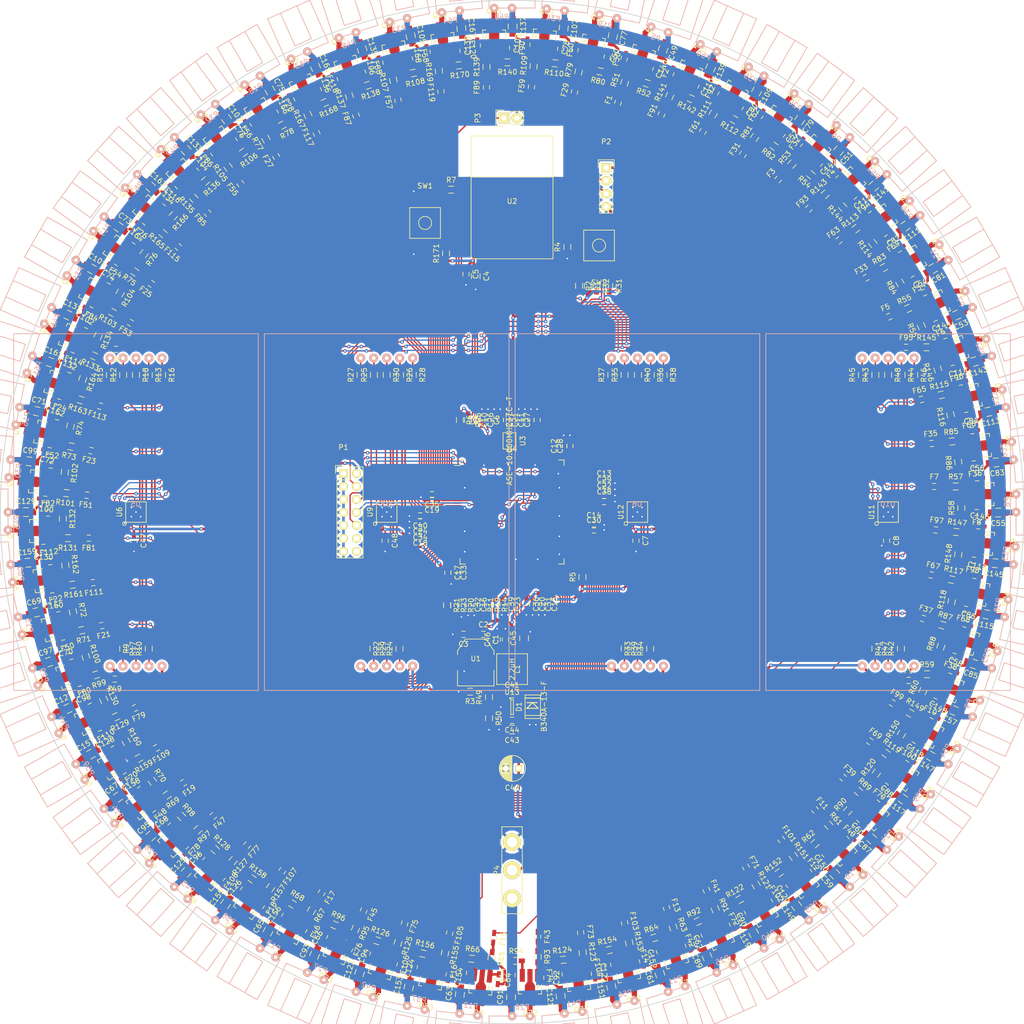
<source format=kicad_pcb>
(kicad_pcb (version 4) (host pcbnew 4.0.2-stable)
  (layers (0 F.Cu signal) (31 B.Cu signal hide) (34 B.Paste user) (35 F.Paste user) (36 B.SilkS user hide) (37 F.SilkS user) (38 B.Mask user) (39 F.Mask user) (44 Edge.Cuts user))
  (net 0 "")
  (net 1 +1V2)
  (net 2 +3V3)
  (net 3 GND)
  (net 4 +12V)
  (net 5 "Net-(R10-Pad1)")
  (net 6 "Net-(R9-Pad1)")
  (net 7 "Net-(R17-Pad2)")
  (net 8 "Net-(R15-Pad2)")
  (net 9 "Net-(R12-Pad2)")
  (net 10 "Net-(R18-Pad1)")
  (net 11 "Net-(R13-Pad1)")
  (net 12 "Net-(R16-Pad1)")
  (net 13 "Net-(R24-Pad1)")
  (net 14 "Net-(R22-Pad1)")
  (net 15 "Net-(R29-Pad2)")
  (net 16 "Net-(R27-Pad2)")
  (net 17 "Net-(R25-Pad2)")
  (net 18 "Net-(R30-Pad1)")
  (net 19 "Net-(R26-Pad1)")
  (net 20 "Net-(R28-Pad1)")
  (net 21 "Net-(R34-Pad1)")
  (net 22 "Net-(R33-Pad1)")
  (net 23 "Net-(R39-Pad2)")
  (net 24 "Net-(R37-Pad2)")
  (net 25 "Net-(R35-Pad2)")
  (net 26 "Net-(R40-Pad1)")
  (net 27 "Net-(R36-Pad1)")
  (net 28 "Net-(R38-Pad1)")
  (net 29 "Net-(R42-Pad1)")
  (net 30 "Net-(R41-Pad1)")
  (net 31 "Net-(R47-Pad2)")
  (net 32 "Net-(R45-Pad2)")
  (net 33 "Net-(R43-Pad2)")
  (net 34 "Net-(R48-Pad1)")
  (net 35 "Net-(R44-Pad1)")
  (net 36 "Net-(R46-Pad1)")
  (net 37 HT)
  (net 38 "Net-(C50-Pad1)")
  (net 39 "Net-(C52-Pad1)")
  (net 40 "Net-(C54-Pad1)")
  (net 41 "Net-(C56-Pad1)")
  (net 42 "Net-(C58-Pad1)")
  (net 43 "Net-(C60-Pad1)")
  (net 44 "Net-(C62-Pad1)")
  (net 45 "Net-(C64-Pad1)")
  (net 46 "Net-(C66-Pad1)")
  (net 47 "Net-(C68-Pad1)")
  (net 48 "Net-(C70-Pad1)")
  (net 49 "Net-(C72-Pad1)")
  (net 50 "Net-(C74-Pad1)")
  (net 51 "Net-(C76-Pad1)")
  (net 52 "Net-(C78-Pad1)")
  (net 53 "Net-(C80-Pad1)")
  (net 54 "Net-(C82-Pad1)")
  (net 55 "Net-(C84-Pad1)")
  (net 56 "Net-(C86-Pad1)")
  (net 57 "Net-(C88-Pad1)")
  (net 58 "Net-(C90-Pad1)")
  (net 59 "Net-(C92-Pad1)")
  (net 60 "Net-(C94-Pad1)")
  (net 61 "Net-(C96-Pad1)")
  (net 62 "Net-(C98-Pad1)")
  (net 63 "Net-(C100-Pad1)")
  (net 64 "Net-(C102-Pad1)")
  (net 65 "Net-(C104-Pad1)")
  (net 66 "Net-(C106-Pad1)")
  (net 67 "Net-(C108-Pad1)")
  (net 68 "Net-(C110-Pad1)")
  (net 69 "Net-(C112-Pad1)")
  (net 70 "Net-(C114-Pad1)")
  (net 71 "Net-(C116-Pad1)")
  (net 72 "Net-(C118-Pad1)")
  (net 73 "Net-(C120-Pad1)")
  (net 74 "Net-(C122-Pad1)")
  (net 75 "Net-(C124-Pad1)")
  (net 76 "Net-(C126-Pad1)")
  (net 77 "Net-(C128-Pad1)")
  (net 78 "Net-(C130-Pad1)")
  (net 79 "Net-(C132-Pad1)")
  (net 80 "Net-(C134-Pad1)")
  (net 81 "Net-(C136-Pad1)")
  (net 82 "Net-(C138-Pad1)")
  (net 83 "Net-(C140-Pad1)")
  (net 84 "Net-(C142-Pad1)")
  (net 85 "Net-(C144-Pad1)")
  (net 86 "Net-(C146-Pad1)")
  (net 87 "Net-(C148-Pad1)")
  (net 88 "Net-(C150-Pad1)")
  (net 89 "Net-(C152-Pad1)")
  (net 90 "Net-(C154-Pad1)")
  (net 91 "Net-(C156-Pad1)")
  (net 92 "Net-(C158-Pad1)")
  (net 93 "Net-(C160-Pad1)")
  (net 94 "Net-(C162-Pad1)")
  (net 95 "Net-(C164-Pad1)")
  (net 96 "Net-(C166-Pad1)")
  (net 97 "Net-(C168-Pad1)")
  (net 98 "Net-(F1-Pad2)")
  (net 99 "Net-(F2-Pad2)")
  (net 100 "Net-(F3-Pad2)")
  (net 101 "Net-(F4-Pad2)")
  (net 102 "Net-(F5-Pad2)")
  (net 103 "Net-(F6-Pad2)")
  (net 104 "Net-(F7-Pad2)")
  (net 105 "Net-(F8-Pad2)")
  (net 106 "Net-(F9-Pad2)")
  (net 107 "Net-(F10-Pad2)")
  (net 108 "Net-(F11-Pad2)")
  (net 109 "Net-(F12-Pad2)")
  (net 110 "Net-(F13-Pad2)")
  (net 111 "Net-(F14-Pad2)")
  (net 112 "Net-(F15-Pad2)")
  (net 113 "Net-(F16-Pad2)")
  (net 114 "Net-(F17-Pad2)")
  (net 115 "Net-(F18-Pad2)")
  (net 116 "Net-(F19-Pad2)")
  (net 117 "Net-(F20-Pad2)")
  (net 118 "Net-(F21-Pad2)")
  (net 119 "Net-(F22-Pad2)")
  (net 120 "Net-(F23-Pad2)")
  (net 121 "Net-(F24-Pad2)")
  (net 122 "Net-(F25-Pad2)")
  (net 123 "Net-(F26-Pad2)")
  (net 124 "Net-(F27-Pad2)")
  (net 125 "Net-(F28-Pad2)")
  (net 126 "Net-(F29-Pad2)")
  (net 127 "Net-(F30-Pad2)")
  (net 128 "Net-(F31-Pad2)")
  (net 129 "Net-(F32-Pad2)")
  (net 130 "Net-(F33-Pad2)")
  (net 131 "Net-(F34-Pad2)")
  (net 132 "Net-(F35-Pad2)")
  (net 133 "Net-(F36-Pad2)")
  (net 134 "Net-(F37-Pad2)")
  (net 135 "Net-(F38-Pad2)")
  (net 136 "Net-(F39-Pad2)")
  (net 137 "Net-(F40-Pad2)")
  (net 138 "Net-(F41-Pad2)")
  (net 139 "Net-(F42-Pad2)")
  (net 140 "Net-(F43-Pad2)")
  (net 141 "Net-(F44-Pad2)")
  (net 142 "Net-(F45-Pad2)")
  (net 143 "Net-(F46-Pad2)")
  (net 144 "Net-(F47-Pad2)")
  (net 145 "Net-(F48-Pad2)")
  (net 146 "Net-(F49-Pad2)")
  (net 147 "Net-(F50-Pad2)")
  (net 148 "Net-(F51-Pad2)")
  (net 149 "Net-(F52-Pad2)")
  (net 150 "Net-(F53-Pad2)")
  (net 151 "Net-(F54-Pad2)")
  (net 152 "Net-(F55-Pad2)")
  (net 153 "Net-(F56-Pad2)")
  (net 154 "Net-(F57-Pad2)")
  (net 155 "Net-(F58-Pad2)")
  (net 156 "Net-(F59-Pad2)")
  (net 157 "Net-(F60-Pad2)")
  (net 158 "Net-(F61-Pad2)")
  (net 159 "Net-(F62-Pad2)")
  (net 160 "Net-(F63-Pad2)")
  (net 161 "Net-(F64-Pad2)")
  (net 162 "Net-(F65-Pad2)")
  (net 163 "Net-(F66-Pad2)")
  (net 164 "Net-(F67-Pad2)")
  (net 165 "Net-(F68-Pad2)")
  (net 166 "Net-(F69-Pad2)")
  (net 167 "Net-(F70-Pad2)")
  (net 168 "Net-(F71-Pad2)")
  (net 169 "Net-(F72-Pad2)")
  (net 170 "Net-(F73-Pad2)")
  (net 171 "Net-(F74-Pad2)")
  (net 172 "Net-(F75-Pad2)")
  (net 173 "Net-(F76-Pad2)")
  (net 174 "Net-(F77-Pad2)")
  (net 175 "Net-(F78-Pad2)")
  (net 176 "Net-(F79-Pad2)")
  (net 177 "Net-(F80-Pad2)")
  (net 178 "Net-(F81-Pad2)")
  (net 179 "Net-(F82-Pad2)")
  (net 180 "Net-(F83-Pad2)")
  (net 181 "Net-(F84-Pad2)")
  (net 182 "Net-(F85-Pad2)")
  (net 183 "Net-(F86-Pad2)")
  (net 184 "Net-(F87-Pad2)")
  (net 185 "Net-(F88-Pad2)")
  (net 186 "Net-(F89-Pad2)")
  (net 187 "Net-(F90-Pad2)")
  (net 188 "Net-(F91-Pad2)")
  (net 189 "Net-(F92-Pad2)")
  (net 190 "Net-(F93-Pad2)")
  (net 191 "Net-(F94-Pad2)")
  (net 192 "Net-(F95-Pad2)")
  (net 193 "Net-(F96-Pad2)")
  (net 194 "Net-(F97-Pad2)")
  (net 195 "Net-(F98-Pad2)")
  (net 196 "Net-(F99-Pad2)")
  (net 197 "Net-(F100-Pad2)")
  (net 198 "Net-(F101-Pad2)")
  (net 199 "Net-(F102-Pad2)")
  (net 200 "Net-(F103-Pad2)")
  (net 201 "Net-(F104-Pad2)")
  (net 202 "Net-(F105-Pad2)")
  (net 203 "Net-(F106-Pad2)")
  (net 204 "Net-(F107-Pad2)")
  (net 205 "Net-(F108-Pad2)")
  (net 206 "Net-(F109-Pad2)")
  (net 207 "Net-(F110-Pad2)")
  (net 208 "Net-(F111-Pad2)")
  (net 209 "Net-(F112-Pad2)")
  (net 210 "Net-(F113-Pad2)")
  (net 211 "Net-(F114-Pad2)")
  (net 212 "Net-(F115-Pad2)")
  (net 213 "Net-(F116-Pad2)")
  (net 214 "Net-(F117-Pad2)")
  (net 215 "Net-(F118-Pad2)")
  (net 216 "Net-(F119-Pad2)")
  (net 217 "Net-(F120-Pad2)")
  (net 218 "Net-(R49-Pad1)")
  (net 219 "Net-(Q1-Pad3)")
  (net 220 "Net-(Q2-Pad3)")
  (net 221 "Net-(Q3-Pad3)")
  (net 222 "Net-(Q4-Pad3)")
  (net 223 "Net-(Q5-Pad3)")
  (net 224 "Net-(Q6-Pad3)")
  (net 225 "Net-(Q7-Pad3)")
  (net 226 "Net-(Q8-Pad3)")
  (net 227 "Net-(Q9-Pad3)")
  (net 228 "Net-(Q10-Pad3)")
  (net 229 "Net-(Q11-Pad3)")
  (net 230 "Net-(Q12-Pad3)")
  (net 231 "Net-(Q13-Pad3)")
  (net 232 "Net-(Q14-Pad3)")
  (net 233 "Net-(Q15-Pad3)")
  (net 234 "Net-(Q16-Pad3)")
  (net 235 "Net-(Q17-Pad3)")
  (net 236 "Net-(Q18-Pad3)")
  (net 237 "Net-(Q19-Pad3)")
  (net 238 "Net-(Q20-Pad3)")
  (net 239 "Net-(Q21-Pad3)")
  (net 240 "Net-(Q22-Pad3)")
  (net 241 "Net-(Q23-Pad3)")
  (net 242 "Net-(Q24-Pad3)")
  (net 243 "Net-(Q25-Pad3)")
  (net 244 "Net-(Q26-Pad3)")
  (net 245 "Net-(Q27-Pad3)")
  (net 246 "Net-(Q28-Pad3)")
  (net 247 "Net-(Q29-Pad3)")
  (net 248 "Net-(Q30-Pad3)")
  (net 249 "Net-(Q31-Pad3)")
  (net 250 "Net-(Q32-Pad3)")
  (net 251 "Net-(Q33-Pad3)")
  (net 252 "Net-(Q34-Pad3)")
  (net 253 "Net-(Q35-Pad3)")
  (net 254 "Net-(Q36-Pad3)")
  (net 255 "Net-(Q37-Pad3)")
  (net 256 "Net-(Q38-Pad3)")
  (net 257 "Net-(Q39-Pad3)")
  (net 258 "Net-(Q40-Pad3)")
  (net 259 "Net-(Q41-Pad3)")
  (net 260 "Net-(Q42-Pad3)")
  (net 261 "Net-(Q43-Pad3)")
  (net 262 "Net-(Q44-Pad3)")
  (net 263 "Net-(Q45-Pad3)")
  (net 264 "Net-(Q46-Pad3)")
  (net 265 "Net-(Q47-Pad3)")
  (net 266 "Net-(Q48-Pad3)")
  (net 267 "Net-(Q49-Pad3)")
  (net 268 "Net-(Q50-Pad3)")
  (net 269 "Net-(Q51-Pad3)")
  (net 270 "Net-(Q52-Pad3)")
  (net 271 "Net-(Q53-Pad3)")
  (net 272 "Net-(Q54-Pad3)")
  (net 273 "Net-(Q55-Pad3)")
  (net 274 "Net-(Q56-Pad3)")
  (net 275 "Net-(Q57-Pad3)")
  (net 276 "Net-(Q58-Pad3)")
  (net 277 "Net-(Q59-Pad3)")
  (net 278 "Net-(Q60-Pad3)")
  (net 279 "Net-(P5-Pad2)")
  (net 280 "Net-(P6-Pad2)")
  (net 281 "Net-(P7-Pad2)")
  (net 282 "Net-(P8-Pad2)")
  (net 283 "Net-(P9-Pad2)")
  (net 284 "Net-(P10-Pad2)")
  (net 285 "Net-(P11-Pad2)")
  (net 286 "Net-(P12-Pad2)")
  (net 287 "Net-(P13-Pad2)")
  (net 288 "Net-(P14-Pad2)")
  (net 289 "Net-(P15-Pad2)")
  (net 290 "Net-(P16-Pad2)")
  (net 291 "Net-(P17-Pad2)")
  (net 292 "Net-(P18-Pad2)")
  (net 293 "Net-(P19-Pad2)")
  (net 294 "Net-(P20-Pad2)")
  (net 295 "Net-(P21-Pad2)")
  (net 296 "Net-(P22-Pad2)")
  (net 297 "Net-(P23-Pad2)")
  (net 298 "Net-(P24-Pad2)")
  (net 299 "Net-(P25-Pad2)")
  (net 300 "Net-(P26-Pad2)")
  (net 301 "Net-(P27-Pad2)")
  (net 302 "Net-(P28-Pad2)")
  (net 303 "Net-(P29-Pad2)")
  (net 304 "Net-(P30-Pad2)")
  (net 305 "Net-(P31-Pad2)")
  (net 306 "Net-(P32-Pad2)")
  (net 307 "Net-(P33-Pad2)")
  (net 308 "Net-(P34-Pad2)")
  (net 309 "Net-(P35-Pad2)")
  (net 310 "Net-(P36-Pad2)")
  (net 311 "Net-(P37-Pad2)")
  (net 312 "Net-(P38-Pad2)")
  (net 313 "Net-(P39-Pad2)")
  (net 314 "Net-(P40-Pad2)")
  (net 315 "Net-(P41-Pad2)")
  (net 316 "Net-(P42-Pad2)")
  (net 317 "Net-(P43-Pad2)")
  (net 318 "Net-(P44-Pad2)")
  (net 319 "Net-(P45-Pad2)")
  (net 320 "Net-(P46-Pad2)")
  (net 321 "Net-(P47-Pad2)")
  (net 322 "Net-(P48-Pad2)")
  (net 323 "Net-(P49-Pad2)")
  (net 324 "Net-(P50-Pad2)")
  (net 325 "Net-(P51-Pad2)")
  (net 326 "Net-(P52-Pad2)")
  (net 327 "Net-(P53-Pad2)")
  (net 328 "Net-(P54-Pad2)")
  (net 329 "Net-(P55-Pad2)")
  (net 330 "Net-(P56-Pad2)")
  (net 331 "Net-(P57-Pad2)")
  (net 332 "Net-(P58-Pad2)")
  (net 333 "Net-(P59-Pad2)")
  (net 334 "Net-(P60-Pad2)")
  (net 335 "Net-(P61-Pad2)")
  (net 336 "Net-(P62-Pad2)")
  (net 337 "Net-(P63-Pad2)")
  (net 338 "Net-(P64-Pad2)")
  (net 339 /LED_nOE)
  (net 340 /LED1_D)
  (net 341 /LED1_E)
  (net 342 /LED1_A)
  (net 343 /LED1_F)
  (net 344 /LED1_B)
  (net 345 /LED1_G)
  (net 346 /LED1_C)
  (net 347 /LED1_DP)
  (net 348 /LED2_D)
  (net 349 /LED2_E)
  (net 350 /LED2_A)
  (net 351 /LED2_F)
  (net 352 /LED2_B)
  (net 353 /LED2_G)
  (net 354 /LED2_C)
  (net 355 /LED2_DP)
  (net 356 /LED_SDA)
  (net 357 /LED_SCL)
  (net 358 /LED3_D)
  (net 359 /LED3_E)
  (net 360 /LED3_A)
  (net 361 /LED3_F)
  (net 362 /LED3_B)
  (net 363 /LED3_G)
  (net 364 /LED3_C)
  (net 365 /LED3_DP)
  (net 366 /LED4_D)
  (net 367 /LED4_E)
  (net 368 /LED4_A)
  (net 369 /LED4_F)
  (net 370 /LED4_B)
  (net 371 /LED4_G)
  (net 372 /LED4_C)
  (net 373 /LED4_DP)
  (net 374 "Net-(C41-Pad1)")
  (net 375 "Net-(C41-Pad2)")
  (net 376 "Net-(R1-Pad1)")
  (net 377 /nCS)
  (net 378 /FPGA_DONE)
  (net 379 "Net-(R6-Pad2)")
  (net 380 /ESP_ADC)
  (net 381 "Net-(R8-Pad2)")
  (net 382 "Net-(R11-Pad1)")
  (net 383 "Net-(R14-Pad1)")
  (net 384 "Net-(R19-Pad1)")
  (net 385 "Net-(R20-Pad1)")
  (net 386 "Net-(R21-Pad1)")
  (net 387 "Net-(R23-Pad1)")
  (net 388 "Net-(P1-Pad4)")
  (net 389 "Net-(P1-Pad10)")
  (net 390 "Net-(P1-Pad8)")
  (net 391 "Net-(P1-Pad6)")
  (net 392 /ESP_TX)
  (net 393 /ESP_RX)
  (net 394 "/Nixie Driver 4/NIXIE_PWM")
  (net 395 "/Nixie Driver 8/NIXIE_PWM")
  (net 396 "/Nixie Driver 12/NIXIE_PWM")
  (net 397 "/Nixie Driver 16/NIXIE_PWM")
  (net 398 "/Nixie Driver 20/NIXIE_PWM")
  (net 399 "/Nixie Driver 24/NIXIE_PWM")
  (net 400 "/Nixie Driver 28/NIXIE_PWM")
  (net 401 "/Nixie Driver 32/NIXIE_PWM")
  (net 402 "/Nixie Driver 36/NIXIE_PWM")
  (net 403 "/Nixie Driver 40/NIXIE_PWM")
  (net 404 "/Nixie Driver 44/NIXIE_PWM")
  (net 405 "/Nixie Driver 48/NIXIE_PWM")
  (net 406 "/Nixie Driver 52/NIXIE_PWM")
  (net 407 "/Nixie Driver 56/NIXIE_PWM")
  (net 408 "/Nixie Driver 3/NIXIE_PWM")
  (net 409 "/Nixie Driver 7/NIXIE_PWM")
  (net 410 "/Nixie Driver 11/NIXIE_PWM")
  (net 411 "/Nixie Driver 15/NIXIE_PWM")
  (net 412 "/Nixie Driver 19/NIXIE_PWM")
  (net 413 "/Nixie Driver 23/NIXIE_PWM")
  (net 414 "/Nixie Driver 27/NIXIE_PWM")
  (net 415 "/Nixie Driver 31/NIXIE_PWM")
  (net 416 "/Nixie Driver 35/NIXIE_PWM")
  (net 417 "/Nixie Driver 39/NIXIE_PWM")
  (net 418 "/Nixie Driver 43/NIXIE_PWM")
  (net 419 "/Nixie Driver 47/NIXIE_PWM")
  (net 420 "/Nixie Driver 51/NIXIE_PWM")
  (net 421 "/Nixie Driver 55/NIXIE_PWM")
  (net 422 "/Nixie Driver 59/NIXIE_PWM")
  (net 423 "/Nixie Driver 2/NIXIE_PWM")
  (net 424 "/Nixie Driver 6/NIXIE_PWM")
  (net 425 "/Nixie Driver 10/NIXIE_PWM")
  (net 426 "/Nixie Driver 14/NIXIE_PWM")
  (net 427 "/Nixie Driver 18/NIXIE_PWM")
  (net 428 "/Nixie Driver 22/NIXIE_PWM")
  (net 429 "/Nixie Driver 26/NIXIE_PWM")
  (net 430 "/Nixie Driver 30/NIXIE_PWM")
  (net 431 "/Nixie Driver 34/NIXIE_PWM")
  (net 432 "/Nixie Driver 38/NIXIE_PWM")
  (net 433 "/Nixie Driver 42/NIXIE_PWM")
  (net 434 "/Nixie Driver 46/NIXIE_PWM")
  (net 435 "/Nixie Driver 50/NIXIE_PWM")
  (net 436 "/Nixie Driver 54/NIXIE_PWM")
  (net 437 "/Nixie Driver 58/NIXIE_PWM")
  (net 438 "/Nixie Driver 1/NIXIE_PWM")
  (net 439 "/Nixie Driver 5/NIXIE_PWM")
  (net 440 "/Nixie Driver 9/NIXIE_PWM")
  (net 441 "/Nixie Driver 13/NIXIE_PWM")
  (net 442 "/Nixie Driver 17/NIXIE_PWM")
  (net 443 "/Nixie Driver 21/NIXIE_PWM")
  (net 444 "/Nixie Driver 25/NIXIE_PWM")
  (net 445 "/Nixie Driver 29/NIXIE_PWM")
  (net 446 "/Nixie Driver 33/NIXIE_PWM")
  (net 447 "/Nixie Driver 37/NIXIE_PWM")
  (net 448 "/Nixie Driver 41/NIXIE_PWM")
  (net 449 "/Nixie Driver 45/NIXIE_PWM")
  (net 450 "/Nixie Driver 49/NIXIE_PWM")
  (net 451 "/Nixie Driver 53/NIXIE_PWM")
  (net 452 "/Nixie Driver 57/NIXIE_PWM")
  (net 453 "/Nixie Driver 60/NIXIE_PWM")
  (net 454 /SPI_CLK)
  (net 455 /SPI_MISO)
  (net 456 /SPI_MOSI)
  (net 457 /10M)
  (net 458 "Net-(R171-Pad2)")
  (module limpkins_lib:DIODE_SMA (layer F.Cu) (at 154.05 188.05 270)
    (fp_text reference D1 (at 0 2.7 270) (layer F.SilkS))
    (fp_text value B340A-13-F (at -0.1 -2.2 270) (layer F.SilkS))
    (pad 1 smd rect (at -2.1 0 270) (size 1.7 1.7) (layers F.Cu F.Paste F.Mask) (net 375 "Net-(C41-Pad2)"))
    (pad 2 smd rect (at 2.1 0 270) (size 1.7 1.7) (layers F.Cu F.Paste F.Mask) (net 3 GND))
  )
  (module _kicad4_lib:7DIGIT2.3IN (layer B.Cu) (at 125.5 150 180)
    (fp_text reference U7 (at 0.05 1.55 180) (layer B.SilkS) (effects (justify mirror)))
    (fp_text value 7DIGIT2.3IN)
    (pad 1 thru_hole circle (at -5.08 -30.1 180) (size 1.75 1.75) (drill 0.75) (layers *.Cu *.Mask B.SilkS) (net 4 +12V))
    (pad 2 thru_hole circle (at -2.54 -30.1 180) (size 1.75 1.75) (drill 0.75) (layers *.Cu *.Mask B.SilkS) (net 13 "Net-(R24-Pad1)"))
    (pad 3 thru_hole circle (at 0 -30.1 180) (size 1.75 1.75) (drill 0.75) (layers *.Cu *.Mask B.SilkS) (net 14 "Net-(R22-Pad1)"))
    (pad 4 thru_hole circle (at 2.54 -30.1 180) (size 1.75 1.75) (drill 0.75) (layers *.Cu *.Mask B.SilkS) (net 15 "Net-(R29-Pad2)"))
    (pad 5 thru_hole circle (at 5.08 -30.1 180) (size 1.75 1.75) (drill 0.75) (layers *.Cu *.Mask B.SilkS) (net 4 +12V))
    (pad 6 thru_hole circle (at 5.08 30.1 180) (size 1.75 1.75) (drill 0.75) (layers *.Cu *.Mask B.SilkS) (net 16 "Net-(R27-Pad2)"))
    (pad 7 thru_hole circle (at 2.54 30.1 180) (size 1.75 1.75) (drill 0.75) (layers *.Cu *.Mask B.SilkS) (net 17 "Net-(R25-Pad2)"))
    (pad 8 thru_hole circle (at 0 30.1 180) (size 1.75 1.75) (drill 0.75) (layers *.Cu *.Mask B.SilkS) (net 18 "Net-(R30-Pad1)"))
    (pad 9 thru_hole circle (at -2.54 30.1 180) (size 1.75 1.75) (drill 0.75) (layers *.Cu *.Mask B.SilkS) (net 19 "Net-(R26-Pad1)"))
    (pad 10 thru_hole circle (at -5.08 30.1 180) (size 1.75 1.75) (drill 0.75) (layers *.Cu *.Mask B.SilkS) (net 20 "Net-(R28-Pad1)"))
  )
  (module TO_SOT_Packages_SMD:SOT-223 (layer F.Cu) (at 142.9 179.4)
    (fp_text reference U1 (at 0 -0.762) (layer F.SilkS))
    (fp_text value LD1117S12TR)
    (pad 4 smd rect (at 0 -3.302) (size 3.6576 2.032) (layers F.Cu F.Paste F.Mask) (net 1 +1V2))
    (pad 2 smd rect (at 0 3.302) (size 1.016 2.032) (layers F.Cu F.Paste F.Mask) (net 1 +1V2))
    (pad 3 smd rect (at 2.286 3.302) (size 1.016 2.032) (layers F.Cu F.Paste F.Mask) (net 2 +3V3))
    (pad 1 smd rect (at -2.286 3.302) (size 1.016 2.032) (layers F.Cu F.Paste F.Mask) (net 3 GND))
  )
  (module _kicad4_lib:7DIGIT2.3IN (layer B.Cu) (at 76.5 150 180)
    (fp_text reference U5 (at 0.05 1.55 180) (layer B.SilkS) (effects (justify mirror)))
    (fp_text value 7DIGIT2.3IN)
    (pad 1 thru_hole circle (at -5.08 -30.1 180) (size 1.75 1.75) (drill 0.75) (layers *.Cu *.Mask B.SilkS) (net 4 +12V))
    (pad 2 thru_hole circle (at -2.54 -30.1 180) (size 1.75 1.75) (drill 0.75) (layers *.Cu *.Mask B.SilkS) (net 5 "Net-(R10-Pad1)"))
    (pad 3 thru_hole circle (at 0 -30.1 180) (size 1.75 1.75) (drill 0.75) (layers *.Cu *.Mask B.SilkS) (net 6 "Net-(R9-Pad1)"))
    (pad 4 thru_hole circle (at 2.54 -30.1 180) (size 1.75 1.75) (drill 0.75) (layers *.Cu *.Mask B.SilkS) (net 7 "Net-(R17-Pad2)"))
    (pad 5 thru_hole circle (at 5.08 -30.1 180) (size 1.75 1.75) (drill 0.75) (layers *.Cu *.Mask B.SilkS) (net 4 +12V))
    (pad 6 thru_hole circle (at 5.08 30.1 180) (size 1.75 1.75) (drill 0.75) (layers *.Cu *.Mask B.SilkS) (net 8 "Net-(R15-Pad2)"))
    (pad 7 thru_hole circle (at 2.54 30.1 180) (size 1.75 1.75) (drill 0.75) (layers *.Cu *.Mask B.SilkS) (net 9 "Net-(R12-Pad2)"))
    (pad 8 thru_hole circle (at 0 30.1 180) (size 1.75 1.75) (drill 0.75) (layers *.Cu *.Mask B.SilkS) (net 10 "Net-(R18-Pad1)"))
    (pad 9 thru_hole circle (at -2.54 30.1 180) (size 1.75 1.75) (drill 0.75) (layers *.Cu *.Mask B.SilkS) (net 11 "Net-(R13-Pad1)"))
    (pad 10 thru_hole circle (at -5.08 30.1 180) (size 1.75 1.75) (drill 0.75) (layers *.Cu *.Mask B.SilkS) (net 12 "Net-(R16-Pad1)"))
  )
  (module _kicad4_lib:7DIGIT2.3IN (layer B.Cu) (at 174.5 150 180)
    (fp_text reference U8 (at 0.05 1.55 180) (layer B.SilkS) (effects (justify mirror)))
    (fp_text value 7DIGIT2.3IN)
    (pad 1 thru_hole circle (at -5.08 -30.1 180) (size 1.75 1.75) (drill 0.75) (layers *.Cu *.Mask B.SilkS) (net 4 +12V))
    (pad 2 thru_hole circle (at -2.54 -30.1 180) (size 1.75 1.75) (drill 0.75) (layers *.Cu *.Mask B.SilkS) (net 21 "Net-(R34-Pad1)"))
    (pad 3 thru_hole circle (at 0 -30.1 180) (size 1.75 1.75) (drill 0.75) (layers *.Cu *.Mask B.SilkS) (net 22 "Net-(R33-Pad1)"))
    (pad 4 thru_hole circle (at 2.54 -30.1 180) (size 1.75 1.75) (drill 0.75) (layers *.Cu *.Mask B.SilkS) (net 23 "Net-(R39-Pad2)"))
    (pad 5 thru_hole circle (at 5.08 -30.1 180) (size 1.75 1.75) (drill 0.75) (layers *.Cu *.Mask B.SilkS) (net 4 +12V))
    (pad 6 thru_hole circle (at 5.08 30.1 180) (size 1.75 1.75) (drill 0.75) (layers *.Cu *.Mask B.SilkS) (net 24 "Net-(R37-Pad2)"))
    (pad 7 thru_hole circle (at 2.54 30.1 180) (size 1.75 1.75) (drill 0.75) (layers *.Cu *.Mask B.SilkS) (net 25 "Net-(R35-Pad2)"))
    (pad 8 thru_hole circle (at 0 30.1 180) (size 1.75 1.75) (drill 0.75) (layers *.Cu *.Mask B.SilkS) (net 26 "Net-(R40-Pad1)"))
    (pad 9 thru_hole circle (at -2.54 30.1 180) (size 1.75 1.75) (drill 0.75) (layers *.Cu *.Mask B.SilkS) (net 27 "Net-(R36-Pad1)"))
    (pad 10 thru_hole circle (at -5.08 30.1 180) (size 1.75 1.75) (drill 0.75) (layers *.Cu *.Mask B.SilkS) (net 28 "Net-(R38-Pad1)"))
  )
  (module _kicad4_lib:7DIGIT2.3IN (layer B.Cu) (at 223.5 150 180)
    (fp_text reference U10 (at 0.05 1.55 180) (layer B.SilkS) (effects (justify mirror)))
    (fp_text value 7DIGIT2.3IN)
    (pad 1 thru_hole circle (at -5.08 -30.1 180) (size 1.75 1.75) (drill 0.75) (layers *.Cu *.Mask B.SilkS) (net 4 +12V))
    (pad 2 thru_hole circle (at -2.54 -30.1 180) (size 1.75 1.75) (drill 0.75) (layers *.Cu *.Mask B.SilkS) (net 29 "Net-(R42-Pad1)"))
    (pad 3 thru_hole circle (at 0 -30.1 180) (size 1.75 1.75) (drill 0.75) (layers *.Cu *.Mask B.SilkS) (net 30 "Net-(R41-Pad1)"))
    (pad 4 thru_hole circle (at 2.54 -30.1 180) (size 1.75 1.75) (drill 0.75) (layers *.Cu *.Mask B.SilkS) (net 31 "Net-(R47-Pad2)"))
    (pad 5 thru_hole circle (at 5.08 -30.1 180) (size 1.75 1.75) (drill 0.75) (layers *.Cu *.Mask B.SilkS) (net 4 +12V))
    (pad 6 thru_hole circle (at 5.08 30.1 180) (size 1.75 1.75) (drill 0.75) (layers *.Cu *.Mask B.SilkS) (net 32 "Net-(R45-Pad2)"))
    (pad 7 thru_hole circle (at 2.54 30.1 180) (size 1.75 1.75) (drill 0.75) (layers *.Cu *.Mask B.SilkS) (net 33 "Net-(R43-Pad2)"))
    (pad 8 thru_hole circle (at 0 30.1 180) (size 1.75 1.75) (drill 0.75) (layers *.Cu *.Mask B.SilkS) (net 34 "Net-(R48-Pad1)"))
    (pad 9 thru_hole circle (at -2.54 30.1 180) (size 1.75 1.75) (drill 0.75) (layers *.Cu *.Mask B.SilkS) (net 35 "Net-(R44-Pad1)"))
    (pad 10 thru_hole circle (at -5.08 30.1 180) (size 1.75 1.75) (drill 0.75) (layers *.Cu *.Mask B.SilkS) (net 36 "Net-(R46-Pad1)"))
  )
  (module Capacitors_SMD:C_0603_HandSoldering (layer F.Cu) (at 148.7 174.9 90)
    (fp_text reference C1 (at 0 -1.9 90) (layer F.SilkS))
    (fp_text value 100nF)
    (pad 1 smd rect (at -0.95 0 90) (size 1.2 0.75) (layers F.Cu F.Paste F.Mask) (net 2 +3V3))
    (pad 2 smd rect (at 0.95 0 90) (size 1.2 0.75) (layers F.Cu F.Paste F.Mask) (net 3 GND))
  )
  (module Capacitors_SMD:C_0603_HandSoldering (layer F.Cu) (at 144.4 173.9)
    (fp_text reference C2 (at 0 -1.9) (layer F.SilkS))
    (fp_text value 10uF)
    (pad 1 smd rect (at -0.95 0) (size 1.2 0.75) (layers F.Cu F.Paste F.Mask) (net 1 +1V2))
    (pad 2 smd rect (at 0.95 0) (size 1.2 0.75) (layers F.Cu F.Paste F.Mask) (net 3 GND))
  )
  (module Capacitors_SMD:C_0603_HandSoldering (layer F.Cu) (at 140.5 173.9 180)
    (fp_text reference C3 (at 0 -1.9 180) (layer F.SilkS))
    (fp_text value 10nF)
    (pad 1 smd rect (at -0.95 0 180) (size 1.2 0.75) (layers F.Cu F.Paste F.Mask) (net 1 +1V2))
    (pad 2 smd rect (at 0.95 0 180) (size 1.2 0.75) (layers F.Cu F.Paste F.Mask) (net 3 GND))
  )
  (module Capacitors_SMD:C_0603_HandSoldering (layer F.Cu) (at 141 103.5 270)
    (fp_text reference C5 (at 0 -1.9 270) (layer F.SilkS))
    (fp_text value 100nF)
    (pad 1 smd rect (at -0.95 0 270) (size 1.2 0.75) (layers F.Cu F.Paste F.Mask) (net 2 +3V3))
    (pad 2 smd rect (at 0.95 0 270) (size 1.2 0.75) (layers F.Cu F.Paste F.Mask) (net 3 GND))
  )
  (module Capacitors_SMD:C_0603_HandSoldering (layer F.Cu) (at 148.9 132 90)
    (fp_text reference C6 (at 0 -1.9 90) (layer F.SilkS))
    (fp_text value 10nF)
    (pad 1 smd rect (at -0.95 0 90) (size 1.2 0.75) (layers F.Cu F.Paste F.Mask) (net 2 +3V3))
    (pad 2 smd rect (at 0.95 0 90) (size 1.2 0.75) (layers F.Cu F.Paste F.Mask) (net 3 GND))
  )
  (module Capacitors_SMD:C_0603_HandSoldering (layer F.Cu) (at 174.2 155.6 270)
    (fp_text reference C7 (at 0 -1.9 270) (layer F.SilkS))
    (fp_text value 100nF)
    (pad 1 smd rect (at -0.95 0 270) (size 1.2 0.75) (layers F.Cu F.Paste F.Mask) (net 2 +3V3))
    (pad 2 smd rect (at 0.95 0 270) (size 1.2 0.75) (layers F.Cu F.Paste F.Mask) (net 3 GND))
  )
  (module Capacitors_SMD:C_0603_HandSoldering (layer F.Cu) (at 223.2 155.6 270)
    (fp_text reference C8 (at 0 -1.9 270) (layer F.SilkS))
    (fp_text value 100nF)
    (pad 1 smd rect (at -0.95 0 270) (size 1.2 0.75) (layers F.Cu F.Paste F.Mask) (net 2 +3V3))
    (pad 2 smd rect (at 0.95 0 270) (size 1.2 0.75) (layers F.Cu F.Paste F.Mask) (net 3 GND))
  )
  (module Capacitors_SMD:C_0603_HandSoldering (layer F.Cu) (at 144.1 132 90)
    (fp_text reference C9 (at 0 -1.9 90) (layer F.SilkS))
    (fp_text value 100nF)
    (pad 1 smd rect (at -0.95 0 90) (size 1.2 0.75) (layers F.Cu F.Paste F.Mask) (net 2 +3V3))
    (pad 2 smd rect (at 0.95 0 90) (size 1.2 0.75) (layers F.Cu F.Paste F.Mask) (net 3 GND))
  )
  (module Capacitors_SMD:C_0603_HandSoldering (layer F.Cu) (at 146.5 132 90)
    (fp_text reference C10 (at 0 -1.9 90) (layer F.SilkS))
    (fp_text value 100nF)
    (pad 1 smd rect (at -0.95 0 90) (size 1.2 0.75) (layers F.Cu F.Paste F.Mask) (net 2 +3V3))
    (pad 2 smd rect (at 0.95 0 90) (size 1.2 0.75) (layers F.Cu F.Paste F.Mask) (net 3 GND))
  )
  (module Capacitors_SMD:C_0603_HandSoldering (layer F.Cu) (at 153.7 132 90)
    (fp_text reference C11 (at 0 -1.9 90) (layer F.SilkS))
    (fp_text value 100nF)
    (pad 1 smd rect (at -0.95 0 90) (size 1.2 0.75) (layers F.Cu F.Paste F.Mask) (net 2 +3V3))
    (pad 2 smd rect (at 0.95 0 90) (size 1.2 0.75) (layers F.Cu F.Paste F.Mask) (net 3 GND))
  )
  (module Capacitors_SMD:C_0603_HandSoldering (layer F.Cu) (at 160.1 137.1 90)
    (fp_text reference C12 (at 0 -1.9 90) (layer F.SilkS))
    (fp_text value 100nF)
    (pad 1 smd rect (at -0.95 0 90) (size 1.2 0.75) (layers F.Cu F.Paste F.Mask) (net 2 +3V3))
    (pad 2 smd rect (at 0.95 0 90) (size 1.2 0.75) (layers F.Cu F.Paste F.Mask) (net 3 GND))
  )
  (module Capacitors_SMD:C_0603_HandSoldering (layer F.Cu) (at 168 144.35)
    (fp_text reference C13 (at 0 -1.9) (layer F.SilkS))
    (fp_text value 100nF)
    (pad 1 smd rect (at -0.95 0) (size 1.2 0.75) (layers F.Cu F.Paste F.Mask) (net 2 +3V3))
    (pad 2 smd rect (at 0.95 0) (size 1.2 0.75) (layers F.Cu F.Paste F.Mask) (net 3 GND))
  )
  (module Capacitors_SMD:C_0603_HandSoldering (layer F.Cu) (at 166 152.5)
    (fp_text reference C14 (at 0 -1.9) (layer F.SilkS))
    (fp_text value 100nF)
    (pad 1 smd rect (at -0.95 0) (size 1.2 0.75) (layers F.Cu F.Paste F.Mask) (net 2 +3V3))
    (pad 2 smd rect (at 0.95 0) (size 1.2 0.75) (layers F.Cu F.Paste F.Mask) (net 3 GND))
  )
  (module Capacitors_SMD:C_0603_HandSoldering (layer F.Cu) (at 156.4 168 270)
    (fp_text reference C15 (at 0 -1.9 270) (layer F.SilkS))
    (fp_text value 100nF)
    (pad 1 smd rect (at -0.95 0 270) (size 1.2 0.75) (layers F.Cu F.Paste F.Mask) (net 2 +3V3))
    (pad 2 smd rect (at 0.95 0 270) (size 1.2 0.75) (layers F.Cu F.Paste F.Mask) (net 3 GND))
  )
  (module Capacitors_SMD:C_0603_HandSoldering (layer F.Cu) (at 142.6 168.1 270)
    (fp_text reference C16 (at 0 -1.9 270) (layer F.SilkS))
    (fp_text value 100nF)
    (pad 1 smd rect (at -0.95 0 270) (size 1.2 0.75) (layers F.Cu F.Paste F.Mask) (net 2 +3V3))
    (pad 2 smd rect (at 0.95 0 270) (size 1.2 0.75) (layers F.Cu F.Paste F.Mask) (net 3 GND))
  )
  (module Capacitors_SMD:C_0603_HandSoldering (layer F.Cu) (at 137.45 161.85 270)
    (fp_text reference C17 (at 0 -1.9 270) (layer F.SilkS))
    (fp_text value 100nF)
    (pad 1 smd rect (at -0.95 0 270) (size 1.2 0.75) (layers F.Cu F.Paste F.Mask) (net 2 +3V3))
    (pad 2 smd rect (at 0.95 0 270) (size 1.2 0.75) (layers F.Cu F.Paste F.Mask) (net 3 GND))
  )
  (module Capacitors_SMD:C_0603_HandSoldering (layer F.Cu) (at 132.05 154.15 180)
    (fp_text reference C18 (at 0 -1.9 180) (layer F.SilkS))
    (fp_text value 100nF)
    (pad 1 smd rect (at -0.95 0 180) (size 1.2 0.75) (layers F.Cu F.Paste F.Mask) (net 2 +3V3))
    (pad 2 smd rect (at 0.95 0 180) (size 1.2 0.75) (layers F.Cu F.Paste F.Mask) (net 3 GND))
  )
  (module Capacitors_SMD:C_0603_HandSoldering (layer F.Cu) (at 134.35 147.7 180)
    (fp_text reference C19 (at 0 -1.9 180) (layer F.SilkS))
    (fp_text value 100nF)
    (pad 1 smd rect (at -0.95 0 180) (size 1.2 0.75) (layers F.Cu F.Paste F.Mask) (net 2 +3V3))
    (pad 2 smd rect (at 0.95 0 180) (size 1.2 0.75) (layers F.Cu F.Paste F.Mask) (net 3 GND))
  )
  (module Capacitors_SMD:C_0603_HandSoldering (layer F.Cu) (at 154 168 270)
    (fp_text reference C20 (at 0 -1.9 270) (layer F.SilkS))
    (fp_text value 100nF)
    (pad 1 smd rect (at -0.95 0 270) (size 1.2 0.75) (layers F.Cu F.Paste F.Mask) (net 2 +3V3))
    (pad 2 smd rect (at 0.95 0 270) (size 1.2 0.75) (layers F.Cu F.Paste F.Mask) (net 3 GND))
  )
  (module Capacitors_SMD:C_0603_HandSoldering (layer F.Cu) (at 152.5 132 90)
    (fp_text reference C21 (at 0 -1.9 90) (layer F.SilkS))
    (fp_text value 100nF)
    (pad 1 smd rect (at -0.95 0 90) (size 1.2 0.75) (layers F.Cu F.Paste F.Mask) (net 1 +1V2))
    (pad 2 smd rect (at 0.95 0 90) (size 1.2 0.75) (layers F.Cu F.Paste F.Mask) (net 3 GND))
  )
  (module Capacitors_SMD:C_0603_HandSoldering (layer F.Cu) (at 168 146.75)
    (fp_text reference C22 (at 0 -1.9) (layer F.SilkS))
    (fp_text value 100nF)
    (pad 1 smd rect (at -0.95 0) (size 1.2 0.75) (layers F.Cu F.Paste F.Mask) (net 1 +1V2))
    (pad 2 smd rect (at 0.95 0) (size 1.2 0.75) (layers F.Cu F.Paste F.Mask) (net 3 GND))
  )
  (module Capacitors_SMD:C_0603_HandSoldering (layer F.Cu) (at 149.2 168 270)
    (fp_text reference C23 (at 0 -1.9 270) (layer F.SilkS))
    (fp_text value 100nF)
    (pad 1 smd rect (at -0.95 0 270) (size 1.2 0.75) (layers F.Cu F.Paste F.Mask) (net 1 +1V2))
    (pad 2 smd rect (at 0.95 0 270) (size 1.2 0.75) (layers F.Cu F.Paste F.Mask) (net 3 GND))
  )
  (module Capacitors_SMD:C_0603_HandSoldering (layer F.Cu) (at 132.05 151.85 180)
    (fp_text reference C24 (at 0 -1.9 180) (layer F.SilkS))
    (fp_text value 100nF)
    (pad 1 smd rect (at -0.95 0 180) (size 1.2 0.75) (layers F.Cu F.Paste F.Mask) (net 1 +1V2))
    (pad 2 smd rect (at 0.95 0 180) (size 1.2 0.75) (layers F.Cu F.Paste F.Mask) (net 3 GND))
  )
  (module Capacitors_SMD:C_0603_HandSoldering (layer F.Cu) (at 145.3 132 90)
    (fp_text reference C25 (at 0 -1.9 90) (layer F.SilkS))
    (fp_text value 10nF)
    (pad 1 smd rect (at -0.95 0 90) (size 1.2 0.75) (layers F.Cu F.Paste F.Mask) (net 2 +3V3))
    (pad 2 smd rect (at 0.95 0 90) (size 1.2 0.75) (layers F.Cu F.Paste F.Mask) (net 3 GND))
  )
  (module Capacitors_SMD:C_0603_HandSoldering (layer F.Cu) (at 147.7 132 90)
    (fp_text reference C26 (at 0 -1.9 90) (layer F.SilkS))
    (fp_text value 10nF)
    (pad 1 smd rect (at -0.95 0 90) (size 1.2 0.75) (layers F.Cu F.Paste F.Mask) (net 2 +3V3))
    (pad 2 smd rect (at 0.95 0 90) (size 1.2 0.75) (layers F.Cu F.Paste F.Mask) (net 3 GND))
  )
  (module Capacitors_SMD:C_0603_HandSoldering (layer F.Cu) (at 154.9 132 90)
    (fp_text reference C27 (at 0 -1.9 90) (layer F.SilkS))
    (fp_text value 10nF)
    (pad 1 smd rect (at -0.95 0 90) (size 1.2 0.75) (layers F.Cu F.Paste F.Mask) (net 2 +3V3))
    (pad 2 smd rect (at 0.95 0 90) (size 1.2 0.75) (layers F.Cu F.Paste F.Mask) (net 3 GND))
  )
  (module Capacitors_SMD:C_0603_HandSoldering (layer F.Cu) (at 161.3 137.1 90)
    (fp_text reference C28 (at 0 -1.9 90) (layer F.SilkS))
    (fp_text value 10nF)
    (pad 1 smd rect (at -0.95 0 90) (size 1.2 0.75) (layers F.Cu F.Paste F.Mask) (net 2 +3V3))
    (pad 2 smd rect (at 0.95 0 90) (size 1.2 0.75) (layers F.Cu F.Paste F.Mask) (net 3 GND))
  )
  (module Capacitors_SMD:C_0603_HandSoldering (layer F.Cu) (at 168 145.55)
    (fp_text reference C29 (at 0 -1.9) (layer F.SilkS))
    (fp_text value 10nF)
    (pad 1 smd rect (at -0.95 0) (size 1.2 0.75) (layers F.Cu F.Paste F.Mask) (net 2 +3V3))
    (pad 2 smd rect (at 0.95 0) (size 1.2 0.75) (layers F.Cu F.Paste F.Mask) (net 3 GND))
  )
  (module Capacitors_SMD:C_0603_HandSoldering (layer F.Cu) (at 166 153.5)
    (fp_text reference C30 (at 0 -1.9) (layer F.SilkS))
    (fp_text value 10nF)
    (pad 1 smd rect (at -0.95 0) (size 1.2 0.75) (layers F.Cu F.Paste F.Mask) (net 2 +3V3))
    (pad 2 smd rect (at 0.95 0) (size 1.2 0.75) (layers F.Cu F.Paste F.Mask) (net 3 GND))
  )
  (module Capacitors_SMD:C_0603_HandSoldering (layer F.Cu) (at 155.2 168 270)
    (fp_text reference C31 (at 0 -1.9 270) (layer F.SilkS))
    (fp_text value 10nF)
    (pad 1 smd rect (at -0.95 0 270) (size 1.2 0.75) (layers F.Cu F.Paste F.Mask) (net 2 +3V3))
    (pad 2 smd rect (at 0.95 0 270) (size 1.2 0.75) (layers F.Cu F.Paste F.Mask) (net 3 GND))
  )
  (module Capacitors_SMD:C_0603_HandSoldering (layer F.Cu) (at 141.4 168.1 270)
    (fp_text reference C32 (at 0 -1.9 270) (layer F.SilkS))
    (fp_text value 10nF)
    (pad 1 smd rect (at -0.95 0 270) (size 1.2 0.75) (layers F.Cu F.Paste F.Mask) (net 2 +3V3))
    (pad 2 smd rect (at 0.95 0 270) (size 1.2 0.75) (layers F.Cu F.Paste F.Mask) (net 3 GND))
  )
  (module Capacitors_SMD:C_0603_HandSoldering (layer F.Cu) (at 138.65 161.85 270)
    (fp_text reference C33 (at 0 -1.9 270) (layer F.SilkS))
    (fp_text value 10nF)
    (pad 1 smd rect (at -0.95 0 270) (size 1.2 0.75) (layers F.Cu F.Paste F.Mask) (net 2 +3V3))
    (pad 2 smd rect (at 0.95 0 270) (size 1.2 0.75) (layers F.Cu F.Paste F.Mask) (net 3 GND))
  )
  (module Capacitors_SMD:C_0603_HandSoldering (layer F.Cu) (at 132.05 153.05 180)
    (fp_text reference C34 (at 0 -1.9 180) (layer F.SilkS))
    (fp_text value 10nF)
    (pad 1 smd rect (at -0.95 0 180) (size 1.2 0.75) (layers F.Cu F.Paste F.Mask) (net 2 +3V3))
    (pad 2 smd rect (at 0.95 0 180) (size 1.2 0.75) (layers F.Cu F.Paste F.Mask) (net 3 GND))
  )
  (module Capacitors_SMD:C_0603_HandSoldering (layer F.Cu) (at 134.35 146.6 180)
    (fp_text reference C35 (at 0 -1.9 180) (layer F.SilkS))
    (fp_text value 10nF)
    (pad 1 smd rect (at -0.95 0 180) (size 1.2 0.75) (layers F.Cu F.Paste F.Mask) (net 2 +3V3))
    (pad 2 smd rect (at 0.95 0 180) (size 1.2 0.75) (layers F.Cu F.Paste F.Mask) (net 3 GND))
  )
  (module Capacitors_SMD:C_0603_HandSoldering (layer F.Cu) (at 152.8 168 270)
    (fp_text reference C36 (at 0 -1.9 270) (layer F.SilkS))
    (fp_text value 10nF)
    (pad 1 smd rect (at -0.95 0 270) (size 1.2 0.75) (layers F.Cu F.Paste F.Mask) (net 2 +3V3))
    (pad 2 smd rect (at 0.95 0 270) (size 1.2 0.75) (layers F.Cu F.Paste F.Mask) (net 3 GND))
  )
  (module Capacitors_SMD:C_0603_HandSoldering (layer F.Cu) (at 151.3 132 90)
    (fp_text reference C37 (at 0 -1.9 90) (layer F.SilkS))
    (fp_text value 10nF)
    (pad 1 smd rect (at -0.95 0 90) (size 1.2 0.75) (layers F.Cu F.Paste F.Mask) (net 1 +1V2))
    (pad 2 smd rect (at 0.95 0 90) (size 1.2 0.75) (layers F.Cu F.Paste F.Mask) (net 3 GND))
  )
  (module Capacitors_SMD:C_0603_HandSoldering (layer F.Cu) (at 168 147.95)
    (fp_text reference C38 (at 0 -1.9) (layer F.SilkS))
    (fp_text value 10nF)
    (pad 1 smd rect (at -0.95 0) (size 1.2 0.75) (layers F.Cu F.Paste F.Mask) (net 1 +1V2))
    (pad 2 smd rect (at 0.95 0) (size 1.2 0.75) (layers F.Cu F.Paste F.Mask) (net 3 GND))
  )
  (module Capacitors_SMD:C_0603_HandSoldering (layer F.Cu) (at 148 168 270)
    (fp_text reference C39 (at 0 -1.9 270) (layer F.SilkS))
    (fp_text value 10nF)
    (pad 1 smd rect (at -0.95 0 270) (size 1.2 0.75) (layers F.Cu F.Paste F.Mask) (net 1 +1V2))
    (pad 2 smd rect (at 0.95 0 270) (size 1.2 0.75) (layers F.Cu F.Paste F.Mask) (net 3 GND))
  )
  (module Capacitors_SMD:C_0603_HandSoldering (layer F.Cu) (at 132.05 150.75 180)
    (fp_text reference C40 (at 0 -1.9 180) (layer F.SilkS))
    (fp_text value 10nF)
    (pad 1 smd rect (at -0.95 0 180) (size 1.2 0.75) (layers F.Cu F.Paste F.Mask) (net 1 +1V2))
    (pad 2 smd rect (at 0.95 0 180) (size 1.2 0.75) (layers F.Cu F.Paste F.Mask) (net 3 GND))
  )
  (module Capacitors_SMD:C_0603_HandSoldering (layer F.Cu) (at 150 185.7)
    (fp_text reference C41 (at 0 -1.9) (layer F.SilkS))
    (fp_text value 10nF)
    (pad 1 smd rect (at -0.95 0) (size 1.2 0.75) (layers F.Cu F.Paste F.Mask) (net 374 "Net-(C41-Pad1)"))
    (pad 2 smd rect (at 0.95 0) (size 1.2 0.75) (layers F.Cu F.Paste F.Mask) (net 375 "Net-(C41-Pad2)"))
  )
  (module Capacitors_SMD:C_0603_HandSoldering (layer F.Cu) (at 147.1 174.9 90)
    (fp_text reference C46 (at 0 -1.9 90) (layer F.SilkS))
    (fp_text value 100nF)
    (pad 1 smd rect (at -0.95 0 90) (size 1.2 0.75) (layers F.Cu F.Paste F.Mask) (net 2 +3V3))
    (pad 2 smd rect (at 0.95 0 90) (size 1.2 0.75) (layers F.Cu F.Paste F.Mask) (net 3 GND))
  )
  (module Capacitors_SMD:C_0603_HandSoldering (layer F.Cu) (at 76.1 155.6 270)
    (fp_text reference C47 (at 0 -1.9 270) (layer F.SilkS))
    (fp_text value 100nF)
    (pad 1 smd rect (at -0.95 0 270) (size 1.2 0.75) (layers F.Cu F.Paste F.Mask) (net 2 +3V3))
    (pad 2 smd rect (at 0.95 0 270) (size 1.2 0.75) (layers F.Cu F.Paste F.Mask) (net 3 GND))
  )
  (module Capacitors_SMD:C_0603_HandSoldering (layer F.Cu) (at 125.2 155.6 270)
    (fp_text reference C48 (at 0 -1.9 270) (layer F.SilkS))
    (fp_text value 100nF)
    (pad 1 smd rect (at -0.95 0 270) (size 1.2 0.75) (layers F.Cu F.Paste F.Mask) (net 2 +3V3))
    (pad 2 smd rect (at 0.95 0 270) (size 1.2 0.75) (layers F.Cu F.Paste F.Mask) (net 3 GND))
  )
  (module Capacitors_SMD:C_0603_HandSoldering (layer F.Cu) (at 171.9 61.4 72)
    (fp_text reference C50 (at 0 -1.9 72) (layer F.SilkS))
    (fp_text value 1uF)
    (pad 1 smd rect (at -0.95 0 72) (size 1.2 0.75) (layers F.Cu F.Paste F.Mask) (net 38 "Net-(C50-Pad1)"))
    (pad 2 smd rect (at 0.95 0 72) (size 1.2 0.75) (layers F.Cu F.Paste F.Mask) (net 3 GND))
  )
  (module Capacitors_SMD:C_0603_HandSoldering (layer F.Cu) (at 206.1 77.9 48)
    (fp_text reference C52 (at 0 -1.9 48) (layer F.SilkS))
    (fp_text value 1uF)
    (pad 1 smd rect (at -0.95 0 48) (size 1.2 0.75) (layers F.Cu F.Paste F.Mask) (net 39 "Net-(C52-Pad1)"))
    (pad 2 smd rect (at 0.95 0 48) (size 1.2 0.75) (layers F.Cu F.Paste F.Mask) (net 3 GND))
  )
  (module Capacitors_SMD:C_0603_HandSoldering (layer F.Cu) (at 230.5 107.1 23)
    (fp_text reference C54 (at 0 -1.9 23) (layer F.SilkS))
    (fp_text value 1uF)
    (pad 1 smd rect (at -0.95 0 23) (size 1.2 0.75) (layers F.Cu F.Paste F.Mask) (net 40 "Net-(C54-Pad1)"))
    (pad 2 smd rect (at 0.95 0 23) (size 1.2 0.75) (layers F.Cu F.Paste F.Mask) (net 3 GND))
  )
  (module Capacitors_SMD:C_0603_HandSoldering (layer F.Cu) (at 240.9 143.3)
    (fp_text reference C56 (at 0 -1.9) (layer F.SilkS))
    (fp_text value 1uF)
    (pad 1 smd rect (at -0.95 0) (size 1.2 0.75) (layers F.Cu F.Paste F.Mask) (net 41 "Net-(C56-Pad1)"))
    (pad 2 smd rect (at 0.95 0) (size 1.2 0.75) (layers F.Cu F.Paste F.Mask) (net 3 GND))
  )
  (module Capacitors_SMD:C_0603_HandSoldering (layer F.Cu) (at 235.9 181 336)
    (fp_text reference C58 (at 0 -1.9 336) (layer F.SilkS))
    (fp_text value 1uF)
    (pad 1 smd rect (at -0.95 0 336) (size 1.2 0.75) (layers F.Cu F.Paste F.Mask) (net 42 "Net-(C58-Pad1)"))
    (pad 2 smd rect (at 0.95 0 336) (size 1.2 0.75) (layers F.Cu F.Paste F.Mask) (net 3 GND))
  )
  (module Capacitors_SMD:C_0603_HandSoldering (layer F.Cu) (at 216.1 213.2 312)
    (fp_text reference C60 (at 0 -1.9 312) (layer F.SilkS))
    (fp_text value 1uF)
    (pad 1 smd rect (at -0.95 0 312) (size 1.2 0.75) (layers F.Cu F.Paste F.Mask) (net 43 "Net-(C60-Pad1)"))
    (pad 2 smd rect (at 0.95 0 312) (size 1.2 0.75) (layers F.Cu F.Paste F.Mask) (net 3 GND))
  )
  (module Capacitors_SMD:C_0603_HandSoldering (layer F.Cu) (at 184.5 234.6 288)
    (fp_text reference C62 (at 0 -1.9 288) (layer F.SilkS))
    (fp_text value 1uF)
    (pad 1 smd rect (at -0.95 0 288) (size 1.2 0.75) (layers F.Cu F.Paste F.Mask) (net 44 "Net-(C62-Pad1)"))
    (pad 2 smd rect (at 0.95 0 288) (size 1.2 0.75) (layers F.Cu F.Paste F.Mask) (net 3 GND))
  )
  (module Capacitors_SMD:C_0603_HandSoldering (layer F.Cu) (at 147.3 241.3 264)
    (fp_text reference C64 (at 0 -1.9 264) (layer F.SilkS))
    (fp_text value 1uF)
    (pad 1 smd rect (at -0.95 0 264) (size 1.2 0.75) (layers F.Cu F.Paste F.Mask) (net 45 "Net-(C64-Pad1)"))
    (pad 2 smd rect (at 0.95 0 264) (size 1.2 0.75) (layers F.Cu F.Paste F.Mask) (net 3 GND))
  )
  (module Capacitors_SMD:C_0603_HandSoldering (layer F.Cu) (at 110.3 232.2 240)
    (fp_text reference C66 (at 0 -1.9 240) (layer F.SilkS))
    (fp_text value 1uF)
    (pad 1 smd rect (at -0.95 0 240) (size 1.2 0.75) (layers F.Cu F.Paste F.Mask) (net 46 "Net-(C66-Pad1)"))
    (pad 2 smd rect (at 0.95 0 240) (size 1.2 0.75) (layers F.Cu F.Paste F.Mask) (net 3 GND))
  )
  (module Capacitors_SMD:C_0603_HandSoldering (layer F.Cu) (at 80.4 209 216)
    (fp_text reference C68 (at 0 -1.9 216) (layer F.SilkS))
    (fp_text value 1uF)
    (pad 1 smd rect (at -0.95 0 216) (size 1.2 0.75) (layers F.Cu F.Paste F.Mask) (net 47 "Net-(C68-Pad1)"))
    (pad 2 smd rect (at 0.95 0 216) (size 1.2 0.75) (layers F.Cu F.Paste F.Mask) (net 3 GND))
  )
  (module Capacitors_SMD:C_0603_HandSoldering (layer F.Cu) (at 62.4 175.6 192)
    (fp_text reference C70 (at 0 -1.9 192) (layer F.SilkS))
    (fp_text value 1uF)
    (pad 1 smd rect (at -0.95 0 192) (size 1.2 0.75) (layers F.Cu F.Paste F.Mask) (net 48 "Net-(C70-Pad1)"))
    (pad 2 smd rect (at 0.95 0 192) (size 1.2 0.75) (layers F.Cu F.Paste F.Mask) (net 3 GND))
  )
  (module Capacitors_SMD:C_0603_HandSoldering (layer F.Cu) (at 59.5 138 168)
    (fp_text reference C72 (at 0 -1.9 168) (layer F.SilkS))
    (fp_text value 1uF)
    (pad 1 smd rect (at -0.95 0 168) (size 1.2 0.75) (layers F.Cu F.Paste F.Mask) (net 49 "Net-(C72-Pad1)"))
    (pad 2 smd rect (at 0.95 0 168) (size 1.2 0.75) (layers F.Cu F.Paste F.Mask) (net 3 GND))
  )
  (module Capacitors_SMD:C_0603_HandSoldering (layer F.Cu) (at 72.2 102.2 144)
    (fp_text reference C74 (at 0 -1.9 144) (layer F.SilkS))
    (fp_text value 1uF)
    (pad 1 smd rect (at -0.95 0 144) (size 1.2 0.75) (layers F.Cu F.Paste F.Mask) (net 50 "Net-(C74-Pad1)"))
    (pad 2 smd rect (at 0.95 0 144) (size 1.2 0.75) (layers F.Cu F.Paste F.Mask) (net 3 GND))
  )
  (module Capacitors_SMD:C_0603_HandSoldering (layer F.Cu) (at 98.4 74.6 120)
    (fp_text reference C76 (at 0 -1.9 120) (layer F.SilkS))
    (fp_text value 1uF)
    (pad 1 smd rect (at -0.95 0 120) (size 1.2 0.75) (layers F.Cu F.Paste F.Mask) (net 51 "Net-(C76-Pad1)"))
    (pad 2 smd rect (at 0.95 0 120) (size 1.2 0.75) (layers F.Cu F.Paste F.Mask) (net 3 GND))
  )
  (module Capacitors_SMD:C_0603_HandSoldering (layer F.Cu) (at 162.3 59.6 78)
    (fp_text reference C78 (at 0 -1.9 78) (layer F.SilkS))
    (fp_text value 1uF)
    (pad 1 smd rect (at -0.95 0 78) (size 1.2 0.75) (layers F.Cu F.Paste F.Mask) (net 52 "Net-(C78-Pad1)"))
    (pad 2 smd rect (at 0.95 0 78) (size 1.2 0.75) (layers F.Cu F.Paste F.Mask) (net 3 GND))
  )
  (module Capacitors_SMD:C_0603_HandSoldering (layer F.Cu) (at 198.4 72.5 54)
    (fp_text reference C80 (at 0 -1.9 54) (layer F.SilkS))
    (fp_text value 1uF)
    (pad 1 smd rect (at -0.95 0 54) (size 1.2 0.75) (layers F.Cu F.Paste F.Mask) (net 53 "Net-(C80-Pad1)"))
    (pad 2 smd rect (at 0.95 0 54) (size 1.2 0.75) (layers F.Cu F.Paste F.Mask) (net 3 GND))
  )
  (module Capacitors_SMD:C_0603_HandSoldering (layer F.Cu) (at 225.5 98.6 30)
    (fp_text reference C82 (at 0 -1.9 30) (layer F.SilkS))
    (fp_text value 1uF)
    (pad 1 smd rect (at -0.95 0 30) (size 1.2 0.75) (layers F.Cu F.Paste F.Mask) (net 54 "Net-(C82-Pad1)"))
    (pad 2 smd rect (at 0.95 0 30) (size 1.2 0.75) (layers F.Cu F.Paste F.Mask) (net 3 GND))
  )
  (module Capacitors_SMD:C_0603_HandSoldering (layer F.Cu) (at 239.9 134.1 6)
    (fp_text reference C84 (at 0 -1.9 6) (layer F.SilkS))
    (fp_text value 1uF)
    (pad 1 smd rect (at -0.95 0 6) (size 1.2 0.75) (layers F.Cu F.Paste F.Mask) (net 55 "Net-(C84-Pad1)"))
    (pad 2 smd rect (at 0.95 0 6) (size 1.2 0.75) (layers F.Cu F.Paste F.Mask) (net 3 GND))
  )
  (module Capacitors_SMD:C_0603_HandSoldering (layer F.Cu) (at 238.6 171.9 342)
    (fp_text reference C86 (at 0 -1.9 342) (layer F.SilkS))
    (fp_text value 1uF)
    (pad 1 smd rect (at -0.95 0 342) (size 1.2 0.75) (layers F.Cu F.Paste F.Mask) (net 56 "Net-(C86-Pad1)"))
    (pad 2 smd rect (at 0.95 0 342) (size 1.2 0.75) (layers F.Cu F.Paste F.Mask) (net 3 GND))
  )
  (module Capacitors_SMD:C_0603_HandSoldering (layer F.Cu) (at 222 206 318)
    (fp_text reference C88 (at 0 -1.9 318) (layer F.SilkS))
    (fp_text value 1uF)
    (pad 1 smd rect (at -0.95 0 318) (size 1.2 0.75) (layers F.Cu F.Paste F.Mask) (net 57 "Net-(C88-Pad1)"))
    (pad 2 smd rect (at 0.95 0 318) (size 1.2 0.75) (layers F.Cu F.Paste F.Mask) (net 3 GND))
  )
  (module Capacitors_SMD:C_0603_HandSoldering (layer F.Cu) (at 193.1 230.4 294)
    (fp_text reference C90 (at 0 -1.9 294) (layer F.SilkS))
    (fp_text value 1uF)
    (pad 1 smd rect (at -0.95 0 294) (size 1.2 0.75) (layers F.Cu F.Paste F.Mask) (net 58 "Net-(C90-Pad1)"))
    (pad 2 smd rect (at 0.95 0 294) (size 1.2 0.75) (layers F.Cu F.Paste F.Mask) (net 3 GND))
  )
  (module Capacitors_SMD:C_0603_HandSoldering (layer F.Cu) (at 156.8 241 270)
    (fp_text reference C92 (at 0 -1.9 270) (layer F.SilkS))
    (fp_text value 1uF)
    (pad 1 smd rect (at -0.95 0 270) (size 1.2 0.75) (layers F.Cu F.Paste F.Mask) (net 59 "Net-(C92-Pad1)"))
    (pad 2 smd rect (at 0.95 0 270) (size 1.2 0.75) (layers F.Cu F.Paste F.Mask) (net 3 GND))
  )
  (module Capacitors_SMD:C_0603_HandSoldering (layer F.Cu) (at 119.3 235.9 246)
    (fp_text reference C94 (at 0 -1.9 246) (layer F.SilkS))
    (fp_text value 1uF)
    (pad 1 smd rect (at -0.95 0 246) (size 1.2 0.75) (layers F.Cu F.Paste F.Mask) (net 60 "Net-(C94-Pad1)"))
    (pad 2 smd rect (at 0.95 0 246) (size 1.2 0.75) (layers F.Cu F.Paste F.Mask) (net 3 GND))
  )
  (module Capacitors_SMD:C_0603_HandSoldering (layer F.Cu) (at 86.9 216.1 222)
    (fp_text reference C96 (at 0 -1.9 222) (layer F.SilkS))
    (fp_text value 1uF)
    (pad 1 smd rect (at -0.95 0 222) (size 1.2 0.75) (layers F.Cu F.Paste F.Mask) (net 61 "Net-(C96-Pad1)"))
    (pad 2 smd rect (at 0.95 0 222) (size 1.2 0.75) (layers F.Cu F.Paste F.Mask) (net 3 GND))
  )
  (module Capacitors_SMD:C_0603_HandSoldering (layer F.Cu) (at 65.7 184.6 198)
    (fp_text reference C98 (at 0 -1.9 198) (layer F.SilkS))
    (fp_text value 1uF)
    (pad 1 smd rect (at -0.95 0 198) (size 1.2 0.75) (layers F.Cu F.Paste F.Mask) (net 62 "Net-(C98-Pad1)"))
    (pad 2 smd rect (at 0.95 0 198) (size 1.2 0.75) (layers F.Cu F.Paste F.Mask) (net 3 GND))
  )
  (module Capacitors_SMD:C_0603_HandSoldering (layer F.Cu) (at 58.7 147.5 174)
    (fp_text reference C100 (at 0 -1.9 174) (layer F.SilkS))
    (fp_text value 1uF)
    (pad 1 smd rect (at -0.95 0 174) (size 1.2 0.75) (layers F.Cu F.Paste F.Mask) (net 63 "Net-(C100-Pad1)"))
    (pad 2 smd rect (at 0.95 0 174) (size 1.2 0.75) (layers F.Cu F.Paste F.Mask) (net 3 GND))
  )
  (module Capacitors_SMD:C_0603_HandSoldering (layer F.Cu) (at 67.5 110.5 150)
    (fp_text reference C102 (at 0 -1.9 150) (layer F.SilkS))
    (fp_text value 1uF)
    (pad 1 smd rect (at -0.95 0 150) (size 1.2 0.75) (layers F.Cu F.Paste F.Mask) (net 64 "Net-(C102-Pad1)"))
    (pad 2 smd rect (at 0.95 0 150) (size 1.2 0.75) (layers F.Cu F.Paste F.Mask) (net 3 GND))
  )
  (module Capacitors_SMD:C_0603_HandSoldering (layer F.Cu) (at 90.8 80.5 126)
    (fp_text reference C104 (at 0 -1.9 126) (layer F.SilkS))
    (fp_text value 1uF)
    (pad 1 smd rect (at -0.95 0 126) (size 1.2 0.75) (layers F.Cu F.Paste F.Mask) (net 65 "Net-(C104-Pad1)"))
    (pad 2 smd rect (at 0.95 0 126) (size 1.2 0.75) (layers F.Cu F.Paste F.Mask) (net 3 GND))
  )
  (module Capacitors_SMD:C_0603_HandSoldering (layer F.Cu) (at 124.2 62.3 102)
    (fp_text reference C106 (at 0 -1.9 102) (layer F.SilkS))
    (fp_text value 1uF)
    (pad 1 smd rect (at -0.95 0 102) (size 1.2 0.75) (layers F.Cu F.Paste F.Mask) (net 66 "Net-(C106-Pad1)"))
    (pad 2 smd rect (at 0.95 0 102) (size 1.2 0.75) (layers F.Cu F.Paste F.Mask) (net 3 GND))
  )
  (module Capacitors_SMD:C_0603_HandSoldering (layer F.Cu) (at 152.9 58.6 84)
    (fp_text reference C108 (at 0 -1.9 84) (layer F.SilkS))
    (fp_text value 1uF)
    (pad 1 smd rect (at -0.95 0 84) (size 1.2 0.75) (layers F.Cu F.Paste F.Mask) (net 67 "Net-(C108-Pad1)"))
    (pad 2 smd rect (at 0.95 0 84) (size 1.2 0.75) (layers F.Cu F.Paste F.Mask) (net 3 GND))
  )
  (module Capacitors_SMD:C_0603_HandSoldering (layer F.Cu) (at 189.8 67.9 60)
    (fp_text reference C110 (at 0 -1.9 60) (layer F.SilkS))
    (fp_text value 1uF)
    (pad 1 smd rect (at -0.95 0 60) (size 1.2 0.75) (layers F.Cu F.Paste F.Mask) (net 68 "Net-(C110-Pad1)"))
    (pad 2 smd rect (at 0.95 0 60) (size 1.2 0.75) (layers F.Cu F.Paste F.Mask) (net 3 GND))
  )
  (module Capacitors_SMD:C_0603_HandSoldering (layer F.Cu) (at 219.6 90.9 36)
    (fp_text reference C112 (at 0 -1.9 36) (layer F.SilkS))
    (fp_text value 1uF)
    (pad 1 smd rect (at -0.95 0 36) (size 1.2 0.75) (layers F.Cu F.Paste F.Mask) (net 69 "Net-(C112-Pad1)"))
    (pad 2 smd rect (at 0.95 0 36) (size 1.2 0.75) (layers F.Cu F.Paste F.Mask) (net 3 GND))
  )
  (module Capacitors_SMD:C_0603_HandSoldering (layer F.Cu) (at 237.6 124.6 12)
    (fp_text reference C114 (at 0 -1.9 12) (layer F.SilkS))
    (fp_text value 1uF)
    (pad 1 smd rect (at -0.95 0 12) (size 1.2 0.75) (layers F.Cu F.Paste F.Mask) (net 70 "Net-(C114-Pad1)"))
    (pad 2 smd rect (at 0.95 0 12) (size 1.2 0.75) (layers F.Cu F.Paste F.Mask) (net 3 GND))
  )
  (module Capacitors_SMD:C_0603_HandSoldering (layer F.Cu) (at 240.5 162.4 348)
    (fp_text reference C116 (at 0 -1.9 348) (layer F.SilkS))
    (fp_text value 1uF)
    (pad 1 smd rect (at -0.95 0 348) (size 1.2 0.75) (layers F.Cu F.Paste F.Mask) (net 71 "Net-(C116-Pad1)"))
    (pad 2 smd rect (at 0.95 0 348) (size 1.2 0.75) (layers F.Cu F.Paste F.Mask) (net 3 GND))
  )
  (module Capacitors_SMD:C_0603_HandSoldering (layer F.Cu) (at 227.6 198.2 324)
    (fp_text reference C118 (at 0 -1.9 324) (layer F.SilkS))
    (fp_text value 1uF)
    (pad 1 smd rect (at -0.95 0 324) (size 1.2 0.75) (layers F.Cu F.Paste F.Mask) (net 72 "Net-(C118-Pad1)"))
    (pad 2 smd rect (at 0.95 0 324) (size 1.2 0.75) (layers F.Cu F.Paste F.Mask) (net 3 GND))
  )
  (module Capacitors_SMD:C_0603_HandSoldering (layer F.Cu) (at 201.3 225.6 300)
    (fp_text reference C120 (at 0 -1.9 300) (layer F.SilkS))
    (fp_text value 1uF)
    (pad 1 smd rect (at -0.95 0 300) (size 1.2 0.75) (layers F.Cu F.Paste F.Mask) (net 73 "Net-(C120-Pad1)"))
    (pad 2 smd rect (at 0.95 0 300) (size 1.2 0.75) (layers F.Cu F.Paste F.Mask) (net 3 GND))
  )
  (module Capacitors_SMD:C_0603_HandSoldering (layer F.Cu) (at 166.1 240.2 276)
    (fp_text reference C122 (at 0 -1.9 276) (layer F.SilkS))
    (fp_text value 1uF)
    (pad 1 smd rect (at -0.95 0 276) (size 1.2 0.75) (layers F.Cu F.Paste F.Mask) (net 74 "Net-(C122-Pad1)"))
    (pad 2 smd rect (at 0.95 0 276) (size 1.2 0.75) (layers F.Cu F.Paste F.Mask) (net 3 GND))
  )
  (module Capacitors_SMD:C_0603_HandSoldering (layer F.Cu) (at 128.1 238.6 252)
    (fp_text reference C124 (at 0 -1.9 252) (layer F.SilkS))
    (fp_text value 1uF)
    (pad 1 smd rect (at -0.95 0 252) (size 1.2 0.75) (layers F.Cu F.Paste F.Mask) (net 75 "Net-(C124-Pad1)"))
    (pad 2 smd rect (at 0.95 0 252) (size 1.2 0.75) (layers F.Cu F.Paste F.Mask) (net 3 GND))
  )
  (module Capacitors_SMD:C_0603_HandSoldering (layer F.Cu) (at 94.2 222.2 228)
    (fp_text reference C126 (at 0 -1.9 228) (layer F.SilkS))
    (fp_text value 1uF)
    (pad 1 smd rect (at -0.95 0 228) (size 1.2 0.75) (layers F.Cu F.Paste F.Mask) (net 76 "Net-(C126-Pad1)"))
    (pad 2 smd rect (at 0.95 0 228) (size 1.2 0.75) (layers F.Cu F.Paste F.Mask) (net 3 GND))
  )
  (module Capacitors_SMD:C_0603_HandSoldering (layer F.Cu) (at 69.7 193.3 204)
    (fp_text reference C128 (at 0 -1.9 204) (layer F.SilkS))
    (fp_text value 1uF)
    (pad 1 smd rect (at -0.95 0 204) (size 1.2 0.75) (layers F.Cu F.Paste F.Mask) (net 77 "Net-(C128-Pad1)"))
    (pad 2 smd rect (at 0.95 0 204) (size 1.2 0.75) (layers F.Cu F.Paste F.Mask) (net 3 GND))
  )
  (module Capacitors_SMD:C_0603_HandSoldering (layer F.Cu) (at 58.4 156.9 180)
    (fp_text reference C130 (at 0 -1.9 180) (layer F.SilkS))
    (fp_text value 1uF)
    (pad 1 smd rect (at -0.95 0 180) (size 1.2 0.75) (layers F.Cu F.Paste F.Mask) (net 78 "Net-(C130-Pad1)"))
    (pad 2 smd rect (at 0.95 0 180) (size 1.2 0.75) (layers F.Cu F.Paste F.Mask) (net 3 GND))
  )
  (module Capacitors_SMD:C_0603_HandSoldering (layer F.Cu) (at 63.9 119.4 156)
    (fp_text reference C132 (at 0 -1.9 156) (layer F.SilkS))
    (fp_text value 1uF)
    (pad 1 smd rect (at -0.95 0 156) (size 1.2 0.75) (layers F.Cu F.Paste F.Mask) (net 79 "Net-(C132-Pad1)"))
    (pad 2 smd rect (at 0.95 0 156) (size 1.2 0.75) (layers F.Cu F.Paste F.Mask) (net 3 GND))
  )
  (module Capacitors_SMD:C_0603_HandSoldering (layer F.Cu) (at 83.9 87 132)
    (fp_text reference C134 (at 0 -1.9 132) (layer F.SilkS))
    (fp_text value 1uF)
    (pad 1 smd rect (at -0.95 0 132) (size 1.2 0.75) (layers F.Cu F.Paste F.Mask) (net 80 "Net-(C134-Pad1)"))
    (pad 2 smd rect (at 0.95 0 132) (size 1.2 0.75) (layers F.Cu F.Paste F.Mask) (net 3 GND))
  )
  (module Capacitors_SMD:C_0603_HandSoldering (layer F.Cu) (at 115.3 65.6 108)
    (fp_text reference C136 (at 0 -1.9 108) (layer F.SilkS))
    (fp_text value 1uF)
    (pad 1 smd rect (at -0.95 0 108) (size 1.2 0.75) (layers F.Cu F.Paste F.Mask) (net 81 "Net-(C136-Pad1)"))
    (pad 2 smd rect (at 0.95 0 108) (size 1.2 0.75) (layers F.Cu F.Paste F.Mask) (net 3 GND))
  )
  (module Capacitors_SMD:C_0603_HandSoldering (layer F.Cu) (at 143.2 58.8 90)
    (fp_text reference C138 (at 0 -1.9 90) (layer F.SilkS))
    (fp_text value 1uF)
    (pad 1 smd rect (at -0.95 0 90) (size 1.2 0.75) (layers F.Cu F.Paste F.Mask) (net 82 "Net-(C138-Pad1)"))
    (pad 2 smd rect (at 0.95 0 90) (size 1.2 0.75) (layers F.Cu F.Paste F.Mask) (net 3 GND))
  )
  (module Capacitors_SMD:C_0603_HandSoldering (layer F.Cu) (at 181 64.2 66)
    (fp_text reference C140 (at 0 -1.9 66) (layer F.SilkS))
    (fp_text value 1uF)
    (pad 1 smd rect (at -0.95 0 66) (size 1.2 0.75) (layers F.Cu F.Paste F.Mask) (net 83 "Net-(C140-Pad1)"))
    (pad 2 smd rect (at 0.95 0 66) (size 1.2 0.75) (layers F.Cu F.Paste F.Mask) (net 3 GND))
  )
  (module Capacitors_SMD:C_0603_HandSoldering (layer F.Cu) (at 213.1 84 42)
    (fp_text reference C142 (at 0 -1.9 42) (layer F.SilkS))
    (fp_text value 1uF)
    (pad 1 smd rect (at -0.95 0 42) (size 1.2 0.75) (layers F.Cu F.Paste F.Mask) (net 84 "Net-(C142-Pad1)"))
    (pad 2 smd rect (at 0.95 0 42) (size 1.2 0.75) (layers F.Cu F.Paste F.Mask) (net 3 GND))
  )
  (module Capacitors_SMD:C_0603_HandSoldering (layer F.Cu) (at 234.5 115.5 18)
    (fp_text reference C144 (at 0 -1.9 18) (layer F.SilkS))
    (fp_text value 1uF)
    (pad 1 smd rect (at -0.95 0 18) (size 1.2 0.75) (layers F.Cu F.Paste F.Mask) (net 85 "Net-(C144-Pad1)"))
    (pad 2 smd rect (at 0.95 0 18) (size 1.2 0.75) (layers F.Cu F.Paste F.Mask) (net 3 GND))
  )
  (module Capacitors_SMD:C_0603_HandSoldering (layer F.Cu) (at 241.2 152.7 354)
    (fp_text reference C146 (at 0 -1.9 354) (layer F.SilkS))
    (fp_text value 1uF)
    (pad 1 smd rect (at -0.95 0 354) (size 1.2 0.75) (layers F.Cu F.Paste F.Mask) (net 86 "Net-(C146-Pad1)"))
    (pad 2 smd rect (at 0.95 0 354) (size 1.2 0.75) (layers F.Cu F.Paste F.Mask) (net 3 GND))
  )
  (module Capacitors_SMD:C_0603_HandSoldering (layer F.Cu) (at 232.3 189.8 330)
    (fp_text reference C148 (at 0 -1.9 330) (layer F.SilkS))
    (fp_text value 1uF)
    (pad 1 smd rect (at -0.95 0 330) (size 1.2 0.75) (layers F.Cu F.Paste F.Mask) (net 87 "Net-(C148-Pad1)"))
    (pad 2 smd rect (at 0.95 0 330) (size 1.2 0.75) (layers F.Cu F.Paste F.Mask) (net 3 GND))
  )
  (module Capacitors_SMD:C_0603_HandSoldering (layer F.Cu) (at 208.9 219.7 306)
    (fp_text reference C150 (at 0 -1.9 306) (layer F.SilkS))
    (fp_text value 1uF)
    (pad 1 smd rect (at -0.95 0 306) (size 1.2 0.75) (layers F.Cu F.Paste F.Mask) (net 88 "Net-(C150-Pad1)"))
    (pad 2 smd rect (at 0.95 0 306) (size 1.2 0.75) (layers F.Cu F.Paste F.Mask) (net 3 GND))
  )
  (module Capacitors_SMD:C_0603_HandSoldering (layer F.Cu) (at 175.5 237.7 282)
    (fp_text reference C152 (at 0 -1.9 282) (layer F.SilkS))
    (fp_text value 1uF)
    (pad 1 smd rect (at -0.95 0 282) (size 1.2 0.75) (layers F.Cu F.Paste F.Mask) (net 89 "Net-(C152-Pad1)"))
    (pad 2 smd rect (at 0.95 0 282) (size 1.2 0.75) (layers F.Cu F.Paste F.Mask) (net 3 GND))
  )
  (module Capacitors_SMD:C_0603_HandSoldering (layer F.Cu) (at 137.7 240.5 258)
    (fp_text reference C154 (at 0 -1.9 258) (layer F.SilkS))
    (fp_text value 1uF)
    (pad 1 smd rect (at -0.95 0 258) (size 1.2 0.75) (layers F.Cu F.Paste F.Mask) (net 90 "Net-(C154-Pad1)"))
    (pad 2 smd rect (at 0.95 0 258) (size 1.2 0.75) (layers F.Cu F.Paste F.Mask) (net 3 GND))
  )
  (module Capacitors_SMD:C_0603_HandSoldering (layer F.Cu) (at 101.9 227.6 234)
    (fp_text reference C156 (at 0 -1.9 234) (layer F.SilkS))
    (fp_text value 1uF)
    (pad 1 smd rect (at -0.95 0 234) (size 1.2 0.75) (layers F.Cu F.Paste F.Mask) (net 91 "Net-(C156-Pad1)"))
    (pad 2 smd rect (at 0.95 0 234) (size 1.2 0.75) (layers F.Cu F.Paste F.Mask) (net 3 GND))
  )
  (module Capacitors_SMD:C_0603_HandSoldering (layer F.Cu) (at 74.6 201.6 210)
    (fp_text reference C158 (at 0 -1.9 210) (layer F.SilkS))
    (fp_text value 1uF)
    (pad 1 smd rect (at -0.95 0 210) (size 1.2 0.75) (layers F.Cu F.Paste F.Mask) (net 92 "Net-(C158-Pad1)"))
    (pad 2 smd rect (at 0.95 0 210) (size 1.2 0.75) (layers F.Cu F.Paste F.Mask) (net 3 GND))
  )
  (module Capacitors_SMD:C_0603_HandSoldering (layer F.Cu) (at 60.2 166.4 186)
    (fp_text reference C160 (at 0 -1.9 186) (layer F.SilkS))
    (fp_text value 1uF)
    (pad 1 smd rect (at -0.95 0 186) (size 1.2 0.75) (layers F.Cu F.Paste F.Mask) (net 93 "Net-(C160-Pad1)"))
    (pad 2 smd rect (at 0.95 0 186) (size 1.2 0.75) (layers F.Cu F.Paste F.Mask) (net 3 GND))
  )
  (module Capacitors_SMD:C_0603_HandSoldering (layer F.Cu) (at 61.3 128.5 162)
    (fp_text reference C162 (at 0 -1.9 162) (layer F.SilkS))
    (fp_text value 1uF)
    (pad 1 smd rect (at -0.95 0 162) (size 1.2 0.75) (layers F.Cu F.Paste F.Mask) (net 94 "Net-(C162-Pad1)"))
    (pad 2 smd rect (at 0.95 0 162) (size 1.2 0.75) (layers F.Cu F.Paste F.Mask) (net 3 GND))
  )
  (module Capacitors_SMD:C_0603_HandSoldering (layer F.Cu) (at 77.6 94.2 138)
    (fp_text reference C164 (at 0 -1.9 138) (layer F.SilkS))
    (fp_text value 1uF)
    (pad 1 smd rect (at -0.95 0 138) (size 1.2 0.75) (layers F.Cu F.Paste F.Mask) (net 95 "Net-(C164-Pad1)"))
    (pad 2 smd rect (at 0.95 0 138) (size 1.2 0.75) (layers F.Cu F.Paste F.Mask) (net 3 GND))
  )
  (module Capacitors_SMD:C_0603_HandSoldering (layer F.Cu) (at 106.9 69.6 114)
    (fp_text reference C166 (at 0 -1.9 114) (layer F.SilkS))
    (fp_text value 1uF)
    (pad 1 smd rect (at -0.95 0 114) (size 1.2 0.75) (layers F.Cu F.Paste F.Mask) (net 96 "Net-(C166-Pad1)"))
    (pad 2 smd rect (at 0.95 0 114) (size 1.2 0.75) (layers F.Cu F.Paste F.Mask) (net 3 GND))
  )
  (module Capacitors_SMD:C_0603_HandSoldering (layer F.Cu) (at 133.4 60.1 96)
    (fp_text reference C168 (at 0 -1.9 96) (layer F.SilkS))
    (fp_text value 1uF)
    (pad 1 smd rect (at -0.95 0 96) (size 1.2 0.75) (layers F.Cu F.Paste F.Mask) (net 97 "Net-(C168-Pad1)"))
    (pad 2 smd rect (at 0.95 0 96) (size 1.2 0.75) (layers F.Cu F.Paste F.Mask) (net 3 GND))
  )
  (module Capacitors_SMD:C_0603_HandSoldering (layer F.Cu) (at 170.7 70 72)
    (fp_text reference F1 (at 0 -1.9 72) (layer F.SilkS))
    (fp_text value 50mA/32VDC)
    (pad 1 smd rect (at -0.95 0 72) (size 1.2 0.75) (layers F.Cu F.Paste F.Mask) (net 394 "/Nixie Driver 4/NIXIE_PWM"))
    (pad 2 smd rect (at 0.95 0 72) (size 1.2 0.75) (layers F.Cu F.Paste F.Mask) (net 98 "Net-(F1-Pad2)"))
  )
  (module Capacitors_SMD:C_0603_HandSoldering (layer F.Cu) (at 178.1 63.6 252)
    (fp_text reference F2 (at 0 -1.9 252) (layer F.SilkS))
    (fp_text value 50mA/32VDC)
    (pad 1 smd rect (at -0.95 0 252) (size 1.2 0.75) (layers F.Cu F.Paste F.Mask) (net 3 GND))
    (pad 2 smd rect (at 0.95 0 252) (size 1.2 0.75) (layers F.Cu F.Paste F.Mask) (net 99 "Net-(F2-Pad2)"))
  )
  (module Capacitors_SMD:C_0603_HandSoldering (layer F.Cu) (at 202 85 48)
    (fp_text reference F3 (at 0 -1.9 48) (layer F.SilkS))
    (fp_text value 50mA/32VDC)
    (pad 1 smd rect (at -0.95 0 48) (size 1.2 0.75) (layers F.Cu F.Paste F.Mask) (net 395 "/Nixie Driver 8/NIXIE_PWM"))
    (pad 2 smd rect (at 0.95 0 48) (size 1.2 0.75) (layers F.Cu F.Paste F.Mask) (net 100 "Net-(F3-Pad2)"))
  )
  (module Capacitors_SMD:C_0603_HandSoldering (layer F.Cu) (at 210.9 82.6 228)
    (fp_text reference F4 (at 0 -1.9 228) (layer F.SilkS))
    (fp_text value 50mA/32VDC)
    (pad 1 smd rect (at -0.95 0 228) (size 1.2 0.75) (layers F.Cu F.Paste F.Mask) (net 3 GND))
    (pad 2 smd rect (at 0.95 0 228) (size 1.2 0.75) (layers F.Cu F.Paste F.Mask) (net 101 "Net-(F4-Pad2)"))
  )
  (module Capacitors_SMD:C_0603_HandSoldering (layer F.Cu) (at 223.7 111.8 23)
    (fp_text reference F5 (at 0 -1.9 23) (layer F.SilkS))
    (fp_text value 50mA/32VDC)
    (pad 1 smd rect (at -0.95 0 23) (size 1.2 0.75) (layers F.Cu F.Paste F.Mask) (net 396 "/Nixie Driver 12/NIXIE_PWM"))
    (pad 2 smd rect (at 0.95 0 23) (size 1.2 0.75) (layers F.Cu F.Paste F.Mask) (net 102 "Net-(F5-Pad2)"))
  )
  (module Capacitors_SMD:C_0603_HandSoldering (layer F.Cu) (at 233 113.2 204)
    (fp_text reference F6 (at 0 -1.9 204) (layer F.SilkS))
    (fp_text value 50mA/32VDC)
    (pad 1 smd rect (at -0.95 0 204) (size 1.2 0.75) (layers F.Cu F.Paste F.Mask) (net 3 GND))
    (pad 2 smd rect (at 0.95 0 204) (size 1.2 0.75) (layers F.Cu F.Paste F.Mask) (net 103 "Net-(F6-Pad2)"))
  )
  (module Capacitors_SMD:C_0603_HandSoldering (layer F.Cu) (at 232.5 145)
    (fp_text reference F7 (at 0 -1.9) (layer F.SilkS))
    (fp_text value 50mA/32VDC)
    (pad 1 smd rect (at -0.95 0) (size 1.2 0.75) (layers F.Cu F.Paste F.Mask) (net 397 "/Nixie Driver 16/NIXIE_PWM"))
    (pad 2 smd rect (at 0.95 0) (size 1.2 0.75) (layers F.Cu F.Paste F.Mask) (net 104 "Net-(F7-Pad2)"))
  )
  (module Capacitors_SMD:C_0603_HandSoldering (layer F.Cu) (at 240.8 150.1 180)
    (fp_text reference F8 (at 0 -1.9 180) (layer F.SilkS))
    (fp_text value 50mA/32VDC)
    (pad 1 smd rect (at -0.95 0 180) (size 1.2 0.75) (layers F.Cu F.Paste F.Mask) (net 3 GND))
    (pad 2 smd rect (at 0.95 0 180) (size 1.2 0.75) (layers F.Cu F.Paste F.Mask) (net 105 "Net-(F8-Pad2)"))
  )
  (module Capacitors_SMD:C_0603_HandSoldering (layer F.Cu) (at 227.5 182.9)
    (fp_text reference F9 (at 0 -1.9) (layer F.SilkS))
    (fp_text value 50mA/32VDC)
    (pad 1 smd rect (at -0.95 0) (size 1.2 0.75) (layers F.Cu F.Paste F.Mask) (net 398 "/Nixie Driver 20/NIXIE_PWM"))
    (pad 2 smd rect (at 0.95 0) (size 1.2 0.75) (layers F.Cu F.Paste F.Mask) (net 106 "Net-(F9-Pad2)"))
  )
  (module Capacitors_SMD:C_0603_HandSoldering (layer F.Cu) (at 232.5 187 156)
    (fp_text reference F10 (at 0 -1.9 156) (layer F.SilkS))
    (fp_text value 50mA/32VDC)
    (pad 1 smd rect (at -0.95 0 156) (size 1.2 0.75) (layers F.Cu F.Paste F.Mask) (net 3 GND))
    (pad 2 smd rect (at 0.95 0 156) (size 1.2 0.75) (layers F.Cu F.Paste F.Mask) (net 107 "Net-(F10-Pad2)"))
  )
  (module Capacitors_SMD:C_0603_HandSoldering (layer F.Cu) (at 209.2 208.2 312)
    (fp_text reference F11 (at 0 -1.9 312) (layer F.SilkS))
    (fp_text value 50mA/32VDC)
    (pad 1 smd rect (at -0.95 0 312) (size 1.2 0.75) (layers F.Cu F.Paste F.Mask) (net 399 "/Nixie Driver 24/NIXIE_PWM"))
    (pad 2 smd rect (at 0.95 0 312) (size 1.2 0.75) (layers F.Cu F.Paste F.Mask) (net 108 "Net-(F11-Pad2)"))
  )
  (module Capacitors_SMD:C_0603_HandSoldering (layer F.Cu) (at 210.3 217.6 132)
    (fp_text reference F12 (at 0 -1.9 132) (layer F.SilkS))
    (fp_text value 50mA/32VDC)
    (pad 1 smd rect (at -0.95 0 132) (size 1.2 0.75) (layers F.Cu F.Paste F.Mask) (net 3 GND))
    (pad 2 smd rect (at 0.95 0 132) (size 1.2 0.75) (layers F.Cu F.Paste F.Mask) (net 109 "Net-(F12-Pad2)"))
  )
  (module Capacitors_SMD:C_0603_HandSoldering (layer F.Cu) (at 180.2 227.4 288)
    (fp_text reference F13 (at 0 -1.9 288) (layer F.SilkS))
    (fp_text value 50mA/32VDC)
    (pad 1 smd rect (at -0.95 0 288) (size 1.2 0.75) (layers F.Cu F.Paste F.Mask) (net 400 "/Nixie Driver 28/NIXIE_PWM"))
    (pad 2 smd rect (at 0.95 0 288) (size 1.2 0.75) (layers F.Cu F.Paste F.Mask) (net 110 "Net-(F13-Pad2)"))
  )
  (module Capacitors_SMD:C_0603_HandSoldering (layer F.Cu) (at 177.7 236.2 108)
    (fp_text reference F14 (at 0 -1.9 108) (layer F.SilkS))
    (fp_text value 50mA/32VDC)
    (pad 1 smd rect (at -0.95 0 108) (size 1.2 0.75) (layers F.Cu F.Paste F.Mask) (net 3 GND))
    (pad 2 smd rect (at 0.95 0 108) (size 1.2 0.75) (layers F.Cu F.Paste F.Mask) (net 111 "Net-(F14-Pad2)"))
  )
  (module Capacitors_SMD:C_0603_HandSoldering (layer F.Cu) (at 146.4 233.2 264)
    (fp_text reference F15 (at 0 -1.9 264) (layer F.SilkS))
    (fp_text value 50mA/32VDC)
    (pad 1 smd rect (at -0.95 0 264) (size 1.2 0.75) (layers F.Cu F.Paste F.Mask) (net 401 "/Nixie Driver 32/NIXIE_PWM"))
    (pad 2 smd rect (at 0.95 0 264) (size 1.2 0.75) (layers F.Cu F.Paste F.Mask) (net 112 "Net-(F15-Pad2)"))
  )
  (module Capacitors_SMD:C_0603_HandSoldering (layer F.Cu) (at 140.5 240 84)
    (fp_text reference F16 (at 0 -1.9 84) (layer F.SilkS))
    (fp_text value 50mA/32VDC)
    (pad 1 smd rect (at -0.95 0 84) (size 1.2 0.75) (layers F.Cu F.Paste F.Mask) (net 3 GND))
    (pad 2 smd rect (at 0.95 0 84) (size 1.2 0.75) (layers F.Cu F.Paste F.Mask) (net 113 "Net-(F16-Pad2)"))
  )
  (module Capacitors_SMD:C_0603_HandSoldering (layer F.Cu) (at 112.8 224.4 240)
    (fp_text reference F17 (at 0 -1.9 240) (layer F.SilkS))
    (fp_text value 50mA/32VDC)
    (pad 1 smd rect (at -0.95 0 240) (size 1.2 0.75) (layers F.Cu F.Paste F.Mask) (net 402 "/Nixie Driver 36/NIXIE_PWM"))
    (pad 2 smd rect (at 0.95 0 240) (size 1.2 0.75) (layers F.Cu F.Paste F.Mask) (net 114 "Net-(F17-Pad2)"))
  )
  (module Capacitors_SMD:C_0603_HandSoldering (layer F.Cu) (at 104.6 228.4 60)
    (fp_text reference F18 (at 0 -1.9 60) (layer F.SilkS))
    (fp_text value 50mA/32VDC)
    (pad 1 smd rect (at -0.95 0 60) (size 1.2 0.75) (layers F.Cu F.Paste F.Mask) (net 3 GND))
    (pad 2 smd rect (at 0.95 0 60) (size 1.2 0.75) (layers F.Cu F.Paste F.Mask) (net 115 "Net-(F18-Pad2)"))
  )
  (module Capacitors_SMD:C_0603_HandSoldering (layer F.Cu) (at 85.8 202.9 216)
    (fp_text reference F19 (at 0 -1.9 216) (layer F.SilkS))
    (fp_text value 50mA/32VDC)
    (pad 1 smd rect (at -0.95 0 216) (size 1.2 0.75) (layers F.Cu F.Paste F.Mask) (net 403 "/Nixie Driver 40/NIXIE_PWM"))
    (pad 2 smd rect (at 0.95 0 216) (size 1.2 0.75) (layers F.Cu F.Paste F.Mask) (net 116 "Net-(F19-Pad2)"))
  )
  (module Capacitors_SMD:C_0603_HandSoldering (layer F.Cu) (at 76.7 203.3 36)
    (fp_text reference F20 (at 0 -1.9 36) (layer F.SilkS))
    (fp_text value 50mA/32VDC)
    (pad 1 smd rect (at -0.95 0 36) (size 1.2 0.75) (layers F.Cu F.Paste F.Mask) (net 3 GND))
    (pad 2 smd rect (at 0.95 0 36) (size 1.2 0.75) (layers F.Cu F.Paste F.Mask) (net 117 "Net-(F20-Pad2)"))
  )
  (module Capacitors_SMD:C_0603_HandSoldering (layer F.Cu) (at 69.8 172.2 192)
    (fp_text reference F21 (at 0 -1.9 192) (layer F.SilkS))
    (fp_text value 50mA/32VDC)
    (pad 1 smd rect (at -0.95 0 192) (size 1.2 0.75) (layers F.Cu F.Paste F.Mask) (net 404 "/Nixie Driver 44/NIXIE_PWM"))
    (pad 2 smd rect (at 0.95 0 192) (size 1.2 0.75) (layers F.Cu F.Paste F.Mask) (net 118 "Net-(F21-Pad2)"))
  )
  (module Capacitors_SMD:C_0603_HandSoldering (layer F.Cu) (at 61.2 168.9 12)
    (fp_text reference F22 (at 0 -1.9 12) (layer F.SilkS))
    (fp_text value 50mA/32VDC)
    (pad 1 smd rect (at -0.95 0 12) (size 1.2 0.75) (layers F.Cu F.Paste F.Mask) (net 3 GND))
    (pad 2 smd rect (at 0.95 0 12) (size 1.2 0.75) (layers F.Cu F.Paste F.Mask) (net 119 "Net-(F22-Pad2)"))
  )
  (module Capacitors_SMD:C_0603_HandSoldering (layer F.Cu) (at 67.7 138 168)
    (fp_text reference F23 (at 0 -1.9 168) (layer F.SilkS))
    (fp_text value 50mA/32VDC)
    (pad 1 smd rect (at -0.95 0 168) (size 1.2 0.75) (layers F.Cu F.Paste F.Mask) (net 405 "/Nixie Driver 48/NIXIE_PWM"))
    (pad 2 smd rect (at 0.95 0 168) (size 1.2 0.75) (layers F.Cu F.Paste F.Mask) (net 120 "Net-(F23-Pad2)"))
  )
  (module Capacitors_SMD:C_0603_HandSoldering (layer F.Cu) (at 61.2 131.4 348)
    (fp_text reference F24 (at 0 -1.9 348) (layer F.SilkS))
    (fp_text value 50mA/32VDC)
    (pad 1 smd rect (at -0.95 0 348) (size 1.2 0.75) (layers F.Cu F.Paste F.Mask) (net 3 GND))
    (pad 2 smd rect (at 0.95 0 348) (size 1.2 0.75) (layers F.Cu F.Paste F.Mask) (net 121 "Net-(F24-Pad2)"))
  )
  (module Capacitors_SMD:C_0603_HandSoldering (layer F.Cu) (at 79.5 105.4 144)
    (fp_text reference F25 (at 0 -1.9 144) (layer F.SilkS))
    (fp_text value 50mA/32VDC)
    (pad 1 smd rect (at -0.95 0 144) (size 1.2 0.75) (layers F.Cu F.Paste F.Mask) (net 406 "/Nixie Driver 52/NIXIE_PWM"))
    (pad 2 smd rect (at 0.95 0 144) (size 1.2 0.75) (layers F.Cu F.Paste F.Mask) (net 122 "Net-(F25-Pad2)"))
  )
  (module Capacitors_SMD:C_0603_HandSoldering (layer F.Cu) (at 76.4 97 324)
    (fp_text reference F26 (at 0 -1.9 324) (layer F.SilkS))
    (fp_text value 50mA/32VDC)
    (pad 1 smd rect (at -0.95 0 324) (size 1.2 0.75) (layers F.Cu F.Paste F.Mask) (net 3 GND))
    (pad 2 smd rect (at 0.95 0 324) (size 1.2 0.75) (layers F.Cu F.Paste F.Mask) (net 123 "Net-(F26-Pad2)"))
  )
  (module Capacitors_SMD:C_0603_HandSoldering (layer F.Cu) (at 103.9 80.5 120)
    (fp_text reference F27 (at 0 -1.9 120) (layer F.SilkS))
    (fp_text value 50mA/32VDC)
    (pad 1 smd rect (at -0.95 0 120) (size 1.2 0.75) (layers F.Cu F.Paste F.Mask) (net 407 "/Nixie Driver 56/NIXIE_PWM"))
    (pad 2 smd rect (at 0.95 0 120) (size 1.2 0.75) (layers F.Cu F.Paste F.Mask) (net 124 "Net-(F27-Pad2)"))
  )
  (module Capacitors_SMD:C_0603_HandSoldering (layer F.Cu) (at 104.7 71.4 300)
    (fp_text reference F28 (at 0 -1.9 300) (layer F.SilkS))
    (fp_text value 50mA/32VDC)
    (pad 1 smd rect (at -0.95 0 300) (size 1.2 0.75) (layers F.Cu F.Paste F.Mask) (net 3 GND))
    (pad 2 smd rect (at 0.95 0 300) (size 1.2 0.75) (layers F.Cu F.Paste F.Mask) (net 125 "Net-(F28-Pad2)"))
  )
  (module Capacitors_SMD:C_0603_HandSoldering (layer F.Cu) (at 162.2 67.9 78)
    (fp_text reference F29 (at 0 -1.9 78) (layer F.SilkS))
    (fp_text value 50mA/32VDC)
    (pad 1 smd rect (at -0.95 0 78) (size 1.2 0.75) (layers F.Cu F.Paste F.Mask) (net 408 "/Nixie Driver 3/NIXIE_PWM"))
    (pad 2 smd rect (at 0.95 0 78) (size 1.2 0.75) (layers F.Cu F.Paste F.Mask) (net 126 "Net-(F29-Pad2)"))
  )
  (module Capacitors_SMD:C_0603_HandSoldering (layer F.Cu) (at 168.6 61.1 258)
    (fp_text reference F30 (at 0 -1.9 258) (layer F.SilkS))
    (fp_text value 50mA/32VDC)
    (pad 1 smd rect (at -0.95 0 258) (size 1.2 0.75) (layers F.Cu F.Paste F.Mask) (net 3 GND))
    (pad 2 smd rect (at 0.95 0 258) (size 1.2 0.75) (layers F.Cu F.Paste F.Mask) (net 127 "Net-(F30-Pad2)"))
  )
  (module Capacitors_SMD:C_0603_HandSoldering (layer F.Cu) (at 195.1 80.1 56)
    (fp_text reference F31 (at 0 -1.9 56) (layer F.SilkS))
    (fp_text value 50mA/32VDC)
    (pad 1 smd rect (at -0.95 0 56) (size 1.2 0.75) (layers F.Cu F.Paste F.Mask) (net 409 "/Nixie Driver 7/NIXIE_PWM"))
    (pad 2 smd rect (at 0.95 0 56) (size 1.2 0.75) (layers F.Cu F.Paste F.Mask) (net 128 "Net-(F31-Pad2)"))
  )
  (module Capacitors_SMD:C_0603_HandSoldering (layer F.Cu) (at 203.7 76.8 234)
    (fp_text reference F32 (at 0 -1.9 234) (layer F.SilkS))
    (fp_text value 50mA/32VDC)
    (pad 1 smd rect (at -0.95 0 234) (size 1.2 0.75) (layers F.Cu F.Paste F.Mask) (net 3 GND))
    (pad 2 smd rect (at 0.95 0 234) (size 1.2 0.75) (layers F.Cu F.Paste F.Mask) (net 129 "Net-(F32-Pad2)"))
  )
  (module Capacitors_SMD:C_0603_HandSoldering (layer F.Cu) (at 219.2 104.2 30)
    (fp_text reference F33 (at 0 -1.9 30) (layer F.SilkS))
    (fp_text value 50mA/32VDC)
    (pad 1 smd rect (at -0.95 0 30) (size 1.2 0.75) (layers F.Cu F.Paste F.Mask) (net 410 "/Nixie Driver 11/NIXIE_PWM"))
    (pad 2 smd rect (at 0.95 0 30) (size 1.2 0.75) (layers F.Cu F.Paste F.Mask) (net 130 "Net-(F33-Pad2)"))
  )
  (module Capacitors_SMD:C_0603_HandSoldering (layer F.Cu) (at 228.6 104.5 210)
    (fp_text reference F34 (at 0 -1.9 210) (layer F.SilkS))
    (fp_text value 50mA/32VDC)
    (pad 1 smd rect (at -0.95 0 210) (size 1.2 0.75) (layers F.Cu F.Paste F.Mask) (net 3 GND))
    (pad 2 smd rect (at 0.95 0 210) (size 1.2 0.75) (layers F.Cu F.Paste F.Mask) (net 131 "Net-(F34-Pad2)"))
  )
  (module Capacitors_SMD:C_0603_HandSoldering (layer F.Cu) (at 232 136.6 6)
    (fp_text reference F35 (at 0 -1.9 6) (layer F.SilkS))
    (fp_text value 50mA/32VDC)
    (pad 1 smd rect (at -0.95 0 6) (size 1.2 0.75) (layers F.Cu F.Paste F.Mask) (net 411 "/Nixie Driver 15/NIXIE_PWM"))
    (pad 2 smd rect (at 0.95 0 6) (size 1.2 0.75) (layers F.Cu F.Paste F.Mask) (net 132 "Net-(F35-Pad2)"))
  )
  (module Capacitors_SMD:C_0603_HandSoldering (layer F.Cu) (at 240.3 140.6 186)
    (fp_text reference F36 (at 0 -1.9 186) (layer F.SilkS))
    (fp_text value 50mA/32VDC)
    (pad 1 smd rect (at -0.95 0 186) (size 1.2 0.75) (layers F.Cu F.Paste F.Mask) (net 3 GND))
    (pad 2 smd rect (at 0.95 0 186) (size 1.2 0.75) (layers F.Cu F.Paste F.Mask) (net 133 "Net-(F36-Pad2)"))
  )
  (module Capacitors_SMD:C_0603_HandSoldering (layer F.Cu) (at 230.3 170.8 342)
    (fp_text reference F37 (at 0 -1.9 342) (layer F.SilkS))
    (fp_text value 50mA/32VDC)
    (pad 1 smd rect (at -0.95 0 342) (size 1.2 0.75) (layers F.Cu F.Paste F.Mask) (net 412 "/Nixie Driver 19/NIXIE_PWM"))
    (pad 2 smd rect (at 0.95 0 342) (size 1.2 0.75) (layers F.Cu F.Paste F.Mask) (net 134 "Net-(F37-Pad2)"))
  )
  (module Capacitors_SMD:C_0603_HandSoldering (layer F.Cu) (at 236.3 178.2 162)
    (fp_text reference F38 (at 0 -1.9 162) (layer F.SilkS))
    (fp_text value 50mA/32VDC)
    (pad 1 smd rect (at -0.95 0 162) (size 1.2 0.75) (layers F.Cu F.Paste F.Mask) (net 3 GND))
    (pad 2 smd rect (at 0.95 0 162) (size 1.2 0.75) (layers F.Cu F.Paste F.Mask) (net 135 "Net-(F38-Pad2)"))
  )
  (module Capacitors_SMD:C_0603_HandSoldering (layer F.Cu) (at 214.7 201.9 318)
    (fp_text reference F39 (at 0 -1.9 318) (layer F.SilkS))
    (fp_text value 50mA/32VDC)
    (pad 1 smd rect (at -0.95 0 318) (size 1.2 0.75) (layers F.Cu F.Paste F.Mask) (net 413 "/Nixie Driver 23/NIXIE_PWM"))
    (pad 2 smd rect (at 0.95 0 318) (size 1.2 0.75) (layers F.Cu F.Paste F.Mask) (net 136 "Net-(F39-Pad2)"))
  )
  (module Capacitors_SMD:C_0603_HandSoldering (layer F.Cu) (at 217.2 210.9 138)
    (fp_text reference F40 (at 0 -1.9 138) (layer F.SilkS))
    (fp_text value 50mA/32VDC)
    (pad 1 smd rect (at -0.95 0 138) (size 1.2 0.75) (layers F.Cu F.Paste F.Mask) (net 3 GND))
    (pad 2 smd rect (at 0.95 0 138) (size 1.2 0.75) (layers F.Cu F.Paste F.Mask) (net 137 "Net-(F40-Pad2)"))
  )
  (module Capacitors_SMD:C_0603_HandSoldering (layer F.Cu) (at 188 223.9 294)
    (fp_text reference F41 (at 0 -1.9 294) (layer F.SilkS))
    (fp_text value 50mA/32VDC)
    (pad 1 smd rect (at -0.95 0 294) (size 1.2 0.75) (layers F.Cu F.Paste F.Mask) (net 414 "/Nixie Driver 27/NIXIE_PWM"))
    (pad 2 smd rect (at 0.95 0 294) (size 1.2 0.75) (layers F.Cu F.Paste F.Mask) (net 138 "Net-(F41-Pad2)"))
  )
  (module Capacitors_SMD:C_0603_HandSoldering (layer F.Cu) (at 186.5 233 114)
    (fp_text reference F42 (at 0 -1.9 114) (layer F.SilkS))
    (fp_text value 50mA/32VDC)
    (pad 1 smd rect (at -0.95 0 114) (size 1.2 0.75) (layers F.Cu F.Paste F.Mask) (net 3 GND))
    (pad 2 smd rect (at 0.95 0 114) (size 1.2 0.75) (layers F.Cu F.Paste F.Mask) (net 139 "Net-(F42-Pad2)"))
  )
  (module Capacitors_SMD:C_0603_HandSoldering (layer F.Cu) (at 155 233 270)
    (fp_text reference F43 (at 0 -1.9 270) (layer F.SilkS))
    (fp_text value 50mA/32VDC)
    (pad 1 smd rect (at -0.95 0 270) (size 1.2 0.75) (layers F.Cu F.Paste F.Mask) (net 415 "/Nixie Driver 31/NIXIE_PWM"))
    (pad 2 smd rect (at 0.95 0 270) (size 1.2 0.75) (layers F.Cu F.Paste F.Mask) (net 140 "Net-(F43-Pad2)"))
  )
  (module Capacitors_SMD:C_0603_HandSoldering (layer F.Cu) (at 150 240.5 90)
    (fp_text reference F44 (at 0 -1.9 90) (layer F.SilkS))
    (fp_text value 50mA/32VDC)
    (pad 1 smd rect (at -0.95 0 90) (size 1.2 0.75) (layers F.Cu F.Paste F.Mask) (net 3 GND))
    (pad 2 smd rect (at 0.95 0 90) (size 1.2 0.75) (layers F.Cu F.Paste F.Mask) (net 141 "Net-(F44-Pad2)"))
  )
  (module Capacitors_SMD:C_0603_HandSoldering (layer F.Cu) (at 121 227.9 246)
    (fp_text reference F45 (at 0 -1.9 246) (layer F.SilkS))
    (fp_text value 50mA/32VDC)
    (pad 1 smd rect (at -0.95 0 246) (size 1.2 0.75) (layers F.Cu F.Paste F.Mask) (net 416 "/Nixie Driver 35/NIXIE_PWM"))
    (pad 2 smd rect (at 0.95 0 246) (size 1.2 0.75) (layers F.Cu F.Paste F.Mask) (net 142 "Net-(F45-Pad2)"))
  )
  (module Capacitors_SMD:C_0603_HandSoldering (layer F.Cu) (at 113.3 232.8 66)
    (fp_text reference F46 (at 0 -1.9 66) (layer F.SilkS))
    (fp_text value 50mA/32VDC)
    (pad 1 smd rect (at -0.95 0 66) (size 1.2 0.75) (layers F.Cu F.Paste F.Mask) (net 3 GND))
    (pad 2 smd rect (at 0.95 0 66) (size 1.2 0.75) (layers F.Cu F.Paste F.Mask) (net 143 "Net-(F46-Pad2)"))
  )
  (module Capacitors_SMD:C_0603_HandSoldering (layer F.Cu) (at 91.6 209.4 222)
    (fp_text reference F47 (at 0 -1.9 222) (layer F.SilkS))
    (fp_text value 50mA/32VDC)
    (pad 1 smd rect (at -0.95 0 222) (size 1.2 0.75) (layers F.Cu F.Paste F.Mask) (net 417 "/Nixie Driver 39/NIXIE_PWM"))
    (pad 2 smd rect (at 0.95 0 222) (size 1.2 0.75) (layers F.Cu F.Paste F.Mask) (net 144 "Net-(F47-Pad2)"))
  )
  (module Capacitors_SMD:C_0603_HandSoldering (layer F.Cu) (at 82.6 210.5 42)
    (fp_text reference F48 (at 0 -1.9 42) (layer F.SilkS))
    (fp_text value 50mA/32VDC)
    (pad 1 smd rect (at -0.95 0 42) (size 1.2 0.75) (layers F.Cu F.Paste F.Mask) (net 3 GND))
    (pad 2 smd rect (at 0.95 0 42) (size 1.2 0.75) (layers F.Cu F.Paste F.Mask) (net 145 "Net-(F48-Pad2)"))
  )
  (module Capacitors_SMD:C_0603_HandSoldering (layer F.Cu) (at 72.35 182.65 180)
    (fp_text reference F49 (at 0 -1.9 180) (layer F.SilkS))
    (fp_text value 50mA/32VDC)
    (pad 1 smd rect (at -0.95 0 180) (size 1.2 0.75) (layers F.Cu F.Paste F.Mask) (net 418 "/Nixie Driver 43/NIXIE_PWM"))
    (pad 2 smd rect (at 0.95 0 180) (size 1.2 0.75) (layers F.Cu F.Paste F.Mask) (net 146 "Net-(F49-Pad2)"))
  )
  (module Capacitors_SMD:C_0603_HandSoldering (layer F.Cu) (at 63.7 178.2 18)
    (fp_text reference F50 (at 0 -1.9 18) (layer F.SilkS))
    (fp_text value 50mA/32VDC)
    (pad 1 smd rect (at -0.95 0 18) (size 1.2 0.75) (layers F.Cu F.Paste F.Mask) (net 3 GND))
    (pad 2 smd rect (at 0.95 0 18) (size 1.2 0.75) (layers F.Cu F.Paste F.Mask) (net 147 "Net-(F50-Pad2)"))
  )
  (module Capacitors_SMD:C_0603_HandSoldering (layer F.Cu) (at 66.9 146.7 174)
    (fp_text reference F51 (at 0 -1.9 174) (layer F.SilkS))
    (fp_text value 50mA/32VDC)
    (pad 1 smd rect (at -0.95 0 174) (size 1.2 0.75) (layers F.Cu F.Paste F.Mask) (net 419 "/Nixie Driver 47/NIXIE_PWM"))
    (pad 2 smd rect (at 0.95 0 174) (size 1.2 0.75) (layers F.Cu F.Paste F.Mask) (net 148 "Net-(F51-Pad2)"))
  )
  (module Capacitors_SMD:C_0603_HandSoldering (layer F.Cu) (at 59.9 140.8 354)
    (fp_text reference F52 (at 0 -1.9 354) (layer F.SilkS))
    (fp_text value 50mA/32VDC)
    (pad 1 smd rect (at -0.95 0 354) (size 1.2 0.75) (layers F.Cu F.Paste F.Mask) (net 3 GND))
    (pad 2 smd rect (at 0.95 0 354) (size 1.2 0.75) (layers F.Cu F.Paste F.Mask) (net 149 "Net-(F52-Pad2)"))
  )
  (module Capacitors_SMD:C_0603_HandSoldering (layer F.Cu) (at 75.4 113 150)
    (fp_text reference F53 (at 0 -1.9 150) (layer F.SilkS))
    (fp_text value 50mA/32VDC)
    (pad 1 smd rect (at -0.95 0 150) (size 1.2 0.75) (layers F.Cu F.Paste F.Mask) (net 420 "/Nixie Driver 51/NIXIE_PWM"))
    (pad 2 smd rect (at 0.95 0 150) (size 1.2 0.75) (layers F.Cu F.Paste F.Mask) (net 150 "Net-(F53-Pad2)"))
  )
  (module Capacitors_SMD:C_0603_HandSoldering (layer F.Cu) (at 71.5 104.8 330)
    (fp_text reference F54 (at 0 -1.9 330) (layer F.SilkS))
    (fp_text value 50mA/32VDC)
    (pad 1 smd rect (at -0.95 0 330) (size 1.2 0.75) (layers F.Cu F.Paste F.Mask) (net 3 GND))
    (pad 2 smd rect (at 0.95 0 330) (size 1.2 0.75) (layers F.Cu F.Paste F.Mask) (net 151 "Net-(F54-Pad2)"))
  )
  (module Capacitors_SMD:C_0603_HandSoldering (layer F.Cu) (at 96.9 85.8 126)
    (fp_text reference F55 (at 0 -1.9 126) (layer F.SilkS))
    (fp_text value 50mA/32VDC)
    (pad 1 smd rect (at -0.95 0 126) (size 1.2 0.75) (layers F.Cu F.Paste F.Mask) (net 421 "/Nixie Driver 55/NIXIE_PWM"))
    (pad 2 smd rect (at 0.95 0 126) (size 1.2 0.75) (layers F.Cu F.Paste F.Mask) (net 152 "Net-(F55-Pad2)"))
  )
  (module Capacitors_SMD:C_0603_HandSoldering (layer F.Cu) (at 96.6 76.8 306)
    (fp_text reference F56 (at 0 -1.9 306) (layer F.SilkS))
    (fp_text value 50mA/32VDC)
    (pad 1 smd rect (at -0.95 0 306) (size 1.2 0.75) (layers F.Cu F.Paste F.Mask) (net 3 GND))
    (pad 2 smd rect (at 0.95 0 306) (size 1.2 0.75) (layers F.Cu F.Paste F.Mask) (net 153 "Net-(F56-Pad2)"))
  )
  (module Capacitors_SMD:C_0603_HandSoldering (layer F.Cu) (at 127.7 69.5 102)
    (fp_text reference F57 (at 0 -1.9 102) (layer F.SilkS))
    (fp_text value 50mA/32VDC)
    (pad 1 smd rect (at -0.95 0 102) (size 1.2 0.75) (layers F.Cu F.Paste F.Mask) (net 422 "/Nixie Driver 59/NIXIE_PWM"))
    (pad 2 smd rect (at 0.95 0 102) (size 1.2 0.75) (layers F.Cu F.Paste F.Mask) (net 154 "Net-(F57-Pad2)"))
  )
  (module Capacitors_SMD:C_0603_HandSoldering (layer F.Cu) (at 131.1 61.2 282)
    (fp_text reference F58 (at 0 -1.9 282) (layer F.SilkS))
    (fp_text value 50mA/32VDC)
    (pad 1 smd rect (at -0.95 0 282) (size 1.2 0.75) (layers F.Cu F.Paste F.Mask) (net 3 GND))
    (pad 2 smd rect (at 0.95 0 282) (size 1.2 0.75) (layers F.Cu F.Paste F.Mask) (net 155 "Net-(F58-Pad2)"))
  )
  (module Capacitors_SMD:C_0603_HandSoldering (layer F.Cu) (at 153.8 66.9 84)
    (fp_text reference F59 (at 0 -1.9 84) (layer F.SilkS))
    (fp_text value 50mA/32VDC)
    (pad 1 smd rect (at -0.95 0 84) (size 1.2 0.75) (layers F.Cu F.Paste F.Mask) (net 423 "/Nixie Driver 2/NIXIE_PWM"))
    (pad 2 smd rect (at 0.95 0 84) (size 1.2 0.75) (layers F.Cu F.Paste F.Mask) (net 156 "Net-(F59-Pad2)"))
  )
  (module Capacitors_SMD:C_0603_HandSoldering (layer F.Cu) (at 159.5 59.5 264)
    (fp_text reference F60 (at 0 -1.9 264) (layer F.SilkS))
    (fp_text value 50mA/32VDC)
    (pad 1 smd rect (at -0.95 0 264) (size 1.2 0.75) (layers F.Cu F.Paste F.Mask) (net 3 GND))
    (pad 2 smd rect (at 0.95 0 264) (size 1.2 0.75) (layers F.Cu F.Paste F.Mask) (net 157 "Net-(F60-Pad2)"))
  )
  (module Capacitors_SMD:C_0603_HandSoldering (layer F.Cu) (at 187.3 75.6 60)
    (fp_text reference F61 (at 0 -1.9 60) (layer F.SilkS))
    (fp_text value 50mA/32VDC)
    (pad 1 smd rect (at -0.95 0 60) (size 1.2 0.75) (layers F.Cu F.Paste F.Mask) (net 424 "/Nixie Driver 6/NIXIE_PWM"))
    (pad 2 smd rect (at 0.95 0 60) (size 1.2 0.75) (layers F.Cu F.Paste F.Mask) (net 158 "Net-(F61-Pad2)"))
  )
  (module Capacitors_SMD:C_0603_HandSoldering (layer F.Cu) (at 195.6 71.4 240)
    (fp_text reference F62 (at 0 -1.9 240) (layer F.SilkS))
    (fp_text value 50mA/32VDC)
    (pad 1 smd rect (at -0.95 0 240) (size 1.2 0.75) (layers F.Cu F.Paste F.Mask) (net 3 GND))
    (pad 2 smd rect (at 0.95 0 240) (size 1.2 0.75) (layers F.Cu F.Paste F.Mask) (net 159 "Net-(F62-Pad2)"))
  )
  (module Capacitors_SMD:C_0603_HandSoldering (layer F.Cu) (at 213.9 96.9 36)
    (fp_text reference F63 (at 0 -1.9 36) (layer F.SilkS))
    (fp_text value 50mA/32VDC)
    (pad 1 smd rect (at -0.95 0 36) (size 1.2 0.75) (layers F.Cu F.Paste F.Mask) (net 425 "/Nixie Driver 10/NIXIE_PWM"))
    (pad 2 smd rect (at 0.95 0 36) (size 1.2 0.75) (layers F.Cu F.Paste F.Mask) (net 160 "Net-(F63-Pad2)"))
  )
  (module Capacitors_SMD:C_0603_HandSoldering (layer F.Cu) (at 223.4 96.5 216)
    (fp_text reference F64 (at 0 -1.9 216) (layer F.SilkS))
    (fp_text value 50mA/32VDC)
    (pad 1 smd rect (at -0.95 0 216) (size 1.2 0.75) (layers F.Cu F.Paste F.Mask) (net 3 GND))
    (pad 2 smd rect (at 0.95 0 216) (size 1.2 0.75) (layers F.Cu F.Paste F.Mask) (net 161 "Net-(F64-Pad2)"))
  )
  (module Capacitors_SMD:C_0603_HandSoldering (layer F.Cu) (at 230 128 12)
    (fp_text reference F65 (at 0 -1.9 12) (layer F.SilkS))
    (fp_text value 50mA/32VDC)
    (pad 1 smd rect (at -0.95 0 12) (size 1.2 0.75) (layers F.Cu F.Paste F.Mask) (net 426 "/Nixie Driver 14/NIXIE_PWM"))
    (pad 2 smd rect (at 0.95 0 12) (size 1.2 0.75) (layers F.Cu F.Paste F.Mask) (net 162 "Net-(F65-Pad2)"))
  )
  (module Capacitors_SMD:C_0603_HandSoldering (layer F.Cu) (at 238.9 131.1 192)
    (fp_text reference F66 (at 0 -1.9 192) (layer F.SilkS))
    (fp_text value 50mA/32VDC)
    (pad 1 smd rect (at -0.95 0 192) (size 1.2 0.75) (layers F.Cu F.Paste F.Mask) (net 3 GND))
    (pad 2 smd rect (at 0.95 0 192) (size 1.2 0.75) (layers F.Cu F.Paste F.Mask) (net 163 "Net-(F66-Pad2)"))
  )
  (module Capacitors_SMD:C_0603_HandSoldering (layer F.Cu) (at 231.9 162.3 348)
    (fp_text reference F67 (at 0 -1.9 348) (layer F.SilkS))
    (fp_text value 50mA/32VDC)
    (pad 1 smd rect (at -0.95 0 348) (size 1.2 0.75) (layers F.Cu F.Paste F.Mask) (net 427 "/Nixie Driver 18/NIXIE_PWM"))
    (pad 2 smd rect (at 0.95 0 348) (size 1.2 0.75) (layers F.Cu F.Paste F.Mask) (net 164 "Net-(F67-Pad2)"))
  )
  (module Capacitors_SMD:C_0603_HandSoldering (layer F.Cu) (at 238.6 169 168)
    (fp_text reference F68 (at 0 -1.9 168) (layer F.SilkS))
    (fp_text value 50mA/32VDC)
    (pad 1 smd rect (at -0.95 0 168) (size 1.2 0.75) (layers F.Cu F.Paste F.Mask) (net 3 GND))
    (pad 2 smd rect (at 0.95 0 168) (size 1.2 0.75) (layers F.Cu F.Paste F.Mask) (net 165 "Net-(F68-Pad2)"))
  )
  (module Capacitors_SMD:C_0603_HandSoldering (layer F.Cu) (at 219.9 194.8 324)
    (fp_text reference F69 (at 0 -1.9 324) (layer F.SilkS))
    (fp_text value 50mA/32VDC)
    (pad 1 smd rect (at -0.95 0 324) (size 1.2 0.75) (layers F.Cu F.Paste F.Mask) (net 428 "/Nixie Driver 22/NIXIE_PWM"))
    (pad 2 smd rect (at 0.95 0 324) (size 1.2 0.75) (layers F.Cu F.Paste F.Mask) (net 166 "Net-(F69-Pad2)"))
  )
  (module Capacitors_SMD:C_0603_HandSoldering (layer F.Cu) (at 222.9 203.6 144)
    (fp_text reference F70 (at 0 -1.9 144) (layer F.SilkS))
    (fp_text value 50mA/32VDC)
    (pad 1 smd rect (at -0.95 0 144) (size 1.2 0.75) (layers F.Cu F.Paste F.Mask) (net 3 GND))
    (pad 2 smd rect (at 0.95 0 144) (size 1.2 0.75) (layers F.Cu F.Paste F.Mask) (net 167 "Net-(F70-Pad2)"))
  )
  (module Capacitors_SMD:C_0603_HandSoldering (layer F.Cu) (at 195.7 219.4 300)
    (fp_text reference F71 (at 0 -1.9 300) (layer F.SilkS))
    (fp_text value 50mA/32VDC)
    (pad 1 smd rect (at -0.95 0 300) (size 1.2 0.75) (layers F.Cu F.Paste F.Mask) (net 429 "/Nixie Driver 26/NIXIE_PWM"))
    (pad 2 smd rect (at 0.95 0 300) (size 1.2 0.75) (layers F.Cu F.Paste F.Mask) (net 168 "Net-(F71-Pad2)"))
  )
  (module Capacitors_SMD:C_0603_HandSoldering (layer F.Cu) (at 195 228.6 120)
    (fp_text reference F72 (at 0 -1.9 120) (layer F.SilkS))
    (fp_text value 50mA/32VDC)
    (pad 1 smd rect (at -0.95 0 120) (size 1.2 0.75) (layers F.Cu F.Paste F.Mask) (net 3 GND))
    (pad 2 smd rect (at 0.95 0 120) (size 1.2 0.75) (layers F.Cu F.Paste F.Mask) (net 169 "Net-(F72-Pad2)"))
  )
  (module Capacitors_SMD:C_0603_HandSoldering (layer F.Cu) (at 163.4 232.2 276)
    (fp_text reference F73 (at 0 -1.9 276) (layer F.SilkS))
    (fp_text value 50mA/32VDC)
    (pad 1 smd rect (at -0.95 0 276) (size 1.2 0.75) (layers F.Cu F.Paste F.Mask) (net 430 "/Nixie Driver 30/NIXIE_PWM"))
    (pad 2 smd rect (at 0.95 0 276) (size 1.2 0.75) (layers F.Cu F.Paste F.Mask) (net 170 "Net-(F73-Pad2)"))
  )
  (module Capacitors_SMD:C_0603_HandSoldering (layer F.Cu) (at 159.2 240.4 96)
    (fp_text reference F74 (at 0 -1.9 96) (layer F.SilkS))
    (fp_text value 50mA/32VDC)
    (pad 1 smd rect (at -0.95 0 96) (size 1.2 0.75) (layers F.Cu F.Paste F.Mask) (net 3 GND))
    (pad 2 smd rect (at 0.95 0 96) (size 1.2 0.75) (layers F.Cu F.Paste F.Mask) (net 171 "Net-(F74-Pad2)"))
  )
  (module Capacitors_SMD:C_0603_HandSoldering (layer F.Cu) (at 129 230.4 252)
    (fp_text reference F75 (at 0 -1.9 252) (layer F.SilkS))
    (fp_text value 50mA/32VDC)
    (pad 1 smd rect (at -0.95 0 252) (size 1.2 0.75) (layers F.Cu F.Paste F.Mask) (net 431 "/Nixie Driver 34/NIXIE_PWM"))
    (pad 2 smd rect (at 0.95 0 252) (size 1.2 0.75) (layers F.Cu F.Paste F.Mask) (net 172 "Net-(F75-Pad2)"))
  )
  (module Capacitors_SMD:C_0603_HandSoldering (layer F.Cu) (at 121.7 236.1 72)
    (fp_text reference F76 (at 0 -1.9 72) (layer F.SilkS))
    (fp_text value 50mA/32VDC)
    (pad 1 smd rect (at -0.95 0 72) (size 1.2 0.75) (layers F.Cu F.Paste F.Mask) (net 3 GND))
    (pad 2 smd rect (at 0.95 0 72) (size 1.2 0.75) (layers F.Cu F.Paste F.Mask) (net 173 "Net-(F76-Pad2)"))
  )
  (module Capacitors_SMD:C_0603_HandSoldering (layer F.Cu) (at 98.2 215.1 228)
    (fp_text reference F77 (at 0 -1.9 228) (layer F.SilkS))
    (fp_text value 50mA/32VDC)
    (pad 1 smd rect (at -0.95 0 228) (size 1.2 0.75) (layers F.Cu F.Paste F.Mask) (net 432 "/Nixie Driver 38/NIXIE_PWM"))
    (pad 2 smd rect (at 0.95 0 228) (size 1.2 0.75) (layers F.Cu F.Paste F.Mask) (net 174 "Net-(F77-Pad2)"))
  )
  (module Capacitors_SMD:C_0603_HandSoldering (layer F.Cu) (at 89.3 217.3 48)
    (fp_text reference F78 (at 0 -1.9 48) (layer F.SilkS))
    (fp_text value 50mA/32VDC)
    (pad 1 smd rect (at -0.95 0 48) (size 1.2 0.75) (layers F.Cu F.Paste F.Mask) (net 3 GND))
    (pad 2 smd rect (at 0.95 0 48) (size 1.2 0.75) (layers F.Cu F.Paste F.Mask) (net 175 "Net-(F78-Pad2)"))
  )
  (module Capacitors_SMD:C_0603_HandSoldering (layer F.Cu) (at 76.3 188.3 204)
    (fp_text reference F79 (at 0 -1.9 204) (layer F.SilkS))
    (fp_text value 50mA/32VDC)
    (pad 1 smd rect (at -0.95 0 204) (size 1.2 0.75) (layers F.Cu F.Paste F.Mask) (net 433 "/Nixie Driver 42/NIXIE_PWM"))
    (pad 2 smd rect (at 0.95 0 204) (size 1.2 0.75) (layers F.Cu F.Paste F.Mask) (net 176 "Net-(F79-Pad2)"))
  )
  (module Capacitors_SMD:C_0603_HandSoldering (layer F.Cu) (at 67.2 186.9 24)
    (fp_text reference F80 (at 0 -1.9 24) (layer F.SilkS))
    (fp_text value 50mA/32VDC)
    (pad 1 smd rect (at -0.95 0 24) (size 1.2 0.75) (layers F.Cu F.Paste F.Mask) (net 3 GND))
    (pad 2 smd rect (at 0.95 0 24) (size 1.2 0.75) (layers F.Cu F.Paste F.Mask) (net 177 "Net-(F80-Pad2)"))
  )
  (module Capacitors_SMD:C_0603_HandSoldering (layer F.Cu) (at 67.3 155.1 180)
    (fp_text reference F81 (at 0 -1.9 180) (layer F.SilkS))
    (fp_text value 50mA/32VDC)
    (pad 1 smd rect (at -0.95 0 180) (size 1.2 0.75) (layers F.Cu F.Paste F.Mask) (net 434 "/Nixie Driver 46/NIXIE_PWM"))
    (pad 2 smd rect (at 0.95 0 180) (size 1.2 0.75) (layers F.Cu F.Paste F.Mask) (net 178 "Net-(F81-Pad2)"))
  )
  (module Capacitors_SMD:C_0603_HandSoldering (layer F.Cu) (at 59.3 150.2)
    (fp_text reference F82 (at 0 -1.9) (layer F.SilkS))
    (fp_text value 50mA/32VDC)
    (pad 1 smd rect (at -0.95 0) (size 1.2 0.75) (layers F.Cu F.Paste F.Mask) (net 3 GND))
    (pad 2 smd rect (at 0.95 0) (size 1.2 0.75) (layers F.Cu F.Paste F.Mask) (net 179 "Net-(F82-Pad2)"))
  )
  (module Capacitors_SMD:C_0603_HandSoldering (layer F.Cu) (at 72.6 118.2 180)
    (fp_text reference F83 (at 0 -1.9 180) (layer F.SilkS))
    (fp_text value 50mA/32VDC)
    (pad 1 smd rect (at -0.95 0 180) (size 1.2 0.75) (layers F.Cu F.Paste F.Mask) (net 435 "/Nixie Driver 50/NIXIE_PWM"))
    (pad 2 smd rect (at 0.95 0 180) (size 1.2 0.75) (layers F.Cu F.Paste F.Mask) (net 180 "Net-(F83-Pad2)"))
  )
  (module Capacitors_SMD:C_0603_HandSoldering (layer F.Cu) (at 67 113.5 336)
    (fp_text reference F84 (at 0 -1.9 336) (layer F.SilkS))
    (fp_text value 50mA/32VDC)
    (pad 1 smd rect (at -0.95 0 336) (size 1.2 0.75) (layers F.Cu F.Paste F.Mask) (net 3 GND))
    (pad 2 smd rect (at 0.95 0 336) (size 1.2 0.75) (layers F.Cu F.Paste F.Mask) (net 181 "Net-(F84-Pad2)"))
  )
  (module Capacitors_SMD:C_0603_HandSoldering (layer F.Cu) (at 90.5 91.6 132)
    (fp_text reference F85 (at 0 -1.9 132) (layer F.SilkS))
    (fp_text value 50mA/32VDC)
    (pad 1 smd rect (at -0.95 0 132) (size 1.2 0.75) (layers F.Cu F.Paste F.Mask) (net 436 "/Nixie Driver 54/NIXIE_PWM"))
    (pad 2 smd rect (at 0.95 0 132) (size 1.2 0.75) (layers F.Cu F.Paste F.Mask) (net 182 "Net-(F85-Pad2)"))
  )
  (module Capacitors_SMD:C_0603_HandSoldering (layer F.Cu) (at 89 82.6 312)
    (fp_text reference F86 (at 0 -1.9 312) (layer F.SilkS))
    (fp_text value 50mA/32VDC)
    (pad 1 smd rect (at -0.95 0 312) (size 1.2 0.75) (layers F.Cu F.Paste F.Mask) (net 3 GND))
    (pad 2 smd rect (at 0.95 0 312) (size 1.2 0.75) (layers F.Cu F.Paste F.Mask) (net 183 "Net-(F86-Pad2)"))
  )
  (module Capacitors_SMD:C_0603_HandSoldering (layer F.Cu) (at 119.5 72.5 108)
    (fp_text reference F87 (at 0 -1.9 108) (layer F.SilkS))
    (fp_text value 50mA/32VDC)
    (pad 1 smd rect (at -0.95 0 108) (size 1.2 0.75) (layers F.Cu F.Paste F.Mask) (net 437 "/Nixie Driver 58/NIXIE_PWM"))
    (pad 2 smd rect (at 0.95 0 108) (size 1.2 0.75) (layers F.Cu F.Paste F.Mask) (net 184 "Net-(F87-Pad2)"))
  )
  (module Capacitors_SMD:C_0603_HandSoldering (layer F.Cu) (at 121.9 63.7 288)
    (fp_text reference F88 (at 0 -1.9 288) (layer F.SilkS))
    (fp_text value 50mA/32VDC)
    (pad 1 smd rect (at -0.95 0 288) (size 1.2 0.75) (layers F.Cu F.Paste F.Mask) (net 3 GND))
    (pad 2 smd rect (at 0.95 0 288) (size 1.2 0.75) (layers F.Cu F.Paste F.Mask) (net 185 "Net-(F88-Pad2)"))
  )
  (module Capacitors_SMD:C_0603_HandSoldering (layer F.Cu) (at 145 67 90)
    (fp_text reference F89 (at 0 -1.9 90) (layer F.SilkS))
    (fp_text value 50mA/32VDC)
    (pad 1 smd rect (at -0.95 0 90) (size 1.2 0.75) (layers F.Cu F.Paste F.Mask) (net 438 "/Nixie Driver 1/NIXIE_PWM"))
    (pad 2 smd rect (at 0.95 0 90) (size 1.2 0.75) (layers F.Cu F.Paste F.Mask) (net 186 "Net-(F89-Pad2)"))
  )
  (module Capacitors_SMD:C_0603_HandSoldering (layer F.Cu) (at 150.1 59.3 270)
    (fp_text reference F90 (at 0 -1.9 270) (layer F.SilkS))
    (fp_text value 50mA/32VDC)
    (pad 1 smd rect (at -0.95 0 270) (size 1.2 0.75) (layers F.Cu F.Paste F.Mask) (net 3 GND))
    (pad 2 smd rect (at 0.95 0 270) (size 1.2 0.75) (layers F.Cu F.Paste F.Mask) (net 187 "Net-(F90-Pad2)"))
  )
  (module Capacitors_SMD:C_0603_HandSoldering (layer F.Cu) (at 179.2 72.3 66)
    (fp_text reference F91 (at 0 -1.9 66) (layer F.SilkS))
    (fp_text value 50mA/32VDC)
    (pad 1 smd rect (at -0.95 0 66) (size 1.2 0.75) (layers F.Cu F.Paste F.Mask) (net 439 "/Nixie Driver 5/NIXIE_PWM"))
    (pad 2 smd rect (at 0.95 0 66) (size 1.2 0.75) (layers F.Cu F.Paste F.Mask) (net 188 "Net-(F91-Pad2)"))
  )
  (module Capacitors_SMD:C_0603_HandSoldering (layer F.Cu) (at 187 67.1 246)
    (fp_text reference F92 (at 0 -1.9 246) (layer F.SilkS))
    (fp_text value 50mA/32VDC)
    (pad 1 smd rect (at -0.95 0 246) (size 1.2 0.75) (layers F.Cu F.Paste F.Mask) (net 3 GND))
    (pad 2 smd rect (at 0.95 0 246) (size 1.2 0.75) (layers F.Cu F.Paste F.Mask) (net 189 "Net-(F92-Pad2)"))
  )
  (module Capacitors_SMD:C_0603_HandSoldering (layer F.Cu) (at 208 90.7 42)
    (fp_text reference F93 (at 0 -1.9 42) (layer F.SilkS))
    (fp_text value 50mA/32VDC)
    (pad 1 smd rect (at -0.95 0 42) (size 1.2 0.75) (layers F.Cu F.Paste F.Mask) (net 440 "/Nixie Driver 9/NIXIE_PWM"))
    (pad 2 smd rect (at 0.95 0 42) (size 1.2 0.75) (layers F.Cu F.Paste F.Mask) (net 190 "Net-(F93-Pad2)"))
  )
  (module Capacitors_SMD:C_0603_HandSoldering (layer F.Cu) (at 217.5 89.1 222)
    (fp_text reference F94 (at 0 -1.9 222) (layer F.SilkS))
    (fp_text value 50mA/32VDC)
    (pad 1 smd rect (at -0.95 0 222) (size 1.2 0.75) (layers F.Cu F.Paste F.Mask) (net 3 GND))
    (pad 2 smd rect (at 0.95 0 222) (size 1.2 0.75) (layers F.Cu F.Paste F.Mask) (net 191 "Net-(F94-Pad2)"))
  )
  (module Capacitors_SMD:C_0603_HandSoldering (layer F.Cu) (at 227 117.8)
    (fp_text reference F95 (at 0 -1.9) (layer F.SilkS))
    (fp_text value 50mA/32VDC)
    (pad 1 smd rect (at -0.95 0) (size 1.2 0.75) (layers F.Cu F.Paste F.Mask) (net 441 "/Nixie Driver 13/NIXIE_PWM"))
    (pad 2 smd rect (at 0.95 0) (size 1.2 0.75) (layers F.Cu F.Paste F.Mask) (net 192 "Net-(F95-Pad2)"))
  )
  (module Capacitors_SMD:C_0603_HandSoldering (layer F.Cu) (at 236.3 121.9 198)
    (fp_text reference F96 (at 0 -1.9 198) (layer F.SilkS))
    (fp_text value 50mA/32VDC)
    (pad 1 smd rect (at -0.95 0 198) (size 1.2 0.75) (layers F.Cu F.Paste F.Mask) (net 3 GND))
    (pad 2 smd rect (at 0.95 0 198) (size 1.2 0.75) (layers F.Cu F.Paste F.Mask) (net 193 "Net-(F96-Pad2)"))
  )
  (module Capacitors_SMD:C_0603_HandSoldering (layer F.Cu) (at 232.8 153.5 354)
    (fp_text reference F97 (at 0 -1.9 354) (layer F.SilkS))
    (fp_text value 50mA/32VDC)
    (pad 1 smd rect (at -0.95 0 354) (size 1.2 0.75) (layers F.Cu F.Paste F.Mask) (net 442 "/Nixie Driver 17/NIXIE_PWM"))
    (pad 2 smd rect (at 0.95 0 354) (size 1.2 0.75) (layers F.Cu F.Paste F.Mask) (net 194 "Net-(F97-Pad2)"))
  )
  (module Capacitors_SMD:C_0603_HandSoldering (layer F.Cu) (at 240.2 159.4 174)
    (fp_text reference F98 (at 0 -1.9 174) (layer F.SilkS))
    (fp_text value 50mA/32VDC)
    (pad 1 smd rect (at -0.95 0 174) (size 1.2 0.75) (layers F.Cu F.Paste F.Mask) (net 3 GND))
    (pad 2 smd rect (at 0.95 0 174) (size 1.2 0.75) (layers F.Cu F.Paste F.Mask) (net 195 "Net-(F98-Pad2)"))
  )
  (module Capacitors_SMD:C_0603_HandSoldering (layer F.Cu) (at 224.3 187.3 330)
    (fp_text reference F99 (at 0 -1.9 330) (layer F.SilkS))
    (fp_text value 50mA/32VDC)
    (pad 1 smd rect (at -0.95 0 330) (size 1.2 0.75) (layers F.Cu F.Paste F.Mask) (net 443 "/Nixie Driver 21/NIXIE_PWM"))
    (pad 2 smd rect (at 0.95 0 330) (size 1.2 0.75) (layers F.Cu F.Paste F.Mask) (net 196 "Net-(F99-Pad2)"))
  )
  (module Capacitors_SMD:C_0603_HandSoldering (layer F.Cu) (at 228.2 195.6 150)
    (fp_text reference F100 (at 0 -1.9 150) (layer F.SilkS))
    (fp_text value 50mA/32VDC)
    (pad 1 smd rect (at -0.95 0 150) (size 1.2 0.75) (layers F.Cu F.Paste F.Mask) (net 3 GND))
    (pad 2 smd rect (at 0.95 0 150) (size 1.2 0.75) (layers F.Cu F.Paste F.Mask) (net 197 "Net-(F100-Pad2)"))
  )
  (module Capacitors_SMD:C_0603_HandSoldering (layer F.Cu) (at 202.6 214 306)
    (fp_text reference F101 (at 0 -1.9 306) (layer F.SilkS))
    (fp_text value 50mA/32VDC)
    (pad 1 smd rect (at -0.95 0 306) (size 1.2 0.75) (layers F.Cu F.Paste F.Mask) (net 444 "/Nixie Driver 25/NIXIE_PWM"))
    (pad 2 smd rect (at 0.95 0 306) (size 1.2 0.75) (layers F.Cu F.Paste F.Mask) (net 198 "Net-(F101-Pad2)"))
  )
  (module Capacitors_SMD:C_0603_HandSoldering (layer F.Cu) (at 203.2 223.5 126)
    (fp_text reference F102 (at 0 -1.9 126) (layer F.SilkS))
    (fp_text value 50mA/32VDC)
    (pad 1 smd rect (at -0.95 0 126) (size 1.2 0.75) (layers F.Cu F.Paste F.Mask) (net 3 GND))
    (pad 2 smd rect (at 0.95 0 126) (size 1.2 0.75) (layers F.Cu F.Paste F.Mask) (net 199 "Net-(F102-Pad2)"))
  )
  (module Capacitors_SMD:C_0603_HandSoldering (layer F.Cu) (at 172 230.3 282)
    (fp_text reference F103 (at 0 -1.9 282) (layer F.SilkS))
    (fp_text value 50mA/32VDC)
    (pad 1 smd rect (at -0.95 0 282) (size 1.2 0.75) (layers F.Cu F.Paste F.Mask) (net 445 "/Nixie Driver 29/NIXIE_PWM"))
    (pad 2 smd rect (at 0.95 0 282) (size 1.2 0.75) (layers F.Cu F.Paste F.Mask) (net 200 "Net-(F103-Pad2)"))
  )
  (module Capacitors_SMD:C_0603_HandSoldering (layer F.Cu) (at 168.7 238.6 102)
    (fp_text reference F104 (at 0 -1.9 102) (layer F.SilkS))
    (fp_text value 50mA/32VDC)
    (pad 1 smd rect (at -0.95 0 102) (size 1.2 0.75) (layers F.Cu F.Paste F.Mask) (net 3 GND))
    (pad 2 smd rect (at 0.95 0 102) (size 1.2 0.75) (layers F.Cu F.Paste F.Mask) (net 201 "Net-(F104-Pad2)"))
  )
  (module Capacitors_SMD:C_0603_HandSoldering (layer F.Cu) (at 137.8 232.3 258)
    (fp_text reference F105 (at 0 -1.9 258) (layer F.SilkS))
    (fp_text value 50mA/32VDC)
    (pad 1 smd rect (at -0.95 0 258) (size 1.2 0.75) (layers F.Cu F.Paste F.Mask) (net 446 "/Nixie Driver 33/NIXIE_PWM"))
    (pad 2 smd rect (at 0.95 0 258) (size 1.2 0.75) (layers F.Cu F.Paste F.Mask) (net 202 "Net-(F105-Pad2)"))
  )
  (module Capacitors_SMD:C_0603_HandSoldering (layer F.Cu) (at 130.9 238.8 78)
    (fp_text reference F106 (at 0 -1.9 78) (layer F.SilkS))
    (fp_text value 50mA/32VDC)
    (pad 1 smd rect (at -0.95 0 78) (size 1.2 0.75) (layers F.Cu F.Paste F.Mask) (net 3 GND))
    (pad 2 smd rect (at 0.95 0 78) (size 1.2 0.75) (layers F.Cu F.Paste F.Mask) (net 203 "Net-(F106-Pad2)"))
  )
  (module Capacitors_SMD:C_0603_HandSoldering (layer F.Cu) (at 105.1 220.1 234)
    (fp_text reference F107 (at 0 -1.9 234) (layer F.SilkS))
    (fp_text value 50mA/32VDC)
    (pad 1 smd rect (at -0.95 0 234) (size 1.2 0.75) (layers F.Cu F.Paste F.Mask) (net 447 "/Nixie Driver 37/NIXIE_PWM"))
    (pad 2 smd rect (at 0.95 0 234) (size 1.2 0.75) (layers F.Cu F.Paste F.Mask) (net 204 "Net-(F107-Pad2)"))
  )
  (module Capacitors_SMD:C_0603_HandSoldering (layer F.Cu) (at 96.6 223.2 54)
    (fp_text reference F108 (at 0 -1.9 54) (layer F.SilkS))
    (fp_text value 50mA/32VDC)
    (pad 1 smd rect (at -0.95 0 54) (size 1.2 0.75) (layers F.Cu F.Paste F.Mask) (net 3 GND))
    (pad 2 smd rect (at 0.95 0 54) (size 1.2 0.75) (layers F.Cu F.Paste F.Mask) (net 205 "Net-(F108-Pad2)"))
  )
  (module Capacitors_SMD:C_0603_HandSoldering (layer F.Cu) (at 80.5 196.1 210)
    (fp_text reference F109 (at 0 -1.9 210) (layer F.SilkS))
    (fp_text value 50mA/32VDC)
    (pad 1 smd rect (at -0.95 0 210) (size 1.2 0.75) (layers F.Cu F.Paste F.Mask) (net 448 "/Nixie Driver 41/NIXIE_PWM"))
    (pad 2 smd rect (at 0.95 0 210) (size 1.2 0.75) (layers F.Cu F.Paste F.Mask) (net 206 "Net-(F109-Pad2)"))
  )
  (module Capacitors_SMD:C_0603_HandSoldering (layer F.Cu) (at 71.6 195.3 30)
    (fp_text reference F110 (at 0 -1.9 30) (layer F.SilkS))
    (fp_text value 50mA/32VDC)
    (pad 1 smd rect (at -0.95 0 30) (size 1.2 0.75) (layers F.Cu F.Paste F.Mask) (net 3 GND))
    (pad 2 smd rect (at 0.95 0 30) (size 1.2 0.75) (layers F.Cu F.Paste F.Mask) (net 207 "Net-(F110-Pad2)"))
  )
  (module Capacitors_SMD:C_0603_HandSoldering (layer F.Cu) (at 68.1 163.8 186)
    (fp_text reference F111 (at 0 -1.9 186) (layer F.SilkS))
    (fp_text value 50mA/32VDC)
    (pad 1 smd rect (at -0.95 0 186) (size 1.2 0.75) (layers F.Cu F.Paste F.Mask) (net 449 "/Nixie Driver 45/NIXIE_PWM"))
    (pad 2 smd rect (at 0.95 0 186) (size 1.2 0.75) (layers F.Cu F.Paste F.Mask) (net 208 "Net-(F111-Pad2)"))
  )
  (module Capacitors_SMD:C_0603_HandSoldering (layer F.Cu) (at 59.7 159.7 6)
    (fp_text reference F112 (at 0 -1.9 6) (layer F.SilkS))
    (fp_text value 50mA/32VDC)
    (pad 1 smd rect (at -0.95 0 6) (size 1.2 0.75) (layers F.Cu F.Paste F.Mask) (net 3 GND))
    (pad 2 smd rect (at 0.95 0 6) (size 1.2 0.75) (layers F.Cu F.Paste F.Mask) (net 209 "Net-(F112-Pad2)"))
  )
  (module Capacitors_SMD:C_0603_HandSoldering (layer F.Cu) (at 69.5 129.3 162)
    (fp_text reference F113 (at 0 -1.9 162) (layer F.SilkS))
    (fp_text value 50mA/32VDC)
    (pad 1 smd rect (at -0.95 0 162) (size 1.2 0.75) (layers F.Cu F.Paste F.Mask) (net 450 "/Nixie Driver 49/NIXIE_PWM"))
    (pad 2 smd rect (at 0.95 0 162) (size 1.2 0.75) (layers F.Cu F.Paste F.Mask) (net 210 "Net-(F113-Pad2)"))
  )
  (module Capacitors_SMD:C_0603_HandSoldering (layer F.Cu) (at 63.7 122.2 342)
    (fp_text reference F114 (at 0 -1.9 342) (layer F.SilkS))
    (fp_text value 50mA/32VDC)
    (pad 1 smd rect (at -0.95 0 342) (size 1.2 0.75) (layers F.Cu F.Paste F.Mask) (net 3 GND))
    (pad 2 smd rect (at 0.95 0 342) (size 1.2 0.75) (layers F.Cu F.Paste F.Mask) (net 211 "Net-(F114-Pad2)"))
  )
  (module Capacitors_SMD:C_0603_HandSoldering (layer F.Cu) (at 84.8 98.2 138)
    (fp_text reference F115 (at 0 -1.9 138) (layer F.SilkS))
    (fp_text value 50mA/32VDC)
    (pad 1 smd rect (at -0.95 0 138) (size 1.2 0.75) (layers F.Cu F.Paste F.Mask) (net 451 "/Nixie Driver 53/NIXIE_PWM"))
    (pad 2 smd rect (at 0.95 0 138) (size 1.2 0.75) (layers F.Cu F.Paste F.Mask) (net 212 "Net-(F115-Pad2)"))
  )
  (module Capacitors_SMD:C_0603_HandSoldering (layer F.Cu) (at 82.4 89.5 318)
    (fp_text reference F116 (at 0 -1.9 318) (layer F.SilkS))
    (fp_text value 50mA/32VDC)
    (pad 1 smd rect (at -0.95 0 318) (size 1.2 0.75) (layers F.Cu F.Paste F.Mask) (net 3 GND))
    (pad 2 smd rect (at 0.95 0 318) (size 1.2 0.75) (layers F.Cu F.Paste F.Mask) (net 213 "Net-(F116-Pad2)"))
  )
  (module Capacitors_SMD:C_0603_HandSoldering (layer F.Cu) (at 111.8 76 114)
    (fp_text reference F117 (at 0 -1.9 114) (layer F.SilkS))
    (fp_text value 50mA/32VDC)
    (pad 1 smd rect (at -0.95 0 114) (size 1.2 0.75) (layers F.Cu F.Paste F.Mask) (net 452 "/Nixie Driver 57/NIXIE_PWM"))
    (pad 2 smd rect (at 0.95 0 114) (size 1.2 0.75) (layers F.Cu F.Paste F.Mask) (net 214 "Net-(F117-Pad2)"))
  )
  (module Capacitors_SMD:C_0603_HandSoldering (layer F.Cu) (at 113.2 67.1 294)
    (fp_text reference F118 (at 0 -1.9 294) (layer F.SilkS))
    (fp_text value 50mA/32VDC)
    (pad 1 smd rect (at -0.95 0 294) (size 1.2 0.75) (layers F.Cu F.Paste F.Mask) (net 3 GND))
    (pad 2 smd rect (at 0.95 0 294) (size 1.2 0.75) (layers F.Cu F.Paste F.Mask) (net 215 "Net-(F118-Pad2)"))
  )
  (module Capacitors_SMD:C_0603_HandSoldering (layer F.Cu) (at 136.1 67.8 96)
    (fp_text reference F119 (at 0 -1.9 96) (layer F.SilkS))
    (fp_text value 50mA/32VDC)
    (pad 1 smd rect (at -0.95 0 96) (size 1.2 0.75) (layers F.Cu F.Paste F.Mask) (net 453 "/Nixie Driver 60/NIXIE_PWM"))
    (pad 2 smd rect (at 0.95 0 96) (size 1.2 0.75) (layers F.Cu F.Paste F.Mask) (net 216 "Net-(F119-Pad2)"))
  )
  (module Capacitors_SMD:C_0603_HandSoldering (layer F.Cu) (at 140.4 59.8 276)
    (fp_text reference F120 (at 0 -1.9 276) (layer F.SilkS))
    (fp_text value 50mA/32VDC)
    (pad 1 smd rect (at -0.95 0 276) (size 1.2 0.75) (layers F.Cu F.Paste F.Mask) (net 3 GND))
    (pad 2 smd rect (at 0.95 0 276) (size 1.2 0.75) (layers F.Cu F.Paste F.Mask) (net 217 "Net-(F120-Pad2)"))
  )
  (module Resistors_SMD:R_0603_HandSoldering (layer F.Cu) (at 164.8 105.8 270)
    (fp_text reference R1 (at 0 -1.9 270) (layer F.SilkS))
    (fp_text value 1k)
    (pad 1 smd rect (at -1.1 0 270) (size 1.2 0.9) (layers F.Cu F.Paste F.Mask) (net 376 "Net-(R1-Pad1)"))
    (pad 2 smd rect (at 1.1 0 270) (size 1.2 0.9) (layers F.Cu F.Paste F.Mask) (net 2 +3V3))
  )
  (module Resistors_SMD:R_0603_HandSoldering (layer F.Cu) (at 163.1 105.8 270)
    (fp_text reference R2 (at 0 -1.9 270) (layer F.SilkS))
    (fp_text value 1k)
    (pad 1 smd rect (at -1.1 0 270) (size 1.2 0.9) (layers F.Cu F.Paste F.Mask) (net 339 /LED_nOE))
    (pad 2 smd rect (at 1.1 0 270) (size 1.2 0.9) (layers F.Cu F.Paste F.Mask) (net 2 +3V3))
  )
  (module Resistors_SMD:R_0603_HandSoldering (layer F.Cu) (at 141.8 185.1 180)
    (fp_text reference R3 (at 0 -1.9 180) (layer F.SilkS))
    (fp_text value 120)
    (pad 1 smd rect (at -1.1 0 180) (size 1.2 0.9) (layers F.Cu F.Paste F.Mask) (net 1 +1V2))
    (pad 2 smd rect (at 1.1 0 180) (size 1.2 0.9) (layers F.Cu F.Paste F.Mask) (net 3 GND))
  )
  (module Resistors_SMD:R_0603_HandSoldering (layer F.Cu) (at 160.8 98.2 90)
    (fp_text reference R4 (at 0 -1.9 90) (layer F.SilkS))
    (fp_text value 10k)
    (pad 1 smd rect (at -1.1 0 90) (size 1.2 0.9) (layers F.Cu F.Paste F.Mask) (net 3 GND))
    (pad 2 smd rect (at 1.1 0 90) (size 1.2 0.9) (layers F.Cu F.Paste F.Mask) (net 377 /nCS))
  )
  (module Resistors_SMD:R_0603_HandSoldering (layer F.Cu) (at 163.75 162.7 90)
    (fp_text reference R5 (at 0 -1.9 90) (layer F.SilkS))
    (fp_text value 1k)
    (pad 1 smd rect (at -1.1 0 90) (size 1.2 0.9) (layers F.Cu F.Paste F.Mask) (net 2 +3V3))
    (pad 2 smd rect (at 1.1 0 90) (size 1.2 0.9) (layers F.Cu F.Paste F.Mask) (net 378 /FPGA_DONE))
  )
  (module Resistors_SMD:R_0603_HandSoldering (layer F.Cu) (at 139.8 132 270)
    (fp_text reference R6 (at 0 -1.9 270) (layer F.SilkS))
    (fp_text value 1k)
    (pad 1 smd rect (at -1.1 0 270) (size 1.2 0.9) (layers F.Cu F.Paste F.Mask) (net 2 +3V3))
    (pad 2 smd rect (at 1.1 0 270) (size 1.2 0.9) (layers F.Cu F.Paste F.Mask) (net 379 "Net-(R6-Pad2)"))
  )
  (module Resistors_SMD:R_0603_HandSoldering (layer F.Cu) (at 138.1 87)
    (fp_text reference R7 (at 0 -1.9) (layer F.SilkS))
    (fp_text value R)
    (pad 1 smd rect (at -1.1 0) (size 1.2 0.9) (layers F.Cu F.Paste F.Mask) (net 2 +3V3))
    (pad 2 smd rect (at 1.1 0) (size 1.2 0.9) (layers F.Cu F.Paste F.Mask) (net 380 /ESP_ADC))
  )
  (module Resistors_SMD:R_0603_HandSoldering (layer F.Cu) (at 141.4 132 270)
    (fp_text reference R8 (at 0 -1.9 270) (layer F.SilkS))
    (fp_text value 1k)
    (pad 1 smd rect (at -1.1 0 270) (size 1.2 0.9) (layers F.Cu F.Paste F.Mask) (net 2 +3V3))
    (pad 2 smd rect (at 1.1 0 270) (size 1.2 0.9) (layers F.Cu F.Paste F.Mask) (net 381 "Net-(R8-Pad2)"))
  )
  (module Resistors_SMD:R_0603_HandSoldering (layer F.Cu) (at 76.5 176.7 90)
    (fp_text reference R9 (at 0 -1.9 90) (layer F.SilkS))
    (fp_text value 220)
    (pad 1 smd rect (at -1.1 0 90) (size 1.2 0.9) (layers F.Cu F.Paste F.Mask) (net 6 "Net-(R9-Pad1)"))
    (pad 2 smd rect (at 1.1 0 90) (size 1.2 0.9) (layers F.Cu F.Paste F.Mask) (net 340 /LED1_D))
  )
  (module Resistors_SMD:R_0603_HandSoldering (layer F.Cu) (at 79 176.7 90)
    (fp_text reference R10 (at 0 -1.9 90) (layer F.SilkS))
    (fp_text value 220)
    (pad 1 smd rect (at -1.1 0 90) (size 1.2 0.9) (layers F.Cu F.Paste F.Mask) (net 5 "Net-(R10-Pad1)"))
    (pad 2 smd rect (at 1.1 0 90) (size 1.2 0.9) (layers F.Cu F.Paste F.Mask) (net 341 /LED1_E))
  )
  (module Resistors_SMD:R_0603_HandSoldering (layer F.Cu) (at 143.9 168.1 270)
    (fp_text reference R11 (at 0 -1.9 270) (layer F.SilkS))
    (fp_text value 1k)
    (pad 1 smd rect (at -1.1 0 270) (size 1.2 0.9) (layers F.Cu F.Paste F.Mask) (net 382 "Net-(R11-Pad1)"))
    (pad 2 smd rect (at 1.1 0 270) (size 1.2 0.9) (layers F.Cu F.Paste F.Mask) (net 2 +3V3))
  )
  (module Resistors_SMD:R_0603_HandSoldering (layer F.Cu) (at 74 123.2 90)
    (fp_text reference R12 (at 0 -1.9 90) (layer F.SilkS))
    (fp_text value 220)
    (pad 1 smd rect (at -1.1 0 90) (size 1.2 0.9) (layers F.Cu F.Paste F.Mask) (net 342 /LED1_A))
    (pad 2 smd rect (at 1.1 0 90) (size 1.2 0.9) (layers F.Cu F.Paste F.Mask) (net 9 "Net-(R12-Pad2)"))
  )
  (module Resistors_SMD:R_0603_HandSoldering (layer F.Cu) (at 79 123.2 270)
    (fp_text reference R13 (at 0 -1.9 270) (layer F.SilkS))
    (fp_text value 220)
    (pad 1 smd rect (at -1.1 0 270) (size 1.2 0.9) (layers F.Cu F.Paste F.Mask) (net 11 "Net-(R13-Pad1)"))
    (pad 2 smd rect (at 1.1 0 270) (size 1.2 0.9) (layers F.Cu F.Paste F.Mask) (net 343 /LED1_F))
  )
  (module Resistors_SMD:R_0603_HandSoldering (layer F.Cu) (at 146.7 168.1 270)
    (fp_text reference R14 (at 0 -1.9 270) (layer F.SilkS))
    (fp_text value 1k)
    (pad 1 smd rect (at -1.1 0 270) (size 1.2 0.9) (layers F.Cu F.Paste F.Mask) (net 383 "Net-(R14-Pad1)"))
    (pad 2 smd rect (at 1.1 0 270) (size 1.2 0.9) (layers F.Cu F.Paste F.Mask) (net 2 +3V3))
  )
  (module Resistors_SMD:R_0603_HandSoldering (layer F.Cu) (at 71.4 123.2 90)
    (fp_text reference R15 (at 0 -1.9 90) (layer F.SilkS))
    (fp_text value 220)
    (pad 1 smd rect (at -1.1 0 90) (size 1.2 0.9) (layers F.Cu F.Paste F.Mask) (net 344 /LED1_B))
    (pad 2 smd rect (at 1.1 0 90) (size 1.2 0.9) (layers F.Cu F.Paste F.Mask) (net 8 "Net-(R15-Pad2)"))
  )
  (module Resistors_SMD:R_0603_HandSoldering (layer F.Cu) (at 81.6 123.2 270)
    (fp_text reference R16 (at 0 -1.9 270) (layer F.SilkS))
    (fp_text value 220)
    (pad 1 smd rect (at -1.1 0 270) (size 1.2 0.9) (layers F.Cu F.Paste F.Mask) (net 12 "Net-(R16-Pad1)"))
    (pad 2 smd rect (at 1.1 0 270) (size 1.2 0.9) (layers F.Cu F.Paste F.Mask) (net 345 /LED1_G))
  )
  (module Resistors_SMD:R_0603_HandSoldering (layer F.Cu) (at 74 176.7 270)
    (fp_text reference R17 (at 0 -1.9 270) (layer F.SilkS))
    (fp_text value 220)
    (pad 1 smd rect (at -1.1 0 270) (size 1.2 0.9) (layers F.Cu F.Paste F.Mask) (net 346 /LED1_C))
    (pad 2 smd rect (at 1.1 0 270) (size 1.2 0.9) (layers F.Cu F.Paste F.Mask) (net 7 "Net-(R17-Pad2)"))
  )
  (module Resistors_SMD:R_0603_HandSoldering (layer F.Cu) (at 76.5 123.2 270)
    (fp_text reference R18 (at 0 -1.9 270) (layer F.SilkS))
    (fp_text value 420)
    (pad 1 smd rect (at -1.1 0 270) (size 1.2 0.9) (layers F.Cu F.Paste F.Mask) (net 10 "Net-(R18-Pad1)"))
    (pad 2 smd rect (at 1.1 0 270) (size 1.2 0.9) (layers F.Cu F.Paste F.Mask) (net 347 /LED1_DP))
  )
  (module Resistors_SMD:R_0603_HandSoldering (layer F.Cu) (at 145.3 168.1 270)
    (fp_text reference R19 (at 0 -1.9 270) (layer F.SilkS))
    (fp_text value 1k)
    (pad 1 smd rect (at -1.1 0 270) (size 1.2 0.9) (layers F.Cu F.Paste F.Mask) (net 384 "Net-(R19-Pad1)"))
    (pad 2 smd rect (at 1.1 0 270) (size 1.2 0.9) (layers F.Cu F.Paste F.Mask) (net 2 +3V3))
  )
  (module Resistors_SMD:R_0603_HandSoldering (layer F.Cu) (at 140.1 168.2 270)
    (fp_text reference R20 (at 0 -1.9 270) (layer F.SilkS))
    (fp_text value 1k)
    (pad 1 smd rect (at -1.1 0 270) (size 1.2 0.9) (layers F.Cu F.Paste F.Mask) (net 385 "Net-(R20-Pad1)"))
    (pad 2 smd rect (at 1.1 0 270) (size 1.2 0.9) (layers F.Cu F.Paste F.Mask) (net 3 GND))
  )
  (module Resistors_SMD:R_0603_HandSoldering (layer F.Cu) (at 137.3 168.2 270)
    (fp_text reference R21 (at 0 -1.9 270) (layer F.SilkS))
    (fp_text value 1k)
    (pad 1 smd rect (at -1.1 0 270) (size 1.2 0.9) (layers F.Cu F.Paste F.Mask) (net 386 "Net-(R21-Pad1)"))
    (pad 2 smd rect (at 1.1 0 270) (size 1.2 0.9) (layers F.Cu F.Paste F.Mask) (net 2 +3V3))
  )
  (module Resistors_SMD:R_0603_HandSoldering (layer F.Cu) (at 125.4 176.7 90)
    (fp_text reference R22 (at 0 -1.9 90) (layer F.SilkS))
    (fp_text value 220)
    (pad 1 smd rect (at -1.1 0 90) (size 1.2 0.9) (layers F.Cu F.Paste F.Mask) (net 14 "Net-(R22-Pad1)"))
    (pad 2 smd rect (at 1.1 0 90) (size 1.2 0.9) (layers F.Cu F.Paste F.Mask) (net 348 /LED2_D))
  )
  (module Resistors_SMD:R_0603_HandSoldering (layer F.Cu) (at 138.7 168.2 270)
    (fp_text reference R23 (at 0 -1.9 270) (layer F.SilkS))
    (fp_text value 1k)
    (pad 1 smd rect (at -1.1 0 270) (size 1.2 0.9) (layers F.Cu F.Paste F.Mask) (net 387 "Net-(R23-Pad1)"))
    (pad 2 smd rect (at 1.1 0 270) (size 1.2 0.9) (layers F.Cu F.Paste F.Mask) (net 2 +3V3))
  )
  (module Resistors_SMD:R_0603_HandSoldering (layer F.Cu) (at 128 176.7 90)
    (fp_text reference R24 (at 0 -1.9 90) (layer F.SilkS))
    (fp_text value 220)
    (pad 1 smd rect (at -1.1 0 90) (size 1.2 0.9) (layers F.Cu F.Paste F.Mask) (net 13 "Net-(R24-Pad1)"))
    (pad 2 smd rect (at 1.1 0 90) (size 1.2 0.9) (layers F.Cu F.Paste F.Mask) (net 349 /LED2_E))
  )
  (module Resistors_SMD:R_0603_HandSoldering (layer F.Cu) (at 123 123.2 90)
    (fp_text reference R25 (at 0 -1.9 90) (layer F.SilkS))
    (fp_text value 220)
    (pad 1 smd rect (at -1.1 0 90) (size 1.2 0.9) (layers F.Cu F.Paste F.Mask) (net 350 /LED2_A))
    (pad 2 smd rect (at 1.1 0 90) (size 1.2 0.9) (layers F.Cu F.Paste F.Mask) (net 17 "Net-(R25-Pad2)"))
  )
  (module Resistors_SMD:R_0603_HandSoldering (layer F.Cu) (at 128.1 123.2 270)
    (fp_text reference R26 (at 0 -1.9 270) (layer F.SilkS))
    (fp_text value 220)
    (pad 1 smd rect (at -1.1 0 270) (size 1.2 0.9) (layers F.Cu F.Paste F.Mask) (net 19 "Net-(R26-Pad1)"))
    (pad 2 smd rect (at 1.1 0 270) (size 1.2 0.9) (layers F.Cu F.Paste F.Mask) (net 351 /LED2_F))
  )
  (module Resistors_SMD:R_0603_HandSoldering (layer F.Cu) (at 120.4 123.2 90)
    (fp_text reference R27 (at 0 -1.9 90) (layer F.SilkS))
    (fp_text value 220)
    (pad 1 smd rect (at -1.1 0 90) (size 1.2 0.9) (layers F.Cu F.Paste F.Mask) (net 352 /LED2_B))
    (pad 2 smd rect (at 1.1 0 90) (size 1.2 0.9) (layers F.Cu F.Paste F.Mask) (net 16 "Net-(R27-Pad2)"))
  )
  (module Resistors_SMD:R_0603_HandSoldering (layer F.Cu) (at 130.6 123.2 270)
    (fp_text reference R28 (at 0 -1.9 270) (layer F.SilkS))
    (fp_text value 220)
    (pad 1 smd rect (at -1.1 0 270) (size 1.2 0.9) (layers F.Cu F.Paste F.Mask) (net 20 "Net-(R28-Pad1)"))
    (pad 2 smd rect (at 1.1 0 270) (size 1.2 0.9) (layers F.Cu F.Paste F.Mask) (net 353 /LED2_G))
  )
  (module Resistors_SMD:R_0603_HandSoldering (layer F.Cu) (at 122.9 176.7 270)
    (fp_text reference R29 (at 0 -1.9 270) (layer F.SilkS))
    (fp_text value 220)
    (pad 1 smd rect (at -1.1 0 270) (size 1.2 0.9) (layers F.Cu F.Paste F.Mask) (net 354 /LED2_C))
    (pad 2 smd rect (at 1.1 0 270) (size 1.2 0.9) (layers F.Cu F.Paste F.Mask) (net 15 "Net-(R29-Pad2)"))
  )
  (module Resistors_SMD:R_0603_HandSoldering (layer F.Cu) (at 125.5 123.2 270)
    (fp_text reference R30 (at 0 -1.9 270) (layer F.SilkS))
    (fp_text value 420)
    (pad 1 smd rect (at -1.1 0 270) (size 1.2 0.9) (layers F.Cu F.Paste F.Mask) (net 18 "Net-(R30-Pad1)"))
    (pad 2 smd rect (at 1.1 0 270) (size 1.2 0.9) (layers F.Cu F.Paste F.Mask) (net 355 /LED2_DP))
  )
  (module Resistors_SMD:R_0603_HandSoldering (layer F.Cu) (at 169 105.8 270)
    (fp_text reference R31 (at 0 -1.9 270) (layer F.SilkS))
    (fp_text value 2k2)
    (pad 1 smd rect (at -1.1 0 270) (size 1.2 0.9) (layers F.Cu F.Paste F.Mask) (net 356 /LED_SDA))
    (pad 2 smd rect (at 1.1 0 270) (size 1.2 0.9) (layers F.Cu F.Paste F.Mask) (net 2 +3V3))
  )
  (module Resistors_SMD:R_0603_HandSoldering (layer F.Cu) (at 166.5 105.8 270)
    (fp_text reference R32 (at 0 -1.9 270) (layer F.SilkS))
    (fp_text value 2k2)
    (pad 1 smd rect (at -1.1 0 270) (size 1.2 0.9) (layers F.Cu F.Paste F.Mask) (net 357 /LED_SCL))
    (pad 2 smd rect (at 1.1 0 270) (size 1.2 0.9) (layers F.Cu F.Paste F.Mask) (net 2 +3V3))
  )
  (module Resistors_SMD:R_0603_HandSoldering (layer F.Cu) (at 174.5 176.7 90)
    (fp_text reference R33 (at 0 -1.9 90) (layer F.SilkS))
    (fp_text value 220)
    (pad 1 smd rect (at -1.1 0 90) (size 1.2 0.9) (layers F.Cu F.Paste F.Mask) (net 22 "Net-(R33-Pad1)"))
    (pad 2 smd rect (at 1.1 0 90) (size 1.2 0.9) (layers F.Cu F.Paste F.Mask) (net 358 /LED3_D))
  )
  (module Resistors_SMD:R_0603_HandSoldering (layer F.Cu) (at 177 176.7 90)
    (fp_text reference R34 (at 0 -1.9 90) (layer F.SilkS))
    (fp_text value 220)
    (pad 1 smd rect (at -1.1 0 90) (size 1.2 0.9) (layers F.Cu F.Paste F.Mask) (net 21 "Net-(R34-Pad1)"))
    (pad 2 smd rect (at 1.1 0 90) (size 1.2 0.9) (layers F.Cu F.Paste F.Mask) (net 359 /LED3_E))
  )
  (module Resistors_SMD:R_0603_HandSoldering (layer F.Cu) (at 172 123.2 90)
    (fp_text reference R35 (at 0 -1.9 90) (layer F.SilkS))
    (fp_text value 220)
    (pad 1 smd rect (at -1.1 0 90) (size 1.2 0.9) (layers F.Cu F.Paste F.Mask) (net 360 /LED3_A))
    (pad 2 smd rect (at 1.1 0 90) (size 1.2 0.9) (layers F.Cu F.Paste F.Mask) (net 25 "Net-(R35-Pad2)"))
  )
  (module Resistors_SMD:R_0603_HandSoldering (layer F.Cu) (at 177.1 123.2 270)
    (fp_text reference R36 (at 0 -1.9 270) (layer F.SilkS))
    (fp_text value 220)
    (pad 1 smd rect (at -1.1 0 270) (size 1.2 0.9) (layers F.Cu F.Paste F.Mask) (net 27 "Net-(R36-Pad1)"))
    (pad 2 smd rect (at 1.1 0 270) (size 1.2 0.9) (layers F.Cu F.Paste F.Mask) (net 361 /LED3_F))
  )
  (module Resistors_SMD:R_0603_HandSoldering (layer F.Cu) (at 169.4 123.2 90)
    (fp_text reference R37 (at 0 -1.9 90) (layer F.SilkS))
    (fp_text value 220)
    (pad 1 smd rect (at -1.1 0 90) (size 1.2 0.9) (layers F.Cu F.Paste F.Mask) (net 362 /LED3_B))
    (pad 2 smd rect (at 1.1 0 90) (size 1.2 0.9) (layers F.Cu F.Paste F.Mask) (net 24 "Net-(R37-Pad2)"))
  )
  (module Resistors_SMD:R_0603_HandSoldering (layer F.Cu) (at 179.6 123.2 270)
    (fp_text reference R38 (at 0 -1.9 270) (layer F.SilkS))
    (fp_text value 220)
    (pad 1 smd rect (at -1.1 0 270) (size 1.2 0.9) (layers F.Cu F.Paste F.Mask) (net 28 "Net-(R38-Pad1)"))
    (pad 2 smd rect (at 1.1 0 270) (size 1.2 0.9) (layers F.Cu F.Paste F.Mask) (net 363 /LED3_G))
  )
  (module Resistors_SMD:R_0603_HandSoldering (layer F.Cu) (at 172 176.7 270)
    (fp_text reference R39 (at 0 -1.9 270) (layer F.SilkS))
    (fp_text value 220)
    (pad 1 smd rect (at -1.1 0 270) (size 1.2 0.9) (layers F.Cu F.Paste F.Mask) (net 364 /LED3_C))
    (pad 2 smd rect (at 1.1 0 270) (size 1.2 0.9) (layers F.Cu F.Paste F.Mask) (net 23 "Net-(R39-Pad2)"))
  )
  (module Resistors_SMD:R_0603_HandSoldering (layer F.Cu) (at 174.6 123.2 270)
    (fp_text reference R40 (at 0 -1.9 270) (layer F.SilkS))
    (fp_text value 420)
    (pad 1 smd rect (at -1.1 0 270) (size 1.2 0.9) (layers F.Cu F.Paste F.Mask) (net 26 "Net-(R40-Pad1)"))
    (pad 2 smd rect (at 1.1 0 270) (size 1.2 0.9) (layers F.Cu F.Paste F.Mask) (net 365 /LED3_DP))
  )
  (module Resistors_SMD:R_0603_HandSoldering (layer F.Cu) (at 223.5 176.7 90)
    (fp_text reference R41 (at 0 -1.9 90) (layer F.SilkS))
    (fp_text value 220)
    (pad 1 smd rect (at -1.1 0 90) (size 1.2 0.9) (layers F.Cu F.Paste F.Mask) (net 30 "Net-(R41-Pad1)"))
    (pad 2 smd rect (at 1.1 0 90) (size 1.2 0.9) (layers F.Cu F.Paste F.Mask) (net 366 /LED4_D))
  )
  (module Resistors_SMD:R_0603_HandSoldering (layer F.Cu) (at 226 176.7 90)
    (fp_text reference R42 (at 0 -1.9 90) (layer F.SilkS))
    (fp_text value 220)
    (pad 1 smd rect (at -1.1 0 90) (size 1.2 0.9) (layers F.Cu F.Paste F.Mask) (net 29 "Net-(R42-Pad1)"))
    (pad 2 smd rect (at 1.1 0 90) (size 1.2 0.9) (layers F.Cu F.Paste F.Mask) (net 367 /LED4_E))
  )
  (module Resistors_SMD:R_0603_HandSoldering (layer F.Cu) (at 221 123.2 90)
    (fp_text reference R43 (at 0 -1.9 90) (layer F.SilkS))
    (fp_text value 220)
    (pad 1 smd rect (at -1.1 0 90) (size 1.2 0.9) (layers F.Cu F.Paste F.Mask) (net 368 /LED4_A))
    (pad 2 smd rect (at 1.1 0 90) (size 1.2 0.9) (layers F.Cu F.Paste F.Mask) (net 33 "Net-(R43-Pad2)"))
  )
  (module Resistors_SMD:R_0603_HandSoldering (layer F.Cu) (at 226.1 123.2 270)
    (fp_text reference R44 (at 0 -1.9 270) (layer F.SilkS))
    (fp_text value 220)
    (pad 1 smd rect (at -1.1 0 270) (size 1.2 0.9) (layers F.Cu F.Paste F.Mask) (net 35 "Net-(R44-Pad1)"))
    (pad 2 smd rect (at 1.1 0 270) (size 1.2 0.9) (layers F.Cu F.Paste F.Mask) (net 369 /LED4_F))
  )
  (module Resistors_SMD:R_0603_HandSoldering (layer F.Cu) (at 218.4 123.2 90)
    (fp_text reference R45 (at 0 -1.9 90) (layer F.SilkS))
    (fp_text value 220)
    (pad 1 smd rect (at -1.1 0 90) (size 1.2 0.9) (layers F.Cu F.Paste F.Mask) (net 370 /LED4_B))
    (pad 2 smd rect (at 1.1 0 90) (size 1.2 0.9) (layers F.Cu F.Paste F.Mask) (net 32 "Net-(R45-Pad2)"))
  )
  (module Resistors_SMD:R_0603_HandSoldering (layer F.Cu) (at 228.6 123.2 270)
    (fp_text reference R46 (at 0 -1.9 270) (layer F.SilkS))
    (fp_text value 220)
    (pad 1 smd rect (at -1.1 0 270) (size 1.2 0.9) (layers F.Cu F.Paste F.Mask) (net 36 "Net-(R46-Pad1)"))
    (pad 2 smd rect (at 1.1 0 270) (size 1.2 0.9) (layers F.Cu F.Paste F.Mask) (net 371 /LED4_G))
  )
  (module Resistors_SMD:R_0603_HandSoldering (layer F.Cu) (at 221 176.7 270)
    (fp_text reference R47 (at 0 -1.9 270) (layer F.SilkS))
    (fp_text value 220)
    (pad 1 smd rect (at -1.1 0 270) (size 1.2 0.9) (layers F.Cu F.Paste F.Mask) (net 372 /LED4_C))
    (pad 2 smd rect (at 1.1 0 270) (size 1.2 0.9) (layers F.Cu F.Paste F.Mask) (net 31 "Net-(R47-Pad2)"))
  )
  (module Resistors_SMD:R_0603_HandSoldering (layer F.Cu) (at 223.5 123.2 270)
    (fp_text reference R48 (at 0 -1.9 270) (layer F.SilkS))
    (fp_text value 420)
    (pad 1 smd rect (at -1.1 0 270) (size 1.2 0.9) (layers F.Cu F.Paste F.Mask) (net 34 "Net-(R48-Pad1)"))
    (pad 2 smd rect (at 1.1 0 270) (size 1.2 0.9) (layers F.Cu F.Paste F.Mask) (net 373 /LED4_DP))
  )
  (module Resistors_SMD:R_0603_HandSoldering (layer F.Cu) (at 145.5 186.2 90)
    (fp_text reference R49 (at 0 -1.9 90) (layer F.SilkS))
    (fp_text value 49k9)
    (pad 1 smd rect (at -1.1 0 90) (size 1.2 0.9) (layers F.Cu F.Paste F.Mask) (net 218 "Net-(R49-Pad1)"))
    (pad 2 smd rect (at 1.1 0 90) (size 1.2 0.9) (layers F.Cu F.Paste F.Mask) (net 2 +3V3))
  )
  (module Resistors_SMD:R_0603_HandSoldering (layer F.Cu) (at 145.5 190.3 270)
    (fp_text reference R50 (at 0 -1.9 270) (layer F.SilkS))
    (fp_text value 15k8)
    (pad 1 smd rect (at -1.1 0 270) (size 1.2 0.9) (layers F.Cu F.Paste F.Mask) (net 218 "Net-(R49-Pad1)"))
    (pad 2 smd rect (at 1.1 0 270) (size 1.2 0.9) (layers F.Cu F.Paste F.Mask) (net 3 GND))
  )
  (module Resistors_SMD:R_0603_HandSoldering (layer F.Cu) (at 172 66.1 72)
    (fp_text reference R51 (at 0 -1.9 72) (layer F.SilkS))
    (fp_text value 1k)
    (pad 1 smd rect (at -1.1 0 72) (size 1.2 0.9) (layers F.Cu F.Paste F.Mask) (net 98 "Net-(F1-Pad2)"))
    (pad 2 smd rect (at 1.1 0 72) (size 1.2 0.9) (layers F.Cu F.Paste F.Mask) (net 38 "Net-(C50-Pad1)"))
  )
  (module Resistors_SMD:R_0603_HandSoldering (layer F.Cu) (at 176.3 66.2 162)
    (fp_text reference R52 (at 0 -1.9 162) (layer F.SilkS))
    (fp_text value 220)
    (pad 1 smd rect (at -1.1 0 162) (size 1.2 0.9) (layers F.Cu F.Paste F.Mask) (net 99 "Net-(F2-Pad2)"))
    (pad 2 smd rect (at 1.1 0 162) (size 1.2 0.9) (layers F.Cu F.Paste F.Mask) (net 219 "Net-(Q1-Pad3)"))
  )
  (module Resistors_SMD:R_0603_HandSoldering (layer F.Cu) (at 204.7 82 48)
    (fp_text reference R53 (at 0 -1.9 48) (layer F.SilkS))
    (fp_text value 1k)
    (pad 1 smd rect (at -1.1 0 48) (size 1.2 0.9) (layers F.Cu F.Paste F.Mask) (net 100 "Net-(F3-Pad2)"))
    (pad 2 smd rect (at 1.1 0 48) (size 1.2 0.9) (layers F.Cu F.Paste F.Mask) (net 39 "Net-(C52-Pad1)"))
  )
  (module Resistors_SMD:R_0603_HandSoldering (layer F.Cu) (at 208.4 84.1 138)
    (fp_text reference R54 (at 0 -1.9 138) (layer F.SilkS))
    (fp_text value 220)
    (pad 1 smd rect (at -1.1 0 138) (size 1.2 0.9) (layers F.Cu F.Paste F.Mask) (net 101 "Net-(F4-Pad2)"))
    (pad 2 smd rect (at 1.1 0 138) (size 1.2 0.9) (layers F.Cu F.Paste F.Mask) (net 220 "Net-(Q2-Pad3)"))
  )
  (module Resistors_SMD:R_0603_HandSoldering (layer F.Cu) (at 227.4 110.2 23)
    (fp_text reference R55 (at 0 -1.9 23) (layer F.SilkS))
    (fp_text value 1k)
    (pad 1 smd rect (at -1.1 0 23) (size 1.2 0.9) (layers F.Cu F.Paste F.Mask) (net 102 "Net-(F5-Pad2)"))
    (pad 2 smd rect (at 1.1 0 23) (size 1.2 0.9) (layers F.Cu F.Paste F.Mask) (net 40 "Net-(C54-Pad1)"))
  )
  (module Resistors_SMD:R_0603_HandSoldering (layer F.Cu) (at 230 113.7 114)
    (fp_text reference R56 (at 0 -1.9 114) (layer F.SilkS))
    (fp_text value 220)
    (pad 1 smd rect (at -1.1 0 114) (size 1.2 0.9) (layers F.Cu F.Paste F.Mask) (net 103 "Net-(F6-Pad2)"))
    (pad 2 smd rect (at 1.1 0 114) (size 1.2 0.9) (layers F.Cu F.Paste F.Mask) (net 221 "Net-(Q3-Pad3)"))
  )
  (module Resistors_SMD:R_0603_HandSoldering (layer F.Cu) (at 236.7 145)
    (fp_text reference R57 (at 0 -1.9) (layer F.SilkS))
    (fp_text value 1k)
    (pad 1 smd rect (at -1.1 0) (size 1.2 0.9) (layers F.Cu F.Paste F.Mask) (net 104 "Net-(F7-Pad2)"))
    (pad 2 smd rect (at 1.1 0) (size 1.2 0.9) (layers F.Cu F.Paste F.Mask) (net 41 "Net-(C56-Pad1)"))
  )
  (module Resistors_SMD:R_0603_HandSoldering (layer F.Cu) (at 237.8 149.2 90)
    (fp_text reference R58 (at 0 -1.9 90) (layer F.SilkS))
    (fp_text value 220)
    (pad 1 smd rect (at -1.1 0 90) (size 1.2 0.9) (layers F.Cu F.Paste F.Mask) (net 105 "Net-(F8-Pad2)"))
    (pad 2 smd rect (at 1.1 0 90) (size 1.2 0.9) (layers F.Cu F.Paste F.Mask) (net 222 "Net-(Q4-Pad3)"))
  )
  (module Resistors_SMD:R_0603_HandSoldering (layer F.Cu) (at 231.1 181.7)
    (fp_text reference R59 (at 0 -1.9) (layer F.SilkS))
    (fp_text value 1k)
    (pad 1 smd rect (at -1.1 0) (size 1.2 0.9) (layers F.Cu F.Paste F.Mask) (net 106 "Net-(F9-Pad2)"))
    (pad 2 smd rect (at 1.1 0) (size 1.2 0.9) (layers F.Cu F.Paste F.Mask) (net 42 "Net-(C58-Pad1)"))
  )
  (module Resistors_SMD:R_0603_HandSoldering (layer F.Cu) (at 230.3 185 66)
    (fp_text reference R60 (at 0 -1.9 66) (layer F.SilkS))
    (fp_text value 220)
    (pad 1 smd rect (at -1.1 0 66) (size 1.2 0.9) (layers F.Cu F.Paste F.Mask) (net 107 "Net-(F10-Pad2)"))
    (pad 2 smd rect (at 1.1 0 66) (size 1.2 0.9) (layers F.Cu F.Paste F.Mask) (net 223 "Net-(Q5-Pad3)"))
  )
  (module Resistors_SMD:R_0603_HandSoldering (layer F.Cu) (at 211.9 211.2 312)
    (fp_text reference R61 (at 0 -1.9 312) (layer F.SilkS))
    (fp_text value 1k)
    (pad 1 smd rect (at -1.1 0 312) (size 1.2 0.9) (layers F.Cu F.Paste F.Mask) (net 108 "Net-(F11-Pad2)"))
    (pad 2 smd rect (at 1.1 0 312) (size 1.2 0.9) (layers F.Cu F.Paste F.Mask) (net 43 "Net-(C60-Pad1)"))
  )
  (module Resistors_SMD:R_0603_HandSoldering (layer F.Cu) (at 209.2 214.8 42)
    (fp_text reference R62 (at 0 -1.9 42) (layer F.SilkS))
    (fp_text value 220)
    (pad 1 smd rect (at -1.1 0 42) (size 1.2 0.9) (layers F.Cu F.Paste F.Mask) (net 109 "Net-(F12-Pad2)"))
    (pad 2 smd rect (at 1.1 0 42) (size 1.2 0.9) (layers F.Cu F.Paste F.Mask) (net 224 "Net-(Q6-Pad3)"))
  )
  (module Resistors_SMD:R_0603_HandSoldering (layer F.Cu) (at 181.5 231.2 288)
    (fp_text reference R63 (at 0 -1.9 288) (layer F.SilkS))
    (fp_text value 1k)
    (pad 1 smd rect (at -1.1 0 288) (size 1.2 0.9) (layers F.Cu F.Paste F.Mask) (net 110 "Net-(F13-Pad2)"))
    (pad 2 smd rect (at 1.1 0 288) (size 1.2 0.9) (layers F.Cu F.Paste F.Mask) (net 44 "Net-(C62-Pad1)"))
  )
  (module Resistors_SMD:R_0603_HandSoldering (layer F.Cu) (at 177.8 233.2 18)
    (fp_text reference R64 (at 0 -1.9 18) (layer F.SilkS))
    (fp_text value 220)
    (pad 1 smd rect (at -1.1 0 18) (size 1.2 0.9) (layers F.Cu F.Paste F.Mask) (net 111 "Net-(F14-Pad2)"))
    (pad 2 smd rect (at 1.1 0 18) (size 1.2 0.9) (layers F.Cu F.Paste F.Mask) (net 225 "Net-(Q7-Pad3)"))
  )
  (module Resistors_SMD:R_0603_HandSoldering (layer F.Cu) (at 146 237.1 264)
    (fp_text reference R65 (at 0 -1.9 264) (layer F.SilkS))
    (fp_text value 1k)
    (pad 1 smd rect (at -1.1 0 264) (size 1.2 0.9) (layers F.Cu F.Paste F.Mask) (net 112 "Net-(F15-Pad2)"))
    (pad 2 smd rect (at 1.1 0 264) (size 1.2 0.9) (layers F.Cu F.Paste F.Mask) (net 45 "Net-(C64-Pad1)"))
  )
  (module Resistors_SMD:R_0603_HandSoldering (layer F.Cu) (at 142.1 237.3 354)
    (fp_text reference R66 (at 0 -1.9 354) (layer F.SilkS))
    (fp_text value 220)
    (pad 1 smd rect (at -1.1 0 354) (size 1.2 0.9) (layers F.Cu F.Paste F.Mask) (net 113 "Net-(F16-Pad2)"))
    (pad 2 smd rect (at 1.1 0 354) (size 1.2 0.9) (layers F.Cu F.Paste F.Mask) (net 226 "Net-(Q8-Pad3)"))
  )
  (module Resistors_SMD:R_0603_HandSoldering (layer F.Cu) (at 110.8 227.9 240)
    (fp_text reference R67 (at 0 -1.9 240) (layer F.SilkS))
    (fp_text value 1k)
    (pad 1 smd rect (at -1.1 0 240) (size 1.2 0.9) (layers F.Cu F.Paste F.Mask) (net 114 "Net-(F17-Pad2)"))
    (pad 2 smd rect (at 1.1 0 240) (size 1.2 0.9) (layers F.Cu F.Paste F.Mask) (net 46 "Net-(C66-Pad1)"))
  )
  (module Resistors_SMD:R_0603_HandSoldering (layer F.Cu) (at 107.1 226.6 330)
    (fp_text reference R68 (at 0 -1.9 330) (layer F.SilkS))
    (fp_text value 220)
    (pad 1 smd rect (at -1.1 0 330) (size 1.2 0.9) (layers F.Cu F.Paste F.Mask) (net 115 "Net-(F18-Pad2)"))
    (pad 2 smd rect (at 1.1 0 330) (size 1.2 0.9) (layers F.Cu F.Paste F.Mask) (net 227 "Net-(Q9-Pad3)"))
  )
  (module Resistors_SMD:R_0603_HandSoldering (layer F.Cu) (at 82.6 205.3 216)
    (fp_text reference R69 (at 0 -1.9 216) (layer F.SilkS))
    (fp_text value 1k)
    (pad 1 smd rect (at -1.1 0 216) (size 1.2 0.9) (layers F.Cu F.Paste F.Mask) (net 116 "Net-(F19-Pad2)"))
    (pad 2 smd rect (at 1.1 0 216) (size 1.2 0.9) (layers F.Cu F.Paste F.Mask) (net 47 "Net-(C68-Pad1)"))
  )
  (module Resistors_SMD:R_0603_HandSoldering (layer F.Cu) (at 79.7 202.6 306)
    (fp_text reference R70 (at 0 -1.9 306) (layer F.SilkS))
    (fp_text value 220)
    (pad 1 smd rect (at -1.1 0 306) (size 1.2 0.9) (layers F.Cu F.Paste F.Mask) (net 117 "Net-(F20-Pad2)"))
    (pad 2 smd rect (at 1.1 0 306) (size 1.2 0.9) (layers F.Cu F.Paste F.Mask) (net 228 "Net-(Q10-Pad3)"))
  )
  (module Resistors_SMD:R_0603_HandSoldering (layer F.Cu) (at 65.9 173.1 192)
    (fp_text reference R71 (at 0 -1.9 192) (layer F.SilkS))
    (fp_text value 1k)
    (pad 1 smd rect (at -1.1 0 192) (size 1.2 0.9) (layers F.Cu F.Paste F.Mask) (net 118 "Net-(F21-Pad2)"))
    (pad 2 smd rect (at 1.1 0 192) (size 1.2 0.9) (layers F.Cu F.Paste F.Mask) (net 48 "Net-(C70-Pad1)"))
  )
  (module Resistors_SMD:R_0603_HandSoldering (layer F.Cu) (at 64.2 169.5 282)
    (fp_text reference R72 (at 0 -1.9 282) (layer F.SilkS))
    (fp_text value 220)
    (pad 1 smd rect (at -1.1 0 282) (size 1.2 0.9) (layers F.Cu F.Paste F.Mask) (net 119 "Net-(F22-Pad2)"))
    (pad 2 smd rect (at 1.1 0 282) (size 1.2 0.9) (layers F.Cu F.Paste F.Mask) (net 229 "Net-(Q11-Pad3)"))
  )
  (module Resistors_SMD:R_0603_HandSoldering (layer F.Cu) (at 63.8 137.2 168)
    (fp_text reference R73 (at 0 -1.9 168) (layer F.SilkS))
    (fp_text value 1k)
    (pad 1 smd rect (at -1.1 0 168) (size 1.2 0.9) (layers F.Cu F.Paste F.Mask) (net 120 "Net-(F23-Pad2)"))
    (pad 2 smd rect (at 1.1 0 168) (size 1.2 0.9) (layers F.Cu F.Paste F.Mask) (net 49 "Net-(C72-Pad1)"))
  )
  (module Resistors_SMD:R_0603_HandSoldering (layer F.Cu) (at 63.7 133.2 258)
    (fp_text reference R74 (at 0 -1.9 258) (layer F.SilkS))
    (fp_text value 220)
    (pad 1 smd rect (at -1.1 0 258) (size 1.2 0.9) (layers F.Cu F.Paste F.Mask) (net 121 "Net-(F24-Pad2)"))
    (pad 2 smd rect (at 1.1 0 258) (size 1.2 0.9) (layers F.Cu F.Paste F.Mask) (net 230 "Net-(Q12-Pad3)"))
  )
  (module Resistors_SMD:R_0603_HandSoldering (layer F.Cu) (at 76.3 103.1 144)
    (fp_text reference R75 (at 0 -1.9 144) (layer F.SilkS))
    (fp_text value 1k)
    (pad 1 smd rect (at -1.1 0 144) (size 1.2 0.9) (layers F.Cu F.Paste F.Mask) (net 122 "Net-(F25-Pad2)"))
    (pad 2 smd rect (at 1.1 0 144) (size 1.2 0.9) (layers F.Cu F.Paste F.Mask) (net 50 "Net-(C74-Pad1)"))
  )
  (module Resistors_SMD:R_0603_HandSoldering (layer F.Cu) (at 78.1 99.5 234)
    (fp_text reference R76 (at 0 -1.9 234) (layer F.SilkS))
    (fp_text value 220)
    (pad 1 smd rect (at -1.1 0 234) (size 1.2 0.9) (layers F.Cu F.Paste F.Mask) (net 123 "Net-(F26-Pad2)"))
    (pad 2 smd rect (at 1.1 0 234) (size 1.2 0.9) (layers F.Cu F.Paste F.Mask) (net 231 "Net-(Q13-Pad3)"))
  )
  (module Resistors_SMD:R_0603_HandSoldering (layer F.Cu) (at 101.9 77.1 120)
    (fp_text reference R77 (at 0 -1.9 120) (layer F.SilkS))
    (fp_text value 1k)
    (pad 1 smd rect (at -1.1 0 120) (size 1.2 0.9) (layers F.Cu F.Paste F.Mask) (net 124 "Net-(F27-Pad2)"))
    (pad 2 smd rect (at 1.1 0 120) (size 1.2 0.9) (layers F.Cu F.Paste F.Mask) (net 51 "Net-(C76-Pad1)"))
  )
  (module Resistors_SMD:R_0603_HandSoldering (layer F.Cu) (at 105.1 74.4 210)
    (fp_text reference R78 (at 0 -1.9 210) (layer F.SilkS))
    (fp_text value 220)
    (pad 1 smd rect (at -1.1 0 210) (size 1.2 0.9) (layers F.Cu F.Paste F.Mask) (net 125 "Net-(F28-Pad2)"))
    (pad 2 smd rect (at 1.1 0 210) (size 1.2 0.9) (layers F.Cu F.Paste F.Mask) (net 232 "Net-(Q14-Pad3)"))
  )
  (module Resistors_SMD:R_0603_HandSoldering (layer F.Cu) (at 163 64 78)
    (fp_text reference R79 (at 0 -1.9 78) (layer F.SilkS))
    (fp_text value 1k)
    (pad 1 smd rect (at -1.1 0 78) (size 1.2 0.9) (layers F.Cu F.Paste F.Mask) (net 126 "Net-(F29-Pad2)"))
    (pad 2 smd rect (at 1.1 0 78) (size 1.2 0.9) (layers F.Cu F.Paste F.Mask) (net 52 "Net-(C78-Pad1)"))
  )
  (module Resistors_SMD:R_0603_HandSoldering (layer F.Cu) (at 167.2 63.9 168)
    (fp_text reference R80 (at 0 -1.9 168) (layer F.SilkS))
    (fp_text value 220)
    (pad 1 smd rect (at -1.1 0 168) (size 1.2 0.9) (layers F.Cu F.Paste F.Mask) (net 127 "Net-(F30-Pad2)"))
    (pad 2 smd rect (at 1.1 0 168) (size 1.2 0.9) (layers F.Cu F.Paste F.Mask) (net 233 "Net-(Q15-Pad3)"))
  )
  (module Resistors_SMD:R_0603_HandSoldering (layer F.Cu) (at 197.4 76.8 56)
    (fp_text reference R81 (at 0 -1.9 56) (layer F.SilkS))
    (fp_text value 1k)
    (pad 1 smd rect (at -1.1 0 56) (size 1.2 0.9) (layers F.Cu F.Paste F.Mask) (net 128 "Net-(F31-Pad2)"))
    (pad 2 smd rect (at 1.1 0 56) (size 1.2 0.9) (layers F.Cu F.Paste F.Mask) (net 53 "Net-(C80-Pad1)"))
  )
  (module Resistors_SMD:R_0603_HandSoldering (layer F.Cu) (at 201.2 78.5 144)
    (fp_text reference R82 (at 0 -1.9 144) (layer F.SilkS))
    (fp_text value 220)
    (pad 1 smd rect (at -1.1 0 144) (size 1.2 0.9) (layers F.Cu F.Paste F.Mask) (net 129 "Net-(F32-Pad2)"))
    (pad 2 smd rect (at 1.1 0 144) (size 1.2 0.9) (layers F.Cu F.Paste F.Mask) (net 234 "Net-(Q16-Pad3)"))
  )
  (module Resistors_SMD:R_0603_HandSoldering (layer F.Cu) (at 222.7 102.2 30)
    (fp_text reference R83 (at 0 -1.9 30) (layer F.SilkS))
    (fp_text value 1k)
    (pad 1 smd rect (at -1.1 0 30) (size 1.2 0.9) (layers F.Cu F.Paste F.Mask) (net 130 "Net-(F33-Pad2)"))
    (pad 2 smd rect (at 1.1 0 30) (size 1.2 0.9) (layers F.Cu F.Paste F.Mask) (net 54 "Net-(C82-Pad1)"))
  )
  (module Resistors_SMD:R_0603_HandSoldering (layer F.Cu) (at 225.8 105.2 120)
    (fp_text reference R84 (at 0 -1.9 120) (layer F.SilkS))
    (fp_text value 220)
    (pad 1 smd rect (at -1.1 0 120) (size 1.2 0.9) (layers F.Cu F.Paste F.Mask) (net 131 "Net-(F34-Pad2)"))
    (pad 2 smd rect (at 1.1 0 120) (size 1.2 0.9) (layers F.Cu F.Paste F.Mask) (net 235 "Net-(Q17-Pad3)"))
  )
  (module Resistors_SMD:R_0603_HandSoldering (layer F.Cu) (at 236 136.2 6)
    (fp_text reference R85 (at 0 -1.9 6) (layer F.SilkS))
    (fp_text value 1k)
    (pad 1 smd rect (at -1.1 0 6) (size 1.2 0.9) (layers F.Cu F.Paste F.Mask) (net 132 "Net-(F35-Pad2)"))
    (pad 2 smd rect (at 1.1 0 6) (size 1.2 0.9) (layers F.Cu F.Paste F.Mask) (net 55 "Net-(C84-Pad1)"))
  )
  (module Resistors_SMD:R_0603_HandSoldering (layer F.Cu) (at 237.2 140.2 96)
    (fp_text reference R86 (at 0 -1.9 96) (layer F.SilkS))
    (fp_text value 220)
    (pad 1 smd rect (at -1.1 0 96) (size 1.2 0.9) (layers F.Cu F.Paste F.Mask) (net 133 "Net-(F36-Pad2)"))
    (pad 2 smd rect (at 1.1 0 96) (size 1.2 0.9) (layers F.Cu F.Paste F.Mask) (net 236 "Net-(Q18-Pad3)"))
  )
  (module Resistors_SMD:R_0603_HandSoldering (layer F.Cu) (at 234.1 172.1 342)
    (fp_text reference R87 (at 0 -1.9 342) (layer F.SilkS))
    (fp_text value 1k)
    (pad 1 smd rect (at -1.1 0 342) (size 1.2 0.9) (layers F.Cu F.Paste F.Mask) (net 134 "Net-(F37-Pad2)"))
    (pad 2 smd rect (at 1.1 0 342) (size 1.2 0.9) (layers F.Cu F.Paste F.Mask) (net 56 "Net-(C86-Pad1)"))
  )
  (module Resistors_SMD:R_0603_HandSoldering (layer F.Cu) (at 233.8 176.3 72)
    (fp_text reference R88 (at 0 -1.9 72) (layer F.SilkS))
    (fp_text value 220)
    (pad 1 smd rect (at -1.1 0 72) (size 1.2 0.9) (layers F.Cu F.Paste F.Mask) (net 135 "Net-(F38-Pad2)"))
    (pad 2 smd rect (at 1.1 0 72) (size 1.2 0.9) (layers F.Cu F.Paste F.Mask) (net 237 "Net-(Q19-Pad3)"))
  )
  (module Resistors_SMD:R_0603_HandSoldering (layer F.Cu) (at 217.7 204.6 318)
    (fp_text reference R89 (at 0 -1.9 318) (layer F.SilkS))
    (fp_text value 1k)
    (pad 1 smd rect (at -1.1 0 318) (size 1.2 0.9) (layers F.Cu F.Paste F.Mask) (net 136 "Net-(F39-Pad2)"))
    (pad 2 smd rect (at 1.1 0 318) (size 1.2 0.9) (layers F.Cu F.Paste F.Mask) (net 57 "Net-(C88-Pad1)"))
  )
  (module Resistors_SMD:R_0603_HandSoldering (layer F.Cu) (at 215.6 208.4 48)
    (fp_text reference R90 (at 0 -1.9 48) (layer F.SilkS))
    (fp_text value 220)
    (pad 1 smd rect (at -1.1 0 48) (size 1.2 0.9) (layers F.Cu F.Paste F.Mask) (net 137 "Net-(F40-Pad2)"))
    (pad 2 smd rect (at 1.1 0 48) (size 1.2 0.9) (layers F.Cu F.Paste F.Mask) (net 238 "Net-(Q20-Pad3)"))
  )
  (module Resistors_SMD:R_0603_HandSoldering (layer F.Cu) (at 189.7 227.6 294)
    (fp_text reference R91 (at 0 -1.9 294) (layer F.SilkS))
    (fp_text value 1k)
    (pad 1 smd rect (at -1.1 0 294) (size 1.2 0.9) (layers F.Cu F.Paste F.Mask) (net 138 "Net-(F41-Pad2)"))
    (pad 2 smd rect (at 1.1 0 294) (size 1.2 0.9) (layers F.Cu F.Paste F.Mask) (net 58 "Net-(C90-Pad1)"))
  )
  (module Resistors_SMD:R_0603_HandSoldering (layer F.Cu) (at 186.3 230 24)
    (fp_text reference R92 (at 0 -1.9 24) (layer F.SilkS))
    (fp_text value 220)
    (pad 1 smd rect (at -1.1 0 24) (size 1.2 0.9) (layers F.Cu F.Paste F.Mask) (net 139 "Net-(F42-Pad2)"))
    (pad 2 smd rect (at 1.1 0 24) (size 1.2 0.9) (layers F.Cu F.Paste F.Mask) (net 239 "Net-(Q21-Pad3)"))
  )
  (module Resistors_SMD:R_0603_HandSoldering (layer F.Cu) (at 155 236.9 270)
    (fp_text reference R93 (at 0 -1.9 270) (layer F.SilkS))
    (fp_text value 1k)
    (pad 1 smd rect (at -1.1 0 270) (size 1.2 0.9) (layers F.Cu F.Paste F.Mask) (net 140 "Net-(F43-Pad2)"))
    (pad 2 smd rect (at 1.1 0 270) (size 1.2 0.9) (layers F.Cu F.Paste F.Mask) (net 59 "Net-(C92-Pad1)"))
  )
  (module Resistors_SMD:R_0603_HandSoldering (layer F.Cu) (at 150.8 237.7)
    (fp_text reference R94 (at 0 -1.9) (layer F.SilkS))
    (fp_text value 220)
    (pad 1 smd rect (at -1.1 0) (size 1.2 0.9) (layers F.Cu F.Paste F.Mask) (net 141 "Net-(F44-Pad2)"))
    (pad 2 smd rect (at 1.1 0) (size 1.2 0.9) (layers F.Cu F.Paste F.Mask) (net 240 "Net-(Q22-Pad3)"))
  )
  (module Resistors_SMD:R_0603_HandSoldering (layer F.Cu) (at 119.4 231.5 246)
    (fp_text reference R95 (at 0 -1.9 246) (layer F.SilkS))
    (fp_text value 1k)
    (pad 1 smd rect (at -1.1 0 246) (size 1.2 0.9) (layers F.Cu F.Paste F.Mask) (net 142 "Net-(F45-Pad2)"))
    (pad 2 smd rect (at 1.1 0 246) (size 1.2 0.9) (layers F.Cu F.Paste F.Mask) (net 60 "Net-(C94-Pad1)"))
  )
  (module Resistors_SMD:R_0603_HandSoldering (layer F.Cu) (at 115.3 230.7 336)
    (fp_text reference R96 (at 0 -1.9 336) (layer F.SilkS))
    (fp_text value 220)
    (pad 1 smd rect (at -1.1 0 336) (size 1.2 0.9) (layers F.Cu F.Paste F.Mask) (net 143 "Net-(F46-Pad2)"))
    (pad 2 smd rect (at 1.1 0 336) (size 1.2 0.9) (layers F.Cu F.Paste F.Mask) (net 241 "Net-(Q23-Pad3)"))
  )
  (module Resistors_SMD:R_0603_HandSoldering (layer F.Cu) (at 88.6 212.1 222)
    (fp_text reference R97 (at 0 -1.9 222) (layer F.SilkS))
    (fp_text value 1k)
    (pad 1 smd rect (at -1.1 0 222) (size 1.2 0.9) (layers F.Cu F.Paste F.Mask) (net 144 "Net-(F47-Pad2)"))
    (pad 2 smd rect (at 1.1 0 222) (size 1.2 0.9) (layers F.Cu F.Paste F.Mask) (net 61 "Net-(C96-Pad1)"))
  )
  (module Resistors_SMD:R_0603_HandSoldering (layer F.Cu) (at 85.4 209.5 312)
    (fp_text reference R98 (at 0 -1.9 312) (layer F.SilkS))
    (fp_text value 220)
    (pad 1 smd rect (at -1.1 0 312) (size 1.2 0.9) (layers F.Cu F.Paste F.Mask) (net 145 "Net-(F48-Pad2)"))
    (pad 2 smd rect (at 1.1 0 312) (size 1.2 0.9) (layers F.Cu F.Paste F.Mask) (net 242 "Net-(Q24-Pad3)"))
  )
  (module Resistors_SMD:R_0603_HandSoldering (layer F.Cu) (at 68.7 181.8 198)
    (fp_text reference R99 (at 0 -1.9 198) (layer F.SilkS))
    (fp_text value 1k)
    (pad 1 smd rect (at -1.1 0 198) (size 1.2 0.9) (layers F.Cu F.Paste F.Mask) (net 146 "Net-(F49-Pad2)"))
    (pad 2 smd rect (at 1.1 0 198) (size 1.2 0.9) (layers F.Cu F.Paste F.Mask) (net 62 "Net-(C98-Pad1)"))
  )
  (module Resistors_SMD:R_0603_HandSoldering (layer F.Cu) (at 66.7 178.3 288)
    (fp_text reference R100 (at 0 -1.9 288) (layer F.SilkS))
    (fp_text value 220)
    (pad 1 smd rect (at -1.1 0 288) (size 1.2 0.9) (layers F.Cu F.Paste F.Mask) (net 147 "Net-(F50-Pad2)"))
    (pad 2 smd rect (at 1.1 0 288) (size 1.2 0.9) (layers F.Cu F.Paste F.Mask) (net 243 "Net-(Q25-Pad3)"))
  )
  (module Resistors_SMD:R_0603_HandSoldering (layer F.Cu) (at 62.9 146.3 174)
    (fp_text reference R101 (at 0 -1.9 174) (layer F.SilkS))
    (fp_text value 1k)
    (pad 1 smd rect (at -1.1 0 174) (size 1.2 0.9) (layers F.Cu F.Paste F.Mask) (net 148 "Net-(F51-Pad2)"))
    (pad 2 smd rect (at 1.1 0 174) (size 1.2 0.9) (layers F.Cu F.Paste F.Mask) (net 63 "Net-(C100-Pad1)"))
  )
  (module Resistors_SMD:R_0603_HandSoldering (layer F.Cu) (at 62.6 142.2 264)
    (fp_text reference R102 (at 0 -1.9 264) (layer F.SilkS))
    (fp_text value 220)
    (pad 1 smd rect (at -1.1 0 264) (size 1.2 0.9) (layers F.Cu F.Paste F.Mask) (net 149 "Net-(F52-Pad2)"))
    (pad 2 smd rect (at 1.1 0 264) (size 1.2 0.9) (layers F.Cu F.Paste F.Mask) (net 244 "Net-(Q26-Pad3)"))
  )
  (module Resistors_SMD:R_0603_HandSoldering (layer F.Cu) (at 71.9 111 150)
    (fp_text reference R103 (at 0 -1.9 150) (layer F.SilkS))
    (fp_text value 1k)
    (pad 1 smd rect (at -1.1 0 150) (size 1.2 0.9) (layers F.Cu F.Paste F.Mask) (net 150 "Net-(F53-Pad2)"))
    (pad 2 smd rect (at 1.1 0 150) (size 1.2 0.9) (layers F.Cu F.Paste F.Mask) (net 64 "Net-(C102-Pad1)"))
  )
  (module Resistors_SMD:R_0603_HandSoldering (layer F.Cu) (at 73.4 107.2 240)
    (fp_text reference R104 (at 0 -1.9 240) (layer F.SilkS))
    (fp_text value 220)
    (pad 1 smd rect (at -1.1 0 240) (size 1.2 0.9) (layers F.Cu F.Paste F.Mask) (net 151 "Net-(F54-Pad2)"))
    (pad 2 smd rect (at 1.1 0 240) (size 1.2 0.9) (layers F.Cu F.Paste F.Mask) (net 245 "Net-(Q27-Pad3)"))
  )
  (module Resistors_SMD:R_0603_HandSoldering (layer F.Cu) (at 94.5 82.6 126)
    (fp_text reference R105 (at 0 -1.9 126) (layer F.SilkS))
    (fp_text value 1k)
    (pad 1 smd rect (at -1.1 0 126) (size 1.2 0.9) (layers F.Cu F.Paste F.Mask) (net 152 "Net-(F55-Pad2)"))
    (pad 2 smd rect (at 1.1 0 126) (size 1.2 0.9) (layers F.Cu F.Paste F.Mask) (net 65 "Net-(C104-Pad1)"))
  )
  (module Resistors_SMD:R_0603_HandSoldering (layer F.Cu) (at 97.5 79.7 216)
    (fp_text reference R106 (at 0 -1.9 216) (layer F.SilkS))
    (fp_text value 220)
    (pad 1 smd rect (at -1.1 0 216) (size 1.2 0.9) (layers F.Cu F.Paste F.Mask) (net 153 "Net-(F56-Pad2)"))
    (pad 2 smd rect (at 1.1 0 216) (size 1.2 0.9) (layers F.Cu F.Paste F.Mask) (net 246 "Net-(Q28-Pad3)"))
  )
  (module Resistors_SMD:R_0603_HandSoldering (layer F.Cu) (at 126.8 65.6 102)
    (fp_text reference R107 (at 0 -1.9 102) (layer F.SilkS))
    (fp_text value 1k)
    (pad 1 smd rect (at -1.1 0 102) (size 1.2 0.9) (layers F.Cu F.Paste F.Mask) (net 154 "Net-(F57-Pad2)"))
    (pad 2 smd rect (at 1.1 0 102) (size 1.2 0.9) (layers F.Cu F.Paste F.Mask) (net 66 "Net-(C106-Pad1)"))
  )
  (module Resistors_SMD:R_0603_HandSoldering (layer F.Cu) (at 130.7 64.2 192)
    (fp_text reference R108 (at 0 -1.9 192) (layer F.SilkS))
    (fp_text value 220)
    (pad 1 smd rect (at -1.1 0 192) (size 1.2 0.9) (layers F.Cu F.Paste F.Mask) (net 155 "Net-(F58-Pad2)"))
    (pad 2 smd rect (at 1.1 0 192) (size 1.2 0.9) (layers F.Cu F.Paste F.Mask) (net 247 "Net-(Q29-Pad3)"))
  )
  (module Resistors_SMD:R_0603_HandSoldering (layer F.Cu) (at 154.2 62.9 84)
    (fp_text reference R109 (at 0 -1.9 84) (layer F.SilkS))
    (fp_text value 1k)
    (pad 1 smd rect (at -1.1 0 84) (size 1.2 0.9) (layers F.Cu F.Paste F.Mask) (net 156 "Net-(F59-Pad2)"))
    (pad 2 smd rect (at 1.1 0 84) (size 1.2 0.9) (layers F.Cu F.Paste F.Mask) (net 67 "Net-(C108-Pad1)"))
  )
  (module Resistors_SMD:R_0603_HandSoldering (layer F.Cu) (at 158.4 62.3 174)
    (fp_text reference R110 (at 0 -1.9 174) (layer F.SilkS))
    (fp_text value 220)
    (pad 1 smd rect (at -1.1 0 174) (size 1.2 0.9) (layers F.Cu F.Paste F.Mask) (net 157 "Net-(F60-Pad2)"))
    (pad 2 smd rect (at 1.1 0 174) (size 1.2 0.9) (layers F.Cu F.Paste F.Mask) (net 248 "Net-(Q30-Pad3)"))
  )
  (module Resistors_SMD:R_0603_HandSoldering (layer F.Cu) (at 189.3 72.2 60)
    (fp_text reference R111 (at 0 -1.9 60) (layer F.SilkS))
    (fp_text value 1k)
    (pad 1 smd rect (at -1.1 0 60) (size 1.2 0.9) (layers F.Cu F.Paste F.Mask) (net 158 "Net-(F61-Pad2)"))
    (pad 2 smd rect (at 1.1 0 60) (size 1.2 0.9) (layers F.Cu F.Paste F.Mask) (net 68 "Net-(C110-Pad1)"))
  )
  (module Resistors_SMD:R_0603_HandSoldering (layer F.Cu) (at 193.4 73.3 150)
    (fp_text reference R112 (at 0 -1.9 150) (layer F.SilkS))
    (fp_text value 220)
    (pad 1 smd rect (at -1.1 0 150) (size 1.2 0.9) (layers F.Cu F.Paste F.Mask) (net 159 "Net-(F62-Pad2)"))
    (pad 2 smd rect (at 1.1 0 150) (size 1.2 0.9) (layers F.Cu F.Paste F.Mask) (net 249 "Net-(Q31-Pad3)"))
  )
  (module Resistors_SMD:R_0603_HandSoldering (layer F.Cu) (at 217.2 94.6 36)
    (fp_text reference R113 (at 0 -1.9 36) (layer F.SilkS))
    (fp_text value 1k)
    (pad 1 smd rect (at -1.1 0 36) (size 1.2 0.9) (layers F.Cu F.Paste F.Mask) (net 160 "Net-(F63-Pad2)"))
    (pad 2 smd rect (at 1.1 0 36) (size 1.2 0.9) (layers F.Cu F.Paste F.Mask) (net 69 "Net-(C112-Pad1)"))
  )
  (module Resistors_SMD:R_0603_HandSoldering (layer F.Cu) (at 220.5 97.5 126)
    (fp_text reference R114 (at 0 -1.9 126) (layer F.SilkS))
    (fp_text value 220)
    (pad 1 smd rect (at -1.1 0 126) (size 1.2 0.9) (layers F.Cu F.Paste F.Mask) (net 161 "Net-(F64-Pad2)"))
    (pad 2 smd rect (at 1.1 0 126) (size 1.2 0.9) (layers F.Cu F.Paste F.Mask) (net 250 "Net-(Q32-Pad3)"))
  )
  (module Resistors_SMD:R_0603_HandSoldering (layer F.Cu) (at 233.9 127.1 12)
    (fp_text reference R115 (at 0 -1.9 12) (layer F.SilkS))
    (fp_text value 1k)
    (pad 1 smd rect (at -1.1 0 12) (size 1.2 0.9) (layers F.Cu F.Paste F.Mask) (net 162 "Net-(F65-Pad2)"))
    (pad 2 smd rect (at 1.1 0 12) (size 1.2 0.9) (layers F.Cu F.Paste F.Mask) (net 70 "Net-(C114-Pad1)"))
  )
  (module Resistors_SMD:R_0603_HandSoldering (layer F.Cu) (at 235.7 131 102)
    (fp_text reference R116 (at 0 -1.9 102) (layer F.SilkS))
    (fp_text value 220)
    (pad 1 smd rect (at -1.1 0 102) (size 1.2 0.9) (layers F.Cu F.Paste F.Mask) (net 163 "Net-(F66-Pad2)"))
    (pad 2 smd rect (at 1.1 0 102) (size 1.2 0.9) (layers F.Cu F.Paste F.Mask) (net 251 "Net-(Q33-Pad3)"))
  )
  (module Resistors_SMD:R_0603_HandSoldering (layer F.Cu) (at 235.9 163.2 348)
    (fp_text reference R117 (at 0 -1.9 348) (layer F.SilkS))
    (fp_text value 1k)
    (pad 1 smd rect (at -1.1 0 348) (size 1.2 0.9) (layers F.Cu F.Paste F.Mask) (net 164 "Net-(F67-Pad2)"))
    (pad 2 smd rect (at 1.1 0 348) (size 1.2 0.9) (layers F.Cu F.Paste F.Mask) (net 71 "Net-(C116-Pad1)"))
  )
  (module Resistors_SMD:R_0603_HandSoldering (layer F.Cu) (at 235.9 167.5 78)
    (fp_text reference R118 (at 0 -1.9 78) (layer F.SilkS))
    (fp_text value 220)
    (pad 1 smd rect (at -1.1 0 78) (size 1.2 0.9) (layers F.Cu F.Paste F.Mask) (net 165 "Net-(F68-Pad2)"))
    (pad 2 smd rect (at 1.1 0 78) (size 1.2 0.9) (layers F.Cu F.Paste F.Mask) (net 252 "Net-(Q34-Pad3)"))
  )
  (module Resistors_SMD:R_0603_HandSoldering (layer F.Cu) (at 223.1 197.2 324)
    (fp_text reference R119 (at 0 -1.9 324) (layer F.SilkS))
    (fp_text value 1k)
    (pad 1 smd rect (at -1.1 0 324) (size 1.2 0.9) (layers F.Cu F.Paste F.Mask) (net 166 "Net-(F69-Pad2)"))
    (pad 2 smd rect (at 1.1 0 324) (size 1.2 0.9) (layers F.Cu F.Paste F.Mask) (net 72 "Net-(C118-Pad1)"))
  )
  (module Resistors_SMD:R_0603_HandSoldering (layer F.Cu) (at 221.2 201 54)
    (fp_text reference R120 (at 0 -1.9 54) (layer F.SilkS))
    (fp_text value 220)
    (pad 1 smd rect (at -1.1 0 54) (size 1.2 0.9) (layers F.Cu F.Paste F.Mask) (net 167 "Net-(F70-Pad2)"))
    (pad 2 smd rect (at 1.1 0 54) (size 1.2 0.9) (layers F.Cu F.Paste F.Mask) (net 253 "Net-(Q35-Pad3)"))
  )
  (module Resistors_SMD:R_0603_HandSoldering (layer F.Cu) (at 197.7 222.9 300)
    (fp_text reference R121 (at 0 -1.9 300) (layer F.SilkS))
    (fp_text value 1k)
    (pad 1 smd rect (at -1.1 0 300) (size 1.2 0.9) (layers F.Cu F.Paste F.Mask) (net 168 "Net-(F71-Pad2)"))
    (pad 2 smd rect (at 1.1 0 300) (size 1.2 0.9) (layers F.Cu F.Paste F.Mask) (net 73 "Net-(C120-Pad1)"))
  )
  (module Resistors_SMD:R_0603_HandSoldering (layer F.Cu) (at 194.5 225.7 30)
    (fp_text reference R122 (at 0 -1.9 30) (layer F.SilkS))
    (fp_text value 220)
    (pad 1 smd rect (at -1.1 0 30) (size 1.2 0.9) (layers F.Cu F.Paste F.Mask) (net 169 "Net-(F72-Pad2)"))
    (pad 2 smd rect (at 1.1 0 30) (size 1.2 0.9) (layers F.Cu F.Paste F.Mask) (net 254 "Net-(Q36-Pad3)"))
  )
  (module Resistors_SMD:R_0603_HandSoldering (layer F.Cu) (at 163.8 236.1 276)
    (fp_text reference R123 (at 0 -1.9 276) (layer F.SilkS))
    (fp_text value 1k)
    (pad 1 smd rect (at -1.1 0 276) (size 1.2 0.9) (layers F.Cu F.Paste F.Mask) (net 170 "Net-(F73-Pad2)"))
    (pad 2 smd rect (at 1.1 0 276) (size 1.2 0.9) (layers F.Cu F.Paste F.Mask) (net 74 "Net-(C122-Pad1)"))
  )
  (module Resistors_SMD:R_0603_HandSoldering (layer F.Cu) (at 160 237.5 6)
    (fp_text reference R124 (at 0 -1.9 6) (layer F.SilkS))
    (fp_text value 220)
    (pad 1 smd rect (at -1.1 0 6) (size 1.2 0.9) (layers F.Cu F.Paste F.Mask) (net 171 "Net-(F74-Pad2)"))
    (pad 2 smd rect (at 1.1 0 6) (size 1.2 0.9) (layers F.Cu F.Paste F.Mask) (net 255 "Net-(Q37-Pad3)"))
  )
  (module Resistors_SMD:R_0603_HandSoldering (layer F.Cu) (at 127.7 234.2 252)
    (fp_text reference R125 (at 0 -1.9 252) (layer F.SilkS))
    (fp_text value 1k)
    (pad 1 smd rect (at -1.1 0 252) (size 1.2 0.9) (layers F.Cu F.Paste F.Mask) (net 172 "Net-(F75-Pad2)"))
    (pad 2 smd rect (at 1.1 0 252) (size 1.2 0.9) (layers F.Cu F.Paste F.Mask) (net 75 "Net-(C124-Pad1)"))
  )
  (module Resistors_SMD:R_0603_HandSoldering (layer F.Cu) (at 123.7 233.8 342)
    (fp_text reference R126 (at 0 -1.9 342) (layer F.SilkS))
    (fp_text value 220)
    (pad 1 smd rect (at -1.1 0 342) (size 1.2 0.9) (layers F.Cu F.Paste F.Mask) (net 173 "Net-(F76-Pad2)"))
    (pad 2 smd rect (at 1.1 0 342) (size 1.2 0.9) (layers F.Cu F.Paste F.Mask) (net 256 "Net-(Q38-Pad3)"))
  )
  (module Resistors_SMD:R_0603_HandSoldering (layer F.Cu) (at 95.5 218.1 228)
    (fp_text reference R127 (at 0 -1.9 228) (layer F.SilkS))
    (fp_text value 1k)
    (pad 1 smd rect (at -1.1 0 228) (size 1.2 0.9) (layers F.Cu F.Paste F.Mask) (net 174 "Net-(F77-Pad2)"))
    (pad 2 smd rect (at 1.1 0 228) (size 1.2 0.9) (layers F.Cu F.Paste F.Mask) (net 76 "Net-(C126-Pad1)"))
  )
  (module Resistors_SMD:R_0603_HandSoldering (layer F.Cu) (at 92 216 318)
    (fp_text reference R128 (at 0 -1.9 318) (layer F.SilkS))
    (fp_text value 220)
    (pad 1 smd rect (at -1.1 0 318) (size 1.2 0.9) (layers F.Cu F.Paste F.Mask) (net 175 "Net-(F78-Pad2)"))
    (pad 2 smd rect (at 1.1 0 318) (size 1.2 0.9) (layers F.Cu F.Paste F.Mask) (net 257 "Net-(Q39-Pad3)"))
  )
  (module Resistors_SMD:R_0603_HandSoldering (layer F.Cu) (at 72.6 190 204)
    (fp_text reference R129 (at 0 -1.9 204) (layer F.SilkS))
    (fp_text value 1k)
    (pad 1 smd rect (at -1.1 0 204) (size 1.2 0.9) (layers F.Cu F.Paste F.Mask) (net 176 "Net-(F79-Pad2)"))
    (pad 2 smd rect (at 1.1 0 204) (size 1.2 0.9) (layers F.Cu F.Paste F.Mask) (net 77 "Net-(C128-Pad1)"))
  )
  (module Resistors_SMD:R_0603_HandSoldering (layer F.Cu) (at 70.2 186.7 294)
    (fp_text reference R130 (at 0 -1.9 294) (layer F.SilkS))
    (fp_text value 220)
    (pad 1 smd rect (at -1.1 0 294) (size 1.2 0.9) (layers F.Cu F.Paste F.Mask) (net 177 "Net-(F80-Pad2)"))
    (pad 2 smd rect (at 1.1 0 294) (size 1.2 0.9) (layers F.Cu F.Paste F.Mask) (net 258 "Net-(Q40-Pad3)"))
  )
  (module Resistors_SMD:R_0603_HandSoldering (layer F.Cu) (at 63.2 155.1 180)
    (fp_text reference R131 (at 0 -1.9 180) (layer F.SilkS))
    (fp_text value 1k)
    (pad 1 smd rect (at -1.1 0 180) (size 1.2 0.9) (layers F.Cu F.Paste F.Mask) (net 178 "Net-(F81-Pad2)"))
    (pad 2 smd rect (at 1.1 0 180) (size 1.2 0.9) (layers F.Cu F.Paste F.Mask) (net 78 "Net-(C130-Pad1)"))
  )
  (module Resistors_SMD:R_0603_HandSoldering (layer F.Cu) (at 62.2 151.3 270)
    (fp_text reference R132 (at 0 -1.9 270) (layer F.SilkS))
    (fp_text value 220)
    (pad 1 smd rect (at -1.1 0 270) (size 1.2 0.9) (layers F.Cu F.Paste F.Mask) (net 179 "Net-(F82-Pad2)"))
    (pad 2 smd rect (at 1.1 0 270) (size 1.2 0.9) (layers F.Cu F.Paste F.Mask) (net 259 "Net-(Q41-Pad3)"))
  )
  (module Resistors_SMD:R_0603_HandSoldering (layer F.Cu) (at 68.3 119.5 156)
    (fp_text reference R133 (at 0 -1.9 156) (layer F.SilkS))
    (fp_text value 1k)
    (pad 1 smd rect (at -1.1 0 156) (size 1.2 0.9) (layers F.Cu F.Paste F.Mask) (net 180 "Net-(F83-Pad2)"))
    (pad 2 smd rect (at 1.1 0 156) (size 1.2 0.9) (layers F.Cu F.Paste F.Mask) (net 79 "Net-(C132-Pad1)"))
  )
  (module Resistors_SMD:R_0603_HandSoldering (layer F.Cu) (at 69.1 115.6 246)
    (fp_text reference R134 (at 0 -1.9 246) (layer F.SilkS))
    (fp_text value 220)
    (pad 1 smd rect (at -1.1 0 246) (size 1.2 0.9) (layers F.Cu F.Paste F.Mask) (net 181 "Net-(F84-Pad2)"))
    (pad 2 smd rect (at 1.1 0 246) (size 1.2 0.9) (layers F.Cu F.Paste F.Mask) (net 260 "Net-(Q42-Pad3)"))
  )
  (module Resistors_SMD:R_0603_HandSoldering (layer F.Cu) (at 87.8 88.7 132)
    (fp_text reference R135 (at 0 -1.9 132) (layer F.SilkS))
    (fp_text value 1k)
    (pad 1 smd rect (at -1.1 0 132) (size 1.2 0.9) (layers F.Cu F.Paste F.Mask) (net 182 "Net-(F85-Pad2)"))
    (pad 2 smd rect (at 1.1 0 132) (size 1.2 0.9) (layers F.Cu F.Paste F.Mask) (net 80 "Net-(C134-Pad1)"))
  )
  (module Resistors_SMD:R_0603_HandSoldering (layer F.Cu) (at 90.1 85.3 222)
    (fp_text reference R136 (at 0 -1.9 222) (layer F.SilkS))
    (fp_text value 220)
    (pad 1 smd rect (at -1.1 0 222) (size 1.2 0.9) (layers F.Cu F.Paste F.Mask) (net 183 "Net-(F86-Pad2)"))
    (pad 2 smd rect (at 1.1 0 222) (size 1.2 0.9) (layers F.Cu F.Paste F.Mask) (net 261 "Net-(Q43-Pad3)"))
  )
  (module Resistors_SMD:R_0603_HandSoldering (layer F.Cu) (at 118.2 68.7 108)
    (fp_text reference R137 (at 0 -1.9 108) (layer F.SilkS))
    (fp_text value 1k)
    (pad 1 smd rect (at -1.1 0 108) (size 1.2 0.9) (layers F.Cu F.Paste F.Mask) (net 184 "Net-(F87-Pad2)"))
    (pad 2 smd rect (at 1.1 0 108) (size 1.2 0.9) (layers F.Cu F.Paste F.Mask) (net 81 "Net-(C136-Pad1)"))
  )
  (module Resistors_SMD:R_0603_HandSoldering (layer F.Cu) (at 121.8 66.6 198)
    (fp_text reference R138 (at 0 -1.9 198) (layer F.SilkS))
    (fp_text value 220)
    (pad 1 smd rect (at -1.1 0 198) (size 1.2 0.9) (layers F.Cu F.Paste F.Mask) (net 185 "Net-(F88-Pad2)"))
    (pad 2 smd rect (at 1.1 0 198) (size 1.2 0.9) (layers F.Cu F.Paste F.Mask) (net 262 "Net-(Q44-Pad3)"))
  )
  (module Resistors_SMD:R_0603_HandSoldering (layer F.Cu) (at 145 63 90)
    (fp_text reference R139 (at 0 -1.9 90) (layer F.SilkS))
    (fp_text value 1k)
    (pad 1 smd rect (at -1.1 0 90) (size 1.2 0.9) (layers F.Cu F.Paste F.Mask) (net 186 "Net-(F89-Pad2)"))
    (pad 2 smd rect (at 1.1 0 90) (size 1.2 0.9) (layers F.Cu F.Paste F.Mask) (net 82 "Net-(C138-Pad1)"))
  )
  (module Resistors_SMD:R_0603_HandSoldering (layer F.Cu) (at 149.1 62.1 180)
    (fp_text reference R140 (at 0 -1.9 180) (layer F.SilkS))
    (fp_text value 220)
    (pad 1 smd rect (at -1.1 0 180) (size 1.2 0.9) (layers F.Cu F.Paste F.Mask) (net 187 "Net-(F90-Pad2)"))
    (pad 2 smd rect (at 1.1 0 180) (size 1.2 0.9) (layers F.Cu F.Paste F.Mask) (net 263 "Net-(Q45-Pad3)"))
  )
  (module Resistors_SMD:R_0603_HandSoldering (layer F.Cu) (at 180.8 68.7 66)
    (fp_text reference R141 (at 0 -1.9 66) (layer F.SilkS))
    (fp_text value 1k)
    (pad 1 smd rect (at -1.1 0 66) (size 1.2 0.9) (layers F.Cu F.Paste F.Mask) (net 188 "Net-(F91-Pad2)"))
    (pad 2 smd rect (at 1.1 0 66) (size 1.2 0.9) (layers F.Cu F.Paste F.Mask) (net 83 "Net-(C140-Pad1)"))
  )
  (module Resistors_SMD:R_0603_HandSoldering (layer F.Cu) (at 184.9 69.2 156)
    (fp_text reference R142 (at 0 -1.9 156) (layer F.SilkS))
    (fp_text value 220)
    (pad 1 smd rect (at -1.1 0 156) (size 1.2 0.9) (layers F.Cu F.Paste F.Mask) (net 189 "Net-(F92-Pad2)"))
    (pad 2 smd rect (at 1.1 0 156) (size 1.2 0.9) (layers F.Cu F.Paste F.Mask) (net 264 "Net-(Q46-Pad3)"))
  )
  (module Resistors_SMD:R_0603_HandSoldering (layer F.Cu) (at 211.2 87.9 42)
    (fp_text reference R143 (at 0 -1.9 42) (layer F.SilkS))
    (fp_text value 1k)
    (pad 1 smd rect (at -1.1 0 42) (size 1.2 0.9) (layers F.Cu F.Paste F.Mask) (net 190 "Net-(F93-Pad2)"))
    (pad 2 smd rect (at 1.1 0 42) (size 1.2 0.9) (layers F.Cu F.Paste F.Mask) (net 84 "Net-(C142-Pad1)"))
  )
  (module Resistors_SMD:R_0603_HandSoldering (layer F.Cu) (at 214.6 90.4 132)
    (fp_text reference R144 (at 0 -1.9 132) (layer F.SilkS))
    (fp_text value 220)
    (pad 1 smd rect (at -1.1 0 132) (size 1.2 0.9) (layers F.Cu F.Paste F.Mask) (net 191 "Net-(F94-Pad2)"))
    (pad 2 smd rect (at 1.1 0 132) (size 1.2 0.9) (layers F.Cu F.Paste F.Mask) (net 265 "Net-(Q47-Pad3)"))
  )
  (module Resistors_SMD:R_0603_HandSoldering (layer F.Cu) (at 231 117.8)
    (fp_text reference R145 (at 0 -1.9) (layer F.SilkS))
    (fp_text value 1k)
    (pad 1 smd rect (at -1.1 0) (size 1.2 0.9) (layers F.Cu F.Paste F.Mask) (net 192 "Net-(F95-Pad2)"))
    (pad 2 smd rect (at 1.1 0) (size 1.2 0.9) (layers F.Cu F.Paste F.Mask) (net 85 "Net-(C144-Pad1)"))
  )
  (module Resistors_SMD:R_0603_HandSoldering (layer F.Cu) (at 233.2 122.1 108)
    (fp_text reference R146 (at 0 -1.9 108) (layer F.SilkS))
    (fp_text value 220)
    (pad 1 smd rect (at -1.1 0 108) (size 1.2 0.9) (layers F.Cu F.Paste F.Mask) (net 193 "Net-(F96-Pad2)"))
    (pad 2 smd rect (at 1.1 0 108) (size 1.2 0.9) (layers F.Cu F.Paste F.Mask) (net 266 "Net-(Q48-Pad3)"))
  )
  (module Resistors_SMD:R_0603_HandSoldering (layer F.Cu) (at 236.8 153.9 354)
    (fp_text reference R147 (at 0 -1.9 354) (layer F.SilkS))
    (fp_text value 1k)
    (pad 1 smd rect (at -1.1 0 354) (size 1.2 0.9) (layers F.Cu F.Paste F.Mask) (net 194 "Net-(F97-Pad2)"))
    (pad 2 smd rect (at 1.1 0 354) (size 1.2 0.9) (layers F.Cu F.Paste F.Mask) (net 86 "Net-(C146-Pad1)"))
  )
  (module Resistors_SMD:R_0603_HandSoldering (layer F.Cu) (at 237.2 158.3 84)
    (fp_text reference R148 (at 0 -1.9 84) (layer F.SilkS))
    (fp_text value 220)
    (pad 1 smd rect (at -1.1 0 84) (size 1.2 0.9) (layers F.Cu F.Paste F.Mask) (net 195 "Net-(F98-Pad2)"))
    (pad 2 smd rect (at 1.1 0 84) (size 1.2 0.9) (layers F.Cu F.Paste F.Mask) (net 267 "Net-(Q49-Pad3)"))
  )
  (module Resistors_SMD:R_0603_HandSoldering (layer F.Cu) (at 227.8 189.3 330)
    (fp_text reference R149 (at 0 -1.9 330) (layer F.SilkS))
    (fp_text value 1k)
    (pad 1 smd rect (at -1.1 0 330) (size 1.2 0.9) (layers F.Cu F.Paste F.Mask) (net 196 "Net-(F99-Pad2)"))
    (pad 2 smd rect (at 1.1 0 330) (size 1.2 0.9) (layers F.Cu F.Paste F.Mask) (net 87 "Net-(C148-Pad1)"))
  )
  (module Resistors_SMD:R_0603_HandSoldering (layer F.Cu) (at 226.1 193.4 60)
    (fp_text reference R150 (at 0 -1.9 60) (layer F.SilkS))
    (fp_text value 220)
    (pad 1 smd rect (at -1.1 0 60) (size 1.2 0.9) (layers F.Cu F.Paste F.Mask) (net 197 "Net-(F100-Pad2)"))
    (pad 2 smd rect (at 1.1 0 60) (size 1.2 0.9) (layers F.Cu F.Paste F.Mask) (net 268 "Net-(Q50-Pad3)"))
  )
  (module Resistors_SMD:R_0603_HandSoldering (layer F.Cu) (at 205 217.3 306)
    (fp_text reference R151 (at 0 -1.9 306) (layer F.SilkS))
    (fp_text value 1k)
    (pad 1 smd rect (at -1.1 0 306) (size 1.2 0.9) (layers F.Cu F.Paste F.Mask) (net 198 "Net-(F101-Pad2)"))
    (pad 2 smd rect (at 1.1 0 306) (size 1.2 0.9) (layers F.Cu F.Paste F.Mask) (net 88 "Net-(C150-Pad1)"))
  )
  (module Resistors_SMD:R_0603_HandSoldering (layer F.Cu) (at 202.2 220.5 36)
    (fp_text reference R152 (at 0 -1.9 36) (layer F.SilkS))
    (fp_text value 220)
    (pad 1 smd rect (at -1.1 0 36) (size 1.2 0.9) (layers F.Cu F.Paste F.Mask) (net 199 "Net-(F102-Pad2)"))
    (pad 2 smd rect (at 1.1 0 36) (size 1.2 0.9) (layers F.Cu F.Paste F.Mask) (net 269 "Net-(Q51-Pad3)"))
  )
  (module Resistors_SMD:R_0603_HandSoldering (layer F.Cu) (at 172.9 234.2 282)
    (fp_text reference R153 (at 0 -1.9 282) (layer F.SilkS))
    (fp_text value 1k)
    (pad 1 smd rect (at -1.1 0 282) (size 1.2 0.9) (layers F.Cu F.Paste F.Mask) (net 200 "Net-(F103-Pad2)"))
    (pad 2 smd rect (at 1.1 0 282) (size 1.2 0.9) (layers F.Cu F.Paste F.Mask) (net 89 "Net-(C152-Pad1)"))
  )
  (module Resistors_SMD:R_0603_HandSoldering (layer F.Cu) (at 169 235.6 12)
    (fp_text reference R154 (at 0 -1.9 12) (layer F.SilkS))
    (fp_text value 220)
    (pad 1 smd rect (at -1.1 0 12) (size 1.2 0.9) (layers F.Cu F.Paste F.Mask) (net 201 "Net-(F104-Pad2)"))
    (pad 2 smd rect (at 1.1 0 12) (size 1.2 0.9) (layers F.Cu F.Paste F.Mask) (net 270 "Net-(Q52-Pad3)"))
  )
  (module Resistors_SMD:R_0603_HandSoldering (layer F.Cu) (at 136.9 236.2 258)
    (fp_text reference R155 (at 0 -1.9 258) (layer F.SilkS))
    (fp_text value 1k)
    (pad 1 smd rect (at -1.1 0 258) (size 1.2 0.9) (layers F.Cu F.Paste F.Mask) (net 202 "Net-(F105-Pad2)"))
    (pad 2 smd rect (at 1.1 0 258) (size 1.2 0.9) (layers F.Cu F.Paste F.Mask) (net 90 "Net-(C154-Pad1)"))
  )
  (module Resistors_SMD:R_0603_HandSoldering (layer F.Cu) (at 132.6 236.3 348)
    (fp_text reference R156 (at 0 -1.9 348) (layer F.SilkS))
    (fp_text value 220)
    (pad 1 smd rect (at -1.1 0 348) (size 1.2 0.9) (layers F.Cu F.Paste F.Mask) (net 203 "Net-(F106-Pad2)"))
    (pad 2 smd rect (at 1.1 0 348) (size 1.2 0.9) (layers F.Cu F.Paste F.Mask) (net 271 "Net-(Q53-Pad3)"))
  )
  (module Resistors_SMD:R_0603_HandSoldering (layer F.Cu) (at 102.8 223.4 234)
    (fp_text reference R157 (at 0 -1.9 234) (layer F.SilkS))
    (fp_text value 1k)
    (pad 1 smd rect (at -1.1 0 234) (size 1.2 0.9) (layers F.Cu F.Paste F.Mask) (net 204 "Net-(F107-Pad2)"))
    (pad 2 smd rect (at 1.1 0 234) (size 1.2 0.9) (layers F.Cu F.Paste F.Mask) (net 91 "Net-(C156-Pad1)"))
  )
  (module Resistors_SMD:R_0603_HandSoldering (layer F.Cu) (at 99.2 221.7 324)
    (fp_text reference R158 (at 0 -1.9 324) (layer F.SilkS))
    (fp_text value 220)
    (pad 1 smd rect (at -1.1 0 324) (size 1.2 0.9) (layers F.Cu F.Paste F.Mask) (net 205 "Net-(F108-Pad2)"))
    (pad 2 smd rect (at 1.1 0 324) (size 1.2 0.9) (layers F.Cu F.Paste F.Mask) (net 272 "Net-(Q54-Pad3)"))
  )
  (module Resistors_SMD:R_0603_HandSoldering (layer F.Cu) (at 77.1 198.1 210)
    (fp_text reference R159 (at 0 -1.9 210) (layer F.SilkS))
    (fp_text value 1k)
    (pad 1 smd rect (at -1.1 0 210) (size 1.2 0.9) (layers F.Cu F.Paste F.Mask) (net 206 "Net-(F109-Pad2)"))
    (pad 2 smd rect (at 1.1 0 210) (size 1.2 0.9) (layers F.Cu F.Paste F.Mask) (net 92 "Net-(C158-Pad1)"))
  )
  (module Resistors_SMD:R_0603_HandSoldering (layer F.Cu) (at 74.6 194.9 300)
    (fp_text reference R160 (at 0 -1.9 300) (layer F.SilkS))
    (fp_text value 220)
    (pad 1 smd rect (at -1.1 0 300) (size 1.2 0.9) (layers F.Cu F.Paste F.Mask) (net 207 "Net-(F110-Pad2)"))
    (pad 2 smd rect (at 1.1 0 300) (size 1.2 0.9) (layers F.Cu F.Paste F.Mask) (net 273 "Net-(Q55-Pad3)"))
  )
  (module Resistors_SMD:R_0603_HandSoldering (layer F.Cu) (at 64.1 164.2 186)
    (fp_text reference R161 (at 0 -1.9 186) (layer F.SilkS))
    (fp_text value 1k)
    (pad 1 smd rect (at -1.1 0 186) (size 1.2 0.9) (layers F.Cu F.Paste F.Mask) (net 208 "Net-(F111-Pad2)"))
    (pad 2 smd rect (at 1.1 0 186) (size 1.2 0.9) (layers F.Cu F.Paste F.Mask) (net 93 "Net-(C160-Pad1)"))
  )
  (module Resistors_SMD:R_0603_HandSoldering (layer F.Cu) (at 62.7 160.4 276)
    (fp_text reference R162 (at 0 -1.9 276) (layer F.SilkS))
    (fp_text value 220)
    (pad 1 smd rect (at -1.1 0 276) (size 1.2 0.9) (layers F.Cu F.Paste F.Mask) (net 209 "Net-(F112-Pad2)"))
    (pad 2 smd rect (at 1.1 0 276) (size 1.2 0.9) (layers F.Cu F.Paste F.Mask) (net 274 "Net-(Q56-Pad3)"))
  )
  (module Resistors_SMD:R_0603_HandSoldering (layer F.Cu) (at 65.7 128.1 162)
    (fp_text reference R163 (at 0 -1.9 162) (layer F.SilkS))
    (fp_text value 1k)
    (pad 1 smd rect (at -1.1 0 162) (size 1.2 0.9) (layers F.Cu F.Paste F.Mask) (net 210 "Net-(F113-Pad2)"))
    (pad 2 smd rect (at 1.1 0 162) (size 1.2 0.9) (layers F.Cu F.Paste F.Mask) (net 94 "Net-(C162-Pad1)"))
  )
  (module Resistors_SMD:R_0603_HandSoldering (layer F.Cu) (at 66.1 124 252)
    (fp_text reference R164 (at 0 -1.9 252) (layer F.SilkS))
    (fp_text value 220)
    (pad 1 smd rect (at -1.1 0 252) (size 1.2 0.9) (layers F.Cu F.Paste F.Mask) (net 211 "Net-(F114-Pad2)"))
    (pad 2 smd rect (at 1.1 0 252) (size 1.2 0.9) (layers F.Cu F.Paste F.Mask) (net 275 "Net-(Q57-Pad3)"))
  )
  (module Resistors_SMD:R_0603_HandSoldering (layer F.Cu) (at 81.8 95.6 138)
    (fp_text reference R165 (at 0 -1.9 138) (layer F.SilkS))
    (fp_text value 1k)
    (pad 1 smd rect (at -1.1 0 138) (size 1.2 0.9) (layers F.Cu F.Paste F.Mask) (net 212 "Net-(F115-Pad2)"))
    (pad 2 smd rect (at 1.1 0 138) (size 1.2 0.9) (layers F.Cu F.Paste F.Mask) (net 95 "Net-(C164-Pad1)"))
  )
  (module Resistors_SMD:R_0603_HandSoldering (layer F.Cu) (at 83.8 92.1 228)
    (fp_text reference R166 (at 0 -1.9 228) (layer F.SilkS))
    (fp_text value 220)
    (pad 1 smd rect (at -1.1 0 228) (size 1.2 0.9) (layers F.Cu F.Paste F.Mask) (net 213 "Net-(F116-Pad2)"))
    (pad 2 smd rect (at 1.1 0 228) (size 1.2 0.9) (layers F.Cu F.Paste F.Mask) (net 276 "Net-(Q58-Pad3)"))
  )
  (module Resistors_SMD:R_0603_HandSoldering (layer F.Cu) (at 110.1 72.4 114)
    (fp_text reference R167 (at 0 -1.9 114) (layer F.SilkS))
    (fp_text value 1k)
    (pad 1 smd rect (at -1.1 0 114) (size 1.2 0.9) (layers F.Cu F.Paste F.Mask) (net 214 "Net-(F117-Pad2)"))
    (pad 2 smd rect (at 1.1 0 114) (size 1.2 0.9) (layers F.Cu F.Paste F.Mask) (net 96 "Net-(C166-Pad1)"))
  )
  (module Resistors_SMD:R_0603_HandSoldering (layer F.Cu) (at 113.4 70 204)
    (fp_text reference R168 (at 0 -1.9 204) (layer F.SilkS))
    (fp_text value 220)
    (pad 1 smd rect (at -1.1 0 204) (size 1.2 0.9) (layers F.Cu F.Paste F.Mask) (net 215 "Net-(F118-Pad2)"))
    (pad 2 smd rect (at 1.1 0 204) (size 1.2 0.9) (layers F.Cu F.Paste F.Mask) (net 277 "Net-(Q59-Pad3)"))
  )
  (module Resistors_SMD:R_0603_HandSoldering (layer F.Cu) (at 135.7 63.8 96)
    (fp_text reference R169 (at 0 -1.9 96) (layer F.SilkS))
    (fp_text value 1k)
    (pad 1 smd rect (at -1.1 0 96) (size 1.2 0.9) (layers F.Cu F.Paste F.Mask) (net 216 "Net-(F119-Pad2)"))
    (pad 2 smd rect (at 1.1 0 96) (size 1.2 0.9) (layers F.Cu F.Paste F.Mask) (net 97 "Net-(C168-Pad1)"))
  )
  (module Resistors_SMD:R_0603_HandSoldering (layer F.Cu) (at 139.6 62.7 186)
    (fp_text reference R170 (at 0 -1.9 186) (layer F.SilkS))
    (fp_text value 220)
    (pad 1 smd rect (at -1.1 0 186) (size 1.2 0.9) (layers F.Cu F.Paste F.Mask) (net 217 "Net-(F120-Pad2)"))
    (pad 2 smd rect (at 1.1 0 186) (size 1.2 0.9) (layers F.Cu F.Paste F.Mask) (net 278 "Net-(Q60-Pad3)"))
  )
  (module TO_SOT_Packages_SMD:SOT89-3_Housing_Handsoldering (layer F.Cu) (at 175.5 60.5 342)
    (fp_text reference Q1 (at -0.0508 -5.00126 342) (layer F.SilkS))
    (fp_text value FCX458)
    (pad 1 smd rect (at -1.50114 2.35204 342) (size 1.00076 2.5019) (layers F.Cu F.Paste F.Mask) (net 38 "Net-(C50-Pad1)"))
    (pad 2 smd rect (at 0 2.35204 342) (size 1.00076 2.5019) (layers F.Cu F.Paste F.Mask) (net 279 "Net-(P5-Pad2)"))
    (pad 3 smd rect (at 1.50114 2.35204 342) (size 1.00076 2.5019) (layers F.Cu F.Paste F.Mask) (net 219 "Net-(Q1-Pad3)"))
    (pad 2 smd rect (at 0 -1.6002 342) (size 1.99898 4.0005) (layers F.Cu F.Paste F.Mask) (net 279 "Net-(P5-Pad2)"))
    (pad 2 smd trapezoid (at 0 0.7493 162) (size 1.50114 0.7493) (rect_delta 0 0.50038) (layers F.Cu F.Paste F.Mask) (net 279 "Net-(P5-Pad2)"))
  )
  (module TO_SOT_Packages_SMD:SOT89-3_Housing_Handsoldering (layer F.Cu) (at 209.8 78.6 318)
    (fp_text reference Q2 (at -0.0508 -5.00126 318) (layer F.SilkS))
    (fp_text value FCX458)
    (pad 1 smd rect (at -1.50114 2.35204 318) (size 1.00076 2.5019) (layers F.Cu F.Paste F.Mask) (net 39 "Net-(C52-Pad1)"))
    (pad 2 smd rect (at 0 2.35204 318) (size 1.00076 2.5019) (layers F.Cu F.Paste F.Mask) (net 280 "Net-(P6-Pad2)"))
    (pad 3 smd rect (at 1.50114 2.35204 318) (size 1.00076 2.5019) (layers F.Cu F.Paste F.Mask) (net 220 "Net-(Q2-Pad3)"))
    (pad 2 smd rect (at 0 -1.6002 318) (size 1.99898 4.0005) (layers F.Cu F.Paste F.Mask) (net 280 "Net-(P6-Pad2)"))
    (pad 2 smd trapezoid (at 0 0.7493 138) (size 1.50114 0.7493) (rect_delta 0 0.50038) (layers F.Cu F.Paste F.Mask) (net 280 "Net-(P6-Pad2)"))
  )
  (module TO_SOT_Packages_SMD:SOT89-3_Housing_Handsoldering (layer F.Cu) (at 233.6 109.1 294)
    (fp_text reference Q3 (at -0.0508 -5.00126 294) (layer F.SilkS))
    (fp_text value FCX458)
    (pad 1 smd rect (at -1.50114 2.35204 294) (size 1.00076 2.5019) (layers F.Cu F.Paste F.Mask) (net 40 "Net-(C54-Pad1)"))
    (pad 2 smd rect (at 0 2.35204 294) (size 1.00076 2.5019) (layers F.Cu F.Paste F.Mask) (net 281 "Net-(P7-Pad2)"))
    (pad 3 smd rect (at 1.50114 2.35204 294) (size 1.00076 2.5019) (layers F.Cu F.Paste F.Mask) (net 221 "Net-(Q3-Pad3)"))
    (pad 2 smd rect (at 0 -1.6002 294) (size 1.99898 4.0005) (layers F.Cu F.Paste F.Mask) (net 281 "Net-(P7-Pad2)"))
    (pad 2 smd trapezoid (at 0 0.7493 114) (size 1.50114 0.7493) (rect_delta 0 0.50038) (layers F.Cu F.Paste F.Mask) (net 281 "Net-(P7-Pad2)"))
  )
  (module TO_SOT_Packages_SMD:SOT89-3_Housing_Handsoldering (layer F.Cu) (at 242.9 146.5 270)
    (fp_text reference Q4 (at -0.0508 -5.00126 270) (layer F.SilkS))
    (fp_text value FCX458)
    (pad 1 smd rect (at -1.50114 2.35204 270) (size 1.00076 2.5019) (layers F.Cu F.Paste F.Mask) (net 41 "Net-(C56-Pad1)"))
    (pad 2 smd rect (at 0 2.35204 270) (size 1.00076 2.5019) (layers F.Cu F.Paste F.Mask) (net 282 "Net-(P8-Pad2)"))
    (pad 3 smd rect (at 1.50114 2.35204 270) (size 1.00076 2.5019) (layers F.Cu F.Paste F.Mask) (net 222 "Net-(Q4-Pad3)"))
    (pad 2 smd rect (at 0 -1.6002 270) (size 1.99898 4.0005) (layers F.Cu F.Paste F.Mask) (net 282 "Net-(P8-Pad2)"))
    (pad 2 smd trapezoid (at 0 0.7493 90) (size 1.50114 0.7493) (rect_delta 0 0.50038) (layers F.Cu F.Paste F.Mask) (net 282 "Net-(P8-Pad2)"))
  )
  (module TO_SOT_Packages_SMD:SOT89-3_Housing_Handsoldering (layer F.Cu) (at 236.3 184.7 246)
    (fp_text reference Q5 (at -0.0508 -5.00126 246) (layer F.SilkS))
    (fp_text value FCX458)
    (pad 1 smd rect (at -1.50114 2.35204 246) (size 1.00076 2.5019) (layers F.Cu F.Paste F.Mask) (net 42 "Net-(C58-Pad1)"))
    (pad 2 smd rect (at 0 2.35204 246) (size 1.00076 2.5019) (layers F.Cu F.Paste F.Mask) (net 283 "Net-(P9-Pad2)"))
    (pad 3 smd rect (at 1.50114 2.35204 246) (size 1.00076 2.5019) (layers F.Cu F.Paste F.Mask) (net 223 "Net-(Q5-Pad3)"))
    (pad 2 smd rect (at 0 -1.6002 246) (size 1.99898 4.0005) (layers F.Cu F.Paste F.Mask) (net 283 "Net-(P9-Pad2)"))
    (pad 2 smd trapezoid (at 0 0.7493 66) (size 1.50114 0.7493) (rect_delta 0 0.50038) (layers F.Cu F.Paste F.Mask) (net 283 "Net-(P9-Pad2)"))
  )
  (module TO_SOT_Packages_SMD:SOT89-3_Housing_Handsoldering (layer F.Cu) (at 214.9 216.8 222)
    (fp_text reference Q6 (at -0.0508 -5.00126 222) (layer F.SilkS))
    (fp_text value FCX458)
    (pad 1 smd rect (at -1.50114 2.35204 222) (size 1.00076 2.5019) (layers F.Cu F.Paste F.Mask) (net 43 "Net-(C60-Pad1)"))
    (pad 2 smd rect (at 0 2.35204 222) (size 1.00076 2.5019) (layers F.Cu F.Paste F.Mask) (net 284 "Net-(P10-Pad2)"))
    (pad 3 smd rect (at 1.50114 2.35204 222) (size 1.00076 2.5019) (layers F.Cu F.Paste F.Mask) (net 224 "Net-(Q6-Pad3)"))
    (pad 2 smd rect (at 0 -1.6002 222) (size 1.99898 4.0005) (layers F.Cu F.Paste F.Mask) (net 284 "Net-(P10-Pad2)"))
    (pad 2 smd trapezoid (at 0 0.7493 42) (size 1.50114 0.7493) (rect_delta 0 0.50038) (layers F.Cu F.Paste F.Mask) (net 284 "Net-(P10-Pad2)"))
  )
  (module TO_SOT_Packages_SMD:SOT89-3_Housing_Handsoldering (layer F.Cu) (at 182 237.4 198)
    (fp_text reference Q7 (at -0.0508 -5.00126 198) (layer F.SilkS))
    (fp_text value FCX458)
    (pad 1 smd rect (at -1.50114 2.35204 198) (size 1.00076 2.5019) (layers F.Cu F.Paste F.Mask) (net 44 "Net-(C62-Pad1)"))
    (pad 2 smd rect (at 0 2.35204 198) (size 1.00076 2.5019) (layers F.Cu F.Paste F.Mask) (net 285 "Net-(P11-Pad2)"))
    (pad 3 smd rect (at 1.50114 2.35204 198) (size 1.00076 2.5019) (layers F.Cu F.Paste F.Mask) (net 225 "Net-(Q7-Pad3)"))
    (pad 2 smd rect (at 0 -1.6002 198) (size 1.99898 4.0005) (layers F.Cu F.Paste F.Mask) (net 285 "Net-(P11-Pad2)"))
    (pad 2 smd trapezoid (at 0 0.7493 18) (size 1.50114 0.7493) (rect_delta 0 0.50038) (layers F.Cu F.Paste F.Mask) (net 285 "Net-(P11-Pad2)"))
  )
  (module TO_SOT_Packages_SMD:SOT89-3_Housing_Handsoldering (layer F.Cu) (at 143.9 242.9 174)
    (fp_text reference Q8 (at -0.0508 -5.00126 174) (layer F.SilkS))
    (fp_text value FCX458)
    (pad 1 smd rect (at -1.50114 2.35204 174) (size 1.00076 2.5019) (layers F.Cu F.Paste F.Mask) (net 45 "Net-(C64-Pad1)"))
    (pad 2 smd rect (at 0 2.35204 174) (size 1.00076 2.5019) (layers F.Cu F.Paste F.Mask) (net 286 "Net-(P12-Pad2)"))
    (pad 3 smd rect (at 1.50114 2.35204 174) (size 1.00076 2.5019) (layers F.Cu F.Paste F.Mask) (net 226 "Net-(Q8-Pad3)"))
    (pad 2 smd rect (at 0 -1.6002 174) (size 1.99898 4.0005) (layers F.Cu F.Paste F.Mask) (net 286 "Net-(P12-Pad2)"))
    (pad 2 smd trapezoid (at 0 0.7493 354) (size 1.50114 0.7493) (rect_delta 0 0.50038) (layers F.Cu F.Paste F.Mask) (net 286 "Net-(P12-Pad2)"))
  )
  (module TO_SOT_Packages_SMD:SOT89-3_Housing_Handsoldering (layer F.Cu) (at 106.6 232.3 150)
    (fp_text reference Q9 (at -0.0508 -5.00126 150) (layer F.SilkS))
    (fp_text value FCX458)
    (pad 1 smd rect (at -1.50114 2.35204 150) (size 1.00076 2.5019) (layers F.Cu F.Paste F.Mask) (net 46 "Net-(C66-Pad1)"))
    (pad 2 smd rect (at 0 2.35204 150) (size 1.00076 2.5019) (layers F.Cu F.Paste F.Mask) (net 287 "Net-(P13-Pad2)"))
    (pad 3 smd rect (at 1.50114 2.35204 150) (size 1.00076 2.5019) (layers F.Cu F.Paste F.Mask) (net 227 "Net-(Q9-Pad3)"))
    (pad 2 smd rect (at 0 -1.6002 150) (size 1.99898 4.0005) (layers F.Cu F.Paste F.Mask) (net 287 "Net-(P13-Pad2)"))
    (pad 2 smd trapezoid (at 0 0.7493 330) (size 1.50114 0.7493) (rect_delta 0 0.50038) (layers F.Cu F.Paste F.Mask) (net 287 "Net-(P13-Pad2)"))
  )
  (module TO_SOT_Packages_SMD:SOT89-3_Housing_Handsoldering (layer F.Cu) (at 76.9 207.6 126)
    (fp_text reference Q10 (at -0.0508 -5.00126 126) (layer F.SilkS))
    (fp_text value FCX458)
    (pad 1 smd rect (at -1.50114 2.35204 126) (size 1.00076 2.5019) (layers F.Cu F.Paste F.Mask) (net 47 "Net-(C68-Pad1)"))
    (pad 2 smd rect (at 0 2.35204 126) (size 1.00076 2.5019) (layers F.Cu F.Paste F.Mask) (net 288 "Net-(P14-Pad2)"))
    (pad 3 smd rect (at 1.50114 2.35204 126) (size 1.00076 2.5019) (layers F.Cu F.Paste F.Mask) (net 228 "Net-(Q10-Pad3)"))
    (pad 2 smd rect (at 0 -1.6002 126) (size 1.99898 4.0005) (layers F.Cu F.Paste F.Mask) (net 288 "Net-(P14-Pad2)"))
    (pad 2 smd trapezoid (at 0 0.7493 306) (size 1.50114 0.7493) (rect_delta 0 0.50038) (layers F.Cu F.Paste F.Mask) (net 288 "Net-(P14-Pad2)"))
  )
  (module TO_SOT_Packages_SMD:SOT89-3_Housing_Handsoldering (layer F.Cu) (at 59.7 172.9 102)
    (fp_text reference Q11 (at -0.0508 -5.00126 102) (layer F.SilkS))
    (fp_text value FCX458)
    (pad 1 smd rect (at -1.50114 2.35204 102) (size 1.00076 2.5019) (layers F.Cu F.Paste F.Mask) (net 48 "Net-(C70-Pad1)"))
    (pad 2 smd rect (at 0 2.35204 102) (size 1.00076 2.5019) (layers F.Cu F.Paste F.Mask) (net 289 "Net-(P15-Pad2)"))
    (pad 3 smd rect (at 1.50114 2.35204 102) (size 1.00076 2.5019) (layers F.Cu F.Paste F.Mask) (net 229 "Net-(Q11-Pad3)"))
    (pad 2 smd rect (at 0 -1.6002 102) (size 1.99898 4.0005) (layers F.Cu F.Paste F.Mask) (net 289 "Net-(P15-Pad2)"))
    (pad 2 smd trapezoid (at 0 0.7493 282) (size 1.50114 0.7493) (rect_delta 0 0.50038) (layers F.Cu F.Paste F.Mask) (net 289 "Net-(P15-Pad2)"))
  )
  (module TO_SOT_Packages_SMD:SOT89-3_Housing_Handsoldering (layer F.Cu) (at 58.2 134.5 78)
    (fp_text reference Q12 (at -0.0508 -5.00126 78) (layer F.SilkS))
    (fp_text value FCX458)
    (pad 1 smd rect (at -1.50114 2.35204 78) (size 1.00076 2.5019) (layers F.Cu F.Paste F.Mask) (net 49 "Net-(C72-Pad1)"))
    (pad 2 smd rect (at 0 2.35204 78) (size 1.00076 2.5019) (layers F.Cu F.Paste F.Mask) (net 290 "Net-(P16-Pad2)"))
    (pad 3 smd rect (at 1.50114 2.35204 78) (size 1.00076 2.5019) (layers F.Cu F.Paste F.Mask) (net 230 "Net-(Q12-Pad3)"))
    (pad 2 smd rect (at 0 -1.6002 78) (size 1.99898 4.0005) (layers F.Cu F.Paste F.Mask) (net 290 "Net-(P16-Pad2)"))
    (pad 2 smd trapezoid (at 0 0.7493 258) (size 1.50114 0.7493) (rect_delta 0 0.50038) (layers F.Cu F.Paste F.Mask) (net 290 "Net-(P16-Pad2)"))
  )
  (module TO_SOT_Packages_SMD:SOT89-3_Housing_Handsoldering (layer F.Cu) (at 72.4 98.4 54)
    (fp_text reference Q13 (at -0.0508 -5.00126 54) (layer F.SilkS))
    (fp_text value FCX458)
    (pad 1 smd rect (at -1.50114 2.35204 54) (size 1.00076 2.5019) (layers F.Cu F.Paste F.Mask) (net 50 "Net-(C74-Pad1)"))
    (pad 2 smd rect (at 0 2.35204 54) (size 1.00076 2.5019) (layers F.Cu F.Paste F.Mask) (net 291 "Net-(P17-Pad2)"))
    (pad 3 smd rect (at 1.50114 2.35204 54) (size 1.00076 2.5019) (layers F.Cu F.Paste F.Mask) (net 231 "Net-(Q13-Pad3)"))
    (pad 2 smd rect (at 0 -1.6002 54) (size 1.99898 4.0005) (layers F.Cu F.Paste F.Mask) (net 291 "Net-(P17-Pad2)"))
    (pad 2 smd trapezoid (at 0 0.7493 234) (size 1.50114 0.7493) (rect_delta 0 0.50038) (layers F.Cu F.Paste F.Mask) (net 291 "Net-(P17-Pad2)"))
  )
  (module TO_SOT_Packages_SMD:SOT89-3_Housing_Handsoldering (layer F.Cu) (at 100.2 71.2 30)
    (fp_text reference Q14 (at -0.0508 -5.00126 30) (layer F.SilkS))
    (fp_text value FCX458)
    (pad 1 smd rect (at -1.50114 2.35204 30) (size 1.00076 2.5019) (layers F.Cu F.Paste F.Mask) (net 51 "Net-(C76-Pad1)"))
    (pad 2 smd rect (at 0 2.35204 30) (size 1.00076 2.5019) (layers F.Cu F.Paste F.Mask) (net 292 "Net-(P18-Pad2)"))
    (pad 3 smd rect (at 1.50114 2.35204 30) (size 1.00076 2.5019) (layers F.Cu F.Paste F.Mask) (net 232 "Net-(Q14-Pad3)"))
    (pad 2 smd rect (at 0 -1.6002 30) (size 1.99898 4.0005) (layers F.Cu F.Paste F.Mask) (net 292 "Net-(P18-Pad2)"))
    (pad 2 smd trapezoid (at 0 0.7493 210) (size 1.50114 0.7493) (rect_delta 0 0.50038) (layers F.Cu F.Paste F.Mask) (net 292 "Net-(P18-Pad2)"))
  )
  (module TO_SOT_Packages_SMD:SOT89-3_Housing_Handsoldering (layer F.Cu) (at 165.8 58.3 348)
    (fp_text reference Q15 (at -0.0508 -5.00126 348) (layer F.SilkS))
    (fp_text value FCX458)
    (pad 1 smd rect (at -1.50114 2.35204 348) (size 1.00076 2.5019) (layers F.Cu F.Paste F.Mask) (net 52 "Net-(C78-Pad1)"))
    (pad 2 smd rect (at 0 2.35204 348) (size 1.00076 2.5019) (layers F.Cu F.Paste F.Mask) (net 293 "Net-(P19-Pad2)"))
    (pad 3 smd rect (at 1.50114 2.35204 348) (size 1.00076 2.5019) (layers F.Cu F.Paste F.Mask) (net 233 "Net-(Q15-Pad3)"))
    (pad 2 smd rect (at 0 -1.6002 348) (size 1.99898 4.0005) (layers F.Cu F.Paste F.Mask) (net 293 "Net-(P19-Pad2)"))
    (pad 2 smd trapezoid (at 0 0.7493 168) (size 1.50114 0.7493) (rect_delta 0 0.50038) (layers F.Cu F.Paste F.Mask) (net 293 "Net-(P19-Pad2)"))
  )
  (module TO_SOT_Packages_SMD:SOT89-3_Housing_Handsoldering (layer F.Cu) (at 202.2 72.8 324)
    (fp_text reference Q16 (at -0.0508 -5.00126 324) (layer F.SilkS))
    (fp_text value FCX458)
    (pad 1 smd rect (at -1.50114 2.35204 324) (size 1.00076 2.5019) (layers F.Cu F.Paste F.Mask) (net 53 "Net-(C80-Pad1)"))
    (pad 2 smd rect (at 0 2.35204 324) (size 1.00076 2.5019) (layers F.Cu F.Paste F.Mask) (net 294 "Net-(P20-Pad2)"))
    (pad 3 smd rect (at 1.50114 2.35204 324) (size 1.00076 2.5019) (layers F.Cu F.Paste F.Mask) (net 234 "Net-(Q16-Pad3)"))
    (pad 2 smd rect (at 0 -1.6002 324) (size 1.99898 4.0005) (layers F.Cu F.Paste F.Mask) (net 294 "Net-(P20-Pad2)"))
    (pad 2 smd trapezoid (at 0 0.7493 144) (size 1.50114 0.7493) (rect_delta 0 0.50038) (layers F.Cu F.Paste F.Mask) (net 294 "Net-(P20-Pad2)"))
  )
  (module TO_SOT_Packages_SMD:SOT89-3_Housing_Handsoldering (layer F.Cu) (at 228.8 100.4 300)
    (fp_text reference Q17 (at -0.0508 -5.00126 300) (layer F.SilkS))
    (fp_text value FCX458)
    (pad 1 smd rect (at -1.50114 2.35204 300) (size 1.00076 2.5019) (layers F.Cu F.Paste F.Mask) (net 54 "Net-(C82-Pad1)"))
    (pad 2 smd rect (at 0 2.35204 300) (size 1.00076 2.5019) (layers F.Cu F.Paste F.Mask) (net 295 "Net-(P21-Pad2)"))
    (pad 3 smd rect (at 1.50114 2.35204 300) (size 1.00076 2.5019) (layers F.Cu F.Paste F.Mask) (net 235 "Net-(Q17-Pad3)"))
    (pad 2 smd rect (at 0 -1.6002 300) (size 1.99898 4.0005) (layers F.Cu F.Paste F.Mask) (net 295 "Net-(P21-Pad2)"))
    (pad 2 smd trapezoid (at 0 0.7493 120) (size 1.50114 0.7493) (rect_delta 0 0.50038) (layers F.Cu F.Paste F.Mask) (net 295 "Net-(P21-Pad2)"))
  )
  (module TO_SOT_Packages_SMD:SOT89-3_Housing_Handsoldering (layer F.Cu) (at 242.2 137 276)
    (fp_text reference Q18 (at -0.0508 -5.00126 276) (layer F.SilkS))
    (fp_text value FCX458)
    (pad 1 smd rect (at -1.50114 2.35204 276) (size 1.00076 2.5019) (layers F.Cu F.Paste F.Mask) (net 55 "Net-(C84-Pad1)"))
    (pad 2 smd rect (at 0 2.35204 276) (size 1.00076 2.5019) (layers F.Cu F.Paste F.Mask) (net 296 "Net-(P22-Pad2)"))
    (pad 3 smd rect (at 1.50114 2.35204 276) (size 1.00076 2.5019) (layers F.Cu F.Paste F.Mask) (net 236 "Net-(Q18-Pad3)"))
    (pad 2 smd rect (at 0 -1.6002 276) (size 1.99898 4.0005) (layers F.Cu F.Paste F.Mask) (net 296 "Net-(P22-Pad2)"))
    (pad 2 smd trapezoid (at 0 0.7493 96) (size 1.50114 0.7493) (rect_delta 0 0.50038) (layers F.Cu F.Paste F.Mask) (net 296 "Net-(P22-Pad2)"))
  )
  (module TO_SOT_Packages_SMD:SOT89-3_Housing_Handsoldering (layer F.Cu) (at 239.5 175.5 252)
    (fp_text reference Q19 (at -0.0508 -5.00126 252) (layer F.SilkS))
    (fp_text value FCX458)
    (pad 1 smd rect (at -1.50114 2.35204 252) (size 1.00076 2.5019) (layers F.Cu F.Paste F.Mask) (net 56 "Net-(C86-Pad1)"))
    (pad 2 smd rect (at 0 2.35204 252) (size 1.00076 2.5019) (layers F.Cu F.Paste F.Mask) (net 297 "Net-(P23-Pad2)"))
    (pad 3 smd rect (at 1.50114 2.35204 252) (size 1.00076 2.5019) (layers F.Cu F.Paste F.Mask) (net 237 "Net-(Q19-Pad3)"))
    (pad 2 smd rect (at 0 -1.6002 252) (size 1.99898 4.0005) (layers F.Cu F.Paste F.Mask) (net 297 "Net-(P23-Pad2)"))
    (pad 2 smd trapezoid (at 0 0.7493 72) (size 1.50114 0.7493) (rect_delta 0 0.50038) (layers F.Cu F.Paste F.Mask) (net 297 "Net-(P23-Pad2)"))
  )
  (module TO_SOT_Packages_SMD:SOT89-3_Housing_Handsoldering (layer F.Cu) (at 221.3 209.8 228)
    (fp_text reference Q20 (at -0.0508 -5.00126 228) (layer F.SilkS))
    (fp_text value FCX458)
    (pad 1 smd rect (at -1.50114 2.35204 228) (size 1.00076 2.5019) (layers F.Cu F.Paste F.Mask) (net 57 "Net-(C88-Pad1)"))
    (pad 2 smd rect (at 0 2.35204 228) (size 1.00076 2.5019) (layers F.Cu F.Paste F.Mask) (net 298 "Net-(P24-Pad2)"))
    (pad 3 smd rect (at 1.50114 2.35204 228) (size 1.00076 2.5019) (layers F.Cu F.Paste F.Mask) (net 238 "Net-(Q20-Pad3)"))
    (pad 2 smd rect (at 0 -1.6002 228) (size 1.99898 4.0005) (layers F.Cu F.Paste F.Mask) (net 298 "Net-(P24-Pad2)"))
    (pad 2 smd trapezoid (at 0 0.7493 48) (size 1.50114 0.7493) (rect_delta 0 0.50038) (layers F.Cu F.Paste F.Mask) (net 298 "Net-(P24-Pad2)"))
  )
  (module TO_SOT_Packages_SMD:SOT89-3_Housing_Handsoldering (layer F.Cu) (at 190.9 233.6 204)
    (fp_text reference Q21 (at -0.0508 -5.00126 204) (layer F.SilkS))
    (fp_text value FCX458)
    (pad 1 smd rect (at -1.50114 2.35204 204) (size 1.00076 2.5019) (layers F.Cu F.Paste F.Mask) (net 58 "Net-(C90-Pad1)"))
    (pad 2 smd rect (at 0 2.35204 204) (size 1.00076 2.5019) (layers F.Cu F.Paste F.Mask) (net 299 "Net-(P25-Pad2)"))
    (pad 3 smd rect (at 1.50114 2.35204 204) (size 1.00076 2.5019) (layers F.Cu F.Paste F.Mask) (net 239 "Net-(Q21-Pad3)"))
    (pad 2 smd rect (at 0 -1.6002 204) (size 1.99898 4.0005) (layers F.Cu F.Paste F.Mask) (net 299 "Net-(P25-Pad2)"))
    (pad 2 smd trapezoid (at 0 0.7493 24) (size 1.50114 0.7493) (rect_delta 0 0.50038) (layers F.Cu F.Paste F.Mask) (net 299 "Net-(P25-Pad2)"))
  )
  (module TO_SOT_Packages_SMD:SOT89-3_Housing_Handsoldering (layer F.Cu) (at 153.5 242.9 180)
    (fp_text reference Q22 (at -0.0508 -5.00126 180) (layer F.SilkS))
    (fp_text value FCX458)
    (pad 1 smd rect (at -1.50114 2.35204 180) (size 1.00076 2.5019) (layers F.Cu F.Paste F.Mask) (net 59 "Net-(C92-Pad1)"))
    (pad 2 smd rect (at 0 2.35204 180) (size 1.00076 2.5019) (layers F.Cu F.Paste F.Mask) (net 300 "Net-(P26-Pad2)"))
    (pad 3 smd rect (at 1.50114 2.35204 180) (size 1.00076 2.5019) (layers F.Cu F.Paste F.Mask) (net 240 "Net-(Q22-Pad3)"))
    (pad 2 smd rect (at 0 -1.6002 180) (size 1.99898 4.0005) (layers F.Cu F.Paste F.Mask) (net 300 "Net-(P26-Pad2)"))
    (pad 2 smd trapezoid (at 0 0.7493) (size 1.50114 0.7493) (rect_delta 0 0.50038) (layers F.Cu F.Paste F.Mask) (net 300 "Net-(P26-Pad2)"))
  )
  (module TO_SOT_Packages_SMD:SOT89-3_Housing_Handsoldering (layer F.Cu) (at 115.6 236.4 156)
    (fp_text reference Q23 (at -0.0508 -5.00126 156) (layer F.SilkS))
    (fp_text value FCX458)
    (pad 1 smd rect (at -1.50114 2.35204 156) (size 1.00076 2.5019) (layers F.Cu F.Paste F.Mask) (net 60 "Net-(C94-Pad1)"))
    (pad 2 smd rect (at 0 2.35204 156) (size 1.00076 2.5019) (layers F.Cu F.Paste F.Mask) (net 301 "Net-(P27-Pad2)"))
    (pad 3 smd rect (at 1.50114 2.35204 156) (size 1.00076 2.5019) (layers F.Cu F.Paste F.Mask) (net 241 "Net-(Q23-Pad3)"))
    (pad 2 smd rect (at 0 -1.6002 156) (size 1.99898 4.0005) (layers F.Cu F.Paste F.Mask) (net 301 "Net-(P27-Pad2)"))
    (pad 2 smd trapezoid (at 0 0.7493 336) (size 1.50114 0.7493) (rect_delta 0 0.50038) (layers F.Cu F.Paste F.Mask) (net 301 "Net-(P27-Pad2)"))
  )
  (module TO_SOT_Packages_SMD:SOT89-3_Housing_Handsoldering (layer F.Cu) (at 83.2 215 132)
    (fp_text reference Q24 (at -0.0508 -5.00126 132) (layer F.SilkS))
    (fp_text value FCX458)
    (pad 1 smd rect (at -1.50114 2.35204 132) (size 1.00076 2.5019) (layers F.Cu F.Paste F.Mask) (net 61 "Net-(C96-Pad1)"))
    (pad 2 smd rect (at 0 2.35204 132) (size 1.00076 2.5019) (layers F.Cu F.Paste F.Mask) (net 302 "Net-(P28-Pad2)"))
    (pad 3 smd rect (at 1.50114 2.35204 132) (size 1.00076 2.5019) (layers F.Cu F.Paste F.Mask) (net 242 "Net-(Q24-Pad3)"))
    (pad 2 smd rect (at 0 -1.6002 132) (size 1.99898 4.0005) (layers F.Cu F.Paste F.Mask) (net 302 "Net-(P28-Pad2)"))
    (pad 2 smd trapezoid (at 0 0.7493 312) (size 1.50114 0.7493) (rect_delta 0 0.50038) (layers F.Cu F.Paste F.Mask) (net 302 "Net-(P28-Pad2)"))
  )
  (module TO_SOT_Packages_SMD:SOT89-3_Housing_Handsoldering (layer F.Cu) (at 62.7 182.2 108)
    (fp_text reference Q25 (at -0.0508 -5.00126 108) (layer F.SilkS))
    (fp_text value FCX458)
    (pad 1 smd rect (at -1.50114 2.35204 108) (size 1.00076 2.5019) (layers F.Cu F.Paste F.Mask) (net 62 "Net-(C98-Pad1)"))
    (pad 2 smd rect (at 0 2.35204 108) (size 1.00076 2.5019) (layers F.Cu F.Paste F.Mask) (net 303 "Net-(P29-Pad2)"))
    (pad 3 smd rect (at 1.50114 2.35204 108) (size 1.00076 2.5019) (layers F.Cu F.Paste F.Mask) (net 243 "Net-(Q25-Pad3)"))
    (pad 2 smd rect (at 0 -1.6002 108) (size 1.99898 4.0005) (layers F.Cu F.Paste F.Mask) (net 303 "Net-(P29-Pad2)"))
    (pad 2 smd trapezoid (at 0 0.7493 288) (size 1.50114 0.7493) (rect_delta 0 0.50038) (layers F.Cu F.Paste F.Mask) (net 303 "Net-(P29-Pad2)"))
  )
  (module TO_SOT_Packages_SMD:SOT89-3_Housing_Handsoldering (layer F.Cu) (at 57 144.1 84)
    (fp_text reference Q26 (at -0.0508 -5.00126 84) (layer F.SilkS))
    (fp_text value FCX458)
    (pad 1 smd rect (at -1.50114 2.35204 84) (size 1.00076 2.5019) (layers F.Cu F.Paste F.Mask) (net 63 "Net-(C100-Pad1)"))
    (pad 2 smd rect (at 0 2.35204 84) (size 1.00076 2.5019) (layers F.Cu F.Paste F.Mask) (net 304 "Net-(P30-Pad2)"))
    (pad 3 smd rect (at 1.50114 2.35204 84) (size 1.00076 2.5019) (layers F.Cu F.Paste F.Mask) (net 244 "Net-(Q26-Pad3)"))
    (pad 2 smd rect (at 0 -1.6002 84) (size 1.99898 4.0005) (layers F.Cu F.Paste F.Mask) (net 304 "Net-(P30-Pad2)"))
    (pad 2 smd trapezoid (at 0 0.7493 264) (size 1.50114 0.7493) (rect_delta 0 0.50038) (layers F.Cu F.Paste F.Mask) (net 304 "Net-(P30-Pad2)"))
  )
  (module TO_SOT_Packages_SMD:SOT89-3_Housing_Handsoldering (layer F.Cu) (at 67.5 106.7 60)
    (fp_text reference Q27 (at -0.0508 -5.00126 60) (layer F.SilkS))
    (fp_text value FCX458)
    (pad 1 smd rect (at -1.50114 2.35204 60) (size 1.00076 2.5019) (layers F.Cu F.Paste F.Mask) (net 64 "Net-(C102-Pad1)"))
    (pad 2 smd rect (at 0 2.35204 60) (size 1.00076 2.5019) (layers F.Cu F.Paste F.Mask) (net 305 "Net-(P31-Pad2)"))
    (pad 3 smd rect (at 1.50114 2.35204 60) (size 1.00076 2.5019) (layers F.Cu F.Paste F.Mask) (net 245 "Net-(Q27-Pad3)"))
    (pad 2 smd rect (at 0 -1.6002 60) (size 1.99898 4.0005) (layers F.Cu F.Paste F.Mask) (net 305 "Net-(P31-Pad2)"))
    (pad 2 smd trapezoid (at 0 0.7493 240) (size 1.50114 0.7493) (rect_delta 0 0.50038) (layers F.Cu F.Paste F.Mask) (net 305 "Net-(P31-Pad2)"))
  )
  (module TO_SOT_Packages_SMD:SOT89-3_Housing_Handsoldering (layer F.Cu) (at 92.2 76.9 36)
    (fp_text reference Q28 (at -0.0508 -5.00126 36) (layer F.SilkS))
    (fp_text value FCX458)
    (pad 1 smd rect (at -1.50114 2.35204 36) (size 1.00076 2.5019) (layers F.Cu F.Paste F.Mask) (net 65 "Net-(C104-Pad1)"))
    (pad 2 smd rect (at 0 2.35204 36) (size 1.00076 2.5019) (layers F.Cu F.Paste F.Mask) (net 306 "Net-(P32-Pad2)"))
    (pad 3 smd rect (at 1.50114 2.35204 36) (size 1.00076 2.5019) (layers F.Cu F.Paste F.Mask) (net 246 "Net-(Q28-Pad3)"))
    (pad 2 smd rect (at 0 -1.6002 36) (size 1.99898 4.0005) (layers F.Cu F.Paste F.Mask) (net 306 "Net-(P32-Pad2)"))
    (pad 2 smd trapezoid (at 0 0.7493 216) (size 1.50114 0.7493) (rect_delta 0 0.50038) (layers F.Cu F.Paste F.Mask) (net 306 "Net-(P32-Pad2)"))
  )
  (module TO_SOT_Packages_SMD:SOT89-3_Housing_Handsoldering (layer F.Cu) (at 127 59.6 12)
    (fp_text reference Q29 (at -0.0508 -5.00126 12) (layer F.SilkS))
    (fp_text value FCX458)
    (pad 1 smd rect (at -1.50114 2.35204 12) (size 1.00076 2.5019) (layers F.Cu F.Paste F.Mask) (net 66 "Net-(C106-Pad1)"))
    (pad 2 smd rect (at 0 2.35204 12) (size 1.00076 2.5019) (layers F.Cu F.Paste F.Mask) (net 307 "Net-(P33-Pad2)"))
    (pad 3 smd rect (at 1.50114 2.35204 12) (size 1.00076 2.5019) (layers F.Cu F.Paste F.Mask) (net 247 "Net-(Q29-Pad3)"))
    (pad 2 smd rect (at 0 -1.6002 12) (size 1.99898 4.0005) (layers F.Cu F.Paste F.Mask) (net 307 "Net-(P33-Pad2)"))
    (pad 2 smd trapezoid (at 0 0.7493 192) (size 1.50114 0.7493) (rect_delta 0 0.50038) (layers F.Cu F.Paste F.Mask) (net 307 "Net-(P33-Pad2)"))
  )
  (module TO_SOT_Packages_SMD:SOT89-3_Housing_Handsoldering (layer F.Cu) (at 156.3 57.1 354)
    (fp_text reference Q30 (at -0.0508 -5.00126 354) (layer F.SilkS))
    (fp_text value FCX458)
    (pad 1 smd rect (at -1.50114 2.35204 354) (size 1.00076 2.5019) (layers F.Cu F.Paste F.Mask) (net 67 "Net-(C108-Pad1)"))
    (pad 2 smd rect (at 0 2.35204 354) (size 1.00076 2.5019) (layers F.Cu F.Paste F.Mask) (net 308 "Net-(P34-Pad2)"))
    (pad 3 smd rect (at 1.50114 2.35204 354) (size 1.00076 2.5019) (layers F.Cu F.Paste F.Mask) (net 248 "Net-(Q30-Pad3)"))
    (pad 2 smd rect (at 0 -1.6002 354) (size 1.99898 4.0005) (layers F.Cu F.Paste F.Mask) (net 308 "Net-(P34-Pad2)"))
    (pad 2 smd trapezoid (at 0 0.7493 174) (size 1.50114 0.7493) (rect_delta 0 0.50038) (layers F.Cu F.Paste F.Mask) (net 308 "Net-(P34-Pad2)"))
  )
  (module TO_SOT_Packages_SMD:SOT89-3_Housing_Handsoldering (layer F.Cu) (at 193.6 67.8 330)
    (fp_text reference Q31 (at -0.0508 -5.00126 330) (layer F.SilkS))
    (fp_text value FCX458)
    (pad 1 smd rect (at -1.50114 2.35204 330) (size 1.00076 2.5019) (layers F.Cu F.Paste F.Mask) (net 68 "Net-(C110-Pad1)"))
    (pad 2 smd rect (at 0 2.35204 330) (size 1.00076 2.5019) (layers F.Cu F.Paste F.Mask) (net 309 "Net-(P35-Pad2)"))
    (pad 3 smd rect (at 1.50114 2.35204 330) (size 1.00076 2.5019) (layers F.Cu F.Paste F.Mask) (net 249 "Net-(Q31-Pad3)"))
    (pad 2 smd rect (at 0 -1.6002 330) (size 1.99898 4.0005) (layers F.Cu F.Paste F.Mask) (net 309 "Net-(P35-Pad2)"))
    (pad 2 smd trapezoid (at 0 0.7493 150) (size 1.50114 0.7493) (rect_delta 0 0.50038) (layers F.Cu F.Paste F.Mask) (net 309 "Net-(P35-Pad2)"))
  )
  (module TO_SOT_Packages_SMD:SOT89-3_Housing_Handsoldering (layer F.Cu) (at 223 92.3 306)
    (fp_text reference Q32 (at -0.0508 -5.00126 306) (layer F.SilkS))
    (fp_text value FCX458)
    (pad 1 smd rect (at -1.50114 2.35204 306) (size 1.00076 2.5019) (layers F.Cu F.Paste F.Mask) (net 69 "Net-(C112-Pad1)"))
    (pad 2 smd rect (at 0 2.35204 306) (size 1.00076 2.5019) (layers F.Cu F.Paste F.Mask) (net 310 "Net-(P36-Pad2)"))
    (pad 3 smd rect (at 1.50114 2.35204 306) (size 1.00076 2.5019) (layers F.Cu F.Paste F.Mask) (net 250 "Net-(Q32-Pad3)"))
    (pad 2 smd rect (at 0 -1.6002 306) (size 1.99898 4.0005) (layers F.Cu F.Paste F.Mask) (net 310 "Net-(P36-Pad2)"))
    (pad 2 smd trapezoid (at 0 0.7493 126) (size 1.50114 0.7493) (rect_delta 0 0.50038) (layers F.Cu F.Paste F.Mask) (net 310 "Net-(P36-Pad2)"))
  )
  (module TO_SOT_Packages_SMD:SOT89-3_Housing_Handsoldering (layer F.Cu) (at 240.2 127.3 282)
    (fp_text reference Q33 (at -0.0508 -5.00126 282) (layer F.SilkS))
    (fp_text value FCX458)
    (pad 1 smd rect (at -1.50114 2.35204 282) (size 1.00076 2.5019) (layers F.Cu F.Paste F.Mask) (net 70 "Net-(C114-Pad1)"))
    (pad 2 smd rect (at 0 2.35204 282) (size 1.00076 2.5019) (layers F.Cu F.Paste F.Mask) (net 311 "Net-(P37-Pad2)"))
    (pad 3 smd rect (at 1.50114 2.35204 282) (size 1.00076 2.5019) (layers F.Cu F.Paste F.Mask) (net 251 "Net-(Q33-Pad3)"))
    (pad 2 smd rect (at 0 -1.6002 282) (size 1.99898 4.0005) (layers F.Cu F.Paste F.Mask) (net 311 "Net-(P37-Pad2)"))
    (pad 2 smd trapezoid (at 0 0.7493 102) (size 1.50114 0.7493) (rect_delta 0 0.50038) (layers F.Cu F.Paste F.Mask) (net 311 "Net-(P37-Pad2)"))
  )
  (module TO_SOT_Packages_SMD:SOT89-3_Housing_Handsoldering (layer F.Cu) (at 241.7 166 258)
    (fp_text reference Q34 (at -0.0508 -5.00126 258) (layer F.SilkS))
    (fp_text value FCX458)
    (pad 1 smd rect (at -1.50114 2.35204 258) (size 1.00076 2.5019) (layers F.Cu F.Paste F.Mask) (net 71 "Net-(C116-Pad1)"))
    (pad 2 smd rect (at 0 2.35204 258) (size 1.00076 2.5019) (layers F.Cu F.Paste F.Mask) (net 312 "Net-(P38-Pad2)"))
    (pad 3 smd rect (at 1.50114 2.35204 258) (size 1.00076 2.5019) (layers F.Cu F.Paste F.Mask) (net 252 "Net-(Q34-Pad3)"))
    (pad 2 smd rect (at 0 -1.6002 258) (size 1.99898 4.0005) (layers F.Cu F.Paste F.Mask) (net 312 "Net-(P38-Pad2)"))
    (pad 2 smd trapezoid (at 0 0.7493 78) (size 1.50114 0.7493) (rect_delta 0 0.50038) (layers F.Cu F.Paste F.Mask) (net 312 "Net-(P38-Pad2)"))
  )
  (module TO_SOT_Packages_SMD:SOT89-3_Housing_Handsoldering (layer F.Cu) (at 227.2 202 234)
    (fp_text reference Q35 (at -0.0508 -5.00126 234) (layer F.SilkS))
    (fp_text value FCX458)
    (pad 1 smd rect (at -1.50114 2.35204 234) (size 1.00076 2.5019) (layers F.Cu F.Paste F.Mask) (net 72 "Net-(C118-Pad1)"))
    (pad 2 smd rect (at 0 2.35204 234) (size 1.00076 2.5019) (layers F.Cu F.Paste F.Mask) (net 313 "Net-(P39-Pad2)"))
    (pad 3 smd rect (at 1.50114 2.35204 234) (size 1.00076 2.5019) (layers F.Cu F.Paste F.Mask) (net 253 "Net-(Q35-Pad3)"))
    (pad 2 smd rect (at 0 -1.6002 234) (size 1.99898 4.0005) (layers F.Cu F.Paste F.Mask) (net 313 "Net-(P39-Pad2)"))
    (pad 2 smd trapezoid (at 0 0.7493 54) (size 1.50114 0.7493) (rect_delta 0 0.50038) (layers F.Cu F.Paste F.Mask) (net 313 "Net-(P39-Pad2)"))
  )
  (module TO_SOT_Packages_SMD:SOT89-3_Housing_Handsoldering (layer F.Cu) (at 199.5 228.9 210)
    (fp_text reference Q36 (at -0.0508 -5.00126 210) (layer F.SilkS))
    (fp_text value FCX458)
    (pad 1 smd rect (at -1.50114 2.35204 210) (size 1.00076 2.5019) (layers F.Cu F.Paste F.Mask) (net 73 "Net-(C120-Pad1)"))
    (pad 2 smd rect (at 0 2.35204 210) (size 1.00076 2.5019) (layers F.Cu F.Paste F.Mask) (net 314 "Net-(P40-Pad2)"))
    (pad 3 smd rect (at 1.50114 2.35204 210) (size 1.00076 2.5019) (layers F.Cu F.Paste F.Mask) (net 254 "Net-(Q36-Pad3)"))
    (pad 2 smd rect (at 0 -1.6002 210) (size 1.99898 4.0005) (layers F.Cu F.Paste F.Mask) (net 314 "Net-(P40-Pad2)"))
    (pad 2 smd trapezoid (at 0 0.7493 30) (size 1.50114 0.7493) (rect_delta 0 0.50038) (layers F.Cu F.Paste F.Mask) (net 314 "Net-(P40-Pad2)"))
  )
  (module TO_SOT_Packages_SMD:SOT89-3_Housing_Handsoldering (layer F.Cu) (at 163 242.2 186)
    (fp_text reference Q37 (at -0.0508 -5.00126 186) (layer F.SilkS))
    (fp_text value FCX458)
    (pad 1 smd rect (at -1.50114 2.35204 186) (size 1.00076 2.5019) (layers F.Cu F.Paste F.Mask) (net 74 "Net-(C122-Pad1)"))
    (pad 2 smd rect (at 0 2.35204 186) (size 1.00076 2.5019) (layers F.Cu F.Paste F.Mask) (net 315 "Net-(P41-Pad2)"))
    (pad 3 smd rect (at 1.50114 2.35204 186) (size 1.00076 2.5019) (layers F.Cu F.Paste F.Mask) (net 255 "Net-(Q37-Pad3)"))
    (pad 2 smd rect (at 0 -1.6002 186) (size 1.99898 4.0005) (layers F.Cu F.Paste F.Mask) (net 315 "Net-(P41-Pad2)"))
    (pad 2 smd trapezoid (at 0 0.7493 6) (size 1.50114 0.7493) (rect_delta 0 0.50038) (layers F.Cu F.Paste F.Mask) (net 315 "Net-(P41-Pad2)"))
  )
  (module TO_SOT_Packages_SMD:SOT89-3_Housing_Handsoldering (layer F.Cu) (at 124.4 239.5 162)
    (fp_text reference Q38 (at -0.0508 -5.00126 162) (layer F.SilkS))
    (fp_text value FCX458)
    (pad 1 smd rect (at -1.50114 2.35204 162) (size 1.00076 2.5019) (layers F.Cu F.Paste F.Mask) (net 75 "Net-(C124-Pad1)"))
    (pad 2 smd rect (at 0 2.35204 162) (size 1.00076 2.5019) (layers F.Cu F.Paste F.Mask) (net 316 "Net-(P42-Pad2)"))
    (pad 3 smd rect (at 1.50114 2.35204 162) (size 1.00076 2.5019) (layers F.Cu F.Paste F.Mask) (net 256 "Net-(Q38-Pad3)"))
    (pad 2 smd rect (at 0 -1.6002 162) (size 1.99898 4.0005) (layers F.Cu F.Paste F.Mask) (net 316 "Net-(P42-Pad2)"))
    (pad 2 smd trapezoid (at 0 0.7493 342) (size 1.50114 0.7493) (rect_delta 0 0.50038) (layers F.Cu F.Paste F.Mask) (net 316 "Net-(P42-Pad2)"))
  )
  (module TO_SOT_Packages_SMD:SOT89-3_Housing_Handsoldering (layer F.Cu) (at 90.4 221.6 138)
    (fp_text reference Q39 (at -0.0508 -5.00126 138) (layer F.SilkS))
    (fp_text value FCX458)
    (pad 1 smd rect (at -1.50114 2.35204 138) (size 1.00076 2.5019) (layers F.Cu F.Paste F.Mask) (net 76 "Net-(C126-Pad1)"))
    (pad 2 smd rect (at 0 2.35204 138) (size 1.00076 2.5019) (layers F.Cu F.Paste F.Mask) (net 317 "Net-(P43-Pad2)"))
    (pad 3 smd rect (at 1.50114 2.35204 138) (size 1.00076 2.5019) (layers F.Cu F.Paste F.Mask) (net 257 "Net-(Q39-Pad3)"))
    (pad 2 smd rect (at 0 -1.6002 138) (size 1.99898 4.0005) (layers F.Cu F.Paste F.Mask) (net 317 "Net-(P43-Pad2)"))
    (pad 2 smd trapezoid (at 0 0.7493 318) (size 1.50114 0.7493) (rect_delta 0 0.50038) (layers F.Cu F.Paste F.Mask) (net 317 "Net-(P43-Pad2)"))
  )
  (module TO_SOT_Packages_SMD:SOT89-3_Housing_Handsoldering (layer F.Cu) (at 66.5 191.1 114)
    (fp_text reference Q40 (at -0.0508 -5.00126 114) (layer F.SilkS))
    (fp_text value FCX458)
    (pad 1 smd rect (at -1.50114 2.35204 114) (size 1.00076 2.5019) (layers F.Cu F.Paste F.Mask) (net 77 "Net-(C128-Pad1)"))
    (pad 2 smd rect (at 0 2.35204 114) (size 1.00076 2.5019) (layers F.Cu F.Paste F.Mask) (net 318 "Net-(P44-Pad2)"))
    (pad 3 smd rect (at 1.50114 2.35204 114) (size 1.00076 2.5019) (layers F.Cu F.Paste F.Mask) (net 258 "Net-(Q40-Pad3)"))
    (pad 2 smd rect (at 0 -1.6002 114) (size 1.99898 4.0005) (layers F.Cu F.Paste F.Mask) (net 318 "Net-(P44-Pad2)"))
    (pad 2 smd trapezoid (at 0 0.7493 294) (size 1.50114 0.7493) (rect_delta 0 0.50038) (layers F.Cu F.Paste F.Mask) (net 318 "Net-(P44-Pad2)"))
  )
  (module TO_SOT_Packages_SMD:SOT89-3_Housing_Handsoldering (layer F.Cu) (at 57 153.7 90)
    (fp_text reference Q41 (at -0.0508 -5.00126 90) (layer F.SilkS))
    (fp_text value FCX458)
    (pad 1 smd rect (at -1.50114 2.35204 90) (size 1.00076 2.5019) (layers F.Cu F.Paste F.Mask) (net 78 "Net-(C130-Pad1)"))
    (pad 2 smd rect (at 0 2.35204 90) (size 1.00076 2.5019) (layers F.Cu F.Paste F.Mask) (net 319 "Net-(P45-Pad2)"))
    (pad 3 smd rect (at 1.50114 2.35204 90) (size 1.00076 2.5019) (layers F.Cu F.Paste F.Mask) (net 259 "Net-(Q41-Pad3)"))
    (pad 2 smd rect (at 0 -1.6002 90) (size 1.99898 4.0005) (layers F.Cu F.Paste F.Mask) (net 319 "Net-(P45-Pad2)"))
    (pad 2 smd trapezoid (at 0 0.7493 270) (size 1.50114 0.7493) (rect_delta 0 0.50038) (layers F.Cu F.Paste F.Mask) (net 319 "Net-(P45-Pad2)"))
  )
  (module TO_SOT_Packages_SMD:SOT89-3_Housing_Handsoldering (layer F.Cu) (at 63.4 115.7 66)
    (fp_text reference Q42 (at -0.0508 -5.00126 66) (layer F.SilkS))
    (fp_text value FCX458)
    (pad 1 smd rect (at -1.50114 2.35204 66) (size 1.00076 2.5019) (layers F.Cu F.Paste F.Mask) (net 79 "Net-(C132-Pad1)"))
    (pad 2 smd rect (at 0 2.35204 66) (size 1.00076 2.5019) (layers F.Cu F.Paste F.Mask) (net 320 "Net-(P46-Pad2)"))
    (pad 3 smd rect (at 1.50114 2.35204 66) (size 1.00076 2.5019) (layers F.Cu F.Paste F.Mask) (net 260 "Net-(Q42-Pad3)"))
    (pad 2 smd rect (at 0 -1.6002 66) (size 1.99898 4.0005) (layers F.Cu F.Paste F.Mask) (net 320 "Net-(P46-Pad2)"))
    (pad 2 smd trapezoid (at 0 0.7493 246) (size 1.50114 0.7493) (rect_delta 0 0.50038) (layers F.Cu F.Paste F.Mask) (net 320 "Net-(P46-Pad2)"))
  )
  (module TO_SOT_Packages_SMD:SOT89-3_Housing_Handsoldering (layer F.Cu) (at 84.9 83.3 42)
    (fp_text reference Q43 (at -0.0508 -5.00126 42) (layer F.SilkS))
    (fp_text value FCX458)
    (pad 1 smd rect (at -1.50114 2.35204 42) (size 1.00076 2.5019) (layers F.Cu F.Paste F.Mask) (net 80 "Net-(C134-Pad1)"))
    (pad 2 smd rect (at 0 2.35204 42) (size 1.00076 2.5019) (layers F.Cu F.Paste F.Mask) (net 321 "Net-(P47-Pad2)"))
    (pad 3 smd rect (at 1.50114 2.35204 42) (size 1.00076 2.5019) (layers F.Cu F.Paste F.Mask) (net 261 "Net-(Q43-Pad3)"))
    (pad 2 smd rect (at 0 -1.6002 42) (size 1.99898 4.0005) (layers F.Cu F.Paste F.Mask) (net 321 "Net-(P47-Pad2)"))
    (pad 2 smd trapezoid (at 0 0.7493 222) (size 1.50114 0.7493) (rect_delta 0 0.50038) (layers F.Cu F.Paste F.Mask) (net 321 "Net-(P47-Pad2)"))
  )
  (module TO_SOT_Packages_SMD:SOT89-3_Housing_Handsoldering (layer F.Cu) (at 117.7 62.6 18)
    (fp_text reference Q44 (at -0.0508 -5.00126 18) (layer F.SilkS))
    (fp_text value FCX458)
    (pad 1 smd rect (at -1.50114 2.35204 18) (size 1.00076 2.5019) (layers F.Cu F.Paste F.Mask) (net 81 "Net-(C136-Pad1)"))
    (pad 2 smd rect (at 0 2.35204 18) (size 1.00076 2.5019) (layers F.Cu F.Paste F.Mask) (net 322 "Net-(P48-Pad2)"))
    (pad 3 smd rect (at 1.50114 2.35204 18) (size 1.00076 2.5019) (layers F.Cu F.Paste F.Mask) (net 262 "Net-(Q44-Pad3)"))
    (pad 2 smd rect (at 0 -1.6002 18) (size 1.99898 4.0005) (layers F.Cu F.Paste F.Mask) (net 322 "Net-(P48-Pad2)"))
    (pad 2 smd trapezoid (at 0 0.7493 198) (size 1.50114 0.7493) (rect_delta 0 0.50038) (layers F.Cu F.Paste F.Mask) (net 322 "Net-(P48-Pad2)"))
  )
  (module TO_SOT_Packages_SMD:SOT89-3_Housing_Handsoldering (layer F.Cu) (at 146.5 57.1)
    (fp_text reference Q45 (at -0.0508 -5.00126) (layer F.SilkS))
    (fp_text value FCX458)
    (pad 1 smd rect (at -1.50114 2.35204) (size 1.00076 2.5019) (layers F.Cu F.Paste F.Mask) (net 82 "Net-(C138-Pad1)"))
    (pad 2 smd rect (at 0 2.35204) (size 1.00076 2.5019) (layers F.Cu F.Paste F.Mask) (net 323 "Net-(P49-Pad2)"))
    (pad 3 smd rect (at 1.50114 2.35204) (size 1.00076 2.5019) (layers F.Cu F.Paste F.Mask) (net 263 "Net-(Q45-Pad3)"))
    (pad 2 smd rect (at 0 -1.6002) (size 1.99898 4.0005) (layers F.Cu F.Paste F.Mask) (net 323 "Net-(P49-Pad2)"))
    (pad 2 smd trapezoid (at 0 0.7493 180) (size 1.50114 0.7493) (rect_delta 0 0.50038) (layers F.Cu F.Paste F.Mask) (net 323 "Net-(P49-Pad2)"))
  )
  (module TO_SOT_Packages_SMD:SOT89-3_Housing_Handsoldering (layer F.Cu) (at 184.7 63.7 336)
    (fp_text reference Q46 (at -0.0508 -5.00126 336) (layer F.SilkS))
    (fp_text value FCX458)
    (pad 1 smd rect (at -1.50114 2.35204 336) (size 1.00076 2.5019) (layers F.Cu F.Paste F.Mask) (net 83 "Net-(C140-Pad1)"))
    (pad 2 smd rect (at 0 2.35204 336) (size 1.00076 2.5019) (layers F.Cu F.Paste F.Mask) (net 324 "Net-(P50-Pad2)"))
    (pad 3 smd rect (at 1.50114 2.35204 336) (size 1.00076 2.5019) (layers F.Cu F.Paste F.Mask) (net 264 "Net-(Q46-Pad3)"))
    (pad 2 smd rect (at 0 -1.6002 336) (size 1.99898 4.0005) (layers F.Cu F.Paste F.Mask) (net 324 "Net-(P50-Pad2)"))
    (pad 2 smd trapezoid (at 0 0.7493 156) (size 1.50114 0.7493) (rect_delta 0 0.50038) (layers F.Cu F.Paste F.Mask) (net 324 "Net-(P50-Pad2)"))
  )
  (module TO_SOT_Packages_SMD:SOT89-3_Housing_Handsoldering (layer F.Cu) (at 216.7 85 312)
    (fp_text reference Q47 (at -0.0508 -5.00126 312) (layer F.SilkS))
    (fp_text value FCX458)
    (pad 1 smd rect (at -1.50114 2.35204 312) (size 1.00076 2.5019) (layers F.Cu F.Paste F.Mask) (net 84 "Net-(C142-Pad1)"))
    (pad 2 smd rect (at 0 2.35204 312) (size 1.00076 2.5019) (layers F.Cu F.Paste F.Mask) (net 325 "Net-(P51-Pad2)"))
    (pad 3 smd rect (at 1.50114 2.35204 312) (size 1.00076 2.5019) (layers F.Cu F.Paste F.Mask) (net 265 "Net-(Q47-Pad3)"))
    (pad 2 smd rect (at 0 -1.6002 312) (size 1.99898 4.0005) (layers F.Cu F.Paste F.Mask) (net 325 "Net-(P51-Pad2)"))
    (pad 2 smd trapezoid (at 0 0.7493 132) (size 1.50114 0.7493) (rect_delta 0 0.50038) (layers F.Cu F.Paste F.Mask) (net 325 "Net-(P51-Pad2)"))
  )
  (module TO_SOT_Packages_SMD:SOT89-3_Housing_Handsoldering (layer F.Cu) (at 237.4 118 288)
    (fp_text reference Q48 (at -0.0508 -5.00126 288) (layer F.SilkS))
    (fp_text value FCX458)
    (pad 1 smd rect (at -1.50114 2.35204 288) (size 1.00076 2.5019) (layers F.Cu F.Paste F.Mask) (net 85 "Net-(C144-Pad1)"))
    (pad 2 smd rect (at 0 2.35204 288) (size 1.00076 2.5019) (layers F.Cu F.Paste F.Mask) (net 326 "Net-(P52-Pad2)"))
    (pad 3 smd rect (at 1.50114 2.35204 288) (size 1.00076 2.5019) (layers F.Cu F.Paste F.Mask) (net 266 "Net-(Q48-Pad3)"))
    (pad 2 smd rect (at 0 -1.6002 288) (size 1.99898 4.0005) (layers F.Cu F.Paste F.Mask) (net 326 "Net-(P52-Pad2)"))
    (pad 2 smd trapezoid (at 0 0.7493 108) (size 1.50114 0.7493) (rect_delta 0 0.50038) (layers F.Cu F.Paste F.Mask) (net 326 "Net-(P52-Pad2)"))
  )
  (module TO_SOT_Packages_SMD:SOT89-3_Housing_Handsoldering (layer F.Cu) (at 242.8 156.1 264)
    (fp_text reference Q49 (at -0.0508 -5.00126 264) (layer F.SilkS))
    (fp_text value FCX458)
    (pad 1 smd rect (at -1.50114 2.35204 264) (size 1.00076 2.5019) (layers F.Cu F.Paste F.Mask) (net 86 "Net-(C146-Pad1)"))
    (pad 2 smd rect (at 0 2.35204 264) (size 1.00076 2.5019) (layers F.Cu F.Paste F.Mask) (net 327 "Net-(P53-Pad2)"))
    (pad 3 smd rect (at 1.50114 2.35204 264) (size 1.00076 2.5019) (layers F.Cu F.Paste F.Mask) (net 267 "Net-(Q49-Pad3)"))
    (pad 2 smd rect (at 0 -1.6002 264) (size 1.99898 4.0005) (layers F.Cu F.Paste F.Mask) (net 327 "Net-(P53-Pad2)"))
    (pad 2 smd trapezoid (at 0 0.7493 84) (size 1.50114 0.7493) (rect_delta 0 0.50038) (layers F.Cu F.Paste F.Mask) (net 327 "Net-(P53-Pad2)"))
  )
  (module TO_SOT_Packages_SMD:SOT89-3_Housing_Handsoldering (layer F.Cu) (at 232.2 193.6 240)
    (fp_text reference Q50 (at -0.0508 -5.00126 240) (layer F.SilkS))
    (fp_text value FCX458)
    (pad 1 smd rect (at -1.50114 2.35204 240) (size 1.00076 2.5019) (layers F.Cu F.Paste F.Mask) (net 87 "Net-(C148-Pad1)"))
    (pad 2 smd rect (at 0 2.35204 240) (size 1.00076 2.5019) (layers F.Cu F.Paste F.Mask) (net 328 "Net-(P54-Pad2)"))
    (pad 3 smd rect (at 1.50114 2.35204 240) (size 1.00076 2.5019) (layers F.Cu F.Paste F.Mask) (net 268 "Net-(Q50-Pad3)"))
    (pad 2 smd rect (at 0 -1.6002 240) (size 1.99898 4.0005) (layers F.Cu F.Paste F.Mask) (net 328 "Net-(P54-Pad2)"))
    (pad 2 smd trapezoid (at 0 0.7493 60) (size 1.50114 0.7493) (rect_delta 0 0.50038) (layers F.Cu F.Paste F.Mask) (net 328 "Net-(P54-Pad2)"))
  )
  (module TO_SOT_Packages_SMD:SOT89-3_Housing_Handsoldering (layer F.Cu) (at 207.5 223.2 216)
    (fp_text reference Q51 (at -0.0508 -5.00126 216) (layer F.SilkS))
    (fp_text value FCX458)
    (pad 1 smd rect (at -1.50114 2.35204 216) (size 1.00076 2.5019) (layers F.Cu F.Paste F.Mask) (net 88 "Net-(C150-Pad1)"))
    (pad 2 smd rect (at 0 2.35204 216) (size 1.00076 2.5019) (layers F.Cu F.Paste F.Mask) (net 329 "Net-(P55-Pad2)"))
    (pad 3 smd rect (at 1.50114 2.35204 216) (size 1.00076 2.5019) (layers F.Cu F.Paste F.Mask) (net 269 "Net-(Q51-Pad3)"))
    (pad 2 smd rect (at 0 -1.6002 216) (size 1.99898 4.0005) (layers F.Cu F.Paste F.Mask) (net 329 "Net-(P55-Pad2)"))
    (pad 2 smd trapezoid (at 0 0.7493 36) (size 1.50114 0.7493) (rect_delta 0 0.50038) (layers F.Cu F.Paste F.Mask) (net 329 "Net-(P55-Pad2)"))
  )
  (module TO_SOT_Packages_SMD:SOT89-3_Housing_Handsoldering (layer F.Cu) (at 172.7 240.3 192)
    (fp_text reference Q52 (at -0.0508 -5.00126 192) (layer F.SilkS))
    (fp_text value FCX458)
    (pad 1 smd rect (at -1.50114 2.35204 192) (size 1.00076 2.5019) (layers F.Cu F.Paste F.Mask) (net 89 "Net-(C152-Pad1)"))
    (pad 2 smd rect (at 0 2.35204 192) (size 1.00076 2.5019) (layers F.Cu F.Paste F.Mask) (net 330 "Net-(P56-Pad2)"))
    (pad 3 smd rect (at 1.50114 2.35204 192) (size 1.00076 2.5019) (layers F.Cu F.Paste F.Mask) (net 270 "Net-(Q52-Pad3)"))
    (pad 2 smd rect (at 0 -1.6002 192) (size 1.99898 4.0005) (layers F.Cu F.Paste F.Mask) (net 330 "Net-(P56-Pad2)"))
    (pad 2 smd trapezoid (at 0 0.7493 12) (size 1.50114 0.7493) (rect_delta 0 0.50038) (layers F.Cu F.Paste F.Mask) (net 330 "Net-(P56-Pad2)"))
  )
  (module TO_SOT_Packages_SMD:SOT89-3_Housing_Handsoldering (layer F.Cu) (at 134.2 241.7 168)
    (fp_text reference Q53 (at -0.0508 -5.00126 168) (layer F.SilkS))
    (fp_text value FCX458)
    (pad 1 smd rect (at -1.50114 2.35204 168) (size 1.00076 2.5019) (layers F.Cu F.Paste F.Mask) (net 90 "Net-(C154-Pad1)"))
    (pad 2 smd rect (at 0 2.35204 168) (size 1.00076 2.5019) (layers F.Cu F.Paste F.Mask) (net 331 "Net-(P57-Pad2)"))
    (pad 3 smd rect (at 1.50114 2.35204 168) (size 1.00076 2.5019) (layers F.Cu F.Paste F.Mask) (net 271 "Net-(Q53-Pad3)"))
    (pad 2 smd rect (at 0 -1.6002 168) (size 1.99898 4.0005) (layers F.Cu F.Paste F.Mask) (net 331 "Net-(P57-Pad2)"))
    (pad 2 smd trapezoid (at 0 0.7493 348) (size 1.50114 0.7493) (rect_delta 0 0.50038) (layers F.Cu F.Paste F.Mask) (net 331 "Net-(P57-Pad2)"))
  )
  (module TO_SOT_Packages_SMD:SOT89-3_Housing_Handsoldering (layer F.Cu) (at 98.1 227.3 144)
    (fp_text reference Q54 (at -0.0508 -5.00126 144) (layer F.SilkS))
    (fp_text value FCX458)
    (pad 1 smd rect (at -1.50114 2.35204 144) (size 1.00076 2.5019) (layers F.Cu F.Paste F.Mask) (net 91 "Net-(C156-Pad1)"))
    (pad 2 smd rect (at 0 2.35204 144) (size 1.00076 2.5019) (layers F.Cu F.Paste F.Mask) (net 332 "Net-(P58-Pad2)"))
    (pad 3 smd rect (at 1.50114 2.35204 144) (size 1.00076 2.5019) (layers F.Cu F.Paste F.Mask) (net 272 "Net-(Q54-Pad3)"))
    (pad 2 smd rect (at 0 -1.6002 144) (size 1.99898 4.0005) (layers F.Cu F.Paste F.Mask) (net 332 "Net-(P58-Pad2)"))
    (pad 2 smd trapezoid (at 0 0.7493 324) (size 1.50114 0.7493) (rect_delta 0 0.50038) (layers F.Cu F.Paste F.Mask) (net 332 "Net-(P58-Pad2)"))
  )
  (module TO_SOT_Packages_SMD:SOT89-3_Housing_Handsoldering (layer F.Cu) (at 71.2 199.8 120)
    (fp_text reference Q55 (at -0.0508 -5.00126 120) (layer F.SilkS))
    (fp_text value FCX458)
    (pad 1 smd rect (at -1.50114 2.35204 120) (size 1.00076 2.5019) (layers F.Cu F.Paste F.Mask) (net 92 "Net-(C158-Pad1)"))
    (pad 2 smd rect (at 0 2.35204 120) (size 1.00076 2.5019) (layers F.Cu F.Paste F.Mask) (net 333 "Net-(P59-Pad2)"))
    (pad 3 smd rect (at 1.50114 2.35204 120) (size 1.00076 2.5019) (layers F.Cu F.Paste F.Mask) (net 273 "Net-(Q55-Pad3)"))
    (pad 2 smd rect (at 0 -1.6002 120) (size 1.99898 4.0005) (layers F.Cu F.Paste F.Mask) (net 333 "Net-(P59-Pad2)"))
    (pad 2 smd trapezoid (at 0 0.7493 300) (size 1.50114 0.7493) (rect_delta 0 0.50038) (layers F.Cu F.Paste F.Mask) (net 333 "Net-(P59-Pad2)"))
  )
  (module TO_SOT_Packages_SMD:SOT89-3_Housing_Handsoldering (layer F.Cu) (at 57.9 163.4 96)
    (fp_text reference Q56 (at -0.0508 -5.00126 96) (layer F.SilkS))
    (fp_text value FCX458)
    (pad 1 smd rect (at -1.50114 2.35204 96) (size 1.00076 2.5019) (layers F.Cu F.Paste F.Mask) (net 93 "Net-(C160-Pad1)"))
    (pad 2 smd rect (at 0 2.35204 96) (size 1.00076 2.5019) (layers F.Cu F.Paste F.Mask) (net 334 "Net-(P60-Pad2)"))
    (pad 3 smd rect (at 1.50114 2.35204 96) (size 1.00076 2.5019) (layers F.Cu F.Paste F.Mask) (net 274 "Net-(Q56-Pad3)"))
    (pad 2 smd rect (at 0 -1.6002 96) (size 1.99898 4.0005) (layers F.Cu F.Paste F.Mask) (net 334 "Net-(P60-Pad2)"))
    (pad 2 smd trapezoid (at 0 0.7493 276) (size 1.50114 0.7493) (rect_delta 0 0.50038) (layers F.Cu F.Paste F.Mask) (net 334 "Net-(P60-Pad2)"))
  )
  (module TO_SOT_Packages_SMD:SOT89-3_Housing_Handsoldering (layer F.Cu) (at 60.4 124.8 72)
    (fp_text reference Q57 (at -0.0508 -5.00126 72) (layer F.SilkS))
    (fp_text value FCX458)
    (pad 1 smd rect (at -1.50114 2.35204 72) (size 1.00076 2.5019) (layers F.Cu F.Paste F.Mask) (net 94 "Net-(C162-Pad1)"))
    (pad 2 smd rect (at 0 2.35204 72) (size 1.00076 2.5019) (layers F.Cu F.Paste F.Mask) (net 335 "Net-(P61-Pad2)"))
    (pad 3 smd rect (at 1.50114 2.35204 72) (size 1.00076 2.5019) (layers F.Cu F.Paste F.Mask) (net 275 "Net-(Q57-Pad3)"))
    (pad 2 smd rect (at 0 -1.6002 72) (size 1.99898 4.0005) (layers F.Cu F.Paste F.Mask) (net 335 "Net-(P61-Pad2)"))
    (pad 2 smd trapezoid (at 0 0.7493 252) (size 1.50114 0.7493) (rect_delta 0 0.50038) (layers F.Cu F.Paste F.Mask) (net 335 "Net-(P61-Pad2)"))
  )
  (module TO_SOT_Packages_SMD:SOT89-3_Housing_Handsoldering (layer F.Cu) (at 78.3 90.5 48)
    (fp_text reference Q58 (at -0.0508 -5.00126 48) (layer F.SilkS))
    (fp_text value FCX458)
    (pad 1 smd rect (at -1.50114 2.35204 48) (size 1.00076 2.5019) (layers F.Cu F.Paste F.Mask) (net 95 "Net-(C164-Pad1)"))
    (pad 2 smd rect (at 0 2.35204 48) (size 1.00076 2.5019) (layers F.Cu F.Paste F.Mask) (net 336 "Net-(P62-Pad2)"))
    (pad 3 smd rect (at 1.50114 2.35204 48) (size 1.00076 2.5019) (layers F.Cu F.Paste F.Mask) (net 276 "Net-(Q58-Pad3)"))
    (pad 2 smd rect (at 0 -1.6002 48) (size 1.99898 4.0005) (layers F.Cu F.Paste F.Mask) (net 336 "Net-(P62-Pad2)"))
    (pad 2 smd trapezoid (at 0 0.7493 228) (size 1.50114 0.7493) (rect_delta 0 0.50038) (layers F.Cu F.Paste F.Mask) (net 336 "Net-(P62-Pad2)"))
  )
  (module TO_SOT_Packages_SMD:SOT89-3_Housing_Handsoldering (layer F.Cu) (at 109 66.4 24)
    (fp_text reference Q59 (at -0.0508 -5.00126 24) (layer F.SilkS))
    (fp_text value FCX458)
    (pad 1 smd rect (at -1.50114 2.35204 24) (size 1.00076 2.5019) (layers F.Cu F.Paste F.Mask) (net 96 "Net-(C166-Pad1)"))
    (pad 2 smd rect (at 0 2.35204 24) (size 1.00076 2.5019) (layers F.Cu F.Paste F.Mask) (net 337 "Net-(P63-Pad2)"))
    (pad 3 smd rect (at 1.50114 2.35204 24) (size 1.00076 2.5019) (layers F.Cu F.Paste F.Mask) (net 277 "Net-(Q59-Pad3)"))
    (pad 2 smd rect (at 0 -1.6002 24) (size 1.99898 4.0005) (layers F.Cu F.Paste F.Mask) (net 337 "Net-(P63-Pad2)"))
    (pad 2 smd trapezoid (at 0 0.7493 204) (size 1.50114 0.7493) (rect_delta 0 0.50038) (layers F.Cu F.Paste F.Mask) (net 337 "Net-(P63-Pad2)"))
  )
  (module TO_SOT_Packages_SMD:SOT89-3_Housing_Handsoldering (layer F.Cu) (at 136.5 57.8 6)
    (fp_text reference Q60 (at -0.0508 -5.00126 6) (layer F.SilkS))
    (fp_text value FCX458)
    (pad 1 smd rect (at -1.50114 2.35204 6) (size 1.00076 2.5019) (layers F.Cu F.Paste F.Mask) (net 97 "Net-(C168-Pad1)"))
    (pad 2 smd rect (at 0 2.35204 6) (size 1.00076 2.5019) (layers F.Cu F.Paste F.Mask) (net 338 "Net-(P64-Pad2)"))
    (pad 3 smd rect (at 1.50114 2.35204 6) (size 1.00076 2.5019) (layers F.Cu F.Paste F.Mask) (net 278 "Net-(Q60-Pad3)"))
    (pad 2 smd rect (at 0 -1.6002 6) (size 1.99898 4.0005) (layers F.Cu F.Paste F.Mask) (net 338 "Net-(P64-Pad2)"))
    (pad 2 smd trapezoid (at 0 0.7493 186) (size 1.50114 0.7493) (rect_delta 0 0.50038) (layers F.Cu F.Paste F.Mask) (net 338 "Net-(P64-Pad2)"))
  )
  (module _kicad4_lib:NIXIE_TH (layer B.Cu) (at 139.75 52 186)
    (fp_text reference P64 (at 2 -1.75 186) (layer B.SilkS) (effects (justify mirror)))
    (fp_text value FP_NIXIE)
    (pad 1 thru_hole circle (at 0 0 186) (size 1.65 1.65) (drill 0.65) (layers *.Cu *.Mask B.SilkS) (net 37 HT))
    (pad 2 thru_hole circle (at 3.5 0 186) (size 1.65 1.65) (drill 0.65) (layers *.Cu *.Mask B.SilkS) (net 338 "Net-(P64-Pad2)"))
  )
  (module _kicad4_lib:NIXIE_TH (layer B.Cu) (at 110 60 204)
    (fp_text reference P63 (at 2 -1.75 204) (layer B.SilkS) (effects (justify mirror)))
    (fp_text value FP_NIXIE)
    (pad 1 thru_hole circle (at 0 0 204) (size 1.65 1.65) (drill 0.65) (layers *.Cu *.Mask B.SilkS) (net 37 HT))
    (pad 2 thru_hole circle (at 3.5 0 204) (size 1.65 1.65) (drill 0.65) (layers *.Cu *.Mask B.SilkS) (net 337 "Net-(P63-Pad2)"))
  )
  (module _kicad4_lib:NIXIE_TH (layer B.Cu) (at 76.75 84 228)
    (fp_text reference P62 (at 2 -1.75 228) (layer B.SilkS) (effects (justify mirror)))
    (fp_text value FP_NIXIE)
    (pad 1 thru_hole circle (at 0 0 228) (size 1.65 1.65) (drill 0.65) (layers *.Cu *.Mask B.SilkS) (net 37 HT))
    (pad 2 thru_hole circle (at 3.5 0 228) (size 1.65 1.65) (drill 0.65) (layers *.Cu *.Mask B.SilkS) (net 336 "Net-(P62-Pad2)"))
  )
  (module _kicad4_lib:NIXIE_TH (layer B.Cu) (at 56.25 119.5 252)
    (fp_text reference P61 (at 2 -1.75 252) (layer B.SilkS) (effects (justify mirror)))
    (fp_text value FP_NIXIE)
    (pad 1 thru_hole circle (at 0 0 252) (size 1.65 1.65) (drill 0.65) (layers *.Cu *.Mask B.SilkS) (net 37 HT))
    (pad 2 thru_hole circle (at 3.5 0 252) (size 1.65 1.65) (drill 0.65) (layers *.Cu *.Mask B.SilkS) (net 335 "Net-(P61-Pad2)"))
  )
  (module _kicad4_lib:NIXIE_TH (layer B.Cu) (at 52 160.25 276)
    (fp_text reference P60 (at 2 -1.75 276) (layer B.SilkS) (effects (justify mirror)))
    (fp_text value FP_NIXIE)
    (pad 1 thru_hole circle (at 0 0 276) (size 1.65 1.65) (drill 0.65) (layers *.Cu *.Mask B.SilkS) (net 37 HT))
    (pad 2 thru_hole circle (at 3.5 0 276) (size 1.65 1.65) (drill 0.65) (layers *.Cu *.Mask B.SilkS) (net 334 "Net-(P60-Pad2)"))
  )
  (module _kicad4_lib:NIXIE_TH (layer B.Cu) (at 64.75 199.25 300)
    (fp_text reference P59 (at 2 -1.75 300) (layer B.SilkS) (effects (justify mirror)))
    (fp_text value FP_NIXIE)
    (pad 1 thru_hole circle (at 0 0 300) (size 1.65 1.65) (drill 0.65) (layers *.Cu *.Mask B.SilkS) (net 37 HT))
    (pad 2 thru_hole circle (at 3.5 0 300) (size 1.65 1.65) (drill 0.65) (layers *.Cu *.Mask B.SilkS) (net 333 "Net-(P59-Pad2)"))
  )
  (module _kicad4_lib:NIXIE_TH (layer B.Cu) (at 92 229.75 324)
    (fp_text reference P58 (at 2 -1.75 324) (layer B.SilkS) (effects (justify mirror)))
    (fp_text value FP_NIXIE)
    (pad 1 thru_hole circle (at 0 0 324) (size 1.65 1.65) (drill 0.65) (layers *.Cu *.Mask B.SilkS) (net 37 HT))
    (pad 2 thru_hole circle (at 3.5 0 324) (size 1.65 1.65) (drill 0.65) (layers *.Cu *.Mask B.SilkS) (net 332 "Net-(P58-Pad2)"))
  )
  (module _kicad4_lib:NIXIE_TH (layer B.Cu) (at 129.5 246.5 348)
    (fp_text reference P57 (at 2 -1.75 348) (layer B.SilkS) (effects (justify mirror)))
    (fp_text value FP_NIXIE)
    (pad 1 thru_hole circle (at 0 0 348) (size 1.65 1.65) (drill 0.65) (layers *.Cu *.Mask B.SilkS) (net 37 HT))
    (pad 2 thru_hole circle (at 3.5 0 348) (size 1.65 1.65) (drill 0.65) (layers *.Cu *.Mask B.SilkS) (net 331 "Net-(P57-Pad2)"))
  )
  (module _kicad4_lib:NIXIE_TH (layer B.Cu) (at 170.5 246.25 12)
    (fp_text reference P56 (at 2 -1.75 12) (layer B.SilkS) (effects (justify mirror)))
    (fp_text value FP_NIXIE)
    (pad 1 thru_hole circle (at 0 0 12) (size 1.65 1.65) (drill 0.65) (layers *.Cu *.Mask B.SilkS) (net 37 HT))
    (pad 2 thru_hole circle (at 3.5 0 12) (size 1.65 1.65) (drill 0.65) (layers *.Cu *.Mask B.SilkS) (net 330 "Net-(P56-Pad2)"))
  )
  (module _kicad4_lib:NIXIE_TH (layer B.Cu) (at 208 229.75 36)
    (fp_text reference P55 (at 2 -1.75 36) (layer B.SilkS) (effects (justify mirror)))
    (fp_text value FP_NIXIE)
    (pad 1 thru_hole circle (at 0 0 36) (size 1.65 1.65) (drill 0.65) (layers *.Cu *.Mask B.SilkS) (net 37 HT))
    (pad 2 thru_hole circle (at 3.5 0 36) (size 1.65 1.65) (drill 0.65) (layers *.Cu *.Mask B.SilkS) (net 329 "Net-(P55-Pad2)"))
  )
  (module _kicad4_lib:NIXIE_TH (layer B.Cu) (at 235.25 199.25 60)
    (fp_text reference P54 (at 2 -1.75 60) (layer B.SilkS) (effects (justify mirror)))
    (fp_text value FP_NIXIE)
    (pad 1 thru_hole circle (at 0 0 60) (size 1.65 1.65) (drill 0.65) (layers *.Cu *.Mask B.SilkS) (net 37 HT))
    (pad 2 thru_hole circle (at 3.5 0 60) (size 1.65 1.65) (drill 0.65) (layers *.Cu *.Mask B.SilkS) (net 328 "Net-(P54-Pad2)"))
  )
  (module _kicad4_lib:NIXIE_TH (layer B.Cu) (at 248 160.25 84)
    (fp_text reference P53 (at 2 -1.75 84) (layer B.SilkS) (effects (justify mirror)))
    (fp_text value FP_NIXIE)
    (pad 1 thru_hole circle (at 0 0 84) (size 1.65 1.65) (drill 0.65) (layers *.Cu *.Mask B.SilkS) (net 37 HT))
    (pad 2 thru_hole circle (at 3.5 0 84) (size 1.65 1.65) (drill 0.65) (layers *.Cu *.Mask B.SilkS) (net 327 "Net-(P53-Pad2)"))
  )
  (module _kicad4_lib:NIXIE_TH (layer B.Cu) (at 243.75 119.5 108)
    (fp_text reference P52 (at 2 -1.75 108) (layer B.SilkS) (effects (justify mirror)))
    (fp_text value FP_NIXIE)
    (pad 1 thru_hole circle (at 0 0 108) (size 1.65 1.65) (drill 0.65) (layers *.Cu *.Mask B.SilkS) (net 37 HT))
    (pad 2 thru_hole circle (at 3.5 0 108) (size 1.65 1.65) (drill 0.65) (layers *.Cu *.Mask B.SilkS) (net 326 "Net-(P52-Pad2)"))
  )
  (module _kicad4_lib:NIXIE_TH (layer B.Cu) (at 223.25 84 132)
    (fp_text reference P51 (at 2 -1.75 132) (layer B.SilkS) (effects (justify mirror)))
    (fp_text value FP_NIXIE)
    (pad 1 thru_hole circle (at 0 0 132) (size 1.65 1.65) (drill 0.65) (layers *.Cu *.Mask B.SilkS) (net 37 HT))
    (pad 2 thru_hole circle (at 3.5 0 132) (size 1.65 1.65) (drill 0.65) (layers *.Cu *.Mask B.SilkS) (net 325 "Net-(P51-Pad2)"))
  )
  (module _kicad4_lib:NIXIE_TH (layer B.Cu) (at 190 60 156)
    (fp_text reference P50 (at 2 -1.75 156) (layer B.SilkS) (effects (justify mirror)))
    (fp_text value FP_NIXIE)
    (pad 1 thru_hole circle (at 0 0 156) (size 1.65 1.65) (drill 0.65) (layers *.Cu *.Mask B.SilkS) (net 37 HT))
    (pad 2 thru_hole circle (at 3.5 0 156) (size 1.65 1.65) (drill 0.65) (layers *.Cu *.Mask B.SilkS) (net 324 "Net-(P50-Pad2)"))
  )
  (module _kicad4_lib:NIXIE_TH (layer B.Cu) (at 150 51.5 180)
    (fp_text reference P49 (at 2 -1.75 180) (layer B.SilkS) (effects (justify mirror)))
    (fp_text value FP_NIXIE)
    (pad 1 thru_hole circle (at 0 0 180) (size 1.65 1.65) (drill 0.65) (layers *.Cu *.Mask B.SilkS) (net 37 HT))
    (pad 2 thru_hole circle (at 3.5 0 180) (size 1.65 1.65) (drill 0.65) (layers *.Cu *.Mask B.SilkS) (net 323 "Net-(P49-Pad2)"))
  )
  (module _kicad4_lib:NIXIE_TH (layer B.Cu) (at 119.5 56.25 198)
    (fp_text reference P48 (at 2 -1.75 198) (layer B.SilkS) (effects (justify mirror)))
    (fp_text value FP_NIXIE)
    (pad 1 thru_hole circle (at 0 0 198) (size 1.65 1.65) (drill 0.65) (layers *.Cu *.Mask B.SilkS) (net 37 HT))
    (pad 2 thru_hole circle (at 3.5 0 198) (size 1.65 1.65) (drill 0.65) (layers *.Cu *.Mask B.SilkS) (net 322 "Net-(P48-Pad2)"))
  )
  (module _kicad4_lib:NIXIE_TH (layer B.Cu) (at 84 76.75 222)
    (fp_text reference P47 (at 2 -1.75 222) (layer B.SilkS) (effects (justify mirror)))
    (fp_text value FP_NIXIE)
    (pad 1 thru_hole circle (at 0 0 222) (size 1.65 1.65) (drill 0.65) (layers *.Cu *.Mask B.SilkS) (net 37 HT))
    (pad 2 thru_hole circle (at 3.5 0 222) (size 1.65 1.65) (drill 0.65) (layers *.Cu *.Mask B.SilkS) (net 321 "Net-(P47-Pad2)"))
  )
  (module _kicad4_lib:NIXIE_TH (layer B.Cu) (at 60 110 246)
    (fp_text reference P46 (at 2 -1.75 246) (layer B.SilkS) (effects (justify mirror)))
    (fp_text value FP_NIXIE)
    (pad 1 thru_hole circle (at 0 0 246) (size 1.65 1.65) (drill 0.65) (layers *.Cu *.Mask B.SilkS) (net 37 HT))
    (pad 2 thru_hole circle (at 3.5 0 246) (size 1.65 1.65) (drill 0.65) (layers *.Cu *.Mask B.SilkS) (net 320 "Net-(P46-Pad2)"))
  )
  (module _kicad4_lib:NIXIE_TH (layer B.Cu) (at 51.5 150 270)
    (fp_text reference P45 (at 2 -1.75 270) (layer B.SilkS) (effects (justify mirror)))
    (fp_text value FP_NIXIE)
    (pad 1 thru_hole circle (at 0 0 270) (size 1.65 1.65) (drill 0.65) (layers *.Cu *.Mask B.SilkS) (net 37 HT))
    (pad 2 thru_hole circle (at 3.5 0 270) (size 1.65 1.65) (drill 0.65) (layers *.Cu *.Mask B.SilkS) (net 319 "Net-(P45-Pad2)"))
  )
  (module _kicad4_lib:NIXIE_TH (layer B.Cu) (at 60 190 294)
    (fp_text reference P44 (at 2 -1.75 294) (layer B.SilkS) (effects (justify mirror)))
    (fp_text value FP_NIXIE)
    (pad 1 thru_hole circle (at 0 0 294) (size 1.65 1.65) (drill 0.65) (layers *.Cu *.Mask B.SilkS) (net 37 HT))
    (pad 2 thru_hole circle (at 3.5 0 294) (size 1.65 1.65) (drill 0.65) (layers *.Cu *.Mask B.SilkS) (net 318 "Net-(P44-Pad2)"))
  )
  (module _kicad4_lib:NIXIE_TH (layer B.Cu) (at 84 223.25 318)
    (fp_text reference P43 (at 2 -1.75 318) (layer B.SilkS) (effects (justify mirror)))
    (fp_text value FP_NIXIE)
    (pad 1 thru_hole circle (at 0 0 318) (size 1.65 1.65) (drill 0.65) (layers *.Cu *.Mask B.SilkS) (net 37 HT))
    (pad 2 thru_hole circle (at 3.5 0 318) (size 1.65 1.65) (drill 0.65) (layers *.Cu *.Mask B.SilkS) (net 317 "Net-(P43-Pad2)"))
  )
  (module _kicad4_lib:NIXIE_TH (layer B.Cu) (at 119.5 243.75 342)
    (fp_text reference P42 (at 2 -1.75 342) (layer B.SilkS) (effects (justify mirror)))
    (fp_text value FP_NIXIE)
    (pad 1 thru_hole circle (at 0 0 342) (size 1.65 1.65) (drill 0.65) (layers *.Cu *.Mask B.SilkS) (net 37 HT))
    (pad 2 thru_hole circle (at 3.5 0 342) (size 1.65 1.65) (drill 0.65) (layers *.Cu *.Mask B.SilkS) (net 316 "Net-(P42-Pad2)"))
  )
  (module _kicad4_lib:NIXIE_TH (layer B.Cu) (at 160.25 248 6)
    (fp_text reference P41 (at 2 -1.75 6) (layer B.SilkS) (effects (justify mirror)))
    (fp_text value FP_NIXIE)
    (pad 1 thru_hole circle (at 0 0 6) (size 1.65 1.65) (drill 0.65) (layers *.Cu *.Mask B.SilkS) (net 37 HT))
    (pad 2 thru_hole circle (at 3.5 0 6) (size 1.65 1.65) (drill 0.65) (layers *.Cu *.Mask B.SilkS) (net 315 "Net-(P41-Pad2)"))
  )
  (module _kicad4_lib:NIXIE_TH (layer B.Cu) (at 199.25 235.25 30)
    (fp_text reference P40 (at 2 -1.75 30) (layer B.SilkS) (effects (justify mirror)))
    (fp_text value FP_NIXIE)
    (pad 1 thru_hole circle (at 0 0 30) (size 1.65 1.65) (drill 0.65) (layers *.Cu *.Mask B.SilkS) (net 37 HT))
    (pad 2 thru_hole circle (at 3.5 0 30) (size 1.65 1.65) (drill 0.65) (layers *.Cu *.Mask B.SilkS) (net 314 "Net-(P40-Pad2)"))
  )
  (module _kicad4_lib:NIXIE_TH (layer B.Cu) (at 229.75 208 54)
    (fp_text reference P39 (at 2 -1.75 54) (layer B.SilkS) (effects (justify mirror)))
    (fp_text value FP_NIXIE)
    (pad 1 thru_hole circle (at 0 0 54) (size 1.65 1.65) (drill 0.65) (layers *.Cu *.Mask B.SilkS) (net 37 HT))
    (pad 2 thru_hole circle (at 3.5 0 54) (size 1.65 1.65) (drill 0.65) (layers *.Cu *.Mask B.SilkS) (net 313 "Net-(P39-Pad2)"))
  )
  (module _kicad4_lib:NIXIE_TH (layer B.Cu) (at 246.25 170.5 78)
    (fp_text reference P38 (at 2 -1.75 78) (layer B.SilkS) (effects (justify mirror)))
    (fp_text value FP_NIXIE)
    (pad 1 thru_hole circle (at 0 0 78) (size 1.65 1.65) (drill 0.65) (layers *.Cu *.Mask B.SilkS) (net 37 HT))
    (pad 2 thru_hole circle (at 3.5 0 78) (size 1.65 1.65) (drill 0.65) (layers *.Cu *.Mask B.SilkS) (net 312 "Net-(P38-Pad2)"))
  )
  (module _kicad4_lib:NIXIE_TH (layer B.Cu) (at 246.5 129.5 102)
    (fp_text reference P37 (at 2 -1.75 102) (layer B.SilkS) (effects (justify mirror)))
    (fp_text value FP_NIXIE)
    (pad 1 thru_hole circle (at 0 0 102) (size 1.65 1.65) (drill 0.65) (layers *.Cu *.Mask B.SilkS) (net 37 HT))
    (pad 2 thru_hole circle (at 3.5 0 102) (size 1.65 1.65) (drill 0.65) (layers *.Cu *.Mask B.SilkS) (net 311 "Net-(P37-Pad2)"))
  )
  (module _kicad4_lib:NIXIE_TH (layer B.Cu) (at 229.75 92 126)
    (fp_text reference P36 (at 2 -1.75 126) (layer B.SilkS) (effects (justify mirror)))
    (fp_text value FP_NIXIE)
    (pad 1 thru_hole circle (at 0 0 126) (size 1.65 1.65) (drill 0.65) (layers *.Cu *.Mask B.SilkS) (net 37 HT))
    (pad 2 thru_hole circle (at 3.5 0 126) (size 1.65 1.65) (drill 0.65) (layers *.Cu *.Mask B.SilkS) (net 310 "Net-(P36-Pad2)"))
  )
  (module _kicad4_lib:NIXIE_TH (layer B.Cu) (at 199.25 64.75 150)
    (fp_text reference P35 (at 2 -1.75 150) (layer B.SilkS) (effects (justify mirror)))
    (fp_text value FP_NIXIE)
    (pad 1 thru_hole circle (at 0 0 150) (size 1.65 1.65) (drill 0.65) (layers *.Cu *.Mask B.SilkS) (net 37 HT))
    (pad 2 thru_hole circle (at 3.5 0 150) (size 1.65 1.65) (drill 0.65) (layers *.Cu *.Mask B.SilkS) (net 309 "Net-(P35-Pad2)"))
  )
  (module _kicad4_lib:NIXIE_TH (layer B.Cu) (at 160.25 52 174)
    (fp_text reference P34 (at 2 -1.75 174) (layer B.SilkS) (effects (justify mirror)))
    (fp_text value FP_NIXIE)
    (pad 1 thru_hole circle (at 0 0 174) (size 1.65 1.65) (drill 0.65) (layers *.Cu *.Mask B.SilkS) (net 37 HT))
    (pad 2 thru_hole circle (at 3.5 0 174) (size 1.65 1.65) (drill 0.65) (layers *.Cu *.Mask B.SilkS) (net 308 "Net-(P34-Pad2)"))
  )
  (module _kicad4_lib:NIXIE_TH (layer B.Cu) (at 129.5 53.5 192)
    (fp_text reference P33 (at 2 -1.75 192) (layer B.SilkS) (effects (justify mirror)))
    (fp_text value FP_NIXIE)
    (pad 1 thru_hole circle (at 0 0 192) (size 1.65 1.65) (drill 0.65) (layers *.Cu *.Mask B.SilkS) (net 37 HT))
    (pad 2 thru_hole circle (at 3.5 0 192) (size 1.65 1.65) (drill 0.65) (layers *.Cu *.Mask B.SilkS) (net 307 "Net-(P33-Pad2)"))
  )
  (module _kicad4_lib:NIXIE_TH (layer B.Cu) (at 92 70.25 216)
    (fp_text reference P32 (at 2 -1.75 216) (layer B.SilkS) (effects (justify mirror)))
    (fp_text value FP_NIXIE)
    (pad 1 thru_hole circle (at 0 0 216) (size 1.65 1.65) (drill 0.65) (layers *.Cu *.Mask B.SilkS) (net 37 HT))
    (pad 2 thru_hole circle (at 3.5 0 216) (size 1.65 1.65) (drill 0.65) (layers *.Cu *.Mask B.SilkS) (net 306 "Net-(P32-Pad2)"))
  )
  (module _kicad4_lib:NIXIE_TH (layer B.Cu) (at 64.75 100.75 240)
    (fp_text reference P31 (at 2 -1.75 240) (layer B.SilkS) (effects (justify mirror)))
    (fp_text value FP_NIXIE)
    (pad 1 thru_hole circle (at 0 0 240) (size 1.65 1.65) (drill 0.65) (layers *.Cu *.Mask B.SilkS) (net 37 HT))
    (pad 2 thru_hole circle (at 3.5 0 240) (size 1.65 1.65) (drill 0.65) (layers *.Cu *.Mask B.SilkS) (net 305 "Net-(P31-Pad2)"))
  )
  (module _kicad4_lib:NIXIE_TH (layer B.Cu) (at 52 139.75 264)
    (fp_text reference P30 (at 2 -1.75 264) (layer B.SilkS) (effects (justify mirror)))
    (fp_text value FP_NIXIE)
    (pad 1 thru_hole circle (at 0 0 264) (size 1.65 1.65) (drill 0.65) (layers *.Cu *.Mask B.SilkS) (net 37 HT))
    (pad 2 thru_hole circle (at 3.5 0 264) (size 1.65 1.65) (drill 0.65) (layers *.Cu *.Mask B.SilkS) (net 304 "Net-(P30-Pad2)"))
  )
  (module _kicad4_lib:NIXIE_TH (layer B.Cu) (at 56.25 180.5 288)
    (fp_text reference P29 (at 2 -1.75 288) (layer B.SilkS) (effects (justify mirror)))
    (fp_text value FP_NIXIE)
    (pad 1 thru_hole circle (at 0 0 288) (size 1.65 1.65) (drill 0.65) (layers *.Cu *.Mask B.SilkS) (net 37 HT))
    (pad 2 thru_hole circle (at 3.5 0 288) (size 1.65 1.65) (drill 0.65) (layers *.Cu *.Mask B.SilkS) (net 303 "Net-(P29-Pad2)"))
  )
  (module _kicad4_lib:NIXIE_TH (layer B.Cu) (at 76.75 216 312)
    (fp_text reference P28 (at 2 -1.75 312) (layer B.SilkS) (effects (justify mirror)))
    (fp_text value FP_NIXIE)
    (pad 1 thru_hole circle (at 0 0 312) (size 1.65 1.65) (drill 0.65) (layers *.Cu *.Mask B.SilkS) (net 37 HT))
    (pad 2 thru_hole circle (at 3.5 0 312) (size 1.65 1.65) (drill 0.65) (layers *.Cu *.Mask B.SilkS) (net 302 "Net-(P28-Pad2)"))
  )
  (module _kicad4_lib:NIXIE_TH (layer B.Cu) (at 110 240 336)
    (fp_text reference P27 (at 2 -1.75 336) (layer B.SilkS) (effects (justify mirror)))
    (fp_text value FP_NIXIE)
    (pad 1 thru_hole circle (at 0 0 336) (size 1.65 1.65) (drill 0.65) (layers *.Cu *.Mask B.SilkS) (net 37 HT))
    (pad 2 thru_hole circle (at 3.5 0 336) (size 1.65 1.65) (drill 0.65) (layers *.Cu *.Mask B.SilkS) (net 301 "Net-(P27-Pad2)"))
  )
  (module _kicad4_lib:NIXIE_TH (layer B.Cu) (at 150 248.5)
    (fp_text reference P26 (at 2 -1.75) (layer B.SilkS) (effects (justify mirror)))
    (fp_text value FP_NIXIE)
    (pad 1 thru_hole circle (at 0 0) (size 1.65 1.65) (drill 0.65) (layers *.Cu *.Mask B.SilkS) (net 37 HT))
    (pad 2 thru_hole circle (at 3.5 0) (size 1.65 1.65) (drill 0.65) (layers *.Cu *.Mask B.SilkS) (net 300 "Net-(P26-Pad2)"))
  )
  (module _kicad4_lib:NIXIE_TH (layer B.Cu) (at 190 240 24)
    (fp_text reference P25 (at 2 -1.75 24) (layer B.SilkS) (effects (justify mirror)))
    (fp_text value FP_NIXIE)
    (pad 1 thru_hole circle (at 0 0 24) (size 1.65 1.65) (drill 0.65) (layers *.Cu *.Mask B.SilkS) (net 37 HT))
    (pad 2 thru_hole circle (at 3.5 0 24) (size 1.65 1.65) (drill 0.65) (layers *.Cu *.Mask B.SilkS) (net 299 "Net-(P25-Pad2)"))
  )
  (module _kicad4_lib:NIXIE_TH (layer B.Cu) (at 223.25 216 48)
    (fp_text reference P24 (at 2 -1.75 48) (layer B.SilkS) (effects (justify mirror)))
    (fp_text value FP_NIXIE)
    (pad 1 thru_hole circle (at 0 0 48) (size 1.65 1.65) (drill 0.65) (layers *.Cu *.Mask B.SilkS) (net 37 HT))
    (pad 2 thru_hole circle (at 3.5 0 48) (size 1.65 1.65) (drill 0.65) (layers *.Cu *.Mask B.SilkS) (net 298 "Net-(P24-Pad2)"))
  )
  (module _kicad4_lib:NIXIE_TH (layer B.Cu) (at 243.75 180.5 72)
    (fp_text reference P23 (at 2 -1.75 72) (layer B.SilkS) (effects (justify mirror)))
    (fp_text value FP_NIXIE)
    (pad 1 thru_hole circle (at 0 0 72) (size 1.65 1.65) (drill 0.65) (layers *.Cu *.Mask B.SilkS) (net 37 HT))
    (pad 2 thru_hole circle (at 3.5 0 72) (size 1.65 1.65) (drill 0.65) (layers *.Cu *.Mask B.SilkS) (net 297 "Net-(P23-Pad2)"))
  )
  (module _kicad4_lib:NIXIE_TH (layer B.Cu) (at 248 139.75 96)
    (fp_text reference P22 (at 2 -1.75 96) (layer B.SilkS) (effects (justify mirror)))
    (fp_text value FP_NIXIE)
    (pad 1 thru_hole circle (at 0 0 96) (size 1.65 1.65) (drill 0.65) (layers *.Cu *.Mask B.SilkS) (net 37 HT))
    (pad 2 thru_hole circle (at 3.5 0 96) (size 1.65 1.65) (drill 0.65) (layers *.Cu *.Mask B.SilkS) (net 296 "Net-(P22-Pad2)"))
  )
  (module _kicad4_lib:NIXIE_TH (layer B.Cu) (at 235.25 100.75 120)
    (fp_text reference P21 (at 2 -1.75 120) (layer B.SilkS) (effects (justify mirror)))
    (fp_text value FP_NIXIE)
    (pad 1 thru_hole circle (at 0 0 120) (size 1.65 1.65) (drill 0.65) (layers *.Cu *.Mask B.SilkS) (net 37 HT))
    (pad 2 thru_hole circle (at 3.5 0 120) (size 1.65 1.65) (drill 0.65) (layers *.Cu *.Mask B.SilkS) (net 295 "Net-(P21-Pad2)"))
  )
  (module _kicad4_lib:NIXIE_TH (layer B.Cu) (at 208 70.25 144)
    (fp_text reference P20 (at 2 -1.75 144) (layer B.SilkS) (effects (justify mirror)))
    (fp_text value FP_NIXIE)
    (pad 1 thru_hole circle (at 0 0 144) (size 1.65 1.65) (drill 0.65) (layers *.Cu *.Mask B.SilkS) (net 37 HT))
    (pad 2 thru_hole circle (at 3.5 0 144) (size 1.65 1.65) (drill 0.65) (layers *.Cu *.Mask B.SilkS) (net 294 "Net-(P20-Pad2)"))
  )
  (module _kicad4_lib:NIXIE_TH (layer B.Cu) (at 170.5 53.5 168)
    (fp_text reference P19 (at 2 -1.75 168) (layer B.SilkS) (effects (justify mirror)))
    (fp_text value FP_NIXIE)
    (pad 1 thru_hole circle (at 0 0 168) (size 1.65 1.65) (drill 0.65) (layers *.Cu *.Mask B.SilkS) (net 37 HT))
    (pad 2 thru_hole circle (at 3.5 0 168) (size 1.65 1.65) (drill 0.65) (layers *.Cu *.Mask B.SilkS) (net 293 "Net-(P19-Pad2)"))
  )
  (module _kicad4_lib:NIXIE_TH (layer B.Cu) (at 100.75 64.75 210)
    (fp_text reference P18 (at 2 -1.75 210) (layer B.SilkS) (effects (justify mirror)))
    (fp_text value FP_NIXIE)
    (pad 1 thru_hole circle (at 0 0 210) (size 1.65 1.65) (drill 0.65) (layers *.Cu *.Mask B.SilkS) (net 37 HT))
    (pad 2 thru_hole circle (at 3.5 0 210) (size 1.65 1.65) (drill 0.65) (layers *.Cu *.Mask B.SilkS) (net 292 "Net-(P18-Pad2)"))
  )
  (module _kicad4_lib:NIXIE_TH (layer B.Cu) (at 70.25 92.25 234)
    (fp_text reference P17 (at 2 -1.75 234) (layer B.SilkS) (effects (justify mirror)))
    (fp_text value FP_NIXIE)
    (pad 1 thru_hole circle (at 0 0 234) (size 1.65 1.65) (drill 0.65) (layers *.Cu *.Mask B.SilkS) (net 37 HT))
    (pad 2 thru_hole circle (at 3.5 0 234) (size 1.65 1.65) (drill 0.65) (layers *.Cu *.Mask B.SilkS) (net 291 "Net-(P17-Pad2)"))
  )
  (module _kicad4_lib:NIXIE_TH (layer B.Cu) (at 53.75 129.5 258)
    (fp_text reference P16 (at 2 -1.75 258) (layer B.SilkS) (effects (justify mirror)))
    (fp_text value FP_NIXIE)
    (pad 1 thru_hole circle (at 0 0 258) (size 1.65 1.65) (drill 0.65) (layers *.Cu *.Mask B.SilkS) (net 37 HT))
    (pad 2 thru_hole circle (at 3.5 0 258) (size 1.65 1.65) (drill 0.65) (layers *.Cu *.Mask B.SilkS) (net 290 "Net-(P16-Pad2)"))
  )
  (module _kicad4_lib:NIXIE_TH (layer B.Cu) (at 53.5 170.5 282)
    (fp_text reference P15 (at 2 -1.75 282) (layer B.SilkS) (effects (justify mirror)))
    (fp_text value FP_NIXIE)
    (pad 1 thru_hole circle (at 0 0 282) (size 1.65 1.65) (drill 0.65) (layers *.Cu *.Mask B.SilkS) (net 37 HT))
    (pad 2 thru_hole circle (at 3.5 0 282) (size 1.65 1.65) (drill 0.65) (layers *.Cu *.Mask B.SilkS) (net 289 "Net-(P15-Pad2)"))
  )
  (module _kicad4_lib:NIXIE_TH (layer B.Cu) (at 70.25 208 306)
    (fp_text reference P14 (at 2 -1.75 306) (layer B.SilkS) (effects (justify mirror)))
    (fp_text value FP_NIXIE)
    (pad 1 thru_hole circle (at 0 0 306) (size 1.65 1.65) (drill 0.65) (layers *.Cu *.Mask B.SilkS) (net 37 HT))
    (pad 2 thru_hole circle (at 3.5 0 306) (size 1.65 1.65) (drill 0.65) (layers *.Cu *.Mask B.SilkS) (net 288 "Net-(P14-Pad2)"))
  )
  (module _kicad4_lib:NIXIE_TH (layer B.Cu) (at 100.75 235.25 330)
    (fp_text reference P13 (at 2 -1.75 330) (layer B.SilkS) (effects (justify mirror)))
    (fp_text value FP_NIXIE)
    (pad 1 thru_hole circle (at 0 0 330) (size 1.65 1.65) (drill 0.65) (layers *.Cu *.Mask B.SilkS) (net 37 HT))
    (pad 2 thru_hole circle (at 3.5 0 330) (size 1.65 1.65) (drill 0.65) (layers *.Cu *.Mask B.SilkS) (net 287 "Net-(P13-Pad2)"))
  )
  (module _kicad4_lib:NIXIE_TH (layer B.Cu) (at 139.75 248 354)
    (fp_text reference P12 (at 2 -1.75 354) (layer B.SilkS) (effects (justify mirror)))
    (fp_text value FP_NIXIE)
    (pad 1 thru_hole circle (at 0 0 354) (size 1.65 1.65) (drill 0.65) (layers *.Cu *.Mask B.SilkS) (net 37 HT))
    (pad 2 thru_hole circle (at 3.5 0 354) (size 1.65 1.65) (drill 0.65) (layers *.Cu *.Mask B.SilkS) (net 286 "Net-(P12-Pad2)"))
  )
  (module _kicad4_lib:NIXIE_TH (layer B.Cu) (at 180.5 243.75 18)
    (fp_text reference P11 (at 2 -1.75 18) (layer B.SilkS) (effects (justify mirror)))
    (fp_text value FP_NIXIE)
    (pad 1 thru_hole circle (at 0 0 18) (size 1.65 1.65) (drill 0.65) (layers *.Cu *.Mask B.SilkS) (net 37 HT))
    (pad 2 thru_hole circle (at 3.5 0 18) (size 1.65 1.65) (drill 0.65) (layers *.Cu *.Mask B.SilkS) (net 285 "Net-(P11-Pad2)"))
  )
  (module _kicad4_lib:NIXIE_TH (layer B.Cu) (at 216 223.25 42)
    (fp_text reference P10 (at 2 -1.75 42) (layer B.SilkS) (effects (justify mirror)))
    (fp_text value FP_NIXIE)
    (pad 1 thru_hole circle (at 0 0 42) (size 1.65 1.65) (drill 0.65) (layers *.Cu *.Mask B.SilkS) (net 37 HT))
    (pad 2 thru_hole circle (at 3.5 0 42) (size 1.65 1.65) (drill 0.65) (layers *.Cu *.Mask B.SilkS) (net 284 "Net-(P10-Pad2)"))
  )
  (module _kicad4_lib:NIXIE_TH (layer B.Cu) (at 240 190 66)
    (fp_text reference P9 (at 2 -1.75 66) (layer B.SilkS) (effects (justify mirror)))
    (fp_text value FP_NIXIE)
    (pad 1 thru_hole circle (at 0 0 66) (size 1.65 1.65) (drill 0.65) (layers *.Cu *.Mask B.SilkS) (net 37 HT))
    (pad 2 thru_hole circle (at 3.5 0 66) (size 1.65 1.65) (drill 0.65) (layers *.Cu *.Mask B.SilkS) (net 283 "Net-(P9-Pad2)"))
  )
  (module _kicad4_lib:NIXIE_TH (layer B.Cu) (at 248.5 150 90)
    (fp_text reference P8 (at 2 -1.75 90) (layer B.SilkS) (effects (justify mirror)))
    (fp_text value FP_NIXIE)
    (pad 1 thru_hole circle (at 0 0 90) (size 1.65 1.65) (drill 0.65) (layers *.Cu *.Mask B.SilkS) (net 37 HT))
    (pad 2 thru_hole circle (at 3.5 0 90) (size 1.65 1.65) (drill 0.65) (layers *.Cu *.Mask B.SilkS) (net 282 "Net-(P8-Pad2)"))
  )
  (module _kicad4_lib:NIXIE_TH (layer B.Cu) (at 240 110 114)
    (fp_text reference P7 (at 2 -1.75 114) (layer B.SilkS) (effects (justify mirror)))
    (fp_text value FP_NIXIE)
    (pad 1 thru_hole circle (at 0 0 114) (size 1.65 1.65) (drill 0.65) (layers *.Cu *.Mask B.SilkS) (net 37 HT))
    (pad 2 thru_hole circle (at 3.5 0 114) (size 1.65 1.65) (drill 0.65) (layers *.Cu *.Mask B.SilkS) (net 281 "Net-(P7-Pad2)"))
  )
  (module _kicad4_lib:NIXIE_TH (layer B.Cu) (at 216 76.75 138)
    (fp_text reference P6 (at 2 -1.75 138) (layer B.SilkS) (effects (justify mirror)))
    (fp_text value FP_NIXIE)
    (pad 1 thru_hole circle (at 0 0 138) (size 1.65 1.65) (drill 0.65) (layers *.Cu *.Mask B.SilkS) (net 37 HT))
    (pad 2 thru_hole circle (at 3.5 0 138) (size 1.65 1.65) (drill 0.65) (layers *.Cu *.Mask B.SilkS) (net 280 "Net-(P6-Pad2)"))
  )
  (module _kicad4_lib:NIXIE_TH (layer B.Cu) (at 180.5 56.25 162)
    (fp_text reference P5 (at 2 -1.75 162) (layer B.SilkS) (effects (justify mirror)))
    (fp_text value FP_NIXIE)
    (pad 1 thru_hole circle (at 0 0 162) (size 1.65 1.65) (drill 0.65) (layers *.Cu *.Mask B.SilkS) (net 37 HT))
    (pad 2 thru_hole circle (at 3.5 0 162) (size 1.65 1.65) (drill 0.65) (layers *.Cu *.Mask B.SilkS) (net 279 "Net-(P5-Pad2)"))
  )
  (module Capacitors_SMD:C_0805_HandSoldering (layer F.Cu) (at 179.5 59.6 252)
    (fp_text reference C49 (at 0 -2.1 252) (layer F.SilkS))
    (fp_text value 100nF)
    (pad 1 smd rect (at -1.25 0 252) (size 1.5 1.25) (layers F.Cu F.Paste F.Mask) (net 37 HT))
    (pad 2 smd rect (at 1.25 0 252) (size 1.5 1.25) (layers F.Cu F.Paste F.Mask) (net 3 GND))
  )
  (module Capacitors_SMD:C_0805_HandSoldering (layer F.Cu) (at 213.8 79.4 228)
    (fp_text reference C51 (at 0 -2.1 228) (layer F.SilkS))
    (fp_text value 100nF)
    (pad 1 smd rect (at -1.25 0 228) (size 1.5 1.25) (layers F.Cu F.Paste F.Mask) (net 37 HT))
    (pad 2 smd rect (at 1.25 0 228) (size 1.5 1.25) (layers F.Cu F.Paste F.Mask) (net 3 GND))
  )
  (module Capacitors_SMD:C_0805_HandSoldering (layer F.Cu) (at 236.9 111.5 204)
    (fp_text reference C53 (at 0 -2.1 204) (layer F.SilkS))
    (fp_text value 100nF)
    (pad 1 smd rect (at -1.25 0 204) (size 1.5 1.25) (layers F.Cu F.Paste F.Mask) (net 37 HT))
    (pad 2 smd rect (at 1.25 0 204) (size 1.5 1.25) (layers F.Cu F.Paste F.Mask) (net 3 GND))
  )
  (module Capacitors_SMD:C_0805_HandSoldering (layer F.Cu) (at 245 150.1 180)
    (fp_text reference C55 (at 0 -2.1 180) (layer F.SilkS))
    (fp_text value 100nF)
    (pad 1 smd rect (at -1.25 0 180) (size 1.5 1.25) (layers F.Cu F.Paste F.Mask) (net 37 HT))
    (pad 2 smd rect (at 1.25 0 180) (size 1.5 1.25) (layers F.Cu F.Paste F.Mask) (net 3 GND))
  )
  (module Capacitors_SMD:C_0805_HandSoldering (layer F.Cu) (at 236.4 188.8 156)
    (fp_text reference C57 (at 0 -2.1 156) (layer F.SilkS))
    (fp_text value 100nF)
    (pad 1 smd rect (at -1.25 0 156) (size 1.5 1.25) (layers F.Cu F.Paste F.Mask) (net 37 HT))
    (pad 2 smd rect (at 1.25 0 156) (size 1.5 1.25) (layers F.Cu F.Paste F.Mask) (net 3 GND))
  )
  (module Capacitors_SMD:C_0805_HandSoldering (layer F.Cu) (at 213.1 220.8 132)
    (fp_text reference C59 (at 0 -2.1 132) (layer F.SilkS))
    (fp_text value 100nF)
    (pad 1 smd rect (at -1.25 0 132) (size 1.5 1.25) (layers F.Cu F.Paste F.Mask) (net 37 HT))
    (pad 2 smd rect (at 1.25 0 132) (size 1.5 1.25) (layers F.Cu F.Paste F.Mask) (net 3 GND))
  )
  (module Capacitors_SMD:C_0805_HandSoldering (layer F.Cu) (at 178.9 240.3 108)
    (fp_text reference C61 (at 0 -2.1 108) (layer F.SilkS))
    (fp_text value 100nF)
    (pad 1 smd rect (at -1.25 0 108) (size 1.5 1.25) (layers F.Cu F.Paste F.Mask) (net 37 HT))
    (pad 2 smd rect (at 1.25 0 108) (size 1.5 1.25) (layers F.Cu F.Paste F.Mask) (net 3 GND))
  )
  (module Capacitors_SMD:C_0805_HandSoldering (layer F.Cu) (at 139.8 244.3 84)
    (fp_text reference C63 (at 0 -2.1 84) (layer F.SilkS))
    (fp_text value 100nF)
    (pad 1 smd rect (at -1.25 0 84) (size 1.5 1.25) (layers F.Cu F.Paste F.Mask) (net 37 HT))
    (pad 2 smd rect (at 1.25 0 84) (size 1.5 1.25) (layers F.Cu F.Paste F.Mask) (net 3 GND))
  )
  (module Capacitors_SMD:C_0805_HandSoldering (layer F.Cu) (at 102.3 232 60)
    (fp_text reference C65 (at 0 -2.1 60) (layer F.SilkS))
    (fp_text value 100nF)
    (pad 1 smd rect (at -1.25 0 60) (size 1.5 1.25) (layers F.Cu F.Paste F.Mask) (net 37 HT))
    (pad 2 smd rect (at 1.25 0 60) (size 1.5 1.25) (layers F.Cu F.Paste F.Mask) (net 3 GND))
  )
  (module Capacitors_SMD:C_0805_HandSoldering (layer F.Cu) (at 73 205.7 36)
    (fp_text reference C67 (at 0 -2.1 36) (layer F.SilkS))
    (fp_text value 100nF)
    (pad 1 smd rect (at -1.25 0 36) (size 1.5 1.25) (layers F.Cu F.Paste F.Mask) (net 37 HT))
    (pad 2 smd rect (at 1.25 0 36) (size 1.5 1.25) (layers F.Cu F.Paste F.Mask) (net 3 GND))
  )
  (module Capacitors_SMD:C_0805_HandSoldering (layer F.Cu) (at 57 169.6 12)
    (fp_text reference C69 (at 0 -2.1 12) (layer F.SilkS))
    (fp_text value 100nF)
    (pad 1 smd rect (at -1.25 0 12) (size 1.5 1.25) (layers F.Cu F.Paste F.Mask) (net 37 HT))
    (pad 2 smd rect (at 1.25 0 12) (size 1.5 1.25) (layers F.Cu F.Paste F.Mask) (net 3 GND))
  )
  (module Capacitors_SMD:C_0805_HandSoldering (layer F.Cu) (at 57.1 130.3 348)
    (fp_text reference C71 (at 0 -2.1 348) (layer F.SilkS))
    (fp_text value 100nF)
    (pad 1 smd rect (at -1.25 0 348) (size 1.5 1.25) (layers F.Cu F.Paste F.Mask) (net 37 HT))
    (pad 2 smd rect (at 1.25 0 348) (size 1.5 1.25) (layers F.Cu F.Paste F.Mask) (net 3 GND))
  )
  (module Capacitors_SMD:C_0805_HandSoldering (layer F.Cu) (at 73.1 94.3 324)
    (fp_text reference C73 (at 0 -2.1 324) (layer F.SilkS))
    (fp_text value 100nF)
    (pad 1 smd rect (at -1.25 0 324) (size 1.5 1.25) (layers F.Cu F.Paste F.Mask) (net 37 HT))
    (pad 2 smd rect (at 1.25 0 324) (size 1.5 1.25) (layers F.Cu F.Paste F.Mask) (net 3 GND))
  )
  (module Capacitors_SMD:C_0805_HandSoldering (layer F.Cu) (at 102.7 67.6 300)
    (fp_text reference C75 (at 0 -2.1 300) (layer F.SilkS))
    (fp_text value 100nF)
    (pad 1 smd rect (at -1.25 0 300) (size 1.5 1.25) (layers F.Cu F.Paste F.Mask) (net 37 HT))
    (pad 2 smd rect (at 1.25 0 300) (size 1.5 1.25) (layers F.Cu F.Paste F.Mask) (net 3 GND))
  )
  (module Capacitors_SMD:C_0805_HandSoldering (layer F.Cu) (at 169.7 57 258)
    (fp_text reference C77 (at 0 -2.1 258) (layer F.SilkS))
    (fp_text value 100nF)
    (pad 1 smd rect (at -1.25 0 258) (size 1.5 1.25) (layers F.Cu F.Paste F.Mask) (net 37 HT))
    (pad 2 smd rect (at 1.25 0 258) (size 1.5 1.25) (layers F.Cu F.Paste F.Mask) (net 3 GND))
  )
  (module Capacitors_SMD:C_0805_HandSoldering (layer F.Cu) (at 206.2 73.4 234)
    (fp_text reference C79 (at 0 -2.1 234) (layer F.SilkS))
    (fp_text value 100nF)
    (pad 1 smd rect (at -1.25 0 234) (size 1.5 1.25) (layers F.Cu F.Paste F.Mask) (net 37 HT))
    (pad 2 smd rect (at 1.25 0 234) (size 1.5 1.25) (layers F.Cu F.Paste F.Mask) (net 3 GND))
  )
  (module Capacitors_SMD:C_0805_HandSoldering (layer F.Cu) (at 232.3 102.4 210)
    (fp_text reference C81 (at 0 -2.1 210) (layer F.SilkS))
    (fp_text value 100nF)
    (pad 1 smd rect (at -1.25 0 210) (size 1.5 1.25) (layers F.Cu F.Paste F.Mask) (net 37 HT))
    (pad 2 smd rect (at 1.25 0 210) (size 1.5 1.25) (layers F.Cu F.Paste F.Mask) (net 3 GND))
  )
  (module Capacitors_SMD:C_0805_HandSoldering (layer F.Cu) (at 244.6 140.3 186)
    (fp_text reference C83 (at 0 -2.1 186) (layer F.SilkS))
    (fp_text value 100nF)
    (pad 1 smd rect (at -1.25 0 186) (size 1.5 1.25) (layers F.Cu F.Paste F.Mask) (net 37 HT))
    (pad 2 smd rect (at 1.25 0 186) (size 1.5 1.25) (layers F.Cu F.Paste F.Mask) (net 3 GND))
  )
  (module Capacitors_SMD:C_0805_HandSoldering (layer F.Cu) (at 240.3 179.7 162)
    (fp_text reference C85 (at 0 -2.1 162) (layer F.SilkS))
    (fp_text value 100nF)
    (pad 1 smd rect (at -1.25 0 162) (size 1.5 1.25) (layers F.Cu F.Paste F.Mask) (net 37 HT))
    (pad 2 smd rect (at 1.25 0 162) (size 1.5 1.25) (layers F.Cu F.Paste F.Mask) (net 3 GND))
  )
  (module Capacitors_SMD:C_0805_HandSoldering (layer F.Cu) (at 220.3 213.9 138)
    (fp_text reference C87 (at 0 -2.1 138) (layer F.SilkS))
    (fp_text value 100nF)
    (pad 1 smd rect (at -1.25 0 138) (size 1.5 1.25) (layers F.Cu F.Paste F.Mask) (net 37 HT))
    (pad 2 smd rect (at 1.25 0 138) (size 1.5 1.25) (layers F.Cu F.Paste F.Mask) (net 3 GND))
  )
  (module Capacitors_SMD:C_0805_HandSoldering (layer F.Cu) (at 188.1 236.9 114)
    (fp_text reference C89 (at 0 -2.1 114) (layer F.SilkS))
    (fp_text value 100nF)
    (pad 1 smd rect (at -1.25 0 114) (size 1.5 1.25) (layers F.Cu F.Paste F.Mask) (net 37 HT))
    (pad 2 smd rect (at 1.25 0 114) (size 1.5 1.25) (layers F.Cu F.Paste F.Mask) (net 3 GND))
  )
  (module Capacitors_SMD:C_0805_HandSoldering (layer F.Cu) (at 149.8 244.8 90)
    (fp_text reference C91 (at 0 -2.1 90) (layer F.SilkS))
    (fp_text value 100nF)
    (pad 1 smd rect (at -1.25 0 90) (size 1.5 1.25) (layers F.Cu F.Paste F.Mask) (net 37 HT))
    (pad 2 smd rect (at 1.25 0 90) (size 1.5 1.25) (layers F.Cu F.Paste F.Mask) (net 3 GND))
  )
  (module Capacitors_SMD:C_0805_HandSoldering (layer F.Cu) (at 111.4 236.6 66)
    (fp_text reference C93 (at 0 -2.1 66) (layer F.SilkS))
    (fp_text value 100nF)
    (pad 1 smd rect (at -1.25 0 66) (size 1.5 1.25) (layers F.Cu F.Paste F.Mask) (net 37 HT))
    (pad 2 smd rect (at 1.25 0 66) (size 1.5 1.25) (layers F.Cu F.Paste F.Mask) (net 3 GND))
  )
  (module Capacitors_SMD:C_0805_HandSoldering (layer F.Cu) (at 79.4 213.3 42)
    (fp_text reference C95 (at 0 -2.1 42) (layer F.SilkS))
    (fp_text value 100nF)
    (pad 1 smd rect (at -1.25 0 42) (size 1.5 1.25) (layers F.Cu F.Paste F.Mask) (net 37 HT))
    (pad 2 smd rect (at 1.25 0 42) (size 1.5 1.25) (layers F.Cu F.Paste F.Mask) (net 3 GND))
  )
  (module Capacitors_SMD:C_0805_HandSoldering (layer F.Cu) (at 59.5 179.3 18)
    (fp_text reference C97 (at 0 -2.1 18) (layer F.SilkS))
    (fp_text value 100nF)
    (pad 1 smd rect (at -1.25 0 18) (size 1.5 1.25) (layers F.Cu F.Paste F.Mask) (net 37 HT))
    (pad 2 smd rect (at 1.25 0 18) (size 1.5 1.25) (layers F.Cu F.Paste F.Mask) (net 3 GND))
  )
  (module Capacitors_SMD:C_0805_HandSoldering (layer F.Cu) (at 55.6 140.1 354)
    (fp_text reference C99 (at 0 -2.1 354) (layer F.SilkS))
    (fp_text value 100nF)
    (pad 1 smd rect (at -1.25 0 354) (size 1.5 1.25) (layers F.Cu F.Paste F.Mask) (net 37 HT))
    (pad 2 smd rect (at 1.25 0 354) (size 1.5 1.25) (layers F.Cu F.Paste F.Mask) (net 3 GND))
  )
  (module Capacitors_SMD:C_0805_HandSoldering (layer F.Cu) (at 67.9 102.5 330)
    (fp_text reference C101 (at 0 -2.1 330) (layer F.SilkS))
    (fp_text value 100nF)
    (pad 1 smd rect (at -1.25 0 330) (size 1.5 1.25) (layers F.Cu F.Paste F.Mask) (net 37 HT))
    (pad 2 smd rect (at 1.25 0 330) (size 1.5 1.25) (layers F.Cu F.Paste F.Mask) (net 3 GND))
  )
  (module Capacitors_SMD:C_0805_HandSoldering (layer F.Cu) (at 94.2 73.2 306)
    (fp_text reference C103 (at 0 -2.1 306) (layer F.SilkS))
    (fp_text value 100nF)
    (pad 1 smd rect (at -1.25 0 306) (size 1.5 1.25) (layers F.Cu F.Paste F.Mask) (net 37 HT))
    (pad 2 smd rect (at 1.25 0 306) (size 1.5 1.25) (layers F.Cu F.Paste F.Mask) (net 3 GND))
  )
  (module Capacitors_SMD:C_0805_HandSoldering (layer F.Cu) (at 130.2 57 282)
    (fp_text reference C105 (at 0 -2.1 282) (layer F.SilkS))
    (fp_text value 100nF)
    (pad 1 smd rect (at -1.25 0 282) (size 1.5 1.25) (layers F.Cu F.Paste F.Mask) (net 37 HT))
    (pad 2 smd rect (at 1.25 0 282) (size 1.5 1.25) (layers F.Cu F.Paste F.Mask) (net 3 GND))
  )
  (module Capacitors_SMD:C_0805_HandSoldering (layer F.Cu) (at 160.1 55.4 264)
    (fp_text reference C107 (at 0 -2.1 264) (layer F.SilkS))
    (fp_text value 100nF)
    (pad 1 smd rect (at -1.25 0 264) (size 1.5 1.25) (layers F.Cu F.Paste F.Mask) (net 37 HT))
    (pad 2 smd rect (at 1.25 0 264) (size 1.5 1.25) (layers F.Cu F.Paste F.Mask) (net 3 GND))
  )
  (module Capacitors_SMD:C_0805_HandSoldering (layer F.Cu) (at 197.8 67.8 240)
    (fp_text reference C109 (at 0 -2.1 240) (layer F.SilkS))
    (fp_text value 100nF)
    (pad 1 smd rect (at -1.25 0 240) (size 1.5 1.25) (layers F.Cu F.Paste F.Mask) (net 37 HT))
    (pad 2 smd rect (at 1.25 0 240) (size 1.5 1.25) (layers F.Cu F.Paste F.Mask) (net 3 GND))
  )
  (module Capacitors_SMD:C_0805_HandSoldering (layer F.Cu) (at 226.9 94.1 216)
    (fp_text reference C111 (at 0 -2.1 216) (layer F.SilkS))
    (fp_text value 100nF)
    (pad 1 smd rect (at -1.25 0 216) (size 1.5 1.25) (layers F.Cu F.Paste F.Mask) (net 37 HT))
    (pad 2 smd rect (at 1.25 0 216) (size 1.5 1.25) (layers F.Cu F.Paste F.Mask) (net 3 GND))
  )
  (module Capacitors_SMD:C_0805_HandSoldering (layer F.Cu) (at 243.1 130.4 192)
    (fp_text reference C113 (at 0 -2.1 192) (layer F.SilkS))
    (fp_text value 100nF)
    (pad 1 smd rect (at -1.25 0 192) (size 1.5 1.25) (layers F.Cu F.Paste F.Mask) (net 37 HT))
    (pad 2 smd rect (at 1.25 0 192) (size 1.5 1.25) (layers F.Cu F.Paste F.Mask) (net 3 GND))
  )
  (module Capacitors_SMD:C_0805_HandSoldering (layer F.Cu) (at 242.7 170 168)
    (fp_text reference C115 (at 0 -2.1 168) (layer F.SilkS))
    (fp_text value 100nF)
    (pad 1 smd rect (at -1.25 0 168) (size 1.5 1.25) (layers F.Cu F.Paste F.Mask) (net 37 HT))
    (pad 2 smd rect (at 1.25 0 168) (size 1.5 1.25) (layers F.Cu F.Paste F.Mask) (net 3 GND))
  )
  (module Capacitors_SMD:C_0805_HandSoldering (layer F.Cu) (at 226.4 206.1 144)
    (fp_text reference C117 (at 0 -2.1 144) (layer F.SilkS))
    (fp_text value 100nF)
    (pad 1 smd rect (at -1.25 0 144) (size 1.5 1.25) (layers F.Cu F.Paste F.Mask) (net 37 HT))
    (pad 2 smd rect (at 1.25 0 144) (size 1.5 1.25) (layers F.Cu F.Paste F.Mask) (net 3 GND))
  )
  (module Capacitors_SMD:C_0805_HandSoldering (layer F.Cu) (at 197.2 232.3 120)
    (fp_text reference C119 (at 0 -2.1 120) (layer F.SilkS))
    (fp_text value 100nF)
    (pad 1 smd rect (at -1.25 0 120) (size 1.5 1.25) (layers F.Cu F.Paste F.Mask) (net 37 HT))
    (pad 2 smd rect (at 1.25 0 120) (size 1.5 1.25) (layers F.Cu F.Paste F.Mask) (net 3 GND))
  )
  (module Capacitors_SMD:C_0805_HandSoldering (layer F.Cu) (at 159.5 244.6 96)
    (fp_text reference C121 (at 0 -2.1 96) (layer F.SilkS))
    (fp_text value 100nF)
    (pad 1 smd rect (at -1.25 0 96) (size 1.5 1.25) (layers F.Cu F.Paste F.Mask) (net 37 HT))
    (pad 2 smd rect (at 1.25 0 96) (size 1.5 1.25) (layers F.Cu F.Paste F.Mask) (net 3 GND))
  )
  (module Capacitors_SMD:C_0805_HandSoldering (layer F.Cu) (at 120.2 240.1 72)
    (fp_text reference C123 (at 0 -2.1 72) (layer F.SilkS))
    (fp_text value 100nF)
    (pad 1 smd rect (at -1.25 0 72) (size 1.5 1.25) (layers F.Cu F.Paste F.Mask) (net 37 HT))
    (pad 2 smd rect (at 1.25 0 72) (size 1.5 1.25) (layers F.Cu F.Paste F.Mask) (net 3 GND))
  )
  (module Capacitors_SMD:C_0805_HandSoldering (layer F.Cu) (at 86.3 220.4 48)
    (fp_text reference C125 (at 0 -2.1 48) (layer F.SilkS))
    (fp_text value 100nF)
    (pad 1 smd rect (at -1.25 0 48) (size 1.5 1.25) (layers F.Cu F.Paste F.Mask) (net 37 HT))
    (pad 2 smd rect (at 1.25 0 48) (size 1.5 1.25) (layers F.Cu F.Paste F.Mask) (net 3 GND))
  )
  (module Capacitors_SMD:C_0805_HandSoldering (layer F.Cu) (at 63.2 188.4 24)
    (fp_text reference C127 (at 0 -2.1 24) (layer F.SilkS))
    (fp_text value 100nF)
    (pad 1 smd rect (at -1.25 0 24) (size 1.5 1.25) (layers F.Cu F.Paste F.Mask) (net 37 HT))
    (pad 2 smd rect (at 1.25 0 24) (size 1.5 1.25) (layers F.Cu F.Paste F.Mask) (net 3 GND))
  )
  (module Capacitors_SMD:C_0805_HandSoldering (layer F.Cu) (at 55 150)
    (fp_text reference C129 (at 0 -2.1) (layer F.SilkS))
    (fp_text value 100nF)
    (pad 1 smd rect (at -1.25 0) (size 1.5 1.25) (layers F.Cu F.Paste F.Mask) (net 37 HT))
    (pad 2 smd rect (at 1.25 0) (size 1.5 1.25) (layers F.Cu F.Paste F.Mask) (net 3 GND))
  )
  (module Capacitors_SMD:C_0805_HandSoldering (layer F.Cu) (at 63.2 111.5 336)
    (fp_text reference C131 (at 0 -2.1 336) (layer F.SilkS))
    (fp_text value 100nF)
    (pad 1 smd rect (at -1.25 0 336) (size 1.5 1.25) (layers F.Cu F.Paste F.Mask) (net 37 HT))
    (pad 2 smd rect (at 1.25 0 336) (size 1.5 1.25) (layers F.Cu F.Paste F.Mask) (net 3 GND))
  )
  (module Capacitors_SMD:C_0805_HandSoldering (layer F.Cu) (at 86.3 79.3 312)
    (fp_text reference C133 (at 0 -2.1 312) (layer F.SilkS))
    (fp_text value 100nF)
    (pad 1 smd rect (at -1.25 0 312) (size 1.5 1.25) (layers F.Cu F.Paste F.Mask) (net 37 HT))
    (pad 2 smd rect (at 1.25 0 312) (size 1.5 1.25) (layers F.Cu F.Paste F.Mask) (net 3 GND))
  )
  (module Capacitors_SMD:C_0805_HandSoldering (layer F.Cu) (at 120.7 59.6 288)
    (fp_text reference C135 (at 0 -2.1 288) (layer F.SilkS))
    (fp_text value 100nF)
    (pad 1 smd rect (at -1.25 0 288) (size 1.5 1.25) (layers F.Cu F.Paste F.Mask) (net 37 HT))
    (pad 2 smd rect (at 1.25 0 288) (size 1.5 1.25) (layers F.Cu F.Paste F.Mask) (net 3 GND))
  )
  (module Capacitors_SMD:C_0805_HandSoldering (layer F.Cu) (at 150.1 55.1 270)
    (fp_text reference C137 (at 0 -2.1 270) (layer F.SilkS))
    (fp_text value 100nF)
    (pad 1 smd rect (at -1.25 0 270) (size 1.5 1.25) (layers F.Cu F.Paste F.Mask) (net 37 HT))
    (pad 2 smd rect (at 1.25 0 270) (size 1.5 1.25) (layers F.Cu F.Paste F.Mask) (net 3 GND))
  )
  (module Capacitors_SMD:C_0805_HandSoldering (layer F.Cu) (at 188.8 63.2 246)
    (fp_text reference C139 (at 0 -2.1 246) (layer F.SilkS))
    (fp_text value 100nF)
    (pad 1 smd rect (at -1.25 0 246) (size 1.5 1.25) (layers F.Cu F.Paste F.Mask) (net 37 HT))
    (pad 2 smd rect (at 1.25 0 246) (size 1.5 1.25) (layers F.Cu F.Paste F.Mask) (net 3 GND))
  )
  (module Capacitors_SMD:C_0805_HandSoldering (layer F.Cu) (at 220.7 86.3 222)
    (fp_text reference C141 (at 0 -2.1 222) (layer F.SilkS))
    (fp_text value 100nF)
    (pad 1 smd rect (at -1.25 0 222) (size 1.5 1.25) (layers F.Cu F.Paste F.Mask) (net 37 HT))
    (pad 2 smd rect (at 1.25 0 222) (size 1.5 1.25) (layers F.Cu F.Paste F.Mask) (net 3 GND))
  )
  (module Capacitors_SMD:C_0805_HandSoldering (layer F.Cu) (at 240.4 120.6 198)
    (fp_text reference C143 (at 0 -2.1 198) (layer F.SilkS))
    (fp_text value 100nF)
    (pad 1 smd rect (at -1.25 0 198) (size 1.5 1.25) (layers F.Cu F.Paste F.Mask) (net 37 HT))
    (pad 2 smd rect (at 1.25 0 198) (size 1.5 1.25) (layers F.Cu F.Paste F.Mask) (net 3 GND))
  )
  (module Capacitors_SMD:C_0805_HandSoldering (layer F.Cu) (at 244.4 160 174)
    (fp_text reference C145 (at 0 -2.1 174) (layer F.SilkS))
    (fp_text value 100nF)
    (pad 1 smd rect (at -1.25 0 174) (size 1.5 1.25) (layers F.Cu F.Paste F.Mask) (net 37 HT))
    (pad 2 smd rect (at 1.25 0 174) (size 1.5 1.25) (layers F.Cu F.Paste F.Mask) (net 3 GND))
  )
  (module Capacitors_SMD:C_0805_HandSoldering (layer F.Cu) (at 231.8 197.7 150)
    (fp_text reference C147 (at 0 -2.1 150) (layer F.SilkS))
    (fp_text value 100nF)
    (pad 1 smd rect (at -1.25 0 150) (size 1.5 1.25) (layers F.Cu F.Paste F.Mask) (net 37 HT))
    (pad 2 smd rect (at 1.25 0 150) (size 1.5 1.25) (layers F.Cu F.Paste F.Mask) (net 3 GND))
  )
  (module Capacitors_SMD:C_0805_HandSoldering (layer F.Cu) (at 205.6 227 126)
    (fp_text reference C149 (at 0 -2.1 126) (layer F.SilkS))
    (fp_text value 100nF)
    (pad 1 smd rect (at -1.25 0 126) (size 1.5 1.25) (layers F.Cu F.Paste F.Mask) (net 37 HT))
    (pad 2 smd rect (at 1.25 0 126) (size 1.5 1.25) (layers F.Cu F.Paste F.Mask) (net 3 GND))
  )
  (module Capacitors_SMD:C_0805_HandSoldering (layer F.Cu) (at 169.4 242.8 102)
    (fp_text reference C151 (at 0 -2.1 102) (layer F.SilkS))
    (fp_text value 100nF)
    (pad 1 smd rect (at -1.25 0 102) (size 1.5 1.25) (layers F.Cu F.Paste F.Mask) (net 37 HT))
    (pad 2 smd rect (at 1.25 0 102) (size 1.5 1.25) (layers F.Cu F.Paste F.Mask) (net 3 GND))
  )
  (module Capacitors_SMD:C_0805_HandSoldering (layer F.Cu) (at 129.8 242.9 78)
    (fp_text reference C153 (at 0 -2.1 78) (layer F.SilkS))
    (fp_text value 100nF)
    (pad 1 smd rect (at -1.25 0 78) (size 1.5 1.25) (layers F.Cu F.Paste F.Mask) (net 37 HT))
    (pad 2 smd rect (at 1.25 0 78) (size 1.5 1.25) (layers F.Cu F.Paste F.Mask) (net 3 GND))
  )
  (module Capacitors_SMD:C_0805_HandSoldering (layer F.Cu) (at 94 226.6 54)
    (fp_text reference C155 (at 0 -2.1 54) (layer F.SilkS))
    (fp_text value 100nF)
    (pad 1 smd rect (at -1.25 0 54) (size 1.5 1.25) (layers F.Cu F.Paste F.Mask) (net 37 HT))
    (pad 2 smd rect (at 1.25 0 54) (size 1.5 1.25) (layers F.Cu F.Paste F.Mask) (net 3 GND))
  )
  (module Capacitors_SMD:C_0805_HandSoldering (layer F.Cu) (at 67.7 197.3 30)
    (fp_text reference C157 (at 0 -2.1 30) (layer F.SilkS))
    (fp_text value 100nF)
    (pad 1 smd rect (at -1.25 0 30) (size 1.5 1.25) (layers F.Cu F.Paste F.Mask) (net 37 HT))
    (pad 2 smd rect (at 1.25 0 30) (size 1.5 1.25) (layers F.Cu F.Paste F.Mask) (net 3 GND))
  )
  (module Capacitors_SMD:C_0805_HandSoldering (layer F.Cu) (at 55.4 159.9 6)
    (fp_text reference C159 (at 0 -2.1 6) (layer F.SilkS))
    (fp_text value 100nF)
    (pad 1 smd rect (at -1.25 0 6) (size 1.5 1.25) (layers F.Cu F.Paste F.Mask) (net 37 HT))
    (pad 2 smd rect (at 1.25 0 6) (size 1.5 1.25) (layers F.Cu F.Paste F.Mask) (net 3 GND))
  )
  (module Capacitors_SMD:C_0805_HandSoldering (layer F.Cu) (at 59.7 120.7 342)
    (fp_text reference C161 (at 0 -2.1 342) (layer F.SilkS))
    (fp_text value 100nF)
    (pad 1 smd rect (at -1.25 0 342) (size 1.5 1.25) (layers F.Cu F.Paste F.Mask) (net 37 HT))
    (pad 2 smd rect (at 1.25 0 342) (size 1.5 1.25) (layers F.Cu F.Paste F.Mask) (net 3 GND))
  )
  (module Capacitors_SMD:C_0805_HandSoldering (layer F.Cu) (at 79.4 86.5 318)
    (fp_text reference C163 (at 0 -2.1 318) (layer F.SilkS))
    (fp_text value 100nF)
    (pad 1 smd rect (at -1.25 0 318) (size 1.5 1.25) (layers F.Cu F.Paste F.Mask) (net 37 HT))
    (pad 2 smd rect (at 1.25 0 318) (size 1.5 1.25) (layers F.Cu F.Paste F.Mask) (net 3 GND))
  )
  (module Capacitors_SMD:C_0805_HandSoldering (layer F.Cu) (at 111.6 63.1 294)
    (fp_text reference C165 (at 0 -2.1 294) (layer F.SilkS))
    (fp_text value 100nF)
    (pad 1 smd rect (at -1.25 0 294) (size 1.5 1.25) (layers F.Cu F.Paste F.Mask) (net 37 HT))
    (pad 2 smd rect (at 1.25 0 294) (size 1.5 1.25) (layers F.Cu F.Paste F.Mask) (net 3 GND))
  )
  (module Capacitors_SMD:C_0805_HandSoldering (layer F.Cu) (at 140.1 55.5 276)
    (fp_text reference C167 (at 0 -2.1 276) (layer F.SilkS))
    (fp_text value 100nF)
    (pad 1 smd rect (at -1.25 0 276) (size 1.5 1.25) (layers F.Cu F.Paste F.Mask) (net 37 HT))
    (pad 2 smd rect (at 1.25 0 276) (size 1.5 1.25) (layers F.Cu F.Paste F.Mask) (net 3 GND))
  )
  (module _kicad4_lib:HVQFN24 (layer F.Cu) (at 76.5 150 90)
    (fp_text reference U6 (at 0 -3.25 90) (layer F.SilkS))
    (fp_text value PCA9624)
    (pad 1 smd oval (at -2 -1.25 180) (size 0.3 1) (layers F.Cu F.Paste F.Mask) (net 3 GND))
    (pad 2 smd oval (at -2 -0.75 180) (size 0.3 1) (layers F.Cu F.Paste F.Mask) (net 2 +3V3))
    (pad 3 smd oval (at -2 -0.25 180) (size 0.3 1) (layers F.Cu F.Paste F.Mask) (net 3 GND))
    (pad 4 smd oval (at -2 0.25 180) (size 0.3 1) (layers F.Cu F.Paste F.Mask) (net 3 GND))
    (pad 5 smd oval (at -2 0.75 180) (size 0.3 1) (layers F.Cu F.Paste F.Mask) (net 346 /LED1_C))
    (pad 6 smd oval (at -2 1.25 180) (size 0.3 1) (layers F.Cu F.Paste F.Mask) (net 340 /LED1_D))
    (pad 7 smd oval (at -1.25 2 90) (size 0.3 1) (layers F.Cu F.Paste F.Mask) (net 341 /LED1_E))
    (pad 8 smd oval (at -0.75 2 90) (size 0.3 1) (layers F.Cu F.Paste F.Mask) (net 345 /LED1_G))
    (pad 9 smd oval (at -0.25 2 90) (size 0.3 1) (layers F.Cu F.Paste F.Mask) (net 3 GND))
    (pad 10 smd oval (at 0.25 2 90) (size 0.3 1) (layers F.Cu F.Paste F.Mask) (net 3 GND))
    (pad 11 smd oval (at 0.75 2 90) (size 0.3 1) (layers F.Cu F.Paste F.Mask) (net 343 /LED1_F))
    (pad 12 smd oval (at 1.25 2 90) (size 0.3 1) (layers F.Cu F.Paste F.Mask) (net 347 /LED1_DP))
    (pad 13 smd oval (at 2 1.25 180) (size 0.3 1) (layers F.Cu F.Paste F.Mask) (net 342 /LED1_A))
    (pad 14 smd oval (at 2 0.75 180) (size 0.3 1) (layers F.Cu F.Paste F.Mask) (net 344 /LED1_B))
    (pad 15 smd oval (at 2 0.25 180) (size 0.3 1) (layers F.Cu F.Paste F.Mask) (net 3 GND))
    (pad 16 smd oval (at 2 -0.25 180) (size 0.3 1) (layers F.Cu F.Paste F.Mask) (net 339 /LED_nOE))
    (pad 17 smd oval (at 2 -0.75 180) (size 0.3 1) (layers F.Cu F.Paste F.Mask) (net 3 GND))
    (pad 18 smd oval (at 2 -1.25 180) (size 0.3 1) (layers F.Cu F.Paste F.Mask) (net 3 GND))
    (pad 19 smd oval (at 1.25 -2 90) (size 0.3 1) (layers F.Cu F.Paste F.Mask) (net 357 /LED_SCL))
    (pad 20 smd oval (at 0.75 -2 90) (size 0.3 1) (layers F.Cu F.Paste F.Mask) (net 356 /LED_SDA))
    (pad 21 smd oval (at 0.25 -2 90) (size 0.3 1) (layers F.Cu F.Paste F.Mask) (net 2 +3V3))
    (pad 22 smd oval (at -0.25 -2 90) (size 0.3 1) (layers F.Cu F.Paste F.Mask) (net 3 GND))
    (pad 23 smd oval (at -0.75 -2 90) (size 0.3 1) (layers F.Cu F.Paste F.Mask) (net 2 +3V3))
    (pad 24 smd oval (at -1.25 -2 90) (size 0.3 1) (layers F.Cu F.Paste F.Mask) (net 2 +3V3))
    (pad 25 smd rect (at 0 0 90) (size 2.5 2.5) (layers F.Cu F.Paste F.Mask) (net 3 GND))
  )
  (module _kicad4_lib:HVQFN24 (layer F.Cu) (at 125.5 150 90)
    (fp_text reference U9 (at 0 -3.25 90) (layer F.SilkS))
    (fp_text value PCA9624)
    (pad 1 smd oval (at -2 -1.25 180) (size 0.3 1) (layers F.Cu F.Paste F.Mask) (net 3 GND))
    (pad 2 smd oval (at -2 -0.75 180) (size 0.3 1) (layers F.Cu F.Paste F.Mask) (net 2 +3V3))
    (pad 3 smd oval (at -2 -0.25 180) (size 0.3 1) (layers F.Cu F.Paste F.Mask) (net 3 GND))
    (pad 4 smd oval (at -2 0.25 180) (size 0.3 1) (layers F.Cu F.Paste F.Mask) (net 3 GND))
    (pad 5 smd oval (at -2 0.75 180) (size 0.3 1) (layers F.Cu F.Paste F.Mask) (net 354 /LED2_C))
    (pad 6 smd oval (at -2 1.25 180) (size 0.3 1) (layers F.Cu F.Paste F.Mask) (net 348 /LED2_D))
    (pad 7 smd oval (at -1.25 2 90) (size 0.3 1) (layers F.Cu F.Paste F.Mask) (net 349 /LED2_E))
    (pad 8 smd oval (at -0.75 2 90) (size 0.3 1) (layers F.Cu F.Paste F.Mask) (net 353 /LED2_G))
    (pad 9 smd oval (at -0.25 2 90) (size 0.3 1) (layers F.Cu F.Paste F.Mask) (net 3 GND))
    (pad 10 smd oval (at 0.25 2 90) (size 0.3 1) (layers F.Cu F.Paste F.Mask) (net 3 GND))
    (pad 11 smd oval (at 0.75 2 90) (size 0.3 1) (layers F.Cu F.Paste F.Mask) (net 351 /LED2_F))
    (pad 12 smd oval (at 1.25 2 90) (size 0.3 1) (layers F.Cu F.Paste F.Mask) (net 355 /LED2_DP))
    (pad 13 smd oval (at 2 1.25 180) (size 0.3 1) (layers F.Cu F.Paste F.Mask) (net 350 /LED2_A))
    (pad 14 smd oval (at 2 0.75 180) (size 0.3 1) (layers F.Cu F.Paste F.Mask) (net 352 /LED2_B))
    (pad 15 smd oval (at 2 0.25 180) (size 0.3 1) (layers F.Cu F.Paste F.Mask) (net 3 GND))
    (pad 16 smd oval (at 2 -0.25 180) (size 0.3 1) (layers F.Cu F.Paste F.Mask) (net 339 /LED_nOE))
    (pad 17 smd oval (at 2 -0.75 180) (size 0.3 1) (layers F.Cu F.Paste F.Mask) (net 3 GND))
    (pad 18 smd oval (at 2 -1.25 180) (size 0.3 1) (layers F.Cu F.Paste F.Mask) (net 3 GND))
    (pad 19 smd oval (at 1.25 -2 90) (size 0.3 1) (layers F.Cu F.Paste F.Mask) (net 357 /LED_SCL))
    (pad 20 smd oval (at 0.75 -2 90) (size 0.3 1) (layers F.Cu F.Paste F.Mask) (net 356 /LED_SDA))
    (pad 21 smd oval (at 0.25 -2 90) (size 0.3 1) (layers F.Cu F.Paste F.Mask) (net 2 +3V3))
    (pad 22 smd oval (at -0.25 -2 90) (size 0.3 1) (layers F.Cu F.Paste F.Mask) (net 3 GND))
    (pad 23 smd oval (at -0.75 -2 90) (size 0.3 1) (layers F.Cu F.Paste F.Mask) (net 3 GND))
    (pad 24 smd oval (at -1.25 -2 90) (size 0.3 1) (layers F.Cu F.Paste F.Mask) (net 2 +3V3))
    (pad 25 smd rect (at 0 0 90) (size 2.5 2.5) (layers F.Cu F.Paste F.Mask) (net 3 GND))
  )
  (module _kicad4_lib:HVQFN24 (layer F.Cu) (at 223.5 150 90)
    (fp_text reference U11 (at 0 -3.25 90) (layer F.SilkS))
    (fp_text value PCA9624)
    (pad 1 smd oval (at -2 -1.25 180) (size 0.3 1) (layers F.Cu F.Paste F.Mask) (net 3 GND))
    (pad 2 smd oval (at -2 -0.75 180) (size 0.3 1) (layers F.Cu F.Paste F.Mask) (net 2 +3V3))
    (pad 3 smd oval (at -2 -0.25 180) (size 0.3 1) (layers F.Cu F.Paste F.Mask) (net 3 GND))
    (pad 4 smd oval (at -2 0.25 180) (size 0.3 1) (layers F.Cu F.Paste F.Mask) (net 3 GND))
    (pad 5 smd oval (at -2 0.75 180) (size 0.3 1) (layers F.Cu F.Paste F.Mask) (net 372 /LED4_C))
    (pad 6 smd oval (at -2 1.25 180) (size 0.3 1) (layers F.Cu F.Paste F.Mask) (net 366 /LED4_D))
    (pad 7 smd oval (at -1.25 2 90) (size 0.3 1) (layers F.Cu F.Paste F.Mask) (net 367 /LED4_E))
    (pad 8 smd oval (at -0.75 2 90) (size 0.3 1) (layers F.Cu F.Paste F.Mask) (net 371 /LED4_G))
    (pad 9 smd oval (at -0.25 2 90) (size 0.3 1) (layers F.Cu F.Paste F.Mask) (net 3 GND))
    (pad 10 smd oval (at 0.25 2 90) (size 0.3 1) (layers F.Cu F.Paste F.Mask) (net 3 GND))
    (pad 11 smd oval (at 0.75 2 90) (size 0.3 1) (layers F.Cu F.Paste F.Mask) (net 369 /LED4_F))
    (pad 12 smd oval (at 1.25 2 90) (size 0.3 1) (layers F.Cu F.Paste F.Mask) (net 373 /LED4_DP))
    (pad 13 smd oval (at 2 1.25 180) (size 0.3 1) (layers F.Cu F.Paste F.Mask) (net 368 /LED4_A))
    (pad 14 smd oval (at 2 0.75 180) (size 0.3 1) (layers F.Cu F.Paste F.Mask) (net 370 /LED4_B))
    (pad 15 smd oval (at 2 0.25 180) (size 0.3 1) (layers F.Cu F.Paste F.Mask) (net 3 GND))
    (pad 16 smd oval (at 2 -0.25 180) (size 0.3 1) (layers F.Cu F.Paste F.Mask) (net 339 /LED_nOE))
    (pad 17 smd oval (at 2 -0.75 180) (size 0.3 1) (layers F.Cu F.Paste F.Mask) (net 3 GND))
    (pad 18 smd oval (at 2 -1.25 180) (size 0.3 1) (layers F.Cu F.Paste F.Mask) (net 3 GND))
    (pad 19 smd oval (at 1.25 -2 90) (size 0.3 1) (layers F.Cu F.Paste F.Mask) (net 357 /LED_SCL))
    (pad 20 smd oval (at 0.75 -2 90) (size 0.3 1) (layers F.Cu F.Paste F.Mask) (net 356 /LED_SDA))
    (pad 21 smd oval (at 0.25 -2 90) (size 0.3 1) (layers F.Cu F.Paste F.Mask) (net 2 +3V3))
    (pad 22 smd oval (at -0.25 -2 90) (size 0.3 1) (layers F.Cu F.Paste F.Mask) (net 3 GND))
    (pad 23 smd oval (at -0.75 -2 90) (size 0.3 1) (layers F.Cu F.Paste F.Mask) (net 3 GND))
    (pad 24 smd oval (at -1.25 -2 90) (size 0.3 1) (layers F.Cu F.Paste F.Mask) (net 3 GND))
    (pad 25 smd rect (at 0 0 90) (size 2.5 2.5) (layers F.Cu F.Paste F.Mask) (net 3 GND))
  )
  (module _kicad4_lib:HVQFN24 (layer F.Cu) (at 174.5 150 90)
    (fp_text reference U12 (at 0 -3.25 90) (layer F.SilkS))
    (fp_text value PCA9624)
    (pad 1 smd oval (at -2 -1.25 180) (size 0.3 1) (layers F.Cu F.Paste F.Mask) (net 3 GND))
    (pad 2 smd oval (at -2 -0.75 180) (size 0.3 1) (layers F.Cu F.Paste F.Mask) (net 2 +3V3))
    (pad 3 smd oval (at -2 -0.25 180) (size 0.3 1) (layers F.Cu F.Paste F.Mask) (net 3 GND))
    (pad 4 smd oval (at -2 0.25 180) (size 0.3 1) (layers F.Cu F.Paste F.Mask) (net 3 GND))
    (pad 5 smd oval (at -2 0.75 180) (size 0.3 1) (layers F.Cu F.Paste F.Mask) (net 364 /LED3_C))
    (pad 6 smd oval (at -2 1.25 180) (size 0.3 1) (layers F.Cu F.Paste F.Mask) (net 358 /LED3_D))
    (pad 7 smd oval (at -1.25 2 90) (size 0.3 1) (layers F.Cu F.Paste F.Mask) (net 359 /LED3_E))
    (pad 8 smd oval (at -0.75 2 90) (size 0.3 1) (layers F.Cu F.Paste F.Mask) (net 363 /LED3_G))
    (pad 9 smd oval (at -0.25 2 90) (size 0.3 1) (layers F.Cu F.Paste F.Mask) (net 3 GND))
    (pad 10 smd oval (at 0.25 2 90) (size 0.3 1) (layers F.Cu F.Paste F.Mask) (net 3 GND))
    (pad 11 smd oval (at 0.75 2 90) (size 0.3 1) (layers F.Cu F.Paste F.Mask) (net 361 /LED3_F))
    (pad 12 smd oval (at 1.25 2 90) (size 0.3 1) (layers F.Cu F.Paste F.Mask) (net 365 /LED3_DP))
    (pad 13 smd oval (at 2 1.25 180) (size 0.3 1) (layers F.Cu F.Paste F.Mask) (net 360 /LED3_A))
    (pad 14 smd oval (at 2 0.75 180) (size 0.3 1) (layers F.Cu F.Paste F.Mask) (net 362 /LED3_B))
    (pad 15 smd oval (at 2 0.25 180) (size 0.3 1) (layers F.Cu F.Paste F.Mask) (net 3 GND))
    (pad 16 smd oval (at 2 -0.25 180) (size 0.3 1) (layers F.Cu F.Paste F.Mask) (net 339 /LED_nOE))
    (pad 17 smd oval (at 2 -0.75 180) (size 0.3 1) (layers F.Cu F.Paste F.Mask) (net 3 GND))
    (pad 18 smd oval (at 2 -1.25 180) (size 0.3 1) (layers F.Cu F.Paste F.Mask) (net 3 GND))
    (pad 19 smd oval (at 1.25 -2 90) (size 0.3 1) (layers F.Cu F.Paste F.Mask) (net 357 /LED_SCL))
    (pad 20 smd oval (at 0.75 -2 90) (size 0.3 1) (layers F.Cu F.Paste F.Mask) (net 356 /LED_SDA))
    (pad 21 smd oval (at 0.25 -2 90) (size 0.3 1) (layers F.Cu F.Paste F.Mask) (net 2 +3V3))
    (pad 22 smd oval (at -0.25 -2 90) (size 0.3 1) (layers F.Cu F.Paste F.Mask) (net 3 GND))
    (pad 23 smd oval (at -0.75 -2 90) (size 0.3 1) (layers F.Cu F.Paste F.Mask) (net 2 +3V3))
    (pad 24 smd oval (at -1.25 -2 90) (size 0.3 1) (layers F.Cu F.Paste F.Mask) (net 3 GND))
    (pad 25 smd rect (at 0 0 90) (size 2.5 2.5) (layers F.Cu F.Paste F.Mask) (net 3 GND))
  )
  (module Housings_QFP:TQFP-144_20x20mm_Pitch0.5mm (layer F.Cu) (at 150 150)
    (fp_text reference U4 (at 0 -12.275) (layer F.SilkS))
    (fp_text value XC3S50AN/TQG144)
    (pad 1 smd rect (at -10.55 -8.75) (size 1.45 0.25) (layers F.Cu F.Paste F.Mask) (net 388 "Net-(P1-Pad4)"))
    (pad 2 smd rect (at -10.55 -8.25) (size 1.45 0.25) (layers F.Cu F.Paste F.Mask) (net 389 "Net-(P1-Pad10)"))
    (pad 3 smd rect (at -10.55 -7.75) (size 1.45 0.25) (layers F.Cu F.Paste F.Mask) (net 438 "/Nixie Driver 1/NIXIE_PWM"))
    (pad 4 smd rect (at -10.55 -7.25) (size 1.45 0.25) (layers F.Cu F.Paste F.Mask) (net 453 "/Nixie Driver 60/NIXIE_PWM"))
    (pad 5 smd rect (at -10.55 -6.75) (size 1.45 0.25) (layers F.Cu F.Paste F.Mask) (net 422 "/Nixie Driver 59/NIXIE_PWM"))
    (pad 6 smd rect (at -10.55 -6.25) (size 1.45 0.25) (layers F.Cu F.Paste F.Mask) (net 437 "/Nixie Driver 58/NIXIE_PWM"))
    (pad 7 smd rect (at -10.55 -5.75) (size 1.45 0.25) (layers F.Cu F.Paste F.Mask) (net 452 "/Nixie Driver 57/NIXIE_PWM"))
    (pad 8 smd rect (at -10.55 -5.25) (size 1.45 0.25) (layers F.Cu F.Paste F.Mask) (net 407 "/Nixie Driver 56/NIXIE_PWM"))
    (pad 9 smd rect (at -10.55 -4.75) (size 1.45 0.25) (layers F.Cu F.Paste F.Mask) (net 3 GND))
    (pad 10 smd rect (at -10.55 -4.25) (size 1.45 0.25) (layers F.Cu F.Paste F.Mask) (net 421 "/Nixie Driver 55/NIXIE_PWM"))
    (pad 11 smd rect (at -10.55 -3.75) (size 1.45 0.25) (layers F.Cu F.Paste F.Mask) (net 436 "/Nixie Driver 54/NIXIE_PWM"))
    (pad 12 smd rect (at -10.55 -3.25) (size 1.45 0.25) (layers F.Cu F.Paste F.Mask) (net 451 "/Nixie Driver 53/NIXIE_PWM"))
    (pad 13 smd rect (at -10.55 -2.75) (size 1.45 0.25) (layers F.Cu F.Paste F.Mask) (net 406 "/Nixie Driver 52/NIXIE_PWM"))
    (pad 14 smd rect (at -10.55 -2.25) (size 1.45 0.25) (layers F.Cu F.Paste F.Mask) (net 2 +3V3))
    (pad 15 smd rect (at -10.55 -1.75) (size 1.45 0.25) (layers F.Cu F.Paste F.Mask) (net 420 "/Nixie Driver 51/NIXIE_PWM"))
    (pad 16 smd rect (at -10.55 -1.25) (size 1.45 0.25) (layers F.Cu F.Paste F.Mask) (net 435 "/Nixie Driver 50/NIXIE_PWM"))
    (pad 17 smd rect (at -10.55 -0.75) (size 1.45 0.25) (layers F.Cu F.Paste F.Mask) (net 3 GND))
    (pad 18 smd rect (at -10.55 -0.25) (size 1.45 0.25) (layers F.Cu F.Paste F.Mask) (net 450 "/Nixie Driver 49/NIXIE_PWM"))
    (pad 19 smd rect (at -10.55 0.25) (size 1.45 0.25) (layers F.Cu F.Paste F.Mask) (net 405 "/Nixie Driver 48/NIXIE_PWM"))
    (pad 20 smd rect (at -10.55 0.75) (size 1.45 0.25) (layers F.Cu F.Paste F.Mask))
    (pad 21 smd rect (at -10.55 1.25) (size 1.45 0.25) (layers F.Cu F.Paste F.Mask))
    (pad 22 smd rect (at -10.55 1.75) (size 1.45 0.25) (layers F.Cu F.Paste F.Mask) (net 1 +1V2))
    (pad 23 smd rect (at -10.55 2.25) (size 1.45 0.25) (layers F.Cu F.Paste F.Mask) (net 2 +3V3))
    (pad 24 smd rect (at -10.55 2.75) (size 1.45 0.25) (layers F.Cu F.Paste F.Mask) (net 419 "/Nixie Driver 47/NIXIE_PWM"))
    (pad 25 smd rect (at -10.55 3.25) (size 1.45 0.25) (layers F.Cu F.Paste F.Mask) (net 434 "/Nixie Driver 46/NIXIE_PWM"))
    (pad 26 smd rect (at -10.55 3.75) (size 1.45 0.25) (layers F.Cu F.Paste F.Mask) (net 3 GND))
    (pad 27 smd rect (at -10.55 4.25) (size 1.45 0.25) (layers F.Cu F.Paste F.Mask) (net 449 "/Nixie Driver 45/NIXIE_PWM"))
    (pad 28 smd rect (at -10.55 4.75) (size 1.45 0.25) (layers F.Cu F.Paste F.Mask) (net 404 "/Nixie Driver 44/NIXIE_PWM"))
    (pad 29 smd rect (at -10.55 5.25) (size 1.45 0.25) (layers F.Cu F.Paste F.Mask) (net 418 "/Nixie Driver 43/NIXIE_PWM"))
    (pad 30 smd rect (at -10.55 5.75) (size 1.45 0.25) (layers F.Cu F.Paste F.Mask) (net 433 "/Nixie Driver 42/NIXIE_PWM"))
    (pad 31 smd rect (at -10.55 6.25) (size 1.45 0.25) (layers F.Cu F.Paste F.Mask) (net 448 "/Nixie Driver 41/NIXIE_PWM"))
    (pad 32 smd rect (at -10.55 6.75) (size 1.45 0.25) (layers F.Cu F.Paste F.Mask))
    (pad 33 smd rect (at -10.55 7.25) (size 1.45 0.25) (layers F.Cu F.Paste F.Mask))
    (pad 34 smd rect (at -10.55 7.75) (size 1.45 0.25) (layers F.Cu F.Paste F.Mask) (net 3 GND))
    (pad 35 smd rect (at -10.55 8.25) (size 1.45 0.25) (layers F.Cu F.Paste F.Mask))
    (pad 36 smd rect (at -10.55 8.75) (size 1.45 0.25) (layers F.Cu F.Paste F.Mask) (net 2 +3V3))
    (pad 37 smd rect (at -8.75 10.55 90) (size 1.45 0.25) (layers F.Cu F.Paste F.Mask) (net 386 "Net-(R21-Pad1)"))
    (pad 38 smd rect (at -8.25 10.55 90) (size 1.45 0.25) (layers F.Cu F.Paste F.Mask) (net 387 "Net-(R23-Pad1)"))
    (pad 39 smd rect (at -7.75 10.55 90) (size 1.45 0.25) (layers F.Cu F.Paste F.Mask) (net 385 "Net-(R20-Pad1)"))
    (pad 40 smd rect (at -7.25 10.55 90) (size 1.45 0.25) (layers F.Cu F.Paste F.Mask) (net 2 +3V3))
    (pad 41 smd rect (at -6.75 10.55 90) (size 1.45 0.25) (layers F.Cu F.Paste F.Mask))
    (pad 42 smd rect (at -6.25 10.55 90) (size 1.45 0.25) (layers F.Cu F.Paste F.Mask))
    (pad 43 smd rect (at -5.75 10.55 90) (size 1.45 0.25) (layers F.Cu F.Paste F.Mask) (net 382 "Net-(R11-Pad1)"))
    (pad 44 smd rect (at -5.25 10.55 90) (size 1.45 0.25) (layers F.Cu F.Paste F.Mask) (net 384 "Net-(R19-Pad1)"))
    (pad 45 smd rect (at -4.75 10.55 90) (size 1.45 0.25) (layers F.Cu F.Paste F.Mask) (net 383 "Net-(R14-Pad1)"))
    (pad 46 smd rect (at -4.25 10.55 90) (size 1.45 0.25) (layers F.Cu F.Paste F.Mask))
    (pad 47 smd rect (at -3.75 10.55 90) (size 1.45 0.25) (layers F.Cu F.Paste F.Mask))
    (pad 48 smd rect (at -3.25 10.55 90) (size 1.45 0.25) (layers F.Cu F.Paste F.Mask))
    (pad 49 smd rect (at -2.75 10.55 90) (size 1.45 0.25) (layers F.Cu F.Paste F.Mask))
    (pad 50 smd rect (at -2.25 10.55 90) (size 1.45 0.25) (layers F.Cu F.Paste F.Mask))
    (pad 51 smd rect (at -1.75 10.55 90) (size 1.45 0.25) (layers F.Cu F.Paste F.Mask))
    (pad 52 smd rect (at -1.25 10.55 90) (size 1.45 0.25) (layers F.Cu F.Paste F.Mask) (net 1 +1V2))
    (pad 53 smd rect (at -0.75 10.55 90) (size 1.45 0.25) (layers F.Cu F.Paste F.Mask))
    (pad 54 smd rect (at -0.25 10.55 90) (size 1.45 0.25) (layers F.Cu F.Paste F.Mask))
    (pad 55 smd rect (at 0.25 10.55 90) (size 1.45 0.25) (layers F.Cu F.Paste F.Mask))
    (pad 56 smd rect (at 0.75 10.55 90) (size 1.45 0.25) (layers F.Cu F.Paste F.Mask) (net 3 GND))
    (pad 57 smd rect (at 1.25 10.55 90) (size 1.45 0.25) (layers F.Cu F.Paste F.Mask) (net 403 "/Nixie Driver 40/NIXIE_PWM"))
    (pad 58 smd rect (at 1.75 10.55 90) (size 1.45 0.25) (layers F.Cu F.Paste F.Mask) (net 417 "/Nixie Driver 39/NIXIE_PWM"))
    (pad 59 smd rect (at 2.25 10.55 90) (size 1.45 0.25) (layers F.Cu F.Paste F.Mask) (net 432 "/Nixie Driver 38/NIXIE_PWM"))
    (pad 60 smd rect (at 2.75 10.55 90) (size 1.45 0.25) (layers F.Cu F.Paste F.Mask) (net 447 "/Nixie Driver 37/NIXIE_PWM"))
    (pad 61 smd rect (at 3.25 10.55 90) (size 1.45 0.25) (layers F.Cu F.Paste F.Mask) (net 2 +3V3))
    (pad 62 smd rect (at 3.75 10.55 90) (size 1.45 0.25) (layers F.Cu F.Paste F.Mask))
    (pad 63 smd rect (at 4.25 10.55 90) (size 1.45 0.25) (layers F.Cu F.Paste F.Mask))
    (pad 64 smd rect (at 4.75 10.55 90) (size 1.45 0.25) (layers F.Cu F.Paste F.Mask))
    (pad 65 smd rect (at 5.25 10.55 90) (size 1.45 0.25) (layers F.Cu F.Paste F.Mask) (net 3 GND))
    (pad 66 smd rect (at 5.75 10.55 90) (size 1.45 0.25) (layers F.Cu F.Paste F.Mask) (net 2 +3V3))
    (pad 67 smd rect (at 6.25 10.55 90) (size 1.45 0.25) (layers F.Cu F.Paste F.Mask))
    (pad 68 smd rect (at 6.75 10.55 90) (size 1.45 0.25) (layers F.Cu F.Paste F.Mask) (net 402 "/Nixie Driver 36/NIXIE_PWM"))
    (pad 69 smd rect (at 7.25 10.55 90) (size 1.45 0.25) (layers F.Cu F.Paste F.Mask) (net 416 "/Nixie Driver 35/NIXIE_PWM"))
    (pad 70 smd rect (at 7.75 10.55 90) (size 1.45 0.25) (layers F.Cu F.Paste F.Mask) (net 431 "/Nixie Driver 34/NIXIE_PWM"))
    (pad 71 smd rect (at 8.25 10.55 90) (size 1.45 0.25) (layers F.Cu F.Paste F.Mask) (net 446 "/Nixie Driver 33/NIXIE_PWM"))
    (pad 72 smd rect (at 8.75 10.55 90) (size 1.45 0.25) (layers F.Cu F.Paste F.Mask) (net 401 "/Nixie Driver 32/NIXIE_PWM"))
    (pad 73 smd rect (at 10.55 8.75) (size 1.45 0.25) (layers F.Cu F.Paste F.Mask) (net 378 /FPGA_DONE))
    (pad 74 smd rect (at 10.55 8.25) (size 1.45 0.25) (layers F.Cu F.Paste F.Mask) (net 3 GND))
    (pad 75 smd rect (at 10.55 7.75) (size 1.45 0.25) (layers F.Cu F.Paste F.Mask) (net 415 "/Nixie Driver 31/NIXIE_PWM"))
    (pad 76 smd rect (at 10.55 7.25) (size 1.45 0.25) (layers F.Cu F.Paste F.Mask) (net 430 "/Nixie Driver 30/NIXIE_PWM"))
    (pad 77 smd rect (at 10.55 6.75) (size 1.45 0.25) (layers F.Cu F.Paste F.Mask) (net 445 "/Nixie Driver 29/NIXIE_PWM"))
    (pad 78 smd rect (at 10.55 6.25) (size 1.45 0.25) (layers F.Cu F.Paste F.Mask) (net 400 "/Nixie Driver 28/NIXIE_PWM"))
    (pad 79 smd rect (at 10.55 5.75) (size 1.45 0.25) (layers F.Cu F.Paste F.Mask) (net 414 "/Nixie Driver 27/NIXIE_PWM"))
    (pad 80 smd rect (at 10.55 5.25) (size 1.45 0.25) (layers F.Cu F.Paste F.Mask))
    (pad 81 smd rect (at 10.55 4.75) (size 1.45 0.25) (layers F.Cu F.Paste F.Mask) (net 3 GND))
    (pad 82 smd rect (at 10.55 4.25) (size 1.45 0.25) (layers F.Cu F.Paste F.Mask) (net 429 "/Nixie Driver 26/NIXIE_PWM"))
    (pad 83 smd rect (at 10.55 3.75) (size 1.45 0.25) (layers F.Cu F.Paste F.Mask) (net 444 "/Nixie Driver 25/NIXIE_PWM"))
    (pad 84 smd rect (at 10.55 3.25) (size 1.45 0.25) (layers F.Cu F.Paste F.Mask) (net 399 "/Nixie Driver 24/NIXIE_PWM"))
    (pad 85 smd rect (at 10.55 2.75) (size 1.45 0.25) (layers F.Cu F.Paste F.Mask) (net 413 "/Nixie Driver 23/NIXIE_PWM"))
    (pad 86 smd rect (at 10.55 2.25) (size 1.45 0.25) (layers F.Cu F.Paste F.Mask) (net 2 +3V3))
    (pad 87 smd rect (at 10.55 1.75) (size 1.45 0.25) (layers F.Cu F.Paste F.Mask) (net 428 "/Nixie Driver 22/NIXIE_PWM"))
    (pad 88 smd rect (at 10.55 1.25) (size 1.45 0.25) (layers F.Cu F.Paste F.Mask) (net 443 "/Nixie Driver 21/NIXIE_PWM"))
    (pad 89 smd rect (at 10.55 0.75) (size 1.45 0.25) (layers F.Cu F.Paste F.Mask) (net 3 GND))
    (pad 90 smd rect (at 10.55 0.25) (size 1.45 0.25) (layers F.Cu F.Paste F.Mask) (net 398 "/Nixie Driver 20/NIXIE_PWM"))
    (pad 91 smd rect (at 10.55 -0.25) (size 1.45 0.25) (layers F.Cu F.Paste F.Mask) (net 412 "/Nixie Driver 19/NIXIE_PWM"))
    (pad 92 smd rect (at 10.55 -0.75) (size 1.45 0.25) (layers F.Cu F.Paste F.Mask) (net 427 "/Nixie Driver 18/NIXIE_PWM"))
    (pad 93 smd rect (at 10.55 -1.25) (size 1.45 0.25) (layers F.Cu F.Paste F.Mask) (net 442 "/Nixie Driver 17/NIXIE_PWM"))
    (pad 94 smd rect (at 10.55 -1.75) (size 1.45 0.25) (layers F.Cu F.Paste F.Mask) (net 1 +1V2))
    (pad 95 smd rect (at 10.55 -2.25) (size 1.45 0.25) (layers F.Cu F.Paste F.Mask) (net 2 +3V3))
    (pad 96 smd rect (at 10.55 -2.75) (size 1.45 0.25) (layers F.Cu F.Paste F.Mask) (net 397 "/Nixie Driver 16/NIXIE_PWM"))
    (pad 97 smd rect (at 10.55 -3.25) (size 1.45 0.25) (layers F.Cu F.Paste F.Mask))
    (pad 98 smd rect (at 10.55 -3.75) (size 1.45 0.25) (layers F.Cu F.Paste F.Mask) (net 411 "/Nixie Driver 15/NIXIE_PWM"))
    (pad 99 smd rect (at 10.55 -4.25) (size 1.45 0.25) (layers F.Cu F.Paste F.Mask) (net 426 "/Nixie Driver 14/NIXIE_PWM"))
    (pad 100 smd rect (at 10.55 -4.75) (size 1.45 0.25) (layers F.Cu F.Paste F.Mask) (net 3 GND))
    (pad 101 smd rect (at 10.55 -5.25) (size 1.45 0.25) (layers F.Cu F.Paste F.Mask) (net 441 "/Nixie Driver 13/NIXIE_PWM"))
    (pad 102 smd rect (at 10.55 -5.75) (size 1.45 0.25) (layers F.Cu F.Paste F.Mask) (net 396 "/Nixie Driver 12/NIXIE_PWM"))
    (pad 103 smd rect (at 10.55 -6.25) (size 1.45 0.25) (layers F.Cu F.Paste F.Mask) (net 410 "/Nixie Driver 11/NIXIE_PWM"))
    (pad 104 smd rect (at 10.55 -6.75) (size 1.45 0.25) (layers F.Cu F.Paste F.Mask) (net 425 "/Nixie Driver 10/NIXIE_PWM"))
    (pad 105 smd rect (at 10.55 -7.25) (size 1.45 0.25) (layers F.Cu F.Paste F.Mask) (net 440 "/Nixie Driver 9/NIXIE_PWM"))
    (pad 106 smd rect (at 10.55 -7.75) (size 1.45 0.25) (layers F.Cu F.Paste F.Mask) (net 3 GND))
    (pad 107 smd rect (at 10.55 -8.25) (size 1.45 0.25) (layers F.Cu F.Paste F.Mask) (net 390 "Net-(P1-Pad8)"))
    (pad 108 smd rect (at 10.55 -8.75) (size 1.45 0.25) (layers F.Cu F.Paste F.Mask) (net 2 +3V3))
    (pad 109 smd rect (at 8.75 -10.55 90) (size 1.45 0.25) (layers F.Cu F.Paste F.Mask) (net 391 "Net-(P1-Pad6)"))
    (pad 110 smd rect (at 8.25 -10.55 90) (size 1.45 0.25) (layers F.Cu F.Paste F.Mask) (net 395 "/Nixie Driver 8/NIXIE_PWM"))
    (pad 111 smd rect (at 7.75 -10.55 90) (size 1.45 0.25) (layers F.Cu F.Paste F.Mask) (net 409 "/Nixie Driver 7/NIXIE_PWM"))
    (pad 112 smd rect (at 7.25 -10.55 90) (size 1.45 0.25) (layers F.Cu F.Paste F.Mask) (net 424 "/Nixie Driver 6/NIXIE_PWM"))
    (pad 113 smd rect (at 6.75 -10.55 90) (size 1.45 0.25) (layers F.Cu F.Paste F.Mask) (net 439 "/Nixie Driver 5/NIXIE_PWM"))
    (pad 114 smd rect (at 6.25 -10.55 90) (size 1.45 0.25) (layers F.Cu F.Paste F.Mask) (net 394 "/Nixie Driver 4/NIXIE_PWM"))
    (pad 115 smd rect (at 5.75 -10.55 90) (size 1.45 0.25) (layers F.Cu F.Paste F.Mask) (net 408 "/Nixie Driver 3/NIXIE_PWM"))
    (pad 116 smd rect (at 5.25 -10.55 90) (size 1.45 0.25) (layers F.Cu F.Paste F.Mask) (net 423 "/Nixie Driver 2/NIXIE_PWM"))
    (pad 117 smd rect (at 4.75 -10.55 90) (size 1.45 0.25) (layers F.Cu F.Paste F.Mask) (net 377 /nCS))
    (pad 118 smd rect (at 4.25 -10.55 90) (size 1.45 0.25) (layers F.Cu F.Paste F.Mask) (net 3 GND))
    (pad 119 smd rect (at 3.75 -10.55 90) (size 1.45 0.25) (layers F.Cu F.Paste F.Mask) (net 2 +3V3))
    (pad 120 smd rect (at 3.25 -10.55 90) (size 1.45 0.25) (layers F.Cu F.Paste F.Mask))
    (pad 121 smd rect (at 2.75 -10.55 90) (size 1.45 0.25) (layers F.Cu F.Paste F.Mask))
    (pad 122 smd rect (at 2.25 -10.55 90) (size 1.45 0.25) (layers F.Cu F.Paste F.Mask) (net 1 +1V2))
    (pad 123 smd rect (at 1.75 -10.55 90) (size 1.45 0.25) (layers F.Cu F.Paste F.Mask))
    (pad 124 smd rect (at 1.25 -10.55 90) (size 1.45 0.25) (layers F.Cu F.Paste F.Mask))
    (pad 125 smd rect (at 0.75 -10.55 90) (size 1.45 0.25) (layers F.Cu F.Paste F.Mask) (net 457 /10M))
    (pad 126 smd rect (at 0.25 -10.55 90) (size 1.45 0.25) (layers F.Cu F.Paste F.Mask))
    (pad 127 smd rect (at -0.25 -10.55 90) (size 1.45 0.25) (layers F.Cu F.Paste F.Mask))
    (pad 128 smd rect (at -0.75 -10.55 90) (size 1.45 0.25) (layers F.Cu F.Paste F.Mask) (net 3 GND))
    (pad 129 smd rect (at -1.25 -10.55 90) (size 1.45 0.25) (layers F.Cu F.Paste F.Mask))
    (pad 130 smd rect (at -1.75 -10.55 90) (size 1.45 0.25) (layers F.Cu F.Paste F.Mask))
    (pad 131 smd rect (at -2.25 -10.55 90) (size 1.45 0.25) (layers F.Cu F.Paste F.Mask))
    (pad 132 smd rect (at -2.75 -10.55 90) (size 1.45 0.25) (layers F.Cu F.Paste F.Mask))
    (pad 133 smd rect (at -3.25 -10.55 90) (size 1.45 0.25) (layers F.Cu F.Paste F.Mask) (net 2 +3V3))
    (pad 134 smd rect (at -3.75 -10.55 90) (size 1.45 0.25) (layers F.Cu F.Paste F.Mask))
    (pad 135 smd rect (at -4.25 -10.55 90) (size 1.45 0.25) (layers F.Cu F.Paste F.Mask))
    (pad 136 smd rect (at -4.75 -10.55 90) (size 1.45 0.25) (layers F.Cu F.Paste F.Mask) (net 2 +3V3))
    (pad 137 smd rect (at -5.25 -10.55 90) (size 1.45 0.25) (layers F.Cu F.Paste F.Mask) (net 3 GND))
    (pad 138 smd rect (at -5.75 -10.55 90) (size 1.45 0.25) (layers F.Cu F.Paste F.Mask) (net 456 /SPI_MOSI))
    (pad 139 smd rect (at -6.25 -10.55 90) (size 1.45 0.25) (layers F.Cu F.Paste F.Mask) (net 455 /SPI_MISO))
    (pad 140 smd rect (at -6.75 -10.55 90) (size 1.45 0.25) (layers F.Cu F.Paste F.Mask))
    (pad 141 smd rect (at -7.25 -10.55 90) (size 1.45 0.25) (layers F.Cu F.Paste F.Mask))
    (pad 142 smd rect (at -7.75 -10.55 90) (size 1.45 0.25) (layers F.Cu F.Paste F.Mask) (net 454 /SPI_CLK))
    (pad 143 smd rect (at -8.25 -10.55 90) (size 1.45 0.25) (layers F.Cu F.Paste F.Mask) (net 381 "Net-(R8-Pad2)"))
    (pad 144 smd rect (at -8.75 -10.55 90) (size 1.45 0.25) (layers F.Cu F.Paste F.Mask) (net 379 "Net-(R6-Pad2)"))
  )
  (module limpkins_lib:IND_6x6mm (layer F.Cu) (at 150 180.7 90)
    (fp_text reference L1 (at 0 1 90) (layer F.SilkS))
    (fp_text value 2.2uH (at 0 0 90) (layer F.SilkS))
    (pad 1 smd rect (at -3 0 180) (size 6 2.3) (drill (offset 0 0.5)) (layers F.Cu F.Paste F.Mask) (net 375 "Net-(C41-Pad2)"))
    (pad 2 smd rect (at 3 0 180) (size 6 2.3) (drill (offset 0 -0.5)) (layers F.Cu F.Paste F.Mask) (net 2 +3V3))
  )
  (module Pin_Headers:Pin_Header_Straight_2x07 (layer F.Cu) (at 117.05 142.45)
    (fp_text reference P1 (at 0 -5.1) (layer F.SilkS))
    (fp_text value CONN_02X07)
    (pad 1 thru_hole rect (at 0 0) (size 1.7272 1.7272) (drill 1.016) (layers *.Cu *.Mask F.SilkS) (net 3 GND))
    (pad 2 thru_hole oval (at 2.54 0) (size 1.7272 1.7272) (drill 1.016) (layers *.Cu *.Mask F.SilkS) (net 2 +3V3))
    (pad 3 thru_hole oval (at 0 2.54) (size 1.7272 1.7272) (drill 1.016) (layers *.Cu *.Mask F.SilkS) (net 3 GND))
    (pad 4 thru_hole oval (at 2.54 2.54) (size 1.7272 1.7272) (drill 1.016) (layers *.Cu *.Mask F.SilkS) (net 388 "Net-(P1-Pad4)"))
    (pad 5 thru_hole oval (at 0 5.08) (size 1.7272 1.7272) (drill 1.016) (layers *.Cu *.Mask F.SilkS) (net 3 GND))
    (pad 6 thru_hole oval (at 2.54 5.08) (size 1.7272 1.7272) (drill 1.016) (layers *.Cu *.Mask F.SilkS) (net 391 "Net-(P1-Pad6)"))
    (pad 7 thru_hole oval (at 0 7.62) (size 1.7272 1.7272) (drill 1.016) (layers *.Cu *.Mask F.SilkS) (net 3 GND))
    (pad 8 thru_hole oval (at 2.54 7.62) (size 1.7272 1.7272) (drill 1.016) (layers *.Cu *.Mask F.SilkS) (net 390 "Net-(P1-Pad8)"))
    (pad 9 thru_hole oval (at 0 10.16) (size 1.7272 1.7272) (drill 1.016) (layers *.Cu *.Mask F.SilkS) (net 3 GND))
    (pad 10 thru_hole oval (at 2.54 10.16) (size 1.7272 1.7272) (drill 1.016) (layers *.Cu *.Mask F.SilkS) (net 389 "Net-(P1-Pad10)"))
    (pad 11 thru_hole oval (at 0 12.7) (size 1.7272 1.7272) (drill 1.016) (layers *.Cu *.Mask F.SilkS) (net 3 GND))
    (pad 12 thru_hole oval (at 2.54 12.7) (size 1.7272 1.7272) (drill 1.016) (layers *.Cu *.Mask F.SilkS))
    (pad 13 thru_hole oval (at 0 15.24) (size 1.7272 1.7272) (drill 1.016) (layers *.Cu *.Mask F.SilkS) (net 3 GND))
    (pad 14 thru_hole oval (at 2.54 15.24) (size 1.7272 1.7272) (drill 1.016) (layers *.Cu *.Mask F.SilkS))
  )
  (module Pin_Headers:Pin_Header_Straight_1x04 (layer F.Cu) (at 168.4 82.7)
    (fp_text reference P2 (at 0 -5.1) (layer F.SilkS))
    (fp_text value CONN_01X04)
    (pad 1 thru_hole rect (at 0 0) (size 2.032 1.7272) (drill 1.016) (layers *.Cu *.Mask F.SilkS) (net 2 +3V3))
    (pad 2 thru_hole oval (at 0 2.54) (size 2.032 1.7272) (drill 1.016) (layers *.Cu *.Mask F.SilkS) (net 392 /ESP_TX))
    (pad 3 thru_hole oval (at 0 5.08) (size 2.032 1.7272) (drill 1.016) (layers *.Cu *.Mask F.SilkS) (net 393 /ESP_RX))
    (pad 4 thru_hole oval (at 0 7.62) (size 2.032 1.7272) (drill 1.016) (layers *.Cu *.Mask F.SilkS) (net 3 GND))
  )
  (module Pin_Headers:Pin_Header_Straight_1x02 (layer F.Cu) (at 148.4 73 90)
    (fp_text reference P3 (at 0 -5.1 90) (layer F.SilkS))
    (fp_text value CONN_01X02)
    (pad 1 thru_hole rect (at 0 0 90) (size 2.032 2.032) (drill 1.016) (layers *.Cu *.Mask F.SilkS) (net 380 /ESP_ADC))
    (pad 2 thru_hole oval (at 0 2.54 90) (size 2.032 2.032) (drill 1.016) (layers *.Cu *.Mask F.SilkS) (net 3 GND))
  )
  (module _kicad4_lib:CON_SOLDER_POW_3 (layer F.Cu) (at 150 220 90)
    (fp_text reference P4 (at 0 -3 90) (layer F.SilkS))
    (fp_text value CONN_01X03)
    (pad 1 thru_hole circle (at -5.5 0 90) (size 3.5 3.5) (drill 2) (layers *.Cu *.Mask F.SilkS) (net 37 HT))
    (pad 2 thru_hole circle (at 0 0 90) (size 3.5 3.5) (drill 2) (layers *.Cu *.Mask F.SilkS) (net 4 +12V))
    (pad 3 thru_hole circle (at 5.5 0 90) (size 3.5 3.5) (drill 2) (layers *.Cu *.Mask F.SilkS) (net 3 GND))
  )
  (module _kicad4_lib:BUT_FSM4JSMATR (layer F.Cu) (at 133 93.5)
    (fp_text reference SW1 (at 0 -7.25) (layer F.SilkS))
    (fp_text value SW_PUSH)
    (pad 1 smd rect (at -2.25 -4.5) (size 1.4 2.1) (layers F.Cu F.Paste F.Mask) (net 3 GND))
    (pad 2 smd rect (at 2.25 -4.5) (size 1.4 2.1) (layers F.Cu F.Paste F.Mask) (net 458 "Net-(R171-Pad2)"))
    (pad 2 smd rect (at 2.25 4.5) (size 1.4 2.1) (layers F.Cu F.Paste F.Mask) (net 458 "Net-(R171-Pad2)"))
    (pad 1 smd rect (at -2.25 4.5) (size 1.4 2.1) (layers F.Cu F.Paste F.Mask) (net 3 GND))
  )
  (module _kicad4_lib:BUT_FSM4JSMATR (layer F.Cu) (at 167 97.9 180)
    (fp_text reference SW2 (at 0 -7.25 180) (layer F.SilkS))
    (fp_text value SW_PUSH)
    (pad 1 smd rect (at -2.25 -4.5 180) (size 1.4 2.1) (layers F.Cu F.Paste F.Mask) (net 3 GND))
    (pad 2 smd rect (at 2.25 -4.5 180) (size 1.4 2.1) (layers F.Cu F.Paste F.Mask) (net 376 "Net-(R1-Pad1)"))
    (pad 2 smd rect (at 2.25 4.5 180) (size 1.4 2.1) (layers F.Cu F.Paste F.Mask) (net 376 "Net-(R1-Pad1)"))
    (pad 1 smd rect (at -2.25 4.5 180) (size 1.4 2.1) (layers F.Cu F.Paste F.Mask) (net 3 GND))
  )
  (module _kicad4_lib:ESP12E (layer F.Cu) (at 150 88.5)
    (fp_text reference U2 (at 0 0.75) (layer F.SilkS))
    (fp_text value ESP8266-12-E)
    (pad 1 smd rect (at -7.5 -3.5) (size 3 1) (layers F.Cu F.Paste F.Mask))
    (pad 2 smd rect (at -7.5 -1.5) (size 3 1) (layers F.Cu F.Paste F.Mask) (net 380 /ESP_ADC))
    (pad 3 smd rect (at -7.5 0.5) (size 3 1) (layers F.Cu F.Paste F.Mask) (net 458 "Net-(R171-Pad2)"))
    (pad 4 smd rect (at -7.5 2.5) (size 3 1) (layers F.Cu F.Paste F.Mask))
    (pad 5 smd rect (at -7.5 4.5) (size 3 1) (layers F.Cu F.Paste F.Mask) (net 454 /SPI_CLK))
    (pad 6 smd rect (at -7.5 6.5) (size 3 1) (layers F.Cu F.Paste F.Mask) (net 455 /SPI_MISO))
    (pad 7 smd rect (at -7.5 8.5) (size 3 1) (layers F.Cu F.Paste F.Mask) (net 456 /SPI_MOSI))
    (pad 8 smd rect (at -7.5 10.5) (size 3 1) (layers F.Cu F.Paste F.Mask) (net 2 +3V3))
    (pad 9 smd rect (at -5 11.5 90) (size 3 1) (layers F.Cu F.Paste F.Mask))
    (pad 10 smd rect (at -3 11.5 90) (size 3 1) (layers F.Cu F.Paste F.Mask))
    (pad 11 smd rect (at -1 11.5 90) (size 3 1) (layers F.Cu F.Paste F.Mask))
    (pad 12 smd rect (at 1 11.5 90) (size 3 1) (layers F.Cu F.Paste F.Mask))
    (pad 13 smd rect (at 3 11.5 90) (size 3 1) (layers F.Cu F.Paste F.Mask))
    (pad 14 smd rect (at 5 11.5 90) (size 3 1) (layers F.Cu F.Paste F.Mask))
    (pad 15 smd rect (at 7.5 10.5) (size 3 1) (layers F.Cu F.Paste F.Mask) (net 3 GND))
    (pad 16 smd rect (at 7.5 8.5) (size 3 1) (layers F.Cu F.Paste F.Mask) (net 377 /nCS))
    (pad 17 smd rect (at 7.5 6.5) (size 3 1) (layers F.Cu F.Paste F.Mask) (net 339 /LED_nOE))
    (pad 18 smd rect (at 7.5 4.5) (size 3 1) (layers F.Cu F.Paste F.Mask) (net 376 "Net-(R1-Pad1)"))
    (pad 19 smd rect (at 7.5 2.5) (size 3 1) (layers F.Cu F.Paste F.Mask) (net 357 /LED_SCL))
    (pad 20 smd rect (at 7.5 0.5) (size 3 1) (layers F.Cu F.Paste F.Mask) (net 356 /LED_SDA))
    (pad 21 smd rect (at 7.5 -1.5) (size 3 1) (layers F.Cu F.Paste F.Mask) (net 393 /ESP_RX))
    (pad 22 smd rect (at 7.5 -3.5) (size 3 1) (layers F.Cu F.Paste F.Mask) (net 392 /ESP_TX))
  )
  (module limpkins_lib:XTAL_3.2_2.5 (layer F.Cu) (at 149.5 136.1 270)
    (fp_text reference U3 (at 0 -2.6 270) (layer F.SilkS))
    (fp_text value ASE-10.000MHZ-LC-T (at 0 0 270) (layer F.SilkS))
    (pad 1 smd rect (at -1.2 0.9 270) (size 1.6 1.4) (layers F.Cu F.Paste F.Mask))
    (pad 2 smd rect (at 1.2 0.9 270) (size 1.6 1.4) (layers F.Cu F.Paste F.Mask) (net 3 GND))
    (pad 3 smd rect (at 1.2 -0.9 270) (size 1.6 1.4) (layers F.Cu F.Paste F.Mask) (net 457 /10M))
    (pad 4 smd rect (at -1.2 -0.9 270) (size 1.6 1.4) (layers F.Cu F.Paste F.Mask) (net 2 +3V3))
  )
  (module TO_SOT_Packages_SMD:SOT-23-6 (layer F.Cu) (at 150 188.1)
    (fp_text reference U13 (at 0 -2.9) (layer F.SilkS))
    (fp_text value AOZ1280)
    (pad 1 smd rect (at -1.1 -0.95) (size 1.06 0.65) (layers F.Cu F.Paste F.Mask) (net 374 "Net-(C41-Pad1)"))
    (pad 2 smd rect (at -1.1 0) (size 1.06 0.65) (layers F.Cu F.Paste F.Mask) (net 3 GND))
    (pad 3 smd rect (at -1.1 0.95) (size 1.06 0.65) (layers F.Cu F.Paste F.Mask) (net 218 "Net-(R49-Pad1)"))
    (pad 4 smd rect (at 1.1 0.95) (size 1.06 0.65) (layers F.Cu F.Paste F.Mask) (net 4 +12V))
    (pad 6 smd rect (at 1.1 -0.95) (size 1.06 0.65) (layers F.Cu F.Paste F.Mask) (net 375 "Net-(C41-Pad2)"))
    (pad 5 smd rect (at 1.1 0) (size 1.06 0.65) (layers F.Cu F.Paste F.Mask) (net 4 +12V))
  )
  (module Capacitors_SMD:C_0805_HandSoldering (layer F.Cu) (at 142.9 103.9 270)
    (fp_text reference C4 (at 0 -2.1 270) (layer F.SilkS))
    (fp_text value 22uF)
    (pad 1 smd rect (at -1.25 0 270) (size 1.5 1.25) (layers F.Cu F.Paste F.Mask) (net 2 +3V3))
    (pad 2 smd rect (at 1.25 0 270) (size 1.5 1.25) (layers F.Cu F.Paste F.Mask) (net 3 GND))
  )
  (module Capacitors_ThroughHole:C_Radial_D5_L11_P2.5 (layer F.Cu) (at 151.3 200.1 180)
    (fp_text reference C42 (at 1.25 -3.8 180) (layer F.SilkS))
    (fp_text value 100uF)
    (pad 1 thru_hole rect (at 0 0 180) (size 1.3 1.3) (drill 0.8) (layers *.Cu *.Mask F.SilkS) (net 4 +12V))
    (pad 2 thru_hole circle (at 2.5 0 180) (size 1.3 1.3) (drill 0.8) (layers *.Cu *.Mask F.SilkS) (net 3 GND))
  )
  (module Capacitors_SMD:C_0805_HandSoldering (layer F.Cu) (at 150 192.5 180)
    (fp_text reference C43 (at 0 -2.1 180) (layer F.SilkS))
    (fp_text value 22uF)
    (pad 1 smd rect (at -1.25 0 180) (size 1.5 1.25) (layers F.Cu F.Paste F.Mask) (net 4 +12V))
    (pad 2 smd rect (at 1.25 0 180) (size 1.5 1.25) (layers F.Cu F.Paste F.Mask) (net 3 GND))
  )
  (module Capacitors_SMD:C_0603_HandSoldering (layer F.Cu) (at 150 190.7 180)
    (fp_text reference C44 (at 0 -1.9 180) (layer F.SilkS))
    (fp_text value 100nF)
    (pad 1 smd rect (at -0.95 0 180) (size 1.2 0.75) (layers F.Cu F.Paste F.Mask) (net 4 +12V))
    (pad 2 smd rect (at 0.95 0 180) (size 1.2 0.75) (layers F.Cu F.Paste F.Mask) (net 3 GND))
  )
  (module Capacitors_SMD:C_0805_HandSoldering (layer F.Cu) (at 152.35 174.65 90)
    (fp_text reference C45 (at 0 -2.1 90) (layer F.SilkS))
    (fp_text value 22uF)
    (pad 1 smd rect (at -1.25 0 90) (size 1.5 1.25) (layers F.Cu F.Paste F.Mask) (net 2 +3V3))
    (pad 2 smd rect (at 1.25 0 90) (size 1.5 1.25) (layers F.Cu F.Paste F.Mask) (net 3 GND))
  )
  (module _kicad4_lib:RING_HV (layer B.Cu) (at 150 150)
    (fp_text reference P65 hide)
    (fp_text value CONN_01X01 hide)
    (fp_poly (pts (xy 1.359301 96.448007) (xy 2.537728 96.445212) (xy 3.554402 96.440194) (xy 4.428444 96.432536) (xy 5.178974 96.421821) (xy 5.825113 96.407629) (xy 6.385983 96.389544) (xy 6.880704 96.367146) (xy 7.328398 96.340018) (xy 7.748184 96.307741) (xy 8.15 96.270804) (xy 11.863569 95.854444) (xy 15.422522 95.348444) (xy 18.854667 94.745155) (xy 22.18781 94.036927) (xy 25.449758 93.21611) (xy 28.668316 92.275055) (xy 31.871292 91.206111) (xy 35.086491 90.001629) (xy 38.341722 88.653959) (xy 41.664789 87.155451) (xy 42.2 86.903375) (xy 45.754952 85.114659) (xy 49.268932 83.13798) (xy 52.728872 80.983421) (xy 56.121704 78.661063) (xy 59.434361 76.180987) (xy 62.653774 73.553275) (xy 65.766876 70.788008) (xy 68.760599 67.895269) (xy 71.621875 64.885139) (xy 73.507796 62.75) (xy 75.892606 59.847862) (xy 78.183008 56.8235) (xy 80.360623 53.705013) (xy 82.407073 50.520497) (xy 84.30398 47.298051) (xy 86.032966 44.065772) (xy 86.953716 42.193153) (xy 88.483709 38.852971) (xy 89.860277 35.582797) (xy 91.091644 32.353658) (xy 92.186033 29.136578) (xy 93.151667 25.902581) (xy 93.996771 22.622693) (xy 94.729567 19.26794) (xy 95.358279 15.809344) (xy 95.89113 12.217932) (xy 96.218198 9.55) (xy 96.260843 9.157108) (xy 96.297755 8.777361) (xy 96.329468 8.392481) (xy 96.356514 7.984192) (xy 96.379426 7.534217) (xy 96.398737 7.024278) (xy 96.414979 6.4361) (xy 96.428686 5.751404) (xy 96.440389 4.951915) (xy 96.450623 4.019354) (xy 96.45992 2.935445) (xy 96.468812 1.681911) (xy 96.474735 0.75) (xy 96.48307 -0.722418) (xy 96.488299 -2.015491) (xy 96.489746 -3.149855) (xy 96.48673 -4.146151) (xy 96.478576 -5.025016) (xy 96.464604 -5.80709) (xy 96.444137 -6.513011) (xy 96.416496 -7.163418) (xy 96.381004 -7.77895) (xy 96.336983 -8.380246) (xy 96.283755 -8.987944) (xy 96.220641 -9.622682) (xy 96.146965 -10.305101) (xy 96.096955 -10.75) (xy 95.584524 -14.640066) (xy 94.939969 -18.424291) (xy 94.156313 -22.12673) (xy 93.226575 -25.771439) (xy 92.143779 -29.382476) (xy 90.900945 -32.983896) (xy 89.491096 -36.599756) (xy 87.907253 -40.254112) (xy 86.930402 -42.35) (xy 85.049059 -46.061547) (xy 82.981673 -49.705684) (xy 80.727338 -53.283772) (xy 78.28515 -56.797173) (xy 75.654204 -60.247248) (xy 72.833596 -63.635359) (xy 72.646703 -63.85) (xy 72.036348 -64.531723) (xy 71.305826 -65.318857) (xy 70.481403 -66.185135) (xy 69.589343 -67.104292) (xy 68.65591 -68.050064) (xy 67.707371 -68.996186) (xy 66.769989 -69.916392) (xy 65.87003 -70.784417) (xy 65.033758 -71.573997) (xy 64.287439 -72.258866) (xy 63.85 -72.646772) (xy 60.536766 -75.415394) (xy 57.159321 -78.008822) (xy 53.724177 -80.422726) (xy 50.237848 -82.652775) (xy 46.706846 -84.694639) (xy 43.137685 -86.543987) (xy 42.45 -86.875994) (xy 39.355061 -88.299954) (xy 36.291464 -89.604861) (xy 33.281824 -90.781936) (xy 30.348757 -91.822403) (xy 27.514879 -92.717483) (xy 27.05 -92.853006) (xy 22.893664 -93.949946) (xy 18.669015 -94.869308) (xy 14.405019 -95.605846) (xy 10.130641 -96.154316) (xy 7.460478 -96.399765) (xy 7.035585 -96.423553) (xy 6.436036 -96.443668) (xy 5.684483 -96.460189) (xy 4.803579 -96.473195) (xy 3.815979 -96.482768) (xy 2.744336 -96.488986) (xy 1.611302 -96.49193) (xy 0.439532 -96.491679) (xy -0.748322 -96.488313) (xy -1.929607 -96.481913) (xy -3.081668 -96.472558) (xy -4.181853 -96.460328) (xy -5.207508 -96.445302) (xy -6.135979 -96.427561) (xy -6.944615 -96.407185) (xy -7.610761 -96.384253) (xy -8.111763 -96.358846) (xy -8.305081 -96.344177) (xy -12.654917 -95.857765) (xy -16.914457 -95.196948) (xy -21.097217 -94.358268) (xy -25.216714 -93.338268) (xy -29.286463 -92.133491) (xy -33.31998 -90.740478) (xy -37.330781 -89.155773) (xy -38.7 -88.569057) (xy -42.60983 -86.759304) (xy -46.400778 -84.797709) (xy -50.083518 -82.677486) (xy -53.668727 -80.391849) (xy -57.167079 -77.934012) (xy -60.589249 -75.297191) (xy -63.75 -72.64597) (xy -64.427073 -72.040042) (xy -65.209484 -71.314198) (xy -66.071081 -70.49458) (xy -66.985714 -69.60733) (xy -67.927233 -68.678592) (xy -68.869488 -67.734507) (xy -69.786327 -66.801217) (xy -70.651601 -65.904865) (xy -71.439158 -65.071594) (xy -72.122849 -64.327545) (xy -72.530399 -63.868317) (xy -74.985279 -60.951712) (xy -77.268427 -58.035524) (xy -79.404839 -55.084133) (xy -81.419508 -52.061917) (xy -83.33743 -48.933255) (xy -84.752558 -46.45) (xy -85.392556 -45.253508) (xy -86.076509 -43.905617) (xy -86.786727 -42.445193) (xy -87.505518 -40.9111) (xy -88.215194 -39.342202) (xy -88.898064 -37.777363) (xy -89.536437 -36.255449) (xy -90.112624 -34.815323) (xy -90.442259 -33.95) (xy -90.665276 -33.35335) (xy -90.877451 -32.790218) (xy -91.063948 -32.299638) (xy -91.209933 -31.920644) (xy -91.297381 -31.7) (xy -91.385737 -31.45994) (xy -91.520934 -31.060697) (xy -91.692793 -30.534787) (xy -91.891138 -29.914727) (xy -92.105789 -29.233033) (xy -92.326569 -28.522222) (xy -92.543299 -27.81481) (xy -92.745802 -27.143314) (xy -92.923899 -26.540251) (xy -93.048788 -26.104681) (xy -93.946383 -22.634271) (xy -94.727376 -19.023699) (xy -95.393034 -15.266035) (xy -95.944625 -11.35435) (xy -96.260585 -8.55) (xy -96.308813 -7.954186) (xy -96.351712 -7.18455) (xy -96.389115 -6.267205) (xy -96.420857 -5.228262) (xy -96.446772 -4.093832) (xy -96.466695 -2.890027) (xy -96.479527 -1.727429) (xy -93.585326 -1.727429) (xy -93.419614 -6.019576) (xy -93.145571 -9.45) (xy -92.784566 -12.508307) (xy -92.299382 -15.646332) (xy -91.699596 -18.822495) (xy -90.994785 -21.995219) (xy -90.194524 -25.122923) (xy -89.308391 -28.164029) (xy -88.345961 -31.076957) (xy -87.849201 -32.445491) (xy -87.693824 -32.865335) (xy -87.566537 -33.218816) (xy -87.482944 -33.46202) (xy -87.458335 -33.545491) (xy -87.399459 -33.707925) (xy -87.316673 -33.875) (xy -87.246894 -34.04098) (xy -87.258727 -34.1) (xy -87.260502 -34.161884) (xy -87.200001 -34.25) (xy -87.126148 -34.371226) (xy -87.140324 -34.4) (xy -87.141397 -34.476734) (xy -87.062725 -34.666947) (xy -87.033025 -34.725) (xy -86.913475 -34.969432) (xy -86.845023 -35.144529) (xy -86.841554 -35.159681) (xy -86.784897 -35.336097) (xy -86.654528 -35.667397) (xy -86.462031 -36.127565) (xy -86.218988 -36.690584) (xy -85.936984 -37.330439) (xy -85.627602 -38.021115) (xy -85.302425 -38.736595) (xy -84.973038 -39.450863) (xy -84.651024 -40.137903) (xy -84.347966 -40.7717) (xy -84.285673 -40.9) (xy -83.953979 -41.573614) (xy -83.59962 -42.280256) (xy -83.235982 -42.994443) (xy -82.876452 -43.690691) (xy -82.534416 -44.343514) (xy -82.223259 -44.92743) (xy -81.956368 -45.416954) (xy -81.747128 -45.786601) (xy -81.608926 -46.010888) (xy -81.58134 -46.048476) (xy -81.50666 -46.162526) (xy -81.347155 -46.420677) (xy -81.119841 -46.794898) (xy -80.84173 -47.257158) (xy -80.529837 -47.779427) (xy -80.487856 -47.85) (xy -78.208297 -51.488937) (xy -75.760831 -55.022917) (xy -73.152458 -58.443879) (xy -70.390178 -61.743764) (xy -67.480992 -64.914514) (xy -64.431902 -67.948069) (xy -61.249907 -70.836369) (xy -58.6 -73.047716) (xy -56.621113 -74.590079) (xy -54.537282 -76.125993) (xy -52.401419 -77.618688) (xy -50.266435 -79.031398) (xy -48.185244 -80.327355) (xy -47.75 -80.587141) (xy -47.221422 -80.901355) (xy -46.749078 -81.184556) (xy -46.361122 -81.419669) (xy -46.085703 -81.589619) (xy -45.950975 -81.677332) (xy -45.945427 -81.681664) (xy -45.787211 -81.785552) (xy -45.476032 -81.965053) (xy -45.037892 -82.206501) (xy -44.498793 -82.496232) (xy -43.884741 -82.82058) (xy -43.221737 -83.165879) (xy -42.535785 -83.518465) (xy -41.852888 -83.864672) (xy -41.19905 -84.190834) (xy -40.777903 -84.397316) (xy -40.229059 -84.660172) (xy -39.605457 -84.95226) (xy -38.933789 -85.261724) (xy -38.240743 -85.576708) (xy -37.55301 -85.885357) (xy -36.897281 -86.175815) (xy -36.300246 -86.436228) (xy -35.788594 -86.654738) (xy -35.389017 -86.819492) (xy -35.128203 -86.918633) (xy -35.05 -86.94159) (xy -34.891411 -87.000356) (xy -34.725 -87.083327) (xy -34.55875 -87.156427) (xy -34.5 -87.151213) (xy -34.428692 -87.158991) (xy -34.256482 -87.254967) (xy -34.25 -87.259195) (xy -34.075922 -87.354117) (xy -34.000111 -87.357538) (xy -34 -87.355599) (xy -33.934128 -87.337418) (xy -33.875 -87.366286) (xy -33.695416 -87.450919) (xy -33.65 -87.463338) (xy -33.528348 -87.502441) (xy -33.250444 -87.599725) (xy -32.847614 -87.743973) (xy -32.351181 -87.923971) (xy -31.8 -88.125734) (xy -28.204416 -89.353016) (xy -24.486115 -90.438504) (xy -20.667881 -91.377623) (xy -16.772498 -92.165801) (xy -12.822749 -92.798464) (xy -8.841417 -93.271039) (xy -4.851285 -93.578953) (xy -4.55 -93.595403) (xy -3.921262 -93.620015) (xy -3.127907 -93.63737) (xy -2.204889 -93.647778) (xy -1.187162 -93.651551) (xy -0.109678 -93.649) (xy 0.992609 -93.640436) (xy 2.084747 -93.62617) (xy 3.131781 -93.606513) (xy 4.098759 -93.581777) (xy 4.950728 -93.552271) (xy 5.652734 -93.518308) (xy 5.9 -93.502396) (xy 10.083495 -93.126905) (xy 14.148508 -92.601704) (xy 18.113432 -91.92291) (xy 21.996662 -91.086637) (xy 25.816592 -90.089) (xy 29.591616 -88.926114) (xy 32.65 -87.852637) (xy 33.070543 -87.698347) (xy 33.424006 -87.571333) (xy 33.666725 -87.487126) (xy 33.75 -87.461368) (xy 33.908734 -87.400259) (xy 34.075 -87.316672) (xy 34.241 -87.246646) (xy 34.3 -87.257982) (xy 34.371053 -87.256718) (xy 34.542741 -87.163924) (xy 34.55 -87.159195) (xy 34.724407 -87.060842) (xy 34.799916 -87.04982) (xy 34.8 -87.051213) (xy 34.873788 -87.05189) (xy 35.025 -86.983327) (xy 35.244576 -86.879877) (xy 35.372492 -86.839025) (xy 35.539905 -86.784874) (xy 35.861849 -86.657618) (xy 36.311768 -86.469054) (xy 36.86311 -86.230976) (xy 37.489318 -85.955182) (xy 38.163838 -85.653466) (xy 38.860116 -85.337625) (xy 39.551597 -85.019455) (xy 40.211726 -84.71075) (xy 40.813948 -84.423308) (xy 40.85 -84.405863) (xy 41.573916 -84.050838) (xy 42.326094 -83.674124) (xy 43.078829 -83.290288) (xy 43.804417 -82.913897) (xy 44.475156 -82.55952) (xy 45.063342 -82.241723) (xy 45.54127 -81.975075) (xy 45.881238 -81.774143) (xy 45.992309 -81.701848) (xy 46.155981 -81.597091) (xy 46.461209 -81.409713) (xy 46.877087 -81.158376) (xy 47.372711 -80.86174) (xy 47.917179 -80.538467) (xy 48 -80.489513) (xy 51.37436 -78.387262) (xy 54.693273 -76.102921) (xy 57.940414 -73.650536) (xy 61.099456 -71.044154) (xy 64.154073 -68.297822) (xy 67.087939 -65.425585) (xy 69.884729 -62.441491) (xy 72.453938 -59.45) (xy 73.709804 -57.876904) (xy 75.002468 -56.174831) (xy 76.298615 -54.391162) (xy 77.564927 -52.573276) (xy 78.768087 -50.768556) (xy 79.874778 -49.024379) (xy 80.43506 -48.1) (xy 80.776831 -47.526771) (xy 81.091036 -47.002218) (xy 81.36102 -46.553947) (xy 81.570129 -46.209568) (xy 81.701711 -45.996688) (xy 81.731977 -45.95) (xy 81.905948 -45.670242) (xy 82.153196 -45.236212) (xy 82.460113 -44.673781) (xy 82.813094 -44.008819) (xy 83.198533 -43.267197) (xy 83.602825 -42.474787) (xy 84.012362 -41.657458) (xy 84.347065 -40.977558) (xy 84.643087 -40.362532) (xy 84.961794 -39.685723) (xy 85.291552 -38.973276) (xy 85.620724 -38.251336) (xy 85.937675 -37.546051) (xy 86.23077 -36.883565) (xy 86.488373 -36.290026) (xy 86.698848 -35.791577) (xy 86.85056 -35.414366) (xy 86.931873 -35.184538) (xy 86.940471 -35.15) (xy 87.000123 -34.991356) (xy 87.083327 -34.825) (xy 87.156427 -34.658749) (xy 87.151213 -34.6) (xy 87.158991 -34.528691) (xy 87.254967 -34.356481) (xy 87.259195 -34.35) (xy 87.354117 -34.175921) (xy 87.357538 -34.10011) (xy 87.355599 -34.1) (xy 87.337418 -34.034127) (xy 87.366286 -33.975) (xy 87.452167 -33.795255) (xy 87.465221 -33.75) (xy 87.504742 -33.628677) (xy 87.602341 -33.350526) (xy 87.746973 -32.946395) (xy 87.927595 -32.447131) (xy 88.133162 -31.883582) (xy 88.145461 -31.85) (xy 88.739868 -30.175857) (xy 89.286116 -28.523941) (xy 89.801797 -26.837013) (xy 90.304503 -25.057833) (xy 90.742517 -23.4) (xy 91.722414 -19.18726) (xy 92.504403 -14.94796) (xy 93.088386 -10.685065) (xy 93.474264 -6.401539) (xy 93.661937 -2.100347) (xy 93.651307 2.215545) (xy 93.442274 6.543174) (xy 93.03474 10.879573) (xy 92.428606 15.221778) (xy 92.095938 17.15) (xy 91.509146 20.054492) (xy 90.798144 23.042802) (xy 89.979092 26.056283) (xy 89.068151 29.036286) (xy 88.08148 31.924165) (xy 87.852637 32.55) (xy 87.698347 32.970544) (xy 87.571333 33.324007) (xy 87.487126 33.566726) (xy 87.461368 33.65) (xy 87.400259 33.808735) (xy 87.316672 33.975) (xy 87.246893 34.140981) (xy 87.258726 34.2) (xy 87.260501 34.261885) (xy 87.2 34.35) (xy 87.126147 34.471227) (xy 87.140323 34.5) (xy 87.141396 34.576735) (xy 87.062724 34.766948) (xy 87.033024 34.825) (xy 86.912573 35.073721) (xy 86.843075 35.257082) (xy 86.839625 35.272819) (xy 86.771881 35.503629) (xy 86.627281 35.881751) (xy 86.415517 36.387215) (xy 86.146279 37.000051) (xy 85.829259 37.700288) (xy 85.474147 38.467955) (xy 85.090636 39.283083) (xy 84.688416 40.125702) (xy 84.277178 40.975839) (xy 83.866613 41.813526) (xy 83.466413 42.618792) (xy 83.086269 43.371667) (xy 82.735871 44.05218) (xy 82.424912 44.64036) (xy 82.163082 45.116238) (xy 81.960072 45.459843) (xy 81.825573 45.651205) (xy 81.787646 45.683334) (xy 81.700868 45.790158) (xy 81.7 45.802556) (xy 81.648133 45.929915) (xy 81.501472 46.203568) (xy 81.273428 46.601606) (xy 80.97741 47.102121) (xy 80.626829 47.683203) (xy 80.235093 48.322945) (xy 79.815614 48.999437) (xy 79.3818 49.690772) (xy 78.947062 50.375041) (xy 78.52481 51.030334) (xy 78.151468 51.6) (xy 75.67095 55.167844) (xy 73.040549 58.603363) (xy 70.261411 61.905344) (xy 67.334686 65.072571) (xy 64.261519 68.103828) (xy 61.04306 70.997899) (xy 57.680456 73.753571) (xy 56.05 75.001003) (xy 54.682179 76.001318) (xy 53.223644 77.025511) (xy 51.718412 78.044541) (xy 50.2105 79.029362) (xy 48.743922 79.950931) (xy 47.362696 80.780204) (xy 46.8 81.104575) (xy 46.409998 81.329357) (xy 46.087884 81.520978) (xy 45.871594 81.656493) (xy 45.8 81.709406) (xy 45.683701 81.791923) (xy 45.412997 81.950557) (xy 45.012554 82.172357) (xy 44.507041 82.444372) (xy 43.921124 82.753654) (xy 43.279471 83.087252) (xy 42.60675 83.432216) (xy 41.927628 83.775595) (xy 41.266772 84.10444) (xy 40.840139 84.313277) (xy 40.292214 84.575513) (xy 39.669897 84.866877) (xy 38.999927 85.175488) (xy 38.309043 85.489464) (xy 37.623984 85.796925) (xy 36.97149 86.085989) (xy 36.378299 86.344775) (xy 35.871152 86.561402) (xy 35.476787 86.723989) (xy 35.221944 86.820655) (xy 35.15 86.841591) (xy 34.99141 86.900357) (xy 34.825 86.983328) (xy 34.658749 87.056428) (xy 34.6 87.051214) (xy 34.528691 87.058992) (xy 34.356481 87.154968) (xy 34.35 87.159196) (xy 34.175921 87.254118) (xy 34.10011 87.257539) (xy 34.1 87.2556) (xy 34.034127 87.237419) (xy 33.975 87.266287) (xy 33.795527 87.350047) (xy 33.75 87.36202) (xy 33.62307 87.402084) (xy 33.347811 87.498937) (xy 32.962978 87.63866) (xy 32.507325 87.807333) (xy 32.43967 87.832622) (xy 28.642093 89.150753) (xy 24.747021 90.301682) (xy 20.769578 91.283486) (xy 16.724886 92.094243) (xy 12.628067 92.73203) (xy 8.494245 93.194924) (xy 4.338543 93.481003) (xy 0.176084 93.588344) (xy -3.97801 93.515025) (xy -8.108616 93.259122) (xy -9.35 93.145571) (xy -12.408308 92.784566) (xy -15.546333 92.299382) (xy -18.722496 91.699596) (xy -21.89522 90.994785) (xy -25.022924 90.194524) (xy -28.06403 89.308391) (xy -30.976958 88.345961) (xy -32.345492 87.849201) (xy -32.765336 87.693824) (xy -33.118817 87.566537) (xy -33.362021 87.482944) (xy -33.445492 87.458335) (xy -33.607926 87.399459) (xy -33.775 87.316673) (xy -33.940981 87.246894) (xy -34 87.258727) (xy -34.061885 87.260502) (xy -34.15 87.200001) (xy -34.271227 87.126148) (xy -34.3 87.140324) (xy -34.376735 87.141397) (xy -34.566948 87.062725) (xy -34.625 87.033025) (xy -34.873721 86.912574) (xy -35.057082 86.843076) (xy -35.072819 86.839626) (xy -35.307666 86.769681) (xy -35.699163 86.618492) (xy -36.226119 86.396306) (xy -36.867337 86.113373) (xy -37.601625 85.779943) (xy -38.40779 85.406264) (xy -39.264637 85.002586) (xy -40.150972 84.579159) (xy -41.045602 84.14623) (xy -41.927333 83.71405) (xy -42.774972 83.292868) (xy -43.567324 82.892932) (xy -44.283196 82.524493) (xy -44.901394 82.197799) (xy -45.400725 81.9231) (xy -45.759994 81.710645) (xy -45.945427 81.581665) (xy -46.060583 81.505437) (xy -46.319949 81.344836) (xy -46.695374 81.116937) (xy -47.158705 80.838815) (xy -47.681792 80.527545) (xy -47.75 80.487142) (xy -51.147472 78.368506) (xy -54.490546 76.070572) (xy -57.755655 73.61165) (xy -60.919232 71.010052) (xy -63.957708 68.284087) (xy -66.006871 66.302454) (xy -68.643636 63.573296) (xy -71.112994 60.811295) (xy -73.446545 57.977693) (xy -75.675889 55.03373) (xy -77.832627 51.940647) (xy -78.343386 51.171151) (xy -78.687746 50.64094) (xy -79.06523 50.048447) (xy -79.461565 49.417204) (xy -79.86248 48.770746) (xy -80.253705 48.132606) (xy -80.620966 47.526318) (xy -80.949994 46.975416) (xy -81.226516 46.503432) (xy -81.436261 46.133902) (xy -81.564957 45.890358) (xy -81.6 45.800992) (xy -81.675292 45.688874) (xy -81.687647 45.683334) (xy -81.785357 45.573656) (xy -81.956298 45.301952) (xy -82.190775 44.888196) (xy -82.479098 44.35236) (xy -82.811572 43.714418) (xy -83.178505 42.994344) (xy -83.570206 42.212112) (xy -83.97698 41.387694) (xy -84.389135 40.541064) (xy -84.79698 39.692195) (xy -85.19082 38.861062) (xy -85.560964 38.067637) (xy -85.897718 37.331894) (xy -86.191391 36.673807) (xy -86.432289 36.113348) (xy -86.610719 35.670492) (xy -86.71699 35.365211) (xy -86.739626 35.272819) (xy -86.798155 35.107106) (xy -86.913679 34.862047) (xy -86.933025 34.825001) (xy -87.030927 34.6156) (xy -87.057247 34.505109) (xy -87.050263 34.500001) (xy -87.058716 34.428666) (xy -87.15502 34.256402) (xy -87.159196 34.25) (xy -87.254118 34.075922) (xy -87.257539 34.000111) (xy -87.2556 34) (xy -87.237419 33.934128) (xy -87.266287 33.875) (xy -87.351409 33.695353) (xy -87.364078 33.65) (xy -87.403135 33.527751) (xy -87.499503 33.249618) (xy -87.641869 32.84758) (xy -87.818918 32.353609) (xy -87.99926 31.854944) (xy -89.358302 27.820367) (xy -90.530948 23.719906) (xy -91.515997 19.563185) (xy -92.312251 15.35983) (xy -92.91851 11.119465) (xy -93.333575 6.851717) (xy -93.556247 2.566211) (xy -93.585326 -1.727429) (xy -96.479527 -1.727429) (xy -96.48046 -1.64296) (xy -96.4879 -0.378741) (xy -96.488851 0.876518) (xy -96.483147 2.096704) (xy -96.470621 3.255707) (xy -96.451108 4.327414) (xy -96.424443 5.285714) (xy -96.390459 6.104494) (xy -96.357084 6.652534) (xy -96.00207 10.540324) (xy -95.514496 14.317199) (xy -94.88629 18.02878) (xy -94.109379 21.720687) (xy -93.175691 25.43854) (xy -92.78313 26.85) (xy -91.980408 29.477585) (xy -91.048544 32.198628) (xy -90.005316 34.970891) (xy -88.868502 37.752133) (xy -87.65588 40.500114) (xy -86.38523 43.172595) (xy -85.074329 45.727336) (xy -84.072252 47.546306) (xy -81.802953 51.333204) (xy -79.37053 55.006564) (xy -76.7793 58.56133) (xy -74.033582 61.992448) (xy -71.137694 65.29486) (xy -68.095955 68.463512) (xy -64.912683 71.493349) (xy -61.592196 74.379314) (xy -60.147895 75.55514) (xy -57.580639 77.527649) (xy -54.869582 79.46597) (xy -52.069877 81.333393) (xy -49.236676 83.093207) (xy -46.425133 84.708702) (xy -46.257447 84.800726) (xy -44.91504 85.512609) (xy -43.424433 86.262699) (xy -41.828872 87.031332) (xy -40.171604 87.798844) (xy -38.495874 88.545572) (xy -36.844927 89.251853) (xy -35.262009 89.898023) (xy -33.85 90.442259) (xy -33.253351 90.665276) (xy -32.690219 90.877451) (xy -32.199639 91.063948) (xy -31.820645 91.209933) (xy -31.6 91.297381) (xy -31.359907 91.38575) (xy -30.960627 91.520959) (xy -30.434675 91.692832) (xy -29.814565 91.891191) (xy -29.132812 92.105858) (xy -28.421928 92.326657) (xy -27.714429 92.543411) (xy -27.042829 92.745941) (xy -26.439641 92.924072) (xy -26.004018 93.048974) (xy -22.483163 93.957956) (xy -18.814539 94.748379) (xy -15.013429 95.417506) (xy -11.095116 95.962597) (xy -7.75 96.320238) (xy -7.311714 96.352154) (xy -6.732692 96.379262) (xy -6.004343 96.401706) (xy -5.118078 96.419627) (xy -4.065307 96.43317) (xy -2.837439 96.442476) (xy -1.425884 96.447689) (xy 0 96.448999) (xy 1.359301 96.448007)) (layer B.Cu) (width 0.01))
    (pad 1 smd circle (at -95 0) (size 1.524 1.524) (layers B.Cu B.Paste B.Mask) (net 37 HT))
  )
  (module _kicad4_lib:RING_GND (layer B.Cu) (at 150 150 180)
    (fp_text reference P66 hide)
    (fp_text value CONN_01X01 hide)
    (fp_poly (pts (xy 1.264877 92.448983) (xy 2.454758 92.445785) (xy 3.494641 92.439006) (xy 4.409524 92.427493) (xy 5.224407 92.410093) (xy 5.964288 92.385652) (xy 6.654166 92.353019) (xy 7.319041 92.311039) (xy 7.98391 92.258561) (xy 8.673773 92.194432) (xy 9.413629 92.117498) (xy 10.228476 92.026606) (xy 10.993113 91.93817) (xy 15.242254 91.341975) (xy 19.442751 90.552322) (xy 23.590381 89.570758) (xy 27.680921 88.398829) (xy 31.710147 87.038081) (xy 35.673836 85.490061) (xy 39.567764 83.756317) (xy 43.387709 81.838393) (xy 47.129447 79.737837) (xy 50.788753 77.456196) (xy 51.1 77.251217) (xy 54.654445 74.781713) (xy 58.074359 72.16489) (xy 61.356912 69.403942) (xy 64.499275 66.502061) (xy 67.49862 63.462443) (xy 70.352117 60.288279) (xy 73.056939 56.982766) (xy 75.610257 53.549095) (xy 78.009241 49.990461) (xy 80.251063 46.310058) (xy 82.332894 42.511079) (xy 82.960491 41.279551) (xy 84.652496 37.721157) (xy 86.173458 34.143384) (xy 87.52827 30.529192) (xy 88.72183 26.861545) (xy 89.759034 23.123405) (xy 90.644776 19.297736) (xy 91.383954 15.3675) (xy 91.981464 11.31566) (xy 92.265374 8.9) (xy 92.30108 8.459676) (xy 92.334409 7.842063) (xy 92.365169 7.069859) (xy 92.393165 6.165765) (xy 92.418204 5.152478) (xy 92.440094 4.052698) (xy 92.458641 2.889124) (xy 92.473651 1.684455) (xy 92.484932 0.46139) (xy 92.492291 -0.757373) (xy 92.495533 -1.949134) (xy 92.494467 -3.091193) (xy 92.488898 -4.160854) (xy 92.478633 -5.135415) (xy 92.463479 -5.992178) (xy 92.443243 -6.708445) (xy 92.417732 -7.261516) (xy 92.404569 -7.45) (xy 91.959239 -11.726805) (xy 91.321521 -15.959724) (xy 90.494137 -20.142884) (xy 89.479809 -24.270415) (xy 88.281258 -28.336444) (xy 86.901205 -32.335099) (xy 85.342372 -36.260509) (xy 83.60748 -40.106801) (xy 81.699251 -43.868104) (xy 79.620405 -47.538546) (xy 77.373664 -51.112255) (xy 74.96175 -54.58336) (xy 72.387384 -57.945989) (xy 69.653288 -61.194269) (xy 66.762182 -64.322329) (xy 65.414496 -65.685394) (xy 62.241106 -68.691745) (xy 58.96231 -71.528977) (xy 55.579428 -74.196205) (xy 52.093781 -76.692547) (xy 48.506688 -79.017119) (xy 44.81947 -81.169037) (xy 41.033446 -83.147418) (xy 37.149937 -84.951378) (xy 35.719334 -85.561657) (xy 31.90454 -87.056411) (xy 28.066195 -88.369279) (xy 24.18766 -89.504326) (xy 20.252296 -90.465621) (xy 16.243465 -91.257232) (xy 12.144528 -91.883226) (xy 7.975 -92.344401) (xy 7.3 -92.405569) (xy 7.3 -89.409062) (xy 7.625 -89.361235) (xy 7.833466 -89.335243) (xy 8.1991 -89.294383) (xy 8.680006 -89.24315) (xy 9.234292 -89.186039) (xy 9.6 -89.149295) (xy 13.463129 -88.668846) (xy 17.342942 -87.996997) (xy 21.222357 -87.13948) (xy 25.084288 -86.102024) (xy 28.911652 -84.890359) (xy 32.687366 -83.510214) (xy 36.394345 -81.967319) (xy 40.015505 -80.267405) (xy 43.533764 -78.416201) (xy 46.179494 -76.880665) (xy 49.771834 -74.590984) (xy 53.240687 -72.147811) (xy 56.581427 -69.555814) (xy 59.789431 -66.819658) (xy 62.860077 -63.94401) (xy 65.788741 -60.933537) (xy 68.570799 -57.792905) (xy 71.201628 -54.526781) (xy 73.676605 -51.139831) (xy 75.991106 -47.636723) (xy 77.319108 -45.45) (xy 79.368886 -41.776181) (xy 81.226928 -38.055143) (xy 82.898029 -34.276746) (xy 84.271249 -30.750044) (xy 85.602661 -26.815462) (xy 86.749398 -22.822417) (xy 87.709583 -18.78264) (xy 88.481337 -14.707861) (xy 89.062783 -10.609811) (xy 89.452044 -6.500219) (xy 89.647241 -2.390816) (xy 89.646497 1.706667) (xy 89.618148 2.653613) (xy 89.540565 4.545614) (xy 89.446093 6.282018) (xy 89.330295 7.906839) (xy 89.188735 9.464091) (xy 89.016976 10.997788) (xy 88.810583 12.551946) (xy 88.565119 14.170578) (xy 88.293099 15.8) (xy 87.525 19.679497) (xy 86.565549 23.563709) (xy 85.42159 27.430555) (xy 84.099967 31.257951) (xy 82.607524 35.023815) (xy 81.675924 37.15) (xy 79.853333 40.924212) (xy 77.854361 44.6081) (xy 75.684357 48.194853) (xy 73.348669 51.677661) (xy 70.852647 55.049714) (xy 68.201637 58.304202) (xy 65.40099 61.434314) (xy 62.456053 64.43324) (xy 59.372175 67.294169) (xy 56.154705 70.010291) (xy 55.393281 70.616217) (xy 52.018756 73.145884) (xy 48.546025 75.503376) (xy 44.981289 77.687104) (xy 41.330751 79.695477) (xy 37.600613 81.526904) (xy 33.797077 83.179796) (xy 29.926344 84.652562) (xy 25.994616 85.943611) (xy 22.008096 87.051354) (xy 17.972986 87.9742) (xy 13.895488 88.710558) (xy 9.781803 89.258839) (xy 5.638134 89.617452) (xy 1.470682 89.784806) (xy -2.71435 89.759312) (xy -6.91076 89.539378) (xy -11.112347 89.123415) (xy -14.752472 88.603224) (xy -18.844622 87.83389) (xy -22.881985 86.874737) (xy -26.858674 85.729875) (xy -30.768802 84.403415) (xy -34.606482 82.899467) (xy -38.365829 81.222142) (xy -42.040955 79.375549) (xy -45.625974 77.3638) (xy -49.114998 75.191005) (xy -52.502143 72.861274) (xy -55.78152 70.378718) (xy -58.947243 67.747447) (xy -61.993426 64.971572) (xy -64.914182 62.055203) (xy -67.703624 59.00245) (xy -70.355865 55.817425) (xy -72.86502 52.504237) (xy -75.225201 49.066997) (xy -77.430521 45.509815) (xy -78.082653 44.381887) (xy -80.095651 40.640724) (xy -81.921648 36.829682) (xy -83.559782 32.95204) (xy -85.009192 29.011074) (xy -86.269016 25.010064) (xy -87.338394 20.952287) (xy -88.216462 16.84102) (xy -88.902361 12.679543) (xy -89.395228 8.471133) (xy -89.694202 4.219068) (xy -89.798422 -0.073374) (xy -89.79853 -0.2) (xy -89.700394 -4.382698) (xy -89.406347 -8.537668) (xy -88.919297 -12.658884) (xy -88.242151 -16.740323) (xy -87.377817 -20.77596) (xy -86.329203 -24.759771) (xy -85.099216 -28.685733) (xy -83.690764 -32.547821) (xy -82.106756 -36.340011) (xy -80.350098 -40.056279) (xy -78.423698 -43.690601) (xy -76.330464 -47.236952) (xy -74.073304 -50.689309) (xy -71.655125 -54.041648) (xy -69.078835 -57.287944) (xy -66.347343 -60.422172) (xy -63.463554 -63.438311) (xy -60.430378 -66.330334) (xy -57.250721 -69.092217) (xy -56.088883 -70.03895) (xy -52.768056 -72.57418) (xy -49.339404 -74.946912) (xy -45.810784 -77.154007) (xy -42.190052 -79.192327) (xy -38.485065 -81.058732) (xy -34.703679 -82.750084) (xy -30.853752 -84.263245) (xy -26.943139 -85.595074) (xy -22.979697 -86.742434) (xy -18.971284 -87.702186) (xy -14.925755 -88.471191) (xy -10.850967 -89.046309) (xy -7.75 -89.350952) (xy -7.099143 -89.40336) (xy -6.480928 -89.454071) (xy -5.936525 -89.499637) (xy -5.507106 -89.53661) (xy -5.23384 -89.561542) (xy -5.225 -89.562412) (xy -4.7 -89.614391) (xy -4.7 -92.5) (xy -5.725 -92.486485) (xy -6.295124 -92.471081) (xy -6.91945 -92.441847) (xy -7.489223 -92.404201) (xy -7.65 -92.390558) (xy -10.423357 -92.106345) (xy -13.050482 -91.77252) (xy -15.580821 -91.380839) (xy -18.063818 -90.923055) (xy -20.548917 -90.390921) (xy -22.620765 -89.893857) (xy -26.724555 -88.762055) (xy -30.760855 -87.443861) (xy -34.72389 -85.943123) (xy -38.607882 -84.263692) (xy -42.407054 -82.409415) (xy -46.115628 -80.384141) (xy -49.727827 -78.19172) (xy -53.237875 -75.836) (xy -56.639994 -73.320831) (xy -59.928407 -70.650061) (xy -63.097336 -67.827539) (xy -66.141005 -64.857114) (xy -69.053635 -61.742636) (xy -71.829451 -58.487952) (xy -74.07989 -55.610273) (xy -76.576838 -52.120234) (xy -78.902594 -48.529729) (xy -81.054733 -44.844852) (xy -83.030833 -41.071697) (xy -84.828467 -37.216355) (xy -86.445214 -33.284922) (xy -87.878648 -29.283489) (xy -89.126346 -25.218149) (xy -90.185884 -21.094997) (xy -91.054838 -16.920125) (xy -91.730784 -12.699626) (xy -91.995449 -10.575697) (xy -92.0889 -9.738196) (xy -92.168625 -8.993671) (xy -92.235709 -8.317238) (xy -92.291237 -7.684011) (xy -92.336294 -7.069104) (xy -92.371964 -6.447633) (xy -92.399333 -5.794711) (xy -92.419485 -5.085455) (xy -92.433507 -4.294978) (xy -92.442482 -3.398396) (xy -92.447495 -2.370822) (xy -92.449632 -1.187372) (xy -92.45 -0.15) (xy -92.449154 1.210709) (xy -92.445836 2.396634) (xy -92.438877 3.432988) (xy -92.42711 4.344983) (xy -92.409365 5.157832) (xy -92.384474 5.896748) (xy -92.351268 6.586942) (xy -92.30858 7.253628) (xy -92.255239 7.922017) (xy -92.190079 8.617321) (xy -92.111929 9.364754) (xy -92.019622 10.189528) (xy -91.93817 10.893114) (xy -91.342187 15.140476) (xy -90.55273 19.339215) (xy -89.571292 23.485295) (xy -88.399365 27.574681) (xy -87.038442 31.603339) (xy -85.490014 35.567234) (xy -83.755575 39.462332) (xy -81.836616 43.284598) (xy -79.73463 47.029996) (xy -77.451109 50.694494) (xy -76.919024 51.497632) (xy -74.440986 55.018486) (xy -71.80982 58.411464) (xy -69.028964 61.673135) (xy -66.101858 64.800068) (xy -63.03194 67.788834) (xy -59.822649 70.636) (xy -56.477424 73.338138) (xy -52.999703 75.891817) (xy -51.304674 77.050274) (xy -47.656801 79.368321) (xy -43.93586 81.500363) (xy -40.141323 83.446595) (xy -36.27266 85.207214) (xy -32.329346 86.782416) (xy -28.31085 88.172398) (xy -24.216646 89.377355) (xy -20.046206 90.397485) (xy -15.799001 91.232984) (xy -11.474503 91.884048) (xy -11.4 91.893563) (xy -10.501576 92.006001) (xy -9.688639 92.102335) (xy -8.936295 92.183789) (xy -8.219651 92.25159) (xy -7.513816 92.306961) (xy -6.793895 92.35113) (xy -6.034997 92.385319) (xy -5.212228 92.410756) (xy -4.300696 92.428665) (xy -3.275507 92.440271) (xy -2.111769 92.446799) (xy -0.784589 92.449476) (xy -0.1 92.449751) (xy 1.264877 92.448983)) (layer B.Cu) (width 0.01))
    (pad 1 smd circle (at -91.25 0 180) (size 1 1) (layers B.Cu B.Paste B.Mask) (net 3 GND))
  )
  (module Resistors_SMD:R_0603_HandSoldering (layer F.Cu) (at 137.1 99.45 90)
    (fp_text reference R171 (at 0 -1.9 90) (layer F.SilkS))
    (fp_text value 1k)
    (pad 1 smd rect (at -1.1 0 90) (size 1.2 0.9) (layers F.Cu F.Paste F.Mask) (net 2 +3V3))
    (pad 2 smd rect (at 1.1 0 90) (size 1.2 0.9) (layers F.Cu F.Paste F.Mask) (net 458 "Net-(R171-Pad2)"))
  )
  (gr_line (start 152.9 187.25) (end 154.9 187.25) (angle 90) (layer F.SilkS) (width 0.2))
  (gr_line (start 152.9 188.35) (end 152.85 188.35) (angle 90) (layer F.SilkS) (width 0.2))
  (gr_line (start 154 187.25) (end 152.9 188.35) (angle 90) (layer F.SilkS) (width 0.2))
  (gr_line (start 155.1 188.35) (end 154 187.25) (angle 90) (layer F.SilkS) (width 0.2))
  (gr_line (start 152.85 188.35) (end 155.1 188.35) (angle 90) (layer F.SilkS) (width 0.2))
  (gr_line (start 152.55 186.35) (end 155.55 186.35) (angle 90) (layer F.SilkS) (width 0.2))
  (gr_circle (center 150 150) (end 250 150) (layer Edge.Cuts) (width 0.15))
  (segment (start 143.45 173.9) (end 145 172.35) (width 0.5) (layer F.Cu) (net 1))
  (segment (start 145 172.35) (end 145.95 172.35) (width 0.5) (layer F.Cu) (net 1))
  (via (at 148.75 165.7) (size 0.7) (drill 0.3) (layers F.Cu B.Cu) (net 1))
  (segment (start 146.7 167.75) (end 148.75 165.7) (width 0.5) (layer B.Cu) (net 1))
  (segment (start 146.7 167.75) (end 146.7 171.6) (width 0.5) (layer B.Cu) (net 1))
  (segment (start 146.7 171.6) (end 145.95 172.35) (width 0.5) (layer B.Cu) (net 1))
  (via (at 145.95 172.35) (size 0.7) (drill 0.3) (layers F.Cu B.Cu) (net 1))
  (segment (start 141.45 173.9) (end 143 172.35) (width 0.5) (layer F.Cu) (net 1))
  (segment (start 145.95 172.35) (end 143 172.35) (width 0.5) (layer F.Cu) (net 1))
  (segment (start 139.45 151.75) (end 148.45 151.75) (width 0.25) (layer F.Cu) (net 1))
  (segment (start 148.45 151.75) (end 148.75 151.45) (width 0.25) (layer F.Cu) (net 1))
  (segment (start 152.25 139.45) (end 152.25 147.95) (width 0.25) (layer F.Cu) (net 1))
  (segment (start 152.25 147.95) (end 151.95 148.25) (width 0.25) (layer F.Cu) (net 1))
  (segment (start 148.75 160.55) (end 148.75 151.45) (width 0.25) (layer F.Cu) (net 1))
  (segment (start 148.75 151.45) (end 151.95 148.25) (width 0.25) (layer F.Cu) (net 1))
  (segment (start 151.95 148.25) (end 160.55 148.25) (width 0.25) (layer F.Cu) (net 1))
  (segment (start 142.9 176.098) (end 142.9 175.35) (width 0.5) (layer F.Cu) (net 1))
  (segment (start 142.9 175.35) (end 141.45 173.9) (width 0.5) (layer F.Cu) (net 1))
  (segment (start 142.9 176.098) (end 142.9 174.45) (width 0.5) (layer F.Cu) (net 1))
  (segment (start 142.9 174.45) (end 143.45 173.9) (width 0.5) (layer F.Cu) (net 1))
  (segment (start 142.9 182.702) (end 142.9 176.098) (width 0.5) (layer F.Cu) (net 1))
  (segment (start 142.9 185.1) (end 142.9 182.702) (width 0.5) (layer F.Cu) (net 1))
  (segment (start 133 151.85) (end 133.9 151.85) (width 0.25) (layer F.Cu) (net 1))
  (segment (start 133.9 151.85) (end 134 151.75) (width 0.25) (layer F.Cu) (net 1))
  (segment (start 139.45 151.75) (end 134 151.75) (width 0.25) (layer F.Cu) (net 1))
  (segment (start 134 151.75) (end 133 150.75) (width 0.25) (layer F.Cu) (net 1))
  (segment (start 167.05 147.95) (end 165.4 147.95) (width 0.25) (layer F.Cu) (net 1))
  (segment (start 165.4 147.95) (end 165.2 147.75) (width 0.25) (layer F.Cu) (net 1))
  (segment (start 160.55 148.25) (end 164.7 148.25) (width 0.25) (layer F.Cu) (net 1))
  (segment (start 164.7 148.25) (end 165.2 147.75) (width 0.25) (layer F.Cu) (net 1))
  (segment (start 166.2 146.75) (end 167.05 146.75) (width 0.25) (layer F.Cu) (net 1))
  (segment (start 165.2 147.75) (end 166.2 146.75) (width 0.25) (layer F.Cu) (net 1))
  (segment (start 149.2 167.05) (end 149.2 166.7) (width 0.25) (layer F.Cu) (net 1))
  (segment (start 149.2 166.7) (end 148.75 166.25) (width 0.25) (layer F.Cu) (net 1))
  (segment (start 148.75 160.55) (end 148.75 165.7) (width 0.25) (layer F.Cu) (net 1))
  (segment (start 148.75 165.7) (end 148.75 166.25) (width 0.25) (layer F.Cu) (net 1))
  (segment (start 148.75 166.25) (end 148.75 166.3) (width 0.25) (layer F.Cu) (net 1))
  (segment (start 148.75 166.3) (end 148 167.05) (width 0.25) (layer F.Cu) (net 1))
  (segment (start 152.5 132.95) (end 152.5 133.65) (width 0.25) (layer F.Cu) (net 1))
  (segment (start 152.5 133.65) (end 152.25 133.9) (width 0.25) (layer F.Cu) (net 1))
  (segment (start 152.25 139.45) (end 152.25 133.9) (width 0.25) (layer F.Cu) (net 1))
  (segment (start 152.25 133.9) (end 151.3 132.95) (width 0.25) (layer F.Cu) (net 1))
  (segment (start 136 100.9) (end 136.75 100.9) (width 0.3) (layer F.Cu) (net 2))
  (segment (start 136.75 100.9) (end 137.1 100.55) (width 0.3) (layer F.Cu) (net 2))
  (segment (start 137.1 100.55) (end 136.75 100.9) (width 0.3) (layer F.Cu) (net 2))
  (segment (start 136.75 100.9) (end 136.65 101) (width 0.3) (layer F.Cu) (net 2))
  (segment (start 136.65 101) (end 137.1 100.55) (width 0.3) (layer F.Cu) (net 2))
  (segment (start 147.7 132.95) (end 148.9 132.95) (width 0.5) (layer F.Cu) (net 2))
  (segment (start 146.5 132.95) (end 147.7 132.95) (width 0.3) (layer F.Cu) (net 2))
  (segment (start 145.3 132.95) (end 146.5 132.95) (width 0.3) (layer F.Cu) (net 2))
  (segment (start 145.186 182.702) (end 145.186 179.514) (width 0.5) (layer F.Cu) (net 2))
  (segment (start 145.186 179.514) (end 147 177.7) (width 0.5) (layer F.Cu) (net 2))
  (segment (start 147 177.7) (end 150 177.7) (width 0.5) (layer F.Cu) (net 2))
  (segment (start 123.5 149.75) (end 122.75 149.75) (width 0.25) (layer F.Cu) (net 2))
  (segment (start 122.4 150.1) (end 122.4 151.55) (width 0.25) (layer F.Cu) (net 2))
  (segment (start 122.75 149.75) (end 122.4 150.1) (width 0.25) (layer F.Cu) (net 2))
  (segment (start 141.4 130.9) (end 141.4 130.5) (width 0.25) (layer F.Cu) (net 2))
  (segment (start 141.4 130.5) (end 140.6 129.7) (width 0.25) (layer F.Cu) (net 2))
  (via (at 145.225 134.225) (size 0.7) (drill 0.3) (layers F.Cu B.Cu) (net 2))
  (segment (start 139.8 130.5) (end 140.6 129.7) (width 0.25) (layer F.Cu) (net 2))
  (via (at 140.6 129.7) (size 0.7) (drill 0.3) (layers F.Cu B.Cu) (net 2))
  (segment (start 140.7 129.7) (end 140.6 129.7) (width 0.25) (layer B.Cu) (net 2))
  (segment (start 140.7 129.7) (end 145.225 134.225) (width 0.25) (layer B.Cu) (net 2))
  (segment (start 139.8 130.5) (end 139.8 130.9) (width 0.25) (layer F.Cu) (net 2))
  (segment (start 174.2 154.65) (end 174.2 153.4) (width 0.5) (layer F.Cu) (net 2))
  (segment (start 222.75 152.85) (end 222.75 152) (width 0.3) (layer F.Cu) (net 2))
  (segment (start 222.75 152.85) (end 223.2 153.3) (width 0.3) (layer F.Cu) (net 2))
  (segment (start 223.2 154.65) (end 223.2 153.3) (width 0.3) (layer F.Cu) (net 2))
  (segment (start 220.65 149.75) (end 220.4 150) (width 0.3) (layer F.Cu) (net 2))
  (segment (start 220.4 150) (end 220.4 152.65) (width 0.3) (layer F.Cu) (net 2))
  (segment (start 220.4 152.65) (end 221.05 153.3) (width 0.3) (layer F.Cu) (net 2))
  (segment (start 221.05 153.3) (end 223.2 153.3) (width 0.3) (layer F.Cu) (net 2))
  (segment (start 221.5 149.75) (end 220.65 149.75) (width 0.3) (layer F.Cu) (net 2))
  (segment (start 177.35 153.3) (end 223.2 153.3) (width 0.5) (layer F.Cu) (net 2))
  (segment (start 177.25 153.4) (end 177.35 153.3) (width 0.5) (layer F.Cu) (net 2))
  (via (at 177.25 153.4) (size 0.7) (drill 0.3) (layers F.Cu B.Cu) (net 2))
  (segment (start 174.2 153.4) (end 177.25 153.4) (width 0.5) (layer B.Cu) (net 2))
  (via (at 174.2 153.4) (size 0.7) (drill 0.3) (layers F.Cu B.Cu) (net 2))
  (via (at 163.75 165) (size 0.7) (drill 0.3) (layers F.Cu B.Cu) (net 2))
  (segment (start 174.2 154.65) (end 173.6 154.65) (width 0.5) (layer F.Cu) (net 2))
  (segment (start 172.75 155.5) (end 173.6 154.65) (width 0.5) (layer F.Cu) (net 2))
  (segment (start 172.75 163.95) (end 172.75 155.5) (width 0.5) (layer F.Cu) (net 2))
  (segment (start 171.7 165) (end 172.75 163.95) (width 0.5) (layer F.Cu) (net 2))
  (via (at 171.7 165) (size 0.7) (drill 0.3) (layers F.Cu B.Cu) (net 2))
  (segment (start 171.7 165) (end 163.75 165) (width 0.5) (layer B.Cu) (net 2))
  (segment (start 154.65 165.7) (end 157.35 165.7) (width 0.5) (layer F.Cu) (net 2))
  (segment (start 157.35 165.7) (end 158.7 167.05) (width 0.5) (layer F.Cu) (net 2))
  (via (at 158.7 167.05) (size 0.7) (drill 0.3) (layers F.Cu B.Cu) (net 2))
  (segment (start 158.7 167.05) (end 162 167.05) (width 0.5) (layer B.Cu) (net 2))
  (via (at 162 167.05) (size 0.7) (drill 0.3) (layers F.Cu B.Cu) (net 2))
  (segment (start 162 167.05) (end 163.75 165.3) (width 0.5) (layer F.Cu) (net 2))
  (segment (start 163.75 165.3) (end 163.75 165) (width 0.5) (layer F.Cu) (net 2))
  (segment (start 163.75 165) (end 163.75 163.8) (width 0.5) (layer F.Cu) (net 2))
  (via (at 142.3 100.9) (size 0.7) (drill 0.3) (layers F.Cu B.Cu) (net 2))
  (segment (start 137 87) (end 133.9 87) (width 0.5) (layer F.Cu) (net 2))
  (segment (start 132.8 88.1) (end 133.9 87) (width 0.5) (layer F.Cu) (net 2))
  (segment (start 132.8 99.2) (end 132.8 88.1) (width 0.5) (layer F.Cu) (net 2))
  (segment (start 134.5 100.9) (end 132.8 99.2) (width 0.5) (layer F.Cu) (net 2))
  (segment (start 138.35 100.9) (end 136 100.9) (width 0.5) (layer F.Cu) (net 2))
  (segment (start 136 100.9) (end 134.5 100.9) (width 0.5) (layer F.Cu) (net 2))
  (via (at 138.35 100.9) (size 0.7) (drill 0.3) (layers F.Cu B.Cu) (net 2))
  (segment (start 138.35 100.9) (end 142.3 100.9) (width 0.5) (layer B.Cu) (net 2))
  (segment (start 164.65 108.15) (end 161.05 111.75) (width 0.5) (layer F.Cu) (net 2))
  (segment (start 150.5 111.75) (end 150.2 112.05) (width 0.5) (layer F.Cu) (net 2))
  (segment (start 155.1 111.75) (end 150.5 111.75) (width 0.5) (layer F.Cu) (net 2))
  (via (at 155.1 111.75) (size 0.7) (drill 0.3) (layers F.Cu B.Cu) (net 2))
  (segment (start 157.3 111.75) (end 155.1 111.75) (width 0.5) (layer B.Cu) (net 2))
  (via (at 157.3 111.75) (size 0.7) (drill 0.3) (layers F.Cu B.Cu) (net 2))
  (segment (start 161.05 111.75) (end 157.3 111.75) (width 0.5) (layer F.Cu) (net 2))
  (segment (start 170.15 106.9) (end 171.55 105.5) (width 0.5) (layer F.Cu) (net 2))
  (segment (start 170.05 82.7) (end 168.4 82.7) (width 0.5) (layer F.Cu) (net 2))
  (segment (start 171.55 84.2) (end 170.05 82.7) (width 0.5) (layer F.Cu) (net 2))
  (segment (start 171.55 105.5) (end 171.55 84.2) (width 0.5) (layer F.Cu) (net 2))
  (segment (start 169 106.9) (end 170.15 106.9) (width 0.5) (layer F.Cu) (net 2))
  (via (at 164.65 108.15) (size 0.7) (drill 0.3) (layers F.Cu B.Cu) (net 2))
  (segment (start 164.65 108.15) (end 164.65 107.05) (width 0.5) (layer F.Cu) (net 2))
  (segment (start 165.9 106.9) (end 164.65 108.15) (width 0.5) (layer B.Cu) (net 2))
  (segment (start 170.15 106.9) (end 165.9 106.9) (width 0.5) (layer B.Cu) (net 2))
  (via (at 170.15 106.9) (size 0.7) (drill 0.3) (layers F.Cu B.Cu) (net 2))
  (segment (start 164.8 106.9) (end 164.65 107.05) (width 0.5) (layer F.Cu) (net 2))
  (segment (start 164.8 106.9) (end 163.1 106.9) (width 0.5) (layer F.Cu) (net 2))
  (segment (start 166.5 106.9) (end 164.8 106.9) (width 0.5) (layer F.Cu) (net 2))
  (segment (start 148.9 132.95) (end 149.45 132.95) (width 0.5) (layer F.Cu) (net 2))
  (via (at 150.2 112.05) (size 0.7) (drill 0.3) (layers F.Cu B.Cu) (net 2))
  (segment (start 150.2 115.45) (end 150.2 112.05) (width 0.5) (layer B.Cu) (net 2))
  (via (at 150.2 115.45) (size 0.7) (drill 0.3) (layers F.Cu B.Cu) (net 2))
  (segment (start 150.2 132.2) (end 150.2 115.45) (width 0.5) (layer F.Cu) (net 2))
  (segment (start 149.45 132.95) (end 150.2 132.2) (width 0.5) (layer F.Cu) (net 2))
  (segment (start 150.2 109.95) (end 142.9 102.65) (width 0.5) (layer F.Cu) (net 2))
  (segment (start 150.2 112.05) (end 150.2 109.95) (width 0.5) (layer F.Cu) (net 2))
  (segment (start 74.5 151.25) (end 73.75 151.25) (width 0.25) (layer F.Cu) (net 2))
  (segment (start 73.75 151.25) (end 73.45 151.55) (width 0.25) (layer F.Cu) (net 2))
  (segment (start 74.5 150.75) (end 73.65 150.75) (width 0.25) (layer F.Cu) (net 2))
  (segment (start 73.65 150.75) (end 73.45 150.95) (width 0.25) (layer F.Cu) (net 2))
  (segment (start 75.75 152) (end 75.75 152.95) (width 0.25) (layer F.Cu) (net 2))
  (segment (start 75.75 152.95) (end 76.1 153.3) (width 0.25) (layer F.Cu) (net 2))
  (segment (start 74.5 149.75) (end 73.7 149.75) (width 0.25) (layer F.Cu) (net 2))
  (segment (start 74.1 153.3) (end 76.1 153.3) (width 0.25) (layer F.Cu) (net 2))
  (segment (start 73.45 152.65) (end 74.1 153.3) (width 0.25) (layer F.Cu) (net 2))
  (segment (start 73.45 150) (end 73.45 150.95) (width 0.25) (layer F.Cu) (net 2))
  (segment (start 73.45 150.95) (end 73.45 151.55) (width 0.25) (layer F.Cu) (net 2))
  (segment (start 73.45 151.55) (end 73.45 152.65) (width 0.25) (layer F.Cu) (net 2))
  (segment (start 73.7 149.75) (end 73.45 150) (width 0.25) (layer F.Cu) (net 2))
  (segment (start 76.1 154.65) (end 76.1 153.3) (width 0.5) (layer F.Cu) (net 2))
  (segment (start 89.25 153.3) (end 114.75 153.3) (width 0.5) (layer F.Cu) (net 2))
  (via (at 89.25 153.3) (size 0.7) (drill 0.3) (layers F.Cu B.Cu) (net 2))
  (segment (start 76.1 153.3) (end 89.25 153.3) (width 0.5) (layer B.Cu) (net 2))
  (via (at 76.1 153.3) (size 0.7) (drill 0.3) (layers F.Cu B.Cu) (net 2))
  (segment (start 125.2 153.4) (end 124.65 153.4) (width 0.5) (layer F.Cu) (net 2))
  (segment (start 119.59 141.19) (end 119.59 142.45) (width 0.5) (layer B.Cu) (net 2))
  (segment (start 118.85 140.45) (end 119.59 141.19) (width 0.5) (layer B.Cu) (net 2))
  (segment (start 117.35 140.45) (end 118.85 140.45) (width 0.5) (layer B.Cu) (net 2))
  (via (at 117.35 140.45) (size 0.7) (drill 0.3) (layers F.Cu B.Cu) (net 2))
  (segment (start 115.9 140.45) (end 117.35 140.45) (width 0.5) (layer F.Cu) (net 2))
  (segment (start 114.75 141.6) (end 115.9 140.45) (width 0.5) (layer F.Cu) (net 2))
  (segment (start 114.75 158.8) (end 114.75 153.3) (width 0.5) (layer F.Cu) (net 2))
  (segment (start 114.75 153.3) (end 114.75 141.6) (width 0.5) (layer F.Cu) (net 2))
  (segment (start 115.45 159.5) (end 114.75 158.8) (width 0.5) (layer F.Cu) (net 2))
  (segment (start 120.6 159.5) (end 115.45 159.5) (width 0.5) (layer F.Cu) (net 2))
  (segment (start 121.55 158.55) (end 120.6 159.5) (width 0.5) (layer F.Cu) (net 2))
  (segment (start 121.55 156.5) (end 121.55 158.55) (width 0.5) (layer F.Cu) (net 2))
  (segment (start 124.65 153.4) (end 121.55 156.5) (width 0.5) (layer F.Cu) (net 2))
  (segment (start 123.5 151.25) (end 122.7 151.25) (width 0.25) (layer F.Cu) (net 2))
  (segment (start 123 153.4) (end 125.2 153.4) (width 0.25) (layer F.Cu) (net 2))
  (segment (start 122.4 152.8) (end 123 153.4) (width 0.25) (layer F.Cu) (net 2))
  (segment (start 122.4 151.55) (end 122.4 152.8) (width 0.25) (layer F.Cu) (net 2))
  (segment (start 122.7 151.25) (end 122.4 151.55) (width 0.25) (layer F.Cu) (net 2))
  (segment (start 125.2 154.65) (end 125.2 153.4) (width 0.25) (layer F.Cu) (net 2))
  (segment (start 124.75 152) (end 124.75 152.95) (width 0.25) (layer F.Cu) (net 2))
  (segment (start 131.3 156.8) (end 128.3 153.8) (width 0.5) (layer F.Cu) (net 2))
  (via (at 128.3 153.8) (size 0.7) (drill 0.3) (layers F.Cu B.Cu) (net 2))
  (segment (start 128.3 153.8) (end 127.9 153.4) (width 0.5) (layer B.Cu) (net 2))
  (segment (start 127.9 153.4) (end 125.2 153.4) (width 0.5) (layer B.Cu) (net 2))
  (via (at 125.2 153.4) (size 0.7) (drill 0.3) (layers F.Cu B.Cu) (net 2))
  (segment (start 131.3 156.8) (end 132.55 156.8) (width 0.5) (layer F.Cu) (net 2))
  (segment (start 124.75 152.95) (end 125.2 153.4) (width 0.25) (layer F.Cu) (net 2))
  (segment (start 136 162.35) (end 136 160.25) (width 0.5) (layer F.Cu) (net 2))
  (segment (start 133 156.35) (end 133 154.15) (width 0.5) (layer F.Cu) (net 2))
  (segment (start 132.55 156.8) (end 133 156.35) (width 0.5) (layer F.Cu) (net 2))
  (via (at 132.55 156.8) (size 0.7) (drill 0.3) (layers F.Cu B.Cu) (net 2))
  (segment (start 135.75 160) (end 132.55 156.8) (width 0.5) (layer B.Cu) (net 2))
  (via (at 135.75 160) (size 0.7) (drill 0.3) (layers F.Cu B.Cu) (net 2))
  (segment (start 136 160.25) (end 135.75 160) (width 0.5) (layer F.Cu) (net 2))
  (segment (start 154 167.05) (end 154 166.35) (width 0.5) (layer F.Cu) (net 2))
  (segment (start 154 166.35) (end 154.65 165.7) (width 0.5) (layer F.Cu) (net 2))
  (segment (start 155.2 167.05) (end 155.2 166.25) (width 0.5) (layer F.Cu) (net 2))
  (segment (start 155.2 166.25) (end 154.65 165.7) (width 0.5) (layer F.Cu) (net 2))
  (via (at 150 171.55) (size 0.7) (drill 0.3) (layers F.Cu B.Cu) (net 2))
  (segment (start 150 171.55) (end 149.7 171.85) (width 0.5) (layer F.Cu) (net 2))
  (via (at 154.65 165.7) (size 0.7) (drill 0.3) (layers F.Cu B.Cu) (net 2))
  (segment (start 150 170.35) (end 154.65 165.7) (width 0.5) (layer B.Cu) (net 2))
  (segment (start 150 171.55) (end 150 170.35) (width 0.5) (layer B.Cu) (net 2))
  (segment (start 137.3 169.3) (end 136 168) (width 0.5) (layer F.Cu) (net 2))
  (segment (start 136 162.35) (end 137.45 160.9) (width 0.5) (layer F.Cu) (net 2))
  (segment (start 136 168) (end 136 162.35) (width 0.5) (layer F.Cu) (net 2))
  (segment (start 160.55 152.25) (end 155.6 152.25) (width 0.25) (layer F.Cu) (net 2))
  (segment (start 155.6 152.25) (end 152.3 148.95) (width 0.25) (layer F.Cu) (net 2))
  (segment (start 155.75 160.55) (end 155.75 152.4) (width 0.25) (layer F.Cu) (net 2))
  (segment (start 155.75 152.4) (end 152.3 148.95) (width 0.25) (layer F.Cu) (net 2))
  (segment (start 153.25 160.55) (end 153.25 149.9) (width 0.25) (layer F.Cu) (net 2))
  (segment (start 153.25 149.9) (end 152.3 148.95) (width 0.25) (layer F.Cu) (net 2))
  (segment (start 153 148.25) (end 153 147.5) (width 0.25) (layer B.Cu) (net 2))
  (segment (start 152.3 148.95) (end 153 148.25) (width 0.25) (layer B.Cu) (net 2))
  (via (at 152.3 148.95) (size 0.7) (drill 0.3) (layers F.Cu B.Cu) (net 2))
  (segment (start 142.75 160.55) (end 142.75 157.75) (width 0.25) (layer F.Cu) (net 2))
  (segment (start 142.8 157.75) (end 142.8 157.7) (width 0.25) (layer F.Cu) (net 2))
  (segment (start 142.75 157.75) (end 142.8 157.75) (width 0.25) (layer F.Cu) (net 2))
  (segment (start 139.45 158.75) (end 141.75 158.75) (width 0.25) (layer F.Cu) (net 2))
  (segment (start 141.75 158.75) (end 142.8 157.7) (width 0.25) (layer F.Cu) (net 2))
  (segment (start 142.8 157.7) (end 148 152.5) (width 0.25) (layer F.Cu) (net 2))
  (segment (start 151.5 147.5) (end 148.05 150.95) (width 0.25) (layer F.Cu) (net 2))
  (segment (start 148.05 150.95) (end 148.05 151) (width 0.25) (layer F.Cu) (net 2))
  (via (at 148.05 151) (size 0.7) (drill 0.3) (layers F.Cu B.Cu) (net 2))
  (segment (start 148.05 151) (end 148.05 152.45) (width 0.25) (layer B.Cu) (net 2))
  (segment (start 148.05 152.45) (end 148 152.5) (width 0.25) (layer B.Cu) (net 2))
  (via (at 148 152.5) (size 0.7) (drill 0.3) (layers F.Cu B.Cu) (net 2))
  (segment (start 147.75 152.25) (end 139.45 152.25) (width 0.25) (layer F.Cu) (net 2))
  (segment (start 148 152.5) (end 147.75 152.25) (width 0.25) (layer F.Cu) (net 2))
  (segment (start 145.25 139.45) (end 145.25 147.75) (width 0.25) (layer F.Cu) (net 2))
  (segment (start 145.25 147.75) (end 145.25 147.65) (width 0.25) (layer F.Cu) (net 2))
  (segment (start 145.25 147.65) (end 145.25 147.75) (width 0.25) (layer F.Cu) (net 2))
  (segment (start 146.75 139.45) (end 146.75 147.75) (width 0.25) (layer F.Cu) (net 2))
  (segment (start 146.75 147.75) (end 146.75 147.7) (width 0.25) (layer F.Cu) (net 2))
  (segment (start 146.75 147.7) (end 146.75 147.75) (width 0.25) (layer F.Cu) (net 2))
  (segment (start 153.75 146.75) (end 153.75 146.05) (width 0.25) (layer F.Cu) (net 2))
  (segment (start 160.55 139.25) (end 160.55 139.25) (width 0.25) (layer F.Cu) (net 2))
  (segment (start 153.75 146.05) (end 160.55 139.25) (width 0.25) (layer F.Cu) (net 2))
  (segment (start 153.75 139.45) (end 153.75 146.75) (width 0.25) (layer F.Cu) (net 2))
  (segment (start 153.75 146.75) (end 153 147.5) (width 0.25) (layer F.Cu) (net 2))
  (segment (start 139.45 147.75) (end 145.25 147.75) (width 0.25) (layer F.Cu) (net 2))
  (segment (start 145.25 147.75) (end 146.75 147.75) (width 0.25) (layer F.Cu) (net 2))
  (segment (start 146.75 147.75) (end 151.25 147.75) (width 0.25) (layer F.Cu) (net 2))
  (via (at 153 147.5) (size 0.7) (drill 0.3) (layers F.Cu B.Cu) (net 2))
  (segment (start 151.5 147.5) (end 153 147.5) (width 0.25) (layer B.Cu) (net 2))
  (via (at 151.5 147.5) (size 0.7) (drill 0.3) (layers F.Cu B.Cu) (net 2))
  (segment (start 151.25 147.75) (end 151.5 147.5) (width 0.25) (layer F.Cu) (net 2))
  (segment (start 153.25 147.75) (end 160.55 147.75) (width 0.25) (layer F.Cu) (net 2))
  (segment (start 153 147.5) (end 153.25 147.75) (width 0.25) (layer F.Cu) (net 2))
  (segment (start 138.7 169.3) (end 138.7 170.65) (width 0.5) (layer F.Cu) (net 2))
  (segment (start 138.7 170.65) (end 139.55 171.5) (width 0.5) (layer F.Cu) (net 2))
  (segment (start 145.15 171.3) (end 144.95 171.5) (width 0.5) (layer F.Cu) (net 2))
  (segment (start 137.3 170.8) (end 137.3 169.3) (width 0.5) (layer F.Cu) (net 2))
  (segment (start 138 171.5) (end 137.3 170.8) (width 0.5) (layer F.Cu) (net 2))
  (segment (start 144.95 171.5) (end 139.55 171.5) (width 0.5) (layer F.Cu) (net 2))
  (segment (start 139.55 171.5) (end 138 171.5) (width 0.5) (layer F.Cu) (net 2))
  (segment (start 137.45 160.9) (end 137.45 160.75) (width 0.25) (layer F.Cu) (net 2))
  (segment (start 137.45 160.75) (end 139.45 158.75) (width 0.25) (layer F.Cu) (net 2))
  (segment (start 138.65 160.9) (end 138.65 159.55) (width 0.25) (layer F.Cu) (net 2))
  (segment (start 138.65 159.55) (end 139.45 158.75) (width 0.25) (layer F.Cu) (net 2))
  (segment (start 146.7 169.2) (end 146.7 170.65) (width 0.5) (layer F.Cu) (net 2))
  (segment (start 146.7 170.65) (end 147.35 171.3) (width 0.5) (layer F.Cu) (net 2))
  (segment (start 145.3 169.2) (end 145.3 170.85) (width 0.5) (layer F.Cu) (net 2))
  (segment (start 145.3 170.85) (end 145.75 171.3) (width 0.5) (layer F.Cu) (net 2))
  (segment (start 150 177.7) (end 150 172.15) (width 0.5) (layer F.Cu) (net 2))
  (segment (start 150 172.15) (end 149.7 171.85) (width 0.5) (layer F.Cu) (net 2))
  (segment (start 143.9 170.05) (end 143.9 169.2) (width 0.5) (layer F.Cu) (net 2))
  (segment (start 145.15 171.3) (end 143.9 170.05) (width 0.5) (layer F.Cu) (net 2))
  (segment (start 149.15 171.3) (end 147.35 171.3) (width 0.5) (layer F.Cu) (net 2))
  (segment (start 149.7 171.85) (end 149.15 171.3) (width 0.5) (layer F.Cu) (net 2))
  (segment (start 147.35 171.3) (end 145.75 171.3) (width 0.5) (layer F.Cu) (net 2))
  (segment (start 145.75 171.3) (end 145.15 171.3) (width 0.5) (layer F.Cu) (net 2))
  (segment (start 147.1 175.85) (end 147.1 176.95) (width 0.5) (layer F.Cu) (net 2))
  (segment (start 147.1 176.95) (end 147.85 177.7) (width 0.5) (layer F.Cu) (net 2))
  (segment (start 147.85 177.7) (end 150 177.7) (width 0.5) (layer F.Cu) (net 2))
  (segment (start 148.7 175.85) (end 148.7 176.95) (width 0.5) (layer F.Cu) (net 2))
  (segment (start 148.7 176.95) (end 149.45 177.7) (width 0.5) (layer F.Cu) (net 2))
  (segment (start 149.45 177.7) (end 150 177.7) (width 0.5) (layer F.Cu) (net 2))
  (segment (start 152.35 175.9) (end 152.35 176.95) (width 0.5) (layer F.Cu) (net 2))
  (segment (start 152.35 176.95) (end 151.6 177.7) (width 0.5) (layer F.Cu) (net 2))
  (segment (start 151.6 177.7) (end 150 177.7) (width 0.5) (layer F.Cu) (net 2))
  (segment (start 145.5 185.1) (end 145.5 183.016) (width 0.5) (layer F.Cu) (net 2))
  (segment (start 145.5 183.016) (end 145.186 182.702) (width 0.5) (layer F.Cu) (net 2))
  (segment (start 133 153.05) (end 133.8 153.05) (width 0.25) (layer F.Cu) (net 2))
  (segment (start 133.8 153.05) (end 133.95 153.2) (width 0.25) (layer F.Cu) (net 2))
  (segment (start 139.45 152.25) (end 134.9 152.25) (width 0.25) (layer F.Cu) (net 2))
  (segment (start 134.9 152.25) (end 133.95 153.2) (width 0.25) (layer F.Cu) (net 2))
  (segment (start 133.95 153.2) (end 133 154.15) (width 0.25) (layer F.Cu) (net 2))
  (segment (start 135.3 147.7) (end 136.4 147.7) (width 0.25) (layer F.Cu) (net 2))
  (segment (start 136.4 147.7) (end 136.45 147.75) (width 0.25) (layer F.Cu) (net 2))
  (segment (start 139.45 147.75) (end 136.45 147.75) (width 0.25) (layer F.Cu) (net 2))
  (segment (start 136.45 147.75) (end 135.3 146.6) (width 0.25) (layer F.Cu) (net 2))
  (segment (start 165.05 152.5) (end 164.05 152.5) (width 0.25) (layer F.Cu) (net 2))
  (segment (start 164.1 152.5) (end 164.1 152.55) (width 0.25) (layer F.Cu) (net 2))
  (segment (start 164.05 152.5) (end 164.1 152.5) (width 0.25) (layer F.Cu) (net 2))
  (segment (start 160.55 152.25) (end 163.8 152.25) (width 0.25) (layer F.Cu) (net 2))
  (segment (start 163.8 152.25) (end 164.1 152.55) (width 0.25) (layer F.Cu) (net 2))
  (segment (start 164.1 152.55) (end 165.05 153.5) (width 0.25) (layer F.Cu) (net 2))
  (segment (start 172.5 150.75) (end 171.45 150.75) (width 0.25) (layer F.Cu) (net 2))
  (segment (start 171.45 150.75) (end 171.5 150.75) (width 0.25) (layer F.Cu) (net 2))
  (segment (start 171.5 150.75) (end 171.45 150.75) (width 0.25) (layer F.Cu) (net 2))
  (segment (start 173.75 152) (end 173.75 153.25) (width 0.25) (layer F.Cu) (net 2))
  (segment (start 173.75 153.25) (end 173.75 153.15) (width 0.25) (layer F.Cu) (net 2))
  (segment (start 173.75 153.15) (end 173.75 153.25) (width 0.25) (layer F.Cu) (net 2))
  (segment (start 172.5 149.75) (end 171.65 149.75) (width 0.25) (layer F.Cu) (net 2))
  (segment (start 174.2 153.6) (end 174.2 154.65) (width 0.25) (layer F.Cu) (net 2))
  (segment (start 173.85 153.25) (end 174.2 153.6) (width 0.25) (layer F.Cu) (net 2))
  (segment (start 172.8 153.25) (end 173.75 153.25) (width 0.25) (layer F.Cu) (net 2))
  (segment (start 173.75 153.25) (end 173.85 153.25) (width 0.25) (layer F.Cu) (net 2))
  (segment (start 171.45 151.9) (end 172.8 153.25) (width 0.25) (layer F.Cu) (net 2))
  (segment (start 171.45 149.95) (end 171.45 150.75) (width 0.25) (layer F.Cu) (net 2))
  (segment (start 171.45 150.75) (end 171.45 151.9) (width 0.25) (layer F.Cu) (net 2))
  (segment (start 171.65 149.75) (end 171.45 149.95) (width 0.25) (layer F.Cu) (net 2))
  (segment (start 167.05 145.55) (end 165.85 145.55) (width 0.25) (layer F.Cu) (net 2))
  (segment (start 160.55 147.75) (end 163.65 147.75) (width 0.25) (layer F.Cu) (net 2))
  (segment (start 163.65 147.75) (end 165.85 145.55) (width 0.25) (layer F.Cu) (net 2))
  (segment (start 165.85 145.55) (end 167.05 144.35) (width 0.25) (layer F.Cu) (net 2))
  (segment (start 161.3 138.05) (end 161.3 138.5) (width 0.25) (layer F.Cu) (net 2))
  (segment (start 161.3 138.5) (end 160.55 139.25) (width 0.25) (layer F.Cu) (net 2))
  (segment (start 160.55 141.25) (end 160.55 139.25) (width 0.25) (layer F.Cu) (net 2))
  (segment (start 160.1 138.8) (end 160.1 138.05) (width 0.25) (layer F.Cu) (net 2))
  (segment (start 160.55 139.25) (end 160.1 138.8) (width 0.25) (layer F.Cu) (net 2))
  (segment (start 150.4 134.9) (end 150.4 134.45) (width 0.5) (layer F.Cu) (net 2))
  (segment (start 150.4 134.45) (end 148.9 132.95) (width 0.5) (layer F.Cu) (net 2))
  (segment (start 141.4 167.15) (end 141.4 167) (width 0.3) (layer F.Cu) (net 2))
  (segment (start 141.4 167) (end 142.75 165.65) (width 0.3) (layer F.Cu) (net 2))
  (segment (start 142.75 160.55) (end 142.75 165.65) (width 0.3) (layer F.Cu) (net 2))
  (segment (start 142.75 165.65) (end 142.75 167) (width 0.3) (layer F.Cu) (net 2))
  (segment (start 142.75 167) (end 142.6 167.15) (width 0.3) (layer F.Cu) (net 2))
  (segment (start 141 102.55) (end 141 102.2) (width 0.5) (layer F.Cu) (net 2))
  (segment (start 141 102.2) (end 142.3 100.9) (width 0.5) (layer F.Cu) (net 2))
  (segment (start 142.3 100.9) (end 142.5 100.7) (width 0.5) (layer F.Cu) (net 2))
  (segment (start 142.5 99) (end 142.5 100.7) (width 0.5) (layer F.Cu) (net 2))
  (segment (start 142.5 100.7) (end 142.5 102.25) (width 0.5) (layer F.Cu) (net 2))
  (segment (start 142.5 102.25) (end 142.9 102.65) (width 0.5) (layer F.Cu) (net 2))
  (segment (start 156.4 167.05) (end 156.3 167.05) (width 0.25) (layer F.Cu) (net 2))
  (segment (start 156.3 167.05) (end 155.75 166.5) (width 0.25) (layer F.Cu) (net 2))
  (segment (start 155.75 160.55) (end 155.75 166.5) (width 0.25) (layer F.Cu) (net 2))
  (segment (start 155.75 166.5) (end 155.2 167.05) (width 0.25) (layer F.Cu) (net 2))
  (segment (start 152.8 167.05) (end 152.8 166.7) (width 0.25) (layer F.Cu) (net 2))
  (segment (start 152.8 166.7) (end 153.25 166.25) (width 0.25) (layer F.Cu) (net 2))
  (segment (start 153.25 160.55) (end 153.25 166.25) (width 0.25) (layer F.Cu) (net 2))
  (segment (start 153.25 166.25) (end 153.25 166.3) (width 0.25) (layer F.Cu) (net 2))
  (segment (start 153.25 166.3) (end 154 167.05) (width 0.25) (layer F.Cu) (net 2))
  (segment (start 144.1 132.95) (end 144.1 133.1) (width 0.25) (layer F.Cu) (net 2))
  (segment (start 144.1 133.1) (end 145.225 134.225) (width 0.25) (layer F.Cu) (net 2))
  (segment (start 145.225 134.225) (end 145.25 134.25) (width 0.25) (layer F.Cu) (net 2))
  (segment (start 145.25 139.45) (end 145.25 134.25) (width 0.25) (layer F.Cu) (net 2))
  (segment (start 145.25 134.25) (end 145.25 133) (width 0.25) (layer F.Cu) (net 2))
  (segment (start 145.25 133) (end 145.3 132.95) (width 0.25) (layer F.Cu) (net 2))
  (segment (start 146.5 132.95) (end 146.5 133.65) (width 0.25) (layer F.Cu) (net 2))
  (segment (start 146.5 133.65) (end 146.75 133.9) (width 0.25) (layer F.Cu) (net 2))
  (segment (start 146.75 139.45) (end 146.75 133.9) (width 0.25) (layer F.Cu) (net 2))
  (segment (start 146.75 133.9) (end 147.7 132.95) (width 0.25) (layer F.Cu) (net 2))
  (segment (start 153.7 132.95) (end 153.7 133.8) (width 0.25) (layer F.Cu) (net 2))
  (segment (start 153.7 133.8) (end 153.75 133.85) (width 0.25) (layer F.Cu) (net 2))
  (segment (start 153.75 139.45) (end 153.75 133.85) (width 0.25) (layer F.Cu) (net 2))
  (segment (start 153.75 133.85) (end 154.65 132.95) (width 0.25) (layer F.Cu) (net 2))
  (segment (start 154.65 132.95) (end 154.9 132.95) (width 0.25) (layer F.Cu) (net 2))
  (segment (start 154.05 190.15) (end 154.65 190.75) (width 0.5) (layer F.Cu) (net 3))
  (segment (start 154.65 190.75) (end 154.65 191.55) (width 0.5) (layer F.Cu) (net 3))
  (via (at 154.65 191.55) (size 0.7) (drill 0.3) (layers F.Cu B.Cu) (net 3))
  (segment (start 154.05 190.15) (end 153.45 190.75) (width 0.5) (layer F.Cu) (net 3))
  (segment (start 153.45 190.75) (end 153.45 191.55) (width 0.5) (layer F.Cu) (net 3))
  (via (at 153.45 191.55) (size 0.7) (drill 0.3) (layers F.Cu B.Cu) (net 3))
  (segment (start 141.55 238.95) (end 136.05 238.95) (width 2) (layer B.Cu) (net 3))
  (segment (start 156.1 240) (end 158.1 242) (width 0.7) (layer B.Cu) (net 3))
  (segment (start 155.9 240) (end 156.1 240) (width 0.7) (layer B.Cu) (net 3))
  (segment (start 155.3 239.4) (end 155.9 240) (width 0.7) (layer B.Cu) (net 3))
  (segment (start 156.9 239.4) (end 155.3 239.4) (width 0.7) (layer B.Cu) (net 3))
  (segment (start 157.1 239.2) (end 156.9 239.4) (width 0.7) (layer B.Cu) (net 3))
  (segment (start 158.8 239.2) (end 157.1 239.2) (width 0.7) (layer B.Cu) (net 3))
  (segment (start 159.6 238.4) (end 158.8 239.2) (width 2) (layer B.Cu) (net 3))
  (segment (start 166.9 238.4) (end 159.6 238.4) (width 2) (layer B.Cu) (net 3))
  (segment (start 168.1 237.2) (end 166.9 238.4) (width 2) (layer B.Cu) (net 3))
  (segment (start 172.4 237.2) (end 168.1 237.2) (width 2) (layer B.Cu) (net 3))
  (segment (start 174 235.6) (end 172.4 237.2) (width 2) (layer B.Cu) (net 3))
  (segment (start 177.9 235.6) (end 174 235.6) (width 2) (layer B.Cu) (net 3))
  (segment (start 180 233.5) (end 177.9 235.6) (width 2) (layer B.Cu) (net 3))
  (segment (start 182.8 233.5) (end 180 233.5) (width 2) (layer B.Cu) (net 3))
  (segment (start 184.3 232) (end 182.8 233.5) (width 2) (layer B.Cu) (net 3))
  (segment (start 186.9 232) (end 184.3 232) (width 2) (layer B.Cu) (net 3))
  (segment (start 189.1 229.8) (end 186.9 232) (width 2) (layer B.Cu) (net 3))
  (segment (start 191 229.8) (end 189.1 229.8) (width 2) (layer B.Cu) (net 3))
  (segment (start 191.1 229.9) (end 191 229.8) (width 2) (layer B.Cu) (net 3))
  (segment (start 191.4 229.9) (end 191.1 229.9) (width 2) (layer B.Cu) (net 3))
  (segment (start 193.6 227.7) (end 191.4 229.9) (width 2) (layer B.Cu) (net 3))
  (segment (start 195.1 227.7) (end 193.6 227.7) (width 2) (layer B.Cu) (net 3))
  (segment (start 198.5 224.3) (end 195.1 227.7) (width 2) (layer B.Cu) (net 3))
  (segment (start 200.3 224.3) (end 198.5 224.3) (width 2) (layer B.Cu) (net 3))
  (segment (start 204.6 220) (end 200.3 224.3) (width 2) (layer B.Cu) (net 3))
  (segment (start 206.3 220) (end 204.6 220) (width 2) (layer B.Cu) (net 3))
  (segment (start 220.5 205.8) (end 206.3 220) (width 2) (layer B.Cu) (net 3))
  (segment (start 220.5 204.5) (end 220.5 205.8) (width 2) (layer B.Cu) (net 3))
  (segment (start 224 201) (end 220.5 204.5) (width 2) (layer B.Cu) (net 3))
  (segment (start 224 199.2) (end 224 201) (width 2) (layer B.Cu) (net 3))
  (segment (start 227.9 195.3) (end 224 199.2) (width 2) (layer B.Cu) (net 3))
  (segment (start 227.9 192.8) (end 227.9 195.3) (width 2) (layer B.Cu) (net 3))
  (segment (start 230.6 190.1) (end 227.9 192.8) (width 2) (layer B.Cu) (net 3))
  (segment (start 230.6 187.4) (end 230.6 190.1) (width 2) (layer B.Cu) (net 3))
  (segment (start 233 185) (end 230.6 187.4) (width 2) (layer B.Cu) (net 3))
  (segment (start 233 181.8) (end 233 185) (width 2) (layer B.Cu) (net 3))
  (segment (start 234.3 180.5) (end 233 181.8) (width 2) (layer B.Cu) (net 3))
  (segment (start 234.3 178.1) (end 234.3 180.5) (width 2) (layer B.Cu) (net 3))
  (segment (start 236.4 176) (end 234.3 178.1) (width 2) (layer B.Cu) (net 3))
  (segment (start 236.4 170.6) (end 236.4 176) (width 2) (layer B.Cu) (net 3))
  (segment (start 237.9 169.1) (end 236.4 170.6) (width 2) (layer B.Cu) (net 3))
  (segment (start 237.9 163.5) (end 237.9 169.1) (width 2) (layer B.Cu) (net 3))
  (segment (start 239.1 162.3) (end 237.9 163.5) (width 2) (layer B.Cu) (net 3))
  (segment (start 239.1 137.8) (end 239.1 162.3) (width 2) (layer B.Cu) (net 3))
  (segment (start 238.2 136.9) (end 239.1 137.8) (width 2) (layer B.Cu) (net 3))
  (segment (start 238.2 132.5) (end 238.2 136.9) (width 2) (layer B.Cu) (net 3))
  (segment (start 237.1 131.4) (end 238.2 132.5) (width 2) (layer B.Cu) (net 3))
  (segment (start 237.1 127.4) (end 237.1 131.4) (width 2) (layer B.Cu) (net 3))
  (segment (start 236 126.3) (end 237.1 127.4) (width 2) (layer B.Cu) (net 3))
  (segment (start 236 122.9) (end 236 126.3) (width 2) (layer B.Cu) (net 3))
  (segment (start 234.4 121.3) (end 236 122.9) (width 2) (layer B.Cu) (net 3))
  (segment (start 234.4 119) (end 234.4 121.3) (width 2) (layer B.Cu) (net 3))
  (segment (start 232.9 117.5) (end 234.4 119) (width 2) (layer B.Cu) (net 3))
  (segment (start 232.9 114.5) (end 232.9 117.5) (width 2) (layer B.Cu) (net 3))
  (segment (start 230.9 112.5) (end 232.9 114.5) (width 2) (layer B.Cu) (net 3))
  (segment (start 230.9 110.7) (end 230.9 112.5) (width 2) (layer B.Cu) (net 3))
  (segment (start 229.1 108.9) (end 230.9 110.7) (width 2) (layer B.Cu) (net 3))
  (segment (start 229.1 106.9) (end 229.1 108.9) (width 2) (layer B.Cu) (net 3))
  (segment (start 226.5 104.3) (end 229.1 106.9) (width 2) (layer B.Cu) (net 3))
  (segment (start 226.5 102.6) (end 226.5 104.3) (width 2) (layer B.Cu) (net 3))
  (segment (start 223.7 99.8) (end 226.5 102.6) (width 2) (layer B.Cu) (net 3))
  (segment (start 223.7 98.4) (end 223.7 99.8) (width 2) (layer B.Cu) (net 3))
  (segment (start 220 94.7) (end 223.7 98.4) (width 2) (layer B.Cu) (net 3))
  (segment (start 220 93.4) (end 220 94.7) (width 2) (layer B.Cu) (net 3))
  (segment (start 207.1 80.5) (end 220 93.4) (width 2) (layer B.Cu) (net 3))
  (segment (start 205.6 80.5) (end 207.1 80.5) (width 2) (layer B.Cu) (net 3))
  (segment (start 200.3 75.2) (end 205.6 80.5) (width 2) (layer B.Cu) (net 3))
  (segment (start 198.3 75.2) (end 200.3 75.2) (width 2) (layer B.Cu) (net 3))
  (segment (start 194.9 71.8) (end 198.3 75.2) (width 2) (layer B.Cu) (net 3))
  (segment (start 193.2 71.8) (end 194.9 71.8) (width 2) (layer B.Cu) (net 3))
  (segment (start 191.3 69.9) (end 193.2 71.8) (width 2) (layer B.Cu) (net 3))
  (segment (start 188.8 69.9) (end 191.3 69.9) (width 2) (layer B.Cu) (net 3))
  (segment (start 186.5 67.6) (end 188.8 69.9) (width 2) (layer B.Cu) (net 3))
  (segment (start 183.9 67.6) (end 186.5 67.6) (width 2) (layer B.Cu) (net 3))
  (segment (start 182.1 65.8) (end 183.9 67.6) (width 2) (layer B.Cu) (net 3))
  (segment (start 179.5 65.8) (end 182.1 65.8) (width 2) (layer B.Cu) (net 3))
  (segment (start 177.6 63.9) (end 179.5 65.8) (width 2) (layer B.Cu) (net 3))
  (segment (start 173.5 63.9) (end 177.6 63.9) (width 2) (layer B.Cu) (net 3))
  (segment (start 172.1 62.5) (end 173.5 63.9) (width 2) (layer B.Cu) (net 3))
  (segment (start 168.9 62.5) (end 172.1 62.5) (width 2) (layer B.Cu) (net 3))
  (segment (start 167.9 61.5) (end 168.9 62.5) (width 2) (layer B.Cu) (net 3))
  (segment (start 161.8 61.5) (end 167.9 61.5) (width 2) (layer B.Cu) (net 3))
  (segment (start 160.7 60.4) (end 161.8 61.5) (width 2) (layer B.Cu) (net 3))
  (segment (start 139.5 60.4) (end 160.7 60.4) (width 2) (layer B.Cu) (net 3))
  (segment (start 138.2 61.7) (end 139.5 60.4) (width 2) (layer B.Cu) (net 3))
  (segment (start 132.6 61.7) (end 138.2 61.7) (width 2) (layer B.Cu) (net 3))
  (segment (start 131.5 62.8) (end 132.6 61.7) (width 2) (layer B.Cu) (net 3))
  (segment (start 126.7 62.8) (end 131.5 62.8) (width 2) (layer B.Cu) (net 3))
  (segment (start 124.7 64.8) (end 126.7 62.8) (width 2) (layer B.Cu) (net 3))
  (segment (start 120.2 64.8) (end 124.7 64.8) (width 2) (layer B.Cu) (net 3))
  (segment (start 118.3 66.7) (end 120.2 64.8) (width 2) (layer B.Cu) (net 3))
  (segment (start 115.5 66.7) (end 118.3 66.7) (width 2) (layer B.Cu) (net 3))
  (segment (start 113.1 69.1) (end 115.5 66.7) (width 2) (layer B.Cu) (net 3))
  (segment (start 110.3 69.1) (end 113.1 69.1) (width 2) (layer B.Cu) (net 3))
  (segment (start 108.1 71.3) (end 110.3 69.1) (width 2) (layer B.Cu) (net 3))
  (segment (start 106.3 71.3) (end 108.1 71.3) (width 2) (layer B.Cu) (net 3))
  (segment (start 103.2 74.4) (end 106.3 71.3) (width 2) (layer B.Cu) (net 3))
  (segment (start 101.2 74.4) (end 103.2 74.4) (width 2) (layer B.Cu) (net 3))
  (segment (start 97.4 78.2) (end 101.2 74.4) (width 2) (layer B.Cu) (net 3))
  (segment (start 95.7 78.2) (end 97.4 78.2) (width 2) (layer B.Cu) (net 3))
  (segment (start 76.7 97.2) (end 95.7 78.2) (width 2) (layer B.Cu) (net 3))
  (segment (start 76.7 99.4) (end 76.7 97.2) (width 2) (layer B.Cu) (net 3))
  (segment (start 73.5 102.6) (end 76.7 99.4) (width 2) (layer B.Cu) (net 3))
  (segment (start 73.5 104.6) (end 73.5 102.6) (width 2) (layer B.Cu) (net 3))
  (segment (start 70.7 107.4) (end 73.5 104.6) (width 2) (layer B.Cu) (net 3))
  (segment (start 70.7 109.8) (end 70.7 107.4) (width 2) (layer B.Cu) (net 3))
  (segment (start 68.4 112.1) (end 70.7 109.8) (width 2) (layer B.Cu) (net 3))
  (segment (start 68.4 114.8) (end 68.4 112.1) (width 2) (layer B.Cu) (net 3))
  (segment (start 66.2 117) (end 68.4 114.8) (width 2) (layer B.Cu) (net 3))
  (segment (start 66.2 120.8) (end 66.2 117) (width 2) (layer B.Cu) (net 3))
  (segment (start 64 123) (end 66.2 120.8) (width 2) (layer B.Cu) (net 3))
  (segment (start 64 127.8) (end 64 123) (width 2) (layer B.Cu) (net 3))
  (segment (start 62.3 129.5) (end 64 127.8) (width 2) (layer B.Cu) (net 3))
  (segment (start 62.3 136) (end 62.3 129.5) (width 2) (layer B.Cu) (net 3))
  (segment (start 60.8 137.5) (end 62.3 136) (width 2) (layer B.Cu) (net 3))
  (segment (start 60.8 157.1) (end 60.8 137.5) (width 2) (layer B.Cu) (net 3))
  (segment (start 61.3 157.6) (end 60.8 157.1) (width 2) (layer B.Cu) (net 3))
  (segment (start 61.3 165.8) (end 61.3 157.6) (width 2) (layer B.Cu) (net 3))
  (segment (start 62.5 167) (end 61.3 165.8) (width 2) (layer B.Cu) (net 3))
  (segment (start 62.5 171.4) (end 62.5 167) (width 2) (layer B.Cu) (net 3))
  (segment (start 64.4 173.3) (end 62.5 171.4) (width 2) (layer B.Cu) (net 3))
  (segment (start 64.4 178) (end 64.4 173.3) (width 2) (layer B.Cu) (net 3))
  (segment (start 66.3 179.9) (end 64.4 178) (width 2) (layer B.Cu) (net 3))
  (segment (start 66.3 183.6) (end 66.3 179.9) (width 2) (layer B.Cu) (net 3))
  (segment (start 68.7 186) (end 66.3 183.6) (width 2) (layer B.Cu) (net 3))
  (segment (start 68.7 188.6) (end 68.7 186) (width 2) (layer B.Cu) (net 3))
  (segment (start 71.5 191.4) (end 68.7 188.6) (width 2) (layer B.Cu) (net 3))
  (segment (start 71.5 193.8) (end 71.5 191.4) (width 2) (layer B.Cu) (net 3))
  (segment (start 75.9 198.2) (end 71.5 193.8) (width 2) (layer B.Cu) (net 3))
  (segment (start 75.9 201.4) (end 75.9 198.2) (width 2) (layer B.Cu) (net 3))
  (segment (start 80.7 206.2) (end 75.9 201.4) (width 2) (layer B.Cu) (net 3))
  (segment (start 80.7 206.8) (end 80.7 206.2) (width 2) (layer B.Cu) (net 3))
  (segment (start 96 222.1) (end 80.7 206.8) (width 2) (layer B.Cu) (net 3))
  (segment (start 98.1 222.1) (end 96 222.1) (width 2) (layer B.Cu) (net 3))
  (segment (start 102.7 226.7) (end 98.1 222.1) (width 2) (layer B.Cu) (net 3))
  (segment (start 104.9 226.7) (end 102.7 226.7) (width 2) (layer B.Cu) (net 3))
  (segment (start 107.8 229.6) (end 104.9 226.7) (width 2) (layer B.Cu) (net 3))
  (segment (start 110.7 229.6) (end 107.8 229.6) (width 2) (layer B.Cu) (net 3))
  (segment (start 113.6 232.5) (end 110.7 229.6) (width 2) (layer B.Cu) (net 3))
  (segment (start 118 232.5) (end 113.6 232.5) (width 2) (layer B.Cu) (net 3))
  (segment (start 120.9 235.4) (end 118 232.5) (width 2) (layer B.Cu) (net 3))
  (segment (start 126.4 235.4) (end 120.9 235.4) (width 2) (layer B.Cu) (net 3))
  (segment (start 128.7 237.7) (end 126.4 235.4) (width 2) (layer B.Cu) (net 3))
  (segment (start 134.8 237.7) (end 128.7 237.7) (width 2) (layer B.Cu) (net 3))
  (segment (start 136.05 238.95) (end 134.8 237.7) (width 2) (layer B.Cu) (net 3))
  (segment (start 147.35 238.35) (end 142.15 238.35) (width 0.5) (layer B.Cu) (net 3))
  (segment (start 148.575 239.575) (end 147.35 238.35) (width 0.5) (layer F.Cu) (net 3))
  (via (at 147.35 238.35) (size 0.7) (drill 0.3) (layers F.Cu B.Cu) (net 3))
  (segment (start 148.575 242.075) (end 148.575 239.575) (width 0.5) (layer F.Cu) (net 3))
  (segment (start 142.15 238.35) (end 141.55 238.95) (width 0.5) (layer B.Cu) (net 3))
  (segment (start 141.55 238.95) (end 138.8 241.7) (width 0.5) (layer B.Cu) (net 3))
  (segment (start 75.75 148) (end 75.75 149.25) (width 0.3) (layer F.Cu) (net 3))
  (segment (start 75.75 149.25) (end 76.5 150) (width 0.3) (layer F.Cu) (net 3))
  (segment (start 75.25 148) (end 75.75 148) (width 0.3) (layer F.Cu) (net 3))
  (segment (start 173.25 148) (end 173.75 148) (width 0.3) (layer F.Cu) (net 3))
  (segment (start 174.75 148) (end 174.75 149.75) (width 0.3) (layer F.Cu) (net 3))
  (segment (start 174.75 149.75) (end 174.5 150) (width 0.3) (layer F.Cu) (net 3))
  (segment (start 173.75 148) (end 173.75 149.25) (width 0.3) (layer F.Cu) (net 3))
  (segment (start 173.75 149.25) (end 174.5 150) (width 0.3) (layer F.Cu) (net 3))
  (segment (start 170.7 60.1) (end 172.65 62.05) (width 0.3) (layer B.Cu) (net 3))
  (segment (start 178.25 62.9) (end 180 62.9) (width 0.3) (layer B.Cu) (net 3))
  (segment (start 177.4 62.05) (end 178.25 62.9) (width 0.3) (layer B.Cu) (net 3))
  (segment (start 172.65 62.05) (end 177.4 62.05) (width 0.3) (layer B.Cu) (net 3))
  (segment (start 161.1 58.5) (end 161.8 58.5) (width 0.3) (layer B.Cu) (net 3))
  (via (at 170.7 60.1) (size 0.7) (drill 0.3) (layers F.Cu B.Cu) (net 3))
  (segment (start 163.4 60.1) (end 170.7 60.1) (width 0.3) (layer B.Cu) (net 3))
  (segment (start 161.8 58.5) (end 163.4 60.1) (width 0.3) (layer B.Cu) (net 3))
  (segment (start 151.6 57.9) (end 155 57.9) (width 0.3) (layer B.Cu) (net 3))
  (via (at 161.1 58.5) (size 0.7) (drill 0.3) (layers F.Cu B.Cu) (net 3))
  (segment (start 155.6 58.5) (end 161.1 58.5) (width 0.3) (layer B.Cu) (net 3))
  (segment (start 155 57.9) (end 155.6 58.5) (width 0.3) (layer B.Cu) (net 3))
  (segment (start 141.8 58.3) (end 151.2 58.3) (width 0.3) (layer B.Cu) (net 3))
  (via (at 151.6 57.9) (size 0.7) (drill 0.3) (layers F.Cu B.Cu) (net 3))
  (segment (start 151.2 58.3) (end 151.6 57.9) (width 0.3) (layer B.Cu) (net 3))
  (segment (start 132.2 59.8) (end 140.3 59.8) (width 0.3) (layer B.Cu) (net 3))
  (via (at 141.8 58.3) (size 0.7) (drill 0.3) (layers F.Cu B.Cu) (net 3))
  (segment (start 140.3 59.8) (end 141.8 58.3) (width 0.3) (layer B.Cu) (net 3))
  (segment (start 122.8 62.1) (end 129.9 62.1) (width 0.3) (layer B.Cu) (net 3))
  (via (at 132.2 59.8) (size 0.7) (drill 0.3) (layers F.Cu B.Cu) (net 3))
  (segment (start 129.9 62.1) (end 132.2 59.8) (width 0.3) (layer B.Cu) (net 3))
  (segment (start 114 65.6) (end 118.15 65.6) (width 0.3) (layer B.Cu) (net 3))
  (via (at 122.8 62.1) (size 0.7) (drill 0.3) (layers F.Cu B.Cu) (net 3))
  (segment (start 121.65 62.1) (end 122.8 62.1) (width 0.3) (layer B.Cu) (net 3))
  (segment (start 118.15 65.6) (end 121.65 62.1) (width 0.3) (layer B.Cu) (net 3))
  (segment (start 105.4 69.8) (end 108.7 69.8) (width 0.3) (layer B.Cu) (net 3))
  (via (at 114 65.6) (size 0.7) (drill 0.3) (layers F.Cu B.Cu) (net 3))
  (segment (start 112.9 65.6) (end 114 65.6) (width 0.3) (layer B.Cu) (net 3))
  (segment (start 108.7 69.8) (end 112.9 65.6) (width 0.3) (layer B.Cu) (net 3))
  (segment (start 96.9 74.802276) (end 100.397724 74.802276) (width 0.3) (layer B.Cu) (net 3))
  (via (at 105.4 69.8) (size 0.7) (drill 0.3) (layers F.Cu B.Cu) (net 3))
  (segment (start 100.397724 74.802276) (end 105.4 69.8) (width 0.3) (layer B.Cu) (net 3))
  (segment (start 89.2 80.7) (end 91.002276 80.7) (width 0.3) (layer B.Cu) (net 3))
  (segment (start 91.002276 80.7) (end 96.9 74.802276) (width 0.3) (layer B.Cu) (net 3))
  (segment (start 82.4 87.4) (end 83.5 87.4) (width 0.3) (layer B.Cu) (net 3))
  (via (at 89.2 80.7) (size 0.7) (drill 0.3) (layers F.Cu B.Cu) (net 3))
  (segment (start 89.2 81.7) (end 89.2 80.7) (width 0.3) (layer B.Cu) (net 3))
  (segment (start 83.5 87.4) (end 89.2 81.7) (width 0.3) (layer B.Cu) (net 3))
  (segment (start 76.2 94.7) (end 77.7 94.7) (width 0.3) (layer B.Cu) (net 3))
  (via (at 82.4 87.4) (size 0.7) (drill 0.3) (layers F.Cu B.Cu) (net 3))
  (segment (start 82.4 90) (end 82.4 87.4) (width 0.3) (layer B.Cu) (net 3))
  (segment (start 77.7 94.7) (end 82.4 90) (width 0.3) (layer B.Cu) (net 3))
  (segment (start 70.8 102.8) (end 70.85 102.8) (width 0.3) (layer B.Cu) (net 3))
  (via (at 76.2 94.7) (size 0.7) (drill 0.3) (layers F.Cu B.Cu) (net 3))
  (segment (start 76.2 97.45) (end 76.2 94.7) (width 0.3) (layer B.Cu) (net 3))
  (segment (start 70.85 102.8) (end 76.2 97.45) (width 0.3) (layer B.Cu) (net 3))
  (segment (start 66.2 111.5) (end 66.2 111.2) (width 0.3) (layer B.Cu) (net 3))
  (via (at 70.8 102.8) (size 0.7) (drill 0.3) (layers F.Cu B.Cu) (net 3))
  (segment (start 70.8 106.6) (end 70.8 102.8) (width 0.3) (layer B.Cu) (net 3))
  (segment (start 66.2 111.2) (end 70.8 106.6) (width 0.3) (layer B.Cu) (net 3))
  (segment (start 62.7 120.3) (end 62.8 120.3) (width 0.3) (layer B.Cu) (net 3))
  (via (at 66.2 111.5) (size 0.7) (drill 0.3) (layers F.Cu B.Cu) (net 3))
  (segment (start 66.2 116.9) (end 66.2 111.5) (width 0.3) (layer B.Cu) (net 3))
  (segment (start 62.8 120.3) (end 66.2 116.9) (width 0.3) (layer B.Cu) (net 3))
  (segment (start 60.2 129.7) (end 60.2 129.05) (width 0.3) (layer B.Cu) (net 3))
  (via (at 62.7 120.3) (size 0.7) (drill 0.3) (layers F.Cu B.Cu) (net 3))
  (segment (start 62.7 126.55) (end 62.7 120.3) (width 0.3) (layer B.Cu) (net 3))
  (segment (start 60.2 129.05) (end 62.7 126.55) (width 0.3) (layer B.Cu) (net 3))
  (segment (start 58.5 139.2) (end 58.6 139.2) (width 0.3) (layer B.Cu) (net 3))
  (via (at 60.2 129.7) (size 0.7) (drill 0.3) (layers F.Cu B.Cu) (net 3))
  (segment (start 60.2 137.6) (end 60.2 129.7) (width 0.3) (layer B.Cu) (net 3))
  (segment (start 58.6 139.2) (end 60.2 137.6) (width 0.3) (layer B.Cu) (net 3))
  (segment (start 57.8 148.8) (end 57.8 145.6) (width 0.3) (layer B.Cu) (net 3))
  (via (at 58.5 139.2) (size 0.7) (drill 0.3) (layers F.Cu B.Cu) (net 3))
  (segment (start 58.5 144.9) (end 58.5 139.2) (width 0.3) (layer B.Cu) (net 3))
  (segment (start 57.8 145.6) (end 58.5 144.9) (width 0.3) (layer B.Cu) (net 3))
  (segment (start 58 158.4) (end 58 149) (width 0.3) (layer B.Cu) (net 3))
  (via (at 57.8 148.8) (size 0.7) (drill 0.3) (layers F.Cu B.Cu) (net 3))
  (segment (start 58 149) (end 57.8 148.8) (width 0.3) (layer B.Cu) (net 3))
  (segment (start 59.5 167.8) (end 59.5 159.9) (width 0.3) (layer B.Cu) (net 3))
  (via (at 58 158.4) (size 0.7) (drill 0.3) (layers F.Cu B.Cu) (net 3))
  (segment (start 59.5 159.9) (end 58 158.4) (width 0.3) (layer B.Cu) (net 3))
  (segment (start 61.7 177.3) (end 61.7 170) (width 0.3) (layer B.Cu) (net 3))
  (via (at 59.5 167.8) (size 0.7) (drill 0.3) (layers F.Cu B.Cu) (net 3))
  (segment (start 61.7 170) (end 59.5 167.8) (width 0.3) (layer B.Cu) (net 3))
  (segment (start 65.2 186.1) (end 65.2 181.65) (width 0.3) (layer B.Cu) (net 3))
  (via (at 61.7 177.3) (size 0.7) (drill 0.3) (layers F.Cu B.Cu) (net 3))
  (segment (start 62.9 178.5) (end 61.7 177.3) (width 0.3) (layer B.Cu) (net 3))
  (segment (start 62.9 179.35) (end 62.9 178.5) (width 0.3) (layer B.Cu) (net 3))
  (segment (start 65.2 181.65) (end 62.9 179.35) (width 0.3) (layer B.Cu) (net 3))
  (segment (start 69.4 194.9) (end 69.4 190.3) (width 0.3) (layer B.Cu) (net 3))
  (via (at 65.2 186.1) (size 0.7) (drill 0.3) (layers F.Cu B.Cu) (net 3))
  (segment (start 69.4 190.3) (end 65.2 186.1) (width 0.3) (layer B.Cu) (net 3))
  (segment (start 74.6 203.1) (end 74.6 200.1) (width 0.3) (layer B.Cu) (net 3))
  (via (at 69.4 194.9) (size 0.7) (drill 0.3) (layers F.Cu B.Cu) (net 3))
  (segment (start 74.6 200.1) (end 69.4 194.9) (width 0.3) (layer B.Cu) (net 3))
  (segment (start 80.4 210.6) (end 80.4 208.35) (width 0.3) (layer B.Cu) (net 3))
  (via (at 74.6 203.1) (size 0.7) (drill 0.3) (layers F.Cu B.Cu) (net 3))
  (segment (start 75.15 203.1) (end 74.6 203.1) (width 0.3) (layer B.Cu) (net 3))
  (segment (start 80.4 208.35) (end 75.15 203.1) (width 0.3) (layer B.Cu) (net 3))
  (segment (start 87.2 217.7) (end 87.2 216.05) (width 0.3) (layer B.Cu) (net 3))
  (via (at 80.4 210.6) (size 0.7) (drill 0.3) (layers F.Cu B.Cu) (net 3))
  (segment (start 81.75 210.6) (end 80.4 210.6) (width 0.3) (layer B.Cu) (net 3))
  (segment (start 87.2 216.05) (end 81.75 210.6) (width 0.3) (layer B.Cu) (net 3))
  (segment (start 94.6 223.7) (end 94.6 222.7) (width 0.3) (layer B.Cu) (net 3))
  (via (at 87.2 217.7) (size 0.7) (drill 0.3) (layers F.Cu B.Cu) (net 3))
  (segment (start 89.6 217.7) (end 87.2 217.7) (width 0.3) (layer B.Cu) (net 3))
  (segment (start 94.6 222.7) (end 89.6 217.7) (width 0.3) (layer B.Cu) (net 3))
  (segment (start 102.5 229.2) (end 102.5 228.65) (width 0.3) (layer B.Cu) (net 3))
  (via (at 94.6 223.7) (size 0.7) (drill 0.3) (layers F.Cu B.Cu) (net 3))
  (segment (start 96.2 223.7) (end 94.6 223.7) (width 0.3) (layer B.Cu) (net 3))
  (segment (start 97.75 225.25) (end 96.2 223.7) (width 0.3) (layer B.Cu) (net 3))
  (segment (start 99.1 225.25) (end 97.75 225.25) (width 0.3) (layer B.Cu) (net 3))
  (segment (start 102.5 228.65) (end 99.1 225.25) (width 0.3) (layer B.Cu) (net 3))
  (segment (start 111.1 233.8) (end 111.1 233.35) (width 0.3) (layer B.Cu) (net 3))
  (via (at 102.5 229.2) (size 0.7) (drill 0.3) (layers F.Cu B.Cu) (net 3))
  (segment (start 104 229.2) (end 102.5 229.2) (width 0.3) (layer B.Cu) (net 3))
  (segment (start 104.8 230) (end 104 229.2) (width 0.3) (layer B.Cu) (net 3))
  (segment (start 107.75 230) (end 104.8 230) (width 0.3) (layer B.Cu) (net 3))
  (segment (start 111.1 233.35) (end 107.75 230) (width 0.3) (layer B.Cu) (net 3))
  (segment (start 120 237.2) (end 119.5 237.2) (width 0.3) (layer B.Cu) (net 3))
  (via (at 111.1 233.8) (size 0.7) (drill 0.3) (layers F.Cu B.Cu) (net 3))
  (segment (start 116.1 233.8) (end 111.1 233.8) (width 0.3) (layer B.Cu) (net 3))
  (segment (start 119.5 237.2) (end 116.1 233.8) (width 0.3) (layer B.Cu) (net 3))
  (segment (start 129.2 239.9) (end 129.2 239.7) (width 0.3) (layer B.Cu) (net 3))
  (via (at 120 237.2) (size 0.7) (drill 0.3) (layers F.Cu B.Cu) (net 3))
  (segment (start 120.05 237.15) (end 120 237.2) (width 0.3) (layer B.Cu) (net 3))
  (segment (start 126.65 237.15) (end 120.05 237.15) (width 0.3) (layer B.Cu) (net 3))
  (segment (start 129.2 239.7) (end 126.65 237.15) (width 0.3) (layer B.Cu) (net 3))
  (segment (start 138.8 241.7) (end 138.25 241.7) (width 0.3) (layer B.Cu) (net 3))
  (segment (start 138.25 241.7) (end 136.45 239.9) (width 0.3) (layer B.Cu) (net 3))
  (segment (start 136.45 239.9) (end 129.2 239.9) (width 0.3) (layer B.Cu) (net 3))
  (via (at 138.8 241.7) (size 0.7) (drill 0.3) (layers F.Cu B.Cu) (net 3))
  (via (at 129.2 239.9) (size 0.7) (drill 0.3) (layers F.Cu B.Cu) (net 3))
  (segment (start 167.6 240.7) (end 159.4 240.7) (width 0.3) (layer B.Cu) (net 3))
  (segment (start 159.4 240.7) (end 158.1 242) (width 0.3) (layer B.Cu) (net 3))
  (via (at 158.1 242) (size 0.7) (drill 0.3) (layers F.Cu B.Cu) (net 3))
  (segment (start 176.9 238.3) (end 170 238.3) (width 0.3) (layer B.Cu) (net 3))
  (via (at 167.6 240.7) (size 0.7) (drill 0.3) (layers F.Cu B.Cu) (net 3))
  (segment (start 170 238.3) (end 167.6 240.7) (width 0.3) (layer B.Cu) (net 3))
  (segment (start 185.9 234.9) (end 181 234.9) (width 0.3) (layer B.Cu) (net 3))
  (via (at 176.9 238.3) (size 0.7) (drill 0.3) (layers F.Cu B.Cu) (net 3))
  (segment (start 177.6 238.3) (end 176.9 238.3) (width 0.3) (layer B.Cu) (net 3))
  (segment (start 181 234.9) (end 177.6 238.3) (width 0.3) (layer B.Cu) (net 3))
  (segment (start 194.6 230.8) (end 190.8 230.8) (width 0.3) (layer B.Cu) (net 3))
  (via (at 185.9 234.9) (size 0.7) (drill 0.3) (layers F.Cu B.Cu) (net 3))
  (segment (start 186.7 234.9) (end 185.9 234.9) (width 0.3) (layer B.Cu) (net 3))
  (segment (start 190.8 230.8) (end 186.7 234.9) (width 0.3) (layer B.Cu) (net 3))
  (segment (start 202.9 225.7) (end 199.7 225.7) (width 0.3) (layer B.Cu) (net 3))
  (via (at 194.6 230.8) (size 0.7) (drill 0.3) (layers F.Cu B.Cu) (net 3))
  (segment (start 199.7 225.7) (end 194.6 230.8) (width 0.3) (layer B.Cu) (net 3))
  (segment (start 210.4 219.7) (end 208.9 219.7) (width 0.3) (layer B.Cu) (net 3))
  (via (at 202.9 225.7) (size 0.7) (drill 0.3) (layers F.Cu B.Cu) (net 3))
  (segment (start 208.9 219.7) (end 202.9 225.7) (width 0.3) (layer B.Cu) (net 3))
  (segment (start 217.5 212.8) (end 215.95 212.8) (width 0.3) (layer B.Cu) (net 3))
  (via (at 210.4 219.7) (size 0.7) (drill 0.3) (layers F.Cu B.Cu) (net 3))
  (segment (start 210.4 218.35) (end 210.4 219.7) (width 0.3) (layer B.Cu) (net 3))
  (segment (start 215.95 212.8) (end 210.4 218.35) (width 0.3) (layer B.Cu) (net 3))
  (segment (start 223.4 205.6) (end 222.9 205.6) (width 0.3) (layer B.Cu) (net 3))
  (via (at 217.5 212.8) (size 0.7) (drill 0.3) (layers F.Cu B.Cu) (net 3))
  (segment (start 217.5 211) (end 217.5 212.8) (width 0.3) (layer B.Cu) (net 3))
  (segment (start 222.9 205.6) (end 217.5 211) (width 0.3) (layer B.Cu) (net 3))
  (segment (start 228.9 197.6) (end 228.3 197.6) (width 0.3) (layer B.Cu) (net 3))
  (via (at 223.4 205.6) (size 0.7) (drill 0.3) (layers F.Cu B.Cu) (net 3))
  (segment (start 223.4 202.5) (end 223.4 205.6) (width 0.3) (layer B.Cu) (net 3))
  (segment (start 228.3 197.6) (end 223.4 202.5) (width 0.3) (layer B.Cu) (net 3))
  (segment (start 233.4 188.9) (end 233.3 188.9) (width 0.3) (layer B.Cu) (net 3))
  (via (at 228.9 197.6) (size 0.7) (drill 0.3) (layers F.Cu B.Cu) (net 3))
  (segment (start 229.65 196.85) (end 228.9 197.6) (width 0.3) (layer B.Cu) (net 3))
  (segment (start 229.65 192.55) (end 229.65 196.85) (width 0.3) (layer B.Cu) (net 3))
  (segment (start 233.3 188.9) (end 229.65 192.55) (width 0.3) (layer B.Cu) (net 3))
  (segment (start 237.1 180) (end 236.7 180) (width 0.3) (layer B.Cu) (net 3))
  (via (at 233.4 188.9) (size 0.7) (drill 0.3) (layers F.Cu B.Cu) (net 3))
  (segment (start 233.4 187) (end 233.4 188.9) (width 0.3) (layer B.Cu) (net 3))
  (segment (start 234.7 185.7) (end 233.4 187) (width 0.3) (layer B.Cu) (net 3))
  (segment (start 234.7 182) (end 234.7 185.7) (width 0.3) (layer B.Cu) (net 3))
  (segment (start 236.7 180) (end 234.7 182) (width 0.3) (layer B.Cu) (net 3))
  (segment (start 239.52924 170.52924) (end 239.52924 171.07076) (width 0.3) (layer B.Cu) (net 3))
  (via (at 237.1 180) (size 0.7) (drill 0.3) (layers F.Cu B.Cu) (net 3))
  (segment (start 237.1 178.15) (end 237.1 180) (width 0.3) (layer B.Cu) (net 3))
  (segment (start 237.65 177.6) (end 237.1 178.15) (width 0.3) (layer B.Cu) (net 3))
  (segment (start 237.65 172.95) (end 237.65 177.6) (width 0.3) (layer B.Cu) (net 3))
  (segment (start 239.52924 171.07076) (end 237.65 172.95) (width 0.3) (layer B.Cu) (net 3))
  (segment (start 241.5 161.2) (end 241.5 161.7) (width 0.3) (layer B.Cu) (net 3))
  (segment (start 239.52924 163.67076) (end 239.52924 170.52924) (width 0.3) (layer B.Cu) (net 3))
  (segment (start 241.5 161.7) (end 239.52924 163.67076) (width 0.3) (layer B.Cu) (net 3))
  (segment (start 241.7 151.45) (end 241.7 151.75) (width 0.3) (layer B.Cu) (net 3))
  (via (at 241.5 161.2) (size 0.7) (drill 0.3) (layers F.Cu B.Cu) (net 3))
  (segment (start 240.75 160.45) (end 241.5 161.2) (width 0.3) (layer B.Cu) (net 3))
  (segment (start 240.75 152.7) (end 240.75 160.45) (width 0.3) (layer B.Cu) (net 3))
  (segment (start 241.7 151.75) (end 240.75 152.7) (width 0.3) (layer B.Cu) (net 3))
  (segment (start 242.144796 152.799302) (end 242.144796 151.894796) (width 0.5) (layer F.Cu) (net 3))
  (segment (start 242.144796 151.894796) (end 241.7 151.45) (width 0.5) (layer F.Cu) (net 3))
  (segment (start 243.75 150.1) (end 242.4 151.45) (width 0.5) (layer F.Cu) (net 3))
  (segment (start 242.4 151.45) (end 241.7 151.45) (width 0.5) (layer F.Cu) (net 3))
  (segment (start 241.75 150.1) (end 241.75 151.4) (width 0.5) (layer F.Cu) (net 3))
  (segment (start 241.75 151.4) (end 241.7 151.45) (width 0.5) (layer F.Cu) (net 3))
  (segment (start 241.25 151) (end 241.25 150) (width 0.5) (layer B.Cu) (net 3))
  (via (at 241.7 151.45) (size 0.7) (drill 0.3) (layers F.Cu B.Cu) (net 3))
  (segment (start 241.7 151.45) (end 241.25 151) (width 0.5) (layer B.Cu) (net 3))
  (segment (start 241.9 141.9) (end 241.9 149.35) (width 0.25) (layer B.Cu) (net 3))
  (segment (start 241.9 149.35) (end 241.25 150) (width 0.25) (layer B.Cu) (net 3))
  (segment (start 240.6 132.5) (end 240.5 132.5) (width 0.25) (layer B.Cu) (net 3))
  (via (at 241.9 141.9) (size 0.7) (drill 0.3) (layers F.Cu B.Cu) (net 3))
  (segment (start 240 140) (end 241.9 141.9) (width 0.25) (layer B.Cu) (net 3))
  (segment (start 240 133) (end 240 140) (width 0.25) (layer B.Cu) (net 3))
  (segment (start 240.5 132.5) (end 240 133) (width 0.25) (layer B.Cu) (net 3))
  (segment (start 238.2 123) (end 238.2 124.9) (width 0.25) (layer B.Cu) (net 3))
  (via (at 240.6 132.5) (size 0.7) (drill 0.3) (layers F.Cu B.Cu) (net 3))
  (segment (start 238.7 130.6) (end 240.6 132.5) (width 0.25) (layer B.Cu) (net 3))
  (segment (start 238.7 125.4) (end 238.7 130.6) (width 0.25) (layer B.Cu) (net 3))
  (segment (start 238.2 124.9) (end 238.7 125.4) (width 0.25) (layer B.Cu) (net 3))
  (segment (start 234.9 114) (end 234.9 116.6) (width 0.25) (layer B.Cu) (net 3))
  (via (at 238.2 123) (size 0.7) (drill 0.3) (layers F.Cu B.Cu) (net 3))
  (segment (start 237.05 121.85) (end 238.2 123) (width 0.25) (layer B.Cu) (net 3))
  (segment (start 237.05 118.75) (end 237.05 121.85) (width 0.25) (layer B.Cu) (net 3))
  (segment (start 234.9 116.6) (end 237.05 118.75) (width 0.25) (layer B.Cu) (net 3))
  (segment (start 230.7 105.3) (end 230.7 109.2) (width 0.25) (layer B.Cu) (net 3))
  (via (at 234.9 114) (size 0.7) (drill 0.3) (layers F.Cu B.Cu) (net 3))
  (segment (start 233.95 113.05) (end 234.9 114) (width 0.25) (layer B.Cu) (net 3))
  (segment (start 233.95 112.45) (end 233.95 113.05) (width 0.25) (layer B.Cu) (net 3))
  (segment (start 230.7 109.2) (end 233.95 112.45) (width 0.25) (layer B.Cu) (net 3))
  (segment (start 225.2 97) (end 225.2 99.55) (width 0.25) (layer B.Cu) (net 3))
  (via (at 230.7 105.3) (size 0.7) (drill 0.3) (layers F.Cu B.Cu) (net 3))
  (segment (start 229.5 104.1) (end 230.7 105.3) (width 0.25) (layer B.Cu) (net 3))
  (segment (start 229.5 103.85) (end 229.5 104.1) (width 0.25) (layer B.Cu) (net 3))
  (segment (start 225.2 99.55) (end 229.5 103.85) (width 0.25) (layer B.Cu) (net 3))
  (segment (start 219.1 89.4) (end 219.1 91.45) (width 0.25) (layer B.Cu) (net 3))
  (via (at 225.2 97) (size 0.7) (drill 0.3) (layers F.Cu B.Cu) (net 3))
  (segment (start 222.6 94.4) (end 225.2 97) (width 0.25) (layer B.Cu) (net 3))
  (segment (start 222.05 94.4) (end 222.6 94.4) (width 0.25) (layer B.Cu) (net 3))
  (segment (start 219.1 91.45) (end 222.05 94.4) (width 0.25) (layer B.Cu) (net 3))
  (segment (start 212.6 82.6) (end 212.6 83.65) (width 0.25) (layer B.Cu) (net 3))
  (via (at 219.1 89.4) (size 0.7) (drill 0.3) (layers F.Cu B.Cu) (net 3))
  (segment (start 218.35 89.4) (end 219.1 89.4) (width 0.25) (layer B.Cu) (net 3))
  (segment (start 212.6 83.65) (end 218.35 89.4) (width 0.25) (layer B.Cu) (net 3))
  (segment (start 205.6 76.5) (end 205.6 77.65) (width 0.25) (layer B.Cu) (net 3))
  (via (at 212.6 82.6) (size 0.7) (drill 0.3) (layers F.Cu B.Cu) (net 3))
  (segment (start 210.55 82.6) (end 212.6 82.6) (width 0.25) (layer B.Cu) (net 3))
  (segment (start 205.6 77.65) (end 210.55 82.6) (width 0.25) (layer B.Cu) (net 3))
  (segment (start 197.8 71.1) (end 197.8 72.1) (width 0.25) (layer B.Cu) (net 3))
  (via (at 205.6 76.5) (size 0.7) (drill 0.3) (layers F.Cu B.Cu) (net 3))
  (segment (start 205 75.9) (end 205.6 76.5) (width 0.25) (layer B.Cu) (net 3))
  (segment (start 201.6 75.9) (end 205 75.9) (width 0.25) (layer B.Cu) (net 3))
  (segment (start 197.8 72.1) (end 201.6 75.9) (width 0.25) (layer B.Cu) (net 3))
  (segment (start 188.9 66.6) (end 188.9 67.35) (width 0.25) (layer B.Cu) (net 3))
  (via (at 197.8 71.1) (size 0.7) (drill 0.3) (layers F.Cu B.Cu) (net 3))
  (segment (start 196.1 71.1) (end 197.8 71.1) (width 0.25) (layer B.Cu) (net 3))
  (segment (start 194.85 69.85) (end 196.1 71.1) (width 0.25) (layer B.Cu) (net 3))
  (segment (start 191.4 69.85) (end 194.85 69.85) (width 0.25) (layer B.Cu) (net 3))
  (segment (start 188.9 67.35) (end 191.4 69.85) (width 0.25) (layer B.Cu) (net 3))
  (segment (start 180 62.9) (end 180 63.1) (width 0.25) (layer B.Cu) (net 3))
  (segment (start 180 63.1) (end 183.1 66.2) (width 0.25) (layer B.Cu) (net 3))
  (segment (start 183.1 66.2) (end 188.5 66.2) (width 0.25) (layer B.Cu) (net 3))
  (segment (start 188.5 66.2) (end 188.9 66.6) (width 0.25) (layer B.Cu) (net 3))
  (via (at 180 62.9) (size 0.7) (drill 0.3) (layers F.Cu B.Cu) (net 3))
  (via (at 188.9 66.6) (size 0.7) (drill 0.3) (layers F.Cu B.Cu) (net 3))
  (segment (start 169.25 93.4) (end 169.25 91.17) (width 0.5) (layer F.Cu) (net 3))
  (segment (start 169.25 91.17) (end 168.4 90.32) (width 0.5) (layer F.Cu) (net 3))
  (segment (start 169.25 102.4) (end 169.25 93.4) (width 0.5) (layer F.Cu) (net 3))
  (segment (start 76.1 156.55) (end 76.1 157.7) (width 0.5) (layer F.Cu) (net 3))
  (via (at 76.1 157.7) (size 0.7) (drill 0.3) (layers F.Cu B.Cu) (net 3))
  (segment (start 223.2 156.55) (end 222.25 156.55) (width 0.5) (layer F.Cu) (net 3))
  (via (at 222.25 156.55) (size 0.7) (drill 0.3) (layers F.Cu B.Cu) (net 3))
  (segment (start 174.2 156.55) (end 174.2 157.7) (width 0.5) (layer F.Cu) (net 3))
  (via (at 174.2 157.7) (size 0.7) (drill 0.3) (layers F.Cu B.Cu) (net 3))
  (segment (start 168.95 144.35) (end 170.1 144.35) (width 0.5) (layer F.Cu) (net 3))
  (via (at 170.1 144.35) (size 0.7) (drill 0.3) (layers F.Cu B.Cu) (net 3))
  (segment (start 168.95 145.55) (end 170.1 145.55) (width 0.5) (layer F.Cu) (net 3))
  (via (at 170.1 145.55) (size 0.7) (drill 0.3) (layers F.Cu B.Cu) (net 3))
  (segment (start 168.95 146.75) (end 170.1 146.75) (width 0.5) (layer F.Cu) (net 3))
  (via (at 170.1 146.75) (size 0.7) (drill 0.3) (layers F.Cu B.Cu) (net 3))
  (segment (start 168.95 147.95) (end 170.1 147.95) (width 0.5) (layer F.Cu) (net 3))
  (via (at 170.1 147.95) (size 0.7) (drill 0.3) (layers F.Cu B.Cu) (net 3))
  (via (at 239.52924 170.52924) (size 0.7) (drill 0.3) (layers F.Cu B.Cu) (net 3))
  (segment (start 239.52924 170.52924) (end 239.55 170.55) (width 0.3) (layer B.Cu) (net 3))
  (segment (start 241.25 150) (end 223.5 150) (width 0.3) (layer B.Cu) (net 3))
  (segment (start 75.25 152) (end 74.45 152) (width 0.25) (layer F.Cu) (net 3))
  (via (at 74.3 152.15) (size 0.7) (drill 0.3) (layers F.Cu B.Cu) (net 3))
  (segment (start 74.45 152) (end 74.3 152.15) (width 0.25) (layer F.Cu) (net 3))
  (segment (start 125.2 156.55) (end 125.2 157.7) (width 0.5) (layer F.Cu) (net 3))
  (via (at 125.2 157.7) (size 0.7) (drill 0.3) (layers F.Cu B.Cu) (net 3))
  (segment (start 124.25 148) (end 124.75 148) (width 0.25) (layer F.Cu) (net 3))
  (segment (start 124.25 152) (end 123.6 152) (width 0.25) (layer F.Cu) (net 3))
  (via (at 123.45 152.15) (size 0.7) (drill 0.3) (layers F.Cu B.Cu) (net 3))
  (segment (start 123.6 152) (end 123.45 152.15) (width 0.25) (layer F.Cu) (net 3))
  (segment (start 155.25 160.55) (end 155.25 159.5) (width 0.25) (layer F.Cu) (net 3))
  (via (at 155 159.25) (size 0.7) (drill 0.3) (layers F.Cu B.Cu) (net 3))
  (segment (start 155.25 159.5) (end 155 159.25) (width 0.25) (layer F.Cu) (net 3))
  (segment (start 154.25 139.45) (end 154.25 140.55) (width 0.25) (layer F.Cu) (net 3))
  (via (at 154.5 140.8) (size 0.7) (drill 0.3) (layers F.Cu B.Cu) (net 3))
  (segment (start 154.25 140.55) (end 154.5 140.8) (width 0.25) (layer F.Cu) (net 3))
  (segment (start 139.45 149.25) (end 140.75 149.25) (width 0.25) (layer F.Cu) (net 3))
  (via (at 140.75 149.25) (size 0.7) (drill 0.3) (layers F.Cu B.Cu) (net 3))
  (segment (start 139.45 145.25) (end 140.75 145.25) (width 0.25) (layer F.Cu) (net 3))
  (via (at 140.75 145.25) (size 0.7) (drill 0.3) (layers F.Cu B.Cu) (net 3))
  (segment (start 149.25 139.45) (end 149.25 140.75) (width 0.25) (layer F.Cu) (net 3))
  (via (at 149.25 140.75) (size 0.7) (drill 0.3) (layers F.Cu B.Cu) (net 3))
  (segment (start 144.75 139.45) (end 144.75 140.6) (width 0.25) (layer F.Cu) (net 3))
  (via (at 144.5 140.85) (size 0.7) (drill 0.3) (layers F.Cu B.Cu) (net 3))
  (segment (start 144.75 140.6) (end 144.5 140.85) (width 0.25) (layer F.Cu) (net 3))
  (segment (start 139.45 153.75) (end 140.75 153.75) (width 0.25) (layer F.Cu) (net 3))
  (via (at 140.75 153.75) (size 0.7) (drill 0.3) (layers F.Cu B.Cu) (net 3))
  (segment (start 137.45 162.8) (end 137.45 163.4) (width 0.5) (layer F.Cu) (net 3))
  (segment (start 137.45 163.4) (end 138.1 164.05) (width 0.5) (layer F.Cu) (net 3))
  (segment (start 138.65 162.8) (end 138.65 163.5) (width 0.5) (layer F.Cu) (net 3))
  (via (at 138.1 164.05) (size 0.7) (drill 0.3) (layers F.Cu B.Cu) (net 3))
  (segment (start 138.65 163.5) (end 138.1 164.05) (width 0.5) (layer F.Cu) (net 3))
  (segment (start 139.45 157.75) (end 140.75 157.75) (width 0.25) (layer F.Cu) (net 3))
  (via (at 140.75 157.75) (size 0.7) (drill 0.3) (layers F.Cu B.Cu) (net 3))
  (segment (start 150.75 160.55) (end 150.75 159.25) (width 0.25) (layer F.Cu) (net 3))
  (via (at 150.75 159.25) (size 0.7) (drill 0.3) (layers F.Cu B.Cu) (net 3))
  (segment (start 160.55 158.25) (end 159.25 158.25) (width 0.25) (layer F.Cu) (net 3))
  (via (at 159.25 158.25) (size 0.7) (drill 0.3) (layers F.Cu B.Cu) (net 3))
  (segment (start 160.55 154.75) (end 159.25 154.75) (width 0.25) (layer F.Cu) (net 3))
  (via (at 159.25 154.75) (size 0.7) (drill 0.3) (layers F.Cu B.Cu) (net 3))
  (segment (start 160.55 150.75) (end 159.25 150.75) (width 0.25) (layer F.Cu) (net 3))
  (via (at 159.25 150.75) (size 0.7) (drill 0.3) (layers F.Cu B.Cu) (net 3))
  (segment (start 160.55 145.25) (end 159.25 145.25) (width 0.25) (layer F.Cu) (net 3))
  (via (at 159.25 145.25) (size 0.7) (drill 0.3) (layers F.Cu B.Cu) (net 3))
  (segment (start 160.55 142.25) (end 159.3 142.25) (width 0.25) (layer F.Cu) (net 3))
  (via (at 159.05 142.5) (size 0.7) (drill 0.3) (layers F.Cu B.Cu) (net 3))
  (segment (start 159.3 142.25) (end 159.05 142.5) (width 0.25) (layer F.Cu) (net 3))
  (segment (start 140.614 182.702) (end 140.614 181.136) (width 0.5) (layer F.Cu) (net 3))
  (via (at 140.65 181.1) (size 0.7) (drill 0.3) (layers F.Cu B.Cu) (net 3))
  (segment (start 140.614 181.136) (end 140.65 181.1) (width 0.5) (layer F.Cu) (net 3))
  (segment (start 140.614 182.702) (end 140.614 185.014) (width 0.5) (layer F.Cu) (net 3))
  (segment (start 140.614 185.014) (end 140.7 185.1) (width 0.5) (layer F.Cu) (net 3))
  (segment (start 140.7 185.1) (end 139.55 185.1) (width 0.5) (layer F.Cu) (net 3))
  (via (at 139.55 185.1) (size 0.7) (drill 0.3) (layers F.Cu B.Cu) (net 3))
  (segment (start 148.9 188.1) (end 147.8 188.1) (width 0.5) (layer F.Cu) (net 3))
  (via (at 147.8 188.1) (size 0.7) (drill 0.3) (layers F.Cu B.Cu) (net 3))
  (segment (start 145.5 191.4) (end 145.5 192.55) (width 0.5) (layer F.Cu) (net 3))
  (via (at 145.5 192.55) (size 0.7) (drill 0.3) (layers F.Cu B.Cu) (net 3))
  (segment (start 148.75 192.5) (end 147.45 192.5) (width 0.5) (layer F.Cu) (net 3))
  (via (at 147.45 192.5) (size 0.7) (drill 0.3) (layers F.Cu B.Cu) (net 3))
  (segment (start 149.05 190.7) (end 147.9 190.7) (width 0.5) (layer F.Cu) (net 3))
  (via (at 147.9 190.7) (size 0.7) (drill 0.3) (layers F.Cu B.Cu) (net 3))
  (segment (start 152.35 173.4) (end 153.55 173.4) (width 0.5) (layer F.Cu) (net 3))
  (via (at 153.55 173.4) (size 0.7) (drill 0.3) (layers F.Cu B.Cu) (net 3))
  (segment (start 145.35 173.9) (end 146 173.9) (width 0.5) (layer F.Cu) (net 3))
  (via (at 147.1 172.8) (size 0.7) (drill 0.3) (layers F.Cu B.Cu) (net 3))
  (segment (start 147.1 172.8) (end 147.1 173.95) (width 0.5) (layer F.Cu) (net 3))
  (segment (start 146 173.9) (end 147.1 172.8) (width 0.5) (layer F.Cu) (net 3))
  (segment (start 148.7 173.95) (end 148.7 172.8) (width 0.5) (layer F.Cu) (net 3))
  (via (at 148.7 172.8) (size 0.7) (drill 0.3) (layers F.Cu B.Cu) (net 3))
  (segment (start 139.55 173.9) (end 138.4 173.9) (width 0.5) (layer F.Cu) (net 3))
  (via (at 138.4 173.9) (size 0.7) (drill 0.3) (layers F.Cu B.Cu) (net 3))
  (segment (start 124.75 148) (end 124.75 149.25) (width 0.25) (layer F.Cu) (net 3))
  (segment (start 124.75 149.25) (end 125.5 150) (width 0.25) (layer F.Cu) (net 3))
  (segment (start 131.1 154.15) (end 129.95 154.15) (width 0.5) (layer F.Cu) (net 3))
  (via (at 129.95 154.15) (size 0.7) (drill 0.3) (layers F.Cu B.Cu) (net 3))
  (segment (start 131.1 153.05) (end 129.95 153.05) (width 0.5) (layer F.Cu) (net 3))
  (via (at 129.95 153.05) (size 0.7) (drill 0.3) (layers F.Cu B.Cu) (net 3))
  (segment (start 131.1 150.75) (end 129.95 150.75) (width 0.5) (layer F.Cu) (net 3))
  (via (at 129.95 150.75) (size 0.7) (drill 0.3) (layers F.Cu B.Cu) (net 3))
  (segment (start 131.1 151.85) (end 129.95 151.85) (width 0.5) (layer F.Cu) (net 3))
  (via (at 129.95 151.85) (size 0.7) (drill 0.3) (layers F.Cu B.Cu) (net 3))
  (segment (start 133.4 146.6) (end 132.7 146.6) (width 0.5) (layer F.Cu) (net 3))
  (via (at 132.2 147.1) (size 0.7) (drill 0.3) (layers F.Cu B.Cu) (net 3))
  (segment (start 132.2 147.1) (end 132.8 147.7) (width 0.5) (layer F.Cu) (net 3))
  (segment (start 132.7 146.6) (end 132.2 147.1) (width 0.5) (layer F.Cu) (net 3))
  (segment (start 133.4 147.7) (end 132.8 147.7) (width 0.5) (layer F.Cu) (net 3))
  (segment (start 166.95 153.5) (end 168 153.5) (width 0.5) (layer F.Cu) (net 3))
  (via (at 168 153.5) (size 0.7) (drill 0.3) (layers F.Cu B.Cu) (net 3))
  (segment (start 166.95 152.5) (end 168 152.5) (width 0.5) (layer F.Cu) (net 3))
  (via (at 168 152.5) (size 0.7) (drill 0.3) (layers F.Cu B.Cu) (net 3))
  (segment (start 222.25 148) (end 222.75 148) (width 0.25) (layer F.Cu) (net 3))
  (segment (start 161.3 136.15) (end 161.3 135) (width 0.5) (layer F.Cu) (net 3))
  (via (at 161.3 135) (size 0.7) (drill 0.3) (layers F.Cu B.Cu) (net 3))
  (segment (start 160.1 136.15) (end 160.1 135) (width 0.5) (layer F.Cu) (net 3))
  (via (at 160.1 135) (size 0.7) (drill 0.3) (layers F.Cu B.Cu) (net 3))
  (segment (start 160.8 99.3) (end 160.8 100.45) (width 0.5) (layer F.Cu) (net 3))
  (via (at 160.8 100.45) (size 0.7) (drill 0.3) (layers F.Cu B.Cu) (net 3))
  (segment (start 148.9 131.05) (end 148.9 129.9) (width 0.5) (layer F.Cu) (net 3))
  (via (at 148.9 129.9) (size 0.7) (drill 0.3) (layers F.Cu B.Cu) (net 3))
  (segment (start 148.6 137.3) (end 149.25 137.95) (width 0.25) (layer F.Cu) (net 3))
  (segment (start 149.25 137.95) (end 149.25 139.45) (width 0.25) (layer F.Cu) (net 3))
  (segment (start 140.1 169.3) (end 140.1 170.5) (width 0.5) (layer F.Cu) (net 3))
  (via (at 140.1 170.5) (size 0.7) (drill 0.3) (layers F.Cu B.Cu) (net 3))
  (segment (start 141.4 169.05) (end 141.4 170.2) (width 0.5) (layer F.Cu) (net 3))
  (via (at 141.4 170.2) (size 0.7) (drill 0.3) (layers F.Cu B.Cu) (net 3))
  (segment (start 142.6 169.05) (end 142.6 170.2) (width 0.5) (layer F.Cu) (net 3))
  (via (at 142.6 170.2) (size 0.7) (drill 0.3) (layers F.Cu B.Cu) (net 3))
  (segment (start 142.9 105.15) (end 142.9 106.5) (width 0.5) (layer F.Cu) (net 3))
  (via (at 142.9 106.5) (size 0.7) (drill 0.3) (layers F.Cu B.Cu) (net 3))
  (segment (start 141 104.45) (end 141 105.6) (width 0.5) (layer F.Cu) (net 3))
  (via (at 141 105.6) (size 0.7) (drill 0.3) (layers F.Cu B.Cu) (net 3))
  (segment (start 130.75 98) (end 130.75 99.55) (width 0.3) (layer F.Cu) (net 3))
  (via (at 130.8 99.6) (size 0.7) (drill 0.3) (layers F.Cu B.Cu) (net 3))
  (segment (start 130.75 99.55) (end 130.8 99.6) (width 0.3) (layer F.Cu) (net 3))
  (segment (start 130.75 89) (end 130.75 87.35) (width 0.3) (layer F.Cu) (net 3))
  (via (at 130.8 87.3) (size 0.7) (drill 0.3) (layers F.Cu B.Cu) (net 3))
  (segment (start 130.75 87.35) (end 130.8 87.3) (width 0.3) (layer F.Cu) (net 3))
  (segment (start 157.5 99) (end 160.5 99) (width 0.3) (layer F.Cu) (net 3))
  (segment (start 160.5 99) (end 160.8 99.3) (width 0.3) (layer F.Cu) (net 3))
  (segment (start 154.9 131.05) (end 154.9 129.9) (width 0.5) (layer F.Cu) (net 3))
  (via (at 154.9 129.9) (size 0.7) (drill 0.3) (layers F.Cu B.Cu) (net 3))
  (segment (start 153.7 131.05) (end 153.7 129.9) (width 0.5) (layer F.Cu) (net 3))
  (via (at 153.7 129.9) (size 0.7) (drill 0.3) (layers F.Cu B.Cu) (net 3))
  (segment (start 152.5 131.05) (end 152.5 129.9) (width 0.5) (layer F.Cu) (net 3))
  (via (at 152.5 129.9) (size 0.7) (drill 0.3) (layers F.Cu B.Cu) (net 3))
  (segment (start 151.3 131.05) (end 151.3 129.9) (width 0.5) (layer F.Cu) (net 3))
  (via (at 151.3 129.9) (size 0.7) (drill 0.3) (layers F.Cu B.Cu) (net 3))
  (segment (start 147.7 131.05) (end 147.7 129.9) (width 0.5) (layer F.Cu) (net 3))
  (via (at 147.7 129.9) (size 0.7) (drill 0.3) (layers F.Cu B.Cu) (net 3))
  (segment (start 146.5 131.05) (end 146.5 129.9) (width 0.5) (layer F.Cu) (net 3))
  (via (at 146.5 129.9) (size 0.7) (drill 0.3) (layers F.Cu B.Cu) (net 3))
  (segment (start 145.3 131.05) (end 145.3 129.9) (width 0.5) (layer F.Cu) (net 3))
  (via (at 145.3 129.9) (size 0.7) (drill 0.3) (layers F.Cu B.Cu) (net 3))
  (segment (start 144.1 131.05) (end 144.1 129.9) (width 0.5) (layer F.Cu) (net 3))
  (via (at 144.1 129.9) (size 0.7) (drill 0.3) (layers F.Cu B.Cu) (net 3))
  (segment (start 148 168.95) (end 148 170.1) (width 0.5) (layer F.Cu) (net 3))
  (via (at 148 170.1) (size 0.7) (drill 0.3) (layers F.Cu B.Cu) (net 3))
  (segment (start 149.2 168.95) (end 149.2 170.1) (width 0.5) (layer F.Cu) (net 3))
  (via (at 149.2 170.1) (size 0.7) (drill 0.3) (layers F.Cu B.Cu) (net 3))
  (segment (start 152.8 168.95) (end 152.8 170.1) (width 0.5) (layer F.Cu) (net 3))
  (via (at 152.8 170.1) (size 0.7) (drill 0.3) (layers F.Cu B.Cu) (net 3))
  (segment (start 154 168.95) (end 154 170.1) (width 0.5) (layer F.Cu) (net 3))
  (via (at 154 170.1) (size 0.7) (drill 0.3) (layers F.Cu B.Cu) (net 3))
  (segment (start 155.2 168.95) (end 155.2 170.1) (width 0.5) (layer F.Cu) (net 3))
  (via (at 155.2 170.1) (size 0.7) (drill 0.3) (layers F.Cu B.Cu) (net 3))
  (segment (start 156.4 168.95) (end 156.4 170.1) (width 0.5) (layer F.Cu) (net 3))
  (via (at 156.4 170.1) (size 0.7) (drill 0.3) (layers F.Cu B.Cu) (net 3))
  (segment (start 221.5 150.25) (end 223.25 150.25) (width 0.3) (layer F.Cu) (net 3))
  (segment (start 223.25 150.25) (end 223.5 150) (width 0.3) (layer F.Cu) (net 3))
  (segment (start 221.5 150.75) (end 222.75 150.75) (width 0.3) (layer F.Cu) (net 3))
  (segment (start 222.75 150.75) (end 223.5 150) (width 0.3) (layer F.Cu) (net 3))
  (segment (start 221.5 151.25) (end 222.25 151.25) (width 0.3) (layer F.Cu) (net 3))
  (segment (start 222.25 151.25) (end 223.5 150) (width 0.3) (layer F.Cu) (net 3))
  (segment (start 222.25 152) (end 222.25 151.25) (width 0.3) (layer F.Cu) (net 3))
  (segment (start 222.25 151.25) (end 223.5 150) (width 0.3) (layer F.Cu) (net 3))
  (segment (start 223.25 152) (end 223.25 150.25) (width 0.3) (layer F.Cu) (net 3))
  (segment (start 223.25 150.25) (end 223.5 150) (width 0.3) (layer F.Cu) (net 3))
  (segment (start 223.75 152) (end 223.75 150.25) (width 0.3) (layer F.Cu) (net 3))
  (segment (start 223.75 150.25) (end 223.5 150) (width 0.3) (layer F.Cu) (net 3))
  (segment (start 225.5 150.25) (end 223.75 150.25) (width 0.3) (layer F.Cu) (net 3))
  (segment (start 223.75 150.25) (end 223.5 150) (width 0.3) (layer F.Cu) (net 3))
  (segment (start 225.5 149.75) (end 223.75 149.75) (width 0.3) (layer F.Cu) (net 3))
  (segment (start 223.75 149.75) (end 223.5 150) (width 0.3) (layer F.Cu) (net 3))
  (segment (start 222.75 148) (end 222.75 149.25) (width 0.3) (layer F.Cu) (net 3))
  (segment (start 222.75 149.25) (end 223.5 150) (width 0.3) (layer F.Cu) (net 3))
  (segment (start 223.75 148) (end 223.75 149.75) (width 0.3) (layer F.Cu) (net 3))
  (segment (start 223.75 149.75) (end 223.5 150) (width 0.3) (layer F.Cu) (net 3))
  (segment (start 223.5 150) (end 222.6 150.9) (width 0.3) (layer B.Cu) (net 3))
  (segment (start 222.6 150.9) (end 223.5 150) (width 0.3) (layer F.Cu) (net 3))
  (via (at 222.6 150.9) (size 0.7) (drill 0.3) (layers F.Cu B.Cu) (net 3))
  (segment (start 223.5 150) (end 224.4 150.9) (width 0.3) (layer B.Cu) (net 3))
  (segment (start 224.4 150.9) (end 223.5 150) (width 0.3) (layer F.Cu) (net 3))
  (via (at 224.4 150.9) (size 0.7) (drill 0.3) (layers F.Cu B.Cu) (net 3))
  (segment (start 223.5 150) (end 222.6 149.1) (width 0.3) (layer B.Cu) (net 3))
  (segment (start 222.6 149.1) (end 223.5 150) (width 0.3) (layer F.Cu) (net 3))
  (via (at 222.6 149.1) (size 0.7) (drill 0.3) (layers F.Cu B.Cu) (net 3))
  (segment (start 223.5 150) (end 224.4 149.1) (width 0.3) (layer B.Cu) (net 3))
  (via (at 223.5 150) (size 0.7) (drill 0.3) (layers F.Cu B.Cu) (net 3))
  (segment (start 224.4 149.1) (end 223.5 150) (width 0.3) (layer F.Cu) (net 3))
  (via (at 224.4 149.1) (size 0.7) (drill 0.3) (layers F.Cu B.Cu) (net 3))
  (segment (start 173.25 152) (end 173.25 151.25) (width 0.3) (layer F.Cu) (net 3))
  (segment (start 173.25 151.25) (end 174.5 150) (width 0.3) (layer F.Cu) (net 3))
  (segment (start 172.5 151.25) (end 173.25 151.25) (width 0.3) (layer F.Cu) (net 3))
  (segment (start 173.25 151.25) (end 174.5 150) (width 0.3) (layer F.Cu) (net 3))
  (segment (start 173.75 149.25) (end 174.5 150) (width 0.3) (layer F.Cu) (net 3))
  (segment (start 174.75 152) (end 174.75 150.25) (width 0.3) (layer F.Cu) (net 3))
  (segment (start 174.75 150.25) (end 174.5 150) (width 0.3) (layer F.Cu) (net 3))
  (segment (start 174.25 152) (end 174.25 150.25) (width 0.3) (layer F.Cu) (net 3))
  (segment (start 174.25 150.25) (end 174.5 150) (width 0.3) (layer F.Cu) (net 3))
  (segment (start 172.5 150.25) (end 174.25 150.25) (width 0.3) (layer F.Cu) (net 3))
  (segment (start 174.25 150.25) (end 174.5 150) (width 0.3) (layer F.Cu) (net 3))
  (segment (start 176.5 150.25) (end 174.75 150.25) (width 0.3) (layer F.Cu) (net 3))
  (segment (start 174.75 150.25) (end 174.5 150) (width 0.3) (layer F.Cu) (net 3))
  (segment (start 176.5 149.75) (end 174.75 149.75) (width 0.3) (layer F.Cu) (net 3))
  (segment (start 174.75 149.75) (end 174.5 150) (width 0.3) (layer F.Cu) (net 3))
  (segment (start 174.75 149.75) (end 174.5 150) (width 0.3) (layer F.Cu) (net 3))
  (segment (start 174.5 150) (end 173.6 150.9) (width 0.3) (layer B.Cu) (net 3))
  (segment (start 173.6 150.9) (end 174.5 150) (width 0.3) (layer F.Cu) (net 3))
  (via (at 173.6 150.9) (size 0.7) (drill 0.3) (layers F.Cu B.Cu) (net 3))
  (segment (start 174.5 150) (end 175.4 150.9) (width 0.3) (layer B.Cu) (net 3))
  (segment (start 175.4 150.9) (end 174.5 150) (width 0.3) (layer F.Cu) (net 3))
  (via (at 175.4 150.9) (size 0.7) (drill 0.3) (layers F.Cu B.Cu) (net 3))
  (segment (start 174.5 150) (end 173.6 149.1) (width 0.3) (layer B.Cu) (net 3))
  (segment (start 173.6 149.1) (end 174.5 150) (width 0.3) (layer F.Cu) (net 3))
  (via (at 173.6 149.1) (size 0.7) (drill 0.3) (layers F.Cu B.Cu) (net 3))
  (segment (start 174.5 150) (end 175.4 149.1) (width 0.3) (layer B.Cu) (net 3))
  (via (at 174.5 150) (size 0.7) (drill 0.3) (layers F.Cu B.Cu) (net 3))
  (segment (start 175.4 149.1) (end 174.5 150) (width 0.3) (layer F.Cu) (net 3))
  (via (at 175.4 149.1) (size 0.7) (drill 0.3) (layers F.Cu B.Cu) (net 3))
  (segment (start 123.5 150.75) (end 124.75 150.75) (width 0.3) (layer F.Cu) (net 3))
  (segment (start 124.75 150.75) (end 125.5 150) (width 0.3) (layer F.Cu) (net 3))
  (segment (start 123.5 150.25) (end 125.25 150.25) (width 0.3) (layer F.Cu) (net 3))
  (segment (start 125.25 150.25) (end 125.5 150) (width 0.3) (layer F.Cu) (net 3))
  (segment (start 125.75 152) (end 125.75 150.25) (width 0.3) (layer F.Cu) (net 3))
  (segment (start 125.75 150.25) (end 125.5 150) (width 0.3) (layer F.Cu) (net 3))
  (segment (start 125.25 152) (end 125.25 150.25) (width 0.3) (layer F.Cu) (net 3))
  (segment (start 125.25 150.25) (end 125.5 150) (width 0.3) (layer F.Cu) (net 3))
  (segment (start 127.5 150.25) (end 125.75 150.25) (width 0.3) (layer F.Cu) (net 3))
  (segment (start 125.75 150.25) (end 125.5 150) (width 0.3) (layer F.Cu) (net 3))
  (segment (start 127.5 149.75) (end 125.75 149.75) (width 0.3) (layer F.Cu) (net 3))
  (segment (start 125.75 149.75) (end 125.5 150) (width 0.3) (layer F.Cu) (net 3))
  (segment (start 125.75 148) (end 125.75 149.75) (width 0.3) (layer F.Cu) (net 3))
  (segment (start 125.75 149.75) (end 125.5 150) (width 0.3) (layer F.Cu) (net 3))
  (segment (start 125.5 150) (end 126.4 150.9) (width 0.3) (layer B.Cu) (net 3))
  (segment (start 126.4 150.9) (end 125.5 150) (width 0.3) (layer F.Cu) (net 3))
  (via (at 126.4 150.9) (size 0.7) (drill 0.3) (layers F.Cu B.Cu) (net 3))
  (segment (start 125.5 150) (end 124.6 150.9) (width 0.3) (layer B.Cu) (net 3))
  (segment (start 124.6 150.9) (end 125.5 150) (width 0.3) (layer F.Cu) (net 3))
  (via (at 124.6 150.9) (size 0.7) (drill 0.3) (layers F.Cu B.Cu) (net 3))
  (segment (start 125.5 150) (end 124.6 149.1) (width 0.3) (layer B.Cu) (net 3))
  (segment (start 124.6 149.1) (end 125.5 150) (width 0.3) (layer F.Cu) (net 3))
  (via (at 124.6 149.1) (size 0.7) (drill 0.3) (layers F.Cu B.Cu) (net 3))
  (segment (start 125.5 150) (end 126.4 149.1) (width 0.3) (layer B.Cu) (net 3))
  (via (at 125.5 150) (size 0.7) (drill 0.3) (layers F.Cu B.Cu) (net 3))
  (segment (start 126.4 149.1) (end 125.5 150) (width 0.3) (layer F.Cu) (net 3))
  (via (at 126.4 149.1) (size 0.7) (drill 0.3) (layers F.Cu B.Cu) (net 3))
  (segment (start 74.5 150.25) (end 76.25 150.25) (width 0.3) (layer F.Cu) (net 3))
  (segment (start 76.25 150.25) (end 76.5 150) (width 0.3) (layer F.Cu) (net 3))
  (segment (start 76.75 152) (end 76.75 150.25) (width 0.3) (layer F.Cu) (net 3))
  (segment (start 76.75 150.25) (end 76.5 150) (width 0.3) (layer F.Cu) (net 3))
  (segment (start 76.25 152) (end 76.25 150.25) (width 0.3) (layer F.Cu) (net 3))
  (segment (start 76.25 150.25) (end 76.5 150) (width 0.3) (layer F.Cu) (net 3))
  (segment (start 78.5 150.25) (end 76.75 150.25) (width 0.3) (layer F.Cu) (net 3))
  (segment (start 76.75 150.25) (end 76.5 150) (width 0.3) (layer F.Cu) (net 3))
  (segment (start 78.5 149.75) (end 76.75 149.75) (width 0.3) (layer F.Cu) (net 3))
  (segment (start 76.75 149.75) (end 76.5 150) (width 0.3) (layer F.Cu) (net 3))
  (segment (start 76.75 148) (end 76.75 149.75) (width 0.3) (layer F.Cu) (net 3))
  (segment (start 76.75 149.75) (end 76.5 150) (width 0.3) (layer F.Cu) (net 3))
  (segment (start 76.5 150) (end 77.4 150.9) (width 0.3) (layer B.Cu) (net 3))
  (segment (start 77.4 150.9) (end 76.5 150) (width 0.3) (layer F.Cu) (net 3))
  (via (at 77.4 150.9) (size 0.7) (drill 0.3) (layers F.Cu B.Cu) (net 3))
  (segment (start 76.5 150) (end 75.6 150.9) (width 0.3) (layer B.Cu) (net 3))
  (segment (start 75.6 150.9) (end 76.5 150) (width 0.3) (layer F.Cu) (net 3))
  (via (at 75.6 150.9) (size 0.7) (drill 0.3) (layers F.Cu B.Cu) (net 3))
  (segment (start 76.5 150) (end 75.6 149.1) (width 0.3) (layer B.Cu) (net 3))
  (segment (start 75.6 149.1) (end 76.5 150) (width 0.3) (layer F.Cu) (net 3))
  (via (at 75.6 149.1) (size 0.7) (drill 0.3) (layers F.Cu B.Cu) (net 3))
  (segment (start 76.5 150) (end 77.4 149.1) (width 0.3) (layer B.Cu) (net 3))
  (via (at 76.5 150) (size 0.7) (drill 0.3) (layers F.Cu B.Cu) (net 3))
  (segment (start 77.4 149.1) (end 76.5 150) (width 0.3) (layer F.Cu) (net 3))
  (via (at 77.4 149.1) (size 0.7) (drill 0.3) (layers F.Cu B.Cu) (net 3))
  (segment (start 96.75 74.95) (end 96.752276 74.95) (width 0.5) (layer F.Cu) (net 3))
  (segment (start 96.752276 74.95) (end 96.9 74.802276) (width 0.5) (layer F.Cu) (net 3))
  (via (at 96.9 74.802276) (size 0.7) (drill 0.3) (layers F.Cu B.Cu) (net 3))
  (segment (start 96.9 74.802276) (end 96.9 74.8) (width 0.5) (layer B.Cu) (net 3))
  (segment (start 94.934732 74.211271) (end 96.011271 74.211271) (width 0.5) (layer F.Cu) (net 3))
  (segment (start 96.011271 74.211271) (end 96.75 74.95) (width 0.5) (layer F.Cu) (net 3))
  (segment (start 96.75 74.95) (end 96.9 75.1) (width 0.5) (layer F.Cu) (net 3))
  (segment (start 82.4 87.4) (end 80.392518 87.4) (width 0.5) (layer F.Cu) (net 3))
  (segment (start 80.392518 87.4) (end 80.328931 87.336413) (width 0.5) (layer F.Cu) (net 3))
  (segment (start 82.4 87.4) (end 82.4 88.158338) (width 0.5) (layer F.Cu) (net 3))
  (segment (start 82.4 88.158338) (end 81.694012 88.864326) (width 0.5) (layer F.Cu) (net 3))
  (segment (start 83.264326 86.535674) (end 82.4 87.4) (width 0.5) (layer F.Cu) (net 3))
  (segment (start 83.264326 86.294012) (end 83.264326 86.535674) (width 0.5) (layer F.Cu) (net 3))
  (segment (start 76.2 94.7) (end 76.2 95.873038) (width 0.5) (layer F.Cu) (net 3))
  (segment (start 76.2 95.873038) (end 75.631434 96.441604) (width 0.5) (layer F.Cu) (net 3))
  (segment (start 74.446003 94.7) (end 76.2 94.7) (width 0.5) (layer F.Cu) (net 3))
  (segment (start 76.2 94.7) (end 76.894012 94.005988) (width 0.5) (layer F.Cu) (net 3))
  (segment (start 74.446003 94.7) (end 74.111271 95.034732) (width 0.5) (layer F.Cu) (net 3))
  (segment (start 76.894012 93.564326) (end 76.894012 94.005988) (width 0.5) (layer F.Cu) (net 3))
  (segment (start 70.8 102.8) (end 69.307532 102.8) (width 0.5) (layer F.Cu) (net 3))
  (segment (start 69.307532 102.8) (end 68.982532 103.125) (width 0.5) (layer F.Cu) (net 3))
  (segment (start 70.8 102.8) (end 70.8 102.273038) (width 0.5) (layer F.Cu) (net 3))
  (segment (start 70.8 102.273038) (end 71.431434 101.641604) (width 0.5) (layer F.Cu) (net 3))
  (segment (start 70.677276 102.922724) (end 70.8 102.8) (width 0.5) (layer F.Cu) (net 3))
  (segment (start 70.677276 104.325) (end 70.677276 102.922724) (width 0.5) (layer F.Cu) (net 3))
  (segment (start 66.2 111.5) (end 64.850353 111.5) (width 0.5) (layer F.Cu) (net 3))
  (segment (start 64.850353 111.5) (end 64.341932 112.008421) (width 0.5) (layer F.Cu) (net 3))
  (segment (start 66.2 111.5) (end 66.2 110.502276) (width 0.5) (layer F.Cu) (net 3))
  (segment (start 66.2 110.502276) (end 66.677276 110.025) (width 0.5) (layer F.Cu) (net 3))
  (segment (start 66.132132 111.567868) (end 66.2 111.5) (width 0.5) (layer F.Cu) (net 3))
  (segment (start 66.132132 113.1136) (end 66.132132 111.567868) (width 0.5) (layer F.Cu) (net 3))
  (segment (start 62.7 120.3) (end 61.675092 120.3) (width 0.5) (layer F.Cu) (net 3))
  (segment (start 61.675092 120.3) (end 60.888821 121.086271) (width 0.5) (layer F.Cu) (net 3))
  (segment (start 62.7 120.3) (end 62.7 119.345732) (width 0.5) (layer F.Cu) (net 3))
  (segment (start 62.7 119.345732) (end 63.032132 119.0136) (width 0.5) (layer F.Cu) (net 3))
  (segment (start 62.796496 120.396496) (end 62.7 120.3) (width 0.5) (layer F.Cu) (net 3))
  (segment (start 62.796496 121.906434) (end 62.796496 120.396496) (width 0.5) (layer F.Cu) (net 3))
  (segment (start 60.2 129.7) (end 59.182575 129.7) (width 0.5) (layer F.Cu) (net 3))
  (segment (start 59.182575 129.7) (end 58.322685 130.55989) (width 0.5) (layer F.Cu) (net 3))
  (segment (start 60.2 128.40293) (end 60.2 129.7) (width 0.5) (layer F.Cu) (net 3))
  (segment (start 60.27076 129.77076) (end 60.2 129.7) (width 0.5) (layer F.Cu) (net 3))
  (segment (start 60.27076 129.77076) (end 60.27076 131.202484) (width 0.5) (layer F.Cu) (net 3))
  (segment (start 60.2 128.40293) (end 60.396496 128.206434) (width 0.5) (layer F.Cu) (net 3))
  (segment (start 58.5 139.2) (end 57.873813 139.2) (width 0.5) (layer F.Cu) (net 3))
  (segment (start 57.873813 139.2) (end 56.843152 140.230661) (width 0.5) (layer F.Cu) (net 3))
  (segment (start 58.57076 137.802484) (end 58.57076 139.12924) (width 0.5) (layer F.Cu) (net 3))
  (segment (start 58.57076 139.12924) (end 58.5 139.2) (width 0.5) (layer F.Cu) (net 3))
  (segment (start 58.955204 139.655204) (end 58.5 139.2) (width 0.5) (layer F.Cu) (net 3))
  (segment (start 58.955204 139.655204) (end 58.955204 140.700698) (width 0.5) (layer F.Cu) (net 3))
  (segment (start 57.8 148.8) (end 57.45 148.8) (width 0.5) (layer F.Cu) (net 3))
  (segment (start 57.45 148.8) (end 56.25 150) (width 0.5) (layer F.Cu) (net 3))
  (segment (start 57.755204 147.400698) (end 57.755204 148.755204) (width 0.5) (layer F.Cu) (net 3))
  (segment (start 57.755204 148.755204) (end 57.8 148.8) (width 0.5) (layer F.Cu) (net 3))
  (segment (start 58.35 149.35) (end 57.8 148.8) (width 0.5) (layer F.Cu) (net 3))
  (segment (start 58.35 149.35) (end 58.35 150.2) (width 0.5) (layer F.Cu) (net 3))
  (segment (start 58 158.4) (end 58 158.412491) (width 0.5) (layer F.Cu) (net 3))
  (segment (start 58 158.412491) (end 56.643152 159.769339) (width 0.5) (layer F.Cu) (net 3))
  (segment (start 57.45 156.9) (end 57.45 157.85) (width 0.5) (layer F.Cu) (net 3))
  (segment (start 57.45 157.85) (end 58 158.4) (width 0.5) (layer F.Cu) (net 3))
  (segment (start 58.755204 159.155204) (end 58 158.4) (width 0.5) (layer F.Cu) (net 3))
  (segment (start 58.755204 159.155204) (end 58.755204 159.799302) (width 0.5) (layer F.Cu) (net 3))
  (segment (start 59.5 167.8) (end 59.5 166.744098) (width 0.5) (layer F.Cu) (net 3))
  (segment (start 59.5 166.744098) (end 59.255204 166.499302) (width 0.5) (layer F.Cu) (net 3))
  (segment (start 60.27076 169.097516) (end 60.27076 168.57076) (width 0.5) (layer F.Cu) (net 3))
  (segment (start 60.27076 168.57076) (end 59.5 167.8) (width 0.5) (layer F.Cu) (net 3))
  (segment (start 59.5 168.062795) (end 59.5 167.8) (width 0.5) (layer F.Cu) (net 3))
  (segment (start 59.5 168.062795) (end 58.222685 169.34011) (width 0.5) (layer F.Cu) (net 3))
  (segment (start 61.47076 175.797516) (end 61.7 176.026756) (width 0.5) (layer F.Cu) (net 3))
  (segment (start 61.7 176.026756) (end 61.7 177.3) (width 0.5) (layer F.Cu) (net 3))
  (segment (start 62.796496 178.493566) (end 62.796496 178.396496) (width 0.5) (layer F.Cu) (net 3))
  (segment (start 62.796496 178.396496) (end 61.7 177.3) (width 0.5) (layer F.Cu) (net 3))
  (segment (start 60.688821 178.913729) (end 60.688821 178.311179) (width 0.5) (layer F.Cu) (net 3))
  (segment (start 60.688821 178.311179) (end 61.7 177.3) (width 0.5) (layer F.Cu) (net 3))
  (segment (start 64.341932 187.891579) (end 64.341932 186.958068) (width 0.5) (layer F.Cu) (net 3))
  (segment (start 64.341932 186.958068) (end 65.2 186.1) (width 0.5) (layer F.Cu) (net 3))
  (segment (start 66.332132 187.2864) (end 65.2 186.154268) (width 0.5) (layer F.Cu) (net 3))
  (segment (start 65.2 186.154268) (end 65.2 186.1) (width 0.5) (layer F.Cu) (net 3))
  (segment (start 65.2 185.29707) (end 65.2 186.1) (width 0.5) (layer F.Cu) (net 3))
  (segment (start 65.2 185.29707) (end 64.796496 184.893566) (width 0.5) (layer F.Cu) (net 3))
  (segment (start 70.777276 195.775) (end 69.902276 194.9) (width 0.5) (layer F.Cu) (net 3))
  (segment (start 69.902276 194.9) (end 69.4 194.9) (width 0.5) (layer F.Cu) (net 3))
  (segment (start 69.4 194.9) (end 69.4 194.254268) (width 0.5) (layer F.Cu) (net 3))
  (segment (start 69.4 194.254268) (end 68.832132 193.6864) (width 0.5) (layer F.Cu) (net 3))
  (segment (start 68.782532 195.517468) (end 69.4 194.9) (width 0.5) (layer F.Cu) (net 3))
  (segment (start 68.782532 196.675) (end 68.782532 195.517468) (width 0.5) (layer F.Cu) (net 3))
  (segment (start 74.011271 204.965268) (end 74.011271 203.688729) (width 0.5) (layer F.Cu) (net 3))
  (segment (start 74.011271 203.688729) (end 74.6 203.1) (width 0.5) (layer F.Cu) (net 3))
  (segment (start 75.931434 203.858396) (end 75.173038 203.1) (width 0.5) (layer F.Cu) (net 3))
  (segment (start 75.173038 203.1) (end 74.6 203.1) (width 0.5) (layer F.Cu) (net 3))
  (segment (start 74.6 202.897724) (end 74.6 203.1) (width 0.5) (layer F.Cu) (net 3))
  (segment (start 74.6 202.897724) (end 73.777276 202.075) (width 0.5) (layer F.Cu) (net 3))
  (segment (start 81.894012 211.135674) (end 81.358338 210.6) (width 0.5) (layer F.Cu) (net 3))
  (segment (start 81.358338 210.6) (end 80.4 210.6) (width 0.5) (layer F.Cu) (net 3))
  (segment (start 80.4 210.6) (end 80.4 210.326962) (width 0.5) (layer F.Cu) (net 3))
  (segment (start 80.4 210.326962) (end 79.631434 209.558396) (width 0.5) (layer F.Cu) (net 3))
  (segment (start 80.328931 210.671069) (end 80.4 210.6) (width 0.5) (layer F.Cu) (net 3))
  (segment (start 80.328931 212.463587) (end 80.328931 210.671069) (width 0.5) (layer F.Cu) (net 3))
  (segment (start 87.2 217.7) (end 88.358338 217.7) (width 0.5) (layer F.Cu) (net 3))
  (segment (start 88.358338 217.7) (end 88.664326 218.005988) (width 0.5) (layer F.Cu) (net 3))
  (segment (start 86.194012 216.735674) (end 86.235674 216.735674) (width 0.5) (layer F.Cu) (net 3))
  (segment (start 86.235674 216.735674) (end 87.2 217.7) (width 0.5) (layer F.Cu) (net 3))
  (segment (start 87.136413 219.471069) (end 87.136413 217.763587) (width 0.5) (layer F.Cu) (net 3))
  (segment (start 87.136413 217.763587) (end 87.2 217.7) (width 0.5) (layer F.Cu) (net 3))
  (segment (start 94.6 223.7) (end 95.773038 223.7) (width 0.5) (layer F.Cu) (net 3))
  (segment (start 95.773038 223.7) (end 96.041604 223.968566) (width 0.5) (layer F.Cu) (net 3))
  (segment (start 93.564326 222.905988) (end 93.805988 222.905988) (width 0.5) (layer F.Cu) (net 3))
  (segment (start 93.805988 222.905988) (end 94.6 223.7) (width 0.5) (layer F.Cu) (net 3))
  (segment (start 94.734732 225.588729) (end 94.734732 223.834732) (width 0.5) (layer F.Cu) (net 3))
  (segment (start 94.734732 223.834732) (end 94.6 223.7) (width 0.5) (layer F.Cu) (net 3))
  (segment (start 101.341604 228.368566) (end 101.668566 228.368566) (width 0.5) (layer F.Cu) (net 3))
  (segment (start 101.668566 228.368566) (end 102.5 229.2) (width 0.5) (layer F.Cu) (net 3))
  (segment (start 104.125 229.222724) (end 102.522724 229.222724) (width 0.5) (layer F.Cu) (net 3))
  (segment (start 102.522724 229.222724) (end 102.5 229.2) (width 0.5) (layer F.Cu) (net 3))
  (segment (start 102.925 229.625) (end 102.5 229.2) (width 0.5) (layer F.Cu) (net 3))
  (segment (start 102.925 229.625) (end 102.925 230.917468) (width 0.5) (layer F.Cu) (net 3))
  (segment (start 112.9136 233.667868) (end 111.232132 233.667868) (width 0.5) (layer F.Cu) (net 3))
  (segment (start 111.232132 233.667868) (end 111.1 233.8) (width 0.5) (layer F.Cu) (net 3))
  (segment (start 109.825 233.022724) (end 110.322724 233.022724) (width 0.5) (layer F.Cu) (net 3))
  (segment (start 110.322724 233.022724) (end 111.1 233.8) (width 0.5) (layer F.Cu) (net 3))
  (segment (start 111.908421 234.608421) (end 111.1 233.8) (width 0.5) (layer F.Cu) (net 3))
  (segment (start 111.908421 234.608421) (end 111.908421 235.458068) (width 0.5) (layer F.Cu) (net 3))
  (segment (start 121.406434 237.003504) (end 120.196496 237.003504) (width 0.5) (layer F.Cu) (net 3))
  (segment (start 120.196496 237.003504) (end 120 237.2) (width 0.5) (layer F.Cu) (net 3))
  (segment (start 118.9136 236.767868) (end 119.567868 236.767868) (width 0.5) (layer F.Cu) (net 3))
  (segment (start 119.567868 236.767868) (end 120 237.2) (width 0.5) (layer F.Cu) (net 3))
  (segment (start 120.586271 237.786271) (end 120 237.2) (width 0.5) (layer F.Cu) (net 3))
  (segment (start 120.586271 237.786271) (end 120.586271 238.911179) (width 0.5) (layer F.Cu) (net 3))
  (segment (start 129.2 239.9) (end 130.531724 239.9) (width 0.5) (layer F.Cu) (net 3))
  (segment (start 130.531724 239.9) (end 130.702484 239.72924) (width 0.5) (layer F.Cu) (net 3))
  (segment (start 127.806434 239.503504) (end 128.803504 239.503504) (width 0.5) (layer F.Cu) (net 3))
  (segment (start 128.803504 239.503504) (end 129.2 239.9) (width 0.5) (layer F.Cu) (net 3))
  (segment (start 130.05989 240.75989) (end 129.2 239.9) (width 0.5) (layer F.Cu) (net 3))
  (segment (start 130.05989 240.75989) (end 130.05989 241.677315) (width 0.5) (layer F.Cu) (net 3))
  (segment (start 140.400698 240.944796) (end 139.555204 240.944796) (width 0.5) (layer F.Cu) (net 3))
  (segment (start 139.555204 240.944796) (end 138.8 241.7) (width 0.5) (layer F.Cu) (net 3))
  (segment (start 137.502484 241.42924) (end 138.52924 241.42924) (width 0.5) (layer F.Cu) (net 3))
  (segment (start 138.52924 241.42924) (end 138.8 241.7) (width 0.5) (layer F.Cu) (net 3))
  (segment (start 138.8 241.7) (end 139.930661 242.830661) (width 0.5) (layer F.Cu) (net 3))
  (segment (start 139.930661 243.056848) (end 139.930661 242.830661) (width 0.5) (layer F.Cu) (net 3))
  (segment (start 149.8 243.55) (end 149.8 243.3) (width 0.5) (layer F.Cu) (net 3))
  (segment (start 149.8 243.3) (end 148.575 242.075) (width 0.5) (layer F.Cu) (net 3))
  (segment (start 148.575 242.075) (end 148.5 242) (width 0.5) (layer F.Cu) (net 3))
  (segment (start 148.5 242) (end 149.45 242) (width 0.5) (layer F.Cu) (net 3))
  (segment (start 148.255204 242.244796) (end 148.5 242) (width 0.5) (layer F.Cu) (net 3))
  (segment (start 147.200698 242.244796) (end 148.255204 242.244796) (width 0.5) (layer F.Cu) (net 3))
  (segment (start 149.45 242) (end 150 241.45) (width 0.5) (layer F.Cu) (net 3))
  (segment (start 156.8 241.95) (end 158.05 241.95) (width 0.5) (layer F.Cu) (net 3))
  (segment (start 158.05 241.95) (end 158.1 242) (width 0.5) (layer F.Cu) (net 3))
  (segment (start 159.299302 241.344796) (end 158.755204 241.344796) (width 0.5) (layer F.Cu) (net 3))
  (segment (start 158.755204 241.344796) (end 158.1 242) (width 0.5) (layer F.Cu) (net 3))
  (segment (start 158.1 242) (end 159.369339 243.269339) (width 0.5) (layer F.Cu) (net 3))
  (segment (start 159.369339 243.356848) (end 159.369339 243.269339) (width 0.5) (layer F.Cu) (net 3))
  (segment (start 169.14011 241.577315) (end 168.477315 241.577315) (width 0.5) (layer F.Cu) (net 3))
  (segment (start 168.477315 241.577315) (end 167.6 240.7) (width 0.5) (layer F.Cu) (net 3))
  (segment (start 167.6 240.7) (end 167.726756 240.7) (width 0.5) (layer F.Cu) (net 3))
  (segment (start 167.726756 240.7) (end 168.897516 239.52924) (width 0.5) (layer F.Cu) (net 3))
  (segment (start 167.155204 241.144796) (end 167.6 240.7) (width 0.5) (layer F.Cu) (net 3))
  (segment (start 166.199302 241.144796) (end 167.155204 241.144796) (width 0.5) (layer F.Cu) (net 3))
  (segment (start 178.513729 239.111179) (end 177.711179 239.111179) (width 0.5) (layer F.Cu) (net 3))
  (segment (start 177.711179 239.111179) (end 176.9 238.3) (width 0.5) (layer F.Cu) (net 3))
  (segment (start 177.993566 237.103504) (end 177.993566 237.206434) (width 0.5) (layer F.Cu) (net 3))
  (segment (start 177.993566 237.206434) (end 176.9 238.3) (width 0.5) (layer F.Cu) (net 3))
  (segment (start 175.697516 238.62924) (end 176.57076 238.62924) (width 0.5) (layer F.Cu) (net 3))
  (segment (start 176.57076 238.62924) (end 176.9 238.3) (width 0.5) (layer F.Cu) (net 3))
  (segment (start 186.8864 233.867868) (end 186.8864 233.9136) (width 0.5) (layer F.Cu) (net 3))
  (segment (start 186.8864 233.9136) (end 185.9 234.9) (width 0.5) (layer F.Cu) (net 3))
  (segment (start 187.591579 235.758068) (end 186.758068 235.758068) (width 0.5) (layer F.Cu) (net 3))
  (segment (start 186.758068 235.758068) (end 185.9 234.9) (width 0.5) (layer F.Cu) (net 3))
  (segment (start 185.296496 235.503504) (end 185.9 234.9) (width 0.5) (layer F.Cu) (net 3))
  (segment (start 185.296496 235.503504) (end 184.793566 235.503504) (width 0.5) (layer F.Cu) (net 3))
  (segment (start 195.475 229.422724) (end 195.475 229.925) (width 0.5) (layer F.Cu) (net 3))
  (segment (start 195.475 229.925) (end 194.6 230.8) (width 0.5) (layer F.Cu) (net 3))
  (segment (start 196.575 231.217468) (end 195.017468 231.217468) (width 0.5) (layer F.Cu) (net 3))
  (segment (start 195.017468 231.217468) (end 194.6 230.8) (width 0.5) (layer F.Cu) (net 3))
  (segment (start 194.132132 231.267868) (end 194.6 230.8) (width 0.5) (layer F.Cu) (net 3))
  (segment (start 194.132132 231.267868) (end 193.4864 231.267868) (width 0.5) (layer F.Cu) (net 3))
  (segment (start 203.758396 224.268566) (end 203.758396 224.841604) (width 0.5) (layer F.Cu) (net 3))
  (segment (start 203.758396 224.841604) (end 202.9 225.7) (width 0.5) (layer F.Cu) (net 3))
  (segment (start 204.576539 225.7) (end 202.9 225.7) (width 0.5) (layer F.Cu) (net 3))
  (segment (start 202.9 225.7) (end 202.177276 226.422724) (width 0.5) (layer F.Cu) (net 3))
  (segment (start 204.576539 225.7) (end 204.865268 225.988729) (width 0.5) (layer F.Cu) (net 3))
  (segment (start 201.775 226.422724) (end 202.177276 226.422724) (width 0.5) (layer F.Cu) (net 3))
  (segment (start 210.935674 218.305988) (end 210.935674 219.164326) (width 0.5) (layer F.Cu) (net 3))
  (segment (start 210.935674 219.164326) (end 210.4 219.7) (width 0.5) (layer F.Cu) (net 3))
  (segment (start 212.263587 219.871069) (end 210.571069 219.871069) (width 0.5) (layer F.Cu) (net 3))
  (segment (start 210.571069 219.871069) (end 210.4 219.7) (width 0.5) (layer F.Cu) (net 3))
  (segment (start 210.4 219.7) (end 209.631434 220.468566) (width 0.5) (layer F.Cu) (net 3))
  (segment (start 209.458396 220.468566) (end 209.631434 220.468566) (width 0.5) (layer F.Cu) (net 3))
  (segment (start 217.5 212.8) (end 219.107482 212.8) (width 0.5) (layer F.Cu) (net 3))
  (segment (start 219.107482 212.8) (end 219.371069 213.063587) (width 0.5) (layer F.Cu) (net 3))
  (segment (start 217.5 212.8) (end 217.5 213.141662) (width 0.5) (layer F.Cu) (net 3))
  (segment (start 217.5 213.141662) (end 216.735674 213.905988) (width 0.5) (layer F.Cu) (net 3))
  (segment (start 217.905988 212.394012) (end 217.5 212.8) (width 0.5) (layer F.Cu) (net 3))
  (segment (start 217.905988 211.535674) (end 217.905988 212.394012) (width 0.5) (layer F.Cu) (net 3))
  (segment (start 223.4 205.6) (end 225.153997 205.6) (width 0.5) (layer F.Cu) (net 3))
  (segment (start 225.153997 205.6) (end 225.388729 205.365268) (width 0.5) (layer F.Cu) (net 3))
  (segment (start 223.4 205.6) (end 223.4 205.941662) (width 0.5) (layer F.Cu) (net 3))
  (segment (start 223.4 205.941662) (end 222.705988 206.635674) (width 0.5) (layer F.Cu) (net 3))
  (segment (start 223.668566 205.331434) (end 223.4 205.6) (width 0.5) (layer F.Cu) (net 3))
  (segment (start 223.668566 204.158396) (end 223.668566 205.331434) (width 0.5) (layer F.Cu) (net 3))
  (segment (start 228.9 197.6) (end 230.192468 197.6) (width 0.5) (layer F.Cu) (net 3))
  (segment (start 230.192468 197.6) (end 230.717468 197.075) (width 0.5) (layer F.Cu) (net 3))
  (segment (start 228.9 197.6) (end 228.9 198.226962) (width 0.5) (layer F.Cu) (net 3))
  (segment (start 228.9 198.226962) (end 228.368566 198.758396) (width 0.5) (layer F.Cu) (net 3))
  (segment (start 229.022724 197.477276) (end 228.9 197.6) (width 0.5) (layer F.Cu) (net 3))
  (segment (start 229.022724 196.075) (end 229.022724 197.477276) (width 0.5) (layer F.Cu) (net 3))
  (segment (start 233.4 188.9) (end 234.649647 188.9) (width 0.5) (layer F.Cu) (net 3))
  (segment (start 234.649647 188.9) (end 235.258068 188.291579) (width 0.5) (layer F.Cu) (net 3))
  (segment (start 233.4 188.9) (end 233.4 189.997724) (width 0.5) (layer F.Cu) (net 3))
  (segment (start 233.4 189.997724) (end 233.122724 190.275) (width 0.5) (layer F.Cu) (net 3))
  (segment (start 233.367868 188.867868) (end 233.4 188.9) (width 0.5) (layer F.Cu) (net 3))
  (segment (start 233.367868 187.3864) (end 233.367868 188.867868) (width 0.5) (layer F.Cu) (net 3))
  (segment (start 237.1 180) (end 238.424908 180) (width 0.5) (layer F.Cu) (net 3))
  (segment (start 238.424908 180) (end 239.111179 179.313729) (width 0.5) (layer F.Cu) (net 3))
  (segment (start 237.1 180) (end 237.1 181.054268) (width 0.5) (layer F.Cu) (net 3))
  (segment (start 237.1 181.054268) (end 236.767868 181.3864) (width 0.5) (layer F.Cu) (net 3))
  (segment (start 237.203504 179.896496) (end 237.1 180) (width 0.5) (layer F.Cu) (net 3))
  (segment (start 237.203504 178.493566) (end 237.203504 179.896496) (width 0.5) (layer F.Cu) (net 3))
  (segment (start 239.52924 169.197516) (end 239.52924 170.52924) (width 0.5) (layer F.Cu) (net 3))
  (segment (start 239.52924 170.52924) (end 240 171) (width 0.5) (layer F.Cu) (net 3))
  (segment (start 241.477315 169.74011) (end 241.25989 169.74011) (width 0.5) (layer F.Cu) (net 3))
  (segment (start 241.25989 169.74011) (end 240 171) (width 0.5) (layer F.Cu) (net 3))
  (segment (start 239.503504 172.193566) (end 239.503504 171.496496) (width 0.5) (layer F.Cu) (net 3))
  (segment (start 239.503504 171.496496) (end 240 171) (width 0.5) (layer F.Cu) (net 3))
  (segment (start 243.156848 159.869339) (end 242.830661 159.869339) (width 0.5) (layer F.Cu) (net 3))
  (segment (start 242.830661 159.869339) (end 241.5 161.2) (width 0.5) (layer F.Cu) (net 3))
  (segment (start 241.42924 162.597516) (end 241.42924 161.27076) (width 0.5) (layer F.Cu) (net 3))
  (segment (start 241.42924 161.27076) (end 241.5 161.2) (width 0.5) (layer F.Cu) (net 3))
  (segment (start 241.144796 160.844796) (end 241.5 161.2) (width 0.5) (layer F.Cu) (net 3))
  (segment (start 241.144796 160.844796) (end 241.144796 159.499302) (width 0.5) (layer F.Cu) (net 3))
  (segment (start 243.75 150.1) (end 243.75 150.25) (width 0.5) (layer F.Cu) (net 3))
  (segment (start 241.244796 140.500698) (end 241.244796 141.244796) (width 0.5) (layer F.Cu) (net 3))
  (segment (start 241.244796 141.244796) (end 241.9 141.9) (width 0.5) (layer F.Cu) (net 3))
  (segment (start 243.356848 140.430661) (end 243.356848 140.443152) (width 0.5) (layer F.Cu) (net 3))
  (segment (start 243.356848 140.443152) (end 241.9 141.9) (width 0.5) (layer F.Cu) (net 3))
  (segment (start 241.85 143.3) (end 241.85 141.95) (width 0.5) (layer F.Cu) (net 3))
  (segment (start 241.85 141.95) (end 241.9 141.9) (width 0.5) (layer F.Cu) (net 3))
  (segment (start 239.82924 130.902484) (end 239.82924 131.72924) (width 0.5) (layer F.Cu) (net 3))
  (segment (start 239.82924 131.72924) (end 240.6 132.5) (width 0.5) (layer F.Cu) (net 3))
  (segment (start 241.877315 130.65989) (end 241.877315 131.222685) (width 0.5) (layer F.Cu) (net 3))
  (segment (start 241.877315 131.222685) (end 240.6 132.5) (width 0.5) (layer F.Cu) (net 3))
  (segment (start 240.844796 134.000698) (end 240.844796 132.744796) (width 0.5) (layer F.Cu) (net 3))
  (segment (start 240.844796 132.744796) (end 240.6 132.5) (width 0.5) (layer F.Cu) (net 3))
  (segment (start 239.211179 120.986271) (end 239.211179 121.988821) (width 0.5) (layer F.Cu) (net 3))
  (segment (start 239.211179 121.988821) (end 238.2 123) (width 0.5) (layer F.Cu) (net 3))
  (segment (start 237.203504 121.606434) (end 237.203504 122.003504) (width 0.5) (layer F.Cu) (net 3))
  (segment (start 237.203504 122.003504) (end 238.2 123) (width 0.5) (layer F.Cu) (net 3))
  (segment (start 238.52924 123.32924) (end 238.2 123) (width 0.5) (layer F.Cu) (net 3))
  (segment (start 238.52924 123.32924) (end 238.52924 124.402484) (width 0.5) (layer F.Cu) (net 3))
  (segment (start 235.758068 112.008421) (end 235.758068 113.141932) (width 0.5) (layer F.Cu) (net 3))
  (segment (start 235.758068 113.141932) (end 234.9 114) (width 0.5) (layer F.Cu) (net 3))
  (segment (start 233.867868 112.8136) (end 233.867868 112.967868) (width 0.5) (layer F.Cu) (net 3))
  (segment (start 233.867868 112.967868) (end 234.9 114) (width 0.5) (layer F.Cu) (net 3))
  (segment (start 235.403504 115.206434) (end 235.403504 114.503504) (width 0.5) (layer F.Cu) (net 3))
  (segment (start 235.403504 114.503504) (end 234.9 114) (width 0.5) (layer F.Cu) (net 3))
  (segment (start 231.217468 103.025) (end 231.217468 104.782532) (width 0.5) (layer F.Cu) (net 3))
  (segment (start 231.217468 104.782532) (end 230.7 105.3) (width 0.5) (layer F.Cu) (net 3))
  (segment (start 231.37448 106.728805) (end 231.37448 105.97448) (width 0.5) (layer F.Cu) (net 3))
  (segment (start 231.37448 105.97448) (end 230.7 105.3) (width 0.5) (layer F.Cu) (net 3))
  (segment (start 230.7 105.3) (end 229.425 104.025) (width 0.5) (layer F.Cu) (net 3))
  (segment (start 229.422724 104.025) (end 229.425 104.025) (width 0.5) (layer F.Cu) (net 3))
  (segment (start 225.888729 94.834732) (end 225.888729 96.311271) (width 0.5) (layer F.Cu) (net 3))
  (segment (start 225.888729 96.311271) (end 225.2 97) (width 0.5) (layer F.Cu) (net 3))
  (segment (start 226.322724 98.125) (end 226.322724 98.122724) (width 0.5) (layer F.Cu) (net 3))
  (segment (start 226.322724 98.122724) (end 225.2 97) (width 0.5) (layer F.Cu) (net 3))
  (segment (start 224.168566 95.941604) (end 224.168566 95.968566) (width 0.5) (layer F.Cu) (net 3))
  (segment (start 224.168566 95.968566) (end 225.2 97) (width 0.5) (layer F.Cu) (net 3))
  (segment (start 219.771069 87.136413) (end 219.771069 88.728931) (width 0.5) (layer F.Cu) (net 3))
  (segment (start 219.771069 88.728931) (end 219.1 89.4) (width 0.5) (layer F.Cu) (net 3))
  (segment (start 220.368566 90.341604) (end 220.041604 90.341604) (width 0.5) (layer F.Cu) (net 3))
  (segment (start 220.041604 90.341604) (end 219.1 89.4) (width 0.5) (layer F.Cu) (net 3))
  (segment (start 218.205988 88.464326) (end 218.205988 88.505988) (width 0.5) (layer F.Cu) (net 3))
  (segment (start 218.205988 88.505988) (end 219.1 89.4) (width 0.5) (layer F.Cu) (net 3))
  (segment (start 212.963587 80.328931) (end 212.963587 82.236413) (width 0.5) (layer F.Cu) (net 3))
  (segment (start 212.963587 82.236413) (end 212.6 82.6) (width 0.5) (layer F.Cu) (net 3))
  (segment (start 213.805988 83.364326) (end 213.364326 83.364326) (width 0.5) (layer F.Cu) (net 3))
  (segment (start 213.364326 83.364326) (end 212.6 82.6) (width 0.5) (layer F.Cu) (net 3))
  (segment (start 211.535674 81.894012) (end 211.894012 81.894012) (width 0.5) (layer F.Cu) (net 3))
  (segment (start 211.894012 81.894012) (end 212.6 82.6) (width 0.5) (layer F.Cu) (net 3))
  (segment (start 205.6 76.5) (end 205.6 74.546003) (width 0.5) (layer F.Cu) (net 3))
  (segment (start 205.6 74.546003) (end 205.465268 74.411271) (width 0.5) (layer F.Cu) (net 3))
  (segment (start 206.735674 77.194012) (end 206.294012 77.194012) (width 0.5) (layer F.Cu) (net 3))
  (segment (start 206.294012 77.194012) (end 205.6 76.5) (width 0.5) (layer F.Cu) (net 3))
  (segment (start 204.258396 76.031434) (end 205.131434 76.031434) (width 0.5) (layer F.Cu) (net 3))
  (segment (start 205.131434 76.031434) (end 205.6 76.5) (width 0.5) (layer F.Cu) (net 3))
  (segment (start 197.8 71.1) (end 197.8 69.507532) (width 0.5) (layer F.Cu) (net 3))
  (segment (start 197.8 69.507532) (end 197.175 68.882532) (width 0.5) (layer F.Cu) (net 3))
  (segment (start 198.958396 71.731434) (end 198.431434 71.731434) (width 0.5) (layer F.Cu) (net 3))
  (segment (start 198.431434 71.731434) (end 197.8 71.1) (width 0.5) (layer F.Cu) (net 3))
  (segment (start 197.277276 70.577276) (end 197.8 71.1) (width 0.5) (layer F.Cu) (net 3))
  (segment (start 197.277276 70.577276) (end 196.075 70.577276) (width 0.5) (layer F.Cu) (net 3))
  (segment (start 188.9 66.6) (end 188.9 64.950353) (width 0.5) (layer F.Cu) (net 3))
  (segment (start 188.9 64.950353) (end 188.291579 64.341932) (width 0.5) (layer F.Cu) (net 3))
  (segment (start 188.9 66.6) (end 189.797724 66.6) (width 0.5) (layer F.Cu) (net 3))
  (segment (start 189.797724 66.6) (end 190.275 67.077276) (width 0.5) (layer F.Cu) (net 3))
  (segment (start 188.532132 66.232132) (end 188.9 66.6) (width 0.5) (layer F.Cu) (net 3))
  (segment (start 187.3864 66.232132) (end 188.532132 66.232132) (width 0.5) (layer F.Cu) (net 3))
  (segment (start 180 62.9) (end 180 61.675092) (width 0.5) (layer F.Cu) (net 3))
  (segment (start 180 61.675092) (end 179.113729 60.788821) (width 0.5) (layer F.Cu) (net 3))
  (segment (start 181.3864 63.332132) (end 180.432132 63.332132) (width 0.5) (layer F.Cu) (net 3))
  (segment (start 180.432132 63.332132) (end 180 62.9) (width 0.5) (layer F.Cu) (net 3))
  (segment (start 179.796496 62.696496) (end 180 62.9) (width 0.5) (layer F.Cu) (net 3))
  (segment (start 179.796496 62.696496) (end 178.393566 62.696496) (width 0.5) (layer F.Cu) (net 3))
  (segment (start 170.7 60.1) (end 170.7 59.482575) (width 0.5) (layer F.Cu) (net 3))
  (segment (start 170.7 59.482575) (end 169.44011 58.222685) (width 0.5) (layer F.Cu) (net 3))
  (segment (start 172.193566 60.496496) (end 171.096496 60.496496) (width 0.5) (layer F.Cu) (net 3))
  (segment (start 171.096496 60.496496) (end 170.7 60.1) (width 0.5) (layer F.Cu) (net 3))
  (segment (start 170.62924 60.17076) (end 170.7 60.1) (width 0.5) (layer F.Cu) (net 3))
  (segment (start 170.62924 60.17076) (end 168.797516 60.17076) (width 0.5) (layer F.Cu) (net 3))
  (segment (start 161.1 58.5) (end 161.1 57.773813) (width 0.5) (layer F.Cu) (net 3))
  (segment (start 161.1 57.773813) (end 159.969339 56.643152) (width 0.5) (layer F.Cu) (net 3))
  (segment (start 162.497516 58.67076) (end 161.27076 58.67076) (width 0.5) (layer F.Cu) (net 3))
  (segment (start 161.27076 58.67076) (end 161.1 58.5) (width 0.5) (layer F.Cu) (net 3))
  (segment (start 161.044796 58.555204) (end 161.1 58.5) (width 0.5) (layer F.Cu) (net 3))
  (segment (start 161.044796 58.555204) (end 159.599302 58.555204) (width 0.5) (layer F.Cu) (net 3))
  (segment (start 150.1 56.35) (end 150.1 56.4) (width 0.5) (layer F.Cu) (net 3))
  (segment (start 150.1 56.4) (end 151.6 57.9) (width 0.5) (layer F.Cu) (net 3))
  (segment (start 152.999302 57.655204) (end 151.844796 57.655204) (width 0.5) (layer F.Cu) (net 3))
  (segment (start 151.844796 57.655204) (end 151.6 57.9) (width 0.5) (layer F.Cu) (net 3))
  (segment (start 151.15 58.35) (end 151.6 57.9) (width 0.5) (layer F.Cu) (net 3))
  (segment (start 151.15 58.35) (end 150.1 58.35) (width 0.5) (layer F.Cu) (net 3))
  (segment (start 140.230661 56.743152) (end 140.243152 56.743152) (width 0.5) (layer F.Cu) (net 3))
  (segment (start 140.243152 56.743152) (end 141.8 58.3) (width 0.5) (layer F.Cu) (net 3))
  (segment (start 143.2 57.85) (end 142.25 57.85) (width 0.5) (layer F.Cu) (net 3))
  (segment (start 142.25 57.85) (end 141.8 58.3) (width 0.5) (layer F.Cu) (net 3))
  (segment (start 141.244796 58.855204) (end 141.8 58.3) (width 0.5) (layer F.Cu) (net 3))
  (segment (start 141.244796 58.855204) (end 140.300698 58.855204) (width 0.5) (layer F.Cu) (net 3))
  (segment (start 130.45989 58.222685) (end 130.622685 58.222685) (width 0.5) (layer F.Cu) (net 3))
  (segment (start 130.622685 58.222685) (end 132.2 59.8) (width 0.5) (layer F.Cu) (net 3))
  (segment (start 133.300698 59.155204) (end 132.844796 59.155204) (width 0.5) (layer F.Cu) (net 3))
  (segment (start 132.844796 59.155204) (end 132.2 59.8) (width 0.5) (layer F.Cu) (net 3))
  (segment (start 131.72924 60.27076) (end 132.2 59.8) (width 0.5) (layer F.Cu) (net 3))
  (segment (start 131.72924 60.27076) (end 130.902484 60.27076) (width 0.5) (layer F.Cu) (net 3))
  (segment (start 121.086271 60.788821) (end 121.488821 60.788821) (width 0.5) (layer F.Cu) (net 3))
  (segment (start 121.488821 60.788821) (end 122.8 62.1) (width 0.5) (layer F.Cu) (net 3))
  (segment (start 124.002484 61.37076) (end 123.52924 61.37076) (width 0.5) (layer F.Cu) (net 3))
  (segment (start 123.52924 61.37076) (end 122.8 62.1) (width 0.5) (layer F.Cu) (net 3))
  (segment (start 122.103504 62.796496) (end 122.8 62.1) (width 0.5) (layer F.Cu) (net 3))
  (segment (start 122.103504 62.796496) (end 121.606434 62.796496) (width 0.5) (layer F.Cu) (net 3))
  (segment (start 112.108421 64.241932) (end 112.641932 64.241932) (width 0.5) (layer F.Cu) (net 3))
  (segment (start 112.641932 64.241932) (end 114 65.6) (width 0.5) (layer F.Cu) (net 3))
  (segment (start 114 65.6) (end 114.10293 65.6) (width 0.5) (layer F.Cu) (net 3))
  (segment (start 114.10293 65.6) (end 115.006434 64.696496) (width 0.5) (layer F.Cu) (net 3))
  (segment (start 113.367868 66.232132) (end 114 65.6) (width 0.5) (layer F.Cu) (net 3))
  (segment (start 112.8136 66.232132) (end 113.367868 66.232132) (width 0.5) (layer F.Cu) (net 3))
  (segment (start 103.325 68.682532) (end 104.282532 68.682532) (width 0.5) (layer F.Cu) (net 3))
  (segment (start 104.282532 68.682532) (end 105.4 69.8) (width 0.5) (layer F.Cu) (net 3))
  (segment (start 105.4 69.8) (end 105.445732 69.8) (width 0.5) (layer F.Cu) (net 3))
  (segment (start 105.445732 69.8) (end 106.5136 68.732132) (width 0.5) (layer F.Cu) (net 3))
  (segment (start 104.622724 70.577276) (end 105.4 69.8) (width 0.5) (layer F.Cu) (net 3))
  (segment (start 104.225 70.577276) (end 104.622724 70.577276) (width 0.5) (layer F.Cu) (net 3))
  (segment (start 96.9 75.1) (end 96.9 74.802276) (width 0.5) (layer F.Cu) (net 3))
  (segment (start 96.041604 75.958396) (end 96.9 75.1) (width 0.5) (layer F.Cu) (net 3))
  (segment (start 96.9 74.802276) (end 97.925 73.777276) (width 0.5) (layer F.Cu) (net 3))
  (segment (start 96.041604 76.031434) (end 96.041604 75.958396) (width 0.5) (layer F.Cu) (net 3))
  (segment (start 89.2 80.7) (end 87.607482 80.7) (width 0.5) (layer F.Cu) (net 3))
  (segment (start 87.607482 80.7) (end 87.136413 80.228931) (width 0.5) (layer F.Cu) (net 3))
  (segment (start 89.2 80.7) (end 89.273038 80.7) (width 0.5) (layer F.Cu) (net 3))
  (segment (start 89.273038 80.7) (end 90.241604 79.731434) (width 0.5) (layer F.Cu) (net 3))
  (segment (start 89.2 80.9) (end 89.2 80.7) (width 0.5) (layer F.Cu) (net 3))
  (segment (start 88.364326 81.735674) (end 89.2 80.9) (width 0.5) (layer F.Cu) (net 3))
  (segment (start 88.364326 81.894012) (end 88.364326 81.735674) (width 0.5) (layer F.Cu) (net 3))
  (segment (start 150 220) (end 151.5 220) (width 0.5) (layer F.Cu) (net 4))
  (segment (start 151.5 220) (end 152.85 218.65) (width 0.5) (layer F.Cu) (net 4))
  (segment (start 152.85 218.65) (end 152.85 210.75) (width 0.5) (layer F.Cu) (net 4))
  (segment (start 152.85 210.75) (end 151.15 209.05) (width 0.5) (layer F.Cu) (net 4))
  (via (at 151.15 209.05) (size 0.7) (drill 0.3) (layers F.Cu B.Cu) (net 4))
  (segment (start 151.15 209.05) (end 151.15 204.1) (width 0.5) (layer B.Cu) (net 4))
  (via (at 151.15 204.1) (size 0.7) (drill 0.3) (layers F.Cu B.Cu) (net 4))
  (segment (start 151.15 204.1) (end 151.3 203.95) (width 0.5) (layer F.Cu) (net 4))
  (segment (start 151.3 203.95) (end 151.3 200.1) (width 0.5) (layer F.Cu) (net 4))
  (segment (start 179.58 180.1) (end 179.5 180.18) (width 0.5) (layer F.Cu) (net 4))
  (segment (start 179.5 180.18) (end 179.5 181.7) (width 0.5) (layer F.Cu) (net 4))
  (segment (start 218.42 180.1) (end 220.12 181.8) (width 0.5) (layer F.Cu) (net 4))
  (segment (start 226.88 181.8) (end 228.58 180.1) (width 0.5) (layer F.Cu) (net 4))
  (segment (start 220.12 181.8) (end 226.88 181.8) (width 0.5) (layer F.Cu) (net 4))
  (segment (start 169.42 180.1) (end 171.02 181.7) (width 0.5) (layer F.Cu) (net 4))
  (segment (start 200.6 179.95) (end 218.27 179.95) (width 0.5) (layer B.Cu) (net 4))
  (via (at 200.6 179.95) (size 0.7) (drill 0.3) (layers F.Cu B.Cu) (net 4))
  (segment (start 198.85 181.7) (end 200.6 179.95) (width 0.5) (layer F.Cu) (net 4))
  (segment (start 171.02 181.7) (end 179.5 181.7) (width 0.5) (layer F.Cu) (net 4))
  (segment (start 179.5 181.7) (end 198.85 181.7) (width 0.5) (layer F.Cu) (net 4))
  (segment (start 218.27 179.95) (end 218.42 180.1) (width 0.5) (layer B.Cu) (net 4))
  (segment (start 151.3 194.4) (end 154.65 194.4) (width 0.5) (layer F.Cu) (net 4))
  (segment (start 156.9 180.1) (end 169.42 180.1) (width 0.5) (layer B.Cu) (net 4))
  (segment (start 156.75 180.25) (end 156.9 180.1) (width 0.5) (layer B.Cu) (net 4))
  (via (at 156.75 180.25) (size 0.7) (drill 0.3) (layers F.Cu B.Cu) (net 4))
  (segment (start 156.75 192.3) (end 156.75 180.25) (width 0.5) (layer F.Cu) (net 4))
  (segment (start 154.65 194.4) (end 156.75 192.3) (width 0.5) (layer F.Cu) (net 4))
  (segment (start 130.25 184.25) (end 133.7 184.25) (width 0.5) (layer B.Cu) (net 4))
  (segment (start 143.85 194.4) (end 151.3 194.4) (width 0.5) (layer F.Cu) (net 4))
  (segment (start 133.7 184.25) (end 143.85 194.4) (width 0.5) (layer F.Cu) (net 4))
  (via (at 133.7 184.25) (size 0.7) (drill 0.3) (layers F.Cu B.Cu) (net 4))
  (segment (start 81.58 180.1) (end 81.6 180.12) (width 0.5) (layer F.Cu) (net 4))
  (segment (start 81.6 180.12) (end 81.6 181.6) (width 0.5) (layer F.Cu) (net 4))
  (segment (start 130.58 180.1) (end 129.13 181.55) (width 0.3) (layer F.Cu) (net 4))
  (segment (start 121.87 181.55) (end 120.42 180.1) (width 0.3) (layer F.Cu) (net 4))
  (segment (start 129.13 181.55) (end 121.87 181.55) (width 0.3) (layer F.Cu) (net 4))
  (segment (start 71.42 180.1) (end 72.92 181.6) (width 0.5) (layer F.Cu) (net 4))
  (segment (start 130.58 183.92) (end 130.58 180.1) (width 0.5) (layer B.Cu) (net 4))
  (segment (start 130.25 184.25) (end 130.58 183.92) (width 0.5) (layer B.Cu) (net 4))
  (via (at 130.25 184.25) (size 0.7) (drill 0.3) (layers F.Cu B.Cu) (net 4))
  (segment (start 88.5 184.25) (end 130.25 184.25) (width 0.5) (layer F.Cu) (net 4))
  (segment (start 85.85 181.6) (end 88.5 184.25) (width 0.5) (layer F.Cu) (net 4))
  (segment (start 72.92 181.6) (end 81.6 181.6) (width 0.5) (layer F.Cu) (net 4))
  (segment (start 81.6 181.6) (end 85.85 181.6) (width 0.5) (layer F.Cu) (net 4))
  (segment (start 151.1 188.1) (end 151.1 189.05) (width 0.5) (layer F.Cu) (net 4))
  (segment (start 151.1 189.05) (end 151.1 190.55) (width 0.5) (layer F.Cu) (net 4))
  (segment (start 151.1 190.55) (end 150.95 190.7) (width 0.5) (layer F.Cu) (net 4))
  (segment (start 151.25 192.5) (end 151.25 191) (width 0.5) (layer F.Cu) (net 4))
  (segment (start 151.25 191) (end 150.95 190.7) (width 0.5) (layer F.Cu) (net 4))
  (segment (start 151.3 200.1) (end 151.3 194.4) (width 0.5) (layer F.Cu) (net 4))
  (segment (start 151.3 194.4) (end 151.3 192.55) (width 0.5) (layer F.Cu) (net 4))
  (segment (start 151.3 192.55) (end 151.25 192.5) (width 0.5) (layer F.Cu) (net 4))
  (segment (start 79.04 180.1) (end 79.04 177.84) (width 0.3) (layer F.Cu) (net 5))
  (segment (start 79.04 177.84) (end 79 177.8) (width 0.3) (layer F.Cu) (net 5))
  (segment (start 76.5 180.1) (end 76.5 177.8) (width 0.3) (layer F.Cu) (net 6))
  (segment (start 73.96 180.1) (end 73.96 177.84) (width 0.3) (layer F.Cu) (net 7))
  (segment (start 73.96 177.84) (end 74 177.8) (width 0.3) (layer F.Cu) (net 7))
  (segment (start 71.4 122.1) (end 71.4 119.92) (width 0.3) (layer F.Cu) (net 8))
  (segment (start 71.4 119.92) (end 71.42 119.9) (width 0.3) (layer F.Cu) (net 8))
  (segment (start 74 122.1) (end 74 119.94) (width 0.3) (layer F.Cu) (net 9))
  (segment (start 74 119.94) (end 73.96 119.9) (width 0.3) (layer F.Cu) (net 9))
  (segment (start 76.5 122.1) (end 76.5 119.9) (width 0.3) (layer F.Cu) (net 10))
  (segment (start 79 122.1) (end 79 119.94) (width 0.3) (layer F.Cu) (net 11))
  (segment (start 79 119.94) (end 79.04 119.9) (width 0.3) (layer F.Cu) (net 11))
  (segment (start 81.6 122.1) (end 81.6 119.92) (width 0.3) (layer F.Cu) (net 12))
  (segment (start 81.6 119.92) (end 81.58 119.9) (width 0.3) (layer F.Cu) (net 12))
  (segment (start 128.04 180.1) (end 128.04 177.84) (width 0.3) (layer F.Cu) (net 13))
  (segment (start 128.04 177.84) (end 128 177.8) (width 0.3) (layer F.Cu) (net 13))
  (segment (start 125.5 180.1) (end 125.5 177.9) (width 0.3) (layer F.Cu) (net 14))
  (segment (start 125.5 177.9) (end 125.4 177.8) (width 0.3) (layer F.Cu) (net 14))
  (segment (start 122.96 180.1) (end 122.96 177.86) (width 0.3) (layer F.Cu) (net 15))
  (segment (start 122.96 177.86) (end 122.9 177.8) (width 0.3) (layer F.Cu) (net 15))
  (segment (start 120.4 122.1) (end 120.4 119.92) (width 0.3) (layer F.Cu) (net 16))
  (segment (start 120.4 119.92) (end 120.42 119.9) (width 0.3) (layer F.Cu) (net 16))
  (segment (start 123 122.1) (end 123 119.94) (width 0.3) (layer F.Cu) (net 17))
  (segment (start 123 119.94) (end 122.96 119.9) (width 0.3) (layer F.Cu) (net 17))
  (segment (start 125.5 122.1) (end 125.5 119.9) (width 0.3) (layer F.Cu) (net 18))
  (segment (start 128.1 122.1) (end 128.1 119.96) (width 0.3) (layer F.Cu) (net 19))
  (segment (start 128.1 119.96) (end 128.04 119.9) (width 0.3) (layer F.Cu) (net 19))
  (segment (start 130.6 122.1) (end 130.6 119.92) (width 0.3) (layer F.Cu) (net 20))
  (segment (start 130.6 119.92) (end 130.58 119.9) (width 0.3) (layer F.Cu) (net 20))
  (segment (start 177.04 180.1) (end 177.04 177.84) (width 0.3) (layer F.Cu) (net 21))
  (segment (start 177.04 177.84) (end 177 177.8) (width 0.3) (layer F.Cu) (net 21))
  (segment (start 174.5 180.1) (end 174.5 177.8) (width 0.3) (layer F.Cu) (net 22))
  (segment (start 171.96 180.1) (end 171.96 177.84) (width 0.3) (layer F.Cu) (net 23))
  (segment (start 171.96 177.84) (end 172 177.8) (width 0.3) (layer F.Cu) (net 23))
  (segment (start 169.4 122.1) (end 169.4 119.92) (width 0.3) (layer F.Cu) (net 24))
  (segment (start 169.4 119.92) (end 169.42 119.9) (width 0.3) (layer F.Cu) (net 24))
  (segment (start 172 122.1) (end 172 119.94) (width 0.3) (layer F.Cu) (net 25))
  (segment (start 172 119.94) (end 171.96 119.9) (width 0.3) (layer F.Cu) (net 25))
  (segment (start 174.6 122.1) (end 174.6 120) (width 0.3) (layer F.Cu) (net 26))
  (segment (start 174.6 120) (end 174.5 119.9) (width 0.3) (layer F.Cu) (net 26))
  (segment (start 177.1 122.1) (end 177.1 119.96) (width 0.3) (layer F.Cu) (net 27))
  (segment (start 177.1 119.96) (end 177.04 119.9) (width 0.3) (layer F.Cu) (net 27))
  (segment (start 179.6 122.1) (end 179.6 119.92) (width 0.3) (layer F.Cu) (net 28))
  (segment (start 179.6 119.92) (end 179.58 119.9) (width 0.3) (layer F.Cu) (net 28))
  (segment (start 226.04 180.1) (end 226.04 177.84) (width 0.3) (layer F.Cu) (net 29))
  (segment (start 226.04 177.84) (end 226 177.8) (width 0.3) (layer F.Cu) (net 29))
  (segment (start 223.5 180.1) (end 223.5 177.8) (width 0.3) (layer F.Cu) (net 30))
  (segment (start 220.96 180.1) (end 220.96 177.84) (width 0.3) (layer F.Cu) (net 31))
  (segment (start 220.96 177.84) (end 221 177.8) (width 0.3) (layer F.Cu) (net 31))
  (segment (start 218.4 122.1) (end 218.4 119.92) (width 0.3) (layer F.Cu) (net 32))
  (segment (start 218.4 119.92) (end 218.42 119.9) (width 0.3) (layer F.Cu) (net 32))
  (segment (start 221 122.1) (end 221 119.94) (width 0.3) (layer F.Cu) (net 33))
  (segment (start 221 119.94) (end 220.96 119.9) (width 0.3) (layer F.Cu) (net 33))
  (segment (start 223.5 122.1) (end 223.5 119.9) (width 0.3) (layer F.Cu) (net 34))
  (segment (start 226.1 122.1) (end 226.1 119.96) (width 0.3) (layer F.Cu) (net 35))
  (segment (start 226.1 119.96) (end 226.04 119.9) (width 0.3) (layer F.Cu) (net 35))
  (segment (start 228.6 122.1) (end 228.6 119.92) (width 0.3) (layer F.Cu) (net 36))
  (segment (start 228.6 119.92) (end 228.58 119.9) (width 0.3) (layer F.Cu) (net 36))
  (segment (start 150 225.5) (end 150 244.4) (width 2) (layer B.Cu) (net 37))
  (segment (start 149.4 245) (end 149.4 245.2) (width 2) (layer B.Cu) (net 37))
  (segment (start 150 244.4) (end 149.4 245) (width 2) (layer B.Cu) (net 37))
  (segment (start 139.969339 54.256848) (end 139.75 54.037509) (width 1) (layer F.Cu) (net 37))
  (segment (start 139.75 54.037509) (end 139.75 52) (width 1) (layer F.Cu) (net 37))
  (segment (start 129.94011 55.777315) (end 129.5 55.337205) (width 1) (layer F.Cu) (net 37))
  (segment (start 129.5 55.337205) (end 129.5 53.5) (width 1) (layer F.Cu) (net 37))
  (segment (start 120.313729 58.411179) (end 119.5 57.59745) (width 1) (layer F.Cu) (net 37))
  (segment (start 119.5 57.59745) (end 119.5 56.25) (width 1) (layer F.Cu) (net 37))
  (segment (start 111.091579 61.958068) (end 111.091579 61.091579) (width 1) (layer F.Cu) (net 37))
  (segment (start 111.091579 61.091579) (end 110 60) (width 1) (layer F.Cu) (net 37))
  (segment (start 102.075 66.517468) (end 102.075 66.075) (width 1) (layer F.Cu) (net 37))
  (segment (start 102.075 66.075) (end 100.75 64.75) (width 1) (layer F.Cu) (net 37))
  (segment (start 93.465268 72.188729) (end 93.465268 71.715268) (width 1) (layer F.Cu) (net 37))
  (segment (start 93.465268 71.715268) (end 92 70.25) (width 1) (layer F.Cu) (net 37))
  (segment (start 85.463587 78.371069) (end 85.463587 78.213587) (width 1) (layer F.Cu) (net 37))
  (segment (start 85.463587 78.213587) (end 84 76.75) (width 1) (layer F.Cu) (net 37))
  (segment (start 78.471069 85.663587) (end 78.413587 85.663587) (width 1) (layer F.Cu) (net 37))
  (segment (start 78.413587 85.663587) (end 76.75 84) (width 1) (layer F.Cu) (net 37))
  (segment (start 72.088729 93.565268) (end 71.565268 93.565268) (width 1) (layer F.Cu) (net 37))
  (segment (start 71.565268 93.565268) (end 70.25 92.25) (width 1) (layer F.Cu) (net 37))
  (segment (start 66.817468 101.875) (end 65.875 101.875) (width 1) (layer F.Cu) (net 37))
  (segment (start 65.875 101.875) (end 64.75 100.75) (width 1) (layer F.Cu) (net 37))
  (segment (start 62.058068 110.991579) (end 60.991579 110.991579) (width 1) (layer F.Cu) (net 37))
  (segment (start 60.991579 110.991579) (end 60 110) (width 1) (layer F.Cu) (net 37))
  (segment (start 58.511179 120.313729) (end 57.063729 120.313729) (width 1) (layer F.Cu) (net 37))
  (segment (start 57.063729 120.313729) (end 56.25 119.5) (width 1) (layer F.Cu) (net 37))
  (segment (start 55.877315 130.04011) (end 55.337205 129.5) (width 1) (layer F.Cu) (net 37))
  (segment (start 55.337205 129.5) (end 53.75 129.5) (width 1) (layer F.Cu) (net 37))
  (segment (start 54.356848 139.969339) (end 54.137509 139.75) (width 1) (layer F.Cu) (net 37))
  (segment (start 54.137509 139.75) (end 52 139.75) (width 1) (layer F.Cu) (net 37))
  (segment (start 53.75 150) (end 51.5 150) (width 1) (layer F.Cu) (net 37))
  (segment (start 54.156848 160.030661) (end 53.937509 160.25) (width 1) (layer F.Cu) (net 37))
  (segment (start 53.937509 160.25) (end 52 160.25) (width 1) (layer F.Cu) (net 37))
  (segment (start 55.777315 169.85989) (end 55.137205 170.5) (width 1) (layer F.Cu) (net 37))
  (segment (start 55.137205 170.5) (end 53.5 170.5) (width 1) (layer F.Cu) (net 37))
  (segment (start 58.311179 179.686271) (end 57.063729 179.686271) (width 1) (layer F.Cu) (net 37))
  (segment (start 57.063729 179.686271) (end 56.25 180.5) (width 1) (layer F.Cu) (net 37))
  (segment (start 62.058068 188.908421) (end 61.091579 188.908421) (width 1) (layer F.Cu) (net 37))
  (segment (start 61.091579 188.908421) (end 60 190) (width 1) (layer F.Cu) (net 37))
  (segment (start 66.617468 197.925) (end 66.075 197.925) (width 1) (layer F.Cu) (net 37))
  (segment (start 66.075 197.925) (end 64.75 199.25) (width 1) (layer F.Cu) (net 37))
  (segment (start 71.988729 206.434732) (end 71.815268 206.434732) (width 1) (layer F.Cu) (net 37))
  (segment (start 71.815268 206.434732) (end 70.25 208) (width 1) (layer F.Cu) (net 37))
  (segment (start 78.471069 214.136413) (end 78.471069 214.278931) (width 1) (layer F.Cu) (net 37))
  (segment (start 78.471069 214.278931) (end 76.75 216) (width 1) (layer F.Cu) (net 37))
  (segment (start 85.463587 221.328931) (end 85.463587 221.786413) (width 1) (layer F.Cu) (net 37))
  (segment (start 85.463587 221.786413) (end 84 223.25) (width 1) (layer F.Cu) (net 37))
  (segment (start 93.265268 227.611271) (end 93.265268 228.484732) (width 1) (layer F.Cu) (net 37))
  (segment (start 93.265268 228.484732) (end 92 229.75) (width 1) (layer F.Cu) (net 37))
  (segment (start 101.675 233.082532) (end 101.675 234.325) (width 1) (layer F.Cu) (net 37))
  (segment (start 101.675 234.325) (end 100.75 235.25) (width 1) (layer F.Cu) (net 37))
  (segment (start 110.891579 237.741932) (end 110.891579 239.108421) (width 1) (layer F.Cu) (net 37))
  (segment (start 110.891579 239.108421) (end 110 240) (width 1) (layer F.Cu) (net 37))
  (segment (start 119.813729 241.288821) (end 119.813729 243.436271) (width 1) (layer F.Cu) (net 37))
  (segment (start 119.813729 243.436271) (end 119.5 243.75) (width 1) (layer F.Cu) (net 37))
  (segment (start 129.54011 244.122685) (end 129.54011 246.45989) (width 1) (layer F.Cu) (net 37))
  (segment (start 129.54011 246.45989) (end 129.5 246.5) (width 1) (layer F.Cu) (net 37))
  (segment (start 139.669339 245.543152) (end 139.669339 247.919339) (width 1) (layer F.Cu) (net 37))
  (segment (start 139.669339 247.919339) (end 139.75 248) (width 1) (layer F.Cu) (net 37))
  (segment (start 149.8 246.05) (end 149.8 248.3) (width 1) (layer F.Cu) (net 37))
  (segment (start 149.8 248.3) (end 150 248.5) (width 1) (layer F.Cu) (net 37))
  (segment (start 159.630661 245.843152) (end 159.630661 247.380661) (width 1) (layer F.Cu) (net 37))
  (segment (start 159.630661 247.380661) (end 160.25 248) (width 1) (layer F.Cu) (net 37))
  (segment (start 169.65989 244.022685) (end 169.65989 245.40989) (width 1) (layer F.Cu) (net 37))
  (segment (start 169.65989 245.40989) (end 170.5 246.25) (width 1) (layer F.Cu) (net 37))
  (segment (start 179.286271 241.488821) (end 180.5 242.70255) (width 1) (layer F.Cu) (net 37))
  (segment (start 180.5 242.70255) (end 180.5 243.75) (width 1) (layer F.Cu) (net 37))
  (segment (start 188.608421 238.041932) (end 190 239.433511) (width 1) (layer F.Cu) (net 37))
  (segment (start 190 239.433511) (end 190 240) (width 1) (layer F.Cu) (net 37))
  (segment (start 197.825 233.382532) (end 199.25 234.807532) (width 1) (layer F.Cu) (net 37))
  (segment (start 199.25 234.807532) (end 199.25 235.25) (width 1) (layer F.Cu) (net 37))
  (segment (start 206.334732 228.011271) (end 208 229.676539) (width 1) (layer F.Cu) (net 37))
  (segment (start 208 229.676539) (end 208 229.75) (width 1) (layer F.Cu) (net 37))
  (segment (start 213.936413 221.728931) (end 215.457482 223.25) (width 1) (layer F.Cu) (net 37))
  (segment (start 215.457482 223.25) (end 216 223.25) (width 1) (layer F.Cu) (net 37))
  (segment (start 221.228931 214.736413) (end 222.492518 216) (width 1) (layer F.Cu) (net 37))
  (segment (start 222.492518 216) (end 223.25 216) (width 1) (layer F.Cu) (net 37))
  (segment (start 227.411271 206.834732) (end 228.576539 208) (width 1) (layer F.Cu) (net 37))
  (segment (start 228.576539 208) (end 229.75 208) (width 1) (layer F.Cu) (net 37))
  (segment (start 232.882532 198.325) (end 233.807532 199.25) (width 1) (layer F.Cu) (net 37))
  (segment (start 233.807532 199.25) (end 235.25 199.25) (width 1) (layer F.Cu) (net 37))
  (segment (start 237.541932 189.308421) (end 238.233511 190) (width 1) (layer F.Cu) (net 37))
  (segment (start 238.233511 190) (end 240 190) (width 1) (layer F.Cu) (net 37))
  (segment (start 241.488821 180.086271) (end 241.90255 180.5) (width 1) (layer F.Cu) (net 37))
  (segment (start 241.90255 180.5) (end 243.75 180.5) (width 1) (layer F.Cu) (net 37))
  (segment (start 243.922685 170.25989) (end 246.00989 170.25989) (width 1) (layer F.Cu) (net 37))
  (segment (start 246.00989 170.25989) (end 246.25 170.5) (width 1) (layer F.Cu) (net 37))
  (segment (start 245.643152 160.130661) (end 247.880661 160.130661) (width 1) (layer F.Cu) (net 37))
  (segment (start 247.880661 160.130661) (end 248 160.25) (width 1) (layer F.Cu) (net 37))
  (segment (start 246.25 150.1) (end 248.4 150.1) (width 1) (layer F.Cu) (net 37))
  (segment (start 248.4 150.1) (end 248.5 150) (width 1) (layer F.Cu) (net 37))
  (segment (start 245.843152 140.169339) (end 247.580661 140.169339) (width 1) (layer F.Cu) (net 37))
  (segment (start 247.580661 140.169339) (end 248 139.75) (width 1) (layer F.Cu) (net 37))
  (segment (start 244.322685 130.14011) (end 244.962795 129.5) (width 1) (layer F.Cu) (net 37))
  (segment (start 244.962795 129.5) (end 246.5 129.5) (width 1) (layer F.Cu) (net 37))
  (segment (start 241.588821 120.213729) (end 242.30255 119.5) (width 1) (layer F.Cu) (net 37))
  (segment (start 242.30255 119.5) (end 243.75 119.5) (width 1) (layer F.Cu) (net 37))
  (segment (start 238.041932 110.991579) (end 239.033511 110) (width 1) (layer F.Cu) (net 37))
  (segment (start 239.033511 110) (end 240 110) (width 1) (layer F.Cu) (net 37))
  (segment (start 233.382532 101.775) (end 234.407532 100.75) (width 1) (layer F.Cu) (net 37))
  (segment (start 234.407532 100.75) (end 235.25 100.75) (width 1) (layer F.Cu) (net 37))
  (segment (start 227.911271 93.365268) (end 229.276539 92) (width 1) (layer F.Cu) (net 37))
  (segment (start 229.276539 92) (end 229.75 92) (width 1) (layer F.Cu) (net 37))
  (segment (start 221.628931 85.463587) (end 223.092518 84) (width 1) (layer F.Cu) (net 37))
  (segment (start 223.092518 84) (end 223.25 84) (width 1) (layer F.Cu) (net 37))
  (segment (start 214.636413 78.471069) (end 216 77.107482) (width 1) (layer F.Cu) (net 37))
  (segment (start 216 77.107482) (end 216 76.75) (width 1) (layer F.Cu) (net 37))
  (segment (start 206.934732 72.388729) (end 208 71.323461) (width 1) (layer F.Cu) (net 37))
  (segment (start 208 71.323461) (end 208 70.25) (width 1) (layer F.Cu) (net 37))
  (segment (start 198.425 66.717468) (end 199.25 65.892468) (width 1) (layer F.Cu) (net 37))
  (segment (start 199.25 65.892468) (end 199.25 64.75) (width 1) (layer F.Cu) (net 37))
  (segment (start 189.308421 62.058068) (end 189.308421 60.691579) (width 1) (layer F.Cu) (net 37))
  (segment (start 189.308421 60.691579) (end 190 60) (width 1) (layer F.Cu) (net 37))
  (segment (start 179.886271 58.411179) (end 180.5 57.79745) (width 1) (layer F.Cu) (net 37))
  (segment (start 180.5 57.79745) (end 180.5 56.25) (width 1) (layer F.Cu) (net 37))
  (segment (start 169.95989 55.777315) (end 169.95989 54.04011) (width 1) (layer F.Cu) (net 37))
  (segment (start 169.95989 54.04011) (end 170.5 53.5) (width 1) (layer F.Cu) (net 37))
  (segment (start 160.230661 54.156848) (end 160.230661 52.019339) (width 1) (layer F.Cu) (net 37))
  (segment (start 160.230661 52.019339) (end 160.25 52) (width 1) (layer F.Cu) (net 37))
  (segment (start 150.1 53.85) (end 150.1 51.6) (width 1) (layer F.Cu) (net 37))
  (segment (start 150.1 51.6) (end 150 51.5) (width 1) (layer F.Cu) (net 37))
  (segment (start 51.5 150) (end 55 150) (width 1) (layer B.Cu) (net 37))
  (segment (start 52 139.75) (end 54.75 139.75) (width 1) (layer B.Cu) (net 37))
  (segment (start 54.75 139.75) (end 55.6 140.6) (width 1) (layer B.Cu) (net 37))
  (segment (start 53.75 129.5) (end 56.8 129.5) (width 1) (layer B.Cu) (net 37))
  (segment (start 56.8 129.5) (end 57.4 130.1) (width 1) (layer B.Cu) (net 37))
  (segment (start 56.25 119.5) (end 58.85 122.1) (width 1) (layer B.Cu) (net 37))
  (segment (start 58.85 122.1) (end 59.3 122.1) (width 1) (layer B.Cu) (net 37))
  (segment (start 60 110) (end 60.8 110.8) (width 1) (layer B.Cu) (net 37))
  (segment (start 60.8 110.8) (end 63.6 110.8) (width 1) (layer B.Cu) (net 37))
  (segment (start 64.75 100.75) (end 66.1 102.1) (width 1) (layer B.Cu) (net 37))
  (segment (start 67.6 102.1) (end 67.6 101.6) (width 1) (layer B.Cu) (net 37))
  (segment (start 66.1 102.1) (end 67.6 102.1) (width 1) (layer B.Cu) (net 37))
  (segment (start 70.25 92.25) (end 72 94) (width 1) (layer B.Cu) (net 37))
  (segment (start 73.3 94) (end 73.6 94) (width 1) (layer B.Cu) (net 37))
  (segment (start 72 94) (end 73.3 94) (width 1) (layer B.Cu) (net 37))
  (segment (start 76.75 84) (end 78.45 85.7) (width 1) (layer B.Cu) (net 37))
  (segment (start 78.45 85.7) (end 79.8 85.7) (width 1) (layer B.Cu) (net 37))
  (segment (start 92 70.25) (end 93.5 71.75) (width 1) (layer B.Cu) (net 37))
  (segment (start 93.5 71.75) (end 93.5 73.3) (width 1) (layer B.Cu) (net 37))
  (segment (start 100.75 64.75) (end 102.1 66.1) (width 1) (layer B.Cu) (net 37))
  (segment (start 102.1 66.1) (end 102.1 68) (width 1) (layer B.Cu) (net 37))
  (segment (start 110 60) (end 111.8 61.8) (width 1) (layer B.Cu) (net 37))
  (segment (start 111.8 61.8) (end 111.8 63.2) (width 1) (layer B.Cu) (net 37))
  (segment (start 119.5 56.25) (end 119.5 59.1) (width 1) (layer B.Cu) (net 37))
  (segment (start 120.2 59.8) (end 120.2 60.1) (width 1) (layer B.Cu) (net 37))
  (segment (start 119.5 59.1) (end 120.2 59.8) (width 1) (layer B.Cu) (net 37))
  (segment (start 129.5 53.5) (end 129.5 55.9) (width 1) (layer B.Cu) (net 37))
  (segment (start 129.5 55.9) (end 130.6 57) (width 1) (layer B.Cu) (net 37))
  (segment (start 139.75 52) (end 139.75 55.5) (width 1) (layer B.Cu) (net 37))
  (segment (start 139.8 55) (end 139.8 55.5) (width 1) (layer B.Cu) (net 37))
  (segment (start 139.8 55.45) (end 139.8 55) (width 1) (layer B.Cu) (net 37))
  (segment (start 139.75 55.5) (end 139.8 55.45) (width 1) (layer B.Cu) (net 37))
  (segment (start 150 51.5) (end 150 54.3) (width 1) (layer B.Cu) (net 37))
  (segment (start 150 54.3) (end 149.2 55.1) (width 1) (layer B.Cu) (net 37))
  (segment (start 160.25 52) (end 160.25 55.45) (width 1) (layer B.Cu) (net 37))
  (segment (start 160.25 55.45) (end 160 55.7) (width 1) (layer B.Cu) (net 37))
  (segment (start 170.5 53.5) (end 170.5 56.5) (width 1) (layer B.Cu) (net 37))
  (segment (start 170.5 56.5) (end 169.6 57.4) (width 1) (layer B.Cu) (net 37))
  (segment (start 180.5 56.25) (end 180.5 59.4) (width 1) (layer B.Cu) (net 37))
  (segment (start 180.5 59.4) (end 179.7 60.2) (width 1) (layer B.Cu) (net 37))
  (segment (start 190 60) (end 188.5 61.5) (width 1) (layer B.Cu) (net 37))
  (segment (start 188.5 61.5) (end 188.5 63.2) (width 1) (layer B.Cu) (net 37))
  (segment (start 199.25 64.75) (end 197.7 66.3) (width 1) (layer B.Cu) (net 37))
  (segment (start 197.7 66.3) (end 197.7 67.9) (width 1) (layer B.Cu) (net 37))
  (segment (start 208 70.25) (end 206.1 72.15) (width 1) (layer B.Cu) (net 37))
  (segment (start 206.1 72.15) (end 206.1 73.1) (width 1) (layer B.Cu) (net 37))
  (segment (start 216 76.75) (end 214.25 78.5) (width 1) (layer B.Cu) (net 37))
  (segment (start 214.25 78.5) (end 212.7 78.5) (width 1) (layer B.Cu) (net 37))
  (segment (start 223.25 84) (end 221.75 85.5) (width 1) (layer B.Cu) (net 37))
  (segment (start 221.75 85.5) (end 219.7 85.5) (width 1) (layer B.Cu) (net 37))
  (segment (start 229.75 92) (end 227.75 94) (width 1) (layer B.Cu) (net 37))
  (segment (start 227.75 94) (end 226.7 94) (width 1) (layer B.Cu) (net 37))
  (segment (start 235.25 100.75) (end 234.85 100.75) (width 1) (layer B.Cu) (net 37))
  (segment (start 234.85 100.75) (end 233.1 102.5) (width 1) (layer B.Cu) (net 37))
  (segment (start 240 110) (end 238.6 110) (width 1) (layer B.Cu) (net 37))
  (segment (start 237.5 111.1) (end 237.7 111.1) (width 1) (layer B.Cu) (net 37))
  (segment (start 238.6 110) (end 237.5 111.1) (width 1) (layer B.Cu) (net 37))
  (segment (start 243.75 119.5) (end 241.3 119.5) (width 1) (layer B.Cu) (net 37))
  (segment (start 241.3 119.5) (end 240.1 120.7) (width 1) (layer B.Cu) (net 37))
  (segment (start 246.5 129.5) (end 244.5 129.5) (width 1) (layer B.Cu) (net 37))
  (segment (start 244.5 129.5) (end 243 131) (width 1) (layer B.Cu) (net 37))
  (segment (start 248 139.75) (end 245.75 139.75) (width 1) (layer B.Cu) (net 37))
  (segment (start 245.75 139.75) (end 245 140.5) (width 1) (layer B.Cu) (net 37))
  (segment (start 248.5 150) (end 245.8 150) (width 1) (layer B.Cu) (net 37))
  (segment (start 245.8 150) (end 245 149.2) (width 1) (layer B.Cu) (net 37))
  (segment (start 248 160.25) (end 245.75 160.25) (width 1) (layer B.Cu) (net 37))
  (segment (start 245.75 160.25) (end 245 159.5) (width 1) (layer B.Cu) (net 37))
  (segment (start 246.25 170.5) (end 244 170.5) (width 1) (layer B.Cu) (net 37))
  (segment (start 244 170.5) (end 242.8 169.3) (width 1) (layer B.Cu) (net 37))
  (segment (start 243.75 180.5) (end 242.2 180.5) (width 1) (layer B.Cu) (net 37))
  (segment (start 242.2 180.5) (end 240.6 178.9) (width 1) (layer B.Cu) (net 37))
  (segment (start 240 190) (end 236.7 190) (width 1) (layer B.Cu) (net 37))
  (segment (start 236.7 190) (end 236.1 189.4) (width 1) (layer B.Cu) (net 37))
  (segment (start 235.25 199.25) (end 233.15 199.25) (width 1) (layer B.Cu) (net 37))
  (segment (start 233.15 199.25) (end 232.3 198.4) (width 1) (layer B.Cu) (net 37))
  (segment (start 229.75 208) (end 228.1 208) (width 1) (layer B.Cu) (net 37))
  (segment (start 228.1 208) (end 227 206.9) (width 1) (layer B.Cu) (net 37))
  (segment (start 223.25 216) (end 223.1 216) (width 1) (layer B.Cu) (net 37))
  (segment (start 223.1 216) (end 220.5 213.4) (width 1) (layer B.Cu) (net 37))
  (segment (start 216 223.25) (end 215.95 223.25) (width 1) (layer B.Cu) (net 37))
  (segment (start 215.95 223.25) (end 213.3 220.6) (width 1) (layer B.Cu) (net 37))
  (segment (start 208 229.75) (end 208 229.7) (width 1) (layer B.Cu) (net 37))
  (segment (start 208 229.7) (end 205.6 227.3) (width 1) (layer B.Cu) (net 37))
  (segment (start 199.25 235.25) (end 199.25 233.15) (width 1) (layer B.Cu) (net 37))
  (segment (start 197.9 231.8) (end 197.9 231.4) (width 1) (layer B.Cu) (net 37))
  (segment (start 199.25 233.15) (end 197.9 231.8) (width 1) (layer B.Cu) (net 37))
  (segment (start 190 240) (end 190 237.1) (width 1) (layer B.Cu) (net 37))
  (segment (start 190 237.1) (end 189.2 236.3) (width 1) (layer B.Cu) (net 37))
  (segment (start 180.5 243.75) (end 180.5 241) (width 1) (layer B.Cu) (net 37))
  (segment (start 180.5 241) (end 181.3 240.2) (width 1) (layer B.Cu) (net 37))
  (segment (start 170.5 246.25) (end 170.5 244.2) (width 1) (layer B.Cu) (net 37))
  (segment (start 170.5 244.2) (end 171.2 243.5) (width 1) (layer B.Cu) (net 37))
  (segment (start 160.25 248) (end 160.25 244.55) (width 1) (layer B.Cu) (net 37))
  (segment (start 160.25 244.55) (end 160.8 244) (width 1) (layer B.Cu) (net 37))
  (segment (start 150 248.5) (end 150 245.8) (width 1) (layer B.Cu) (net 37))
  (segment (start 150 245.8) (end 149.4 245.2) (width 1) (layer B.Cu) (net 37))
  (segment (start 149.4 245.2) (end 149.2 245) (width 1) (layer B.Cu) (net 37))
  (segment (start 139.75 248) (end 139.75 245.85) (width 1) (layer B.Cu) (net 37))
  (segment (start 139.75 245.85) (end 140.6 245) (width 1) (layer B.Cu) (net 37))
  (segment (start 129.5 246.5) (end 129.5 243.9) (width 1) (layer B.Cu) (net 37))
  (segment (start 129.5 243.9) (end 130.6 242.8) (width 1) (layer B.Cu) (net 37))
  (segment (start 119.5 243.75) (end 120.8 242.45) (width 1) (layer B.Cu) (net 37))
  (segment (start 120.8 242.45) (end 120.8 241.1) (width 1) (layer B.Cu) (net 37))
  (segment (start 110 240) (end 112.2 237.8) (width 1) (layer B.Cu) (net 37))
  (segment (start 112.2 237.8) (end 112.1 237.7) (width 1) (layer B.Cu) (net 37))
  (segment (start 100.75 235.25) (end 102.3 233.7) (width 1) (layer B.Cu) (net 37))
  (segment (start 102.3 233.7) (end 103.2 233.7) (width 1) (layer B.Cu) (net 37))
  (segment (start 92 229.75) (end 94.2 227.55) (width 1) (layer B.Cu) (net 37))
  (segment (start 94.2 227.55) (end 94.2 226.4) (width 1) (layer B.Cu) (net 37))
  (segment (start 84 223.25) (end 84 223.1) (width 1) (layer B.Cu) (net 37))
  (segment (start 84 223.1) (end 86.6 220.5) (width 1) (layer B.Cu) (net 37))
  (segment (start 76.75 216) (end 77 216) (width 1) (layer B.Cu) (net 37))
  (segment (start 77 216) (end 79.3 213.7) (width 1) (layer B.Cu) (net 37))
  (segment (start 70.25 208) (end 71.7 208) (width 1) (layer B.Cu) (net 37))
  (segment (start 71.7 208) (end 73.5 206.2) (width 1) (layer B.Cu) (net 37))
  (segment (start 64.75 199.25) (end 67.05 199.25) (width 1) (layer B.Cu) (net 37))
  (segment (start 67.05 199.25) (end 67.9 198.4) (width 1) (layer B.Cu) (net 37))
  (segment (start 60 190) (end 62.5 190) (width 1) (layer B.Cu) (net 37))
  (segment (start 62.5 190) (end 63.5 189) (width 1) (layer B.Cu) (net 37))
  (segment (start 56.25 180.5) (end 58.5 180.5) (width 1) (layer B.Cu) (net 37))
  (segment (start 58.5 180.5) (end 59.2 179.8) (width 1) (layer B.Cu) (net 37))
  (segment (start 53.5 170.5) (end 55.9 170.5) (width 1) (layer B.Cu) (net 37))
  (segment (start 55.9 170.5) (end 57 169.4) (width 1) (layer B.Cu) (net 37))
  (segment (start 86 79.3) (end 86.8 79.3) (width 1) (layer B.Cu) (net 37))
  (segment (start 55.45 160.25) (end 52 160.25) (width 1) (layer B.Cu) (net 37))
  (segment (start 55.7 160.5) (end 55.45 160.25) (width 1) (layer B.Cu) (net 37))
  (segment (start 55.7 165.8) (end 55.7 160.5) (width 1) (layer B.Cu) (net 37))
  (segment (start 57 167.1) (end 55.7 165.8) (width 1) (layer B.Cu) (net 37))
  (segment (start 57 171.7) (end 57 169.4) (width 1) (layer B.Cu) (net 37))
  (segment (start 57 169.4) (end 57 167.1) (width 1) (layer B.Cu) (net 37))
  (segment (start 58 172.7) (end 57 171.7) (width 1) (layer B.Cu) (net 37))
  (segment (start 58 175.6) (end 58 172.7) (width 1) (layer B.Cu) (net 37))
  (segment (start 59.2 176.8) (end 58 175.6) (width 1) (layer B.Cu) (net 37))
  (segment (start 59.2 180.1) (end 59.2 179.8) (width 1) (layer B.Cu) (net 37))
  (segment (start 59.2 179.8) (end 59.2 176.8) (width 1) (layer B.Cu) (net 37))
  (segment (start 60.8 181.7) (end 59.2 180.1) (width 1) (layer B.Cu) (net 37))
  (segment (start 60.8 183.9) (end 60.8 181.7) (width 1) (layer B.Cu) (net 37))
  (segment (start 62.2 185.3) (end 60.8 183.9) (width 1) (layer B.Cu) (net 37))
  (segment (start 62.2 187.7) (end 62.2 185.3) (width 1) (layer B.Cu) (net 37))
  (segment (start 64.3 189.8) (end 63.5 189) (width 1) (layer B.Cu) (net 37))
  (segment (start 63.5 189) (end 62.2 187.7) (width 1) (layer B.Cu) (net 37))
  (segment (start 64.3 192.6) (end 64.3 189.8) (width 1) (layer B.Cu) (net 37))
  (segment (start 66.7 195) (end 64.3 192.6) (width 1) (layer B.Cu) (net 37))
  (segment (start 66.7 197.2) (end 66.7 195) (width 1) (layer B.Cu) (net 37))
  (segment (start 70.5 201) (end 67.9 198.4) (width 1) (layer B.Cu) (net 37))
  (segment (start 67.9 198.4) (end 66.7 197.2) (width 1) (layer B.Cu) (net 37))
  (segment (start 70.5 203.2) (end 70.5 201) (width 1) (layer B.Cu) (net 37))
  (segment (start 75.1 207.8) (end 73.5 206.2) (width 1) (layer B.Cu) (net 37))
  (segment (start 73.5 206.2) (end 70.5 203.2) (width 1) (layer B.Cu) (net 37))
  (segment (start 75.1 209.5) (end 75.1 207.8) (width 1) (layer B.Cu) (net 37))
  (segment (start 82.6 217) (end 79.3 213.7) (width 1) (layer B.Cu) (net 37))
  (segment (start 79.3 213.7) (end 75.1 209.5) (width 1) (layer B.Cu) (net 37))
  (segment (start 83.1 217) (end 82.6 217) (width 1) (layer B.Cu) (net 37))
  (segment (start 92 225.9) (end 86.6 220.5) (width 1) (layer B.Cu) (net 37))
  (segment (start 86.6 220.5) (end 83.1 217) (width 1) (layer B.Cu) (net 37))
  (segment (start 93.7 225.9) (end 92 225.9) (width 1) (layer B.Cu) (net 37))
  (segment (start 97.8 230) (end 94.2 226.4) (width 1) (layer B.Cu) (net 37))
  (segment (start 94.2 226.4) (end 93.7 225.9) (width 1) (layer B.Cu) (net 37))
  (segment (start 99.5 230) (end 97.8 230) (width 1) (layer B.Cu) (net 37))
  (segment (start 103.5 234) (end 103.2 233.7) (width 1) (layer B.Cu) (net 37))
  (segment (start 103.2 233.7) (end 99.5 230) (width 1) (layer B.Cu) (net 37))
  (segment (start 106.1 234) (end 103.5 234) (width 1) (layer B.Cu) (net 37))
  (segment (start 108.1 236) (end 106.1 234) (width 1) (layer B.Cu) (net 37))
  (segment (start 110.4 236) (end 108.1 236) (width 1) (layer B.Cu) (net 37))
  (segment (start 112.9 238.5) (end 112.1 237.7) (width 1) (layer B.Cu) (net 37))
  (segment (start 112.1 237.7) (end 110.4 236) (width 1) (layer B.Cu) (net 37))
  (segment (start 116.6 238.5) (end 112.9 238.5) (width 1) (layer B.Cu) (net 37))
  (segment (start 118.2 240.1) (end 116.6 238.5) (width 1) (layer B.Cu) (net 37))
  (segment (start 119.8 240.1) (end 118.2 240.1) (width 1) (layer B.Cu) (net 37))
  (segment (start 121.2 241.5) (end 120.8 241.1) (width 1) (layer B.Cu) (net 37))
  (segment (start 120.8 241.1) (end 119.8 240.1) (width 1) (layer B.Cu) (net 37))
  (segment (start 124.9 241.5) (end 121.2 241.5) (width 1) (layer B.Cu) (net 37))
  (segment (start 126.2 242.8) (end 124.9 241.5) (width 1) (layer B.Cu) (net 37))
  (segment (start 130.9 242.8) (end 130.6 242.8) (width 1) (layer B.Cu) (net 37))
  (segment (start 130.6 242.8) (end 126.2 242.8) (width 1) (layer B.Cu) (net 37))
  (segment (start 132 243.9) (end 130.9 242.8) (width 1) (layer B.Cu) (net 37))
  (segment (start 138.4 243.9) (end 132 243.9) (width 1) (layer B.Cu) (net 37))
  (segment (start 139.5 245) (end 138.4 243.9) (width 1) (layer B.Cu) (net 37))
  (segment (start 159.8 245) (end 149.2 245) (width 1) (layer B.Cu) (net 37))
  (segment (start 149.2 245) (end 140.6 245) (width 1) (layer B.Cu) (net 37))
  (segment (start 140.6 245) (end 139.5 245) (width 1) (layer B.Cu) (net 37))
  (segment (start 160.8 244) (end 159.8 245) (width 1) (layer B.Cu) (net 37))
  (segment (start 166.1 244) (end 160.8 244) (width 1) (layer B.Cu) (net 37))
  (segment (start 166.6 243.5) (end 166.1 244) (width 1) (layer B.Cu) (net 37))
  (segment (start 171.2 243.5) (end 166.6 243.5) (width 1) (layer B.Cu) (net 37))
  (segment (start 172.7 242) (end 171.2 243.5) (width 1) (layer B.Cu) (net 37))
  (segment (start 176 242) (end 172.7 242) (width 1) (layer B.Cu) (net 37))
  (segment (start 177.8 240.2) (end 176 242) (width 1) (layer B.Cu) (net 37))
  (segment (start 181.5 240.2) (end 181.3 240.2) (width 1) (layer B.Cu) (net 37))
  (segment (start 181.3 240.2) (end 177.8 240.2) (width 1) (layer B.Cu) (net 37))
  (segment (start 183.1 238.6) (end 181.5 240.2) (width 1) (layer B.Cu) (net 37))
  (segment (start 185.8 238.6) (end 183.1 238.6) (width 1) (layer B.Cu) (net 37))
  (segment (start 188.1 236.3) (end 185.8 238.6) (width 1) (layer B.Cu) (net 37))
  (segment (start 191.1 236.3) (end 189.2 236.3) (width 1) (layer B.Cu) (net 37))
  (segment (start 189.2 236.3) (end 188.1 236.3) (width 1) (layer B.Cu) (net 37))
  (segment (start 193.3 234.1) (end 191.1 236.3) (width 1) (layer B.Cu) (net 37))
  (segment (start 195.2 234.1) (end 193.3 234.1) (width 1) (layer B.Cu) (net 37))
  (segment (start 197.5 231.8) (end 197.9 231.4) (width 1) (layer B.Cu) (net 37))
  (segment (start 197.9 231.4) (end 195.2 234.1) (width 1) (layer B.Cu) (net 37))
  (segment (start 199.5 231.8) (end 197.5 231.8) (width 1) (layer B.Cu) (net 37))
  (segment (start 202.2 229.1) (end 199.5 231.8) (width 1) (layer B.Cu) (net 37))
  (segment (start 203.8 229.1) (end 202.2 229.1) (width 1) (layer B.Cu) (net 37))
  (segment (start 207.4 225.5) (end 205.6 227.3) (width 1) (layer B.Cu) (net 37))
  (segment (start 205.6 227.3) (end 203.8 229.1) (width 1) (layer B.Cu) (net 37))
  (segment (start 208.4 225.5) (end 207.4 225.5) (width 1) (layer B.Cu) (net 37))
  (segment (start 228.1 205.8) (end 227 206.9) (width 1) (layer B.Cu) (net 37))
  (segment (start 227 206.9) (end 220.5 213.4) (width 1) (layer B.Cu) (net 37))
  (segment (start 220.5 213.4) (end 213.3 220.6) (width 1) (layer B.Cu) (net 37))
  (segment (start 213.3 220.6) (end 208.4 225.5) (width 1) (layer B.Cu) (net 37))
  (segment (start 228.1 203.8) (end 228.1 205.8) (width 1) (layer B.Cu) (net 37))
  (segment (start 229.6 202.3) (end 228.1 203.8) (width 1) (layer B.Cu) (net 37))
  (segment (start 229.6 201.1) (end 229.6 202.3) (width 1) (layer B.Cu) (net 37))
  (segment (start 232.3 198.4) (end 229.6 201.1) (width 1) (layer B.Cu) (net 37))
  (segment (start 232.3 197.1) (end 232.3 198.4) (width 1) (layer B.Cu) (net 37))
  (segment (start 234.2 195.2) (end 232.3 197.1) (width 1) (layer B.Cu) (net 37))
  (segment (start 234.2 193.3) (end 234.2 195.2) (width 1) (layer B.Cu) (net 37))
  (segment (start 236.1 191.4) (end 234.2 193.3) (width 1) (layer B.Cu) (net 37))
  (segment (start 236.1 189.4) (end 236.1 191.4) (width 1) (layer B.Cu) (net 37))
  (segment (start 237.4 188.1) (end 236.1 189.4) (width 1) (layer B.Cu) (net 37))
  (segment (start 237.4 186.9) (end 237.4 188.1) (width 1) (layer B.Cu) (net 37))
  (segment (start 238.9 185.4) (end 237.4 186.9) (width 1) (layer B.Cu) (net 37))
  (segment (start 238.9 182.9) (end 238.9 185.4) (width 1) (layer B.Cu) (net 37))
  (segment (start 239.8 182) (end 238.9 182.9) (width 1) (layer B.Cu) (net 37))
  (segment (start 239.8 179.7) (end 239.8 182) (width 1) (layer B.Cu) (net 37))
  (segment (start 241.2 178.3) (end 240.6 178.9) (width 1) (layer B.Cu) (net 37))
  (segment (start 240.6 178.9) (end 239.8 179.7) (width 1) (layer B.Cu) (net 37))
  (segment (start 241.2 176.2) (end 241.2 178.3) (width 1) (layer B.Cu) (net 37))
  (segment (start 241.8 175.6) (end 241.2 176.2) (width 1) (layer B.Cu) (net 37))
  (segment (start 241.8 173.6) (end 241.8 175.6) (width 1) (layer B.Cu) (net 37))
  (segment (start 242.8 172.6) (end 241.8 173.6) (width 1) (layer B.Cu) (net 37))
  (segment (start 242.8 169.1) (end 242.8 169.3) (width 1) (layer B.Cu) (net 37))
  (segment (start 242.8 169.3) (end 242.8 172.6) (width 1) (layer B.Cu) (net 37))
  (segment (start 243.4 168.5) (end 242.8 169.1) (width 1) (layer B.Cu) (net 37))
  (segment (start 243.4 165.2) (end 243.4 168.5) (width 1) (layer B.Cu) (net 37))
  (segment (start 244.2 164.4) (end 243.4 165.2) (width 1) (layer B.Cu) (net 37))
  (segment (start 244.2 160.3) (end 244.2 164.4) (width 1) (layer B.Cu) (net 37))
  (segment (start 245 159.5) (end 244.2 160.3) (width 1) (layer B.Cu) (net 37))
  (segment (start 245 140.5) (end 245 149.2) (width 1) (layer B.Cu) (net 37))
  (segment (start 245 149.2) (end 245 159.5) (width 1) (layer B.Cu) (net 37))
  (segment (start 244.5 140) (end 245 140.5) (width 1) (layer B.Cu) (net 37))
  (segment (start 244.5 136.8) (end 244.5 140) (width 1) (layer B.Cu) (net 37))
  (segment (start 244 136.3) (end 244.5 136.8) (width 1) (layer B.Cu) (net 37))
  (segment (start 244 133.3) (end 244 136.3) (width 1) (layer B.Cu) (net 37))
  (segment (start 243 132.3) (end 244 133.3) (width 1) (layer B.Cu) (net 37))
  (segment (start 243 128.5) (end 243 131) (width 1) (layer B.Cu) (net 37))
  (segment (start 243 131) (end 243 132.3) (width 1) (layer B.Cu) (net 37))
  (segment (start 242.1 127.6) (end 243 128.5) (width 1) (layer B.Cu) (net 37))
  (segment (start 242.1 125.5) (end 242.1 127.6) (width 1) (layer B.Cu) (net 37))
  (segment (start 241.4 124.8) (end 242.1 125.5) (width 1) (layer B.Cu) (net 37))
  (segment (start 241.4 122) (end 241.4 124.8) (width 1) (layer B.Cu) (net 37))
  (segment (start 240.1 120.7) (end 241.4 122) (width 1) (layer B.Cu) (net 37))
  (segment (start 240.1 118.8) (end 240.1 120.7) (width 1) (layer B.Cu) (net 37))
  (segment (start 238.9 117.6) (end 240.1 118.8) (width 1) (layer B.Cu) (net 37))
  (segment (start 238.9 115.7) (end 238.9 117.6) (width 1) (layer B.Cu) (net 37))
  (segment (start 237.7 114.5) (end 238.9 115.7) (width 1) (layer B.Cu) (net 37))
  (segment (start 237.7 111.3) (end 237.7 111.1) (width 1) (layer B.Cu) (net 37))
  (segment (start 237.7 111.1) (end 237.7 114.5) (width 1) (layer B.Cu) (net 37))
  (segment (start 235.9 109.5) (end 237.7 111.3) (width 1) (layer B.Cu) (net 37))
  (segment (start 235.9 108.4) (end 235.9 109.5) (width 1) (layer B.Cu) (net 37))
  (segment (start 234.6 107.1) (end 235.9 108.4) (width 1) (layer B.Cu) (net 37))
  (segment (start 234.6 106) (end 234.6 107.1) (width 1) (layer B.Cu) (net 37))
  (segment (start 233.1 104.5) (end 234.6 106) (width 1) (layer B.Cu) (net 37))
  (segment (start 233.1 102.2) (end 233.1 102.5) (width 1) (layer B.Cu) (net 37))
  (segment (start 233.1 102.5) (end 233.1 104.5) (width 1) (layer B.Cu) (net 37))
  (segment (start 230 99.1) (end 233.1 102.2) (width 1) (layer B.Cu) (net 37))
  (segment (start 230 98.5) (end 230 99.1) (width 1) (layer B.Cu) (net 37))
  (segment (start 228.4 96.9) (end 230 98.5) (width 1) (layer B.Cu) (net 37))
  (segment (start 228.4 96.5) (end 228.4 96.9) (width 1) (layer B.Cu) (net 37))
  (segment (start 226.7 94.8) (end 228.4 96.5) (width 1) (layer B.Cu) (net 37))
  (segment (start 226.7 93.4) (end 226.7 94) (width 1) (layer B.Cu) (net 37))
  (segment (start 226.7 94) (end 226.7 94.8) (width 1) (layer B.Cu) (net 37))
  (segment (start 224 90.7) (end 226.7 93.4) (width 1) (layer B.Cu) (net 37))
  (segment (start 224 89.8) (end 224 90.7) (width 1) (layer B.Cu) (net 37))
  (segment (start 209 74.8) (end 212.7 78.5) (width 1) (layer B.Cu) (net 37))
  (segment (start 212.7 78.5) (end 219.7 85.5) (width 1) (layer B.Cu) (net 37))
  (segment (start 219.7 85.5) (end 224 89.8) (width 1) (layer B.Cu) (net 37))
  (segment (start 207.8 74.8) (end 209 74.8) (width 1) (layer B.Cu) (net 37))
  (segment (start 205.3 72.3) (end 206.1 73.1) (width 1) (layer B.Cu) (net 37))
  (segment (start 206.1 73.1) (end 207.8 74.8) (width 1) (layer B.Cu) (net 37))
  (segment (start 204.2 72.3) (end 205.3 72.3) (width 1) (layer B.Cu) (net 37))
  (segment (start 201.7 69.8) (end 204.2 72.3) (width 1) (layer B.Cu) (net 37))
  (segment (start 200.6 69.8) (end 201.7 69.8) (width 1) (layer B.Cu) (net 37))
  (segment (start 198.7 67.9) (end 200.6 69.8) (width 1) (layer B.Cu) (net 37))
  (segment (start 197 67.9) (end 197.7 67.9) (width 1) (layer B.Cu) (net 37))
  (segment (start 197.7 67.9) (end 198.7 67.9) (width 1) (layer B.Cu) (net 37))
  (segment (start 194.8 65.7) (end 197 67.9) (width 1) (layer B.Cu) (net 37))
  (segment (start 193 65.7) (end 194.8 65.7) (width 1) (layer B.Cu) (net 37))
  (segment (start 190.5 63.2) (end 193 65.7) (width 1) (layer B.Cu) (net 37))
  (segment (start 188.5 63.2) (end 190.5 63.2) (width 1) (layer B.Cu) (net 37))
  (segment (start 187 61.7) (end 188.5 63.2) (width 1) (layer B.Cu) (net 37))
  (segment (start 184.3 61.7) (end 187 61.7) (width 1) (layer B.Cu) (net 37))
  (segment (start 182.8 60.2) (end 184.3 61.7) (width 1) (layer B.Cu) (net 37))
  (segment (start 179.7 60.2) (end 182.8 60.2) (width 1) (layer B.Cu) (net 37))
  (segment (start 178.3 58.8) (end 179.7 60.2) (width 1) (layer B.Cu) (net 37))
  (segment (start 175 58.8) (end 178.3 58.8) (width 1) (layer B.Cu) (net 37))
  (segment (start 173.6 57.4) (end 175 58.8) (width 1) (layer B.Cu) (net 37))
  (segment (start 169.6 57.4) (end 173.6 57.4) (width 1) (layer B.Cu) (net 37))
  (segment (start 168.5 56.3) (end 169.6 57.4) (width 1) (layer B.Cu) (net 37))
  (segment (start 165.8 56.3) (end 168.5 56.3) (width 1) (layer B.Cu) (net 37))
  (segment (start 165.2 55.7) (end 165.8 56.3) (width 1) (layer B.Cu) (net 37))
  (segment (start 160 55.7) (end 165.2 55.7) (width 1) (layer B.Cu) (net 37))
  (segment (start 159.4 55.1) (end 160 55.7) (width 1) (layer B.Cu) (net 37))
  (segment (start 142 55.1) (end 149.2 55.1) (width 1) (layer B.Cu) (net 37))
  (segment (start 149.2 55.1) (end 159.4 55.1) (width 1) (layer B.Cu) (net 37))
  (segment (start 141.6 55.5) (end 142 55.1) (width 1) (layer B.Cu) (net 37))
  (segment (start 136.1 55.5) (end 139.8 55.5) (width 1) (layer B.Cu) (net 37))
  (segment (start 139.8 55.5) (end 141.6 55.5) (width 1) (layer B.Cu) (net 37))
  (segment (start 135.5 56.1) (end 136.1 55.5) (width 1) (layer B.Cu) (net 37))
  (segment (start 132.2 56.1) (end 135.5 56.1) (width 1) (layer B.Cu) (net 37))
  (segment (start 131.3 57) (end 132.2 56.1) (width 1) (layer B.Cu) (net 37))
  (segment (start 128.6 57) (end 130.6 57) (width 1) (layer B.Cu) (net 37))
  (segment (start 130.6 57) (end 131.3 57) (width 1) (layer B.Cu) (net 37))
  (segment (start 128.1 57.5) (end 128.6 57) (width 1) (layer B.Cu) (net 37))
  (segment (start 125.4 57.5) (end 128.1 57.5) (width 1) (layer B.Cu) (net 37))
  (segment (start 124.2 58.7) (end 125.4 57.5) (width 1) (layer B.Cu) (net 37))
  (segment (start 121.6 58.7) (end 124.2 58.7) (width 1) (layer B.Cu) (net 37))
  (segment (start 120.5 59.8) (end 120.2 60.1) (width 1) (layer B.Cu) (net 37))
  (segment (start 120.2 60.1) (end 121.6 58.7) (width 1) (layer B.Cu) (net 37))
  (segment (start 118.8 59.8) (end 120.5 59.8) (width 1) (layer B.Cu) (net 37))
  (segment (start 117.5 61.1) (end 118.8 59.8) (width 1) (layer B.Cu) (net 37))
  (segment (start 113.9 61.1) (end 117.5 61.1) (width 1) (layer B.Cu) (net 37))
  (segment (start 111.8 63.2) (end 113.9 61.1) (width 1) (layer B.Cu) (net 37))
  (segment (start 110 63.2) (end 111.8 63.2) (width 1) (layer B.Cu) (net 37))
  (segment (start 108.6 64.6) (end 110 63.2) (width 1) (layer B.Cu) (net 37))
  (segment (start 107.3 64.6) (end 108.6 64.6) (width 1) (layer B.Cu) (net 37))
  (segment (start 106.5 65.4) (end 107.3 64.6) (width 1) (layer B.Cu) (net 37))
  (segment (start 105.7 65.4) (end 106.5 65.4) (width 1) (layer B.Cu) (net 37))
  (segment (start 104.5 66.6) (end 105.7 65.4) (width 1) (layer B.Cu) (net 37))
  (segment (start 103.5 66.6) (end 104.5 66.6) (width 1) (layer B.Cu) (net 37))
  (segment (start 102 68.1) (end 102.1 68) (width 1) (layer B.Cu) (net 37))
  (segment (start 102.1 68) (end 103.5 66.6) (width 1) (layer B.Cu) (net 37))
  (segment (start 101.1 68.1) (end 102 68.1) (width 1) (layer B.Cu) (net 37))
  (segment (start 99.3 69.9) (end 101.1 68.1) (width 1) (layer B.Cu) (net 37))
  (segment (start 98.2 69.9) (end 99.3 69.9) (width 1) (layer B.Cu) (net 37))
  (segment (start 95.6 72.5) (end 98.2 69.9) (width 1) (layer B.Cu) (net 37))
  (segment (start 94.3 72.5) (end 95.6 72.5) (width 1) (layer B.Cu) (net 37))
  (segment (start 91.6 75.2) (end 93.5 73.3) (width 1) (layer B.Cu) (net 37))
  (segment (start 93.5 73.3) (end 94.3 72.5) (width 1) (layer B.Cu) (net 37))
  (segment (start 90.9 75.2) (end 91.6 75.2) (width 1) (layer B.Cu) (net 37))
  (segment (start 86.8 79.3) (end 90.9 75.2) (width 1) (layer B.Cu) (net 37))
  (segment (start 55 150) (end 55 141.7) (width 1) (layer B.Cu) (net 37))
  (segment (start 86 78.75) (end 84 76.75) (width 1) (layer B.Cu) (net 37))
  (segment (start 86 79.4) (end 86 79.3) (width 1) (layer B.Cu) (net 37))
  (segment (start 86 79.3) (end 86 78.75) (width 1) (layer B.Cu) (net 37))
  (segment (start 84.6 80.8) (end 86 79.4) (width 1) (layer B.Cu) (net 37))
  (segment (start 84.6 80.9) (end 84.6 80.8) (width 1) (layer B.Cu) (net 37))
  (segment (start 81.9 83.6) (end 84.6 80.9) (width 1) (layer B.Cu) (net 37))
  (segment (start 78.8 86.7) (end 79.8 85.7) (width 1) (layer B.Cu) (net 37))
  (segment (start 79.8 85.7) (end 81.9 83.6) (width 1) (layer B.Cu) (net 37))
  (segment (start 78.8 87.1) (end 78.8 86.7) (width 1) (layer B.Cu) (net 37))
  (segment (start 76.1 89.8) (end 78.8 87.1) (width 1) (layer B.Cu) (net 37))
  (segment (start 76.1 90.6) (end 76.1 89.8) (width 1) (layer B.Cu) (net 37))
  (segment (start 73.6 93.1) (end 76.1 90.6) (width 1) (layer B.Cu) (net 37))
  (segment (start 73.6 93.7) (end 73.6 94) (width 1) (layer B.Cu) (net 37))
  (segment (start 73.6 94) (end 73.6 93.1) (width 1) (layer B.Cu) (net 37))
  (segment (start 71.3 96) (end 73.6 93.7) (width 1) (layer B.Cu) (net 37))
  (segment (start 71.3 97.2) (end 71.3 96) (width 1) (layer B.Cu) (net 37))
  (segment (start 69.1 99.4) (end 71.3 97.2) (width 1) (layer B.Cu) (net 37))
  (segment (start 69.1 100.1) (end 69.1 99.4) (width 1) (layer B.Cu) (net 37))
  (segment (start 67.6 101.6) (end 67.6 101.6) (width 1) (layer B.Cu) (net 37))
  (segment (start 67.6 101.6) (end 69.1 100.1) (width 1) (layer B.Cu) (net 37))
  (segment (start 67.6 102.7) (end 67.6 101.6) (width 1) (layer B.Cu) (net 37))
  (segment (start 66.4 103.9) (end 67.6 102.7) (width 1) (layer B.Cu) (net 37))
  (segment (start 66.4 105.3) (end 66.4 103.9) (width 1) (layer B.Cu) (net 37))
  (segment (start 65 106.7) (end 66.4 105.3) (width 1) (layer B.Cu) (net 37))
  (segment (start 65 107.8) (end 65 106.7) (width 1) (layer B.Cu) (net 37))
  (segment (start 63.6 109.2) (end 65 107.8) (width 1) (layer B.Cu) (net 37))
  (segment (start 63.6 111.1) (end 63.6 110.8) (width 1) (layer B.Cu) (net 37))
  (segment (start 63.6 110.8) (end 63.6 109.2) (width 1) (layer B.Cu) (net 37))
  (segment (start 62.1 112.6) (end 63.6 111.1) (width 1) (layer B.Cu) (net 37))
  (segment (start 62.1 114.4) (end 62.1 112.6) (width 1) (layer B.Cu) (net 37))
  (segment (start 60.7 115.8) (end 62.1 114.4) (width 1) (layer B.Cu) (net 37))
  (segment (start 60.7 118.6) (end 60.7 115.8) (width 1) (layer B.Cu) (net 37))
  (segment (start 59.3 120) (end 60.7 118.6) (width 1) (layer B.Cu) (net 37))
  (segment (start 59.3 122.1) (end 59.3 120) (width 1) (layer B.Cu) (net 37))
  (segment (start 58.4 123) (end 59.3 122.1) (width 1) (layer B.Cu) (net 37))
  (segment (start 58.4 125.7) (end 58.4 123) (width 1) (layer B.Cu) (net 37))
  (segment (start 57.4 126.7) (end 58.4 125.7) (width 1) (layer B.Cu) (net 37))
  (segment (start 57.4 130.1) (end 57.4 126.7) (width 1) (layer B.Cu) (net 37))
  (segment (start 56.4 131.1) (end 57.4 130.1) (width 1) (layer B.Cu) (net 37))
  (segment (start 56.4 134.6) (end 56.4 131.1) (width 1) (layer B.Cu) (net 37))
  (segment (start 55.6 135.4) (end 56.4 134.6) (width 1) (layer B.Cu) (net 37))
  (segment (start 55.6 141.1) (end 55.6 140.6) (width 1) (layer B.Cu) (net 37))
  (segment (start 55.6 140.6) (end 55.6 135.4) (width 1) (layer B.Cu) (net 37))
  (segment (start 55 141.7) (end 55.6 141.1) (width 1) (layer B.Cu) (net 37))
  (segment (start 173.345511 62.273045) (end 172.8 62.818556) (width 0.5) (layer F.Cu) (net 38))
  (segment (start 172.8 62.818556) (end 172.8 64.593757) (width 0.5) (layer F.Cu) (net 38))
  (segment (start 172.8 64.593757) (end 172.339919 65.053838) (width 0.5) (layer F.Cu) (net 38))
  (segment (start 171.606434 62.303504) (end 171.90293 62.6) (width 0.5) (layer F.Cu) (net 38))
  (segment (start 171.90293 62.6) (end 173.018556 62.6) (width 0.5) (layer F.Cu) (net 38))
  (segment (start 173.018556 62.6) (end 173.345511 62.273045) (width 0.5) (layer F.Cu) (net 38))
  (segment (start 207.110614 79.343448) (end 205.436044 81.018018) (width 0.5) (layer F.Cu) (net 39))
  (segment (start 205.436044 81.018018) (end 205.436044 81.182541) (width 0.5) (layer F.Cu) (net 39))
  (segment (start 205.464326 78.605988) (end 206.201786 79.343448) (width 0.5) (layer F.Cu) (net 39))
  (segment (start 206.201786 79.343448) (end 207.110614 79.343448) (width 0.5) (layer F.Cu) (net 39))
  (segment (start 230.840736 108.685301) (end 230.826037 108.7) (width 0.5) (layer F.Cu) (net 40))
  (segment (start 230.826037 108.7) (end 229.482751 108.7) (width 0.5) (layer F.Cu) (net 40))
  (segment (start 229.62552 107.471195) (end 229.9 107.745675) (width 0.5) (layer F.Cu) (net 40))
  (segment (start 229.9 107.745675) (end 229.9 108.282751) (width 0.5) (layer F.Cu) (net 40))
  (segment (start 229.9 108.282751) (end 229.482751 108.7) (width 0.5) (layer F.Cu) (net 40))
  (segment (start 229.482751 108.7) (end 228.412555 109.770196) (width 0.5) (layer F.Cu) (net 40))
  (segment (start 239.95 143.3) (end 239.95 144.4009) (width 0.5) (layer F.Cu) (net 41))
  (segment (start 239.95 144.4009) (end 240.54796 144.99886) (width 0.5) (layer F.Cu) (net 41))
  (segment (start 237.8 145) (end 240.54682 145) (width 0.5) (layer F.Cu) (net 41))
  (segment (start 240.54682 145) (end 240.54796 144.99886) (width 0.5) (layer F.Cu) (net 41))
  (segment (start 234.761873 182.37198) (end 234.089893 181.7) (width 0.5) (layer F.Cu) (net 42))
  (segment (start 234.089893 181.7) (end 232.2 181.7) (width 0.5) (layer F.Cu) (net 42))
  (segment (start 235.032132 180.6136) (end 234.761873 180.883859) (width 0.5) (layer F.Cu) (net 42))
  (segment (start 234.761873 180.883859) (end 234.761873 182.37198) (width 0.5) (layer F.Cu) (net 42))
  (segment (start 214.441742 214.047635) (end 214.8 213.689377) (width 0.5) (layer F.Cu) (net 43))
  (segment (start 214.8 213.158338) (end 215.464326 212.494012) (width 0.5) (layer F.Cu) (net 43))
  (segment (start 214.8 213.689377) (end 214.8 213.158338) (width 0.5) (layer F.Cu) (net 43))
  (segment (start 214.441742 214.047635) (end 212.636044 212.241937) (width 0.5) (layer F.Cu) (net 43))
  (segment (start 212.636044 212.241937) (end 212.636044 212.017459) (width 0.5) (layer F.Cu) (net 43))
  (segment (start 181.839919 232.246162) (end 182.700849 233.107092) (width 0.5) (layer F.Cu) (net 44))
  (segment (start 182.700849 233.107092) (end 182.700849 234.699199) (width 0.5) (layer F.Cu) (net 44))
  (segment (start 184.206434 233.696496) (end 184.10293 233.8) (width 0.5) (layer F.Cu) (net 44))
  (segment (start 184.10293 233.8) (end 183.600048 233.8) (width 0.5) (layer F.Cu) (net 44))
  (segment (start 183.600048 233.8) (end 182.700849 234.699199) (width 0.5) (layer F.Cu) (net 44))
  (segment (start 145.638772 240.717757) (end 145.638772 238.440221) (width 0.5) (layer F.Cu) (net 45))
  (segment (start 145.638772 238.440221) (end 145.885019 238.193974) (width 0.5) (layer F.Cu) (net 45))
  (segment (start 147.399302 240.355204) (end 146.001325 240.355204) (width 0.5) (layer F.Cu) (net 45))
  (segment (start 146.001325 240.355204) (end 145.638772 240.717757) (width 0.5) (layer F.Cu) (net 45))
  (segment (start 109.076045 231.013644) (end 109.7 230.389689) (width 0.5) (layer F.Cu) (net 46))
  (segment (start 109.7 230.389689) (end 109.7 229.402628) (width 0.5) (layer F.Cu) (net 46))
  (segment (start 109.7 229.402628) (end 110.25 228.852628) (width 0.5) (layer F.Cu) (net 46))
  (segment (start 110.775 231.377276) (end 110.411368 231.013644) (width 0.5) (layer F.Cu) (net 46))
  (segment (start 110.411368 231.013644) (end 109.076045 231.013644) (width 0.5) (layer F.Cu) (net 46))
  (segment (start 79.685188 207.431953) (end 80.617141 206.5) (width 0.5) (layer F.Cu) (net 47))
  (segment (start 81.156645 206.5) (end 81.710081 205.946564) (width 0.5) (layer F.Cu) (net 47))
  (segment (start 80.617141 206.5) (end 81.156645 206.5) (width 0.5) (layer F.Cu) (net 47))
  (segment (start 81.168566 208.441604) (end 80.158915 207.431953) (width 0.5) (layer F.Cu) (net 47))
  (segment (start 80.158915 207.431953) (end 79.685188 207.431953) (width 0.5) (layer F.Cu) (net 47))
  (segment (start 62.312747 173.87932) (end 63.62068 173.87932) (width 0.5) (layer F.Cu) (net 48))
  (segment (start 64.171297 173.328703) (end 64.824038 173.328703) (width 0.5) (layer F.Cu) (net 48))
  (segment (start 63.62068 173.87932) (end 64.171297 173.328703) (width 0.5) (layer F.Cu) (net 48))
  (segment (start 63.32924 175.402484) (end 63.32924 174.895813) (width 0.5) (layer F.Cu) (net 48))
  (segment (start 63.32924 174.895813) (end 62.312747 173.87932) (width 0.5) (layer F.Cu) (net 48))
  (segment (start 60.188538 136.457353) (end 60.957353 136.457353) (width 0.5) (layer F.Cu) (net 49))
  (segment (start 60.957353 136.457353) (end 61.471297 136.971297) (width 0.5) (layer F.Cu) (net 49))
  (segment (start 61.471297 136.971297) (end 62.724038 136.971297) (width 0.5) (layer F.Cu) (net 49))
  (segment (start 60.42924 138.197516) (end 60.42924 136.698055) (width 0.5) (layer F.Cu) (net 49))
  (segment (start 60.42924 136.698055) (end 60.188538 136.457353) (width 0.5) (layer F.Cu) (net 49))
  (segment (start 72.968566 102.758396) (end 73.041604 102.758396) (width 0.5) (layer F.Cu) (net 50))
  (segment (start 73.041604 102.758396) (end 73.420492 102.379508) (width 0.5) (layer F.Cu) (net 50))
  (segment (start 73.420492 102.379508) (end 73.420492 100.996942) (width 0.5) (layer F.Cu) (net 50))
  (segment (start 75.410081 102.453436) (end 74.876986 102.453436) (width 0.5) (layer F.Cu) (net 50))
  (segment (start 74.876986 102.453436) (end 73.420492 100.996942) (width 0.5) (layer F.Cu) (net 50))
  (segment (start 101.35 76.147372) (end 101.35 75.75) (width 0.5) (layer F.Cu) (net 51))
  (segment (start 101.35 75.75) (end 100.075995 74.475995) (width 0.5) (layer F.Cu) (net 51))
  (segment (start 100.075995 74.475995) (end 100.075995 73.987496) (width 0.5) (layer F.Cu) (net 51))
  (segment (start 98.875 75.422724) (end 99.377276 75.422724) (width 0.5) (layer F.Cu) (net 51))
  (segment (start 99.377276 75.422724) (end 100.075995 74.724005) (width 0.5) (layer F.Cu) (net 51))
  (segment (start 100.075995 74.724005) (end 100.075995 73.987496) (width 0.5) (layer F.Cu) (net 51))
  (segment (start 163.228703 62.924038) (end 163.228703 60.902482) (width 0.5) (layer F.Cu) (net 52))
  (segment (start 163.228703 60.902482) (end 163.842647 60.288538) (width 0.5) (layer F.Cu) (net 52))
  (segment (start 162.102484 60.52924) (end 163.601945 60.52924) (width 0.5) (layer F.Cu) (net 52))
  (segment (start 163.601945 60.52924) (end 163.842647 60.288538) (width 0.5) (layer F.Cu) (net 52))
  (segment (start 198.015112 75.888059) (end 198.8 75.103171) (width 0.5) (layer F.Cu) (net 53))
  (segment (start 198.8 75.103171) (end 198.8 74.62355) (width 0.5) (layer F.Cu) (net 53))
  (segment (start 198.8 74.62355) (end 199.603058 73.820492) (width 0.5) (layer F.Cu) (net 53))
  (segment (start 197.841604 73.268566) (end 198.39353 73.820492) (width 0.5) (layer F.Cu) (net 53))
  (segment (start 198.39353 73.820492) (end 199.603058 73.820492) (width 0.5) (layer F.Cu) (net 53))
  (segment (start 223.652628 101.65) (end 224.202628 101.1) (width 0.5) (layer F.Cu) (net 54))
  (segment (start 224.6 101) (end 225.288499 101) (width 0.5) (layer F.Cu) (net 54))
  (segment (start 224.6 101.1) (end 224.6 101) (width 0.5) (layer F.Cu) (net 54))
  (segment (start 224.202628 101.1) (end 224.6 101.1) (width 0.5) (layer F.Cu) (net 54))
  (segment (start 225.288499 101) (end 226.012504 100.275995) (width 0.5) (layer F.Cu) (net 54))
  (segment (start 224.677276 99.075) (end 225.878271 100.275995) (width 0.5) (layer F.Cu) (net 54))
  (segment (start 225.878271 100.275995) (end 226.012504 100.275995) (width 0.5) (layer F.Cu) (net 54))
  (segment (start 238.955204 134.199302) (end 238.955204 135.00421) (width 0.5) (layer F.Cu) (net 55))
  (segment (start 238.955204 135.00421) (end 239.703933 135.752939) (width 0.5) (layer F.Cu) (net 55))
  (segment (start 237.093974 136.085019) (end 238.014981 136.085019) (width 0.5) (layer F.Cu) (net 55))
  (segment (start 238.347061 135.752939) (end 239.703933 135.752939) (width 0.5) (layer F.Cu) (net 55))
  (segment (start 238.014981 136.085019) (end 238.347061 135.752939) (width 0.5) (layer F.Cu) (net 55))
  (segment (start 237.696496 171.606434) (end 237.726955 171.636893) (width 0.5) (layer F.Cu) (net 56))
  (segment (start 237.726955 171.636893) (end 237.726955 173.345511) (width 0.5) (layer F.Cu) (net 56))
  (segment (start 235.146162 172.439919) (end 235.306243 172.6) (width 0.5) (layer F.Cu) (net 56))
  (segment (start 235.306243 172.6) (end 236.981444 172.6) (width 0.5) (layer F.Cu) (net 56))
  (segment (start 236.981444 172.6) (end 237.726955 173.345511) (width 0.5) (layer F.Cu) (net 56))
  (segment (start 220.556552 207.110614) (end 220.5 207.054062) (width 0.5) (layer F.Cu) (net 57))
  (segment (start 220.5 207.054062) (end 220.5 206.158338) (width 0.5) (layer F.Cu) (net 57))
  (segment (start 220.5 206.158338) (end 221.294012 205.364326) (width 0.5) (layer F.Cu) (net 57))
  (segment (start 220.556552 207.110614) (end 218.781982 205.336044) (width 0.5) (layer F.Cu) (net 57))
  (segment (start 218.781982 205.336044) (end 218.517459 205.336044) (width 0.5) (layer F.Cu) (net 57))
  (segment (start 192.7136 229.532132) (end 192.445732 229.8) (width 0.5) (layer F.Cu) (net 58))
  (segment (start 192.445732 229.8) (end 190.9 229.8) (width 0.5) (layer F.Cu) (net 58))
  (segment (start 190.9 229.8) (end 190.6 229.5) (width 0.5) (layer F.Cu) (net 58))
  (segment (start 191.314699 230.840736) (end 190.9 230.426037) (width 0.5) (layer F.Cu) (net 58))
  (segment (start 190.9 230.426037) (end 190.9 229.35749) (width 0.5) (layer F.Cu) (net 58))
  (segment (start 190.9 229.35749) (end 190.14741 228.6049) (width 0.5) (layer F.Cu) (net 58))
  (segment (start 155.00114 240.54796) (end 155.00114 238.00114) (width 0.5) (layer F.Cu) (net 59))
  (segment (start 155.00114 238.00114) (end 155 238) (width 0.5) (layer F.Cu) (net 59))
  (segment (start 156.8 240.05) (end 155.4991 240.05) (width 0.5) (layer F.Cu) (net 59))
  (segment (start 155.4991 240.05) (end 155.00114 240.54796) (width 0.5) (layer F.Cu) (net 59))
  (segment (start 118.95259 232.5049) (end 118.6 232.85749) (width 0.5) (layer F.Cu) (net 60))
  (segment (start 118.6 232.85749) (end 118.6 234.189893) (width 0.5) (layer F.Cu) (net 60))
  (segment (start 118.6 234.189893) (end 117.92802 234.861873) (width 0.5) (layer F.Cu) (net 60))
  (segment (start 119.6864 235.032132) (end 119.516141 234.861873) (width 0.5) (layer F.Cu) (net 60))
  (segment (start 119.516141 234.861873) (end 117.92802 234.861873) (width 0.5) (layer F.Cu) (net 60))
  (segment (start 85.952365 214.541742) (end 87.658063 212.836044) (width 0.5) (layer F.Cu) (net 61))
  (segment (start 87.658063 212.836044) (end 87.782541 212.836044) (width 0.5) (layer F.Cu) (net 61))
  (segment (start 87.605988 215.464326) (end 86.683404 214.541742) (width 0.5) (layer F.Cu) (net 61))
  (segment (start 86.683404 214.541742) (end 85.952365 214.541742) (width 0.5) (layer F.Cu) (net 61))
  (segment (start 65.400801 182.900849) (end 66.399151 182.900849) (width 0.5) (layer F.Cu) (net 62))
  (segment (start 66.399151 182.900849) (end 67.160081 182.139919) (width 0.5) (layer F.Cu) (net 62))
  (segment (start 67.160081 182.139919) (end 67.653838 182.139919) (width 0.5) (layer F.Cu) (net 62))
  (segment (start 66.603504 184.306434) (end 66.603504 182.796496) (width 0.5) (layer F.Cu) (net 62))
  (segment (start 66.603504 182.796496) (end 67.260081 182.139919) (width 0.5) (layer F.Cu) (net 62))
  (segment (start 67.260081 182.139919) (end 67.653838 182.139919) (width 0.5) (layer F.Cu) (net 62))
  (segment (start 59.182243 145.838772) (end 60.138772 145.838772) (width 0.5) (layer F.Cu) (net 63))
  (segment (start 60.138772 145.838772) (end 60.485019 146.185019) (width 0.5) (layer F.Cu) (net 63))
  (segment (start 60.485019 146.185019) (end 61.806026 146.185019) (width 0.5) (layer F.Cu) (net 63))
  (segment (start 59.644796 147.599302) (end 59.644796 146.301325) (width 0.5) (layer F.Cu) (net 63))
  (segment (start 59.644796 146.301325) (end 59.182243 145.838772) (width 0.5) (layer F.Cu) (net 63))
  (segment (start 70.947372 110.45) (end 70.597372 110.1) (width 0.5) (layer F.Cu) (net 64))
  (segment (start 70.597372 110.1) (end 69.710311 110.1) (width 0.5) (layer F.Cu) (net 64))
  (segment (start 69.710311 110.1) (end 68.786356 109.176045) (width 0.5) (layer F.Cu) (net 64))
  (segment (start 68.786356 109.176045) (end 69 109.389689) (width 0.5) (layer F.Cu) (net 64))
  (segment (start 69 109.389689) (end 69 110.297724) (width 0.5) (layer F.Cu) (net 64))
  (segment (start 69 110.297724) (end 68.322724 110.975) (width 0.5) (layer F.Cu) (net 64))
  (segment (start 93.853436 81.710081) (end 93.710081 81.710081) (width 0.5) (layer F.Cu) (net 65))
  (segment (start 93.710081 81.710081) (end 92.368047 80.368047) (width 0.5) (layer F.Cu) (net 65))
  (segment (start 92.368047 80.368047) (end 92.368047 79.685188) (width 0.5) (layer F.Cu) (net 65))
  (segment (start 91.358396 81.268566) (end 91.631434 81.268566) (width 0.5) (layer F.Cu) (net 65))
  (segment (start 91.631434 81.268566) (end 92.368047 80.531953) (width 0.5) (layer F.Cu) (net 65))
  (segment (start 92.368047 80.531953) (end 92.368047 79.685188) (width 0.5) (layer F.Cu) (net 65))
  (segment (start 126.02068 62.212747) (end 126.02068 63.12068) (width 0.5) (layer F.Cu) (net 66))
  (segment (start 126.02068 63.12068) (end 126.571297 63.671297) (width 0.5) (layer F.Cu) (net 66))
  (segment (start 126.571297 63.671297) (end 126.571297 64.524038) (width 0.5) (layer F.Cu) (net 66))
  (segment (start 124.397516 63.22924) (end 125.37076 63.22924) (width 0.5) (layer F.Cu) (net 66))
  (segment (start 125.37076 63.22924) (end 126.02068 62.57932) (width 0.5) (layer F.Cu) (net 66))
  (segment (start 126.02068 62.57932) (end 126.02068 62.212747) (width 0.5) (layer F.Cu) (net 66))
  (segment (start 152.800698 59.544796) (end 154.298675 59.544796) (width 0.5) (layer F.Cu) (net 67))
  (segment (start 154.298675 59.544796) (end 154.561228 59.282243) (width 0.5) (layer F.Cu) (net 67))
  (segment (start 154.314981 61.806026) (end 154.314981 59.52849) (width 0.5) (layer F.Cu) (net 67))
  (segment (start 154.314981 59.52849) (end 154.561228 59.282243) (width 0.5) (layer F.Cu) (net 67))
  (segment (start 189.85 71.247372) (end 190.3 70.797372) (width 0.5) (layer F.Cu) (net 68))
  (segment (start 190.3 70.797372) (end 190.3 69.910311) (width 0.5) (layer F.Cu) (net 68))
  (segment (start 190.3 69.910311) (end 191.123955 69.086356) (width 0.5) (layer F.Cu) (net 68))
  (segment (start 189.325 68.722724) (end 189.688632 69.086356) (width 0.5) (layer F.Cu) (net 68))
  (segment (start 189.688632 69.086356) (end 191.123955 69.086356) (width 0.5) (layer F.Cu) (net 68))
  (segment (start 220.214812 92.468047) (end 219.382859 93.3) (width 0.5) (layer F.Cu) (net 69))
  (segment (start 219.382859 93.3) (end 218.743355 93.3) (width 0.5) (layer F.Cu) (net 69))
  (segment (start 218.743355 93.3) (end 218.089919 93.953436) (width 0.5) (layer F.Cu) (net 69))
  (segment (start 218.831434 91.458396) (end 219.841085 92.468047) (width 0.5) (layer F.Cu) (net 69))
  (segment (start 219.841085 92.468047) (end 220.214812 92.468047) (width 0.5) (layer F.Cu) (net 69))
  (segment (start 237.587253 126.32068) (end 235.526579 126.32068) (width 0.5) (layer F.Cu) (net 70))
  (segment (start 235.526579 126.32068) (end 234.975962 126.871297) (width 0.5) (layer F.Cu) (net 70))
  (segment (start 236.67076 124.797516) (end 236.67076 125.404187) (width 0.5) (layer F.Cu) (net 70))
  (segment (start 236.67076 125.404187) (end 237.587253 126.32068) (width 0.5) (layer F.Cu) (net 70))
  (segment (start 239.57076 162.202484) (end 239.57076 163.901945) (width 0.5) (layer F.Cu) (net 71))
  (segment (start 239.57076 163.901945) (end 239.711462 164.042647) (width 0.5) (layer F.Cu) (net 71))
  (segment (start 239.711462 164.042647) (end 238.742647 164.042647) (width 0.5) (layer F.Cu) (net 71))
  (segment (start 238.742647 164.042647) (end 238.128703 163.428703) (width 0.5) (layer F.Cu) (net 71))
  (segment (start 238.128703 163.428703) (end 236.975962 163.428703) (width 0.5) (layer F.Cu) (net 71))
  (segment (start 226.831434 197.641604) (end 226.179508 198.29353) (width 0.5) (layer F.Cu) (net 72))
  (segment (start 226.179508 198.29353) (end 226.179508 199.403058) (width 0.5) (layer F.Cu) (net 72))
  (segment (start 223.989919 197.846564) (end 224.543355 198.4) (width 0.5) (layer F.Cu) (net 72))
  (segment (start 225.17645 198.4) (end 226.179508 199.403058) (width 0.5) (layer F.Cu) (net 72))
  (segment (start 224.543355 198.4) (end 225.17645 198.4) (width 0.5) (layer F.Cu) (net 72))
  (segment (start 199.624005 226.112504) (end 199.497372 225.985871) (width 0.5) (layer F.Cu) (net 73))
  (segment (start 199.497372 225.985871) (end 199.497372 225.1) (width 0.5) (layer F.Cu) (net 73))
  (segment (start 199.497372 225.1) (end 199.624005 226.112504) (width 0.5) (layer F.Cu) (net 73))
  (segment (start 200.825 224.777276) (end 200.502276 225.1) (width 0.5) (layer F.Cu) (net 73))
  (segment (start 200.502276 225.1) (end 199.497372 225.1) (width 0.5) (layer F.Cu) (net 73))
  (segment (start 199.497372 225.1) (end 198.25 223.852628) (width 0.5) (layer F.Cu) (net 73))
  (segment (start 163.914981 237.193974) (end 163.914981 238.214981) (width 0.3) (layer F.Cu) (net 74))
  (segment (start 163.914981 238.214981) (end 164.247061 238.547061) (width 0.3) (layer F.Cu) (net 74))
  (segment (start 164.247061 238.547061) (end 164.247061 239.703933) (width 0.3) (layer F.Cu) (net 74))
  (segment (start 166.000698 239.255204) (end 164.69579 239.255204) (width 0.5) (layer F.Cu) (net 74))
  (segment (start 164.69579 239.255204) (end 164.247061 239.703933) (width 0.5) (layer F.Cu) (net 74))
  (segment (start 126.554489 237.726955) (end 126.554489 237.245511) (width 0.5) (layer F.Cu) (net 75))
  (segment (start 126.554489 237.245511) (end 127.360081 236.439919) (width 0.5) (layer F.Cu) (net 75))
  (segment (start 127.360081 236.439919) (end 127.360081 235.246162) (width 0.5) (layer F.Cu) (net 75))
  (segment (start 128.393566 237.696496) (end 126.584948 237.696496) (width 0.5) (layer F.Cu) (net 75))
  (segment (start 126.584948 237.696496) (end 126.554489 237.726955) (width 0.5) (layer F.Cu) (net 75))
  (segment (start 94.835674 221.494012) (end 94.198214 220.856552) (width 0.5) (layer F.Cu) (net 76))
  (segment (start 94.198214 220.856552) (end 93.089386 220.856552) (width 0.5) (layer F.Cu) (net 76))
  (segment (start 93.089386 220.856552) (end 94.763956 219.181982) (width 0.5) (layer F.Cu) (net 76))
  (segment (start 94.763956 219.181982) (end 94.763956 218.917459) (width 0.5) (layer F.Cu) (net 76))
  (segment (start 69.259264 191.514699) (end 69.985301 191.514699) (width 0.5) (layer F.Cu) (net 77))
  (segment (start 69.985301 191.514699) (end 71.05259 190.44741) (width 0.5) (layer F.Cu) (net 77))
  (segment (start 71.05259 190.44741) (end 71.5951 190.44741) (width 0.5) (layer F.Cu) (net 77))
  (segment (start 70.567868 192.9136) (end 70.567868 191.967868) (width 0.5) (layer F.Cu) (net 77))
  (segment (start 70.567868 191.967868) (end 70.114699 191.514699) (width 0.5) (layer F.Cu) (net 77))
  (segment (start 70.114699 191.514699) (end 69.259264 191.514699) (width 0.5) (layer F.Cu) (net 77))
  (segment (start 59.35 156.9) (end 59.35 155.20318) (width 0.5) (layer F.Cu) (net 78))
  (segment (start 59.35 155.20318) (end 59.35204 155.20114) (width 0.5) (layer F.Cu) (net 78))
  (segment (start 59.35204 155.20114) (end 61.99886 155.20114) (width 0.5) (layer F.Cu) (net 78))
  (segment (start 61.99886 155.20114) (end 62.1 155.1) (width 0.5) (layer F.Cu) (net 78))
  (segment (start 67.2951 119.05259) (end 65.962697 119.05259) (width 0.5) (layer F.Cu) (net 79))
  (segment (start 65.962697 119.05259) (end 64.938127 118.02802) (width 0.5) (layer F.Cu) (net 79))
  (segment (start 64.767868 119.7864) (end 65.3136 119.7864) (width 0.5) (layer F.Cu) (net 79))
  (segment (start 65.3136 119.7864) (end 66.04741 119.05259) (width 0.5) (layer F.Cu) (net 79))
  (segment (start 66.04741 119.05259) (end 67.2951 119.05259) (width 0.5) (layer F.Cu) (net 79))
  (segment (start 87.063956 87.882541) (end 87.063956 87.758063) (width 0.5) (layer F.Cu) (net 80))
  (segment (start 87.063956 87.758063) (end 85.358258 86.052365) (width 0.5) (layer F.Cu) (net 80))
  (segment (start 84.535674 87.705988) (end 84.894012 87.705988) (width 0.5) (layer F.Cu) (net 80))
  (segment (start 84.894012 87.705988) (end 85.358258 87.241742) (width 0.5) (layer F.Cu) (net 80))
  (segment (start 85.358258 87.241742) (end 85.358258 86.052365) (width 0.5) (layer F.Cu) (net 80))
  (segment (start 117.860081 67.653838) (end 117.860081 67.360081) (width 0.5) (layer F.Cu) (net 81))
  (segment (start 117.860081 67.360081) (end 116.999151 66.499151) (width 0.5) (layer F.Cu) (net 81))
  (segment (start 116.999151 66.499151) (end 116.999151 65.300801) (width 0.5) (layer F.Cu) (net 81))
  (segment (start 115.593566 66.503504) (end 116.496496 66.503504) (width 0.5) (layer F.Cu) (net 81))
  (segment (start 116.496496 66.503504) (end 116.999151 66.000849) (width 0.5) (layer F.Cu) (net 81))
  (segment (start 116.999151 66.000849) (end 116.999151 65.300801) (width 0.5) (layer F.Cu) (net 81))
  (segment (start 143.2 59.75) (end 144.7009 59.75) (width 0.5) (layer F.Cu) (net 82))
  (segment (start 144.7009 59.75) (end 144.99886 59.45204) (width 0.5) (layer F.Cu) (net 82))
  (segment (start 145 61.9) (end 145 59.45318) (width 0.5) (layer F.Cu) (net 82))
  (segment (start 145 59.45318) (end 144.99886 59.45204) (width 0.5) (layer F.Cu) (net 82))
  (segment (start 182.37198 65.238127) (end 182.37198 65.82802) (width 0.5) (layer F.Cu) (net 83))
  (segment (start 182.37198 65.82802) (end 181.24741 66.95259) (width 0.5) (layer F.Cu) (net 83))
  (segment (start 181.24741 66.95259) (end 181.24741 67.6951) (width 0.5) (layer F.Cu) (net 83))
  (segment (start 180.6136 65.067868) (end 180.783859 65.238127) (width 0.5) (layer F.Cu) (net 83))
  (segment (start 180.783859 65.238127) (end 182.37198 65.238127) (width 0.5) (layer F.Cu) (net 83))
  (segment (start 213.947635 85.458258) (end 212.241937 87.163956) (width 0.5) (layer F.Cu) (net 84))
  (segment (start 212.241937 87.163956) (end 212.017459 87.163956) (width 0.5) (layer F.Cu) (net 84))
  (segment (start 212.394012 84.635674) (end 213.216596 85.458258) (width 0.5) (layer F.Cu) (net 84))
  (segment (start 213.216596 85.458258) (end 213.947635 85.458258) (width 0.5) (layer F.Cu) (net 84))
  (segment (start 233.596496 115.793566) (end 233.596496 116.196448) (width 0.5) (layer F.Cu) (net 85))
  (segment (start 233.596496 116.196448) (end 234.699199 117.299151) (width 0.5) (layer F.Cu) (net 85))
  (segment (start 232.1 117.8) (end 233.3 117.8) (width 0.5) (layer F.Cu) (net 85))
  (segment (start 233.3 117.8) (end 233.800849 117.299151) (width 0.5) (layer F.Cu) (net 85))
  (segment (start 233.800849 117.299151) (end 234.699199 117.299151) (width 0.5) (layer F.Cu) (net 85))
  (segment (start 240.255204 152.600698) (end 240.255204 153.998675) (width 0.5) (layer F.Cu) (net 86))
  (segment (start 240.255204 153.998675) (end 240.617757 154.361228) (width 0.5) (layer F.Cu) (net 86))
  (segment (start 237.893974 154.014981) (end 240.27151 154.014981) (width 0.5) (layer F.Cu) (net 86))
  (segment (start 240.27151 154.014981) (end 240.617757 154.361228) (width 0.5) (layer F.Cu) (net 86))
  (segment (start 231.477276 189.325) (end 230.913644 189.888632) (width 0.5) (layer F.Cu) (net 87))
  (segment (start 230.913644 189.888632) (end 230.913644 191.123955) (width 0.5) (layer F.Cu) (net 87))
  (segment (start 228.752628 189.85) (end 229.002628 190.1) (width 0.5) (layer F.Cu) (net 87))
  (segment (start 229.002628 190.1) (end 229.889689 190.1) (width 0.5) (layer F.Cu) (net 87))
  (segment (start 229.889689 190.1) (end 230.913644 191.123955) (width 0.5) (layer F.Cu) (net 87))
  (segment (start 207.331953 220.414812) (end 206.6 219.682859) (width 0.5) (layer F.Cu) (net 88))
  (segment (start 206.6 219.682859) (end 206.6 219.143355) (width 0.5) (layer F.Cu) (net 88))
  (segment (start 206.6 219.143355) (end 205.646564 218.189919) (width 0.5) (layer F.Cu) (net 88))
  (segment (start 208.341604 218.931434) (end 207.331953 219.941085) (width 0.5) (layer F.Cu) (net 88))
  (segment (start 207.331953 219.941085) (end 207.331953 220.414812) (width 0.5) (layer F.Cu) (net 88))
  (segment (start 173.67932 237.687253) (end 173.67932 236.67932) (width 0.5) (layer F.Cu) (net 89))
  (segment (start 173.67932 236.67932) (end 173.128703 236.128703) (width 0.5) (layer F.Cu) (net 89))
  (segment (start 173.128703 236.128703) (end 173.128703 235.275962) (width 0.5) (layer F.Cu) (net 89))
  (segment (start 175.302484 236.77076) (end 174.595813 236.77076) (width 0.5) (layer F.Cu) (net 89))
  (segment (start 174.595813 236.77076) (end 173.67932 237.687253) (width 0.5) (layer F.Cu) (net 89))
  (segment (start 136.157353 239.711462) (end 136.157353 238.842647) (width 0.5) (layer F.Cu) (net 90))
  (segment (start 136.157353 238.842647) (end 136.4 238.6) (width 0.5) (layer F.Cu) (net 90))
  (segment (start 136.4 238.6) (end 136.157353 239.711462) (width 0.5) (layer F.Cu) (net 90))
  (segment (start 137.897516 239.57076) (end 137.37076 239.57076) (width 0.5) (layer F.Cu) (net 90))
  (segment (start 137.37076 239.57076) (end 136.4 238.6) (width 0.5) (layer F.Cu) (net 90))
  (segment (start 136.4 238.6) (end 136.4 237.547259) (width 0.5) (layer F.Cu) (net 90))
  (segment (start 136.4 237.547259) (end 136.671297 237.275962) (width 0.5) (layer F.Cu) (net 90))
  (segment (start 102.458396 226.831434) (end 101.90647 226.279508) (width 0.5) (layer F.Cu) (net 91))
  (segment (start 101.90647 226.279508) (end 100.696942 226.279508) (width 0.5) (layer F.Cu) (net 91))
  (segment (start 102.153436 224.289919) (end 101.7 224.743355) (width 0.5) (layer F.Cu) (net 91))
  (segment (start 101.7 225.27645) (end 100.696942 226.279508) (width 0.5) (layer F.Cu) (net 91))
  (segment (start 101.7 224.743355) (end 101.7 225.27645) (width 0.5) (layer F.Cu) (net 91))
  (segment (start 73.987496 199.924005) (end 74.575995 199.924005) (width 0.5) (layer F.Cu) (net 92))
  (segment (start 74.575995 199.924005) (end 75.85 198.65) (width 0.5) (layer F.Cu) (net 92))
  (segment (start 75.85 198.65) (end 76.147372 198.65) (width 0.5) (layer F.Cu) (net 92))
  (segment (start 75.422724 201.125) (end 74.221729 199.924005) (width 0.5) (layer F.Cu) (net 92))
  (segment (start 74.221729 199.924005) (end 73.987496 199.924005) (width 0.5) (layer F.Cu) (net 92))
  (segment (start 60.396067 164.647061) (end 61.952939 164.647061) (width 0.5) (layer F.Cu) (net 93))
  (segment (start 62.285019 164.314981) (end 63.006026 164.314981) (width 0.5) (layer F.Cu) (net 93))
  (segment (start 61.952939 164.647061) (end 62.285019 164.314981) (width 0.5) (layer F.Cu) (net 93))
  (segment (start 61.144796 166.300698) (end 61.144796 165.39579) (width 0.5) (layer F.Cu) (net 93))
  (segment (start 61.144796 165.39579) (end 60.396067 164.647061) (width 0.5) (layer F.Cu) (net 93))
  (segment (start 64.653838 127.760081) (end 62.978637 127.760081) (width 0.5) (layer F.Cu) (net 94))
  (segment (start 62.978637 127.760081) (end 62.173045 126.954489) (width 0.5) (layer F.Cu) (net 94))
  (segment (start 62.203504 128.793566) (end 62.206434 128.793566) (width 0.5) (layer F.Cu) (net 94))
  (segment (start 62.206434 128.793566) (end 63.239919 127.760081) (width 0.5) (layer F.Cu) (net 94))
  (segment (start 63.239919 127.760081) (end 64.653838 127.760081) (width 0.5) (layer F.Cu) (net 94))
  (segment (start 80.982541 94.863956) (end 80.718018 94.863956) (width 0.5) (layer F.Cu) (net 95))
  (segment (start 80.718018 94.863956) (end 79.043448 93.189386) (width 0.5) (layer F.Cu) (net 95))
  (segment (start 78.305988 94.835674) (end 78.464326 94.835674) (width 0.5) (layer F.Cu) (net 95))
  (segment (start 78.464326 94.835674) (end 79.043448 94.256552) (width 0.5) (layer F.Cu) (net 95))
  (segment (start 79.043448 94.256552) (end 79.043448 93.189386) (width 0.5) (layer F.Cu) (net 95))
  (segment (start 109.65259 71.3951) (end 109.65259 71.15259) (width 0.5) (layer F.Cu) (net 96))
  (segment (start 109.65259 71.15259) (end 108.585301 70.085301) (width 0.5) (layer F.Cu) (net 96))
  (segment (start 108.585301 70.085301) (end 108.585301 69.159264) (width 0.5) (layer F.Cu) (net 96))
  (segment (start 107.2864 70.467868) (end 108.232132 70.467868) (width 0.5) (layer F.Cu) (net 96))
  (segment (start 108.232132 70.467868) (end 108.585301 70.114699) (width 0.5) (layer F.Cu) (net 96))
  (segment (start 108.585301 70.114699) (end 108.585301 69.159264) (width 0.5) (layer F.Cu) (net 96))
  (segment (start 135.252939 60.296067) (end 135.252939 61.552939) (width 0.5) (layer F.Cu) (net 97))
  (segment (start 135.252939 61.552939) (end 135.585019 61.885019) (width 0.5) (layer F.Cu) (net 97))
  (segment (start 135.585019 61.885019) (end 135.585019 62.706026) (width 0.5) (layer F.Cu) (net 97))
  (segment (start 133.499302 61.044796) (end 134.50421 61.044796) (width 0.5) (layer F.Cu) (net 97))
  (segment (start 134.50421 61.044796) (end 135.252939 60.296067) (width 0.5) (layer F.Cu) (net 97))
  (segment (start 170.993566 69.096496) (end 171.660081 68.429981) (width 0.5) (layer F.Cu) (net 98))
  (segment (start 171.660081 68.429981) (end 171.660081 67.146162) (width 0.5) (layer F.Cu) (net 98))
  (segment (start 177.806434 64.503504) (end 177.7 64.609938) (width 0.5) (layer F.Cu) (net 99))
  (segment (start 177.7 64.609938) (end 177.7 66.186081) (width 0.5) (layer F.Cu) (net 99))
  (segment (start 177.7 66.186081) (end 177.346162 66.539919) (width 0.5) (layer F.Cu) (net 99))
  (segment (start 202.635674 84.294012) (end 203.963956 82.96573) (width 0.5) (layer F.Cu) (net 100))
  (segment (start 203.963956 82.96573) (end 203.963956 82.817459) (width 0.5) (layer F.Cu) (net 100))
  (segment (start 210.264326 83.305988) (end 209.217459 84.352855) (width 0.5) (layer F.Cu) (net 101))
  (segment (start 209.217459 84.352855) (end 209.217459 84.836044) (width 0.5) (layer F.Cu) (net 101))
  (segment (start 224.57448 111.428805) (end 224.803285 111.2) (width 0.5) (layer F.Cu) (net 102))
  (segment (start 224.803285 111.2) (end 225.5 111.2) (width 0.5) (layer F.Cu) (net 102))
  (segment (start 225.5 111.2) (end 225.817249 111.2) (width 0.5) (layer F.Cu) (net 102))
  (segment (start 225.817249 111.2) (end 226.387445 110.629804) (width 0.5) (layer F.Cu) (net 102))
  (segment (start 230.44741 114.7049) (end 231.05231 114.1) (width 0.5) (layer F.Cu) (net 103))
  (segment (start 231.618532 114.1) (end 232.132132 113.5864) (width 0.5) (layer F.Cu) (net 103))
  (segment (start 231.05231 114.1) (end 231.618532 114.1) (width 0.5) (layer F.Cu) (net 103))
  (segment (start 233.45 145) (end 235.6 145) (width 0.5) (layer F.Cu) (net 104))
  (segment (start 239.85 150.1) (end 238 150.1) (width 0.5) (layer F.Cu) (net 105))
  (segment (start 238 150.1) (end 237.8 150.3) (width 0.5) (layer F.Cu) (net 105))
  (segment (start 228.45 182.9) (end 228.8 182.9) (width 0.5) (layer F.Cu) (net 106))
  (segment (start 228.8 182.9) (end 230 181.7) (width 0.5) (layer F.Cu) (net 106))
  (segment (start 229.85259 186.0049) (end 230.46129 186.6136) (width 0.5) (layer F.Cu) (net 107))
  (segment (start 230.46129 186.6136) (end 231.632132 186.6136) (width 0.5) (layer F.Cu) (net 107))
  (segment (start 211.163956 210.382541) (end 209.835674 209.054259) (width 0.5) (layer F.Cu) (net 108))
  (segment (start 209.835674 209.054259) (end 209.835674 208.905988) (width 0.5) (layer F.Cu) (net 108))
  (segment (start 209.664326 216.894012) (end 208.382541 215.612227) (width 0.5) (layer F.Cu) (net 109))
  (segment (start 208.382541 215.612227) (end 208.382541 215.536044) (width 0.5) (layer F.Cu) (net 109))
  (segment (start 181.160081 230.153838) (end 181.160081 229.760081) (width 0.5) (layer F.Cu) (net 110))
  (segment (start 181.160081 229.760081) (end 180.493566 229.093566) (width 0.5) (layer F.Cu) (net 110))
  (segment (start 180.493566 229.093566) (end 180.493566 228.303504) (width 0.5) (layer F.Cu) (net 110))
  (segment (start 177.406434 235.296496) (end 177.3 235.190062) (width 0.5) (layer F.Cu) (net 111))
  (segment (start 177.3 235.190062) (end 177.3 234.086081) (width 0.5) (layer F.Cu) (net 111))
  (segment (start 177.3 234.086081) (end 176.753838 233.539919) (width 0.5) (layer F.Cu) (net 111))
  (segment (start 146.300698 234.144796) (end 146.300698 235.820309) (width 0.5) (layer F.Cu) (net 112))
  (segment (start 146.300698 235.820309) (end 146.114981 236.006026) (width 0.5) (layer F.Cu) (net 112))
  (segment (start 140.599302 239.055204) (end 140.599302 237.591743) (width 0.5) (layer F.Cu) (net 113))
  (segment (start 140.599302 237.591743) (end 141.006026 237.185019) (width 0.5) (layer F.Cu) (net 113))
  (segment (start 111.35 226.947372) (end 111.7 226.597372) (width 0.5) (layer F.Cu) (net 114))
  (segment (start 111.7 226.597372) (end 111.7 225.847724) (width 0.5) (layer F.Cu) (net 114))
  (segment (start 111.7 225.847724) (end 112.325 225.222724) (width 0.5) (layer F.Cu) (net 114))
  (segment (start 105.075 227.577276) (end 105.4 227.252276) (width 0.5) (layer F.Cu) (net 115))
  (segment (start 105.4 227.252276) (end 105.4 226.797372) (width 0.5) (layer F.Cu) (net 115))
  (segment (start 105.4 226.797372) (end 106.147372 226.05) (width 0.5) (layer F.Cu) (net 115))
  (segment (start 83.489919 204.653436) (end 83.943355 204.2) (width 0.5) (layer F.Cu) (net 116))
  (segment (start 84.28983 204.2) (end 85.031434 203.458396) (width 0.5) (layer F.Cu) (net 116))
  (segment (start 83.943355 204.2) (end 84.28983 204.2) (width 0.5) (layer F.Cu) (net 116))
  (segment (start 77.468566 202.741604) (end 78.500089 201.710081) (width 0.5) (layer F.Cu) (net 117))
  (segment (start 78.500089 201.710081) (end 79.053436 201.710081) (width 0.5) (layer F.Cu) (net 117))
  (segment (start 66.975962 172.871297) (end 67.528703 172.871297) (width 0.5) (layer F.Cu) (net 118))
  (segment (start 67.528703 172.871297) (end 68.002484 172.397516) (width 0.5) (layer F.Cu) (net 118))
  (segment (start 68.002484 172.397516) (end 68.87076 172.397516) (width 0.5) (layer F.Cu) (net 118))
  (segment (start 62.12924 168.702484) (end 62.407686 168.424038) (width 0.5) (layer F.Cu) (net 119))
  (segment (start 62.407686 168.424038) (end 63.971297 168.424038) (width 0.5) (layer F.Cu) (net 119))
  (segment (start 64.875962 137.428703) (end 65.328703 137.428703) (width 0.5) (layer F.Cu) (net 120))
  (segment (start 65.328703 137.428703) (end 65.702484 137.802484) (width 0.5) (layer F.Cu) (net 120))
  (segment (start 65.702484 137.802484) (end 66.77076 137.802484) (width 0.5) (layer F.Cu) (net 120))
  (segment (start 62.12924 131.597516) (end 62.597516 131.597516) (width 0.5) (layer F.Cu) (net 121))
  (segment (start 62.597516 131.597516) (end 63.124038 132.124038) (width 0.5) (layer F.Cu) (net 121))
  (segment (start 63.124038 132.124038) (end 63.928703 132.124038) (width 0.5) (layer F.Cu) (net 121))
  (segment (start 77.189919 103.746564) (end 77.446564 103.746564) (width 0.5) (layer F.Cu) (net 122))
  (segment (start 77.446564 103.746564) (end 78.541604 104.841604) (width 0.5) (layer F.Cu) (net 122))
  (segment (start 78.541604 104.841604) (end 78.731434 104.841604) (width 0.5) (layer F.Cu) (net 122))
  (segment (start 77.168566 97.558396) (end 77.258396 97.558396) (width 0.5) (layer F.Cu) (net 123))
  (segment (start 77.258396 97.558396) (end 78.310081 98.610081) (width 0.5) (layer F.Cu) (net 123))
  (segment (start 78.310081 98.610081) (end 78.746564 98.610081) (width 0.5) (layer F.Cu) (net 123))
  (segment (start 103.425 79.677276) (end 103.425 79.225) (width 0.5) (layer F.Cu) (net 124))
  (segment (start 103.425 79.225) (end 102.45 78.25) (width 0.5) (layer F.Cu) (net 124))
  (segment (start 102.45 78.25) (end 102.45 78.052628) (width 0.5) (layer F.Cu) (net 124))
  (segment (start 106.052628 73.85) (end 106.052628 73.452628) (width 0.5) (layer F.Cu) (net 125))
  (segment (start 106.052628 73.452628) (end 105.175 72.575) (width 0.5) (layer F.Cu) (net 125))
  (segment (start 105.175 72.575) (end 105.175 72.222724) (width 0.5) (layer F.Cu) (net 125))
  (segment (start 162.397516 66.97076) (end 162.397516 65.449743) (width 0.5) (layer F.Cu) (net 126))
  (segment (start 162.397516 65.449743) (end 162.771297 65.075962) (width 0.5) (layer F.Cu) (net 126))
  (segment (start 168.275962 64.128703) (end 168.402484 64.002181) (width 0.5) (layer F.Cu) (net 127))
  (segment (start 168.402484 64.002181) (end 168.402484 62.02924) (width 0.5) (layer F.Cu) (net 127))
  (segment (start 195.631233 79.312414) (end 196.784888 78.158759) (width 0.5) (layer F.Cu) (net 128))
  (segment (start 196.784888 78.158759) (end 196.784888 77.711941) (width 0.5) (layer F.Cu) (net 128))
  (segment (start 203.141604 77.568566) (end 202.6 78.11017) (width 0.5) (layer F.Cu) (net 129))
  (segment (start 202.6 78.636483) (end 202.089919 79.146564) (width 0.5) (layer F.Cu) (net 129))
  (segment (start 202.6 78.11017) (end 202.6 78.636483) (width 0.5) (layer F.Cu) (net 129))
  (segment (start 220.022724 103.725) (end 220.347724 103.4) (width 0.5) (layer F.Cu) (net 130))
  (segment (start 220.347724 103.4) (end 220.9 103.4) (width 0.5) (layer F.Cu) (net 130))
  (segment (start 220.9 103.4) (end 221.097372 103.4) (width 0.5) (layer F.Cu) (net 130))
  (segment (start 221.097372 103.4) (end 221.747372 102.75) (width 0.5) (layer F.Cu) (net 130))
  (segment (start 226.35 106.152628) (end 227.527628 104.975) (width 0.5) (layer F.Cu) (net 131))
  (segment (start 227.527628 104.975) (end 227.777276 104.975) (width 0.5) (layer F.Cu) (net 131))
  (segment (start 232.944796 136.500698) (end 234.720309 136.500698) (width 0.5) (layer F.Cu) (net 132))
  (segment (start 234.720309 136.500698) (end 234.906026 136.314981) (width 0.5) (layer F.Cu) (net 132))
  (segment (start 239.355204 140.699302) (end 238.400698 140.699302) (width 0.5) (layer F.Cu) (net 133))
  (segment (start 237.806026 141.293974) (end 237.314981 141.293974) (width 0.5) (layer F.Cu) (net 133))
  (segment (start 238.400698 140.699302) (end 237.806026 141.293974) (width 0.5) (layer F.Cu) (net 133))
  (segment (start 231.203504 171.093566) (end 231.409938 171.3) (width 0.5) (layer F.Cu) (net 134))
  (segment (start 231.409938 171.3) (end 232.593757 171.3) (width 0.5) (layer F.Cu) (net 134))
  (segment (start 232.593757 171.3) (end 233.053838 171.760081) (width 0.5) (layer F.Cu) (net 134))
  (segment (start 233.460081 177.346162) (end 234.020353 177.906434) (width 0.5) (layer F.Cu) (net 135))
  (segment (start 234.020353 177.906434) (end 235.396496 177.906434) (width 0.5) (layer F.Cu) (net 135))
  (segment (start 216.882541 203.863956) (end 215.554259 202.535674) (width 0.5) (layer F.Cu) (net 136))
  (segment (start 215.554259 202.535674) (end 215.405988 202.535674) (width 0.5) (layer F.Cu) (net 136))
  (segment (start 216.494012 210.264326) (end 215.447145 209.217459) (width 0.5) (layer F.Cu) (net 137))
  (segment (start 215.447145 209.217459) (end 214.863956 209.217459) (width 0.5) (layer F.Cu) (net 137))
  (segment (start 189.25259 226.5951) (end 189 226.34251) (width 0.5) (layer F.Cu) (net 138))
  (segment (start 189 226.34251) (end 189 225.381468) (width 0.5) (layer F.Cu) (net 138))
  (segment (start 189 225.381468) (end 188.3864 224.767868) (width 0.5) (layer F.Cu) (net 138))
  (segment (start 186.1136 232.132132) (end 185.9 231.918532) (width 0.5) (layer F.Cu) (net 139))
  (segment (start 185.9 231.918532) (end 185.9 231.05231) (width 0.5) (layer F.Cu) (net 139))
  (segment (start 185.9 231.05231) (end 185.2951 230.44741) (width 0.5) (layer F.Cu) (net 139))
  (segment (start 155 235.8) (end 155 233.95) (width 0.5) (layer F.Cu) (net 140))
  (segment (start 149.7 237.7) (end 149.7 239.25) (width 0.5) (layer F.Cu) (net 141))
  (segment (start 149.7 239.25) (end 150 239.55) (width 0.5) (layer F.Cu) (net 141))
  (segment (start 119.84741 230.4951) (end 120.1 230.24251) (width 0.5) (layer F.Cu) (net 142))
  (segment (start 120.1 230.24251) (end 120.1 229.281468) (width 0.5) (layer F.Cu) (net 142))
  (segment (start 120.1 229.281468) (end 120.6136 228.767868) (width 0.5) (layer F.Cu) (net 142))
  (segment (start 114.2951 230.25259) (end 113.9 230.64769) (width 0.5) (layer F.Cu) (net 143))
  (segment (start 113.9 230.64769) (end 113.9 231.718532) (width 0.5) (layer F.Cu) (net 143))
  (segment (start 113.9 231.718532) (end 113.6864 231.932132) (width 0.5) (layer F.Cu) (net 143))
  (segment (start 89.417459 211.363956) (end 90.745741 210.035674) (width 0.5) (layer F.Cu) (net 144))
  (segment (start 90.745741 210.035674) (end 90.894012 210.035674) (width 0.5) (layer F.Cu) (net 144))
  (segment (start 83.305988 209.864326) (end 84.487773 208.682541) (width 0.5) (layer F.Cu) (net 145))
  (segment (start 84.487773 208.682541) (end 84.663956 208.682541) (width 0.5) (layer F.Cu) (net 145))
  (segment (start 71.4 182.65) (end 70.936081 182.65) (width 0.5) (layer F.Cu) (net 146))
  (segment (start 70.936081 182.65) (end 69.746162 181.460081) (width 0.5) (layer F.Cu) (net 146))
  (segment (start 64.603504 177.906434) (end 65.193566 177.906434) (width 0.5) (layer F.Cu) (net 147))
  (segment (start 65.193566 177.906434) (end 65.846162 177.253838) (width 0.5) (layer F.Cu) (net 147))
  (segment (start 65.846162 177.253838) (end 66.360081 177.253838) (width 0.5) (layer F.Cu) (net 147))
  (segment (start 63.993974 146.414981) (end 65.769487 146.414981) (width 0.5) (layer F.Cu) (net 148))
  (segment (start 65.769487 146.414981) (end 65.955204 146.600698) (width 0.5) (layer F.Cu) (net 148))
  (segment (start 60.844796 140.899302) (end 62.508257 140.899302) (width 0.5) (layer F.Cu) (net 149))
  (segment (start 62.508257 140.899302) (end 62.714981 141.106026) (width 0.5) (layer F.Cu) (net 149))
  (segment (start 74.577276 112.525) (end 74.252276 112.2) (width 0.5) (layer F.Cu) (net 150))
  (segment (start 74.252276 112.2) (end 73.502628 112.2) (width 0.5) (layer F.Cu) (net 150))
  (segment (start 73.502628 112.2) (end 72.852628 111.55) (width 0.5) (layer F.Cu) (net 150))
  (segment (start 73.95 106.247372) (end 73.847372 106.247372) (width 0.5) (layer F.Cu) (net 151))
  (segment (start 73.847372 106.247372) (end 72.875 105.275) (width 0.5) (layer F.Cu) (net 151))
  (segment (start 72.875 105.275) (end 72.322724 105.275) (width 0.5) (layer F.Cu) (net 151))
  (segment (start 96.341604 85.031434) (end 96.341604 84.684959) (width 0.5) (layer F.Cu) (net 152))
  (segment (start 96.341604 84.684959) (end 95.146564 83.489919) (width 0.5) (layer F.Cu) (net 152))
  (segment (start 98.389919 79.053436) (end 98.389919 78.989919) (width 0.5) (layer F.Cu) (net 153))
  (segment (start 98.389919 78.989919) (end 97.158396 77.758396) (width 0.5) (layer F.Cu) (net 153))
  (segment (start 97.158396 77.758396) (end 97.158396 77.568566) (width 0.5) (layer F.Cu) (net 153))
  (segment (start 127.502484 68.57076) (end 127.502484 68.002484) (width 0.5) (layer F.Cu) (net 154))
  (segment (start 127.502484 68.002484) (end 127.028703 67.528703) (width 0.5) (layer F.Cu) (net 154))
  (segment (start 127.028703 67.528703) (end 127.028703 66.675962) (width 0.5) (layer F.Cu) (net 154))
  (segment (start 131.775962 63.971297) (end 131.775962 63.475962) (width 0.5) (layer F.Cu) (net 155))
  (segment (start 131.297516 62.997516) (end 131.297516 62.12924) (width 0.5) (layer F.Cu) (net 155))
  (segment (start 131.775962 63.475962) (end 131.297516 62.997516) (width 0.5) (layer F.Cu) (net 155))
  (segment (start 153.899302 65.955204) (end 153.899302 64.179691) (width 0.5) (layer F.Cu) (net 156))
  (segment (start 153.899302 64.179691) (end 154.085019 63.993974) (width 0.5) (layer F.Cu) (net 156))
  (segment (start 159.400698 60.444796) (end 159.400698 62.321705) (width 0.5) (layer F.Cu) (net 157))
  (segment (start 159.400698 62.321705) (end 159.493974 62.414981) (width 0.5) (layer F.Cu) (net 157))
  (segment (start 187.775 74.777276) (end 188.2 74.352276) (width 0.5) (layer F.Cu) (net 158))
  (segment (start 188.2 74.352276) (end 188.2 73.702628) (width 0.5) (layer F.Cu) (net 158))
  (segment (start 188.2 73.702628) (end 188.75 73.152628) (width 0.5) (layer F.Cu) (net 158))
  (segment (start 194.352628 73.85) (end 194.6 73.602628) (width 0.5) (layer F.Cu) (net 159))
  (segment (start 194.6 73.602628) (end 194.6 73) (width 0.5) (layer F.Cu) (net 159))
  (segment (start 194.6 73) (end 194.6 72.747724) (width 0.5) (layer F.Cu) (net 159))
  (segment (start 194.6 72.747724) (end 195.125 72.222724) (width 0.5) (layer F.Cu) (net 159))
  (segment (start 214.668566 96.341604) (end 215.21017 95.8) (width 0.5) (layer F.Cu) (net 160))
  (segment (start 215.756645 95.8) (end 216.310081 95.246564) (width 0.5) (layer F.Cu) (net 160))
  (segment (start 215.21017 95.8) (end 215.756645 95.8) (width 0.5) (layer F.Cu) (net 160))
  (segment (start 221.146564 98.389919) (end 222.478087 97.058396) (width 0.5) (layer F.Cu) (net 161))
  (segment (start 222.478087 97.058396) (end 222.631434 97.058396) (width 0.5) (layer F.Cu) (net 161))
  (segment (start 230.92924 127.802484) (end 231.497516 127.802484) (width 0.5) (layer F.Cu) (net 162))
  (segment (start 231.497516 127.802484) (end 231.971297 127.328703) (width 0.5) (layer F.Cu) (net 162))
  (segment (start 231.971297 127.328703) (end 232.824038 127.328703) (width 0.5) (layer F.Cu) (net 162))
  (segment (start 235.928703 132.075962) (end 236.424038 132.075962) (width 0.5) (layer F.Cu) (net 163))
  (segment (start 237.202484 131.297516) (end 237.97076 131.297516) (width 0.5) (layer F.Cu) (net 163))
  (segment (start 236.424038 132.075962) (end 237.202484 131.297516) (width 0.5) (layer F.Cu) (net 163))
  (segment (start 232.82924 162.497516) (end 233.597516 162.497516) (width 0.5) (layer F.Cu) (net 164))
  (segment (start 234.071297 162.971297) (end 234.824038 162.971297) (width 0.5) (layer F.Cu) (net 164))
  (segment (start 233.597516 162.497516) (end 234.071297 162.971297) (width 0.5) (layer F.Cu) (net 164))
  (segment (start 237.67076 168.802484) (end 235.897819 168.802484) (width 0.5) (layer F.Cu) (net 165))
  (segment (start 235.897819 168.802484) (end 235.671297 168.575962) (width 0.5) (layer F.Cu) (net 165))
  (segment (start 220.668566 195.358396) (end 221.863606 196.553436) (width 0.5) (layer F.Cu) (net 166))
  (segment (start 221.863606 196.553436) (end 222.210081 196.553436) (width 0.5) (layer F.Cu) (net 166))
  (segment (start 222.131434 203.041604) (end 220.979749 201.889919) (width 0.5) (layer F.Cu) (net 167))
  (segment (start 220.979749 201.889919) (end 220.553436 201.889919) (width 0.5) (layer F.Cu) (net 167))
  (segment (start 197.15 221.947372) (end 196.8 221.597372) (width 0.5) (layer F.Cu) (net 168))
  (segment (start 196.8 221.597372) (end 196.8 220.847724) (width 0.5) (layer F.Cu) (net 168))
  (segment (start 196.8 220.847724) (end 196.175 220.222724) (width 0.5) (layer F.Cu) (net 168))
  (segment (start 194.525 227.777276) (end 194.2 227.452276) (width 0.5) (layer F.Cu) (net 169))
  (segment (start 194.2 227.452276) (end 194.2 226.902628) (width 0.5) (layer F.Cu) (net 169))
  (segment (start 194.2 226.902628) (end 193.547372 226.25) (width 0.5) (layer F.Cu) (net 169))
  (segment (start 163.685019 235.006026) (end 163.685019 233.330513) (width 0.5) (layer F.Cu) (net 170))
  (segment (start 163.685019 233.330513) (end 163.499302 233.144796) (width 0.5) (layer F.Cu) (net 170))
  (segment (start 159.100698 239.455204) (end 159.100698 237.809653) (width 0.5) (layer F.Cu) (net 171))
  (segment (start 159.100698 237.809653) (end 158.906026 237.614981) (width 0.5) (layer F.Cu) (net 171))
  (segment (start 128.706434 231.303504) (end 128.706434 231.793566) (width 0.5) (layer F.Cu) (net 172))
  (segment (start 128.706434 231.793566) (end 128.039919 232.460081) (width 0.5) (layer F.Cu) (net 172))
  (segment (start 128.039919 232.460081) (end 128.039919 233.153838) (width 0.5) (layer F.Cu) (net 172))
  (segment (start 121.993566 235.196496) (end 121.993566 234.706434) (width 0.5) (layer F.Cu) (net 173))
  (segment (start 121.993566 234.706434) (end 122.653838 234.046162) (width 0.5) (layer F.Cu) (net 173))
  (segment (start 122.653838 234.046162) (end 122.653838 233.460081) (width 0.5) (layer F.Cu) (net 173))
  (segment (start 96.236044 217.282541) (end 97.564326 215.954259) (width 0.5) (layer F.Cu) (net 174))
  (segment (start 97.564326 215.954259) (end 97.564326 215.805988) (width 0.5) (layer F.Cu) (net 174))
  (segment (start 89.935674 216.594012) (end 91.182541 215.347145) (width 0.5) (layer F.Cu) (net 175))
  (segment (start 91.182541 215.347145) (end 91.182541 215.263956) (width 0.5) (layer F.Cu) (net 175))
  (segment (start 73.6049 189.55259) (end 74.04741 189.55259) (width 0.5) (layer F.Cu) (net 176))
  (segment (start 74.04741 189.55259) (end 74.9136 188.6864) (width 0.5) (layer F.Cu) (net 176))
  (segment (start 74.9136 188.6864) (end 75.432132 188.6864) (width 0.5) (layer F.Cu) (net 176))
  (segment (start 68.067868 186.5136) (end 68.281468 186.3) (width 0.5) (layer F.Cu) (net 177))
  (segment (start 68.281468 186.3) (end 69.14769 186.3) (width 0.5) (layer F.Cu) (net 177))
  (segment (start 69.14769 186.3) (end 69.75259 185.6951) (width 0.5) (layer F.Cu) (net 177))
  (segment (start 64.3 155.1) (end 66.35 155.1) (width 0.5) (layer F.Cu) (net 178))
  (segment (start 60.25 150.2) (end 62.2 150.2) (width 0.5) (layer F.Cu) (net 179))
  (segment (start 71.65 118.2) (end 70.3 118.2) (width 0.25) (layer F.Cu) (net 180))
  (segment (start 69.3049 119.1951) (end 69.3049 119.94741) (width 0.25) (layer F.Cu) (net 180))
  (segment (start 70.3 118.2) (end 69.3049 119.1951) (width 0.25) (layer F.Cu) (net 180))
  (segment (start 69.54741 114.5951) (end 69.25231 114.3) (width 0.5) (layer F.Cu) (net 181))
  (segment (start 69.25231 114.3) (end 68.7 114.3) (width 0.5) (layer F.Cu) (net 181))
  (segment (start 68.7 114.3) (end 68.281468 114.3) (width 0.5) (layer F.Cu) (net 181))
  (segment (start 68.281468 114.3) (end 67.867868 113.8864) (width 0.5) (layer F.Cu) (net 181))
  (segment (start 89.864326 90.894012) (end 89.864326 90.845741) (width 0.5) (layer F.Cu) (net 182))
  (segment (start 89.864326 90.845741) (end 88.536044 89.517459) (width 0.5) (layer F.Cu) (net 182))
  (segment (start 90.917459 84.563956) (end 90.893642 84.563956) (width 0.5) (layer F.Cu) (net 183))
  (segment (start 90.893642 84.563956) (end 89.635674 83.305988) (width 0.5) (layer F.Cu) (net 183))
  (segment (start 119.206434 71.596496) (end 119.206434 71.206434) (width 0.5) (layer F.Cu) (net 184))
  (segment (start 119.206434 71.206434) (end 118.539919 70.539919) (width 0.5) (layer F.Cu) (net 184))
  (segment (start 118.539919 70.539919) (end 118.539919 69.746162) (width 0.5) (layer F.Cu) (net 184))
  (segment (start 122.193566 64.603504) (end 122.193566 64.893566) (width 0.5) (layer F.Cu) (net 185))
  (segment (start 122.193566 64.893566) (end 122.846162 65.546162) (width 0.5) (layer F.Cu) (net 185))
  (segment (start 122.846162 65.546162) (end 122.846162 66.260081) (width 0.5) (layer F.Cu) (net 185))
  (segment (start 145 66.05) (end 145 64.1) (width 0.5) (layer F.Cu) (net 186))
  (segment (start 150.1 60.25) (end 150.1 62) (width 0.5) (layer F.Cu) (net 187))
  (segment (start 150.1 62) (end 150.2 62.1) (width 0.5) (layer F.Cu) (net 187))
  (segment (start 179.5864 71.432132) (end 179.5864 71.0136) (width 0.5) (layer F.Cu) (net 188))
  (segment (start 179.5864 71.0136) (end 180.35259 70.24741) (width 0.5) (layer F.Cu) (net 188))
  (segment (start 180.35259 70.24741) (end 180.35259 69.7049) (width 0.5) (layer F.Cu) (net 188))
  (segment (start 186.6136 67.967868) (end 186.4 68.181468) (width 0.5) (layer F.Cu) (net 189))
  (segment (start 186.4 68.181468) (end 186.4 69.15231) (width 0.5) (layer F.Cu) (net 189))
  (segment (start 186.4 69.15231) (end 185.9049 69.64741) (width 0.5) (layer F.Cu) (net 189))
  (segment (start 208.705988 90.064326) (end 210.13427 88.636044) (width 0.5) (layer F.Cu) (net 190))
  (segment (start 210.13427 88.636044) (end 210.382541 88.636044) (width 0.5) (layer F.Cu) (net 190))
  (segment (start 216.794012 89.735674) (end 215.336044 91.193642) (width 0.5) (layer F.Cu) (net 191))
  (segment (start 215.336044 91.193642) (end 215.336044 91.217459) (width 0.5) (layer F.Cu) (net 191))
  (segment (start 227.95 117.8) (end 229.9 117.8) (width 0.5) (layer F.Cu) (net 192))
  (segment (start 233.539919 123.146162) (end 233.986081 122.7) (width 0.5) (layer F.Cu) (net 193))
  (segment (start 234.890062 122.7) (end 235.396496 122.193566) (width 0.5) (layer F.Cu) (net 193))
  (segment (start 234.3 122.7) (end 234.890062 122.7) (width 0.5) (layer F.Cu) (net 193))
  (segment (start 233.986081 122.7) (end 234.3 122.7) (width 0.5) (layer F.Cu) (net 193))
  (segment (start 233.744796 153.599302) (end 235.520309 153.599302) (width 0.5) (layer F.Cu) (net 194))
  (segment (start 235.520309 153.599302) (end 235.706026 153.785019) (width 0.5) (layer F.Cu) (net 194))
  (segment (start 239.255204 159.300698) (end 237.178295 159.300698) (width 0.5) (layer F.Cu) (net 195))
  (segment (start 237.178295 159.300698) (end 237.085019 159.393974) (width 0.5) (layer F.Cu) (net 195))
  (segment (start 225.122724 187.775) (end 225.447724 188.1) (width 0.5) (layer F.Cu) (net 196))
  (segment (start 225.447724 188.1) (end 226.197372 188.1) (width 0.5) (layer F.Cu) (net 196))
  (segment (start 226.197372 188.1) (end 226.847372 188.75) (width 0.5) (layer F.Cu) (net 196))
  (segment (start 225.55 194.352628) (end 226.322372 195.125) (width 0.5) (layer F.Cu) (net 197))
  (segment (start 226.322372 195.125) (end 227.377276 195.125) (width 0.5) (layer F.Cu) (net 197))
  (segment (start 204.353436 216.410081) (end 203.8 215.856645) (width 0.5) (layer F.Cu) (net 198))
  (segment (start 203.8 215.41017) (end 203.158396 214.768566) (width 0.5) (layer F.Cu) (net 198))
  (segment (start 203.8 215.856645) (end 203.8 215.41017) (width 0.5) (layer F.Cu) (net 198))
  (segment (start 202.641604 222.731434) (end 201.310081 221.399911) (width 0.5) (layer F.Cu) (net 199))
  (segment (start 201.310081 221.399911) (end 201.310081 221.146564) (width 0.5) (layer F.Cu) (net 199))
  (segment (start 172.671297 233.124038) (end 172.671297 232.571297) (width 0.5) (layer F.Cu) (net 200))
  (segment (start 172.671297 232.571297) (end 172.197516 232.097516) (width 0.5) (layer F.Cu) (net 200))
  (segment (start 172.197516 232.097516) (end 172.197516 231.22924) (width 0.5) (layer F.Cu) (net 200))
  (segment (start 167.924038 235.828703) (end 167.924038 237.092314) (width 0.5) (layer F.Cu) (net 201))
  (segment (start 167.924038 237.092314) (end 168.502484 237.67076) (width 0.5) (layer F.Cu) (net 201))
  (segment (start 137.128703 235.124038) (end 137.128703 234.671297) (width 0.5) (layer F.Cu) (net 202))
  (segment (start 137.128703 234.671297) (end 137.602484 234.197516) (width 0.5) (layer F.Cu) (net 202))
  (segment (start 137.602484 234.197516) (end 137.602484 233.22924) (width 0.5) (layer F.Cu) (net 202))
  (segment (start 131.097516 237.87076) (end 131.097516 236.497819) (width 0.5) (layer F.Cu) (net 203))
  (segment (start 131.097516 236.497819) (end 131.524038 236.071297) (width 0.5) (layer F.Cu) (net 203))
  (segment (start 103.446564 222.510081) (end 103.8 222.156645) (width 0.5) (layer F.Cu) (net 204))
  (segment (start 103.8 222.156645) (end 103.8 221.61017) (width 0.5) (layer F.Cu) (net 204))
  (segment (start 103.8 221.61017) (end 104.541604 220.868566) (width 0.5) (layer F.Cu) (net 204))
  (segment (start 97.158396 222.431434) (end 97.5 222.08983) (width 0.5) (layer F.Cu) (net 205))
  (segment (start 97.5 222.08983) (end 97.5 221.863517) (width 0.5) (layer F.Cu) (net 205))
  (segment (start 97.5 221.863517) (end 98.310081 221.053436) (width 0.5) (layer F.Cu) (net 205))
  (segment (start 78.052628 197.55) (end 78.25 197.55) (width 0.5) (layer F.Cu) (net 206))
  (segment (start 78.25 197.55) (end 79.225 196.575) (width 0.5) (layer F.Cu) (net 206))
  (segment (start 79.225 196.575) (end 79.677276 196.575) (width 0.5) (layer F.Cu) (net 206))
  (segment (start 72.422724 194.825) (end 72.775 194.825) (width 0.5) (layer F.Cu) (net 207))
  (segment (start 72.775 194.825) (end 73.652628 193.947372) (width 0.5) (layer F.Cu) (net 207))
  (segment (start 73.652628 193.947372) (end 74.05 193.947372) (width 0.5) (layer F.Cu) (net 207))
  (segment (start 65.193974 164.085019) (end 65.914981 164.085019) (width 0.5) (layer F.Cu) (net 208))
  (segment (start 66.100698 163.899302) (end 67.155204 163.899302) (width 0.5) (layer F.Cu) (net 208))
  (segment (start 65.914981 164.085019) (end 66.100698 163.899302) (width 0.5) (layer F.Cu) (net 208))
  (segment (start 62.585019 159.306026) (end 60.939468 159.306026) (width 0.5) (layer F.Cu) (net 209))
  (segment (start 60.939468 159.306026) (end 60.644796 159.600698) (width 0.5) (layer F.Cu) (net 209))
  (segment (start 66.746162 128.439919) (end 67.239919 128.439919) (width 0.5) (layer F.Cu) (net 210))
  (segment (start 67.239919 128.439919) (end 67.806434 129.006434) (width 0.5) (layer F.Cu) (net 210))
  (segment (start 67.806434 129.006434) (end 68.596496 129.006434) (width 0.5) (layer F.Cu) (net 210))
  (segment (start 64.603504 122.493566) (end 65.979647 122.493566) (width 0.5) (layer F.Cu) (net 211))
  (segment (start 65.979647 122.493566) (end 66.439919 122.953838) (width 0.5) (layer F.Cu) (net 211))
  (segment (start 84.094012 97.564326) (end 83.845741 97.564326) (width 0.5) (layer F.Cu) (net 212))
  (segment (start 83.845741 97.564326) (end 82.617459 96.336044) (width 0.5) (layer F.Cu) (net 212))
  (segment (start 84.536044 91.282541) (end 84.252855 91.282541) (width 0.5) (layer F.Cu) (net 213))
  (segment (start 84.252855 91.282541) (end 83.105988 90.135674) (width 0.5) (layer F.Cu) (net 213))
  (segment (start 111.4136 75.132132) (end 111.4136 74.7136) (width 0.5) (layer F.Cu) (net 214))
  (segment (start 111.4136 74.7136) (end 110.54741 73.84741) (width 0.5) (layer F.Cu) (net 214))
  (segment (start 110.54741 73.84741) (end 110.54741 73.4049) (width 0.5) (layer F.Cu) (net 214))
  (segment (start 114.4049 69.55259) (end 114.4049 69.1049) (width 0.5) (layer F.Cu) (net 215))
  (segment (start 114.4049 69.1049) (end 113.5864 68.2864) (width 0.5) (layer F.Cu) (net 215))
  (segment (start 113.5864 68.2864) (end 113.5864 67.967868) (width 0.5) (layer F.Cu) (net 215))
  (segment (start 136.000698 66.855204) (end 136.000698 65.079691) (width 0.5) (layer F.Cu) (net 216))
  (segment (start 136.000698 65.079691) (end 135.814981 64.893974) (width 0.5) (layer F.Cu) (net 216))
  (segment (start 140.499302 60.744796) (end 140.499302 62.390347) (width 0.5) (layer F.Cu) (net 217))
  (segment (start 140.499302 62.390347) (end 140.693974 62.585019) (width 0.5) (layer F.Cu) (net 217))
  (segment (start 148.9 189.05) (end 145.65 189.05) (width 0.5) (layer F.Cu) (net 218))
  (segment (start 145.65 189.05) (end 145.5 189.2) (width 0.5) (layer F.Cu) (net 218))
  (segment (start 145.5 187.3) (end 145.5 189.2) (width 0.5) (layer F.Cu) (net 218))
  (segment (start 176.200849 63.200801) (end 176.200849 63.999151) (width 0.5) (layer F.Cu) (net 219))
  (segment (start 176.200849 63.999151) (end 175.6 64.6) (width 0.5) (layer F.Cu) (net 219))
  (segment (start 175.6 64.6) (end 175.6 65.513919) (width 0.5) (layer F.Cu) (net 219))
  (segment (start 175.6 65.513919) (end 175.253838 65.860081) (width 0.5) (layer F.Cu) (net 219))
  (segment (start 176.200849 63.200801) (end 175.9 63.50165) (width 0.5) (layer F.Cu) (net 219))
  (segment (start 209.341742 81.352365) (end 207.582541 83.111566) (width 0.5) (layer F.Cu) (net 220))
  (segment (start 207.582541 83.111566) (end 207.582541 83.363956) (width 0.5) (layer F.Cu) (net 220))
  (segment (start 232.061873 111.42802) (end 231.489893 112) (width 0.5) (layer F.Cu) (net 221))
  (segment (start 231.489893 112) (end 230.24769 112) (width 0.5) (layer F.Cu) (net 221))
  (segment (start 230.24769 112) (end 229.55259 112.6951) (width 0.5) (layer F.Cu) (net 221))
  (segment (start 237.8 148.1) (end 240.4491 148.1) (width 0.5) (layer F.Cu) (net 222))
  (segment (start 240.4491 148.1) (end 240.54796 148.00114) (width 0.5) (layer F.Cu) (net 222))
  (segment (start 233.540736 185.114699) (end 233.226037 184.8) (width 0.5) (layer F.Cu) (net 223))
  (segment (start 233.226037 184.8) (end 231.55231 184.8) (width 0.5) (layer F.Cu) (net 223))
  (segment (start 231.55231 184.8) (end 230.74741 183.9951) (width 0.5) (layer F.Cu) (net 223))
  (segment (start 212.210614 216.056552) (end 210.218018 214.063956) (width 0.5) (layer F.Cu) (net 224))
  (segment (start 210.218018 214.063956) (end 210.017459 214.063956) (width 0.5) (layer F.Cu) (net 224))
  (segment (start 179.845511 235.626955) (end 179.6 235.381444) (width 0.5) (layer F.Cu) (net 225))
  (segment (start 179.6 235.381444) (end 179.6 234.5) (width 0.5) (layer F.Cu) (net 225))
  (segment (start 179.6 234.5) (end 178.846162 233.746162) (width 0.5) (layer F.Cu) (net 225))
  (segment (start 178.846162 233.746162) (end 178.846162 232.860081) (width 0.5) (layer F.Cu) (net 225))
  (segment (start 142.652939 240.403933) (end 142.652939 238.847061) (width 0.5) (layer F.Cu) (net 226))
  (segment (start 143.193974 238.306026) (end 143.193974 237.414981) (width 0.5) (layer F.Cu) (net 226))
  (segment (start 142.652939 238.847061) (end 143.193974 238.306026) (width 0.5) (layer F.Cu) (net 226))
  (segment (start 106.475995 229.512504) (end 107.1 228.888499) (width 0.5) (layer F.Cu) (net 227))
  (segment (start 107.1 228.888499) (end 107.1 228.102628) (width 0.5) (layer F.Cu) (net 227))
  (segment (start 107.1 228.102628) (end 108.052628 227.15) (width 0.5) (layer F.Cu) (net 227))
  (segment (start 77.920492 205.003058) (end 78.196942 205.003058) (width 0.5) (layer F.Cu) (net 228))
  (segment (start 78.196942 205.003058) (end 79.1 204.1) (width 0.5) (layer F.Cu) (net 228))
  (segment (start 79.1 204.1) (end 79.736483 204.1) (width 0.5) (layer F.Cu) (net 228))
  (segment (start 79.736483 204.1) (end 80.346564 203.489919) (width 0.5) (layer F.Cu) (net 228))
  (segment (start 61.688538 170.942647) (end 62.031185 170.6) (width 0.5) (layer F.Cu) (net 229))
  (segment (start 62.031185 170.6) (end 64.404665 170.6) (width 0.5) (layer F.Cu) (net 229))
  (segment (start 64.404665 170.6) (end 64.428703 170.575962) (width 0.5) (layer F.Cu) (net 229))
  (segment (start 60.812747 133.52068) (end 62.12068 133.52068) (width 0.5) (layer F.Cu) (net 230))
  (segment (start 62.875962 134.275962) (end 63.471297 134.275962) (width 0.5) (layer F.Cu) (net 230))
  (segment (start 62.12068 133.52068) (end 62.875962 134.275962) (width 0.5) (layer F.Cu) (net 230))
  (segment (start 75.185188 98.568047) (end 75.568047 98.568047) (width 0.5) (layer F.Cu) (net 231))
  (segment (start 75.568047 98.568047) (end 77.389919 100.389919) (width 0.5) (layer F.Cu) (net 231))
  (segment (start 77.389919 100.389919) (end 77.453436 100.389919) (width 0.5) (layer F.Cu) (net 231))
  (segment (start 104.147372 74.95) (end 104.147372 74.347372) (width 0.5) (layer F.Cu) (net 232))
  (segment (start 104.147372 74.347372) (end 102.676045 72.876045) (width 0.5) (layer F.Cu) (net 232))
  (segment (start 102.676045 72.876045) (end 102.676045 72.486356) (width 0.5) (layer F.Cu) (net 232))
  (segment (start 166.77932 60.912747) (end 166.6 61.092067) (width 0.5) (layer F.Cu) (net 233))
  (segment (start 166.6 61.092067) (end 166.6 63.195335) (width 0.5) (layer F.Cu) (net 233))
  (segment (start 166.6 63.195335) (end 166.124038 63.671297) (width 0.5) (layer F.Cu) (net 233))
  (segment (start 202.031953 75.585188) (end 201.3 76.317141) (width 0.5) (layer F.Cu) (net 234))
  (segment (start 201.3 76.317141) (end 201.3 76.863517) (width 0.5) (layer F.Cu) (net 234))
  (segment (start 201.3 76.863517) (end 200.310081 77.853436) (width 0.5) (layer F.Cu) (net 234))
  (segment (start 225.25 104.247372) (end 225.697372 103.8) (width 0.5) (layer F.Cu) (net 235))
  (segment (start 226.589689 103.8) (end 227.513644 102.876045) (width 0.5) (layer F.Cu) (net 235))
  (segment (start 226.1 103.8) (end 226.589689 103.8) (width 0.5) (layer F.Cu) (net 235))
  (segment (start 225.697372 103.8) (end 226.1 103.8) (width 0.5) (layer F.Cu) (net 235))
  (segment (start 237.085019 139.106026) (end 237.993974 139.106026) (width 0.5) (layer F.Cu) (net 236))
  (segment (start 238.361228 138.738772) (end 240.017757 138.738772) (width 0.5) (layer F.Cu) (net 236))
  (segment (start 237.993974 139.106026) (end 238.361228 138.738772) (width 0.5) (layer F.Cu) (net 236))
  (segment (start 236.799199 176.200849) (end 236.69835 176.1) (width 0.5) (layer F.Cu) (net 237))
  (segment (start 236.69835 176.1) (end 234.986081 176.1) (width 0.5) (layer F.Cu) (net 237))
  (segment (start 234.986081 176.1) (end 234.139919 175.253838) (width 0.5) (layer F.Cu) (net 237))
  (segment (start 218.547635 209.341742) (end 216.788434 207.582541) (width 0.5) (layer F.Cu) (net 238))
  (segment (start 216.788434 207.582541) (end 216.336044 207.582541) (width 0.5) (layer F.Cu) (net 238))
  (segment (start 188.57198 232.061873) (end 188.1 231.589893) (width 0.5) (layer F.Cu) (net 239))
  (segment (start 188.1 231.589893) (end 188.1 231.1) (width 0.5) (layer F.Cu) (net 239))
  (segment (start 188.1 231.1) (end 188.1 230.34769) (width 0.5) (layer F.Cu) (net 239))
  (segment (start 188.1 230.34769) (end 187.3049 229.55259) (width 0.5) (layer F.Cu) (net 239))
  (segment (start 151.99886 240.54796) (end 151.99886 237.79886) (width 0.5) (layer F.Cu) (net 240))
  (segment (start 151.99886 237.79886) (end 151.9 237.7) (width 0.5) (layer F.Cu) (net 240))
  (segment (start 116.3049 231.14741) (end 116 231.45231) (width 0.5) (layer F.Cu) (net 241))
  (segment (start 116 231.45231) (end 116 232) (width 0.5) (layer F.Cu) (net 241))
  (segment (start 116 232) (end 115.185301 232.814699) (width 0.5) (layer F.Cu) (net 241))
  (segment (start 115.185301 232.814699) (end 115.185301 233.640736) (width 0.5) (layer F.Cu) (net 241))
  (segment (start 83.943448 212.310614) (end 85.936603 210.317459) (width 0.5) (layer F.Cu) (net 242))
  (segment (start 85.936603 210.317459) (end 86.136044 210.317459) (width 0.5) (layer F.Cu) (net 242))
  (segment (start 64.473045 180.045511) (end 64.718556 179.8) (width 0.5) (layer F.Cu) (net 243))
  (segment (start 64.718556 179.8) (end 66.586081 179.8) (width 0.5) (layer F.Cu) (net 243))
  (segment (start 66.586081 179.8) (end 67.039919 179.346162) (width 0.5) (layer F.Cu) (net 243))
  (segment (start 59.496067 142.852939) (end 61.052939 142.852939) (width 0.5) (layer F.Cu) (net 244))
  (segment (start 61.493974 143.293974) (end 62.485019 143.293974) (width 0.5) (layer F.Cu) (net 244))
  (segment (start 61.052939 142.852939) (end 61.493974 143.293974) (width 0.5) (layer F.Cu) (net 244))
  (segment (start 70.287496 106.575995) (end 70.575995 106.575995) (width 0.5) (layer F.Cu) (net 245))
  (segment (start 70.575995 106.575995) (end 71.5 107.5) (width 0.5) (layer F.Cu) (net 245))
  (segment (start 71.5 107.5) (end 72.197372 107.5) (width 0.5) (layer F.Cu) (net 245))
  (segment (start 72.197372 107.5) (end 72.85 108.152628) (width 0.5) (layer F.Cu) (net 245))
  (segment (start 96.610081 80.346564) (end 96.610081 80.110081) (width 0.5) (layer F.Cu) (net 246))
  (segment (start 96.610081 80.110081) (end 94.796942 78.296942) (width 0.5) (layer F.Cu) (net 246))
  (segment (start 94.796942 78.296942) (end 94.796942 77.920492) (width 0.5) (layer F.Cu) (net 246))
  (segment (start 128.957353 61.588538) (end 128.957353 62.357353) (width 0.5) (layer F.Cu) (net 247))
  (segment (start 128.957353 62.357353) (end 129.4 62.8) (width 0.5) (layer F.Cu) (net 247))
  (segment (start 129.4 62.8) (end 129.4 64.204665) (width 0.5) (layer F.Cu) (net 247))
  (segment (start 129.4 64.204665) (end 129.624038 64.428703) (width 0.5) (layer F.Cu) (net 247))
  (segment (start 157.547061 59.596067) (end 157.547061 61.943984) (width 0.5) (layer F.Cu) (net 248))
  (segment (start 157.547061 61.943984) (end 157.306026 62.185019) (width 0.5) (layer F.Cu) (net 248))
  (segment (start 193.724005 70.587496) (end 193.2 71.111501) (width 0.5) (layer F.Cu) (net 249))
  (segment (start 193.2 71.111501) (end 193.2 71.997372) (width 0.5) (layer F.Cu) (net 249))
  (segment (start 193.2 71.997372) (end 192.447372 72.75) (width 0.5) (layer F.Cu) (net 249))
  (segment (start 219.853436 96.610081) (end 221.566575 94.896942) (width 0.5) (layer F.Cu) (net 250))
  (segment (start 221.566575 94.896942) (end 221.979508 94.896942) (width 0.5) (layer F.Cu) (net 250))
  (segment (start 235.471297 129.924038) (end 236.375962 129.924038) (width 0.5) (layer F.Cu) (net 251))
  (segment (start 236.375962 129.924038) (end 237.042647 129.257353) (width 0.5) (layer F.Cu) (net 251))
  (segment (start 237.042647 129.257353) (end 238.211462 129.257353) (width 0.5) (layer F.Cu) (net 251))
  (segment (start 239.087253 166.97932) (end 237.67932 166.97932) (width 0.5) (layer F.Cu) (net 252))
  (segment (start 237.124038 166.424038) (end 236.128703 166.424038) (width 0.5) (layer F.Cu) (net 252))
  (segment (start 237.67932 166.97932) (end 237.124038 166.424038) (width 0.5) (layer F.Cu) (net 252))
  (segment (start 224.414812 201.831953) (end 223.682859 201.1) (width 0.5) (layer F.Cu) (net 253))
  (segment (start 223.682859 201.1) (end 222.836483 201.1) (width 0.5) (layer F.Cu) (net 253))
  (segment (start 222.836483 201.1) (end 221.846564 200.110081) (width 0.5) (layer F.Cu) (net 253))
  (segment (start 197.023955 227.613644) (end 196.4 226.989689) (width 0.5) (layer F.Cu) (net 254))
  (segment (start 196.4 226.989689) (end 196.4 226.097372) (width 0.5) (layer F.Cu) (net 254))
  (segment (start 196.4 226.097372) (end 195.452628 225.15) (width 0.5) (layer F.Cu) (net 254))
  (segment (start 161.261228 240.017757) (end 161.261228 237.552273) (width 0.5) (layer F.Cu) (net 255))
  (segment (start 161.261228 237.552273) (end 161.093974 237.385019) (width 0.5) (layer F.Cu) (net 255))
  (segment (start 123.699151 236.799199) (end 123.699151 236.200849) (width 0.5) (layer F.Cu) (net 256))
  (segment (start 123.699151 236.200849) (end 124.3 235.6) (width 0.5) (layer F.Cu) (net 256))
  (segment (start 124.3 235.6) (end 124.3 234.586081) (width 0.5) (layer F.Cu) (net 256))
  (segment (start 124.3 234.586081) (end 124.746162 234.139919) (width 0.5) (layer F.Cu) (net 256))
  (segment (start 90.858258 218.847635) (end 92.817459 216.888434) (width 0.5) (layer F.Cu) (net 257))
  (segment (start 92.817459 216.888434) (end 92.817459 216.736044) (width 0.5) (layer F.Cu) (net 257))
  (segment (start 68.038127 188.77198) (end 68.510107 188.3) (width 0.5) (layer F.Cu) (net 258))
  (segment (start 68.510107 188.3) (end 70.05231 188.3) (width 0.5) (layer F.Cu) (net 258))
  (segment (start 70.05231 188.3) (end 70.64741 187.7049) (width 0.5) (layer F.Cu) (net 258))
  (segment (start 59.35204 152.19886) (end 61.99886 152.19886) (width 0.5) (layer F.Cu) (net 259))
  (segment (start 61.99886 152.19886) (end 62.2 152.4) (width 0.5) (layer F.Cu) (net 259))
  (segment (start 66.159264 115.285301) (end 66.585301 115.285301) (width 0.5) (layer F.Cu) (net 260))
  (segment (start 66.585301 115.285301) (end 67.2 115.9) (width 0.5) (layer F.Cu) (net 260))
  (segment (start 67.2 115.9) (end 67.94769 115.9) (width 0.5) (layer F.Cu) (net 260))
  (segment (start 67.94769 115.9) (end 68.65259 116.6049) (width 0.5) (layer F.Cu) (net 260))
  (segment (start 87.589386 84.043448) (end 87.643448 84.043448) (width 0.5) (layer F.Cu) (net 261))
  (segment (start 87.643448 84.043448) (end 89.282541 85.682541) (width 0.5) (layer F.Cu) (net 261))
  (segment (start 89.282541 85.682541) (end 89.282541 86.036044) (width 0.5) (layer F.Cu) (net 261))
  (segment (start 119.854489 64.373045) (end 119.854489 64.954489) (width 0.5) (layer F.Cu) (net 262))
  (segment (start 119.854489 64.954489) (end 120.5 65.6) (width 0.5) (layer F.Cu) (net 262))
  (segment (start 120.5 65.6) (end 120.5 66.686081) (width 0.5) (layer F.Cu) (net 262))
  (segment (start 120.5 66.686081) (end 120.753838 66.939919) (width 0.5) (layer F.Cu) (net 262))
  (segment (start 148.00114 59.45204) (end 148.00114 62.09886) (width 0.5) (layer F.Cu) (net 263))
  (segment (start 148.00114 62.09886) (end 148 62.1) (width 0.5) (layer F.Cu) (net 263))
  (segment (start 185.114699 66.459264) (end 184.6 66.973963) (width 0.5) (layer F.Cu) (net 264))
  (segment (start 184.6 66.973963) (end 184.6 68.04769) (width 0.5) (layer F.Cu) (net 264))
  (segment (start 184.6 68.04769) (end 183.8951 68.75259) (width 0.5) (layer F.Cu) (net 264))
  (segment (start 215.956552 87.689386) (end 214.063397 89.582541) (width 0.5) (layer F.Cu) (net 265))
  (segment (start 214.063397 89.582541) (end 213.863956 89.582541) (width 0.5) (layer F.Cu) (net 265))
  (segment (start 232.860081 121.053838) (end 233.646162 121.053838) (width 0.5) (layer F.Cu) (net 266))
  (segment (start 234 120.7) (end 235.081444 120.7) (width 0.5) (layer F.Cu) (net 266))
  (segment (start 233.646162 121.053838) (end 234 120.7) (width 0.5) (layer F.Cu) (net 266))
  (segment (start 235.081444 120.7) (end 235.626955 120.154489) (width 0.5) (layer F.Cu) (net 266))
  (segment (start 240.303933 157.347061) (end 237.456016 157.347061) (width 0.5) (layer F.Cu) (net 267))
  (segment (start 237.456016 157.347061) (end 237.314981 157.206026) (width 0.5) (layer F.Cu) (net 267))
  (segment (start 229.412504 193.724005) (end 228.788499 193.1) (width 0.5) (layer F.Cu) (net 268))
  (segment (start 228.788499 193.1) (end 227.302628 193.1) (width 0.5) (layer F.Cu) (net 268))
  (segment (start 227.302628 193.1) (end 226.65 192.447372) (width 0.5) (layer F.Cu) (net 268))
  (segment (start 204.903058 222.179508) (end 204 221.27645) (width 0.5) (layer F.Cu) (net 269))
  (segment (start 204 220.763517) (end 203.089919 219.853436) (width 0.5) (layer F.Cu) (net 269))
  (segment (start 204 221.27645) (end 204 220.763517) (width 0.5) (layer F.Cu) (net 269))
  (segment (start 170.742647 238.311462) (end 170.742647 237.642647) (width 0.5) (layer F.Cu) (net 270))
  (segment (start 170.742647 237.642647) (end 170.3 237.2) (width 0.5) (layer F.Cu) (net 270))
  (segment (start 170.3 237.2) (end 170.3 235.595335) (width 0.5) (layer F.Cu) (net 270))
  (segment (start 170.3 235.595335) (end 170.075962 235.371297) (width 0.5) (layer F.Cu) (net 270))
  (segment (start 133.22068 239.087253) (end 133.22068 236.983985) (width 0.5) (layer F.Cu) (net 271))
  (segment (start 133.22068 236.983985) (end 133.675962 236.528703) (width 0.5) (layer F.Cu) (net 271))
  (segment (start 98.268047 224.514812) (end 99.1 223.682859) (width 0.5) (layer F.Cu) (net 272))
  (segment (start 99.1 223.682859) (end 99.1 223.336483) (width 0.5) (layer F.Cu) (net 272))
  (segment (start 99.1 223.336483) (end 100.089919 222.346564) (width 0.5) (layer F.Cu) (net 272))
  (segment (start 72.486356 197.323955) (end 72.776045 197.323955) (width 0.5) (layer F.Cu) (net 273))
  (segment (start 72.776045 197.323955) (end 73.7 196.4) (width 0.5) (layer F.Cu) (net 273))
  (segment (start 73.7 196.4) (end 74.602628 196.4) (width 0.5) (layer F.Cu) (net 273))
  (segment (start 74.602628 196.4) (end 75.15 195.852628) (width 0.5) (layer F.Cu) (net 273))
  (segment (start 60.082243 161.661228) (end 62.647727 161.661228) (width 0.5) (layer F.Cu) (net 274))
  (segment (start 62.647727 161.661228) (end 62.814981 161.493974) (width 0.5) (layer F.Cu) (net 274))
  (segment (start 63.100801 124.099151) (end 63.699151 124.099151) (width 0.5) (layer F.Cu) (net 275))
  (segment (start 63.699151 124.099151) (end 64.2 124.6) (width 0.5) (layer F.Cu) (net 275))
  (segment (start 64.2 124.6) (end 65.313919 124.6) (width 0.5) (layer F.Cu) (net 275))
  (segment (start 65.313919 124.6) (end 65.760081 125.046162) (width 0.5) (layer F.Cu) (net 275))
  (segment (start 81.052365 90.958258) (end 81.158258 90.958258) (width 0.5) (layer F.Cu) (net 276))
  (segment (start 81.158258 90.958258) (end 83.063956 92.863956) (width 0.5) (layer F.Cu) (net 276))
  (segment (start 83.063956 92.863956) (end 83.063956 92.917459) (width 0.5) (layer F.Cu) (net 276))
  (segment (start 111.32802 67.938127) (end 111.32802 68.32802) (width 0.5) (layer F.Cu) (net 277))
  (segment (start 111.32802 68.32802) (end 112 69) (width 0.5) (layer F.Cu) (net 277))
  (segment (start 112 69) (end 112 70.05231) (width 0.5) (layer F.Cu) (net 277))
  (segment (start 112 70.05231) (end 112.3951 70.44741) (width 0.5) (layer F.Cu) (net 277))
  (segment (start 138.238772 59.982243) (end 138.238772 61.538772) (width 0.5) (layer F.Cu) (net 278))
  (segment (start 138.506026 61.806026) (end 138.506026 62.814981) (width 0.5) (layer F.Cu) (net 278))
  (segment (start 138.238772 61.538772) (end 138.506026 61.806026) (width 0.5) (layer F.Cu) (net 278))
  (segment (start 175.268454 61.212627) (end 175.268454 59.704154) (width 0.3) (layer F.Cu) (net 279))
  (segment (start 175.268454 59.704154) (end 175.994489 58.978119) (width 0.3) (layer F.Cu) (net 279))
  (segment (start 174.77318 62.736923) (end 174.77318 61.707901) (width 0.3) (layer F.Cu) (net 279))
  (segment (start 174.77318 61.707901) (end 175.268454 61.212627) (width 0.3) (layer F.Cu) (net 279))
  (segment (start 175.994489 58.978119) (end 175.994489 56.345254) (width 1) (layer F.Cu) (net 279))
  (segment (start 175.994489 56.345254) (end 177.171302 55.168441) (width 1) (layer F.Cu) (net 279))
  (segment (start 208.226178 80.347906) (end 208.226178 80.22928) (width 0.3) (layer F.Cu) (net 280))
  (segment (start 208.226178 80.22928) (end 209.29862 79.156838) (width 0.3) (layer F.Cu) (net 280))
  (segment (start 208.226178 80.347906) (end 208.226178 80.055385) (width 0.3) (layer F.Cu) (net 280))
  (segment (start 208.226178 80.055385) (end 210.870743 77.41082) (width 0.3) (layer F.Cu) (net 280))
  (segment (start 208.226178 80.22928) (end 210.870743 77.584715) (width 0.3) (layer F.Cu) (net 280))
  (segment (start 210.870743 77.584715) (end 210.870743 77.41082) (width 0.3) (layer F.Cu) (net 280))
  (segment (start 210.870743 77.41082) (end 213.398993 74.88257) (width 1) (layer F.Cu) (net 280))
  (segment (start 213.398993 74.88257) (end 213.398993 74.408043) (width 1) (layer F.Cu) (net 280))
  (segment (start 232.91548 109.404768) (end 234.106227 109.404768) (width 0.3) (layer F.Cu) (net 281))
  (segment (start 234.106227 109.404768) (end 235.061855 108.44914) (width 0.3) (layer F.Cu) (net 281))
  (segment (start 231.451305 110.056661) (end 232.263587 110.056661) (width 0.3) (layer F.Cu) (net 281))
  (segment (start 232.263587 110.056661) (end 232.91548 109.404768) (width 0.3) (layer F.Cu) (net 281))
  (segment (start 235.061855 108.44914) (end 236.708404 106.802591) (width 1) (layer F.Cu) (net 281))
  (segment (start 236.708404 106.802591) (end 238.576422 106.802591) (width 1) (layer F.Cu) (net 281))
  (segment (start 242.1507 146.5) (end 244.5002 146.5) (width 0.3) (layer F.Cu) (net 282))
  (segment (start 240.54796 146.5) (end 242.1507 146.5) (width 0.3) (layer F.Cu) (net 282))
  (segment (start 244.5002 146.5) (end 248.5 146.5) (width 1) (layer F.Cu) (net 282))
  (segment (start 234.151305 183.743339) (end 234.963587 183.743339) (width 0.3) (layer F.Cu) (net 283))
  (segment (start 234.963587 183.743339) (end 235.61548 184.395232) (width 0.3) (layer F.Cu) (net 283))
  (segment (start 235.61548 184.395232) (end 236.806227 184.395232) (width 0.3) (layer F.Cu) (net 283))
  (segment (start 236.806227 184.395232) (end 237.761855 185.35086) (width 0.3) (layer F.Cu) (net 283))
  (segment (start 237.761855 185.35086) (end 239.213586 186.802591) (width 1) (layer F.Cu) (net 283))
  (segment (start 239.213586 186.802591) (end 241.423578 186.802591) (width 1) (layer F.Cu) (net 283))
  (segment (start 214.39862 216.243162) (end 214.39862 216.417057) (width 0.3) (layer F.Cu) (net 284))
  (segment (start 214.39862 216.417057) (end 215.970743 217.98918) (width 0.3) (layer F.Cu) (net 284))
  (segment (start 213.326178 215.052094) (end 213.326178 215.17072) (width 0.3) (layer F.Cu) (net 284))
  (segment (start 213.326178 215.17072) (end 214.39862 216.243162) (width 0.3) (layer F.Cu) (net 284))
  (segment (start 215.970743 217.98918) (end 218.601007 220.619444) (width 1) (layer F.Cu) (net 284))
  (segment (start 218.601007 220.619444) (end 218.601007 220.908043) (width 1) (layer F.Cu) (net 284))
  (segment (start 181.768454 236.687373) (end 181.768454 238.195846) (width 0.3) (layer F.Cu) (net 285))
  (segment (start 181.768454 238.195846) (end 182.494489 238.921881) (width 0.3) (layer F.Cu) (net 285))
  (segment (start 181.27318 235.163077) (end 181.27318 236.192099) (width 0.3) (layer F.Cu) (net 285))
  (segment (start 181.27318 236.192099) (end 181.768454 236.687373) (width 0.3) (layer F.Cu) (net 285))
  (segment (start 182.494489 238.921881) (end 183.828698 240.25609) (width 1) (layer F.Cu) (net 285))
  (segment (start 183.828698 240.25609) (end 183.828698 242.668441) (width 1) (layer F.Cu) (net 285))
  (segment (start 143.978323 242.154805) (end 143.978323 244.245845) (width 0.3) (layer F.Cu) (net 286))
  (segment (start 143.978323 244.245845) (end 143.732734 244.491434) (width 0.3) (layer F.Cu) (net 286))
  (segment (start 144.145855 240.560845) (end 144.145855 241.987273) (width 0.3) (layer F.Cu) (net 286))
  (segment (start 144.145855 241.987273) (end 143.978323 242.154805) (width 0.3) (layer F.Cu) (net 286))
  (segment (start 143.732734 244.491434) (end 143.230827 244.993341) (width 1) (layer F.Cu) (net 286))
  (segment (start 143.230827 244.993341) (end 143.230827 248.36585) (width 1) (layer F.Cu) (net 286))
  (segment (start 106.97465 231.651087) (end 106.97465 232.511064) (width 0.3) (layer F.Cu) (net 287))
  (segment (start 106.97465 232.511064) (end 105.7999 233.685814) (width 0.3) (layer F.Cu) (net 287))
  (segment (start 107.77602 230.263074) (end 107.77602 230.849717) (width 0.3) (layer F.Cu) (net 287))
  (segment (start 107.77602 230.849717) (end 106.97465 231.651087) (width 0.3) (layer F.Cu) (net 287))
  (segment (start 105.7999 233.685814) (end 105.7999 234.981189) (width 1) (layer F.Cu) (net 287))
  (segment (start 105.7999 234.981189) (end 103.781089 237) (width 1) (layer F.Cu) (net 287))
  (segment (start 77.506196 207.159573) (end 76.986412 207.159573) (width 0.3) (layer F.Cu) (net 288))
  (segment (start 76.986412 207.159573) (end 75.605411 208.540574) (width 0.3) (layer F.Cu) (net 288))
  (segment (start 78.80284 206.217506) (end 78.448263 206.217506) (width 0.3) (layer F.Cu) (net 288))
  (segment (start 78.448263 206.217506) (end 77.506196 207.159573) (width 0.3) (layer F.Cu) (net 288))
  (segment (start 75.605411 208.540574) (end 74.598233 208.540574) (width 1) (layer F.Cu) (net 288))
  (segment (start 74.598233 208.540574) (end 72.307248 210.831559) (width 1) (layer F.Cu) (net 288))
  (segment (start 60.432926 172.744212) (end 58.623256 172.744212) (width 0.3) (layer F.Cu) (net 289))
  (segment (start 58.623256 172.744212) (end 58.134768 173.2327) (width 0.3) (layer F.Cu) (net 289))
  (segment (start 62.000642 172.410983) (end 60.766155 172.410983) (width 0.3) (layer F.Cu) (net 289))
  (segment (start 60.766155 172.410983) (end 60.432926 172.744212) (width 0.3) (layer F.Cu) (net 289))
  (segment (start 54.227691 173.923517) (end 57.443951 173.923517) (width 1) (layer F.Cu) (net 289))
  (segment (start 57.443951 173.923517) (end 58.134768 173.2327) (width 1) (layer F.Cu) (net 289))
  (segment (start 58.932926 134.655788) (end 57.123256 134.655788) (width 0.3) (layer F.Cu) (net 290))
  (segment (start 57.123256 134.655788) (end 56.634768 134.1673) (width 0.3) (layer F.Cu) (net 290))
  (segment (start 60.500642 134.989017) (end 59.266155 134.989017) (width 0.3) (layer F.Cu) (net 290))
  (segment (start 59.266155 134.989017) (end 58.932926 134.655788) (width 0.3) (layer F.Cu) (net 290))
  (segment (start 53.022309 132.923517) (end 55.390985 132.923517) (width 1) (layer F.Cu) (net 290))
  (segment (start 55.390985 132.923517) (end 56.634768 134.1673) (width 1) (layer F.Cu) (net 290))
  (segment (start 73.006196 98.840427) (end 72.486412 98.840427) (width 0.3) (layer F.Cu) (net 291))
  (segment (start 72.486412 98.840427) (end 71.105411 97.459426) (width 0.3) (layer F.Cu) (net 291))
  (segment (start 74.30284 99.782494) (end 73.948263 99.782494) (width 0.3) (layer F.Cu) (net 291))
  (segment (start 73.948263 99.782494) (end 73.006196 98.840427) (width 0.3) (layer F.Cu) (net 291))
  (segment (start 71.105411 97.459426) (end 70.570619 97.459426) (width 1) (layer F.Cu) (net 291))
  (segment (start 70.570619 97.459426) (end 68.192752 95.081559) (width 1) (layer F.Cu) (net 291))
  (segment (start 100.57465 71.848913) (end 100.57465 70.988936) (width 0.3) (layer F.Cu) (net 292))
  (segment (start 100.57465 70.988936) (end 99.3999 69.814186) (width 0.3) (layer F.Cu) (net 292))
  (segment (start 101.37602 73.236926) (end 101.37602 72.650283) (width 0.3) (layer F.Cu) (net 292))
  (segment (start 101.37602 72.650283) (end 100.57465 71.848913) (width 0.3) (layer F.Cu) (net 292))
  (segment (start 99.3999 69.814186) (end 99.3999 68.180989) (width 1) (layer F.Cu) (net 292))
  (segment (start 99.3999 68.180989) (end 97.718911 66.5) (width 1) (layer F.Cu) (net 292))
  (segment (start 165.644212 59.032926) (end 165.644212 57.223256) (width 0.3) (layer F.Cu) (net 293))
  (segment (start 165.644212 57.223256) (end 166.1327 56.734768) (width 0.3) (layer F.Cu) (net 293))
  (segment (start 165.310983 60.600642) (end 165.310983 59.366155) (width 0.3) (layer F.Cu) (net 293))
  (segment (start 165.310983 59.366155) (end 165.644212 59.032926) (width 0.3) (layer F.Cu) (net 293))
  (segment (start 166.1327 56.734768) (end 166.1327 53.716092) (width 1) (layer F.Cu) (net 293))
  (segment (start 166.1327 53.716092) (end 167.076483 52.772309) (width 1) (layer F.Cu) (net 293))
  (segment (start 200.817506 74.70284) (end 200.817506 74.348263) (width 0.3) (layer F.Cu) (net 294))
  (segment (start 200.817506 74.348263) (end 201.759573 73.406196) (width 0.3) (layer F.Cu) (net 294))
  (segment (start 200.817506 74.348263) (end 203.140574 72.025195) (width 0.3) (layer F.Cu) (net 294))
  (segment (start 203.140574 72.025195) (end 203.140574 71.505411) (width 0.3) (layer F.Cu) (net 294))
  (segment (start 203.140574 71.505411) (end 203.140574 70.220619) (width 1) (layer F.Cu) (net 294))
  (segment (start 203.140574 70.220619) (end 205.168441 68.192752) (width 1) (layer F.Cu) (net 294))
  (segment (start 228.151087 100.77465) (end 229.011064 100.77465) (width 0.3) (layer F.Cu) (net 295))
  (segment (start 229.011064 100.77465) (end 230.185814 99.5999) (width 0.3) (layer F.Cu) (net 295))
  (segment (start 226.763074 101.57602) (end 227.349717 101.57602) (width 0.3) (layer F.Cu) (net 295))
  (segment (start 227.349717 101.57602) (end 228.151087 100.77465) (width 0.3) (layer F.Cu) (net 295))
  (segment (start 230.185814 99.5999) (end 232.066803 97.718911) (width 1) (layer F.Cu) (net 295))
  (segment (start 232.066803 97.718911) (end 233.5 97.718911) (width 1) (layer F.Cu) (net 295))
  (segment (start 241.454805 137.078323) (end 243.545845 137.078323) (width 0.3) (layer F.Cu) (net 296))
  (segment (start 243.545845 137.078323) (end 243.791434 136.832734) (width 0.3) (layer F.Cu) (net 296))
  (segment (start 239.860845 137.245855) (end 241.287273 137.245855) (width 0.3) (layer F.Cu) (net 296))
  (segment (start 241.287273 137.245855) (end 241.454805 137.078323) (width 0.3) (layer F.Cu) (net 296))
  (segment (start 243.791434 136.832734) (end 244.354995 136.269173) (width 1) (layer F.Cu) (net 296))
  (segment (start 244.354995 136.269173) (end 247.63415 136.269173) (width 1) (layer F.Cu) (net 296))
  (segment (start 238.787373 175.268454) (end 240.295846 175.268454) (width 0.3) (layer F.Cu) (net 297))
  (segment (start 240.295846 175.268454) (end 241.021881 175.994489) (width 0.3) (layer F.Cu) (net 297))
  (segment (start 237.263077 174.77318) (end 238.292099 174.77318) (width 0.3) (layer F.Cu) (net 297))
  (segment (start 238.292099 174.77318) (end 238.787373 175.268454) (width 0.3) (layer F.Cu) (net 297))
  (segment (start 241.021881 175.994489) (end 243.654746 175.994489) (width 1) (layer F.Cu) (net 297))
  (segment (start 243.654746 175.994489) (end 244.831559 177.171302) (width 1) (layer F.Cu) (net 297))
  (segment (start 220.743162 209.29862) (end 220.917057 209.29862) (width 0.3) (layer F.Cu) (net 298))
  (segment (start 220.917057 209.29862) (end 222.48918 210.870743) (width 0.3) (layer F.Cu) (net 298))
  (segment (start 219.552094 208.226178) (end 219.67072 208.226178) (width 0.3) (layer F.Cu) (net 298))
  (segment (start 219.67072 208.226178) (end 220.743162 209.29862) (width 0.3) (layer F.Cu) (net 298))
  (segment (start 222.48918 210.870743) (end 225.01743 213.398993) (width 1) (layer F.Cu) (net 298))
  (segment (start 225.01743 213.398993) (end 225.591957 213.398993) (width 1) (layer F.Cu) (net 298))
  (segment (start 190.595232 232.91548) (end 190.595232 234.106227) (width 0.3) (layer F.Cu) (net 299))
  (segment (start 190.595232 234.106227) (end 191.55086 235.061855) (width 0.3) (layer F.Cu) (net 299))
  (segment (start 189.943339 231.451305) (end 189.943339 232.263587) (width 0.3) (layer F.Cu) (net 299))
  (segment (start 189.943339 232.263587) (end 190.595232 232.91548) (width 0.3) (layer F.Cu) (net 299))
  (segment (start 191.55086 235.061855) (end 193.197409 236.708404) (width 1) (layer F.Cu) (net 299))
  (segment (start 193.197409 236.708404) (end 193.197409 238.576422) (width 1) (layer F.Cu) (net 299))
  (segment (start 153.5 242.1507) (end 153.5 244.5002) (width 0.3) (layer F.Cu) (net 300))
  (segment (start 153.5 240.54796) (end 153.5 242.1507) (width 0.3) (layer F.Cu) (net 300))
  (segment (start 153.5 244.5002) (end 153.5 248.5) (width 1) (layer F.Cu) (net 300))
  (segment (start 115.904768 235.71548) (end 115.904768 236.906227) (width 0.3) (layer F.Cu) (net 301))
  (segment (start 115.904768 236.906227) (end 114.94914 237.861855) (width 0.3) (layer F.Cu) (net 301))
  (segment (start 116.556661 234.251305) (end 116.556661 235.063587) (width 0.3) (layer F.Cu) (net 301))
  (segment (start 116.556661 235.063587) (end 115.904768 235.71548) (width 0.3) (layer F.Cu) (net 301))
  (segment (start 114.94914 237.861855) (end 114.94914 239.671847) (width 1) (layer F.Cu) (net 301))
  (segment (start 114.94914 239.671847) (end 113.197409 241.423578) (width 1) (layer F.Cu) (net 301))
  (segment (start 83.756838 214.49862) (end 83.582943 214.49862) (width 0.3) (layer F.Cu) (net 302))
  (segment (start 83.582943 214.49862) (end 82.01082 216.070743) (width 0.3) (layer F.Cu) (net 302))
  (segment (start 84.947906 213.426178) (end 84.82928 213.426178) (width 0.3) (layer F.Cu) (net 302))
  (segment (start 84.82928 213.426178) (end 83.756838 214.49862) (width 0.3) (layer F.Cu) (net 302))
  (segment (start 82.01082 216.070743) (end 81.622221 216.070743) (width 1) (layer F.Cu) (net 302))
  (segment (start 81.622221 216.070743) (end 79.091957 218.601007) (width 1) (layer F.Cu) (net 302))
  (segment (start 63.412627 181.968454) (end 61.904154 181.968454) (width 0.3) (layer F.Cu) (net 303))
  (segment (start 61.904154 181.968454) (end 61.178119 182.694489) (width 0.3) (layer F.Cu) (net 303))
  (segment (start 64.936923 181.47318) (end 63.907901 181.47318) (width 0.3) (layer F.Cu) (net 303))
  (segment (start 63.907901 181.47318) (end 63.412627 181.968454) (width 0.3) (layer F.Cu) (net 303))
  (segment (start 61.178119 182.694489) (end 58.465768 182.694489) (width 1) (layer F.Cu) (net 303))
  (segment (start 58.465768 182.694489) (end 57.331559 183.828698) (width 1) (layer F.Cu) (net 303))
  (segment (start 57.745195 144.178323) (end 55.654155 144.178323) (width 0.3) (layer F.Cu) (net 304))
  (segment (start 55.654155 144.178323) (end 55.408566 143.932734) (width 0.3) (layer F.Cu) (net 304))
  (segment (start 59.339155 144.345855) (end 57.912727 144.345855) (width 0.3) (layer F.Cu) (net 304))
  (segment (start 57.912727 144.345855) (end 57.745195 144.178323) (width 0.3) (layer F.Cu) (net 304))
  (segment (start 51.63415 143.230827) (end 54.706659 143.230827) (width 1) (layer F.Cu) (net 304))
  (segment (start 54.706659 143.230827) (end 55.408566 143.932734) (width 1) (layer F.Cu) (net 304))
  (segment (start 68.148913 107.07465) (end 67.288936 107.07465) (width 0.3) (layer F.Cu) (net 305))
  (segment (start 67.288936 107.07465) (end 66.114186 105.8999) (width 0.3) (layer F.Cu) (net 305))
  (segment (start 69.536926 107.87602) (end 68.950283 107.87602) (width 0.3) (layer F.Cu) (net 305))
  (segment (start 68.950283 107.87602) (end 68.148913 107.07465) (width 0.3) (layer F.Cu) (net 305))
  (segment (start 66.114186 105.8999) (end 65.118811 105.8999) (width 1) (layer F.Cu) (net 305))
  (segment (start 65.118811 105.8999) (end 63 103.781089) (width 1) (layer F.Cu) (net 305))
  (segment (start 92.640427 77.506196) (end 92.640427 76.986412) (width 0.3) (layer F.Cu) (net 306))
  (segment (start 92.640427 76.986412) (end 91.259426 75.605411) (width 0.3) (layer F.Cu) (net 306))
  (segment (start 93.582494 78.80284) (end 93.582494 78.448263) (width 0.3) (layer F.Cu) (net 306))
  (segment (start 93.582494 78.448263) (end 92.640427 77.506196) (width 0.3) (layer F.Cu) (net 306))
  (segment (start 91.259426 75.605411) (end 91.259426 74.398233) (width 1) (layer F.Cu) (net 306))
  (segment (start 91.259426 74.398233) (end 89.168441 72.307248) (width 1) (layer F.Cu) (net 306))
  (segment (start 127.155788 60.332926) (end 127.155788 58.523256) (width 0.3) (layer F.Cu) (net 307))
  (segment (start 127.155788 58.523256) (end 126.6673 58.034768) (width 0.3) (layer F.Cu) (net 307))
  (segment (start 127.489017 61.900642) (end 127.489017 60.666155) (width 0.3) (layer F.Cu) (net 307))
  (segment (start 127.489017 60.666155) (end 127.155788 60.332926) (width 0.3) (layer F.Cu) (net 307))
  (segment (start 126.076483 54.227691) (end 126.076483 57.443951) (width 1) (layer F.Cu) (net 307))
  (segment (start 126.076483 57.443951) (end 126.6673 58.034768) (width 1) (layer F.Cu) (net 307))
  (segment (start 156.221677 57.845195) (end 156.221677 55.754155) (width 0.3) (layer F.Cu) (net 308))
  (segment (start 156.221677 55.754155) (end 156.467266 55.508566) (width 0.3) (layer F.Cu) (net 308))
  (segment (start 156.054145 59.439155) (end 156.054145 58.012727) (width 0.3) (layer F.Cu) (net 308))
  (segment (start 156.054145 58.012727) (end 156.221677 57.845195) (width 0.3) (layer F.Cu) (net 308))
  (segment (start 156.467266 55.508566) (end 156.467266 51.936057) (width 1) (layer F.Cu) (net 308))
  (segment (start 156.467266 51.936057) (end 156.769173 51.63415) (width 1) (layer F.Cu) (net 308))
  (segment (start 192.42398 69.836926) (end 192.42398 69.250283) (width 0.3) (layer F.Cu) (net 309))
  (segment (start 192.42398 69.250283) (end 193.22535 68.448913) (width 0.3) (layer F.Cu) (net 309))
  (segment (start 192.42398 69.250283) (end 194.4001 67.274163) (width 0.3) (layer F.Cu) (net 309))
  (segment (start 194.4001 67.274163) (end 194.4001 66.414186) (width 0.3) (layer F.Cu) (net 309))
  (segment (start 194.4001 66.414186) (end 194.4001 64.818811) (width 1) (layer F.Cu) (net 309))
  (segment (start 194.4001 64.818811) (end 196.218911 63) (width 1) (layer F.Cu) (net 309))
  (segment (start 221.09716 93.682494) (end 221.451737 93.682494) (width 0.3) (layer F.Cu) (net 310))
  (segment (start 221.451737 93.682494) (end 222.393804 92.740427) (width 0.3) (layer F.Cu) (net 310))
  (segment (start 221.451737 93.682494) (end 223.774805 91.359426) (width 0.3) (layer F.Cu) (net 310))
  (segment (start 223.774805 91.359426) (end 224.294589 91.359426) (width 0.3) (layer F.Cu) (net 310))
  (segment (start 224.294589 91.359426) (end 226.485574 89.168441) (width 1) (layer F.Cu) (net 310))
  (segment (start 226.485574 89.168441) (end 227.692752 89.168441) (width 1) (layer F.Cu) (net 310))
  (segment (start 239.467074 127.455788) (end 241.276744 127.455788) (width 0.3) (layer F.Cu) (net 311))
  (segment (start 241.276744 127.455788) (end 241.765232 126.9673) (width 0.3) (layer F.Cu) (net 311))
  (segment (start 237.899358 127.789017) (end 239.133845 127.789017) (width 0.3) (layer F.Cu) (net 311))
  (segment (start 239.133845 127.789017) (end 239.467074 127.455788) (width 0.3) (layer F.Cu) (net 311))
  (segment (start 241.765232 126.9673) (end 242.656049 126.076483) (width 1) (layer F.Cu) (net 311))
  (segment (start 242.656049 126.076483) (end 245.772309 126.076483) (width 1) (layer F.Cu) (net 311))
  (segment (start 240.967074 165.844212) (end 242.776744 165.844212) (width 0.3) (layer F.Cu) (net 312))
  (segment (start 242.776744 165.844212) (end 243.265232 166.3327) (width 0.3) (layer F.Cu) (net 312))
  (segment (start 239.399358 165.510983) (end 240.633845 165.510983) (width 0.3) (layer F.Cu) (net 312))
  (segment (start 240.633845 165.510983) (end 240.967074 165.844212) (width 0.3) (layer F.Cu) (net 312))
  (segment (start 243.265232 166.3327) (end 246.233908 166.3327) (width 1) (layer F.Cu) (net 312))
  (segment (start 246.233908 166.3327) (end 246.977691 167.076483) (width 1) (layer F.Cu) (net 312))
  (segment (start 226.593804 201.559573) (end 227.113588 201.559573) (width 0.3) (layer F.Cu) (net 313))
  (segment (start 227.113588 201.559573) (end 228.494589 202.940574) (width 0.3) (layer F.Cu) (net 313))
  (segment (start 225.29716 200.617506) (end 225.651737 200.617506) (width 0.3) (layer F.Cu) (net 313))
  (segment (start 225.651737 200.617506) (end 226.593804 201.559573) (width 0.3) (layer F.Cu) (net 313))
  (segment (start 228.494589 202.940574) (end 230.722456 205.168441) (width 1) (layer F.Cu) (net 313))
  (segment (start 230.722456 205.168441) (end 231.807248 205.168441) (width 1) (layer F.Cu) (net 313))
  (segment (start 199.12535 228.251087) (end 199.12535 229.111064) (width 0.3) (layer F.Cu) (net 314))
  (segment (start 199.12535 229.111064) (end 200.3001 230.285814) (width 0.3) (layer F.Cu) (net 314))
  (segment (start 198.32398 226.863074) (end 198.32398 227.449717) (width 0.3) (layer F.Cu) (net 314))
  (segment (start 198.32398 227.449717) (end 199.12535 228.251087) (width 0.3) (layer F.Cu) (net 314))
  (segment (start 200.3001 230.285814) (end 202.281089 232.266803) (width 1) (layer F.Cu) (net 314))
  (segment (start 202.281089 232.266803) (end 202.281089 233.5) (width 1) (layer F.Cu) (net 314))
  (segment (start 162.921677 241.454805) (end 162.921677 243.545845) (width 0.3) (layer F.Cu) (net 315))
  (segment (start 162.921677 243.545845) (end 163.167266 243.791434) (width 0.3) (layer F.Cu) (net 315))
  (segment (start 162.754145 239.860845) (end 162.754145 241.287273) (width 0.3) (layer F.Cu) (net 315))
  (segment (start 162.754145 241.287273) (end 162.921677 241.454805) (width 0.3) (layer F.Cu) (net 315))
  (segment (start 163.167266 243.791434) (end 163.730827 244.354995) (width 1) (layer F.Cu) (net 315))
  (segment (start 163.730827 244.354995) (end 163.730827 247.63415) (width 1) (layer F.Cu) (net 315))
  (segment (start 124.631546 238.787373) (end 124.631546 240.295846) (width 0.3) (layer F.Cu) (net 316))
  (segment (start 124.631546 240.295846) (end 123.905511 241.021881) (width 0.3) (layer F.Cu) (net 316))
  (segment (start 125.12682 237.263077) (end 125.12682 238.292099) (width 0.3) (layer F.Cu) (net 316))
  (segment (start 125.12682 238.292099) (end 124.631546 238.787373) (width 0.3) (layer F.Cu) (net 316))
  (segment (start 123.905511 241.021881) (end 123.905511 243.754746) (width 1) (layer F.Cu) (net 316))
  (segment (start 123.905511 243.754746) (end 122.828698 244.831559) (width 1) (layer F.Cu) (net 316))
  (segment (start 90.90138 221.043162) (end 90.90138 221.217057) (width 0.3) (layer F.Cu) (net 317))
  (segment (start 90.90138 221.217057) (end 89.329257 222.78918) (width 0.3) (layer F.Cu) (net 317))
  (segment (start 91.973822 219.852094) (end 91.973822 219.97072) (width 0.3) (layer F.Cu) (net 317))
  (segment (start 91.973822 219.97072) (end 90.90138 221.043162) (width 0.3) (layer F.Cu) (net 317))
  (segment (start 89.329257 222.78918) (end 89.329257 222.863707) (width 1) (layer F.Cu) (net 317))
  (segment (start 89.329257 222.863707) (end 86.601007 225.591957) (width 1) (layer F.Cu) (net 317))
  (segment (start 67.18452 190.795232) (end 65.993773 190.795232) (width 0.3) (layer F.Cu) (net 318))
  (segment (start 65.993773 190.795232) (end 65.038145 191.75086) (width 0.3) (layer F.Cu) (net 318))
  (segment (start 68.648695 190.143339) (end 67.836413 190.143339) (width 0.3) (layer F.Cu) (net 318))
  (segment (start 67.836413 190.143339) (end 67.18452 190.795232) (width 0.3) (layer F.Cu) (net 318))
  (segment (start 65.038145 191.75086) (end 62.870127 191.75086) (width 1) (layer F.Cu) (net 318))
  (segment (start 62.870127 191.75086) (end 61.423578 193.197409) (width 1) (layer F.Cu) (net 318))
  (segment (start 57.7493 153.7) (end 55.3998 153.7) (width 0.3) (layer F.Cu) (net 319))
  (segment (start 59.35204 153.7) (end 57.7493 153.7) (width 0.3) (layer F.Cu) (net 319))
  (segment (start 51.5 153.5) (end 55.1998 153.5) (width 1) (layer F.Cu) (net 319))
  (segment (start 55.1998 153.5) (end 55.3998 153.7) (width 1) (layer F.Cu) (net 319))
  (segment (start 64.08452 116.004768) (end 62.893773 116.004768) (width 0.3) (layer F.Cu) (net 320))
  (segment (start 62.893773 116.004768) (end 61.938145 115.04914) (width 0.3) (layer F.Cu) (net 320))
  (segment (start 65.548695 116.656661) (end 64.736413 116.656661) (width 0.3) (layer F.Cu) (net 320))
  (segment (start 64.736413 116.656661) (end 64.08452 116.004768) (width 0.3) (layer F.Cu) (net 320))
  (segment (start 61.938145 115.04914) (end 60.428153 115.04914) (width 1) (layer F.Cu) (net 320))
  (segment (start 60.428153 115.04914) (end 58.576422 113.197409) (width 1) (layer F.Cu) (net 320))
  (segment (start 85.40138 83.856838) (end 85.40138 83.682943) (width 0.3) (layer F.Cu) (net 321))
  (segment (start 85.40138 83.682943) (end 83.829257 82.11082) (width 0.3) (layer F.Cu) (net 321))
  (segment (start 86.473822 85.047906) (end 86.473822 84.92928) (width 0.3) (layer F.Cu) (net 321))
  (segment (start 86.473822 84.92928) (end 85.40138 83.856838) (width 0.3) (layer F.Cu) (net 321))
  (segment (start 83.829257 82.11082) (end 83.829257 81.522221) (width 1) (layer F.Cu) (net 321))
  (segment (start 83.829257 81.522221) (end 81.398993 79.091957) (width 1) (layer F.Cu) (net 321))
  (segment (start 117.931546 63.312627) (end 117.931546 61.804154) (width 0.3) (layer F.Cu) (net 322))
  (segment (start 117.931546 61.804154) (end 117.205511 61.078119) (width 0.3) (layer F.Cu) (net 322))
  (segment (start 118.42682 64.836923) (end 118.42682 63.807901) (width 0.3) (layer F.Cu) (net 322))
  (segment (start 118.42682 63.807901) (end 117.931546 63.312627) (width 0.3) (layer F.Cu) (net 322))
  (segment (start 116.171302 57.331559) (end 116.171302 60.04391) (width 1) (layer F.Cu) (net 322))
  (segment (start 116.171302 60.04391) (end 117.205511 61.078119) (width 1) (layer F.Cu) (net 322))
  (segment (start 146.5 57.8493) (end 146.5 55.4998) (width 0.3) (layer F.Cu) (net 323))
  (segment (start 146.5 59.45204) (end 146.5 57.8493) (width 0.3) (layer F.Cu) (net 323))
  (segment (start 146.5 55.4998) (end 146.5 51.5) (width 1) (layer F.Cu) (net 323))
  (segment (start 184.395232 64.38452) (end 184.395232 63.193773) (width 0.3) (layer F.Cu) (net 324))
  (segment (start 184.395232 63.193773) (end 185.35086 62.238145) (width 0.3) (layer F.Cu) (net 324))
  (segment (start 183.743339 65.848695) (end 183.743339 65.036413) (width 0.3) (layer F.Cu) (net 324))
  (segment (start 183.743339 65.036413) (end 184.395232 64.38452) (width 0.3) (layer F.Cu) (net 324))
  (segment (start 185.35086 62.238145) (end 185.35086 60.028153) (width 1) (layer F.Cu) (net 324))
  (segment (start 185.35086 60.028153) (end 186.802591 58.576422) (width 1) (layer F.Cu) (net 324))
  (segment (start 216.143162 85.50138) (end 216.317057 85.50138) (width 0.3) (layer F.Cu) (net 325))
  (segment (start 216.317057 85.50138) (end 217.88918 83.929257) (width 0.3) (layer F.Cu) (net 325))
  (segment (start 214.952094 86.573822) (end 215.07072 86.573822) (width 0.3) (layer F.Cu) (net 325))
  (segment (start 215.07072 86.573822) (end 216.143162 85.50138) (width 0.3) (layer F.Cu) (net 325))
  (segment (start 214.952094 86.573822) (end 215.244615 86.573822) (width 0.3) (layer F.Cu) (net 325))
  (segment (start 215.244615 86.573822) (end 217.88918 83.929257) (width 0.3) (layer F.Cu) (net 325))
  (segment (start 217.88918 83.929257) (end 220.419444 81.398993) (width 1) (layer F.Cu) (net 325))
  (segment (start 220.419444 81.398993) (end 220.908043 81.398993) (width 1) (layer F.Cu) (net 325))
  (segment (start 236.687373 118.231546) (end 238.195846 118.231546) (width 0.3) (layer F.Cu) (net 326))
  (segment (start 238.195846 118.231546) (end 238.921881 117.505511) (width 0.3) (layer F.Cu) (net 326))
  (segment (start 235.163077 118.72682) (end 236.192099 118.72682) (width 0.3) (layer F.Cu) (net 326))
  (segment (start 236.192099 118.72682) (end 236.687373 118.231546) (width 0.3) (layer F.Cu) (net 326))
  (segment (start 238.921881 117.505511) (end 240.25609 116.171302) (width 1) (layer F.Cu) (net 326))
  (segment (start 240.25609 116.171302) (end 242.668441 116.171302) (width 1) (layer F.Cu) (net 326))
  (segment (start 242.054805 156.021677) (end 244.145845 156.021677) (width 0.3) (layer F.Cu) (net 327))
  (segment (start 244.145845 156.021677) (end 244.391434 156.267266) (width 0.3) (layer F.Cu) (net 327))
  (segment (start 240.460845 155.854145) (end 241.887273 155.854145) (width 0.3) (layer F.Cu) (net 327))
  (segment (start 241.887273 155.854145) (end 242.054805 156.021677) (width 0.3) (layer F.Cu) (net 327))
  (segment (start 244.391434 156.267266) (end 247.863943 156.267266) (width 1) (layer F.Cu) (net 327))
  (segment (start 247.863943 156.267266) (end 248.36585 156.769173) (width 1) (layer F.Cu) (net 327))
  (segment (start 231.551087 193.22535) (end 232.411064 193.22535) (width 0.3) (layer F.Cu) (net 328))
  (segment (start 232.411064 193.22535) (end 233.585814 194.4001) (width 0.3) (layer F.Cu) (net 328))
  (segment (start 230.163074 192.42398) (end 230.749717 192.42398) (width 0.3) (layer F.Cu) (net 328))
  (segment (start 230.749717 192.42398) (end 231.551087 193.22535) (width 0.3) (layer F.Cu) (net 328))
  (segment (start 233.585814 194.4001) (end 235.404625 196.218911) (width 1) (layer F.Cu) (net 328))
  (segment (start 235.404625 196.218911) (end 237 196.218911) (width 1) (layer F.Cu) (net 328))
  (segment (start 207.059573 222.593804) (end 207.059573 223.113588) (width 0.3) (layer F.Cu) (net 329))
  (segment (start 207.059573 223.113588) (end 208.440574 224.494589) (width 0.3) (layer F.Cu) (net 329))
  (segment (start 206.117506 221.29716) (end 206.117506 221.651737) (width 0.3) (layer F.Cu) (net 329))
  (segment (start 206.117506 221.651737) (end 207.059573 222.593804) (width 0.3) (layer F.Cu) (net 329))
  (segment (start 208.440574 224.494589) (end 208.440574 225.301767) (width 1) (layer F.Cu) (net 329))
  (segment (start 208.440574 225.301767) (end 210.831559 227.692752) (width 1) (layer F.Cu) (net 329))
  (segment (start 172.544212 239.567074) (end 172.544212 241.376744) (width 0.3) (layer F.Cu) (net 330))
  (segment (start 172.544212 241.376744) (end 173.0327 241.865232) (width 0.3) (layer F.Cu) (net 330))
  (segment (start 172.210983 237.999358) (end 172.210983 239.233845) (width 0.3) (layer F.Cu) (net 330))
  (segment (start 172.210983 239.233845) (end 172.544212 239.567074) (width 0.3) (layer F.Cu) (net 330))
  (segment (start 173.0327 241.865232) (end 173.923517 242.756049) (width 1) (layer F.Cu) (net 330))
  (segment (start 173.923517 242.756049) (end 173.923517 245.522309) (width 1) (layer F.Cu) (net 330))
  (segment (start 134.355788 240.967074) (end 134.355788 242.776744) (width 0.3) (layer F.Cu) (net 331))
  (segment (start 134.355788 242.776744) (end 133.8673 243.265232) (width 0.3) (layer F.Cu) (net 331))
  (segment (start 134.689017 239.399358) (end 134.689017 240.633845) (width 0.3) (layer F.Cu) (net 331))
  (segment (start 134.689017 240.633845) (end 134.355788 240.967074) (width 0.3) (layer F.Cu) (net 331))
  (segment (start 133.8673 243.265232) (end 132.923517 244.209015) (width 1) (layer F.Cu) (net 331))
  (segment (start 132.923517 244.209015) (end 132.923517 247.227691) (width 1) (layer F.Cu) (net 331))
  (segment (start 98.540427 226.693804) (end 98.540427 227.213588) (width 0.3) (layer F.Cu) (net 332))
  (segment (start 98.540427 227.213588) (end 97.159426 228.594589) (width 0.3) (layer F.Cu) (net 332))
  (segment (start 99.482494 225.39716) (end 99.482494 225.751737) (width 0.3) (layer F.Cu) (net 332))
  (segment (start 99.482494 225.751737) (end 98.540427 226.693804) (width 0.3) (layer F.Cu) (net 332))
  (segment (start 97.159426 228.594589) (end 97.159426 229.479381) (width 1) (layer F.Cu) (net 332))
  (segment (start 97.159426 229.479381) (end 94.831559 231.807248) (width 1) (layer F.Cu) (net 332))
  (segment (start 71.848913 199.42535) (end 70.988936 199.42535) (width 0.3) (layer F.Cu) (net 333))
  (segment (start 70.988936 199.42535) (end 69.814186 200.6001) (width 0.3) (layer F.Cu) (net 333))
  (segment (start 73.236926 198.62398) (end 72.650283 198.62398) (width 0.3) (layer F.Cu) (net 333))
  (segment (start 72.650283 198.62398) (end 71.848913 199.42535) (width 0.3) (layer F.Cu) (net 333))
  (segment (start 69.814186 200.6001) (end 68.180989 200.6001) (width 1) (layer F.Cu) (net 333))
  (segment (start 68.180989 200.6001) (end 66.5 202.281089) (width 1) (layer F.Cu) (net 333))
  (segment (start 58.645195 163.321677) (end 56.554155 163.321677) (width 0.3) (layer F.Cu) (net 334))
  (segment (start 56.554155 163.321677) (end 56.308566 163.567266) (width 0.3) (layer F.Cu) (net 334))
  (segment (start 60.239155 163.154145) (end 58.812727 163.154145) (width 0.3) (layer F.Cu) (net 334))
  (segment (start 58.812727 163.154145) (end 58.645195 163.321677) (width 0.3) (layer F.Cu) (net 334))
  (segment (start 52.36585 163.730827) (end 56.145005 163.730827) (width 1) (layer F.Cu) (net 334))
  (segment (start 56.145005 163.730827) (end 56.308566 163.567266) (width 1) (layer F.Cu) (net 334))
  (segment (start 61.112627 125.031546) (end 59.604154 125.031546) (width 0.3) (layer F.Cu) (net 335))
  (segment (start 59.604154 125.031546) (end 58.878119 124.305511) (width 0.3) (layer F.Cu) (net 335))
  (segment (start 62.636923 125.52682) (end 61.607901 125.52682) (width 0.3) (layer F.Cu) (net 335))
  (segment (start 61.607901 125.52682) (end 61.112627 125.031546) (width 0.3) (layer F.Cu) (net 335))
  (segment (start 58.878119 124.305511) (end 56.645254 124.305511) (width 1) (layer F.Cu) (net 335))
  (segment (start 56.645254 124.305511) (end 55.168441 122.828698) (width 1) (layer F.Cu) (net 335))
  (segment (start 78.856838 91.00138) (end 78.682943 91.00138) (width 0.3) (layer F.Cu) (net 336))
  (segment (start 78.682943 91.00138) (end 77.11082 89.429257) (width 0.3) (layer F.Cu) (net 336))
  (segment (start 80.047906 92.073822) (end 79.92928 92.073822) (width 0.3) (layer F.Cu) (net 336))
  (segment (start 79.92928 92.073822) (end 78.856838 91.00138) (width 0.3) (layer F.Cu) (net 336))
  (segment (start 77.11082 89.429257) (end 77.11082 89.303784) (width 1) (layer F.Cu) (net 336))
  (segment (start 77.11082 89.303784) (end 74.408043 86.601007) (width 1) (layer F.Cu) (net 336))
  (segment (start 109.304768 67.08452) (end 109.304768 65.893773) (width 0.3) (layer F.Cu) (net 337))
  (segment (start 109.304768 65.893773) (end 108.34914 64.938145) (width 0.3) (layer F.Cu) (net 337))
  (segment (start 109.956661 68.548695) (end 109.956661 67.736413) (width 0.3) (layer F.Cu) (net 337))
  (segment (start 109.956661 67.736413) (end 109.304768 67.08452) (width 0.3) (layer F.Cu) (net 337))
  (segment (start 106.802591 61.423578) (end 106.802591 63.391596) (width 1) (layer F.Cu) (net 337))
  (segment (start 106.802591 63.391596) (end 108.34914 64.938145) (width 1) (layer F.Cu) (net 337))
  (segment (start 136.578323 58.545195) (end 136.578323 56.454155) (width 0.3) (layer F.Cu) (net 338))
  (segment (start 136.578323 56.454155) (end 136.332734 56.208566) (width 0.3) (layer F.Cu) (net 338))
  (segment (start 136.745855 60.139155) (end 136.745855 58.712727) (width 0.3) (layer F.Cu) (net 338))
  (segment (start 136.745855 58.712727) (end 136.578323 58.545195) (width 0.3) (layer F.Cu) (net 338))
  (segment (start 136.269173 52.36585) (end 136.269173 56.145005) (width 1) (layer F.Cu) (net 338))
  (segment (start 136.269173 56.145005) (end 136.332734 56.208566) (width 1) (layer F.Cu) (net 338))
  (segment (start 162.075 105.725) (end 162.075 107.725) (width 0.25) (layer F.Cu) (net 339))
  (via (at 170.75 118.5) (size 0.7) (drill 0.3) (layers F.Cu B.Cu) (net 339))
  (segment (start 170.75 112.7) (end 170.75 118.5) (width 0.25) (layer B.Cu) (net 339))
  (segment (start 167 108.95) (end 170.75 112.7) (width 0.25) (layer B.Cu) (net 339))
  (segment (start 164 108.95) (end 167 108.95) (width 0.25) (layer B.Cu) (net 339))
  (segment (start 163.3 108.25) (end 164 108.95) (width 0.25) (layer B.Cu) (net 339))
  (via (at 163.3 108.25) (size 0.7) (drill 0.3) (layers F.Cu B.Cu) (net 339))
  (segment (start 162.6 108.25) (end 163.3 108.25) (width 0.25) (layer F.Cu) (net 339))
  (segment (start 162.075 107.725) (end 162.6 108.25) (width 0.25) (layer F.Cu) (net 339))
  (segment (start 117.35 118.5) (end 110.3 118.5) (width 0.25) (layer F.Cu) (net 339))
  (segment (start 121.55 118.5) (end 117.35 118.5) (width 0.25) (layer B.Cu) (net 339))
  (via (at 117.35 118.5) (size 0.7) (drill 0.3) (layers F.Cu B.Cu) (net 339))
  (via (at 121.55 118.5) (size 0.7) (drill 0.3) (layers F.Cu B.Cu) (net 339))
  (segment (start 76.25 147.3) (end 76.25 148) (width 0.25) (layer F.Cu) (net 339))
  (segment (start 75.9 146.95) (end 76.25 147.3) (width 0.25) (layer F.Cu) (net 339))
  (segment (start 74.65 146.95) (end 75.9 146.95) (width 0.25) (layer F.Cu) (net 339))
  (segment (start 74.3 147.3) (end 74.65 146.95) (width 0.25) (layer F.Cu) (net 339))
  (via (at 74.3 147.3) (size 0.7) (drill 0.3) (layers F.Cu B.Cu) (net 339))
  (segment (start 74.5 147.1) (end 74.3 147.3) (width 0.25) (layer B.Cu) (net 339))
  (segment (start 81.7 147.1) (end 74.5 147.1) (width 0.25) (layer B.Cu) (net 339))
  (segment (start 82.3 146.5) (end 81.7 147.1) (width 0.25) (layer B.Cu) (net 339))
  (via (at 82.3 146.5) (size 0.7) (drill 0.3) (layers F.Cu B.Cu) (net 339))
  (segment (start 110.3 118.5) (end 82.3 146.5) (width 0.25) (layer F.Cu) (net 339))
  (segment (start 129.3 118.7) (end 129.1 118.5) (width 0.25) (layer F.Cu) (net 339))
  (via (at 138.45 118.4) (size 0.7) (drill 0.3) (layers F.Cu B.Cu) (net 339))
  (segment (start 138.45 118.4) (end 129.6 118.4) (width 0.25) (layer B.Cu) (net 339))
  (segment (start 129.6 118.4) (end 129.3 118.7) (width 0.25) (layer B.Cu) (net 339))
  (via (at 129.3 118.7) (size 0.7) (drill 0.3) (layers F.Cu B.Cu) (net 339))
  (via (at 141.5 118.4) (size 0.7) (drill 0.3) (layers F.Cu B.Cu) (net 339))
  (segment (start 156.55 111.25) (end 156.55 112.75) (width 0.25) (layer F.Cu) (net 339))
  (via (at 156.55 112.75) (size 0.7) (drill 0.3) (layers F.Cu B.Cu) (net 339))
  (segment (start 156.55 112.75) (end 155.15 112.75) (width 0.25) (layer B.Cu) (net 339))
  (via (at 155.15 112.75) (size 0.7) (drill 0.3) (layers F.Cu B.Cu) (net 339))
  (segment (start 155.15 112.75) (end 146.75 112.75) (width 0.25) (layer F.Cu) (net 339))
  (segment (start 146.75 112.75) (end 144 115.5) (width 0.25) (layer F.Cu) (net 339))
  (via (at 144 115.5) (size 0.7) (drill 0.3) (layers F.Cu B.Cu) (net 339))
  (segment (start 163.1 104.7) (end 162.075 105.725) (width 0.25) (layer F.Cu) (net 339))
  (segment (start 162.075 105.725) (end 156.55 111.25) (width 0.25) (layer F.Cu) (net 339))
  (segment (start 144.1 115.5) (end 144.75 116.15) (width 0.25) (layer B.Cu) (net 339))
  (segment (start 144.75 116.15) (end 144.75 118.15) (width 0.25) (layer B.Cu) (net 339))
  (segment (start 144.75 118.15) (end 144.5 118.4) (width 0.25) (layer B.Cu) (net 339))
  (segment (start 144.5 118.4) (end 141.5 118.4) (width 0.25) (layer B.Cu) (net 339))
  (segment (start 144 115.5) (end 144.1 115.5) (width 0.25) (layer B.Cu) (net 339))
  (segment (start 141.5 118.4) (end 138.45 118.4) (width 0.25) (layer F.Cu) (net 339))
  (segment (start 125.25 133.65) (end 125.25 148) (width 0.25) (layer F.Cu) (net 339))
  (segment (start 119 127.4) (end 125.25 133.65) (width 0.25) (layer F.Cu) (net 339))
  (segment (start 119 119.35) (end 119 127.4) (width 0.25) (layer F.Cu) (net 339))
  (segment (start 119.85 118.5) (end 119 119.35) (width 0.25) (layer F.Cu) (net 339))
  (segment (start 129.1 118.5) (end 121.55 118.5) (width 0.25) (layer F.Cu) (net 339))
  (segment (start 121.55 118.5) (end 119.85 118.5) (width 0.25) (layer F.Cu) (net 339))
  (segment (start 222.25 146.2) (end 218.1 146.2) (width 0.25) (layer F.Cu) (net 339))
  (segment (start 223.25 147.2) (end 222.25 146.2) (width 0.25) (layer F.Cu) (net 339))
  (segment (start 190.4 118.5) (end 170.75 118.5) (width 0.25) (layer F.Cu) (net 339))
  (segment (start 223.25 148) (end 223.25 147.2) (width 0.25) (layer F.Cu) (net 339))
  (segment (start 218.1 146.2) (end 190.4 118.5) (width 0.25) (layer F.Cu) (net 339))
  (segment (start 174.25 131.8) (end 174.25 148) (width 0.25) (layer F.Cu) (net 339))
  (segment (start 170.75 118.5) (end 168.75 118.5) (width 0.25) (layer F.Cu) (net 339))
  (segment (start 168.75 118.5) (end 167.2 120.05) (width 0.25) (layer F.Cu) (net 339))
  (segment (start 167.2 120.05) (end 167.2 124.75) (width 0.25) (layer F.Cu) (net 339))
  (segment (start 167.2 124.75) (end 174.25 131.8) (width 0.25) (layer F.Cu) (net 339))
  (segment (start 157.5 95) (end 162 95) (width 0.3) (layer F.Cu) (net 339))
  (segment (start 163.1 96.1) (end 163.1 104.7) (width 0.3) (layer F.Cu) (net 339))
  (segment (start 162 95) (end 163.1 96.1) (width 0.3) (layer F.Cu) (net 339))
  (segment (start 77.75 152) (end 77.75 173.65) (width 0.3) (layer F.Cu) (net 340))
  (segment (start 76.5 174.9) (end 76.5 175.6) (width 0.3) (layer F.Cu) (net 340))
  (segment (start 77.75 173.65) (end 76.5 174.9) (width 0.3) (layer F.Cu) (net 340))
  (segment (start 78.5 151.25) (end 78.5 174.4) (width 0.3) (layer F.Cu) (net 341))
  (segment (start 79 174.9) (end 79 175.6) (width 0.3) (layer F.Cu) (net 341))
  (segment (start 78.5 174.4) (end 79 174.9) (width 0.3) (layer F.Cu) (net 341))
  (segment (start 77.75 148) (end 77.75 128.75) (width 0.3) (layer F.Cu) (net 342))
  (segment (start 74 125) (end 74 124.3) (width 0.3) (layer F.Cu) (net 342))
  (segment (start 77.75 128.75) (end 74 125) (width 0.3) (layer F.Cu) (net 342))
  (segment (start 78.5 149.25) (end 79.25 149.25) (width 0.3) (layer F.Cu) (net 343))
  (segment (start 79 125) (end 79 124.3) (width 0.3) (layer F.Cu) (net 343))
  (segment (start 79.6 125.6) (end 79 125) (width 0.3) (layer F.Cu) (net 343))
  (segment (start 79.6 148.9) (end 79.6 125.6) (width 0.3) (layer F.Cu) (net 343))
  (segment (start 79.25 149.25) (end 79.6 148.9) (width 0.3) (layer F.Cu) (net 343))
  (segment (start 77.25 148) (end 77.25 130.85) (width 0.3) (layer F.Cu) (net 344))
  (segment (start 71.4 125) (end 71.4 124.3) (width 0.3) (layer F.Cu) (net 344))
  (segment (start 77.25 130.85) (end 71.4 125) (width 0.3) (layer F.Cu) (net 344))
  (segment (start 81.6 124.3) (end 81.6 124.9) (width 0.3) (layer F.Cu) (net 345))
  (segment (start 81.6 124.9) (end 81.65 124.95) (width 0.3) (layer F.Cu) (net 345))
  (segment (start 79.35 150.75) (end 80.2 149.9) (width 0.3) (layer F.Cu) (net 345))
  (segment (start 80.2 149.9) (end 80.2 126.4) (width 0.3) (layer F.Cu) (net 345))
  (segment (start 78.5 150.75) (end 79.35 150.75) (width 0.3) (layer F.Cu) (net 345))
  (segment (start 81.65 124.95) (end 80.2 126.4) (width 0.3) (layer F.Cu) (net 345))
  (segment (start 81.6 124.3) (end 81.6 124.7) (width 0.3) (layer F.Cu) (net 345))
  (segment (start 81.6 124.1) (end 81.6 124.3) (width 0.3) (layer F.Cu) (net 345))
  (segment (start 77.25 152) (end 77.25 171.65) (width 0.3) (layer F.Cu) (net 346))
  (segment (start 74 174.9) (end 74 175.6) (width 0.3) (layer F.Cu) (net 346))
  (segment (start 77.25 171.65) (end 74 174.9) (width 0.3) (layer F.Cu) (net 346))
  (segment (start 78.5 148.75) (end 78.5 127) (width 0.3) (layer F.Cu) (net 347))
  (segment (start 76.5 125) (end 76.5 124.3) (width 0.3) (layer F.Cu) (net 347))
  (segment (start 78.5 127) (end 76.5 125) (width 0.3) (layer F.Cu) (net 347))
  (segment (start 126.75 152) (end 126.75 173.55) (width 0.3) (layer F.Cu) (net 348))
  (segment (start 125.4 174.9) (end 125.4 175.6) (width 0.3) (layer F.Cu) (net 348))
  (segment (start 126.75 173.55) (end 125.4 174.9) (width 0.3) (layer F.Cu) (net 348))
  (segment (start 127.5 151.25) (end 127.5 174.4) (width 0.3) (layer F.Cu) (net 349))
  (segment (start 128 174.9) (end 128 175.6) (width 0.3) (layer F.Cu) (net 349))
  (segment (start 127.5 174.4) (end 128 174.9) (width 0.3) (layer F.Cu) (net 349))
  (segment (start 126.75 148) (end 126.75 128.75) (width 0.3) (layer F.Cu) (net 350))
  (segment (start 123 125) (end 123 124.3) (width 0.3) (layer F.Cu) (net 350))
  (segment (start 126.75 128.75) (end 123 125) (width 0.3) (layer F.Cu) (net 350))
  (segment (start 127.5 149.25) (end 128.25 149.25) (width 0.3) (layer F.Cu) (net 351))
  (segment (start 128.1 125) (end 128.1 124.3) (width 0.3) (layer F.Cu) (net 351))
  (segment (start 128.5 125.4) (end 128.1 125) (width 0.3) (layer F.Cu) (net 351))
  (segment (start 128.5 149) (end 128.5 125.4) (width 0.3) (layer F.Cu) (net 351))
  (segment (start 128.25 149.25) (end 128.5 149) (width 0.3) (layer F.Cu) (net 351))
  (segment (start 126.25 148) (end 126.25 130.85) (width 0.3) (layer F.Cu) (net 352))
  (segment (start 120.4 125) (end 120.4 124.3) (width 0.3) (layer F.Cu) (net 352))
  (segment (start 126.25 130.85) (end 120.4 125) (width 0.3) (layer F.Cu) (net 352))
  (segment (start 130.6 124.3) (end 130.6 125) (width 0.3) (layer F.Cu) (net 353))
  (segment (start 130.6 125) (end 129.1 126.5) (width 0.3) (layer F.Cu) (net 353))
  (segment (start 127.5 150.75) (end 128.35 150.75) (width 0.3) (layer F.Cu) (net 353))
  (segment (start 129.1 150) (end 129.1 126.5) (width 0.3) (layer F.Cu) (net 353))
  (segment (start 128.35 150.75) (end 129.1 150) (width 0.3) (layer F.Cu) (net 353))
  (segment (start 130.6 124.7) (end 130.6 124.3) (width 0.3) (layer F.Cu) (net 353))
  (segment (start 126.25 152) (end 126.25 171.55) (width 0.3) (layer F.Cu) (net 354))
  (segment (start 122.9 174.9) (end 122.9 175.6) (width 0.3) (layer F.Cu) (net 354))
  (segment (start 126.25 171.55) (end 122.9 174.9) (width 0.3) (layer F.Cu) (net 354))
  (segment (start 127.5 148.75) (end 127.5 127) (width 0.3) (layer F.Cu) (net 355))
  (segment (start 125.5 125) (end 125.5 124.3) (width 0.3) (layer F.Cu) (net 355))
  (segment (start 127.5 127) (end 125.5 125) (width 0.3) (layer F.Cu) (net 355))
  (segment (start 120.2 116.75) (end 108.5 116.75) (width 0.25) (layer F.Cu) (net 356))
  (segment (start 73.5 149.25) (end 74.5 149.25) (width 0.25) (layer F.Cu) (net 356))
  (segment (start 72.3 148.05) (end 73.5 149.25) (width 0.25) (layer F.Cu) (net 356))
  (segment (start 72.3 147.15) (end 72.3 148.05) (width 0.25) (layer F.Cu) (net 356))
  (via (at 72.3 147.15) (size 0.7) (drill 0.3) (layers F.Cu B.Cu) (net 356))
  (segment (start 75.2 144.25) (end 72.3 147.15) (width 0.25) (layer B.Cu) (net 356))
  (segment (start 81 144.25) (end 75.2 144.25) (width 0.25) (layer B.Cu) (net 356))
  (via (at 81 144.25) (size 0.7) (drill 0.3) (layers F.Cu B.Cu) (net 356))
  (segment (start 108.5 116.75) (end 81 144.25) (width 0.25) (layer F.Cu) (net 356))
  (segment (start 128.5 116.75) (end 120.2 116.75) (width 0.25) (layer F.Cu) (net 356))
  (segment (start 139.25 115.65) (end 138.5 116.4) (width 0.25) (layer F.Cu) (net 356))
  (via (at 138.5 116.4) (size 0.7) (drill 0.3) (layers F.Cu B.Cu) (net 356))
  (segment (start 138.5 116.4) (end 128.85 116.4) (width 0.25) (layer B.Cu) (net 356))
  (segment (start 128.85 116.4) (end 128.5 116.75) (width 0.25) (layer B.Cu) (net 356))
  (via (at 128.5 116.75) (size 0.7) (drill 0.3) (layers F.Cu B.Cu) (net 356))
  (segment (start 144 117.65) (end 141.3 117.65) (width 0.25) (layer B.Cu) (net 356))
  (via (at 141.5 115.65) (size 0.7) (drill 0.3) (layers F.Cu B.Cu) (net 356))
  (segment (start 140.75 116.4) (end 141.5 115.65) (width 0.25) (layer B.Cu) (net 356))
  (segment (start 140.75 117.1) (end 140.75 116.4) (width 0.25) (layer B.Cu) (net 356))
  (segment (start 141.3 117.65) (end 140.75 117.1) (width 0.25) (layer B.Cu) (net 356))
  (segment (start 155.05 114.7) (end 146.95 114.7) (width 0.25) (layer F.Cu) (net 356))
  (segment (start 168 108.6) (end 167.7 108.9) (width 0.25) (layer F.Cu) (net 356))
  (segment (start 167.7 108.9) (end 165.75 108.9) (width 0.25) (layer F.Cu) (net 356))
  (segment (start 165.75 108.9) (end 159.95 114.7) (width 0.25) (layer F.Cu) (net 356))
  (segment (start 159.95 114.7) (end 156.6 114.7) (width 0.25) (layer F.Cu) (net 356))
  (via (at 156.6 114.7) (size 0.7) (drill 0.3) (layers F.Cu B.Cu) (net 356))
  (segment (start 156.6 114.7) (end 155.05 114.7) (width 0.25) (layer B.Cu) (net 356))
  (via (at 155.05 114.7) (size 0.7) (drill 0.3) (layers F.Cu B.Cu) (net 356))
  (via (at 144 117.65) (size 0.7) (drill 0.3) (layers F.Cu B.Cu) (net 356))
  (segment (start 146.95 114.7) (end 144 117.65) (width 0.25) (layer F.Cu) (net 356))
  (segment (start 141.5 115.65) (end 139.25 115.65) (width 0.25) (layer F.Cu) (net 356))
  (segment (start 122.75 149.25) (end 123.5 149.25) (width 0.25) (layer F.Cu) (net 356))
  (segment (start 122.45 148.95) (end 122.75 149.25) (width 0.25) (layer F.Cu) (net 356))
  (segment (start 122.45 132.25) (end 122.45 148.95) (width 0.25) (layer F.Cu) (net 356))
  (segment (start 118 127.8) (end 122.45 132.25) (width 0.25) (layer F.Cu) (net 356))
  (segment (start 118 118.95) (end 118 127.8) (width 0.25) (layer F.Cu) (net 356))
  (segment (start 120.2 116.75) (end 118 118.95) (width 0.25) (layer F.Cu) (net 356))
  (segment (start 168 108.6) (end 168.7 108.6) (width 0.25) (layer F.Cu) (net 356))
  (via (at 172.35 117.1) (size 0.7) (drill 0.3) (layers F.Cu B.Cu) (net 356))
  (segment (start 172.35 112.25) (end 172.35 117.1) (width 0.25) (layer B.Cu) (net 356))
  (segment (start 168.7 108.6) (end 172.35 112.25) (width 0.25) (layer B.Cu) (net 356))
  (via (at 168.7 108.6) (size 0.7) (drill 0.3) (layers F.Cu B.Cu) (net 356))
  (segment (start 169 104.7) (end 168.45 104.7) (width 0.25) (layer F.Cu) (net 356))
  (segment (start 168 105.15) (end 168 108.6) (width 0.25) (layer F.Cu) (net 356))
  (segment (start 168.45 104.7) (end 168 105.15) (width 0.25) (layer F.Cu) (net 356))
  (segment (start 169 104.7) (end 168.95 104.7) (width 0.3) (layer F.Cu) (net 356))
  (segment (start 168.95 104.7) (end 168 103.75) (width 0.3) (layer F.Cu) (net 356))
  (segment (start 164.7 89) (end 168 92.3) (width 0.3) (layer F.Cu) (net 356))
  (segment (start 168 92.3) (end 168 103.75) (width 0.3) (layer F.Cu) (net 356))
  (segment (start 164.7 89) (end 157.5 89) (width 0.3) (layer F.Cu) (net 356))
  (segment (start 220.5 144.6) (end 193 117.1) (width 0.25) (layer F.Cu) (net 356))
  (segment (start 193 117.1) (end 172.35 117.1) (width 0.25) (layer F.Cu) (net 356))
  (segment (start 221.5 149.25) (end 220.75 149.25) (width 0.25) (layer F.Cu) (net 356))
  (via (at 220.5 144.6) (size 0.7) (drill 0.3) (layers F.Cu B.Cu) (net 356))
  (segment (start 220.5 146.9) (end 220.5 144.6) (width 0.25) (layer B.Cu) (net 356))
  (via (at 220.5 146.9) (size 0.7) (drill 0.3) (layers F.Cu B.Cu) (net 356))
  (segment (start 220.5 149) (end 220.5 146.9) (width 0.25) (layer F.Cu) (net 356))
  (segment (start 220.75 149.25) (end 220.5 149) (width 0.25) (layer F.Cu) (net 356))
  (segment (start 171.55 149.25) (end 172.5 149.25) (width 0.25) (layer F.Cu) (net 356))
  (segment (start 172.35 117.1) (end 168.75 117.1) (width 0.25) (layer F.Cu) (net 356))
  (segment (start 168.75 117.1) (end 166.2 119.65) (width 0.25) (layer F.Cu) (net 356))
  (segment (start 166.2 119.65) (end 166.2 125.15) (width 0.25) (layer F.Cu) (net 356))
  (segment (start 166.2 125.15) (end 171.1 130.05) (width 0.25) (layer F.Cu) (net 356))
  (segment (start 171.1 130.05) (end 171.1 148.8) (width 0.25) (layer F.Cu) (net 356))
  (segment (start 171.1 148.8) (end 171.55 149.25) (width 0.25) (layer F.Cu) (net 356))
  (segment (start 118.1 117.65) (end 108.8 117.65) (width 0.25) (layer F.Cu) (net 357))
  (segment (start 120.55 117.65) (end 118.1 117.65) (width 0.25) (layer B.Cu) (net 357))
  (via (at 118.1 117.65) (size 0.7) (drill 0.3) (layers F.Cu B.Cu) (net 357))
  (via (at 120.55 117.65) (size 0.7) (drill 0.3) (layers F.Cu B.Cu) (net 357))
  (segment (start 73.7 148.75) (end 74.5 148.75) (width 0.25) (layer F.Cu) (net 357))
  (segment (start 73.3 148.35) (end 73.7 148.75) (width 0.25) (layer F.Cu) (net 357))
  (segment (start 73.3 147.2) (end 73.3 148.35) (width 0.25) (layer F.Cu) (net 357))
  (via (at 73.3 147.2) (size 0.7) (drill 0.3) (layers F.Cu B.Cu) (net 357))
  (segment (start 75.05 145.45) (end 73.3 147.2) (width 0.25) (layer B.Cu) (net 357))
  (segment (start 81 145.45) (end 75.05 145.45) (width 0.25) (layer B.Cu) (net 357))
  (via (at 81 145.45) (size 0.7) (drill 0.3) (layers F.Cu B.Cu) (net 357))
  (segment (start 108.8 117.65) (end 81 145.45) (width 0.25) (layer F.Cu) (net 357))
  (segment (start 123.5 148.75) (end 123.5 132.6) (width 0.25) (layer F.Cu) (net 357))
  (segment (start 140.75 117.4) (end 138.5 117.4) (width 0.25) (layer F.Cu) (net 357))
  (via (at 138.5 117.4) (size 0.7) (drill 0.3) (layers F.Cu B.Cu) (net 357))
  (segment (start 138.5 117.4) (end 129.5 117.4) (width 0.25) (layer B.Cu) (net 357))
  (segment (start 129.5 117.4) (end 129.25 117.65) (width 0.25) (layer B.Cu) (net 357))
  (via (at 129.25 117.65) (size 0.7) (drill 0.3) (layers F.Cu B.Cu) (net 357))
  (segment (start 155.1 113.7) (end 146.9 113.7) (width 0.25) (layer F.Cu) (net 357))
  (segment (start 156.55 113.7) (end 155.1 113.7) (width 0.25) (layer B.Cu) (net 357))
  (via (at 156.55 113.7) (size 0.7) (drill 0.3) (layers F.Cu B.Cu) (net 357))
  (segment (start 160.25 113.7) (end 156.55 113.7) (width 0.25) (layer F.Cu) (net 357))
  (segment (start 165.55 108.4) (end 160.25 113.7) (width 0.25) (layer F.Cu) (net 357))
  (segment (start 167.05 108.4) (end 165.55 108.4) (width 0.25) (layer F.Cu) (net 357))
  (segment (start 167.05 108.4) (end 167.275 108.175) (width 0.25) (layer F.Cu) (net 357))
  (via (at 155.1 113.7) (size 0.7) (drill 0.3) (layers F.Cu B.Cu) (net 357))
  (via (at 141.5 116.65) (size 0.7) (drill 0.3) (layers F.Cu B.Cu) (net 357))
  (segment (start 143.95 116.65) (end 141.5 116.65) (width 0.25) (layer B.Cu) (net 357))
  (segment (start 144 116.6) (end 143.95 116.65) (width 0.25) (layer B.Cu) (net 357))
  (via (at 144 116.6) (size 0.7) (drill 0.3) (layers F.Cu B.Cu) (net 357))
  (segment (start 146.9 113.7) (end 144 116.6) (width 0.25) (layer F.Cu) (net 357))
  (segment (start 141.5 116.65) (end 140.75 117.4) (width 0.25) (layer F.Cu) (net 357))
  (segment (start 120 117.65) (end 120.55 117.65) (width 0.25) (layer F.Cu) (net 357))
  (segment (start 120.55 117.65) (end 129.25 117.65) (width 0.25) (layer F.Cu) (net 357))
  (segment (start 118.5 119.15) (end 120 117.65) (width 0.25) (layer F.Cu) (net 357))
  (segment (start 118.5 127.6) (end 118.5 119.15) (width 0.25) (layer F.Cu) (net 357))
  (segment (start 123.5 132.6) (end 118.5 127.6) (width 0.25) (layer F.Cu) (net 357))
  (via (at 167.275 108.175) (size 0.7) (drill 0.3) (layers F.Cu B.Cu) (net 357))
  (via (at 171.55 117.8) (size 0.7) (drill 0.3) (layers F.Cu B.Cu) (net 357))
  (segment (start 171.55 117.8) (end 171.55 112.45) (width 0.25) (layer B.Cu) (net 357))
  (segment (start 171.55 112.45) (end 167.275 108.175) (width 0.25) (layer B.Cu) (net 357))
  (segment (start 166.5 104.7) (end 167.5 105.7) (width 0.25) (layer F.Cu) (net 357))
  (segment (start 167.5 105.7) (end 167.5 107.95) (width 0.25) (layer F.Cu) (net 357))
  (segment (start 167.5 107.95) (end 167.275 108.175) (width 0.25) (layer F.Cu) (net 357))
  (segment (start 221.5 145.5) (end 219.1 145.5) (width 0.25) (layer F.Cu) (net 357))
  (via (at 221.5 146.9) (size 0.7) (drill 0.3) (layers F.Cu B.Cu) (net 357))
  (segment (start 221.5 146.9) (end 221.5 145.5) (width 0.25) (layer B.Cu) (net 357))
  (via (at 221.5 145.5) (size 0.7) (drill 0.3) (layers F.Cu B.Cu) (net 357))
  (segment (start 221.5 148.75) (end 221.5 146.9) (width 0.25) (layer F.Cu) (net 357))
  (segment (start 172.5 130.75) (end 172.5 148.75) (width 0.25) (layer F.Cu) (net 357))
  (segment (start 166.7 124.95) (end 172.5 130.75) (width 0.25) (layer F.Cu) (net 357))
  (segment (start 166.7 119.85) (end 166.7 124.95) (width 0.25) (layer F.Cu) (net 357))
  (segment (start 168.75 117.8) (end 166.7 119.85) (width 0.25) (layer F.Cu) (net 357))
  (segment (start 191.4 117.8) (end 171.55 117.8) (width 0.25) (layer F.Cu) (net 357))
  (segment (start 171.55 117.8) (end 171.4 117.8) (width 0.25) (layer F.Cu) (net 357))
  (segment (start 171.4 117.8) (end 168.75 117.8) (width 0.25) (layer F.Cu) (net 357))
  (segment (start 219.1 145.5) (end 191.4 117.8) (width 0.25) (layer F.Cu) (net 357))
  (segment (start 157.5 91) (end 165.2 91) (width 0.3) (layer F.Cu) (net 357))
  (segment (start 166.5 92.3) (end 166.5 104.7) (width 0.3) (layer F.Cu) (net 357))
  (segment (start 165.2 91) (end 166.5 92.3) (width 0.3) (layer F.Cu) (net 357))
  (segment (start 175.75 152) (end 175.75 173.65) (width 0.3) (layer F.Cu) (net 358))
  (segment (start 174.5 174.9) (end 174.5 175.6) (width 0.3) (layer F.Cu) (net 358))
  (segment (start 175.75 173.65) (end 174.5 174.9) (width 0.3) (layer F.Cu) (net 358))
  (segment (start 176.5 151.25) (end 176.5 174.4) (width 0.3) (layer F.Cu) (net 359))
  (segment (start 177 174.9) (end 177 175.6) (width 0.3) (layer F.Cu) (net 359))
  (segment (start 176.5 174.4) (end 177 174.9) (width 0.3) (layer F.Cu) (net 359))
  (segment (start 175.75 148) (end 175.75 128.75) (width 0.3) (layer F.Cu) (net 360))
  (segment (start 172 125) (end 172 124.3) (width 0.3) (layer F.Cu) (net 360))
  (segment (start 175.75 128.75) (end 172 125) (width 0.3) (layer F.Cu) (net 360))
  (segment (start 176.5 149.25) (end 177.25 149.25) (width 0.3) (layer F.Cu) (net 361))
  (segment (start 177.1 125) (end 177.1 124.3) (width 0.3) (layer F.Cu) (net 361))
  (segment (start 177.6 125.5) (end 177.1 125) (width 0.3) (layer F.Cu) (net 361))
  (segment (start 177.6 148.9) (end 177.6 125.5) (width 0.3) (layer F.Cu) (net 361))
  (segment (start 177.25 149.25) (end 177.6 148.9) (width 0.3) (layer F.Cu) (net 361))
  (segment (start 175.25 148) (end 175.25 130.85) (width 0.3) (layer F.Cu) (net 362))
  (segment (start 169.4 125) (end 169.4 124.3) (width 0.3) (layer F.Cu) (net 362))
  (segment (start 175.25 130.85) (end 169.4 125) (width 0.3) (layer F.Cu) (net 362))
  (segment (start 179.6 124.3) (end 179.6 125) (width 0.3) (layer F.Cu) (net 363))
  (segment (start 179.6 125) (end 178.2 126.4) (width 0.3) (layer F.Cu) (net 363))
  (segment (start 176.5 150.75) (end 177.35 150.75) (width 0.3) (layer F.Cu) (net 363))
  (segment (start 178.2 149.9) (end 178.2 126.4) (width 0.3) (layer F.Cu) (net 363))
  (segment (start 177.35 150.75) (end 178.2 149.9) (width 0.3) (layer F.Cu) (net 363))
  (segment (start 179.6 124.5) (end 179.6 124.3) (width 0.3) (layer F.Cu) (net 363))
  (segment (start 175.25 152) (end 175.25 171.65) (width 0.3) (layer F.Cu) (net 364))
  (segment (start 172 174.9) (end 172 175.6) (width 0.3) (layer F.Cu) (net 364))
  (segment (start 175.25 171.65) (end 172 174.9) (width 0.3) (layer F.Cu) (net 364))
  (segment (start 176.5 148.75) (end 176.5 126.9) (width 0.3) (layer F.Cu) (net 365))
  (segment (start 174.6 125) (end 174.6 124.3) (width 0.3) (layer F.Cu) (net 365))
  (segment (start 176.5 126.9) (end 174.6 125) (width 0.3) (layer F.Cu) (net 365))
  (segment (start 224.75 152) (end 224.75 173.65) (width 0.3) (layer F.Cu) (net 366))
  (segment (start 223.5 174.9) (end 223.5 175.6) (width 0.3) (layer F.Cu) (net 366))
  (segment (start 224.75 173.65) (end 223.5 174.9) (width 0.3) (layer F.Cu) (net 366))
  (segment (start 225.5 151.25) (end 225.5 174.4) (width 0.3) (layer F.Cu) (net 367))
  (segment (start 226 174.9) (end 226 175.6) (width 0.3) (layer F.Cu) (net 367))
  (segment (start 225.5 174.4) (end 226 174.9) (width 0.3) (layer F.Cu) (net 367))
  (segment (start 224.75 148) (end 224.75 128.75) (width 0.3) (layer F.Cu) (net 368))
  (segment (start 221 125) (end 221 124.3) (width 0.3) (layer F.Cu) (net 368))
  (segment (start 224.75 128.75) (end 221 125) (width 0.3) (layer F.Cu) (net 368))
  (segment (start 225.5 149.25) (end 226.25 149.25) (width 0.3) (layer F.Cu) (net 369))
  (segment (start 226.1 125) (end 226.1 124.3) (width 0.3) (layer F.Cu) (net 369))
  (segment (start 226.6 125.5) (end 226.1 125) (width 0.3) (layer F.Cu) (net 369))
  (segment (start 226.6 148.9) (end 226.6 125.5) (width 0.3) (layer F.Cu) (net 369))
  (segment (start 226.25 149.25) (end 226.6 148.9) (width 0.3) (layer F.Cu) (net 369))
  (segment (start 224.25 148) (end 224.25 130.85) (width 0.3) (layer F.Cu) (net 370))
  (segment (start 218.4 125) (end 218.4 124.3) (width 0.3) (layer F.Cu) (net 370))
  (segment (start 224.25 130.85) (end 218.4 125) (width 0.3) (layer F.Cu) (net 370))
  (segment (start 225.5 150.75) (end 226.35 150.75) (width 0.3) (layer F.Cu) (net 371))
  (segment (start 228.6 125) (end 228.6 124.3) (width 0.3) (layer F.Cu) (net 371))
  (segment (start 227.2 126.4) (end 228.6 125) (width 0.3) (layer F.Cu) (net 371))
  (segment (start 227.2 130.8) (end 227.2 126.4) (width 0.3) (layer F.Cu) (net 371))
  (segment (start 227.2 130.8) (end 227.2 130.8) (width 0.3) (layer F.Cu) (net 371))
  (segment (start 227.2 149.9) (end 227.2 130.8) (width 0.3) (layer F.Cu) (net 371))
  (segment (start 226.35 150.75) (end 227.2 149.9) (width 0.3) (layer F.Cu) (net 371))
  (segment (start 224.25 152) (end 224.25 171.65) (width 0.3) (layer F.Cu) (net 372))
  (segment (start 221 174.9) (end 221 175.6) (width 0.3) (layer F.Cu) (net 372))
  (segment (start 224.25 171.65) (end 221 174.9) (width 0.3) (layer F.Cu) (net 372))
  (segment (start 225.5 148.75) (end 225.5 127) (width 0.3) (layer F.Cu) (net 373))
  (segment (start 223.5 125) (end 223.5 124.3) (width 0.3) (layer F.Cu) (net 373))
  (segment (start 225.5 127) (end 223.5 125) (width 0.3) (layer F.Cu) (net 373))
  (segment (start 148.9 187.15) (end 148.9 185.85) (width 0.5) (layer F.Cu) (net 374))
  (segment (start 148.9 185.85) (end 149.05 185.7) (width 0.5) (layer F.Cu) (net 374))
  (segment (start 150.95 185.7) (end 150.95 184.65) (width 0.5) (layer F.Cu) (net 375))
  (segment (start 150.95 184.65) (end 150 183.7) (width 0.5) (layer F.Cu) (net 375))
  (segment (start 150.95 185.7) (end 153.8 185.7) (width 0.5) (layer F.Cu) (net 375))
  (segment (start 153.8 185.7) (end 154.05 185.95) (width 0.5) (layer F.Cu) (net 375))
  (segment (start 151.1 187.15) (end 150.95 187) (width 0.5) (layer F.Cu) (net 375))
  (segment (start 150.95 187) (end 150.95 185.7) (width 0.5) (layer F.Cu) (net 375))
  (segment (start 164.75 102.4) (end 164.75 104.65) (width 0.3) (layer F.Cu) (net 376))
  (segment (start 164.75 104.65) (end 164.8 104.7) (width 0.3) (layer F.Cu) (net 376))
  (segment (start 164.75 93.4) (end 164.75 102.4) (width 0.3) (layer F.Cu) (net 376))
  (segment (start 157.5 93) (end 164.35 93) (width 0.3) (layer F.Cu) (net 376))
  (segment (start 164.35 93) (end 164.75 93.4) (width 0.3) (layer F.Cu) (net 376))
  (segment (start 155.825 133.775) (end 155.825 107.225) (width 0.25) (layer F.Cu) (net 377))
  (segment (start 155.825 107.225) (end 162.25 100.8) (width 0.25) (layer F.Cu) (net 377))
  (segment (start 154.75 139.45) (end 154.75 134.85) (width 0.25) (layer F.Cu) (net 377))
  (segment (start 162.25 98.55) (end 160.8 97.1) (width 0.25) (layer F.Cu) (net 377))
  (segment (start 162.25 100.8) (end 162.25 98.55) (width 0.25) (layer F.Cu) (net 377))
  (segment (start 154.75 134.85) (end 155.825 133.775) (width 0.25) (layer F.Cu) (net 377))
  (segment (start 157.5 97) (end 160.7 97) (width 0.3) (layer F.Cu) (net 377))
  (segment (start 160.7 97) (end 160.8 97.1) (width 0.3) (layer F.Cu) (net 377))
  (segment (start 160.55 158.75) (end 161.65 158.75) (width 0.25) (layer F.Cu) (net 378))
  (segment (start 163.75 160.85) (end 163.75 161.6) (width 0.25) (layer F.Cu) (net 378))
  (segment (start 161.65 158.75) (end 163.75 160.85) (width 0.25) (layer F.Cu) (net 378))
  (segment (start 141.25 139.45) (end 141.25 135.25) (width 0.25) (layer F.Cu) (net 379))
  (segment (start 139.8 133.8) (end 139.8 133.1) (width 0.25) (layer F.Cu) (net 379))
  (segment (start 141.25 135.25) (end 139.8 133.8) (width 0.25) (layer F.Cu) (net 379))
  (segment (start 139.2 87) (end 139.2 76.15) (width 0.3) (layer F.Cu) (net 380))
  (segment (start 142.35 73) (end 148.4 73) (width 0.3) (layer F.Cu) (net 380))
  (segment (start 139.2 76.15) (end 142.35 73) (width 0.3) (layer F.Cu) (net 380))
  (segment (start 142.5 87) (end 139.2 87) (width 0.3) (layer F.Cu) (net 380))
  (segment (start 141.75 139.45) (end 141.75 133.45) (width 0.25) (layer F.Cu) (net 381))
  (segment (start 141.75 133.45) (end 141.4 133.1) (width 0.25) (layer F.Cu) (net 381))
  (segment (start 144.25 160.55) (end 144.25 165.85) (width 0.3) (layer F.Cu) (net 382))
  (segment (start 143.9 166.2) (end 143.9 167) (width 0.3) (layer F.Cu) (net 382))
  (segment (start 144.25 165.85) (end 143.9 166.2) (width 0.3) (layer F.Cu) (net 382))
  (segment (start 145.25 160.55) (end 145.25 164.75) (width 0.3) (layer F.Cu) (net 383))
  (segment (start 146.7 166.2) (end 146.7 167) (width 0.3) (layer F.Cu) (net 383))
  (segment (start 145.25 164.75) (end 146.7 166.2) (width 0.3) (layer F.Cu) (net 383))
  (segment (start 144.75 160.55) (end 144.75 165.65) (width 0.3) (layer F.Cu) (net 384))
  (segment (start 145.3 166.2) (end 145.3 167) (width 0.3) (layer F.Cu) (net 384))
  (segment (start 144.75 165.65) (end 145.3 166.2) (width 0.3) (layer F.Cu) (net 384))
  (segment (start 142.25 160.55) (end 142.25 164.25) (width 0.25) (layer F.Cu) (net 385))
  (segment (start 140.1 166.4) (end 140.1 167.1) (width 0.25) (layer F.Cu) (net 385))
  (segment (start 142.25 164.25) (end 140.1 166.4) (width 0.25) (layer F.Cu) (net 385))
  (segment (start 141.25 160.55) (end 141.25 162.45) (width 0.25) (layer F.Cu) (net 386))
  (segment (start 137.3 166.4) (end 137.3 167.1) (width 0.25) (layer F.Cu) (net 386))
  (segment (start 141.25 162.45) (end 137.3 166.4) (width 0.25) (layer F.Cu) (net 386))
  (segment (start 141.75 160.55) (end 141.75 163.35) (width 0.25) (layer F.Cu) (net 387))
  (segment (start 138.7 166.4) (end 138.7 167.1) (width 0.25) (layer F.Cu) (net 387))
  (segment (start 141.75 163.35) (end 138.7 166.4) (width 0.25) (layer F.Cu) (net 387))
  (segment (start 121.75 138.4) (end 119.6 138.4) (width 0.25) (layer F.Cu) (net 388))
  (segment (start 139.45 139.35) (end 138.5 138.4) (width 0.25) (layer F.Cu) (net 388))
  (via (at 138.5 138.4) (size 0.7) (drill 0.3) (layers F.Cu B.Cu) (net 388))
  (segment (start 138.5 138.4) (end 121.75 138.4) (width 0.25) (layer B.Cu) (net 388))
  (via (at 121.75 138.4) (size 0.7) (drill 0.3) (layers F.Cu B.Cu) (net 388))
  (segment (start 139.45 141.25) (end 139.45 139.35) (width 0.25) (layer F.Cu) (net 388))
  (segment (start 118.35 143.75) (end 119.59 144.99) (width 0.25) (layer F.Cu) (net 388))
  (segment (start 118.35 139.65) (end 118.35 143.75) (width 0.25) (layer F.Cu) (net 388))
  (segment (start 119.6 138.4) (end 118.35 139.65) (width 0.25) (layer F.Cu) (net 388))
  (segment (start 121.75 139.35) (end 121.35 139.35) (width 0.25) (layer F.Cu) (net 389))
  (segment (start 138.2 139.6) (end 138.45 139.35) (width 0.25) (layer F.Cu) (net 389))
  (via (at 138.45 139.35) (size 0.7) (drill 0.3) (layers F.Cu B.Cu) (net 389))
  (segment (start 138.45 139.35) (end 121.75 139.35) (width 0.25) (layer B.Cu) (net 389))
  (via (at 121.75 139.35) (size 0.7) (drill 0.3) (layers F.Cu B.Cu) (net 389))
  (segment (start 139.45 141.75) (end 138.5 141.75) (width 0.25) (layer F.Cu) (net 389))
  (segment (start 138.2 141.45) (end 138.2 139.8) (width 0.25) (layer F.Cu) (net 389))
  (segment (start 138.5 141.75) (end 138.2 141.45) (width 0.25) (layer F.Cu) (net 389))
  (segment (start 138.2 139.8) (end 138.2 139.6) (width 0.25) (layer F.Cu) (net 389))
  (segment (start 118.35 151.37) (end 119.59 152.61) (width 0.25) (layer F.Cu) (net 389))
  (segment (start 118.35 146.7) (end 118.35 151.37) (width 0.25) (layer F.Cu) (net 389))
  (segment (start 118.8 146.25) (end 118.35 146.7) (width 0.25) (layer F.Cu) (net 389))
  (segment (start 120.55 146.25) (end 118.8 146.25) (width 0.25) (layer F.Cu) (net 389))
  (segment (start 121.05 145.75) (end 120.55 146.25) (width 0.25) (layer F.Cu) (net 389))
  (segment (start 121.05 141.6) (end 121.05 145.75) (width 0.25) (layer F.Cu) (net 389))
  (segment (start 120.9 141.45) (end 121.05 141.6) (width 0.25) (layer F.Cu) (net 389))
  (segment (start 120.9 139.8) (end 120.9 141.45) (width 0.25) (layer F.Cu) (net 389))
  (segment (start 121.35 139.35) (end 120.9 139.8) (width 0.25) (layer F.Cu) (net 389))
  (segment (start 160.55 141.75) (end 158.75 141.75) (width 0.25) (layer F.Cu) (net 390))
  (segment (start 121.46 148.2) (end 119.59 150.07) (width 0.25) (layer B.Cu) (net 390))
  (segment (start 141.3 148.2) (end 121.46 148.2) (width 0.25) (layer B.Cu) (net 390))
  (segment (start 141.65 148.55) (end 141.3 148.2) (width 0.25) (layer B.Cu) (net 390))
  (via (at 141.65 148.55) (size 0.7) (drill 0.3) (layers F.Cu B.Cu) (net 390))
  (segment (start 149.35 148.55) (end 141.65 148.55) (width 0.25) (layer F.Cu) (net 390))
  (segment (start 149.4 148.5) (end 149.35 148.55) (width 0.25) (layer F.Cu) (net 390))
  (via (at 149.4 148.5) (size 0.7) (drill 0.3) (layers F.Cu B.Cu) (net 390))
  (segment (start 151.15 146.75) (end 149.4 148.5) (width 0.25) (layer B.Cu) (net 390))
  (segment (start 154.2 146.75) (end 151.15 146.75) (width 0.25) (layer B.Cu) (net 390))
  (segment (start 154.45 147) (end 154.2 146.75) (width 0.25) (layer B.Cu) (net 390))
  (via (at 154.45 147) (size 0.7) (drill 0.3) (layers F.Cu B.Cu) (net 390))
  (segment (start 154.45 146.05) (end 154.45 147) (width 0.25) (layer F.Cu) (net 390))
  (segment (start 158.75 141.75) (end 154.45 146.05) (width 0.25) (layer F.Cu) (net 390))
  (segment (start 119.59 147.53) (end 120.42 147.53) (width 0.25) (layer F.Cu) (net 391))
  (segment (start 120.42 147.53) (end 121.75 146.2) (width 0.25) (layer F.Cu) (net 391))
  (segment (start 121.75 146.2) (end 121.75 140.3) (width 0.25) (layer F.Cu) (net 391))
  (segment (start 144.5 142.1) (end 143.65 141.25) (width 0.25) (layer F.Cu) (net 391))
  (via (at 121.75 140.3) (size 0.7) (drill 0.3) (layers F.Cu B.Cu) (net 391))
  (segment (start 122 140.05) (end 121.75 140.3) (width 0.25) (layer B.Cu) (net 391))
  (segment (start 136.3 140.05) (end 122 140.05) (width 0.25) (layer B.Cu) (net 391))
  (segment (start 140.25 140.05) (end 136.3 140.05) (width 0.25) (layer B.Cu) (net 391))
  (via (at 140.25 140.05) (size 0.7) (drill 0.3) (layers F.Cu B.Cu) (net 391))
  (segment (start 141.45 141.25) (end 140.25 140.05) (width 0.25) (layer F.Cu) (net 391))
  (segment (start 143.65 141.25) (end 141.45 141.25) (width 0.25) (layer F.Cu) (net 391))
  (segment (start 158.75 139.45) (end 158.75 140.4) (width 0.25) (layer F.Cu) (net 391))
  (via (at 144.5 142.1) (size 0.7) (drill 0.3) (layers F.Cu B.Cu) (net 391))
  (segment (start 147.5 142.1) (end 144.5 142.1) (width 0.25) (layer B.Cu) (net 391))
  (via (at 147.5 142.1) (size 0.7) (drill 0.3) (layers F.Cu B.Cu) (net 391))
  (segment (start 151.5 142.1) (end 147.5 142.1) (width 0.25) (layer F.Cu) (net 391))
  (via (at 151.5 142.1) (size 0.7) (drill 0.3) (layers F.Cu B.Cu) (net 391))
  (segment (start 154.5 142.1) (end 151.5 142.1) (width 0.25) (layer B.Cu) (net 391))
  (via (at 154.5 142.1) (size 0.7) (drill 0.3) (layers F.Cu B.Cu) (net 391))
  (segment (start 157.05 142.1) (end 154.5 142.1) (width 0.25) (layer F.Cu) (net 391))
  (segment (start 158.75 140.4) (end 157.05 142.1) (width 0.25) (layer F.Cu) (net 391))
  (segment (start 157.5 85) (end 168.16 85) (width 0.3) (layer F.Cu) (net 392))
  (segment (start 168.16 85) (end 168.4 85.24) (width 0.3) (layer F.Cu) (net 392))
  (segment (start 157.5 87) (end 167.62 87) (width 0.3) (layer F.Cu) (net 393))
  (segment (start 167.62 87) (end 168.4 87.78) (width 0.3) (layer F.Cu) (net 393))
  (segment (start 156.25 139.45) (end 156.25 136.3) (width 0.25) (layer F.Cu) (net 394))
  (segment (start 170.406434 70.756434) (end 170.406434 70.903504) (width 0.25) (layer F.Cu) (net 394))
  (segment (start 176.8 77.15) (end 170.406434 70.756434) (width 0.25) (layer F.Cu) (net 394))
  (segment (start 176.8 107.9) (end 176.8 77.15) (width 0.25) (layer F.Cu) (net 394))
  (segment (start 174.3 110.4) (end 176.8 107.9) (width 0.25) (layer F.Cu) (net 394))
  (segment (start 166.35 110.4) (end 174.3 110.4) (width 0.25) (layer F.Cu) (net 394))
  (segment (start 157.3 119.45) (end 166.35 110.4) (width 0.25) (layer F.Cu) (net 394))
  (segment (start 157.3 135.25) (end 157.3 119.45) (width 0.25) (layer F.Cu) (net 394))
  (segment (start 156.25 136.3) (end 157.3 135.25) (width 0.25) (layer F.Cu) (net 394))
  (segment (start 158.25 139.45) (end 158.25 137.7) (width 0.25) (layer F.Cu) (net 395))
  (segment (start 194 93.070314) (end 201.364326 85.705988) (width 0.25) (layer F.Cu) (net 395))
  (segment (start 194 106.7) (end 194 93.070314) (width 0.25) (layer F.Cu) (net 395))
  (segment (start 188.3 112.4) (end 194 106.7) (width 0.25) (layer F.Cu) (net 395))
  (segment (start 167.15 112.4) (end 188.3 112.4) (width 0.25) (layer F.Cu) (net 395))
  (segment (start 159.3 120.25) (end 167.15 112.4) (width 0.25) (layer F.Cu) (net 395))
  (segment (start 159.3 136.65) (end 159.3 120.25) (width 0.25) (layer F.Cu) (net 395))
  (segment (start 158.25 137.7) (end 159.3 136.65) (width 0.25) (layer F.Cu) (net 395))
  (segment (start 160.55 144.25) (end 162.2 144.25) (width 0.25) (layer F.Cu) (net 396))
  (segment (start 220.596715 114.4) (end 222.82552 112.171195) (width 0.25) (layer F.Cu) (net 396))
  (segment (start 167.95 114.4) (end 220.596715 114.4) (width 0.25) (layer F.Cu) (net 396))
  (segment (start 163.7 118.65) (end 167.95 114.4) (width 0.25) (layer F.Cu) (net 396))
  (segment (start 163.7 129.55) (end 163.7 118.65) (width 0.25) (layer F.Cu) (net 396))
  (segment (start 163.7 129.55) (end 163.7 129.55) (width 0.25) (layer F.Cu) (net 396))
  (segment (start 163.7 142.75) (end 163.7 129.55) (width 0.25) (layer F.Cu) (net 396))
  (segment (start 162.2 144.25) (end 163.7 142.75) (width 0.25) (layer F.Cu) (net 396))
  (segment (start 160.55 147.25) (end 162 147.25) (width 0.25) (layer F.Cu) (net 397))
  (segment (start 228.1 145) (end 231.55 145) (width 0.25) (layer F.Cu) (net 397))
  (via (at 228.1 145) (size 0.7) (drill 0.3) (layers F.Cu B.Cu) (net 397))
  (segment (start 223.35 145) (end 228.1 145) (width 0.25) (layer B.Cu) (net 397))
  (via (at 223.35 145) (size 0.7) (drill 0.3) (layers F.Cu B.Cu) (net 397))
  (segment (start 194.75 116.4) (end 223.35 145) (width 0.25) (layer F.Cu) (net 397))
  (segment (start 168.75 116.4) (end 194.75 116.4) (width 0.25) (layer F.Cu) (net 397))
  (segment (start 165.7 119.45) (end 168.75 116.4) (width 0.25) (layer F.Cu) (net 397))
  (segment (start 165.7 124) (end 165.7 119.45) (width 0.25) (layer F.Cu) (net 397))
  (segment (start 165.7 124) (end 165.7 124) (width 0.25) (layer F.Cu) (net 397))
  (segment (start 165.7 143.55) (end 165.7 124) (width 0.25) (layer F.Cu) (net 397))
  (segment (start 162 147.25) (end 165.7 143.55) (width 0.25) (layer F.Cu) (net 397))
  (segment (start 226.55 182.9) (end 226.5 182.85) (width 0.25) (layer F.Cu) (net 398))
  (segment (start 226.5 182.85) (end 222 182.85) (width 0.25) (layer F.Cu) (net 398))
  (segment (start 160.55 150.25) (end 168.3 150.25) (width 0.25) (layer F.Cu) (net 398))
  (segment (start 221 183.85) (end 222 182.85) (width 0.25) (layer F.Cu) (net 398))
  (segment (start 169.1 183.85) (end 221 183.85) (width 0.25) (layer F.Cu) (net 398))
  (segment (start 166.65 181.4) (end 169.1 183.85) (width 0.25) (layer F.Cu) (net 398))
  (segment (start 166.65 178.75) (end 166.65 181.4) (width 0.25) (layer F.Cu) (net 398))
  (segment (start 169.6 175.8) (end 166.65 178.75) (width 0.25) (layer F.Cu) (net 398))
  (segment (start 169.6 151.55) (end 169.6 175.8) (width 0.25) (layer F.Cu) (net 398))
  (segment (start 168.3 150.25) (end 169.6 151.55) (width 0.25) (layer F.Cu) (net 398))
  (segment (start 160.55 153.25) (end 162.05 153.25) (width 0.25) (layer F.Cu) (net 399))
  (segment (start 186.920314 185.85) (end 208.564326 207.494012) (width 0.25) (layer F.Cu) (net 399))
  (segment (start 168.3 185.85) (end 186.920314 185.85) (width 0.25) (layer F.Cu) (net 399))
  (segment (start 164.85 182.4) (end 168.3 185.85) (width 0.25) (layer F.Cu) (net 399))
  (segment (start 164.85 177.75) (end 164.85 182.4) (width 0.25) (layer F.Cu) (net 399))
  (segment (start 167.8 174.8) (end 164.85 177.75) (width 0.25) (layer F.Cu) (net 399))
  (segment (start 167.8 159) (end 167.8 174.8) (width 0.25) (layer F.Cu) (net 399))
  (segment (start 162.05 153.25) (end 167.8 159) (width 0.25) (layer F.Cu) (net 399))
  (segment (start 160.55 156.25) (end 162.25 156.25) (width 0.25) (layer F.Cu) (net 400))
  (segment (start 163.05 209.640062) (end 179.906434 226.496496) (width 0.25) (layer F.Cu) (net 400))
  (segment (start 163.05 176.75) (end 163.05 209.640062) (width 0.25) (layer F.Cu) (net 400))
  (segment (start 166 173.8) (end 163.05 176.75) (width 0.25) (layer F.Cu) (net 400))
  (segment (start 166 160) (end 166 173.8) (width 0.25) (layer F.Cu) (net 400))
  (segment (start 162.25 156.25) (end 166 160) (width 0.25) (layer F.Cu) (net 400))
  (segment (start 158.75 160.55) (end 158.75 162.1) (width 0.25) (layer F.Cu) (net 401))
  (segment (start 151.544796 232.255204) (end 146.499302 232.255204) (width 0.25) (layer F.Cu) (net 401))
  (segment (start 161.25 222.55) (end 151.544796 232.255204) (width 0.25) (layer F.Cu) (net 401))
  (segment (start 161.25 164.6) (end 161.25 222.55) (width 0.25) (layer F.Cu) (net 401))
  (segment (start 158.75 162.1) (end 161.25 164.6) (width 0.25) (layer F.Cu) (net 401))
  (segment (start 156.75 160.55) (end 156.75 164) (width 0.25) (layer F.Cu) (net 402))
  (segment (start 130.002276 206.85) (end 113.275 223.577276) (width 0.25) (layer F.Cu) (net 402))
  (segment (start 154.65 206.85) (end 130.002276 206.85) (width 0.25) (layer F.Cu) (net 402))
  (segment (start 159.45 202.05) (end 154.65 206.85) (width 0.25) (layer F.Cu) (net 402))
  (segment (start 159.45 166.7) (end 159.45 202.05) (width 0.25) (layer F.Cu) (net 402))
  (segment (start 156.75 164) (end 159.45 166.7) (width 0.25) (layer F.Cu) (net 402))
  (segment (start 86.718566 202.191604) (end 87.668566 202.191604) (width 0.25) (layer F.Cu) (net 403))
  (segment (start 151.25 162.95) (end 150.25 163.95) (width 0.25) (layer F.Cu) (net 403))
  (segment (start 150.25 163.95) (end 150.25 170.7) (width 0.25) (layer F.Cu) (net 403))
  (segment (start 150.25 170.7) (end 151.85 172.3) (width 0.25) (layer F.Cu) (net 403))
  (segment (start 151.85 172.3) (end 155.85 172.3) (width 0.25) (layer F.Cu) (net 403))
  (segment (start 155.85 172.3) (end 157.65 174.1) (width 0.25) (layer F.Cu) (net 403))
  (segment (start 157.65 174.1) (end 157.65 201.05) (width 0.25) (layer F.Cu) (net 403))
  (segment (start 157.65 201.05) (end 153.85 204.85) (width 0.25) (layer F.Cu) (net 403))
  (segment (start 153.85 204.85) (end 90.326962 204.85) (width 0.25) (layer F.Cu) (net 403))
  (segment (start 90.326962 204.85) (end 87.668566 202.191604) (width 0.25) (layer F.Cu) (net 403))
  (segment (start 151.25 162.95) (end 151.25 160.55) (width 0.25) (layer F.Cu) (net 403))
  (segment (start 86.718566 202.191604) (end 86.568566 202.341604) (width 0.25) (layer F.Cu) (net 403))
  (segment (start 139.45 154.75) (end 137.8 154.75) (width 0.25) (layer F.Cu) (net 404))
  (segment (start 75.8 171.95) (end 70.781724 171.95) (width 0.25) (layer F.Cu) (net 404))
  (via (at 75.8 171.95) (size 0.7) (drill 0.3) (layers F.Cu B.Cu) (net 404))
  (segment (start 79.3 171.95) (end 75.8 171.95) (width 0.25) (layer B.Cu) (net 404))
  (via (at 79.3 171.95) (size 0.7) (drill 0.3) (layers F.Cu B.Cu) (net 404))
  (segment (start 90.9 183.55) (end 79.3 171.95) (width 0.25) (layer F.Cu) (net 404))
  (segment (start 131.25 183.55) (end 90.9 183.55) (width 0.25) (layer F.Cu) (net 404))
  (segment (start 133.5 181.3) (end 131.25 183.55) (width 0.25) (layer F.Cu) (net 404))
  (segment (start 133.5 171.75) (end 133.5 181.3) (width 0.25) (layer F.Cu) (net 404))
  (segment (start 133.5 171.75) (end 133.5 171.75) (width 0.25) (layer F.Cu) (net 404))
  (segment (start 133.5 159.05) (end 133.5 171.75) (width 0.25) (layer F.Cu) (net 404))
  (segment (start 137.8 154.75) (end 133.5 159.05) (width 0.25) (layer F.Cu) (net 404))
  (segment (start 70.781724 171.95) (end 70.72924 172.002484) (width 0.25) (layer F.Cu) (net 404))
  (segment (start 139.45 150.25) (end 137.9 150.25) (width 0.25) (layer F.Cu) (net 405))
  (segment (start 76.452484 138.197516) (end 68.62924 138.197516) (width 0.25) (layer F.Cu) (net 405))
  (segment (start 76.5 138.15) (end 76.452484 138.197516) (width 0.25) (layer F.Cu) (net 405))
  (via (at 76.5 138.15) (size 0.7) (drill 0.3) (layers F.Cu B.Cu) (net 405))
  (segment (start 81 138.15) (end 76.5 138.15) (width 0.25) (layer B.Cu) (net 405))
  (via (at 81 138.15) (size 0.7) (drill 0.3) (layers F.Cu B.Cu) (net 405))
  (segment (start 104.2 114.95) (end 81 138.15) (width 0.25) (layer F.Cu) (net 405))
  (segment (start 127.8 114.95) (end 104.2 114.95) (width 0.25) (layer F.Cu) (net 405))
  (segment (start 131.9 119.05) (end 127.8 114.95) (width 0.25) (layer F.Cu) (net 405))
  (segment (start 131.9 142.8) (end 131.9 119.05) (width 0.25) (layer F.Cu) (net 405))
  (segment (start 129.95 144.75) (end 131.9 142.8) (width 0.25) (layer F.Cu) (net 405))
  (segment (start 129.95 148.15) (end 129.95 144.75) (width 0.25) (layer F.Cu) (net 405))
  (segment (start 131.75 149.95) (end 129.95 148.15) (width 0.25) (layer F.Cu) (net 405))
  (segment (start 137.6 149.95) (end 131.75 149.95) (width 0.25) (layer F.Cu) (net 405))
  (segment (start 137.9 150.25) (end 137.6 149.95) (width 0.25) (layer F.Cu) (net 405))
  (segment (start 139.45 147.25) (end 137.5 147.25) (width 0.25) (layer F.Cu) (net 406))
  (segment (start 126.208396 105.958396) (end 80.268566 105.958396) (width 0.25) (layer F.Cu) (net 406))
  (segment (start 133.7 113.45) (end 126.208396 105.958396) (width 0.25) (layer F.Cu) (net 406))
  (segment (start 133.7 143.45) (end 133.7 113.45) (width 0.25) (layer F.Cu) (net 406))
  (segment (start 137.5 147.25) (end 133.7 143.45) (width 0.25) (layer F.Cu) (net 406))
  (segment (start 139.45 144.75) (end 137.6 144.75) (width 0.25) (layer F.Cu) (net 407))
  (segment (start 124.4 101.347724) (end 104.375 81.322724) (width 0.25) (layer F.Cu) (net 407))
  (segment (start 124.4 101.35) (end 124.4 101.347724) (width 0.25) (layer F.Cu) (net 407))
  (segment (start 135.5 112.45) (end 124.4 101.35) (width 0.25) (layer F.Cu) (net 407))
  (segment (start 135.5 142.65) (end 135.5 112.45) (width 0.25) (layer F.Cu) (net 407))
  (segment (start 137.6 144.75) (end 135.5 142.65) (width 0.25) (layer F.Cu) (net 407))
  (segment (start 155.75 139.45) (end 155.75 135.8) (width 0.25) (layer F.Cu) (net 408))
  (segment (start 162.002484 68.802484) (end 162.002484 68.82924) (width 0.25) (layer F.Cu) (net 408))
  (segment (start 166.15 72.95) (end 162.002484 68.802484) (width 0.25) (layer F.Cu) (net 408))
  (segment (start 166.15 72.95) (end 166.15 72.95) (width 0.25) (layer F.Cu) (net 408))
  (segment (start 174.85 81.65) (end 166.15 72.95) (width 0.25) (layer F.Cu) (net 408))
  (segment (start 174.85 107.35) (end 174.85 81.65) (width 0.25) (layer F.Cu) (net 408))
  (segment (start 172.3 109.9) (end 174.85 107.35) (width 0.25) (layer F.Cu) (net 408))
  (segment (start 166.15 109.9) (end 172.3 109.9) (width 0.25) (layer F.Cu) (net 408))
  (segment (start 156.8 119.25) (end 166.15 109.9) (width 0.25) (layer F.Cu) (net 408))
  (segment (start 156.8 134.75) (end 156.8 119.25) (width 0.25) (layer F.Cu) (net 408))
  (segment (start 155.75 135.8) (end 156.8 134.75) (width 0.25) (layer F.Cu) (net 408))
  (segment (start 157.75 139.45) (end 157.75 137.25) (width 0.25) (layer F.Cu) (net 409))
  (segment (start 190.15 85.306353) (end 194.568767 80.887586) (width 0.25) (layer F.Cu) (net 409))
  (segment (start 190.15 105.7) (end 190.15 85.306353) (width 0.25) (layer F.Cu) (net 409))
  (segment (start 183.95 111.9) (end 190.15 105.7) (width 0.25) (layer F.Cu) (net 409))
  (segment (start 166.95 111.9) (end 183.95 111.9) (width 0.25) (layer F.Cu) (net 409))
  (segment (start 158.8 120.05) (end 166.95 111.9) (width 0.25) (layer F.Cu) (net 409))
  (segment (start 158.8 136.2) (end 158.8 120.05) (width 0.25) (layer F.Cu) (net 409))
  (segment (start 157.75 137.25) (end 158.8 136.2) (width 0.25) (layer F.Cu) (net 409))
  (segment (start 160.55 143.75) (end 162 143.75) (width 0.25) (layer F.Cu) (net 410))
  (segment (start 209.152276 113.9) (end 218.377276 104.675) (width 0.25) (layer F.Cu) (net 410))
  (segment (start 167.75 113.9) (end 209.152276 113.9) (width 0.25) (layer F.Cu) (net 410))
  (segment (start 163.2 118.45) (end 167.75 113.9) (width 0.25) (layer F.Cu) (net 410))
  (segment (start 163.2 130.9) (end 163.2 118.45) (width 0.25) (layer F.Cu) (net 410))
  (segment (start 163.2 130.9) (end 163.2 130.9) (width 0.25) (layer F.Cu) (net 410))
  (segment (start 163.2 142.55) (end 163.2 130.9) (width 0.25) (layer F.Cu) (net 410))
  (segment (start 162 143.75) (end 163.2 142.55) (width 0.25) (layer F.Cu) (net 410))
  (segment (start 160.55 146.25) (end 162.3 146.25) (width 0.25) (layer F.Cu) (net 411))
  (segment (start 228.000698 136.699302) (end 231.055204 136.699302) (width 0.25) (layer F.Cu) (net 411))
  (segment (start 228 136.7) (end 228.000698 136.699302) (width 0.25) (layer F.Cu) (net 411))
  (via (at 228 136.7) (size 0.7) (drill 0.3) (layers F.Cu B.Cu) (net 411))
  (segment (start 223.45 136.7) (end 228 136.7) (width 0.25) (layer B.Cu) (net 411))
  (via (at 223.45 136.7) (size 0.7) (drill 0.3) (layers F.Cu B.Cu) (net 411))
  (segment (start 202.65 115.9) (end 223.45 136.7) (width 0.25) (layer F.Cu) (net 411))
  (segment (start 168.55 115.9) (end 202.65 115.9) (width 0.25) (layer F.Cu) (net 411))
  (segment (start 165.2 119.25) (end 168.55 115.9) (width 0.25) (layer F.Cu) (net 411))
  (segment (start 165.2 125.45) (end 165.2 119.25) (width 0.25) (layer F.Cu) (net 411))
  (segment (start 165.2 125.45) (end 165.2 125.45) (width 0.25) (layer F.Cu) (net 411))
  (segment (start 165.2 143.35) (end 165.2 125.45) (width 0.25) (layer F.Cu) (net 411))
  (segment (start 162.3 146.25) (end 165.2 143.35) (width 0.25) (layer F.Cu) (net 411))
  (segment (start 160.55 149.75) (end 168.5 149.75) (width 0.25) (layer F.Cu) (net 412))
  (segment (start 228.690062 169.8) (end 229.396496 170.506434) (width 0.25) (layer F.Cu) (net 412))
  (segment (start 226.25 169.8) (end 228.690062 169.8) (width 0.25) (layer F.Cu) (net 412))
  (via (at 226.25 169.8) (size 0.7) (drill 0.3) (layers F.Cu B.Cu) (net 412))
  (segment (start 223.5 169.8) (end 226.25 169.8) (width 0.25) (layer B.Cu) (net 412))
  (via (at 223.5 169.8) (size 0.7) (drill 0.3) (layers F.Cu B.Cu) (net 412))
  (segment (start 209.95 183.35) (end 223.5 169.8) (width 0.25) (layer F.Cu) (net 412))
  (segment (start 169.3 183.35) (end 209.95 183.35) (width 0.25) (layer F.Cu) (net 412))
  (segment (start 167.1 181.15) (end 169.3 183.35) (width 0.25) (layer F.Cu) (net 412))
  (segment (start 167.1 179) (end 167.1 181.15) (width 0.25) (layer F.Cu) (net 412))
  (segment (start 170.05 176.05) (end 167.1 179) (width 0.25) (layer F.Cu) (net 412))
  (segment (start 170.05 151.3) (end 170.05 176.05) (width 0.25) (layer F.Cu) (net 412))
  (segment (start 168.5 149.75) (end 170.05 151.3) (width 0.25) (layer F.Cu) (net 412))
  (segment (start 160.55 152.75) (end 162.25 152.75) (width 0.25) (layer F.Cu) (net 413))
  (segment (start 198.079686 185.35) (end 213.994012 201.264326) (width 0.25) (layer F.Cu) (net 413))
  (segment (start 168.5 185.35) (end 198.079686 185.35) (width 0.25) (layer F.Cu) (net 413))
  (segment (start 165.3 182.15) (end 168.5 185.35) (width 0.25) (layer F.Cu) (net 413))
  (segment (start 165.3 178) (end 165.3 182.15) (width 0.25) (layer F.Cu) (net 413))
  (segment (start 168.25 175.05) (end 165.3 178) (width 0.25) (layer F.Cu) (net 413))
  (segment (start 168.25 158.75) (end 168.25 175.05) (width 0.25) (layer F.Cu) (net 413))
  (segment (start 162.25 152.75) (end 168.25 158.75) (width 0.25) (layer F.Cu) (net 413))
  (segment (start 160.55 155.75) (end 162.45 155.75) (width 0.25) (layer F.Cu) (net 414))
  (segment (start 163.5 198.918532) (end 187.6136 223.032132) (width 0.25) (layer F.Cu) (net 414))
  (segment (start 163.5 177) (end 163.5 198.918532) (width 0.25) (layer F.Cu) (net 414))
  (segment (start 166.45 174.05) (end 163.5 177) (width 0.25) (layer F.Cu) (net 414))
  (segment (start 166.45 159.75) (end 166.45 174.05) (width 0.25) (layer F.Cu) (net 414))
  (segment (start 162.45 155.75) (end 166.45 159.75) (width 0.25) (layer F.Cu) (net 414))
  (segment (start 160.55 157.75) (end 161.65 157.75) (width 0.25) (layer F.Cu) (net 415))
  (segment (start 161.7 225.35) (end 155 232.05) (width 0.25) (layer F.Cu) (net 415))
  (segment (start 161.7 176) (end 161.7 225.35) (width 0.25) (layer F.Cu) (net 415))
  (segment (start 164.65 173.05) (end 161.7 176) (width 0.25) (layer F.Cu) (net 415))
  (segment (start 164.65 160.75) (end 164.65 173.05) (width 0.25) (layer F.Cu) (net 415))
  (segment (start 161.65 157.75) (end 164.65 160.75) (width 0.25) (layer F.Cu) (net 415))
  (segment (start 157.25 160.55) (end 157.25 163.25) (width 0.25) (layer F.Cu) (net 416))
  (segment (start 141.068532 207.35) (end 121.3864 227.032132) (width 0.25) (layer F.Cu) (net 416))
  (segment (start 154.85 207.35) (end 141.068532 207.35) (width 0.25) (layer F.Cu) (net 416))
  (segment (start 159.9 202.3) (end 154.85 207.35) (width 0.25) (layer F.Cu) (net 416))
  (segment (start 159.9 165.9) (end 159.9 202.3) (width 0.25) (layer F.Cu) (net 416))
  (segment (start 157.25 163.25) (end 159.9 165.9) (width 0.25) (layer F.Cu) (net 416))
  (segment (start 151.75 160.55) (end 151.75 163.15) (width 0.25) (layer F.Cu) (net 417))
  (segment (start 95.720314 205.35) (end 92.305988 208.764326) (width 0.25) (layer F.Cu) (net 417))
  (segment (start 154.05 205.35) (end 95.720314 205.35) (width 0.25) (layer F.Cu) (net 417))
  (segment (start 158.1 201.3) (end 154.05 205.35) (width 0.25) (layer F.Cu) (net 417))
  (segment (start 158.1 173.85) (end 158.1 201.3) (width 0.25) (layer F.Cu) (net 417))
  (segment (start 156.05 171.8) (end 158.1 173.85) (width 0.25) (layer F.Cu) (net 417))
  (segment (start 152.05 171.8) (end 156.05 171.8) (width 0.25) (layer F.Cu) (net 417))
  (segment (start 150.75 170.5) (end 152.05 171.8) (width 0.25) (layer F.Cu) (net 417))
  (segment (start 150.75 164.15) (end 150.75 170.5) (width 0.25) (layer F.Cu) (net 417))
  (segment (start 151.75 163.15) (end 150.75 164.15) (width 0.25) (layer F.Cu) (net 417))
  (segment (start 139.45 155.25) (end 138 155.25) (width 0.25) (layer F.Cu) (net 418))
  (segment (start 75.6 184.95) (end 73.3 182.65) (width 0.25) (layer F.Cu) (net 418))
  (segment (start 130.55 184.95) (end 75.6 184.95) (width 0.25) (layer F.Cu) (net 418))
  (segment (start 134 181.5) (end 130.55 184.95) (width 0.25) (layer F.Cu) (net 418))
  (segment (start 134 170.75) (end 134 181.5) (width 0.25) (layer F.Cu) (net 418))
  (segment (start 134 170.75) (end 134 170.75) (width 0.25) (layer F.Cu) (net 418))
  (segment (start 134 159.25) (end 134 170.75) (width 0.25) (layer F.Cu) (net 418))
  (segment (start 138 155.25) (end 134 159.25) (width 0.25) (layer F.Cu) (net 418))
  (segment (start 139.45 152.75) (end 137.7 152.75) (width 0.25) (layer F.Cu) (net 419))
  (segment (start 68.244098 146.4) (end 67.844796 146.799302) (width 0.25) (layer F.Cu) (net 419))
  (segment (start 76.5 146.4) (end 68.244098 146.4) (width 0.25) (layer F.Cu) (net 419))
  (via (at 76.5 146.4) (size 0.7) (drill 0.3) (layers F.Cu B.Cu) (net 419))
  (segment (start 81 146.4) (end 76.5 146.4) (width 0.25) (layer B.Cu) (net 419))
  (via (at 81 146.4) (size 0.7) (drill 0.3) (layers F.Cu B.Cu) (net 419))
  (segment (start 116.65 182.05) (end 81 146.4) (width 0.25) (layer F.Cu) (net 419))
  (segment (start 130.65 182.05) (end 116.65 182.05) (width 0.25) (layer F.Cu) (net 419))
  (segment (start 132 180.7) (end 130.65 182.05) (width 0.25) (layer F.Cu) (net 419))
  (segment (start 132 175.65) (end 132 180.7) (width 0.25) (layer F.Cu) (net 419))
  (segment (start 132 175.65) (end 132 175.65) (width 0.25) (layer F.Cu) (net 419))
  (segment (start 132 158.45) (end 132 175.65) (width 0.25) (layer F.Cu) (net 419))
  (segment (start 137.7 152.75) (end 132 158.45) (width 0.25) (layer F.Cu) (net 419))
  (segment (start 131.45 145.25) (end 133.25 143.45) (width 0.25) (layer F.Cu) (net 420))
  (segment (start 128.425 113.475) (end 76.222724 113.475) (width 0.25) (layer F.Cu) (net 420))
  (segment (start 133.25 118.3) (end 128.425 113.475) (width 0.25) (layer F.Cu) (net 420))
  (segment (start 133.25 143.45) (end 133.25 118.3) (width 0.25) (layer F.Cu) (net 420))
  (segment (start 139.45 148.25) (end 136.7 148.25) (width 0.25) (layer F.Cu) (net 420))
  (segment (start 131.45 147.55) (end 131.45 145.25) (width 0.25) (layer F.Cu) (net 420))
  (segment (start 132.45 148.55) (end 131.45 147.55) (width 0.25) (layer F.Cu) (net 420))
  (segment (start 136.4 148.55) (end 132.45 148.55) (width 0.25) (layer F.Cu) (net 420))
  (segment (start 136.7 148.25) (end 136.4 148.55) (width 0.25) (layer F.Cu) (net 420))
  (segment (start 139.45 145.75) (end 137.95 145.75) (width 0.25) (layer F.Cu) (net 421))
  (segment (start 108.918566 86.568566) (end 97.458396 86.568566) (width 0.25) (layer F.Cu) (net 421))
  (segment (start 135.05 112.7) (end 108.918566 86.568566) (width 0.25) (layer F.Cu) (net 421))
  (segment (start 135.05 142.85) (end 135.05 112.7) (width 0.25) (layer F.Cu) (net 421))
  (segment (start 137.95 145.75) (end 135.05 142.85) (width 0.25) (layer F.Cu) (net 421))
  (segment (start 128.5 71.3) (end 128.5 71.031724) (width 0.25) (layer F.Cu) (net 422))
  (segment (start 128.5 71.031724) (end 127.897516 70.42924) (width 0.25) (layer F.Cu) (net 422))
  (segment (start 139.45 143.25) (end 138.05 143.25) (width 0.25) (layer F.Cu) (net 422))
  (segment (start 128.5 103.35) (end 128.5 71.3) (width 0.25) (layer F.Cu) (net 422))
  (segment (start 136.85 111.7) (end 128.5 103.35) (width 0.25) (layer F.Cu) (net 422))
  (segment (start 136.85 142.05) (end 136.85 111.7) (width 0.25) (layer F.Cu) (net 422))
  (segment (start 138.05 143.25) (end 136.85 142.05) (width 0.25) (layer F.Cu) (net 422))
  (segment (start 155.25 139.45) (end 155.25 135.3) (width 0.25) (layer F.Cu) (net 423))
  (segment (start 153.700698 67.800698) (end 153.700698 67.844796) (width 0.25) (layer F.Cu) (net 423))
  (segment (start 164 78.1) (end 153.700698 67.800698) (width 0.25) (layer F.Cu) (net 423))
  (segment (start 168.35 78.1) (end 164 78.1) (width 0.25) (layer F.Cu) (net 423))
  (segment (start 172.85 82.6) (end 168.35 78.1) (width 0.25) (layer F.Cu) (net 423))
  (segment (start 172.85 106.95) (end 172.85 82.6) (width 0.25) (layer F.Cu) (net 423))
  (segment (start 170.4 109.4) (end 172.85 106.95) (width 0.25) (layer F.Cu) (net 423))
  (segment (start 165.95 109.4) (end 170.4 109.4) (width 0.25) (layer F.Cu) (net 423))
  (segment (start 156.3 119.05) (end 165.95 109.4) (width 0.25) (layer F.Cu) (net 423))
  (segment (start 156.3 134.25) (end 156.3 119.05) (width 0.25) (layer F.Cu) (net 423))
  (segment (start 155.25 135.3) (end 156.3 134.25) (width 0.25) (layer F.Cu) (net 423))
  (segment (start 157.25 139.45) (end 157.25 137.05) (width 0.25) (layer F.Cu) (net 424))
  (segment (start 186.8 76.447724) (end 186.825 76.422724) (width 0.25) (layer F.Cu) (net 424))
  (segment (start 186.8 102.8) (end 186.8 76.447724) (width 0.25) (layer F.Cu) (net 424))
  (segment (start 178.2 111.4) (end 186.8 102.8) (width 0.25) (layer F.Cu) (net 424))
  (segment (start 166.75 111.4) (end 178.2 111.4) (width 0.25) (layer F.Cu) (net 424))
  (segment (start 158.3 119.85) (end 166.75 111.4) (width 0.25) (layer F.Cu) (net 424))
  (segment (start 158.3 136) (end 158.3 119.85) (width 0.25) (layer F.Cu) (net 424))
  (segment (start 157.25 137.05) (end 158.3 136) (width 0.25) (layer F.Cu) (net 424))
  (segment (start 160.55 143.25) (end 161.8 143.25) (width 0.25) (layer F.Cu) (net 425))
  (segment (start 197.18983 113.4) (end 213.131434 97.458396) (width 0.25) (layer F.Cu) (net 425))
  (segment (start 167.55 113.4) (end 197.18983 113.4) (width 0.25) (layer F.Cu) (net 425))
  (segment (start 162.7 118.25) (end 167.55 113.4) (width 0.25) (layer F.Cu) (net 425))
  (segment (start 162.7 132.05) (end 162.7 118.25) (width 0.25) (layer F.Cu) (net 425))
  (segment (start 162.7 132.05) (end 162.7 132.05) (width 0.25) (layer F.Cu) (net 425))
  (segment (start 162.7 142.35) (end 162.7 132.05) (width 0.25) (layer F.Cu) (net 425))
  (segment (start 161.8 143.25) (end 162.7 142.35) (width 0.25) (layer F.Cu) (net 425))
  (segment (start 160.55 145.75) (end 162.1 145.75) (width 0.25) (layer F.Cu) (net 426))
  (segment (start 227.95 128.5) (end 228.768276 128.5) (width 0.25) (layer F.Cu) (net 426))
  (via (at 227.95 128.5) (size 0.7) (drill 0.3) (layers F.Cu B.Cu) (net 426))
  (segment (start 223.55 128.5) (end 227.95 128.5) (width 0.25) (layer B.Cu) (net 426))
  (segment (start 222.1 129.95) (end 223.55 128.5) (width 0.25) (layer B.Cu) (net 426))
  (via (at 222.1 129.95) (size 0.7) (drill 0.3) (layers F.Cu B.Cu) (net 426))
  (segment (start 207.55 115.4) (end 222.1 129.95) (width 0.25) (layer F.Cu) (net 426))
  (segment (start 168.35 115.4) (end 207.55 115.4) (width 0.25) (layer F.Cu) (net 426))
  (segment (start 164.7 119.05) (end 168.35 115.4) (width 0.25) (layer F.Cu) (net 426))
  (segment (start 164.7 126.5) (end 164.7 119.05) (width 0.25) (layer F.Cu) (net 426))
  (segment (start 164.7 126.5) (end 164.7 126.5) (width 0.25) (layer F.Cu) (net 426))
  (segment (start 164.7 143.15) (end 164.7 126.5) (width 0.25) (layer F.Cu) (net 426))
  (segment (start 162.1 145.75) (end 164.7 143.15) (width 0.25) (layer F.Cu) (net 426))
  (segment (start 228.768276 128.5) (end 229.07076 128.197516) (width 0.25) (layer F.Cu) (net 426))
  (segment (start 160.55 149.25) (end 168.7 149.25) (width 0.25) (layer F.Cu) (net 427))
  (segment (start 230.418276 161.55) (end 230.97076 162.102484) (width 0.25) (layer F.Cu) (net 427))
  (segment (start 226.25 161.55) (end 230.418276 161.55) (width 0.25) (layer F.Cu) (net 427))
  (via (at 226.25 161.55) (size 0.7) (drill 0.3) (layers F.Cu B.Cu) (net 427))
  (segment (start 223.5 161.55) (end 226.25 161.55) (width 0.25) (layer B.Cu) (net 427))
  (via (at 223.5 161.55) (size 0.7) (drill 0.3) (layers F.Cu B.Cu) (net 427))
  (segment (start 202.2 182.85) (end 223.5 161.55) (width 0.25) (layer F.Cu) (net 427))
  (segment (start 169.5 182.85) (end 202.2 182.85) (width 0.25) (layer F.Cu) (net 427))
  (segment (start 167.55 180.9) (end 169.5 182.85) (width 0.25) (layer F.Cu) (net 427))
  (segment (start 167.55 179.25) (end 167.55 180.9) (width 0.25) (layer F.Cu) (net 427))
  (segment (start 170.5 176.3) (end 167.55 179.25) (width 0.25) (layer F.Cu) (net 427))
  (segment (start 170.5 151.05) (end 170.5 176.3) (width 0.25) (layer F.Cu) (net 427))
  (segment (start 168.7 149.25) (end 170.5 151.05) (width 0.25) (layer F.Cu) (net 427))
  (segment (start 219.131434 194.241604) (end 209.73983 184.85) (width 0.25) (layer F.Cu) (net 428))
  (segment (start 209.73983 184.85) (end 168.7 184.85) (width 0.25) (layer F.Cu) (net 428))
  (segment (start 160.55 151.75) (end 168.4 151.75) (width 0.25) (layer F.Cu) (net 428))
  (segment (start 165.75 181.9) (end 168.7 184.85) (width 0.25) (layer F.Cu) (net 428))
  (segment (start 165.75 178.25) (end 165.75 181.9) (width 0.25) (layer F.Cu) (net 428))
  (segment (start 168.7 175.3) (end 165.75 178.25) (width 0.25) (layer F.Cu) (net 428))
  (segment (start 168.7 152.05) (end 168.7 175.3) (width 0.25) (layer F.Cu) (net 428))
  (segment (start 168.4 151.75) (end 168.7 152.05) (width 0.25) (layer F.Cu) (net 428))
  (segment (start 160.55 154.25) (end 161.65 154.25) (width 0.25) (layer F.Cu) (net 429))
  (segment (start 163.95 187.302276) (end 195.225 218.577276) (width 0.25) (layer F.Cu) (net 429))
  (segment (start 163.95 177.25) (end 163.95 187.302276) (width 0.25) (layer F.Cu) (net 429))
  (segment (start 166.9 174.3) (end 163.95 177.25) (width 0.25) (layer F.Cu) (net 429))
  (segment (start 166.9 159.5) (end 166.9 174.3) (width 0.25) (layer F.Cu) (net 429))
  (segment (start 161.65 154.25) (end 166.9 159.5) (width 0.25) (layer F.Cu) (net 429))
  (segment (start 160.55 157.25) (end 161.85 157.25) (width 0.25) (layer F.Cu) (net 430))
  (segment (start 162.15 230.104506) (end 163.300698 231.255204) (width 0.25) (layer F.Cu) (net 430))
  (segment (start 162.15 176.25) (end 162.15 230.104506) (width 0.25) (layer F.Cu) (net 430))
  (segment (start 165.1 173.3) (end 162.15 176.25) (width 0.25) (layer F.Cu) (net 430))
  (segment (start 165.1 160.5) (end 165.1 173.3) (width 0.25) (layer F.Cu) (net 430))
  (segment (start 161.85 157.25) (end 165.1 160.5) (width 0.25) (layer F.Cu) (net 430))
  (segment (start 157.75 160.55) (end 157.75 162.9) (width 0.25) (layer F.Cu) (net 431))
  (segment (start 139.15 219.640062) (end 129.293566 229.496496) (width 0.25) (layer F.Cu) (net 431))
  (segment (start 139.15 213.95) (end 139.15 219.640062) (width 0.25) (layer F.Cu) (net 431))
  (segment (start 145.25 207.85) (end 139.15 213.95) (width 0.25) (layer F.Cu) (net 431))
  (segment (start 155 207.85) (end 145.25 207.85) (width 0.25) (layer F.Cu) (net 431))
  (segment (start 160.35 202.5) (end 155 207.85) (width 0.25) (layer F.Cu) (net 431))
  (segment (start 160.35 165.5) (end 160.35 202.5) (width 0.25) (layer F.Cu) (net 431))
  (segment (start 157.75 162.9) (end 160.35 165.5) (width 0.25) (layer F.Cu) (net 431))
  (segment (start 152.25 160.55) (end 152.25 163.35) (width 0.25) (layer F.Cu) (net 432))
  (segment (start 107.379686 205.85) (end 98.835674 214.394012) (width 0.25) (layer F.Cu) (net 432))
  (segment (start 154.25 205.85) (end 107.379686 205.85) (width 0.25) (layer F.Cu) (net 432))
  (segment (start 158.55 201.55) (end 154.25 205.85) (width 0.25) (layer F.Cu) (net 432))
  (segment (start 158.55 173.6) (end 158.55 201.55) (width 0.25) (layer F.Cu) (net 432))
  (segment (start 156.25 171.3) (end 158.55 173.6) (width 0.25) (layer F.Cu) (net 432))
  (segment (start 152.25 171.3) (end 156.25 171.3) (width 0.25) (layer F.Cu) (net 432))
  (segment (start 151.25 170.3) (end 152.25 171.3) (width 0.25) (layer F.Cu) (net 432))
  (segment (start 151.25 164.35) (end 151.25 170.3) (width 0.25) (layer F.Cu) (net 432))
  (segment (start 152.25 163.35) (end 151.25 164.35) (width 0.25) (layer F.Cu) (net 432))
  (segment (start 139.45 155.75) (end 138.2 155.75) (width 0.25) (layer F.Cu) (net 433))
  (segment (start 79.631468 185.45) (end 77.167868 187.9136) (width 0.25) (layer F.Cu) (net 433))
  (segment (start 130.75 185.45) (end 79.631468 185.45) (width 0.25) (layer F.Cu) (net 433))
  (segment (start 134.5 181.7) (end 130.75 185.45) (width 0.25) (layer F.Cu) (net 433))
  (segment (start 134.5 169.9) (end 134.5 181.7) (width 0.25) (layer F.Cu) (net 433))
  (segment (start 134.5 169.9) (end 134.5 169.9) (width 0.25) (layer F.Cu) (net 433))
  (segment (start 134.5 159.45) (end 134.5 169.9) (width 0.25) (layer F.Cu) (net 433))
  (segment (start 138.2 155.75) (end 134.5 159.45) (width 0.25) (layer F.Cu) (net 433))
  (segment (start 139.45 153.25) (end 137.9 153.25) (width 0.25) (layer F.Cu) (net 434))
  (segment (start 74.9 155.1) (end 68.25 155.1) (width 0.25) (layer F.Cu) (net 434))
  (via (at 74.9 155.1) (size 0.7) (drill 0.3) (layers F.Cu B.Cu) (net 434))
  (segment (start 79.3 155.1) (end 74.9 155.1) (width 0.25) (layer B.Cu) (net 434))
  (via (at 79.3 155.1) (size 0.7) (drill 0.3) (layers F.Cu B.Cu) (net 434))
  (segment (start 106.75 182.55) (end 79.3 155.1) (width 0.25) (layer F.Cu) (net 434))
  (segment (start 130.85 182.55) (end 106.75 182.55) (width 0.25) (layer F.Cu) (net 434))
  (segment (start 132.5 180.9) (end 130.85 182.55) (width 0.25) (layer F.Cu) (net 434))
  (segment (start 132.5 173.6) (end 132.5 180.9) (width 0.25) (layer F.Cu) (net 434))
  (segment (start 132.5 173.6) (end 132.5 173.6) (width 0.25) (layer F.Cu) (net 434))
  (segment (start 132.5 158.65) (end 132.5 173.6) (width 0.25) (layer F.Cu) (net 434))
  (segment (start 137.9 153.25) (end 132.5 158.65) (width 0.25) (layer F.Cu) (net 434))
  (segment (start 73.55 118.2) (end 77.8 113.95) (width 0.25) (layer F.Cu) (net 435))
  (segment (start 128.2 113.95) (end 132.8 118.55) (width 0.25) (layer F.Cu) (net 435))
  (segment (start 77.8 113.95) (end 128.2 113.95) (width 0.25) (layer F.Cu) (net 435))
  (segment (start 139.45 148.75) (end 137.1 148.75) (width 0.25) (layer F.Cu) (net 435))
  (segment (start 132.8 143.25) (end 132.8 118.55) (width 0.25) (layer F.Cu) (net 435))
  (segment (start 130.95 145.1) (end 132.8 143.25) (width 0.25) (layer F.Cu) (net 435))
  (segment (start 130.95 147.75) (end 130.95 145.1) (width 0.25) (layer F.Cu) (net 435))
  (segment (start 132.2 149) (end 130.95 147.75) (width 0.25) (layer F.Cu) (net 435))
  (segment (start 136.85 149) (end 132.2 149) (width 0.25) (layer F.Cu) (net 435))
  (segment (start 137.1 148.75) (end 136.85 149) (width 0.25) (layer F.Cu) (net 435))
  (segment (start 139.45 146.25) (end 137.8 146.25) (width 0.25) (layer F.Cu) (net 436))
  (segment (start 113.955988 92.305988) (end 91.135674 92.305988) (width 0.25) (layer F.Cu) (net 436))
  (segment (start 134.6 112.95) (end 113.955988 92.305988) (width 0.25) (layer F.Cu) (net 436))
  (segment (start 134.6 143.05) (end 134.6 112.95) (width 0.25) (layer F.Cu) (net 436))
  (segment (start 137.8 146.25) (end 134.6 143.05) (width 0.25) (layer F.Cu) (net 436))
  (segment (start 139.45 143.75) (end 137.9 143.75) (width 0.25) (layer F.Cu) (net 437))
  (segment (start 123.95 77.559938) (end 119.793566 73.403504) (width 0.25) (layer F.Cu) (net 437))
  (segment (start 123.95 99.5) (end 123.95 77.559938) (width 0.25) (layer F.Cu) (net 437))
  (segment (start 136.4 111.95) (end 123.95 99.5) (width 0.25) (layer F.Cu) (net 437))
  (segment (start 136.4 142.25) (end 136.4 111.95) (width 0.25) (layer F.Cu) (net 437))
  (segment (start 137.9 143.75) (end 136.4 142.25) (width 0.25) (layer F.Cu) (net 437))
  (segment (start 139.45 142.25) (end 138.35 142.25) (width 0.25) (layer F.Cu) (net 438))
  (segment (start 129.5 83.45) (end 145 67.95) (width 0.25) (layer F.Cu) (net 438))
  (segment (start 129.5 102.95) (end 129.5 83.45) (width 0.25) (layer F.Cu) (net 438))
  (segment (start 137.75 111.2) (end 129.5 102.95) (width 0.25) (layer F.Cu) (net 438))
  (segment (start 137.75 141.65) (end 137.75 111.2) (width 0.25) (layer F.Cu) (net 438))
  (segment (start 138.35 142.25) (end 137.75 141.65) (width 0.25) (layer F.Cu) (net 438))
  (segment (start 156.75 139.45) (end 156.75 136.65) (width 0.25) (layer F.Cu) (net 439))
  (segment (start 178.8136 73.1136) (end 178.8136 73.167868) (width 0.25) (layer F.Cu) (net 439))
  (segment (start 178.8 73.1) (end 178.8136 73.1136) (width 0.25) (layer F.Cu) (net 439))
  (segment (start 178.8 108.85) (end 178.8 73.1) (width 0.25) (layer F.Cu) (net 439))
  (segment (start 176.75 110.9) (end 178.8 108.85) (width 0.25) (layer F.Cu) (net 439))
  (segment (start 166.55 110.9) (end 176.75 110.9) (width 0.25) (layer F.Cu) (net 439))
  (segment (start 157.8 119.65) (end 166.55 110.9) (width 0.25) (layer F.Cu) (net 439))
  (segment (start 157.8 135.6) (end 157.8 119.65) (width 0.25) (layer F.Cu) (net 439))
  (segment (start 156.75 136.65) (end 157.8 135.6) (width 0.25) (layer F.Cu) (net 439))
  (segment (start 160.55 142.75) (end 161.6 142.75) (width 0.25) (layer F.Cu) (net 440))
  (segment (start 197.2 101.429686) (end 207.294012 91.335674) (width 0.25) (layer F.Cu) (net 440))
  (segment (start 197.2 107.9) (end 197.2 101.429686) (width 0.25) (layer F.Cu) (net 440))
  (segment (start 192.2 112.9) (end 197.2 107.9) (width 0.25) (layer F.Cu) (net 440))
  (segment (start 167.35 112.9) (end 192.2 112.9) (width 0.25) (layer F.Cu) (net 440))
  (segment (start 162.2 118.05) (end 167.35 112.9) (width 0.25) (layer F.Cu) (net 440))
  (segment (start 162.2 133.35) (end 162.2 118.05) (width 0.25) (layer F.Cu) (net 440))
  (segment (start 162.2 133.35) (end 162.2 133.35) (width 0.25) (layer F.Cu) (net 440))
  (segment (start 162.2 142.15) (end 162.2 133.35) (width 0.25) (layer F.Cu) (net 440))
  (segment (start 161.6 142.75) (end 162.2 142.15) (width 0.25) (layer F.Cu) (net 440))
  (segment (start 160.55 144.75) (end 162.4 144.75) (width 0.25) (layer F.Cu) (net 441))
  (segment (start 223.5 117.8) (end 226.05 117.8) (width 0.25) (layer F.Cu) (net 441))
  (segment (start 220.6 114.9) (end 223.5 117.8) (width 0.25) (layer F.Cu) (net 441))
  (segment (start 168.15 114.9) (end 220.6 114.9) (width 0.25) (layer F.Cu) (net 441))
  (segment (start 164.2 118.85) (end 168.15 114.9) (width 0.25) (layer F.Cu) (net 441))
  (segment (start 164.2 128.05) (end 164.2 118.85) (width 0.25) (layer F.Cu) (net 441))
  (segment (start 164.2 128.05) (end 164.2 128.05) (width 0.25) (layer F.Cu) (net 441))
  (segment (start 164.2 142.95) (end 164.2 128.05) (width 0.25) (layer F.Cu) (net 441))
  (segment (start 162.4 144.75) (end 164.2 142.95) (width 0.25) (layer F.Cu) (net 441))
  (segment (start 160.55 148.75) (end 168.9 148.75) (width 0.25) (layer F.Cu) (net 442))
  (segment (start 226.3 158.5) (end 231.399302 153.400698) (width 0.25) (layer F.Cu) (net 442))
  (via (at 226.3 158.5) (size 0.7) (drill 0.3) (layers F.Cu B.Cu) (net 442))
  (segment (start 223.5 158.5) (end 226.3 158.5) (width 0.25) (layer B.Cu) (net 442))
  (via (at 223.5 158.5) (size 0.7) (drill 0.3) (layers F.Cu B.Cu) (net 442))
  (segment (start 199.65 182.35) (end 223.5 158.5) (width 0.25) (layer F.Cu) (net 442))
  (segment (start 169.7 182.35) (end 199.65 182.35) (width 0.25) (layer F.Cu) (net 442))
  (segment (start 168 180.65) (end 169.7 182.35) (width 0.25) (layer F.Cu) (net 442))
  (segment (start 168 179.5) (end 168 180.65) (width 0.25) (layer F.Cu) (net 442))
  (segment (start 170.95 176.55) (end 168 179.5) (width 0.25) (layer F.Cu) (net 442))
  (segment (start 170.95 150.8) (end 170.95 176.55) (width 0.25) (layer F.Cu) (net 442))
  (segment (start 168.9 148.75) (end 170.95 150.8) (width 0.25) (layer F.Cu) (net 442))
  (segment (start 231.399302 153.400698) (end 231.855204 153.400698) (width 0.25) (layer F.Cu) (net 442))
  (segment (start 168.525 183.975) (end 168.9 184.35) (width 0.25) (layer F.Cu) (net 443))
  (segment (start 221 184.35) (end 221 184.347724) (width 0.25) (layer F.Cu) (net 443))
  (segment (start 221.002276 184.352276) (end 221 184.35) (width 0.25) (layer F.Cu) (net 443))
  (segment (start 221.002276 184.35) (end 221.002276 184.352276) (width 0.25) (layer F.Cu) (net 443))
  (segment (start 168.9 184.35) (end 221.002276 184.35) (width 0.25) (layer F.Cu) (net 443))
  (segment (start 223.477276 186.825) (end 221 184.347724) (width 0.25) (layer F.Cu) (net 443))
  (segment (start 168.6 151.25) (end 169.15 151.8) (width 0.25) (layer F.Cu) (net 443))
  (segment (start 169.15 151.8) (end 169.15 175.55) (width 0.25) (layer F.Cu) (net 443))
  (segment (start 169.15 175.55) (end 166.2 178.5) (width 0.25) (layer F.Cu) (net 443))
  (segment (start 166.2 178.5) (end 166.2 181.65) (width 0.25) (layer F.Cu) (net 443))
  (segment (start 166.2 181.65) (end 168.525 183.975) (width 0.25) (layer F.Cu) (net 443))
  (segment (start 160.55 151.25) (end 168.6 151.25) (width 0.25) (layer F.Cu) (net 443))
  (segment (start 160.55 153.75) (end 161.85 153.75) (width 0.25) (layer F.Cu) (net 444))
  (segment (start 175.16017 186.35) (end 202.041604 213.231434) (width 0.25) (layer F.Cu) (net 444))
  (segment (start 168.1 186.35) (end 175.16017 186.35) (width 0.25) (layer F.Cu) (net 444))
  (segment (start 164.4 182.65) (end 168.1 186.35) (width 0.25) (layer F.Cu) (net 444))
  (segment (start 164.4 177.5) (end 164.4 182.65) (width 0.25) (layer F.Cu) (net 444))
  (segment (start 167.35 174.55) (end 164.4 177.5) (width 0.25) (layer F.Cu) (net 444))
  (segment (start 167.35 159.25) (end 167.35 174.55) (width 0.25) (layer F.Cu) (net 444))
  (segment (start 161.85 153.75) (end 167.35 159.25) (width 0.25) (layer F.Cu) (net 444))
  (segment (start 160.55 156.75) (end 162.05 156.75) (width 0.25) (layer F.Cu) (net 445))
  (segment (start 162.6 220.168276) (end 171.802484 229.37076) (width 0.25) (layer F.Cu) (net 445))
  (segment (start 162.6 176.5) (end 162.6 220.168276) (width 0.25) (layer F.Cu) (net 445))
  (segment (start 165.55 173.55) (end 162.6 176.5) (width 0.25) (layer F.Cu) (net 445))
  (segment (start 165.55 160.25) (end 165.55 173.55) (width 0.25) (layer F.Cu) (net 445))
  (segment (start 162.05 156.75) (end 165.55 160.25) (width 0.25) (layer F.Cu) (net 445))
  (segment (start 158.25 160.55) (end 158.25 162.4) (width 0.25) (layer F.Cu) (net 446))
  (segment (start 144.15 225.218276) (end 137.997516 231.37076) (width 0.25) (layer F.Cu) (net 446))
  (segment (start 144.15 212.7) (end 144.15 225.218276) (width 0.25) (layer F.Cu) (net 446))
  (segment (start 148.5 208.35) (end 144.15 212.7) (width 0.25) (layer F.Cu) (net 446))
  (segment (start 155.2 208.35) (end 148.5 208.35) (width 0.25) (layer F.Cu) (net 446))
  (segment (start 160.8 202.75) (end 155.2 208.35) (width 0.25) (layer F.Cu) (net 446))
  (segment (start 160.8 164.95) (end 160.8 202.75) (width 0.25) (layer F.Cu) (net 446))
  (segment (start 158.25 162.4) (end 160.8 164.95) (width 0.25) (layer F.Cu) (net 446))
  (segment (start 152.75 160.55) (end 152.75 163.6) (width 0.25) (layer F.Cu) (net 447))
  (segment (start 118.63983 206.35) (end 105.658396 219.331434) (width 0.25) (layer F.Cu) (net 447))
  (segment (start 154.45 206.35) (end 118.63983 206.35) (width 0.25) (layer F.Cu) (net 447))
  (segment (start 159 201.8) (end 154.45 206.35) (width 0.25) (layer F.Cu) (net 447))
  (segment (start 159 173.35) (end 159 201.8) (width 0.25) (layer F.Cu) (net 447))
  (segment (start 156.45 170.8) (end 159 173.35) (width 0.25) (layer F.Cu) (net 447))
  (segment (start 152.45 170.8) (end 156.45 170.8) (width 0.25) (layer F.Cu) (net 447))
  (segment (start 151.75 170.1) (end 152.45 170.8) (width 0.25) (layer F.Cu) (net 447))
  (segment (start 151.75 164.6) (end 151.75 170.1) (width 0.25) (layer F.Cu) (net 447))
  (segment (start 152.75 163.6) (end 151.75 164.6) (width 0.25) (layer F.Cu) (net 447))
  (segment (start 139.45 156.25) (end 138.4 156.25) (width 0.25) (layer F.Cu) (net 448))
  (segment (start 90.997724 185.95) (end 81.322724 195.625) (width 0.25) (layer F.Cu) (net 448))
  (segment (start 130.95 185.95) (end 90.997724 185.95) (width 0.25) (layer F.Cu) (net 448))
  (segment (start 135 181.9) (end 130.95 185.95) (width 0.25) (layer F.Cu) (net 448))
  (segment (start 135 159.65) (end 135 181.9) (width 0.25) (layer F.Cu) (net 448))
  (segment (start 138.4 156.25) (end 135 159.65) (width 0.25) (layer F.Cu) (net 448))
  (segment (start 139.45 154.25) (end 137.6 154.25) (width 0.25) (layer F.Cu) (net 449))
  (segment (start 76.449302 163.700698) (end 69.044796 163.700698) (width 0.25) (layer F.Cu) (net 449))
  (segment (start 76.45 163.7) (end 76.449302 163.700698) (width 0.25) (layer F.Cu) (net 449))
  (via (at 76.45 163.7) (size 0.7) (drill 0.3) (layers F.Cu B.Cu) (net 449))
  (segment (start 79.3 163.7) (end 76.45 163.7) (width 0.25) (layer B.Cu) (net 449))
  (via (at 79.3 163.7) (size 0.7) (drill 0.3) (layers F.Cu B.Cu) (net 449))
  (segment (start 98.65 183.05) (end 79.3 163.7) (width 0.25) (layer F.Cu) (net 449))
  (segment (start 131.05 183.05) (end 98.65 183.05) (width 0.25) (layer F.Cu) (net 449))
  (segment (start 133 181.1) (end 131.05 183.05) (width 0.25) (layer F.Cu) (net 449))
  (segment (start 133 172.65) (end 133 181.1) (width 0.25) (layer F.Cu) (net 449))
  (segment (start 133 172.65) (end 133 172.65) (width 0.25) (layer F.Cu) (net 449))
  (segment (start 133 158.85) (end 133 172.65) (width 0.25) (layer F.Cu) (net 449))
  (segment (start 137.6 154.25) (end 133 158.85) (width 0.25) (layer F.Cu) (net 449))
  (segment (start 70.409938 129.6) (end 70.403504 129.593566) (width 0.25) (layer F.Cu) (net 450))
  (segment (start 74.85 129.6) (end 70.409938 129.6) (width 0.25) (layer F.Cu) (net 450))
  (via (at 74.85 129.6) (size 0.7) (drill 0.3) (layers F.Cu B.Cu) (net 450))
  (segment (start 81 129.6) (end 74.85 129.6) (width 0.25) (layer B.Cu) (net 450))
  (via (at 81 129.6) (size 0.7) (drill 0.3) (layers F.Cu B.Cu) (net 450))
  (segment (start 96.15 114.45) (end 81 129.6) (width 0.25) (layer F.Cu) (net 450))
  (segment (start 128 114.45) (end 96.15 114.45) (width 0.25) (layer F.Cu) (net 450))
  (segment (start 132.35 118.8) (end 128 114.45) (width 0.25) (layer F.Cu) (net 450))
  (segment (start 132.35 143.05) (end 132.35 118.8) (width 0.25) (layer F.Cu) (net 450))
  (segment (start 130.45 144.95) (end 132.35 143.05) (width 0.25) (layer F.Cu) (net 450))
  (segment (start 130.45 147.95) (end 130.45 144.95) (width 0.25) (layer F.Cu) (net 450))
  (segment (start 131.95 149.45) (end 130.45 147.95) (width 0.25) (layer F.Cu) (net 450))
  (segment (start 137.8 149.45) (end 131.95 149.45) (width 0.25) (layer F.Cu) (net 450))
  (segment (start 138.1 149.75) (end 137.8 149.45) (width 0.25) (layer F.Cu) (net 450))
  (segment (start 139.45 149.75) (end 138.1 149.75) (width 0.25) (layer F.Cu) (net 450))
  (segment (start 139.45 146.75) (end 137.65 146.75) (width 0.25) (layer F.Cu) (net 451))
  (segment (start 119.785674 98.835674) (end 85.505988 98.835674) (width 0.25) (layer F.Cu) (net 451))
  (segment (start 134.15 113.2) (end 119.785674 98.835674) (width 0.25) (layer F.Cu) (net 451))
  (segment (start 134.15 143.25) (end 134.15 113.2) (width 0.25) (layer F.Cu) (net 451))
  (segment (start 137.65 146.75) (end 134.15 143.25) (width 0.25) (layer F.Cu) (net 451))
  (segment (start 139.45 144.25) (end 137.75 144.25) (width 0.25) (layer F.Cu) (net 452))
  (segment (start 119.35 84.031468) (end 112.1864 76.867868) (width 0.25) (layer F.Cu) (net 452))
  (segment (start 119.35 95.6) (end 119.35 84.031468) (width 0.25) (layer F.Cu) (net 452))
  (segment (start 135.95 112.2) (end 119.35 95.6) (width 0.25) (layer F.Cu) (net 452))
  (segment (start 135.95 142.45) (end 135.95 112.2) (width 0.25) (layer F.Cu) (net 452))
  (segment (start 137.75 144.25) (end 135.95 142.45) (width 0.25) (layer F.Cu) (net 452))
  (segment (start 139.45 142.75) (end 138.2 142.75) (width 0.25) (layer F.Cu) (net 453))
  (segment (start 129 75.944098) (end 136.199302 68.744796) (width 0.25) (layer F.Cu) (net 453))
  (segment (start 129 103.15) (end 129 75.944098) (width 0.25) (layer F.Cu) (net 453))
  (segment (start 137.3 111.45) (end 129 103.15) (width 0.25) (layer F.Cu) (net 453))
  (segment (start 137.3 141.85) (end 137.3 111.45) (width 0.25) (layer F.Cu) (net 453))
  (segment (start 138.2 142.75) (end 137.3 141.85) (width 0.25) (layer F.Cu) (net 453))
  (segment (start 142.25 139.45) (end 142.25 109.45) (width 0.25) (layer F.Cu) (net 454))
  (segment (start 140.9 93) (end 142.5 93) (width 0.25) (layer F.Cu) (net 454))
  (segment (start 139.1 94.8) (end 140.9 93) (width 0.25) (layer F.Cu) (net 454))
  (segment (start 139.1 106.3) (end 139.1 94.8) (width 0.25) (layer F.Cu) (net 454))
  (segment (start 142.25 109.45) (end 139.1 106.3) (width 0.25) (layer F.Cu) (net 454))
  (segment (start 143.75 139.45) (end 143.75 138.05) (width 0.25) (layer F.Cu) (net 455))
  (segment (start 140.9 95) (end 142.5 95) (width 0.25) (layer F.Cu) (net 455))
  (segment (start 139.6 96.3) (end 140.9 95) (width 0.25) (layer F.Cu) (net 455))
  (segment (start 139.6 106.1) (end 139.6 96.3) (width 0.25) (layer F.Cu) (net 455))
  (segment (start 142.75 109.25) (end 139.6 106.1) (width 0.25) (layer F.Cu) (net 455))
  (segment (start 142.75 137.05) (end 142.75 109.25) (width 0.25) (layer F.Cu) (net 455))
  (segment (start 143.75 138.05) (end 142.75 137.05) (width 0.25) (layer F.Cu) (net 455))
  (segment (start 144.25 139.45) (end 144.25 137.55) (width 0.25) (layer F.Cu) (net 456))
  (segment (start 140.9 97) (end 142.5 97) (width 0.25) (layer F.Cu) (net 456))
  (segment (start 140.1 97.8) (end 140.9 97) (width 0.25) (layer F.Cu) (net 456))
  (segment (start 140.1 105.9) (end 140.1 97.8) (width 0.25) (layer F.Cu) (net 456))
  (segment (start 143.25 109.05) (end 140.1 105.9) (width 0.25) (layer F.Cu) (net 456))
  (segment (start 143.25 136.55) (end 143.25 109.05) (width 0.25) (layer F.Cu) (net 456))
  (segment (start 144.25 137.55) (end 143.25 136.55) (width 0.25) (layer F.Cu) (net 456))
  (segment (start 150.75 139.45) (end 150.75 137.65) (width 0.25) (layer F.Cu) (net 457))
  (segment (start 150.75 137.65) (end 150.4 137.3) (width 0.25) (layer F.Cu) (net 457))
  (segment (start 135.25 98) (end 136.75 98) (width 0.3) (layer F.Cu) (net 458))
  (segment (start 136.75 98) (end 137.1 98.35) (width 0.3) (layer F.Cu) (net 458))
  (segment (start 135.25 89) (end 135.25 98) (width 0.3) (layer F.Cu) (net 458))
  (segment (start 142.5 89) (end 135.25 89) (width 0.3) (layer F.Cu) (net 458))
  (zone (net 0) (net_name "") (layer B.Cu) (connect_pads (clearance 0.508)) (min_thickness 0.254)
    (keepout (tracks not_allowed) (vias not_allowed) (copperpour not_allowed))
    (fill (arc_segments 16) (thermal_gap 0.508) (thermal_bridge_width 0.508))
    (polygon (pts (xy 160 84.5) (xy 139.5 84.5) (xy 139.5 74.5) (xy 160 74.5) (xy 160 84.5)))
  )
  (zone (net 3) (net_name GND) (layer B.Cu) (connect_pads (clearance 0.4)) (min_thickness 0.2) (fill yes (arc_segments 16) (thermal_gap 0.5) (thermal_bridge_width 0.5))
    (polygon (pts (xy 163 58.5) (xy 163.7 58.5) (xy 164.2 59) (xy 165.8 59) (xy 166.35 59.55) (xy 168.2 59.55) (xy 169.25 59.55) (xy 169.8 60.1) (xy 171.05 60.1) (xy 171.5 60.55) (xy 172.7 60.55) (xy 173.25 61.1) (xy 174.75 61.1) (xy 175.6 61.95) (xy 178.25 61.95) (xy 179.05 62.75) (xy 180 63.7) (xy 181.7 63.7) (xy 183.25 63.7) (xy 184.15 64.6) (xy 185.1 64.6) (xy 185.75 65.25) (xy 186.55 65.25) (xy 187.15 65.85) (xy 187.8 65.85) (xy 188.35 66.4) (xy 188.95 66.4) (xy 189.35 66.8) (xy 189.7 67.15) (xy 190.55 67.15) (xy 191.15 67.75) (xy 191.75 68.35) (xy 192.7 68.35) (xy 193.25 68.9) (xy 193.7 69.35) (xy 194.55 69.35) (xy 195.9 70.7) (xy 197.6 70.7) (xy 197.8 70.9) (xy 198.1 71.2) (xy 198.45 71.55) (xy 198.85 71.95) (xy 199.1 72.2) (xy 199.5 72.6) (xy 202.2 75.3) (xy 203 76.1) (xy 204.65 76.1) (xy 205.3 76.1) (xy 205.55 76.35) (xy 205.85 76.65) (xy 206.25 77.05) (xy 206.55 77.35) (xy 206.8 77.6) (xy 207.65 78.45) (xy 211.5 82.3) (xy 212.7 82.3) (xy 213.25 82.85) (xy 219.7 89.3) (xy 219.7 90.35) (xy 222.95 93.6) (xy 222.95 95.4) (xy 224.05 96.5) (xy 225.2 96.5) (xy 225.5 96.8) (xy 225.5 97.45) (xy 225.5 98.75) (xy 226.45 99.7) (xy 227.35 100.6) (xy 227.35 102.85) (xy 228.25 103.75) (xy 229.1 104.6) (xy 229.65 105.15) (xy 230.65 105.15) (xy 230.9 105.4) (xy 230.9 107) (xy 231.65 107.75) (xy 231.65 109.35) (xy 232.35 110.05) (xy 233 110.7) (xy 233 112.3) (xy 233.55 112.85) (xy 233.85 113.15) (xy 234.2 113.5) (xy 234.5 113.8) (xy 235.05 113.8) (xy 235.05 114.55) (xy 235.05 118.15) (xy 236.25 119.35) (xy 236.25 122.45) (xy 238.3 122.45) (xy 238.3 127.3) (xy 239.55 128.55) (xy 239.55 131.6) (xy 240.05 132.1) (xy 240.7 132.1) (xy 240.7 133.35) (xy 240.7 140.3) (xy 242.1 141.7) (xy 242.1 142.5) (xy 242.1 158.65) (xy 241.7 159.05) (xy 241.7 160.9) (xy 241.25 161.35) (xy 241.25 165.3) (xy 240.55 166) (xy 240.55 169.1) (xy 239.65 169.1) (xy 239.65 170.4) (xy 240.05 170.4) (xy 240.05 171.35) (xy 239.45 171.95) (xy 238.35 173.05) (xy 238.35 174.25) (xy 236.75 175.85) (xy 236.75 178.4) (xy 236.75 179.3) (xy 236.75 179.8) (xy 236.75 180.95) (xy 236.4 181.3) (xy 234.7 183) (xy 234.7 187) (xy 233 187) (xy 233.75 187.75) (xy 233.75 189.35) (xy 233.15 189.95) (xy 231 192.1) (xy 230.05 193.05) (xy 230.05 195.95) (xy 229.3 196.7) (xy 229.3 197.7) (xy 228.9 198.1) (xy 224.3 202.7) (xy 224.3 204.75) (xy 223.95 205.1) (xy 223.65 205.4) (xy 223.65 205.85) (xy 218 211.5) (xy 218 212.6) (xy 217.3 213.3) (xy 210.25 220.35) (xy 206.95 220.35) (xy 205.3 222) (xy 205.3 223.25) (xy 203.65 224.9) (xy 203.65 225.35) (xy 203.05 225.95) (xy 202.05 225.95) (xy 199.65 225.95) (xy 194.55 231.05) (xy 190.25 231.05) (xy 186.75 234.55) (xy 186 235.3) (xy 179.6 235.3) (xy 177.8 237.1) (xy 177.8 238.1) (xy 177.4 238.5) (xy 176 238.5) (xy 169.25 238.5) (xy 168 239.75) (xy 168 240.9) (xy 160.55 240.9) (xy 159.3 242.15) (xy 154.85 242.15) (xy 154.85 220.6) (xy 143.8 220.6) (xy 143.8 234.8) (xy 147.5 238.5) (xy 147.5 239.45) (xy 142.75 239.45) (xy 140.3 241.9) (xy 138.2 241.9) (xy 136.25 239.95) (xy 128.55 239.95) (xy 126.5 237.9) (xy 121 237.9) (xy 120.7 237.6) (xy 119.9 237.6) (xy 117.25 234.95) (xy 113.15 234.95) (xy 112.35 234.15) (xy 111.1 234.15) (xy 106.85 229.9) (xy 103.75 229.9) (xy 103.5 229.65) (xy 102.8 229.65) (xy 97.9 224.75) (xy 95.4 224.75) (xy 94.1 223.45) (xy 88.9 218.25) (xy 87.35 218.25) (xy 85.35 216.25) (xy 81.95 212.85) (xy 81.95 212.2) (xy 79.05 209.3) (xy 78.1 208.35) (xy 78.1 207.15) (xy 74.15 203.2) (xy 74.15 202.05) (xy 72.5 200.4) (xy 72.5 198.2) (xy 69.15 194.85) (xy 68.7 194.4) (xy 68.7 190) (xy 64.7 186) (xy 64.7 180.8) (xy 61.75 177.85) (xy 61.6 177.7) (xy 61.6 172.4) (xy 59.9 170.7) (xy 59.9 168.9) (xy 59.25 168.25) (xy 59.25 159.7) (xy 58.2 159.7) (xy 57.9 159.4) (xy 57.9 149.75) (xy 57.65 149.5) (xy 57.65 145.1) (xy 57.95 144.8) (xy 57.95 139.85) (xy 58.25 139.55) (xy 58.25 138.8) (xy 58.95 138.1) (xy 58.95 135.2) (xy 59.65 134.5) (xy 59.65 129.75) (xy 60.6 128.8) (xy 60.6 126.15) (xy 62.05 124.7) (xy 62.05 121.1) (xy 62.35 120.8) (xy 62.35 120.1) (xy 64.35 118.1) (xy 64.35 115.75) (xy 65.4 114.7) (xy 65.4 112.35) (xy 65.85 112.35) (xy 65.85 111.3) (xy 66.95 110.2) (xy 68.95 108.2) (xy 68.95 105.35) (xy 69.9 104.4) (xy 70.25 104.05) (xy 70.25 103.05) (xy 70.55 102.75) (xy 71.15 102.15) (xy 74.4 98.9) (xy 74.4 97.2) (xy 76 95.6) (xy 76 94.45) (xy 77.15 94.45) (xy 81.75 89.85) (xy 81.75 87.4) (xy 82.25 86.9) (xy 83.3 86.9) (xy 88.75 81.45) (xy 88.75 80.55) (xy 88.95 80.35) (xy 91.15 80.35) (xy 96.1 75.4) (xy 96.1 74.95) (xy 96.7 74.35) (xy 99.3 74.35) (xy 102.9 70.75) (xy 104.4 70.75) (xy 104.4 69.95) (xy 105.05 69.3) (xy 107.6 69.3) (xy 109.8 67.1) (xy 112.55 67.1) (xy 112.55 65.45) (xy 112.75 65.45) (xy 113.4 65.45) (xy 113.75 65.1) (xy 118 65.1) (xy 120.8 62.3) (xy 122.05 62.3) (xy 122.7 61.65) (xy 128.75 61.65) (xy 130.85 59.55) (xy 131.35 59.55) (xy 131.45 59.45) (xy 139.6 59.45) (xy 141.15 57.9) (xy 150.7 57.9) (xy 150.95 57.65) (xy 152.4 57.65) (xy 155.7 57.65) (xy 156.35 58.3) (xy 161.95 58.3) (xy 162.15 58.5) (xy 163 58.5)))
  )
)
</source>
